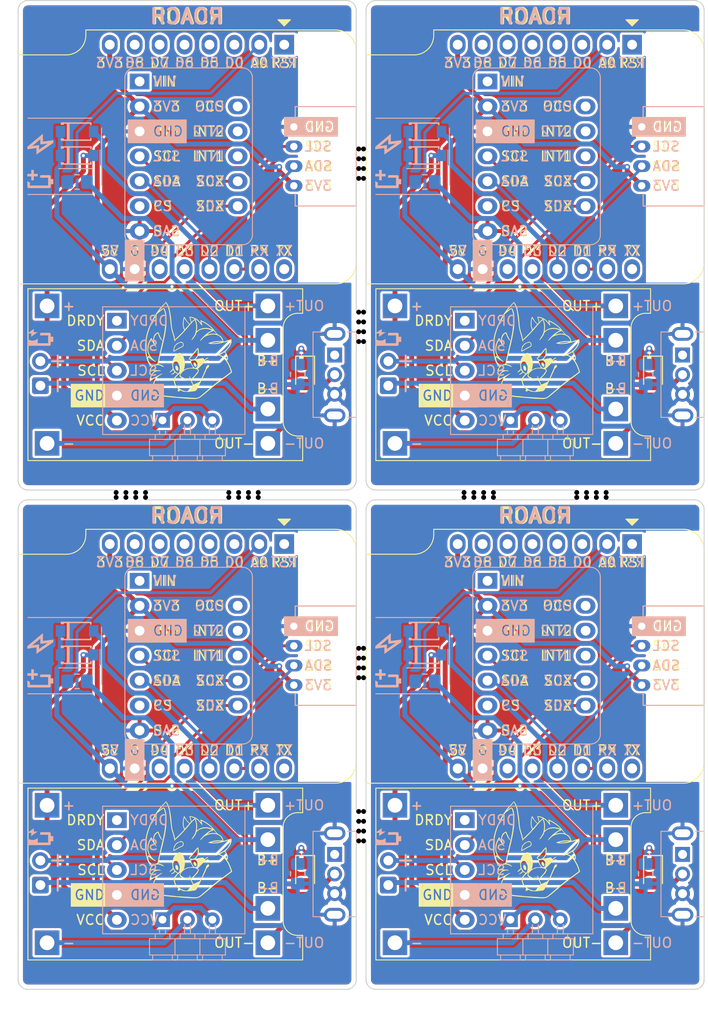
<source format=kicad_pcb>
(kicad_pcb (version 20240108) (generator "pcbnew") (generator_version "8.0")
  (layers (0 "F.Cu" signal) (31 "B.Cu" signal) (34 "B.Paste" user) (35 "F.Paste" user) (36 "B.SilkS" user "B.Silkscreen") (37 "F.SilkS" user "F.Silkscreen") (38 "B.Mask" user) (39 "F.Mask" user) (44 "Edge.Cuts" user))
  (net 0 "")
  (net 1 "Board_0-+3V3")
  (net 2 "Board_0-+5V")
  (net 3 "Board_0-/Batt+")
  (net 4 "Board_0-/Batt-")
  (net 5 "Board_0-/GIN")
  (net 6 "Board_0-/LED_PWR")
  (net 7 "Board_0-/OUT+")
  (net 8 "Board_0-/OUT-")
  (net 9 "Board_0-/SCL")
  (net 10 "Board_0-/SCX")
  (net 11 "Board_0-/SDA")
  (net 12 "Board_0-/SDX")
  (net 13 "Board_0-/Sense")
  (net 14 "Board_0-/VIN")
  (net 15 "Board_0-GND")
  (net 16 "Board_0-unconnected-(SW1-Pad1)")
  (net 17 "Board_0-unconnected-(U1-CS{slash}D8-Pad7)")
  (net 18 "Board_0-unconnected-(U1-D0-Pad3)")
  (net 19 "Board_0-unconnected-(U1-D3-Pad12)")
  (net 20 "Board_0-unconnected-(U1-D4-Pad11)")
  (net 21 "Board_0-unconnected-(U1-MISO{slash}D6-Pad5)")
  (net 22 "Board_0-unconnected-(U1-MOSI{slash}D7-Pad6)")
  (net 23 "Board_0-unconnected-(U1-RX-Pad15)")
  (net 24 "Board_0-unconnected-(U1-SCK{slash}D5-Pad4)")
  (net 25 "Board_0-unconnected-(U1-TX-Pad16)")
  (net 26 "Board_0-unconnected-(U1-~{RST}-Pad1)")
  (net 27 "Board_0-unconnected-(U3-CS-Pad6)")
  (net 28 "Board_0-unconnected-(U3-INT1-Pad10)")
  (net 29 "Board_0-unconnected-(U3-INT2-Pad9)")
  (net 30 "Board_0-unconnected-(U3-OCS-Pad8)")
  (net 31 "Board_0-unconnected-(U3-VIN-Pad1)")
  (net 32 "Board_0-unconnected-(U4-DRDY-Pad1)")
  (net 33 "Board_1-+3V3")
  (net 34 "Board_1-+5V")
  (net 35 "Board_1-/Batt+")
  (net 36 "Board_1-/Batt-")
  (net 37 "Board_1-/GIN")
  (net 38 "Board_1-/LED_PWR")
  (net 39 "Board_1-/OUT+")
  (net 40 "Board_1-/OUT-")
  (net 41 "Board_1-/SCL")
  (net 42 "Board_1-/SCX")
  (net 43 "Board_1-/SDA")
  (net 44 "Board_1-/SDX")
  (net 45 "Board_1-/Sense")
  (net 46 "Board_1-/VIN")
  (net 47 "Board_1-GND")
  (net 48 "Board_1-unconnected-(SW1-Pad1)")
  (net 49 "Board_1-unconnected-(U1-CS{slash}D8-Pad7)")
  (net 50 "Board_1-unconnected-(U1-D0-Pad3)")
  (net 51 "Board_1-unconnected-(U1-D3-Pad12)")
  (net 52 "Board_1-unconnected-(U1-D4-Pad11)")
  (net 53 "Board_1-unconnected-(U1-MISO{slash}D6-Pad5)")
  (net 54 "Board_1-unconnected-(U1-MOSI{slash}D7-Pad6)")
  (net 55 "Board_1-unconnected-(U1-RX-Pad15)")
  (net 56 "Board_1-unconnected-(U1-SCK{slash}D5-Pad4)")
  (net 57 "Board_1-unconnected-(U1-TX-Pad16)")
  (net 58 "Board_1-unconnected-(U1-~{RST}-Pad1)")
  (net 59 "Board_1-unconnected-(U3-CS-Pad6)")
  (net 60 "Board_1-unconnected-(U3-INT1-Pad10)")
  (net 61 "Board_1-unconnected-(U3-INT2-Pad9)")
  (net 62 "Board_1-unconnected-(U3-OCS-Pad8)")
  (net 63 "Board_1-unconnected-(U3-VIN-Pad1)")
  (net 64 "Board_1-unconnected-(U4-DRDY-Pad1)")
  (net 65 "Board_2-+3V3")
  (net 66 "Board_2-+5V")
  (net 67 "Board_2-/Batt+")
  (net 68 "Board_2-/Batt-")
  (net 69 "Board_2-/GIN")
  (net 70 "Board_2-/LED_PWR")
  (net 71 "Board_2-/OUT+")
  (net 72 "Board_2-/OUT-")
  (net 73 "Board_2-/SCL")
  (net 74 "Board_2-/SCX")
  (net 75 "Board_2-/SDA")
  (net 76 "Board_2-/SDX")
  (net 77 "Board_2-/Sense")
  (net 78 "Board_2-/VIN")
  (net 79 "Board_2-GND")
  (net 80 "Board_2-unconnected-(SW1-Pad1)")
  (net 81 "Board_2-unconnected-(U1-CS{slash}D8-Pad7)")
  (net 82 "Board_2-unconnected-(U1-D0-Pad3)")
  (net 83 "Board_2-unconnected-(U1-D3-Pad12)")
  (net 84 "Board_2-unconnected-(U1-D4-Pad11)")
  (net 85 "Board_2-unconnected-(U1-MISO{slash}D6-Pad5)")
  (net 86 "Board_2-unconnected-(U1-MOSI{slash}D7-Pad6)")
  (net 87 "Board_2-unconnected-(U1-RX-Pad15)")
  (net 88 "Board_2-unconnected-(U1-SCK{slash}D5-Pad4)")
  (net 89 "Board_2-unconnected-(U1-TX-Pad16)")
  (net 90 "Board_2-unconnected-(U1-~{RST}-Pad1)")
  (net 91 "Board_2-unconnected-(U3-CS-Pad6)")
  (net 92 "Board_2-unconnected-(U3-INT1-Pad10)")
  (net 93 "Board_2-unconnected-(U3-INT2-Pad9)")
  (net 94 "Board_2-unconnected-(U3-OCS-Pad8)")
  (net 95 "Board_2-unconnected-(U3-VIN-Pad1)")
  (net 96 "Board_2-unconnected-(U4-DRDY-Pad1)")
  (net 97 "Board_3-+3V3")
  (net 98 "Board_3-+5V")
  (net 99 "Board_3-/Batt+")
  (net 100 "Board_3-/Batt-")
  (net 101 "Board_3-/GIN")
  (net 102 "Board_3-/LED_PWR")
  (net 103 "Board_3-/OUT+")
  (net 104 "Board_3-/OUT-")
  (net 105 "Board_3-/SCL")
  (net 106 "Board_3-/SCX")
  (net 107 "Board_3-/SDA")
  (net 108 "Board_3-/SDX")
  (net 109 "Board_3-/Sense")
  (net 110 "Board_3-/VIN")
  (net 111 "Board_3-GND")
  (net 112 "Board_3-unconnected-(SW1-Pad1)")
  (net 113 "Board_3-unconnected-(U1-CS{slash}D8-Pad7)")
  (net 114 "Board_3-unconnected-(U1-D0-Pad3)")
  (net 115 "Board_3-unconnected-(U1-D3-Pad12)")
  (net 116 "Board_3-unconnected-(U1-D4-Pad11)")
  (net 117 "Board_3-unconnected-(U1-MISO{slash}D6-Pad5)")
  (net 118 "Board_3-unconnected-(U1-MOSI{slash}D7-Pad6)")
  (net 119 "Board_3-unconnected-(U1-RX-Pad15)")
  (net 120 "Board_3-unconnected-(U1-SCK{slash}D5-Pad4)")
  (net 121 "Board_3-unconnected-(U1-TX-Pad16)")
  (net 122 "Board_3-unconnected-(U1-~{RST}-Pad1)")
  (net 123 "Board_3-unconnected-(U3-CS-Pad6)")
  (net 124 "Board_3-unconnected-(U3-INT1-Pad10)")
  (net 125 "Board_3-unconnected-(U3-INT2-Pad9)")
  (net 126 "Board_3-unconnected-(U3-OCS-Pad8)")
  (net 127 "Board_3-unconnected-(U3-VIN-Pad1)")
  (net 128 "Board_3-unconnected-(U4-DRDY-Pad1)")
  (footprint "NPTH" (layer "F.Cu") (at 138.013333 70.11)
    (property "Reference" "KiKit_MB_4_1" (hide yes))
    (property "Value" "NPTH" (hide yes))
  )
  (footprint "NPTH" (layer "F.Cu") (at 159.986666 70.11)
    (property "Reference" "KiKit_MB_7_3" (hide yes))
    (property "Value" "NPTH" (hide yes))
  )
  (footprint "NPTH" (layer "F.Cu") (at 124.526667 70.11)
    (property "Reference" "KiKit_MB_3_3" (hide yes))
    (property "Value" "NPTH" (hide yes))
  )
  (footprint "NPTH" (layer "F.Cu") (at 148.75 103.6)
    (property "Reference" "KiKit_MB_14_3" (hide yes))
    (property "Value" "NPTH" (hide yes))
  )
  (footprint "NPTH" (layer "F.Cu") (at 158.986666 70.11)
    (property "Reference" "KiKit_MB_7_4" (hide yes))
    (property "Value" "NPTH" (hide yes))
  )
  (footprint "LED_SMD:LED_0805_2012Metric_Pad1.15x1.40mm_HandSolder" (layer "F.Cu") (at 142.79 108.9475 -90)
    (property "Reference" "D3" (hide yes))
    (property "Value" "D" (hide yes))
  )
  (footprint "NPTH" (layer "F.Cu") (at 136.013333 70.61)
    (property "Reference" "KiKit_MB_12_2" (hide yes))
    (property "Value" "NPTH" (hide yes))
  )
  (footprint "NPTH" (layer "F.Cu") (at 148.25 54.74)
    (property "Reference" "KiKit_MB_2_4" (hide yes))
    (property "Value" "NPTH" (hide yes))
  )
  (footprint "NPTH" (layer "F.Cu") (at 148.75 54.74)
    (property "Reference" "KiKit_MB_6_1" (hide yes))
    (property "Value" "NPTH" (hide yes))
  )
  (footprint "NPTH" (layer "F.Cu") (at 148.25 53.74)
    (property "Reference" "KiKit_MB_2_3" (hide yes))
    (property "Value" "NPTH" (hide yes))
  )
  (footprint "NPTH" (layer "F.Cu") (at 148.25 38.12)
    (property "Reference" "KiKit_MB_1_4" (hide yes))
    (property "Value" "NPTH" (hide yes))
  )
  (footprint "NPTH" (layer "F.Cu") (at 148.75 52.74)
    (property "Reference" "KiKit_MB_6_3" (hide yes))
    (property "Value" "NPTH" (hide yes))
  )
  (footprint "custom:WEMOS_D1_mini_light_labeled_both_sides_1" (layer "F.Cu") (at 175.62 24.5 -90)
    (property "Reference" "U1" (hide yes))
    (property "Value" "WeMos_D1_mini")
  )
  (footprint "NPTH" (layer "F.Cu") (at 148.75 38.12)
    (property "Reference" "KiKit_MB_5_1" (hide yes))
    (property "Value" "NPTH" (hide yes))
  )
  (footprint "NPTH" (layer "F.Cu") (at 148.25 51.74)
    (property "Reference" "KiKit_MB_2_1" (hide yes))
    (property "Value" "NPTH" (hide yes))
  )
  (footprint "NPTH" (layer "F.Cu") (at 159.986666 70.61)
    (property "Reference" "KiKit_MB_15_2" (hide yes))
    (property "Value" "NPTH" (hide yes))
  )
  (footprint "NPTH" (layer "F.Cu") (at 148.25 52.74)
    (property "Reference" "KiKit_MB_2_2" (hide yes))
    (property "Value" "NPTH" (hide yes))
  )
  (footprint "NPTH" (layer "F.Cu") (at 171.473333 70.61)
    (property "Reference" "KiKit_MB_16_2" (hide yes))
    (property "Value" "NPTH" (hide yes))
  )
  (footprint "custom:TP4056_both_sides_1" (layer "F.Cu") (at 150 100.22)
    (property "Reference" "U2" (hide yes))
    (property "Value" "TP4056_Board")
  )
  (footprint "NPTH" (layer "F.Cu") (at 148.25 87.98)
    (property "Reference" "KiKit_MB_9_3" (hide yes))
    (property "Value" "NPTH" (hide yes))
  )
  (footprint "NPTH" (layer "F.Cu") (at 148.25 85.98)
    (property "Reference" "KiKit_MB_9_1" (hide yes))
    (property "Value" "NPTH" (hide yes))
  )
  (footprint "NPTH" (layer "F.Cu") (at 148.25 104.6)
    (property "Reference" "KiKit_MB_10_3" (hide yes))
    (property "Value" "NPTH" (hide yes))
  )
  (footprint "NPTH" (layer "F.Cu") (at 148.25 86.98)
    (property "Reference" "KiKit_MB_9_2" (hide yes))
    (property "Value" "NPTH" (hide yes))
  )
  (footprint "NPTH" (layer "F.Cu") (at 148.25 105.6)
    (property "Reference" "KiKit_MB_10_4" (hide yes))
    (property "Value" "NPTH" (hide yes))
  )
  (footprint "NPTH" (layer "F.Cu") (at 123.526667 70.61)
    (property "Reference" "KiKit_MB_11_1" (hide yes))
    (property "Value" "NPTH" (hide yes))
  )
  (footprint "NPTH" (layer "F.Cu") (at 148.75 53.74)
    (property "Reference" "KiKit_MB_6_2" (hide yes))
    (property "Value" "NPTH" (hide yes))
  )
  (footprint "LED_SMD:LED_0805_2012Metric_Pad1.15x1.40mm_HandSolder" (layer "F.Cu") (at 178.25 108.9475 -90)
    (property "Reference" "D3" (hide yes))
    (property "Value" "D" (hide yes))
  )
  (footprint "NPTH" (layer "F.Cu") (at 148.25 37.12)
    (property "Reference" "KiKit_MB_1_3" (hide yes))
    (property "Value" "NPTH" (hide yes))
  )
  (footprint "NPTH" (layer "F.Cu") (at 171.473333 70.11)
    (property "Reference" "KiKit_MB_8_3" (hide yes))
    (property "Value" "NPTH" (hide yes))
  )
  (footprint "custom:WEMOS_D1_mini_light_labeled_both_sides_1" (layer "F.Cu") (at 175.62 75.36 -90)
    (property "Reference" "U1" (hide yes))
    (property "Value" "WeMos_D1_mini")
  )
  (footprint "NPTH" (layer "F.Cu") (at 172.473333 70.11)
    (property "Reference" "KiKit_MB_8_2" (hide yes))
    (property "Value" "NPTH" (hide yes))
  )
  (footprint "NPTH" (layer "F.Cu") (at 172.473333 70.61)
    (property "Reference" "KiKit_MB_16_3" (hide yes))
    (property "Value" "NPTH" (hide yes))
  )
  (footprint "NPTH" (layer "F.Cu") (at 170.473333 70.61)
    (property "Reference" "KiKit_MB_16_1" (hide yes))
    (property "Value" "NPTH" (hide yes))
  )
  (footprint "NPTH" (layer "F.Cu") (at 148.75 37.12)
    (property "Reference" "KiKit_MB_5_2" (hide yes))
    (property "Value" "NPTH" (hide yes))
  )
  (footprint "NPTH" (layer "F.Cu") (at 148.75 86.98)
    (property "Reference" "KiKit_MB_13_3" (hide yes))
    (property "Value" "NPTH" (hide yes))
  )
  (footprint "NPTH" (layer "F.Cu") (at 148.75 102.6)
    (property "Reference" "KiKit_MB_14_4" (hide yes))
    (property "Value" "NPTH" (hide yes))
  )
  (footprint "NPTH" (layer "F.Cu") (at 137.013333 70.61)
    (property "Reference" "KiKit_MB_12_3" (hide yes))
    (property "Value" "NPTH" (hide yes))
  )
  (footprint "NPTH" (layer "F.Cu") (at 148.75 105.6)
    (property "Reference" "KiKit_MB_14_1" (hide yes))
    (property "Value" "NPTH" (hide yes))
  )
  (footprint "NPTH" (layer "F.Cu") (at 148.25 36.12)
    (property "Reference" "KiKit_MB_1_2" (hide yes))
    (property "Value" "NPTH" (hide yes))
  )
  (footprint "NPTH" (layer "F.Cu") (at 125.526667 70.11)
    (property "Reference" "KiKit_MB_3_2" (hide yes))
    (property "Value" "NPTH" (hide yes))
  )
  (footprint "NPTH" (layer "F.Cu") (at 148.25 102.6)
    (property "Reference" "KiKit_MB_10_1" (hide yes))
    (property "Value" "NPTH" (hide yes))
  )
  (footprint "NPTH" (layer "F.Cu") (at 161.986666 70.61)
    (property "Reference" "KiKit_MB_15_4" (hide yes))
    (property "Value" "NPTH" (hide yes))
  )
  (footprint "NPTH" (layer "F.Cu") (at 160.986666 70.11)
    (property "Reference" "KiKit_MB_7_2" (hide yes))
    (property "Value" "NPTH" (hide yes))
  )
  (footprint "NPTH" (layer "F.Cu") (at 148.75 104.6)
    (property "Reference" "KiKit_MB_14_2" (hide yes))
    (property "Value" "NPTH" (hide yes))
  )
  (footprint "custom:WEMOS_D1_mini_light_labeled_both_sides_1" (layer "F.Cu") (at 140.16 75.36 -90)
    (property "Reference" "U1" (hide yes))
    (property "Value" "WeMos_D1_mini")
  )
  (footprint "NPTH" (layer "F.Cu") (at 148.25 103.6)
    (property "Reference" "KiKit_MB_10_2" (hide yes))
    (property "Value" "NPTH" (hide yes))
  )
  (footprint "NPTH" (layer "F.Cu") (at 173.473333 70.61)
    (property "Reference" "KiKit_MB_16_4" (hide yes))
    (property "Value" "NPTH" (hide yes))
  )
  (footprint "custom:WEMOS_D1_mini_light_labeled_both_sides_1" (layer "F.Cu") (at 140.16 24.5 -90)
    (property "Reference" "U1" (hide yes))
    (property "Value" "WeMos_D1_mini")
  )
  (footprint "NPTH" (layer "F.Cu") (at 148.75 88.98)
    (property "Reference" "KiKit_MB_13_1" (hide yes))
    (property "Value" "NPTH" (hide yes))
  )
  (footprint "custom:TP4056_both_sides_1" (layer "F.Cu") (at 114.54 49.36)
    (property "Reference" "U2" (hide yes))
    (property "Value" "TP4056_Board")
  )
  (footprint "NPTH" (layer "F.Cu") (at 136.013333 70.11)
    (property "Reference" "KiKit_MB_4_3" (hide yes))
    (property "Value" "NPTH" (hide yes))
  )
  (footprint "NPTH" (layer "F.Cu") (at 126.526667 70.61)
    (property "Reference" "KiKit_MB_11_4" (hide yes))
    (property "Value" "NPTH" (hide yes))
  )
  (footprint "NPTH" (layer "F.Cu") (at 138.013333 70.61)
    (property "Reference" "KiKit_MB_12_4" (hide yes))
    (property "Value" "NPTH" (hide yes))
  )
  (footprint "LED_SMD:LED_0805_2012Metric_Pad1.15x1.40mm_HandSolder" (layer "F.Cu") (at 142.79 58.0875 -90)
    (property "Reference" "D3" (hide yes))
    (property "Value" "D" (hide yes))
  )
  (footprint "NPTH" (layer "F.Cu") (at 148.75 85.98)
    (property "Reference" "KiKit_MB_13_4" (hide yes))
    (property "Value" "NPTH" (hide yes))
  )
  (footprint "NPTH" (layer "F.Cu") (at 135.013333 70.11)
    (property "Reference" "KiKit_MB_4_4" (hide yes))
    (property "Value" "NPTH" (hide yes))
  )
  (footprint "NPTH" (layer "F.Cu") (at 148.25 35.12)
    (property "Reference" "KiKit_MB_1_1" (hide yes))
    (property "Value" "NPTH" (hide yes))
  )
  (footprint "NPTH" (layer "F.Cu") (at 148.25 88.98)
    (property "Reference" "KiKit_MB_9_4" (hide yes))
    (property "Value" "NPTH" (hide yes))
  )
  (footprint "custom:TP4056_both_sides_1" (layer "F.Cu") (at 114.54 100.22)
    (property "Reference" "U2" (hide yes))
    (property "Value" "TP4056_Board")
  )
  (footprint "NPTH" (layer "F.Cu") (at 148.75 87.98)
    (property "Reference" "KiKit_MB_13_2" (hide yes))
    (property "Value" "NPTH" (hide yes))
  )
  (footprint "NPTH" (layer "F.Cu") (at 158.986666 70.61)
    (property "Reference" "KiKit_MB_15_1" (hide yes))
    (property "Value" "NPTH" (hide yes))
  )
  (footprint "NPTH" (layer "F.Cu") (at 126.526667 70.11)
    (property "Reference" "KiKit_MB_3_1" (hide yes))
    (property "Value" "NPTH" (hide yes))
  )
  (footprint "NPTH" (layer "F.Cu") (at 173.473333 70.11)
    (property "Reference" "KiKit_MB_8_1" (hide yes))
    (property "Value" "NPTH" (hide yes))
  )
  (footprint "NPTH" (layer "F.Cu") (at 124.526667 70.61)
    (property "Reference" "KiKit_MB_11_2" (hide yes))
    (property "Value" "NPTH" (hide yes))
  )
  (footprint "NPTH" (layer "F.Cu") (at 148.75 35.12)
    (property "Reference" "KiKit_MB_5_4" (hide yes))
    (property "Value" "NPTH" (hide yes))
  )
  (footprint "NPTH" (layer "F.Cu") (at 161.986666 70.11)
    (property "Reference" "KiKit_MB_7_1" (hide yes))
    (property "Value" "NPTH" (hide yes))
  )
  (footprint "NPTH" (layer "F.Cu") (at 135.013333 70.61)
    (property "Reference" "KiKit_MB_12_1" (hide yes))
    (property "Value" "NPTH" (hide yes))
  )
  (footprint "NPTH" (layer "F.Cu") (at 137.013333 70.11)
    (property "Reference" "KiKit_MB_4_2" (hide yes))
    (property "Value" "NPTH" (hide yes))
  )
  (footprint "NPTH" (layer "F.Cu") (at 148.75 51.74)
    (property "Reference" "KiKit_MB_6_4" (hide yes))
    (property "Value" "NPTH" (hide yes))
  )
  (footprint "NPTH" (layer "F.Cu") (at 148.75 36.12)
    (property "Reference" "KiKit_MB_5_3" (hide yes))
    (property "Value" "NPTH" (hide yes))
  )
  (footprint "NPTH" (layer "F.Cu") (at 170.473333 70.11)
    (property "Reference" "KiKit_MB_8_4" (hide yes))
    (property "Value" "NPTH" (hide yes))
  )
  (footprint "NPTH" (layer "F.Cu") (at 123.526667 70.11)
    (property "Reference" "KiKit_MB_3_4" (hide yes))
    (property "Value" "NPTH" (hide yes))
  )
  (footprint "LED_SMD:LED_0805_2012Metric_Pad1.15x1.40mm_HandSolder" (layer "F.Cu") (at 178.25 58.0875 -90)
    (property "Reference" "D3" (hide yes))
    (property "Value" "D" (hide yes))
  )
  (footprint "NPTH" (layer "F.Cu") (at 160.986666 70.61)
    (property "Reference" "KiKit_MB_15_3" (hide yes))
    (property "Value" "NPTH" (hide yes))
  )
  (footprint "custom:TP4056_both_sides_1" (layer "F.Cu") (at 150 49.36)
    (property "Reference" "U2" (hide yes))
    (property "Value" "TP4056_Board")
  )
  (footprint "NPTH" (layer "F.Cu") (at 125.526667 70.61)
    (property "Reference" "KiKit_MB_11_3" (hide yes))
    (property "Value" "NPTH" (hide yes))
  )
  (footprint "custom:SW-TH_SK12D07VG4_custom" (layer "B.Cu") (at 145.8 58.11 -90)
    (property "Reference" "SW1" (hide yes))
    (property "Value" "SK12D07VG4")
  )
  (footprint "Resistor_SMD:R_0805_2012Metric_Pad1.20x1.40mm_HandSolder" (layer "B.Cu") (at 155 38.485)
    (property "Reference" "R1" (hide yes))
    (property "Value" "R" (hide yes))
  )
  (footprint "custom:SW-TH_SK12D07VG4_custom" (layer "B.Cu") (at 181.26 108.97 -90)
    (property "Reference" "SW1" (hide yes))
    (property "Value" "SK12D07VG4")
  )
  (footprint "custom:SOD-123_L2.8-W1.8-LS3.7-RD_custom" (layer "B.Cu") (at 119.54 86.645)
    (property "Reference" "D1" (hide yes))
    (property "Value" "B5817W_C8597" (hide yes))
  )
  (footprint "Resistor_SMD:R_0805_2012Metric_Pad1.20x1.40mm_HandSolder" (layer "B.Cu") (at 155 89.345)
    (property "Reference" "R1" (hide yes))
    (property "Value" "R" (hide yes))
  )
  (footprint "custom:SOD-123_L2.8-W1.8-LS3.7-RD_custom" (layer "B.Cu") (at 155 33.355)
    (property "Reference" "D2" (hide yes))
    (property "Value" "B5817W_C8597" (hide yes))
  )
  (footprint "custom:battery_header_2.54mm" (layer "B.Cu") (at 115.81 107.5958 180)
    (property "Reference" "J2" (hide yes))
    (property "Value" "Conn_01x02_Pin")
  )
  (footprint "custom:JST_PH_S4B-PH-K_1x04_P2.00mm_Horizontal_labelled_1" (layer "B.Cu") (at 141.64 32.87 -90)
    (property "Reference" "J1" (hide yes))
    (property "Value" "Conn_01x04_Pin")
  )
  (footprint "custom:BMI160_Board_both_sides_backward" (layer "B.Cu") (at 172.88 26.87 180)
    (property "Reference" "U3" (hide yes))
    (property "Value" "BMI160_Board")
  )
  (footprint "custom:SOD-123_L2.8-W1.8-LS3.7-RD_custom" (layer "B.Cu") (at 119.54 33.355)
    (property "Reference" "D2" (hide yes))
    (property "Value" "B5817W_C8597" (hide yes))
  )
  (footprint "custom:battery_header_2.54mm" (layer "B.Cu") (at 151.27 107.5958 180)
    (property "Reference" "J2" (hide yes))
    (property "Value" "Conn_01x02_Pin")
  )
  (footprint "custom:JST_PH_S4B-PH-K_1x04_P2.00mm_Horizontal_labelled_1" (layer "B.Cu") (at 177.1 83.73 -90)
    (property "Reference" "J1" (hide yes))
    (property "Value" "Conn_01x04_Pin")
  )
  (footprint "custom:SOD-123_L2.8-W1.8-LS3.7-RD_custom" (layer "B.Cu") (at 155 35.785)
    (property "Reference" "D1" (hide yes))
    (property "Value" "B5817W_C8597" (hide yes))
  )
  (footprint "custom:SOD-123_L2.8-W1.8-LS3.7-RD_custom" (layer "B.Cu") (at 119.54 35.785)
    (property "Reference" "D1" (hide yes))
    (property "Value" "B5817W_C8597" (hide yes))
  )
  (footprint "Resistor_SMD:R_0805_2012Metric_Pad1.20x1.40mm_HandSolder" (layer "B.Cu") (at 177.5 108.95 90)
    (property "Reference" "R3" (hide yes))
    (property "Value" "R" (hide yes))
  )
  (footprint "custom:GY-271_both_sides_backward" (layer "B.Cu") (at 136.655 51.2 180)
    (property "Reference" "U4" (hide yes))
    (property "Value" "GY-271")
  )
  (footprint "custom:SW-TH_SK12D07VG4_custom" (layer "B.Cu") (at 181.26 58.11 -90)
    (property "Reference" "SW1" (hide yes))
    (property "Value" "SK12D07VG4")
  )
  (footprint "Resistor_SMD:R_0805_2012Metric_Pad1.20x1.40mm_HandSolder" (layer "B.Cu") (at 119.54 38.485)
    (property "Reference" "R1" (hide yes))
    (property "Value" "R" (hide yes))
  )
  (footprint "custom:SOD-123_L2.8-W1.8-LS3.7-RD_custom" (layer "B.Cu") (at 119.54 84.215)
    (property "Reference" "D2" (hide yes))
    (property "Value" "B5817W_C8597" (hide yes))
  )
  (footprint "custom:BMI160_Board_both_sides_backward" (layer "B.Cu") (at 137.42 26.87 180)
    (property "Reference" "U3" (hide yes))
    (property "Value" "BMI160_Board")
  )
  (footprint "custom:SOD-123_L2.8-W1.8-LS3.7-RD_custom" (layer "B.Cu") (at 155 86.645)
    (property "Reference" "D1" (hide yes))
    (property "Value" "B5817W_C8597" (hide yes))
  )
  (footprint "custom:pogo_3_pin_right_angle" (layer "B.Cu") (at 163.7175 113.62 -90)
    (property "Reference" "J3" (hide yes))
    (property "Value" "Conn_01x03_Pin")
  )
  (footprint "Resistor_SMD:R_0805_2012Metric_Pad1.20x1.40mm_HandSolder" (layer "B.Cu") (at 142.04 108.95 90)
    (property "Reference" "R3" (hide yes))
    (property "Value" "R" (hide yes))
  )
  (footprint "Resistor_SMD:R_0805_2012Metric_Pad1.20x1.40mm_HandSolder" (layer "B.Cu") (at 119.54 89.345)
    (property "Reference" "R1" (hide yes))
    (property "Value" "R" (hide yes))
  )
  (footprint "custom:GY-271_both_sides_backward" (layer "B.Cu") (at 136.655 102.06 180)
    (property "Reference" "U4" (hide yes))
    (property "Value" "GY-271")
  )
  (footprint "custom:SW-TH_SK12D07VG4_custom" (layer "B.Cu") (at 145.8 108.97 -90)
    (property "Reference" "SW1" (hide yes))
    (property "Value" "SK12D07VG4")
  )
  (footprint "Resistor_SMD:R_0805_2012Metric_Pad1.20x1.40mm_HandSolder" (layer "B.Cu") (at 177.5 58.09 90)
    (property "Reference" "R3" (hide yes))
    (property "Value" "R" (hide yes))
  )
  (footprint "custom:GY-271_both_sides_backward" (layer "B.Cu") (at 172.115 51.2 180)
    (property "Reference" "U4" (hide yes))
    (property "Value" "GY-271")
  )
  (footprint "custom:battery_header_2.54mm" (layer "B.Cu") (at 115.81 56.7358 180)
    (property "Reference" "J2" (hide yes))
    (property "Value" "Conn_01x02_Pin")
  )
  (footprint "custom:battery_header_2.54mm" (layer "B.Cu") (at 151.27 56.7358 180)
    (property "Reference" "J2" (hide yes))
    (property "Value" "Conn_01x02_Pin")
  )
  (footprint "custom:pogo_3_pin_right_angle" (layer "B.Cu") (at 128.2575 113.62 -90)
    (property "Reference" "J3" (hide yes))
    (property "Value" "Conn_01x03_Pin")
  )
  (footprint "custom:SOD-123_L2.8-W1.8-LS3.7-RD_custom" (layer "B.Cu") (at 155 84.215)
    (property "Reference" "D2" (hide yes))
    (property "Value" "B5817W_C8597" (hide yes))
  )
  (footprint "custom:BMI160_Board_both_sides_backward" (layer "B.Cu") (at 137.42 77.73 180)
    (property "Reference" "U3" (hide yes))
    (property "Value" "BMI160_Board")
  )
  (footprint "custom:BMI160_Board_both_sides_backward" (layer "B.Cu") (at 172.88 77.73 180)
    (property "Reference" "U3" (hide yes))
    (property "Value" "BMI160_Board")
  )
  (footprint "custom:JST_PH_S4B-PH-K_1x04_P2.00mm_Horizontal_labelled_1" (layer "B.Cu") (at 177.1 32.87 -90)
    (property "Reference" "J1" (hide yes))
    (property "Value" "Conn_01x04_Pin")
  )
  (footprint "custom:pogo_3_pin_right_angle" (layer "B.Cu") (at 163.7175 62.76 -90)
    (property "Reference" "J3" (hide yes))
    (property "Value" "Conn_01x03_Pin")
  )
  (footprint "Resistor_SMD:R_0805_2012Metric_Pad1.20x1.40mm_HandSolder" (layer "B.Cu") (at 142.04 58.09 90)
    (property "Reference" "R3" (hide yes))
    (property "Value" "R" (hide yes))
  )
  (footprint "custom:pogo_3_pin_right_angle" (layer "B.Cu") (at 128.2575 62.76 -90)
    (property "Reference" "J3" (hide yes))
    (property "Value" "Conn_01x03_Pin")
  )
  (footprint "custom:JST_PH_S4B-PH-K_1x04_P2.00mm_Horizontal_labelled_1" (layer "B.Cu") (at 141.64 83.73 -90)
    (property "Reference" "J1" (hide yes))
    (property "Value" "Conn_01x04_Pin")
  )
  (footprint "custom:GY-271_both_sides_backward" (layer "B.Cu") (at 172.115 102.06 180)
    (property "Reference" "U4" (hide yes))
    (property "Value" "GY-271")
  )
  (gr_poly (pts (xy 131.959405 58.966657) (xy 131.963072 58.96697) (xy 131.966538 58.967536) (xy 131.969801 58.968349) (xy 131.972862 58.969401) (xy 131.975723 58.970684) (xy 131.978382 58.972192) (xy 131.980841 58.973917) (xy 131.983099 58.975851) (xy 131.985158 58.977988) (xy 131.987017 58.98032) (xy 131.988676 58.982839) (xy 131.990137 58.985538) (xy 131.9914 58.98841) (xy 131.992464 58.991447) (xy 131.993331 58.994643) (xy 131.994 58.997989) (xy 131.994472 59.001479) (xy 131.994747 59.005105) (xy 131.994827 59.008859) (xy 131.99471 59.012734) (xy 131.994397 59.016724) (xy 131.993889 59.02082) (xy 131.993187 59.025015) (xy 131.992289 59.029303) (xy 131.989912 59.038123) (xy 131.98815 59.043462) (xy 131.986187 59.04874) (xy 131.984044 59.053963) (xy 131.981742 59.059136) (xy 131.979299 59.064265) (xy 131.976736 59.069358) (xy 131.97133 59.079457) (xy 131.959948 59.09948) (xy 131.954292 59.109502) (xy 131.948871 59.119596) (xy 131.932676 59.147756) (xy 131.917411 59.173536) (xy 131.901919 59.199104) (xy 131.885048 59.226628) (xy 131.742456 59.054088) (xy 131.768626 59.042051) (xy 131.793704 59.030126) (xy 131.841431 59.007298) (xy 131.864506 58.996737) (xy 131.887339 58.986973) (xy 131.898731 58.982444) (xy 131.910142 58.978178) (xy 131.921599 58.974197) (xy 131.933128 58.970522) (xy 131.938018 58.969158) (xy 131.942703 58.968091) (xy 131.947184 58.967315) (xy 131.951461 58.966822) (xy 131.955534 58.966606)) (stroke (width -0.000001)) (fill solid) (layer "F.Cu"))
  (gr_poly (pts (xy 128.344828 51.433799) (xy 128.349664 51.43425) (xy 128.354382 51.435075) (xy 128.358978 51.436271) (xy 128.36345 51.437835) (xy 128.367794 51.439763) (xy 128.372008 51.442054) (xy 128.376089 51.444705) (xy 128.380033 51.447711) (xy 128.383839 51.45107) (xy 128.387502 51.45478) (xy 128.391019 51.458837) (xy 128.394389 51.463238) (xy 128.397608 51.467981) (xy 128.400672 51.473062) (xy 128.403579 51.478479) (xy 128.406326 51.484228) (xy 128.40891 51.490307) (xy 128.411328 51.496712) (xy 128.413577 51.503441) (xy 128.428295 51.551539) (xy 128.442377 51.599842) (xy 128.468971 51.696937) (xy 128.494033 51.794477) (xy 128.518238 51.892212) (xy 128.520295 51.901107) (xy 128.522126 51.910057) (xy 128.525199 51.928102) (xy 128.52764 51.946301) (xy 128.529629 51.96461) (xy 128.532975 52.001382) (xy 128.534694 52.019756) (xy 128.536685 52.038063) (xy 128.543232 52.471131) (xy 128.551002 52.892781) (xy 128.522983 53.118889) (xy 128.496872 53.341127) (xy 128.447841 53.779151) (xy 128.27869 54.664632) (xy 128.245617 54.621919) (xy 128.214423 54.57882) (xy 128.184968 54.535369) (xy 128.15711 54.491601) (xy 128.130709 54.447549) (xy 128.105624 54.403249) (xy 128.081714 54.358733) (xy 128.058838 54.314038) (xy 128.015626 54.224241) (xy 127.97486 54.134134) (xy 127.896161 53.954081) (xy 127.895318 53.95015) (xy 127.894485 53.946513) (xy 127.893665 53.943148) (xy 127.892859 53.940036) (xy 127.89207 53.937157) (xy 127.891298 53.934489) (xy 127.88982 53.929709) (xy 127.887173 53.921803) (xy 127.886037 53.918352) (xy 127.885048 53.91502) (xy 127.878025 53.890125) (xy 127.871298 53.868292) (xy 127.864666 53.849432) (xy 127.861323 53.841091) (xy 127.85793 53.83346) (xy 127.854461 53.826529) (xy 127.850891 53.820286) (xy 127.847195 53.814722) (xy 127.843348 53.809825) (xy 127.839326 53.805584) (xy 127.835103 53.801988) (xy 127.830654 53.799026) (xy 127.825955 53.796688) (xy 127.820981 53.794962) (xy 127.815706 53.793838) (xy 127.810105 53.793304) (xy 127.804155 53.79335) (xy 127.797829 53.793965) (xy 127.791103 53.795138) (xy 127.783951 53.796857) (xy 127.77635 53.799112) (xy 127.768273 53.801893) (xy 127.759697 53.805187) (xy 127.740944 53.813275) (xy 127.719891 53.823288) (xy 127.696339 53.83514) (xy 127.652303 53.859524) (xy 127.611396 53.885891) (xy 127.573529 53.914182) (xy 127.538613 53.944342) (xy 127.50656 53.976314) (xy 127.477279 54.01004) (xy 127.450682 54.045464) (xy 127.426681 54.082529) (xy 127.405185 54.121179) (xy 127.386106 54.161356) (xy 127.369356 54.203003) (xy 127.354844 54.246064) (xy 127.342481 54.290481) (xy 127.33218 54.336199) (xy 127.32385 54.38316) (xy 127.317403 54.431307) (xy 127.31095 54.492414) (xy 127.307651 54.523204) (xy 127.303932 54.554241) (xy 127.299512 54.585592) (xy 127.294111 54.617322) (xy 127.287451 54.649499) (xy 127.283561 54.665776) (xy 127.27925 54.68219) (xy 127.229605 54.566979) (xy 127.204408 54.509551) (xy 127.178349 54.452532) (xy 127.173549 54.442501) (xy 127.170924 54.437226) (xy 127.168162 54.431872) (xy 127.165275 54.426508) (xy 127.162273 54.421207) (xy 127.159165 54.416037) (xy 127.155962 54.411071) (xy 127.152674 54.406377) (xy 127.149312 54.402028) (xy 127.147607 54.400004) (xy 127.145886 54.398092) (xy 127.144153 54.396302) (xy 127.142407 54.394642) (xy 127.14065 54.39312) (xy 127.138884 54.391746) (xy 127.137109 54.390529) (xy 127.135328 54.389477) (xy 127.13354 54.388599) (xy 127.131749 54.387904) (xy 127.129954 54.3874) (xy 127.128157 54.387098) (xy 127.126072 54.386951) (xy 127.12393 54.386966) (xy 127.121738 54.387136) (xy 127.119499 54.387456) (xy 127.117218 54.387919) (xy 127.114901 54.38852) (xy 127.112551 54.389253) (xy 127.110175 54.390111) (xy 127.107777 54.391089) (xy 127.105361 54.392181) (xy 127.100496 54.394682) (xy 127.09562 54.397566) (xy 127.090771 54.400787) (xy 127.085987 54.404296) (xy 127.081309 54.408046) (xy 127.076773 54.411989) (xy 127.072419 54.416078) (xy 127.068285 54.420265) (xy 127.06441 54.424502) (xy 127.060833 54.428742) (xy 127.057593 54.432937) (xy 127.029442 54.472588) (xy 127.002852 54.512912) (xy 126.977765 54.553883) (xy 126.954125 54.595473) (xy 126.931872 54.637659) (xy 126.910949 54.680414) (xy 126.891297 54.723712) (xy 126.872859 54.767527) (xy 126.855577 54.811834) (xy 126.839393 54.856607) (xy 126.824248 54.901819) (xy 126.810085 54.947446) (xy 126.784474 55.039839) (xy 126.762093 55.13358) (xy 126.757239 55.156169) (xy 126.752594 55.178801) (xy 126.743443 55.224091) (xy 126.732413 55.522272) (xy 126.731548 55.594527) (xy 126.73303 55.665938) (xy 126.7349 55.701337) (xy 126.737656 55.736539) (xy 126.741396 55.771548) (xy 126.746221 55.806367) (xy 126.751123 55.833169) (xy 126.757371 55.859761) (xy 126.764832 55.886165) (xy 126.773372 55.912401) (xy 126.782857 55.93849) (xy 126.793154 55.964452) (xy 126.815648 56.016081) (xy 126.839786 56.067454) (xy 126.864499 56.118737) (xy 126.888716 56.170097) (xy 126.911371 56.221698) (xy 126.9133 56.225318) (xy 126.915159 56.228662) (xy 126.916953 56.231749) (xy 126.918686 56.234597) (xy 126.920363 56.237224) (xy 126.921988 56.239648) (xy 126.923567 56.241889) (xy 126.925104 56.243964) (xy 126.926604 56.245892) (xy 126.928071 56.247691) (xy 126.92951 56.24938) (xy 126.930926 56.250977) (xy 126.933706 56.253969) (xy 126.936448 56.256813) (xy 126.942371 56.265485) (xy 126.94465 56.268858) (xy 126.946549 56.271738) (xy 126.948124 56.27424) (xy 126.948808 56.275383) (xy 126.949432 56.276474) (xy 126.950003 56.277527) (xy 126.950528 56.278555) (xy 126.951014 56.279572) (xy 126.951469 56.280593) (xy 126.953029 56.285953) (xy 126.954483 56.290599) (xy 126.955846 56.294632) (xy 126.957134 56.298156) (xy 126.958362 56.301271) (xy 126.959545 56.304081) (xy 126.9607 56.306686) (xy 126.96184 56.30919) (xy 126.94732 56.308337) (xy 126.945658 56.305906) (xy 126.944077 56.303706) (xy 126.942573 56.301722) (xy 126.94114 56.299939) (xy 126.939772 56.298341) (xy 126.938465 56.296912) (xy 126.937212 56.295638) (xy 126.936008 56.294502) (xy 126.934849 56.29349) (xy 126.933727 56.292586) (xy 126.932639 56.291774) (xy 126.931578 56.291038) (xy 126.93054 56.290365) (xy 126.929518 56.289737) (xy 126.927503 56.288557) (xy 126.925639 56.28586) (xy 126.923829 56.28337) (xy 126.92207 56.281073) (xy 126.920359 56.278957) (xy 126.918691 56.277006) (xy 126.917063 56.275208) (xy 126.915472 56.273547) (xy 126.913913 56.272011) (xy 126.912383 56.270586) (xy 126.910879 56.269257) (xy 126.909397 56.268011) (xy 126.907933 56.266833) (xy 126.905044 56.26463) (xy 126.902185 56.262535) (xy 126.883999 56.244571) (xy 126.867625 56.229152) (xy 126.852901 56.216309) (xy 126.846109 56.210862) (xy 126.839669 56.20607) (xy 126.833561 56.201936) (xy 126.827767 56.198464) (xy 126.822264 56.195657) (xy 126.817035 56.19352) (xy 126.812057 56.192055) (xy 126.807313 56.191266) (xy 126.80278 56.191158) (xy 126.79844 56.191733) (xy 126.794273 56.192995) (xy 126.790257 56.194948) (xy 126.786374 56.197596) (xy 126.782603 56.200941) (xy 126.778924 56.204989) (xy 126.775318 56.209741) (xy 126.771763 56.215203) (xy 126.768241 56.221377) (xy 126.764731 56.228267) (xy 126.761212 56.235877) (xy 126.754071 56.253271) (xy 126.746658 56.273587) (xy 126.738812 56.296854) (xy 126.736276 56.304434) (xy 126.734921 56.308232) (xy 126.733466 56.31204) (xy 126.731878 56.315863) (xy 126.730124 56.319703) (xy 126.728172 56.323565) (xy 126.725989 56.327454) (xy 126.723544 56.331371) (xy 126.720803 56.335323) (xy 126.717735 56.339312) (xy 126.714307 56.343342) (xy 126.710486 56.347418) (xy 126.70624 56.351543) (xy 126.701537 56.355721) (xy 126.696344 56.359956) (xy 126.669479 56.193094) (xy 126.64171 56.026316) (xy 126.628573 55.942861) (xy 126.616514 55.859309) (xy 126.605968 55.775622) (xy 126.597369 55.691761) (xy 126.584509 55.507325) (xy 126.57881 55.32428) (xy 126.580104 55.142597) (xy 126.588223 54.962246) (xy 126.603 54.783198) (xy 126.624268 54.605423) (xy 126.65186 54.428894) (xy 126.685609 54.253579) (xy 126.725347 54.079449) (xy 126.770907 53.906477) (xy 126.822121 53.734631) (xy 126.878823 53.563883) (xy 126.940846 53.394203) (xy 127.008021 53.225563) (xy 127.080182 53.057932) (xy 127.157161 52.891281) (xy 127.269022 52.688361) (xy 127.378017 52.487798) (xy 127.591234 52.090607) (xy 127.591975 52.089836) (xy 127.592676 52.089101) (xy 127.593337 52.088399) (xy 127.593959 52.087731) (xy 127.594544 52.087095) (xy 127.595092 52.086492) (xy 127.595605 52.08592) (xy 127.596085 52.085378) (xy 127.596531 52.084867) (xy 127.596946 52.084385) (xy 127.597684 52.083507) (xy 127.598309 52.082738) (xy 127.59883 52.082073) (xy 127.599255 52.081507) (xy 127.599594 52.081034) (xy 127.599856 52.080648) (xy 127.60005 52.080345) (xy 127.600185 52.080119) (xy 127.60027 52.079964) (xy 127.600327 52.079846) (xy 127.604239 52.07216) (xy 127.607868 52.065122) (xy 127.614644 52.052121) (xy 127.615316 52.051545) (xy 127.615978 52.051007) (xy 127.616628 52.050506) (xy 127.617265 52.05004) (xy 127.617891 52.049609) (xy 127.618502 52.049211) (xy 127.6191 52.048845) (xy 127.619682 52.048509) (xy 127.620249 52.048202) (xy 127.6208 52.047923) (xy 127.621334 52.04767) (xy 127.62185 52.047442) (xy 127.622348 52.047238) (xy 127.622827 52.047057) (xy 127.623285 52.046897) (xy 127.623724 52.046757) (xy 127.624537 52.046531) (xy 127.625259 52.046369) (xy 127.625886 52.046261) (xy 127.626411 52.046195) (xy 127.626829 52.046163) (xy 127.627135 52.046153) (xy 127.627386 52.046157) (xy 127.627484 52.044169) (xy 127.627701 52.042166) (xy 127.628031 52.040149) (xy 127.628465 52.038118) (xy 127.628995 52.036075) (xy 127.629613 52.03402) (xy 127.630311 52.031954) (xy 127.631081 52.029879) (xy 127.631916 52.027796) (xy 127.632807 52.025705) (xy 127.634726 52.021505) (xy 127.636774 52.017288) (xy 127.638888 52.01306) (xy 127.65512 51.994116) (xy 127.670505 51.975771) (xy 127.685163 51.957942) (xy 127.699217 51.940542) (xy 127.725995 51.906688) (xy 127.751809 51.873524) (xy 127.885711 51.769392) (xy 128.016412 51.666596) (xy 128.272541 51.463306) (xy 128.278645 51.458628) (xy 128.28467 51.454361) (xy 128.290612 51.450504) (xy 128.296468 51.447053) (xy 128.302236 51.444006) (xy 128.307912 51.441359) (xy 128.313493 51.43911) (xy 128.318977 51.437256) (xy 128.32436 51.435793) (xy 128.32964 51.434719) (xy 128.334813 51.43403) (xy 128.339877 51.433725)) (stroke (width -0.000001)) (fill solid) (layer "F.Cu"))
  (gr_poly (pts (xy 165.635385 54.851001) (xy 165.653139 54.852205) (xy 165.661469 54.853159) (xy 165.669448 54.854355) (xy 165.677085 54.855801) (xy 165.684391 54.857503) (xy 165.691375 54.859467) (xy 165.698047 54.8617) (xy 165.704416 54.864209) (xy 165.710494 54.866999) (xy 165.716289 54.870077) (xy 165.721812 54.873449) (xy 165.727072 54.877123) (xy 165.732079 54.881104) (xy 165.736843 54.885399) (xy 165.741374 54.890014) (xy 165.745681 54.894955) (xy 165.749775 54.90023) (xy 165.753665 54.905845) (xy 165.757362 54.911805) (xy 165.760874 54.918118) (xy 165.764213 54.92479) (xy 165.767387 54.931828) (xy 165.770407 54.939237) (xy 165.776022 54.955196) (xy 165.781138 54.972719) (xy 165.785833 54.991858) (xy 165.788189 55.002835) (xy 165.790239 55.013569) (xy 165.79198 55.024061) (xy 165.793413 55.034314) (xy 165.794535 55.044328) (xy 165.795345 55.054106) (xy 165.795841 55.063647) (xy 165.796024 55.072955) (xy 165.79589 55.08203) (xy 165.795439 55.090874) (xy 165.79467 55.099489) (xy 165.793581 55.107875) (xy 165.792171 55.116035) (xy 165.790438 55.123969) (xy 165.788381 55.13168) (xy 165.786 55.139168) (xy 165.783292 55.146436) (xy 165.780256 55.153484) (xy 165.776891 55.160314) (xy 165.773196 55.166928) (xy 165.769169 55.173327) (xy 165.764809 55.179512) (xy 165.760115 55.185485) (xy 165.755084 55.191248) (xy 165.749717 55.196801) (xy 165.744012 55.202147) (xy 165.737967 55.207287) (xy 165.731581 55.212222) (xy 165.724853 55.216953) (xy 165.717781 55.221483) (xy 165.710364 55.225813) (xy 165.702601 55.229944) (xy 165.622384 55.270104) (xy 165.541807 55.30956) (xy 165.380375 55.387926) (xy 165.264597 55.45349) (xy 165.152502 55.518417) (xy 164.934449 55.6472) (xy 164.929993 55.647549) (xy 164.925612 55.647773) (xy 164.921336 55.647884) (xy 164.917193 55.647895) (xy 164.913213 55.647816) (xy 164.909426 55.647662) (xy 164.905862 55.647445) (xy 164.902549 55.647176) (xy 164.899518 55.646869) (xy 164.896798 55.646536) (xy 164.894419 55.646189) (xy 164.89241 55.64584) (xy 164.8908 55.645503) (xy 164.88962 55.645189) (xy 164.888899 55.644911) (xy 164.888719 55.644789) (xy 164.888665 55.644681) (xy 164.894377 55.600319) (xy 164.90112 55.556446) (xy 164.909038 55.513133) (xy 164.918276 55.470449) (xy 164.928976 55.428466) (xy 164.941283 55.387255) (xy 164.95534 55.346886) (xy 164.971292 55.30743) (xy 164.989281 55.268959) (xy 165.009452 55.231542) (xy 165.031949 55.195251) (xy 165.056916 55.160157) (xy 165.084495 55.126329) (xy 165.09931 55.109913) (xy 165.114832 55.09384) (xy 165.131079 55.07812) (xy 165.148069 55.06276) (xy 165.16582 55.047771) (xy 165.184351 55.03316) (xy 165.195841 55.025212) (xy 165.206361 55.01768) (xy 165.216048 55.010502) (xy 165.225041 55.003622) (xy 165.233478 54.996978) (xy 165.241498 54.990511) (xy 165.256841 54.977875) (xy 165.278053 54.962492) (xy 165.299374 54.948115) (xy 165.320815 54.934742) (xy 165.342389 54.922368) (xy 165.364108 54.910991) (xy 165.385984 54.900608) (xy 165.408031 54.891214) (xy 165.430259 54.882808) (xy 165.452681 54.875385) (xy 165.47531 54.868942) (xy 165.498157 54.863477) (xy 165.521236 54.858985) (xy 165.544558 54.855464) (xy 165.568136 54.852911) (xy 165.591982 54.851321) (xy 165.616108 54.850693)) (stroke (width -0.000001)) (fill solid) (layer "F.Cu"))
  (gr_poly (pts (xy 171.195974 54.346309) (xy 171.177221 54.538624) (xy 171.165839 54.764175) (xy 171.160699 55.538384) (xy 171.189491 57.843062) (xy 171.210533 60.134801) (xy 171.195703 60.892836) (xy 171.178024 61.107873) (xy 171.152005 61.188058) (xy 161.773537 60.749022) (xy 161.673044 55.209345) (xy 161.938475 55.209345) (xy 161.941276 55.402484) (xy 161.952401 55.596551) (xy 161.972058 55.79156) (xy 162.000459 55.987522) (xy 162.037811 56.184452) (xy 162.072728 56.341622) (xy 162.091747 56.419642) (xy 162.112213 56.497072) (xy 162.134433 56.573752) (xy 162.158713 56.649522) (xy 162.185358 56.724221) (xy 162.214673 56.797691) (xy 162.246966 56.86977) (xy 162.28254 56.940298) (xy 162.321703 57.009116) (xy 162.364761 57.076063) (xy 162.412018 57.14098) (xy 162.46378 57.203706) (xy 162.520354 57.264081) (xy 162.582046 57.321945) (xy 162.548676 57.36594) (xy 162.516741 57.410869) (xy 162.501454 57.433783) (xy 162.486698 57.457047) (xy 162.472529 57.480701) (xy 162.459005 57.504783) (xy 162.446182 57.529334) (xy 162.434118 57.554392) (xy 162.42287 57.579996) (xy 162.412496 57.606184) (xy 162.403051 57.632997) (xy 162.394595 57.660473) (xy 162.387182 57.688651) (xy 162.380872 57.71757) (xy 162.920495 57.745258) (xy 162.865728 57.784205) (xy 162.814913 57.825005) (xy 162.767867 57.86758) (xy 162.724405 57.911852) (xy 162.684341 57.957743) (xy 162.647491 58.005174) (xy 162.613669 58.054068) (xy 162.582691 58.104347) (xy 162.554373 58.155932) (xy 162.528528 58.208745) (xy 162.504973 58.262708) (xy 162.483521 58.317743) (xy 162.46399 58.373773) (xy 162.446192 58.430718) (xy 162.429945 58.488501) (xy 162.415062 58.547043) (xy 162.412806 58.55697) (xy 162.410817 58.566984) (xy 162.409081 58.577076) (xy 162.407587 58.587236) (xy 162.405272 58.607725) (xy 162.403771 58.628375) (xy 162.402985 58.649111) (xy 162.402813 58.669858) (xy 162.403155 58.690541) (xy 162.403912 58.711083) (xy 162.404064 58.713177) (xy 162.404326 58.715304) (xy 162.404695 58.71746) (xy 162.405166 58.71964) (xy 162.405737 58.721839) (xy 162.406403 58.724054) (xy 162.407161 58.726281) (xy 162.408008 58.728513) (xy 162.409949 58.732982) (xy 162.4122 58.737426) (xy 162.414728 58.74181) (xy 162.417506 58.746101) (xy 162.420504 58.750262) (xy 162.423692 58.754259) (xy 162.42704 58.758059) (xy 162.43052 58.761625) (xy 162.434101 58.764924) (xy 162.437754 58.76792) (xy 162.441449 58.77058) (xy 162.443304 58.771773) (xy 162.445158 58.772868) (xy 162.4462 58.77334) (xy 162.447343 58.773646) (xy 162.448583 58.773794) (xy 162.449914 58.773791) (xy 162.45133 58.773644) (xy 162.452828 58.773362) (xy 162.454401 58.772951) (xy 162.456046 58.772419) (xy 162.459527 58.771022) (xy 162.463231 58.769231) (xy 162.467116 58.767105) (xy 162.471143 58.764705) (xy 162.47527 58.76209) (xy 162.479458 58.759319) (xy 162.487851 58.753553) (xy 162.495997 58.747884) (xy 162.503573 58.74279) (xy 162.71866 58.602895) (xy 162.826373 58.533225) (xy 162.934552 58.464292) (xy 162.935973 58.463466) (xy 162.937456 58.462737) (xy 162.938998 58.462101) (xy 162.940597 58.461553) (xy 162.943955 58.460703) (xy 162.947508 58.46015) (xy 162.951238 58.459856) (xy 162.955122 58.459783) (xy 162.959141 58.459896) (xy 162.963274 58.460155) (xy 162.971799 58.460965) (xy 162.980532 58.461914) (xy 162.98931 58.462703) (xy 162.993664 58.462944) (xy 162.997968 58.463033) (xy 162.991021 58.475937) (xy 162.984065 58.488528) (xy 162.97042 58.513076) (xy 162.96388 58.525182) (xy 162.957627 58.537276) (xy 162.951734 58.549434) (xy 162.946276 58.56173) (xy 162.902187 58.667804) (xy 162.859566 58.774375) (xy 162.819161 58.881646) (xy 162.781719 58.989825) (xy 162.747985 59.099117) (xy 162.732742 59.154245) (xy 162.718706 59.209728) (xy 162.705971 59.265592) (xy 162.69463 59.321863) (xy 162.684775 59.378566) (xy 162.676502 59.435728) (xy 162.657313 59.595881) (xy 162.640673 59.75637) (xy 162.611568 60.077791) (xy 162.610844 60.090055) (xy 162.610899 60.101641) (xy 162.61123 60.107173) (xy 162.611769 60.112529) (xy 162.612521 60.117706) (xy 162.613491 60.122702) (xy 162.614682 60.127515) (xy 162.616101 60.132143) (xy 162.61775 60.136583) (xy 162.619634 60.140834) (xy 162.621759 60.144892) (xy 162.624129 60.148757) (xy 162.626748 60.152425) (xy 162.629621 60.155895) (xy 162.632752 60.159164) (xy 162.636146 60.16223) (xy 162.639808 60.165091) (xy 162.643741 60.167745) (xy 162.647952 60.170189) (xy 162.652443 60.172421) (xy 162.65722 60.17444) (xy 162.662288 60.176243) (xy 162.66765 60.177827) (xy 162.673311 60.17919) (xy 162.679277 60.180331) (xy 162.68555 60.181248) (xy 162.692137 60.181937) (xy 162.699042 60.182396) (xy 162.706268 60.182624) (xy 162.713821 60.182619) (xy 162.729748 60.182613) (xy 162.745682 60.18308) (xy 162.761625 60.183973) (xy 162.777573 60.185246) (xy 162.809486 60.188751) (xy 162.841414 60.193225) (xy 162.905285 60.203615) (xy 162.937215 60.208794) (xy 162.969131 60.213473) (xy 163.612142 60.302461) (xy 163.933798 60.345693) (xy 164.255847 60.385587) (xy 164.372626 60.39834) (xy 164.489573 60.409623) (xy 164.723815 60.429186) (xy 165.192575 60.466172) (xy 165.674233 60.51152) (xy 165.915087 60.533701) (xy 166.15614 60.553146) (xy 166.342957 60.564796) (xy 166.530008 60.573327) (xy 166.717181 60.579693) (xy 166.904363 60.584853) (xy 166.951906 60.585525) (xy 166.999166 60.584986) (xy 167.046108 60.583128) (xy 167.092696 60.579846) (xy 167.138895 60.575034) (xy 167.184669 60.568586) (xy 167.229982 60.560395) (xy 167.274801 60.550356) (xy 167.319088 60.538362) (xy 167.362808 60.524308) (xy 167.405927 60.508087) (xy 167.448408 60.489594) (xy 167.490216 60.468722) (xy 167.531315 60.445366) (xy 167.571671 60.419418) (xy 167.611247 60.390774) (xy 167.708388 60.316172) (xy 167.805156 60.241062) (xy 167.901154 60.164998) (xy 167.948739 60.126468) (xy 167.995981 60.087532) (xy 168.305227 59.827176) (xy 168.613429 59.56552) (xy 168.923394 59.306124) (xy 169.079916 59.178387) (xy 169.237932 59.052551) (xy 169.610705 58.76534) (xy 169.987491 58.483246) (xy 170.745287 57.924539) (xy 170.75521 57.916857) (xy 170.764087 57.909249) (xy 170.77194 57.901664) (xy 170.778789 57.894051) (xy 170.781844 57.890218) (xy 170.784657 57.886359) (xy 170.787229 57.882467) (xy 170.789564 57.878536) (xy 170.791664 57.87456) (xy 170.793531 57.870531) (xy 170.79517 57.866445) (xy 170.796581 57.862293) (xy 170.797768 57.858071) (xy 170.798734 57.853771) (xy 170.79948 57.849387) (xy 170.800011 57.844913) (xy 170.800328 57.840341) (xy 170.800434 57.835667) (xy 170.800023 57.825983) (xy 170.798801 57.815809) (xy 170.796789 57.805095) (xy 170.794008 57.793788) (xy 170.790478 57.781837) (xy 170.742747 57.635464) (xy 170.692156 57.490451) (xy 170.637778 57.347209) (xy 170.578683 57.206151) (xy 170.547078 57.13657) (xy 170.513946 57.06769) (xy 170.479171 56.999562) (xy 170.442638 56.932238) (xy 170.40423 56.86577) (xy 170.363832 56.800208) (xy 170.321327 56.735605) (xy 170.276599 56.672013) (xy 170.295908 56.661614) (xy 170.313158 56.648575) (xy 170.328395 56.633054) (xy 170.341666 56.615209) (xy 170.353016 56.595198) (xy 170.362491 56.573179) (xy 170.370138 56.549311) (xy 170.376001 56.523751) (xy 170.380129 56.496659) (xy 170.382565 56.468192) (xy 170.383357 56.438508) (xy 170.38255 56.407766) (xy 170.376325 56.34374) (xy 170.364256 56.27738) (xy 170.346713 56.209951) (xy 170.324062 56.142719) (xy 170.296673 56.07695) (xy 170.264913 56.01391) (xy 170.22915 55.954864) (xy 170.209882 55.927234) (xy 170.189751 55.901078) (xy 170.168804 55.876553) (xy 170.147086 55.853818) (xy 170.124643 55.833031) (xy 170.101522 55.81435) (xy 170.270712 55.62059) (xy 170.356025 55.521319) (xy 170.398128 55.470871) (xy 170.439583 55.4198) (xy 170.473773 55.375765) (xy 170.506428 55.33108) (xy 170.537457 55.285715) (xy 170.566773 55.239642) (xy 170.594285 55.19283) (xy 170.619904 55.145249) (xy 170.64354 55.09687) (xy 170.665104 55.047664) (xy 170.684506 54.9976) (xy 170.701658 54.946649) (xy 170.716469 54.89478) (xy 170.72885 54.841965) (xy 170.738712 54.788174) (xy 170.745966 54.733377) (xy 170.750521 54.677544) (xy 170.752288 54.620645) (xy 170.752252 54.599992) (xy 170.751796 54.581806) (xy 170.750798 54.565986) (xy 170.750056 54.558932) (xy 170.749133 54.552433) (xy 170.748012 54.546475) (xy 170.746678 54.541046) (xy 170.745116 54.536134) (xy 170.74331 54.531726) (xy 170.741244 54.52781) (xy 170.738904 54.524373) (xy 170.736273 54.521403) (xy 170.733337 54.518887) (xy 170.73008 54.516813) (xy 170.726486 54.515169) (xy 170.72254 54.513941) (xy 170.718227 54.513117) (xy 170.713531 54.512685) (xy 170.708436 54.512633) (xy 170.702928 54.512948) (xy 170.69699 54.513617) (xy 170.690608 54.514627) (xy 170.683765 54.515967) (xy 170.668637 54.519586) (xy 170.651484 54.524373) (xy 170.632181 54.530227) (xy 169.941613 54.742068) (xy 169.940266 54.740009) (xy 169.938982 54.738098) (xy 169.936607 54.73467) (xy 169.932644 54.729087) (xy 169.93182 54.727891) (xy 169.931064 54.726753) (xy 169.930376 54.725661) (xy 169.929757 54.724605) (xy 169.929208 54.723573) (xy 169.928728 54.722553) (xy 169.928319 54.721536) (xy 169.927981 54.720509) (xy 169.922984 54.702809) (xy 169.918216 54.685042) (xy 169.908868 54.649464) (xy 169.896582 54.606282) (xy 169.882934 54.563871) (xy 169.867858 54.522332) (xy 169.851291 54.481766) (xy 169.833168 54.442275) (xy 169.813422 54.40396) (xy 169.791991 54.366922) (xy 169.768809 54.331262) (xy 169.743811 54.297082) (xy 169.716932 54.264483) (xy 169.688108 54.233567) (xy 169.672946 54.218771) (xy 169.657274 54.204434) (xy 169.641083 54.190568) (xy 169.624365 54.177186) (xy 169.607112 54.164301) (xy 169.589316 54.151925) (xy 169.570969 54.140071) (xy 169.552063 54.128751) (xy 169.53259 54.117979) (xy 169.512541 54.107766) (xy 169.47862 54.090392) (xy 169.446157 54.072127) (xy 169.415058 54.05297) (xy 169.385231 54.03292) (xy 169.35658 54.011976) (xy 169.329013 53.990137) (xy 169.302436 53.967403) (xy 169.276755 53.943771) (xy 169.251876 53.919242) (xy 169.227706 53.893814) (xy 169.20415 53.867486) (xy 169.181117 53.840257) (xy 169.158511 53.812125) (xy 169.136239 53.783092) (xy 169.114207 53.753154) (xy 169.092322 53.722311) (xy 169.022218 53.625892) (xy 168.949055 53.533044) (xy 168.872904 53.443709) (xy 168.793835 53.357827) (xy 168.711919 53.275338) (xy 168.627228 53.196185) (xy 168.539831 53.120308) (xy 168.449799 53.047648) (xy 168.357205 52.978146) (xy 168.262117 52.911742) (xy 168.164608 52.848379) (xy 168.064748 52.787996) (xy 167.962608 52.730535) (xy 167.858258 52.675937) (xy 167.75177 52.624143) (xy 167.643215 52.575093) (xy 167.639895 52.5738) (xy 167.636472 52.572744) (xy 167.632957 52.571901) (xy 167.629359 52.571247) (xy 167.625688 52.570759) (xy 167.621957 52.570413) (xy 167.618174 52.570184) (xy 167.61435 52.570049) (xy 167.606622 52.569964) (xy 167.598855 52.569965) (xy 167.591134 52.569862) (xy 167.587316 52.569712) (xy 167.583541 52.569463) (xy 167.583405 52.577873) (xy 167.583052 52.58633) (xy 167.582272 52.603259) (xy 167.582132 52.611669) (xy 167.582189 52.615846) (xy 167.582353 52.620001) (xy 167.582643 52.624127) (xy 167.583076 52.628223) (xy 167.583672 52.632283) (xy 167.584448 52.636305) (xy 167.595664 52.685358) (xy 167.607671 52.734234) (xy 167.63238 52.831829) (xy 167.625851 52.830129) (xy 167.619725 52.828275) (xy 167.61398 52.826272) (xy 167.608596 52.824127) (xy 167.603554 52.821844) (xy 167.598832 52.81943) (xy 167.59441 52.816889) (xy 167.590268 52.814228) (xy 167.586385 52.811451) (xy 167.582741 52.808564) (xy 167.579315 52.805574) (xy 167.576086 52.802484) (xy 167.573035 52.799302) (xy 167.570141 52.796032) (xy 167.567383 52.792679) (xy 167.564742 52.78925) (xy 167.515928 52.727088) (xy 167.465112 52.668479) (xy 167.412302 52.61341) (xy 167.357504 52.561867) (xy 167.300722 52.513837) (xy 167.241965 52.469307) (xy 167.181237 52.428264) (xy 167.118545 52.390695) (xy 167.053895 52.356588) (xy 166.987293 52.325928) (xy 166.918746 52.298703) (xy 166.848259 52.274899) (xy 166.775839 52.254504) (xy 166.701492 52.237505) (xy 166.625223 52.223888) (xy 166.54704 52.213641) (xy 166.531916 52.212194) (xy 166.518436 52.211357) (xy 166.50655 52.211201) (xy 166.501188 52.211401) (xy 166.496206 52.211797) (xy 166.491595 52.212398) (xy 166.487352 52.213212) (xy 166.483468 52.21425) (xy 166.479937 52.215519) (xy 166.476754 52.217028) (xy 166.473911 52.218786) (xy 166.471402 52.220802) (xy 166.469221 52.223084) (xy 166.467361 52.225641) (xy 166.465816 52.228483) (xy 166.46458 52.231617) (xy 166.463646 52.235052) (xy 166.463007 52.238797) (xy 166.462658 52.242861) (xy 166.462591 52.247253) (xy 166.462801 52.251982) (xy 166.463281 52.257055) (xy 166.464024 52.262482) (xy 166.466277 52.274433) (xy 166.469506 52.287905) (xy 166.473661 52.302967) (xy 166.486023 52.347088) (xy 166.497884 52.39143) (xy 166.521603 52.480133) (xy 166.534212 52.524171) (xy 166.547822 52.567786) (xy 166.562807 52.610818) (xy 166.570934 52.632064) (xy 166.579545 52.653103) (xy 166.584181 52.664556) (xy 166.58828 52.675753) (xy 166.591846 52.6867) (xy 166.594885 52.697404) (xy 166.597402 52.707872) (xy 166.599403 52.718111) (xy 166.600894 52.728126) (xy 166.601878 52.737925) (xy 166.602362 52.747514) (xy 166.602351 52.7569) (xy 166.601851 52.766089) (xy 166.600866 52.775089) (xy 166.599402 52.783905) (xy 166.597465 52.792544) (xy 166.595059 52.801014) (xy 166.59219 52.809319) (xy 166.588864 52.817468) (xy 166.585085 52.825467) (xy 166.580859 52.833322) (xy 166.576192 52.84104) (xy 166.571088 52.848628) (xy 166.565554 52.856092) (xy 166.559594 52.863438) (xy 166.553214 52.870675) (xy 166.546418 52.877807) (xy 166.539213 52.884842) (xy 166.531604 52.891786) (xy 166.523596 52.898646) (xy 166.506405 52.91214) (xy 166.487682 52.925378) (xy 166.45633 52.901551) (xy 166.440285 52.889191) (xy 166.432284 52.882871) (xy 166.42434 52.876446) (xy 166.388673 52.84583) (xy 166.354686 52.813976) (xy 166.32226 52.780972) (xy 166.291278 52.746904) (xy 166.261622 52.711859) (xy 166.233175 52.675922) (xy 166.205817 52.639181) (xy 166.179432 52.601722) (xy 166.153902 52.563631) (xy 166.129108 52.524995) (xy 166.081258 52.446434) (xy 165.989212 52.286576) (xy 165.986499 52.28201) (xy 165.983636 52.277531) (xy 165.980637 52.273129) (xy 165.977518 52.268797) (xy 165.974294 52.264524) (xy 165.970979 52.260303) (xy 165.964142 52.251981) (xy 165.950053 52.235572) (xy 165.943046 52.227346) (xy 165.936224 52.219012) (xy 165.932185 52.223491) (xy 165.927918 52.227914) (xy 165.92348 52.232296) (xy 165.918927 52.236649) (xy 165.909701 52.245326) (xy 165.900692 52.254053) (xy 165.896409 52.25847) (xy 165.892349 52.262941) (xy 165.888569 52.267478) (xy 165.885124 52.272097) (xy 165.883545 52.27444) (xy 165.882071 52.27681) (xy 165.880709 52.279206) (xy 165.879466 52.28163) (xy 165.87835 52.284086) (xy 165.877366 52.286573) (xy 165.876523 52.289094) (xy 165.875827 52.291651) (xy 165.855264 52.378733) (xy 165.845453 52.422425) (xy 165.836128 52.466219) (xy 165.827417 52.510117) (xy 165.81945 52.554121) (xy 165.812356 52.598233) (xy 165.806263 52.642454) (xy 165.794205 52.753249) (xy 165.789792 52.808514) (xy 165.786667 52.86366) (xy 165.784987 52.918661) (xy 165.784912 52.973495) (xy 165.786598 53.028136) (xy 165.790203 53.082562) (xy 165.795886 53.136748) (xy 165.803804 53.19067) (xy 165.814115 53.244304) (xy 165.826977 53.297627) (xy 165.842547 53.350614) (xy 165.860985 53.403241) (xy 165.882446 53.455485) (xy 165.907091 53.507321) (xy 165.91141 53.516353) (xy 165.915 53.52507) (xy 165.916521 53.529319) (xy 165.91786 53.5335) (xy 165.919016 53.537615) (xy 165.91999 53.541669) (xy 165.92078 53.545665) (xy 165.921389 53.549607) (xy 165.921814 53.553497) (xy 165.922057 53.55734) (xy 165.922117 53.561139) (xy 165.921995 53.564896) (xy 165.921689 53.568617) (xy 165.921201 53.572304) (xy 165.92053 53.57596) (xy 165.919677 53.57959) (xy 165.91864 53.583196) (xy 165.91742 53.586782) (xy 165.916018 53.590352) (xy 165.914433 53.593909) (xy 165.912665 53.597456) (xy 165.910713 53.600997) (xy 165.908579 53.604535) (xy 165.906262 53.608075) (xy 165.901078 53.61517) (xy 165.895162 53.622309) (xy 165.888514 53.629522) (xy 165.861481 53.658086) (xy 165.834921 53.687112) (xy 165.782505 53.745844) (xy 165.756291 53.775195) (xy 165.729833 53.804301) (xy 165.702952 53.832985) (xy 165.675469 53.861069) (xy 165.339286 54.192742) (xy 164.99431 54.530652) (xy 164.975726 54.437458) (xy 164.958916 54.35067) (xy 164.950523 54.309139) (xy 164.941788 54.268565) (xy 164.932449 54.228732) (xy 164.922245 54.189425) (xy 164.892639 54.085918) (xy 164.861348 53.982749) (xy 164.797588 53.776704) (xy 164.767056 53.673468) (xy 164.738715 53.56985) (xy 164.713531 53.465669) (xy 164.702427 53.413312) (xy 164.692476 53.360747) (xy 164.67341 53.239247) (xy 164.65839 53.117053) (xy 164.6463 52.994345) (xy 164.636024 52.871306) (xy 164.616451 52.624963) (xy 164.604921 52.502021) (xy 164.590741 52.379476) (xy 164.557863 52.143114) (xy 164.520633 51.907267) (xy 164.478974 51.672167) (xy 164.432814 51.438044) (xy 164.421409 51.387914) (xy 164.408204 51.338487) (xy 164.393295 51.289727) (xy 164.376777 51.241601) (xy 164.358745 51.194075) (xy 164.339294 51.147113) (xy 164.318519 51.100683) (xy 164.296517 51.054748) (xy 164.273381 51.009276) (xy 164.249207 50.964232) (xy 164.198126 50.875289) (xy 164.144035 50.787645) (xy 164.087697 50.701026) (xy 164.085767 50.701038) (xy 164.084684 50.701066) (xy 164.083546 50.70112) (xy 164.082371 50.70121) (xy 164.081176 50.701344) (xy 164.07998 50.701532) (xy 164.0788 50.701781) (xy 164.077654 50.702101) (xy 164.077099 50.70229) (xy 164.07656 50.7025) (xy 164.076038 50.702732) (xy 164.075535 50.702988) (xy 164.075055 50.703268) (xy 164.074599 50.703573) (xy 164.074169 50.703905) (xy 164.073767 50.704265) (xy 164.073397 50.704653) (xy 164.073059 50.705071) (xy 164.072757 50.70552) (xy 164.072492 50.706001) (xy 164.072267 50.706515) (xy 164.072083 50.707064) (xy 163.990238 50.792744) (xy 163.907712 50.877252) (xy 163.742737 51.044847) (xy 163.661344 51.128981) (xy 163.581387 51.214039) (xy 163.503393 51.300543) (xy 163.427892 51.389019) (xy 163.34733 51.488829) (xy 163.269257 51.590196) (xy 163.1936 51.693067) (xy 163.120288 51.797387) (xy 163.049248 51.903103) (xy 162.980409 52.010159) (xy 162.849044 52.228078) (xy 162.725619 52.450709) (xy 162.609558 52.677618) (xy 162.500285 52.908371) (xy 162.397226 53.142535) (xy 162.322269 53.326286) (xy 162.253335 53.510827) (xy 162.190633 53.696171) (xy 162.134372 53.882331) (xy 162.084762 54.069319) (xy 162.042011 54.257148) (xy 162.00633 54.44583) (xy 161.977926 54.635379) (xy 161.95701 54.825806) (xy 161.94379 55.017124) (xy 161.938475 55.209345) (xy 161.673044 55.209345) (xy 162.940846 49.866309)) (stroke (width -0.000001)) (fill solid) (layer "F.Cu") (net 47))
  (gr_poly (pts (xy 163.804828 102.293799) (xy 163.809664 102.29425) (xy 163.814382 102.295075) (xy 163.818978 102.296271) (xy 163.82345 102.297835) (xy 163.827794 102.299763) (xy 163.832008 102.302054) (xy 163.836089 102.304705) (xy 163.840033 102.307711) (xy 163.843839 102.31107) (xy 163.847502 102.31478) (xy 163.851019 102.318837) (xy 163.854389 102.323238) (xy 163.857608 102.327981) (xy 163.860672 102.333062) (xy 163.863579 102.338479) (xy 163.866326 102.344228) (xy 163.86891 102.350307) (xy 163.871328 102.356712) (xy 163.873577 102.363441) (xy 163.888295 102.411539) (xy 163.902377 102.459842) (xy 163.928971 102.556937) (xy 163.954033 102.654477) (xy 163.978238 102.752212) (xy 163.980295 102.761107) (xy 163.982126 102.770057) (xy 163.985199 102.788102) (xy 163.98764 102.806301) (xy 163.989629 102.82461) (xy 163.992975 102.861382) (xy 163.994694 102.879756) (xy 163.996685 102.898063) (xy 164.003232 103.331131) (xy 164.011002 103.752781) (xy 163.982983 103.978889) (xy 163.956872 104.201127) (xy 163.907841 104.639151) (xy 163.73869 105.524632) (xy 163.705617 105.481919) (xy 163.674423 105.43882) (xy 163.644968 105.395369) (xy 163.61711 105.351601) (xy 163.590709 105.307549) (xy 163.565624 105.263249) (xy 163.541714 105.218733) (xy 163.518838 105.174038) (xy 163.475626 105.084241) (xy 163.43486 104.994134) (xy 163.356161 104.814081) (xy 163.355318 104.81015) (xy 163.354485 104.806513) (xy 163.353665 104.803148) (xy 163.352859 104.800036) (xy 163.35207 104.797157) (xy 163.351298 104.794489) (xy 163.34982 104.789709) (xy 163.347173 104.781803) (xy 163.346037 104.778352) (xy 163.345048 104.77502) (xy 163.338025 104.750125) (xy 163.331298 104.728292) (xy 163.324666 104.709432) (xy 163.321323 104.701091) (xy 163.31793 104.69346) (xy 163.314461 104.686529) (xy 163.310891 104.680286) (xy 163.307195 104.674722) (xy 163.303348 104.669825) (xy 163.299326 104.665584) (xy 163.295103 104.661988) (xy 163.290654 104.659026) (xy 163.285955 104.656688) (xy 163.280981 104.654962) (xy 163.275706 104.653838) (xy 163.270105 104.653304) (xy 163.264155 104.65335) (xy 163.257829 104.653965) (xy 163.251103 104.655138) (xy 163.243951 104.656857) (xy 163.23635 104.659112) (xy 163.228273 104.661893) (xy 163.219697 104.665187) (xy 163.200944 104.673275) (xy 163.179891 104.683288) (xy 163.156339 104.69514) (xy 163.112303 104.719524) (xy 163.071396 104.745891) (xy 163.033529 104.774182) (xy 162.998613 104.804342) (xy 162.96656 104.836314) (xy 162.937279 104.87004) (xy 162.910682 104.905464) (xy 162.886681 104.942529) (xy 162.865185 104.981179) (xy 162.846106 105.021356) (xy 162.829356 105.063003) (xy 162.814844 105.106064) (xy 162.802481 105.150481) (xy 162.79218 105.196199) (xy 162.78385 105.24316) (xy 162.777403 105.291307) (xy 162.77095 105.352414) (xy 162.767651 105.383204) (xy 162.763932 105.414241) (xy 162.759512 105.445592) (xy 162.754111 105.477322) (xy 162.747451 105.509499) (xy 162.743561 105.525776) (xy 162.73925 105.54219) (xy 162.689605 105.426979) (xy 162.664408 105.369551) (xy 162.638349 105.312532) (xy 162.633549 105.302501) (xy 162.630924 105.297226) (xy 162.628162 105.291872) (xy 162.625275 105.286508) (xy 162.622273 105.281207) (xy 162.619165 105.276037) (xy 162.615962 105.271071) (xy 162.612674 105.266377) (xy 162.609312 105.262028) (xy 162.607607 105.260004) (xy 162.605886 105.258092) (xy 162.604153 105.256302) (xy 162.602407 105.254642) (xy 162.60065 105.25312) (xy 162.598884 105.251746) (xy 162.597109 105.250529) (xy 162.595328 105.249477) (xy 162.59354 105.248599) (xy 162.591749 105.247904) (xy 162.589954 105.2474) (xy 162.588157 105.247098) (xy 162.586072 105.246951) (xy 162.58393 105.246966) (xy 162.581738 105.247136) (xy 162.579499 105.247456) (xy 162.577218 105.247919) (xy 162.574901 105.24852) (xy 162.572551 105.249253) (xy 162.570175 105.250111) (xy 162.567777 105.251089) (xy 162.565361 105.252181) (xy 162.560496 105.254682) (xy 162.55562 105.257566) (xy 162.550771 105.260787) (xy 162.545987 105.264296) (xy 162.541309 105.268046) (xy 162.536773 105.271989) (xy 162.532419 105.276078) (xy 162.528285 105.280265) (xy 162.52441 105.284502) (xy 162.520833 105.288742) (xy 162.517593 105.292937) (xy 162.489442 105.332588) (xy 162.462852 105.372912) (xy 162.437765 105.413883) (xy 162.414125 105.455473) (xy 162.391872 105.497659) (xy 162.370949 105.540414) (xy 162.351297 105.583712) (xy 162.332859 105.627527) (xy 162.315577 105.671834) (xy 162.299393 105.716607) (xy 162.284248 105.761819) (xy 162.270085 105.807446) (xy 162.244474 105.899839) (xy 162.222093 105.99358) (xy 162.217239 106.016169) (xy 162.212594 106.038801) (xy 162.203443 106.084091) (xy 162.192413 106.382272) (xy 162.191548 106.454527) (xy 162.19303 106.525938) (xy 162.1949 106.561337) (xy 162.197656 106.596539) (xy 162.201396 106.631548) (xy 162.206221 106.666367) (xy 162.211123 106.693169) (xy 162.217371 106.719761) (xy 162.224832 106.746165) (xy 162.233372 106.772401) (xy 162.242857 106.79849) (xy 162.253154 106.824452) (xy 162.275648 106.876081) (xy 162.299786 106.927454) (xy 162.324499 106.978737) (xy 162.348716 107.030097) (xy 162.371371 107.081698) (xy 162.3733 107.085318) (xy 162.375159 107.088662) (xy 162.376953 107.091749) (xy 162.378686 107.094597) (xy 162.380363 107.097224) (xy 162.381988 107.099648) (xy 162.383567 107.101889) (xy 162.385104 107.103964) (xy 162.386604 107.105892) (xy 162.388071 107.107691) (xy 162.38951 107.10938) (xy 162.390926 107.110977) (xy 162.393706 107.113969) (xy 162.396448 107.116813) (xy 162.402371 107.125485) (xy 162.40465 107.128858) (xy 162.406549 107.131738) (xy 162.408124 107.13424) (xy 162.408808 107.135383) (xy 162.409432 107.136474) (xy 162.410003 107.137527) (xy 162.410528 107.138555) (xy 162.411014 107.139572) (xy 162.411469 107.140593) (xy 162.413029 107.145953) (xy 162.414483 107.150599) (xy 162.415846 107.154632) (xy 162.417134 107.158156) (xy 162.418362 107.161271) (xy 162.419545 107.164081) (xy 162.4207 107.166686) (xy 162.42184 107.16919) (xy 162.40732 107.168337) (xy 162.405658 107.165906) (xy 162.404077 107.163706) (xy 162.402573 107.161722) (xy 162.40114 107.159939) (xy 162.399772 107.158341) (xy 162.398465 107.156912) (xy 162.397212 107.155638) (xy 162.396008 107.154502) (xy 162.394849 107.15349) (xy 162.393727 107.152586) (xy 162.392639 107.151774) (xy 162.391578 107.151038) (xy 162.39054 107.150365) (xy 162.389518 107.149737) (xy 162.387503 107.148557) (xy 162.385639 107.14586) (xy 162.383829 107.14337) (xy 162.38207 107.141073) (xy 162.380359 107.138957) (xy 162.378691 107.137006) (xy 162.377063 107.135208) (xy 162.375472 107.133547) (xy 162.373913 107.132011) (xy 162.372383 107.130586) (xy 162.370879 107.129257) (xy 162.369397 107.128011) (xy 162.367933 107.126833) (xy 162.365044 107.12463) (xy 162.362185 107.122535) (xy 162.343999 107.104571) (xy 162.327625 107.089152) (xy 162.312901 107.076309) (xy 162.306109 107.070862) (xy 162.299669 107.06607) (xy 162.293561 107.061936) (xy 162.287767 107.058464) (xy 162.282264 107.055657) (xy 162.277035 107.05352) (xy 162.272057 107.052055) (xy 162.267313 107.051266) (xy 162.26278 107.051158) (xy 162.25844 107.051733) (xy 162.254273 107.052995) (xy 162.250257 107.054948) (xy 162.246374 107.057596) (xy 162.242603 107.060941) (xy 162.238924 107.064989) (xy 162.235318 107.069741) (xy 162.231763 107.075203) (xy 162.228241 107.081377) (xy 162.224731 107.088267) (xy 162.221212 107.095877) (xy 162.214071 107.113271) (xy 162.206658 107.133587) (xy 162.198812 107.156854) (xy 162.196276 107.164434) (xy 162.194921 107.168232) (xy 162.193466 107.17204) (xy 162.191878 107.175863) (xy 162.190124 107.179703) (xy 162.188172 107.183565) (xy 162.185989 107.187454) (xy 162.183544 107.191371) (xy 162.180803 107.195323) (xy 162.177735 107.199312) (xy 162.174307 107.203342) (xy 162.170486 107.207418) (xy 162.16624 107.211543) (xy 162.161537 107.215721) (xy 162.156344 107.219956) (xy 162.129479 107.053094) (xy 162.10171 106.886316) (xy 162.088573 106.802861) (xy 162.076514 106.719309) (xy 162.065968 106.635622) (xy 162.057369 106.551761) (xy 162.044509 106.367325) (xy 162.03881 106.18428) (xy 162.040104 106.002597) (xy 162.048223 105.822246) (xy 162.063 105.643198) (xy 162.084268 105.465423) (xy 162.11186 105.288894) (xy 162.145609 105.113579) (xy 162.185347 104.939449) (xy 162.230907 104.766477) (xy 162.282121 104.594631) (xy 162.338823 104.423883) (xy 162.400846 104.254203) (xy 162.468021 104.085563) (xy 162.540182 103.917932) (xy 162.617161 103.751281) (xy 162.729022 103.548361) (xy 162.838017 103.347798) (xy 163.051234 102.950607) (xy 163.051975 102.949836) (xy 163.052676 102.949101) (xy 163.053337 102.948399) (xy 163.053959 102.947731) (xy 163.054544 102.947095) (xy 163.055092 102.946492) (xy 163.055605 102.94592) (xy 163.056085 102.945378) (xy 163.056531 102.944867) (xy 163.056946 102.944385) (xy 163.057684 102.943507) (xy 163.058309 102.942738) (xy 163.05883 102.942073) (xy 163.059255 102.941507) (xy 163.059594 102.941034) (xy 163.059856 102.940648) (xy 163.06005 102.940345) (xy 163.060185 102.940119) (xy 163.06027 102.939964) (xy 163.060327 102.939846) (xy 163.064239 102.93216) (xy 163.067868 102.925122) (xy 163.074644 102.912121) (xy 163.075316 102.911545) (xy 163.075978 102.911007) (xy 163.076628 102.910506) (xy 163.077265 102.91004) (xy 163.077891 102.909609) (xy 163.078502 102.909211) (xy 163.0791 102.908845) (xy 163.079682 102.908509) (xy 163.080249 102.908202) (xy 163.0808 102.907923) (xy 163.081334 102.90767) (xy 163.08185 102.907442) (xy 163.082348 102.907238) (xy 163.082827 102.907057) (xy 163.083285 102.906897) (xy 163.083724 102.906757) (xy 163.084537 102.906531) (xy 163.085259 102.906369) (xy 163.085886 102.906261) (xy 163.086411 102.906195) (xy 163.086829 102.906163) (xy 163.087135 102.906153) (xy 163.087386 102.906157) (xy 163.087484 102.904169) (xy 163.087701 102.902166) (xy 163.088031 102.900149) (xy 163.088465 102.898118) (xy 163.088995 102.896075) (xy 163.089613 102.89402) (xy 163.090311 102.891954) (xy 163.091081 102.889879) (xy 163.091916 102.887796) (xy 163.092807 102.885705) (xy 163.094726 102.881505) (xy 163.096774 102.877288) (xy 163.098888 102.87306) (xy 163.11512 102.854116) (xy 163.130505 102.835771) (xy 163.145163 102.817942) (xy 163.159217 102.800542) (xy 163.185995 102.766688) (xy 163.211809 102.733524) (xy 163.345711 102.629392) (xy 163.476412 102.526596) (xy 163.732541 102.323306) (xy 163.738645 102.318628) (xy 163.74467 102.314361) (xy 163.750612 102.310504) (xy 163.756468 102.307053) (xy 163.762236 102.304006) (xy 163.767912 102.301359) (xy 163.773493 102.29911) (xy 163.778977 102.297256) (xy 163.78436 102.295793) (xy 163.78964 102.294719) (xy 163.794813 102.29403) (xy 163.799877 102.293725)) (stroke (width -0.000001)) (fill solid) (layer "F.Cu"))
  (gr_poly (pts (xy 131.84984 110.155119) (xy 131.734714 110.353662) (xy 131.725389 110.371301) (xy 131.716595 110.389083) (xy 131.699783 110.424415) (xy 131.691358 110.441635) (xy 131.68265 110.458339) (xy 131.673454 110.47436) (xy 131.663568 110.489535) (xy 131.658303 110.496753) (xy 131.652789 110.503698) (xy 131.647 110.510348) (xy 131.640911 110.516684) (xy 131.634497 110.522684) (xy 131.627733 110.528328) (xy 131.620592 110.533596) (xy 131.61305 110.538466) (xy 131.605081 110.542918) (xy 131.59666 110.546932) (xy 131.587761 110.550487) (xy 131.578358 110.553562) (xy 131.568427 110.556136) (xy 131.557942 110.55819) (xy 131.546877 110.559701) (xy 131.535208 110.560651) (xy 131.513501 110.56546) (xy 131.493016 110.570347) (xy 131.473673 110.575271) (xy 131.455397 110.58019) (xy 131.438108 110.585064) (xy 131.42173 110.589852) (xy 131.391393 110.599007) (xy 131.247024 110.372682) (xy 131.238462 110.365814) (xy 131.230818 110.359118) (xy 131.227346 110.355826) (xy 131.224111 110.352567) (xy 131.221114 110.349339) (xy 131.218358 110.346136) (xy 131.215846 110.342957) (xy 131.213579 110.339798) (xy 131.211561 110.336656) (xy 131.209792 110.333528) (xy 131.208276 110.33041) (xy 131.207015 110.327298) (xy 131.206011 110.324191) (xy 131.205266 110.321083) (xy 131.204783 110.317973) (xy 131.204564 110.314857) (xy 131.204611 110.311732) (xy 131.204927 110.308594) (xy 131.205514 110.30544) (xy 131.206374 110.302267) (xy 131.207509 110.299071) (xy 131.208923 110.29585) (xy 131.210616 110.2926) (xy 131.212592 110.289317) (xy 131.214852 110.285999) (xy 131.217399 110.282642) (xy 131.220235 110.279243) (xy 131.223363 110.275799) (xy 131.226785 110.272306) (xy 131.230503 110.268762) (xy 131.24475 110.255379) (xy 131.258806 110.241794) (xy 131.272714 110.228049) (xy 131.286515 110.21419) (xy 131.341499 110.158507) (xy 131.425204 110.100271) (xy 131.505773 110.043718) (xy 131.661353 109.933665)) (stroke (width -0.000001)) (fill solid) (layer "F.Cu"))
  (gr_poly (pts (xy 128.344828 102.293799) (xy 128.349664 102.29425) (xy 128.354382 102.295075) (xy 128.358978 102.296271) (xy 128.36345 102.297835) (xy 128.367794 102.299763) (xy 128.372008 102.302054) (xy 128.376089 102.304705) (xy 128.380033 102.307711) (xy 128.383839 102.31107) (xy 128.387502 102.31478) (xy 128.391019 102.318837) (xy 128.394389 102.323238) (xy 128.397608 102.327981) (xy 128.400672 102.333062) (xy 128.403579 102.338479) (xy 128.406326 102.344228) (xy 128.40891 102.350307) (xy 128.411328 102.356712) (xy 128.413577 102.363441) (xy 128.428295 102.411539) (xy 128.442377 102.459842) (xy 128.468971 102.556937) (xy 128.494033 102.654477) (xy 128.518238 102.752212) (xy 128.520295 102.761107) (xy 128.522126 102.770057) (xy 128.525199 102.788102) (xy 128.52764 102.806301) (xy 128.529629 102.82461) (xy 128.532975 102.861382) (xy 128.534694 102.879756) (xy 128.536685 102.898063) (xy 128.543232 103.331131) (xy 128.551002 103.752781) (xy 128.522983 103.978889) (xy 128.496872 104.201127) (xy 128.447841 104.639151) (xy 128.27869 105.524632) (xy 128.245617 105.481919) (xy 128.214423 105.43882) (xy 128.184968 105.395369) (xy 128.15711 105.351601) (xy 128.130709 105.307549) (xy 128.105624 105.263249) (xy 128.081714 105.218733) (xy 128.058838 105.174038) (xy 128.015626 105.084241) (xy 127.97486 104.994134) (xy 127.896161 104.814081) (xy 127.895318 104.81015) (xy 127.894485 104.806513) (xy 127.893665 104.803148) (xy 127.892859 104.800036) (xy 127.89207 104.797157) (xy 127.891298 104.794489) (xy 127.88982 104.789709) (xy 127.887173 104.781803) (xy 127.886037 104.778352) (xy 127.885048 104.77502) (xy 127.878025 104.750125) (xy 127.871298 104.728292) (xy 127.864666 104.709432) (xy 127.861323 104.701091) (xy 127.85793 104.69346) (xy 127.854461 104.686529) (xy 127.850891 104.680286) (xy 127.847195 104.674722) (xy 127.843348 104.669825) (xy 127.839326 104.665584) (xy 127.835103 104.661988) (xy 127.830654 104.659026) (xy 127.825955 104.656688) (xy 127.820981 104.654962) (xy 127.815706 104.653838) (xy 127.810105 104.653304) (xy 127.804155 104.65335) (xy 127.797829 104.653965) (xy 127.791103 104.655138) (xy 127.783951 104.656857) (xy 127.77635 104.659112) (xy 127.768273 104.661893) (xy 127.759697 104.665187) (xy 127.740944 104.673275) (xy 127.719891 104.683288) (xy 127.696339 104.69514) (xy 127.652303 104.719524) (xy 127.611396 104.745891) (xy 127.573529 104.774182) (xy 127.538613 104.804342) (xy 127.50656 104.836314) (xy 127.477279 104.87004) (xy 127.450682 104.905464) (xy 127.426681 104.942529) (xy 127.405185 104.981179) (xy 127.386106 105.021356) (xy 127.369356 105.063003) (xy 127.354844 105.106064) (xy 127.342481 105.150481) (xy 127.33218 105.196199) (xy 127.32385 105.24316) (xy 127.317403 105.291307) (xy 127.31095 105.352414) (xy 127.307651 105.383204) (xy 127.303932 105.414241) (xy 127.299512 105.445592) (xy 127.294111 105.477322) (xy 127.287451 105.509499) (xy 127.283561 105.525776) (xy 127.27925 105.54219) (xy 127.229605 105.426979) (xy 127.204408 105.369551) (xy 127.178349 105.312532) (xy 127.173549 105.302501) (xy 127.170924 105.297226) (xy 127.168162 105.291872) (xy 127.165275 105.286508) (xy 127.162273 105.281207) (xy 127.159165 105.276037) (xy 127.155962 105.271071) (xy 127.152674 105.266377) (xy 127.149312 105.262028) (xy 127.147607 105.260004) (xy 127.145886 105.258092) (xy 127.144153 105.256302) (xy 127.142407 105.254642) (xy 127.14065 105.25312) (xy 127.138884 105.251746) (xy 127.137109 105.250529) (xy 127.135328 105.249477) (xy 127.13354 105.248599) (xy 127.131749 105.247904) (xy 127.129954 105.2474) (xy 127.128157 105.247098) (xy 127.126072 105.246951) (xy 127.12393 105.246966) (xy 127.121738 105.247136) (xy 127.119499 105.247456) (xy 127.117218 105.247919) (xy 127.114901 105.24852) (xy 127.112551 105.249253) (xy 127.110175 105.250111) (xy 127.107777 105.251089) (xy 127.105361 105.252181) (xy 127.100496 105.254682) (xy 127.09562 105.257566) (xy 127.090771 105.260787) (xy 127.085987 105.264296) (xy 127.081309 105.268046) (xy 127.076773 105.271989) (xy 127.072419 105.276078) (xy 127.068285 105.280265) (xy 127.06441 105.284502) (xy 127.060833 105.288742) (xy 127.057593 105.292937) (xy 127.029442 105.332588) (xy 127.002852 105.372912) (xy 126.977765 105.413883) (xy 126.954125 105.455473) (xy 126.931872 105.497659) (xy 126.910949 105.540414) (xy 126.891297 105.583712) (xy 126.872859 105.627527) (xy 126.855577 105.671834) (xy 126.839393 105.716607) (xy 126.824248 105.761819) (xy 126.810085 105.807446) (xy 126.784474 105.899839) (xy 126.762093 105.99358) (xy 126.757239 106.016169) (xy 126.752594 106.038801) (xy 126.743443 106.084091) (xy 126.732413 106.382272) (xy 126.731548 106.454527) (xy 126.73303 106.525938) (xy 126.7349 106.561337) (xy 126.737656 106.596539) (xy 126.741396 106.631548) (xy 126.746221 106.666367) (xy 126.751123 106.693169) (xy 126.757371 106.719761) (xy 126.764832 106.746165) (xy 126.773372 106.772401) (xy 126.782857 106.79849) (xy 126.793154 106.824452) (xy 126.815648 106.876081) (xy 126.839786 106.927454) (xy 126.864499 106.978737) (xy 126.888716 107.030097) (xy 126.911371 107.081698) (xy 126.9133 107.085318) (xy 126.915159 107.088662) (xy 126.916953 107.091749) (xy 126.918686 107.094597) (xy 126.920363 107.097224) (xy 126.921988 107.099648) (xy 126.923567 107.101889) (xy 126.925104 107.103964) (xy 126.926604 107.105892) (xy 126.928071 107.107691) (xy 126.92951 107.10938) (xy 126.930926 107.110977) (xy 126.933706 107.113969) (xy 126.936448 107.116813) (xy 126.942371 107.125485) (xy 126.94465 107.128858) (xy 126.946549 107.131738) (xy 126.948124 107.13424) (xy 126.948808 107.135383) (xy 126.949432 107.136474) (xy 126.950003 107.137527) (xy 126.950528 107.138555) (xy 126.951014 107.139572) (xy 126.951469 107.140593) (xy 126.953029 107.145953) (xy 126.954483 107.150599) (xy 126.955846 107.154632) (xy 126.957134 107.158156) (xy 126.958362 107.161271) (xy 126.959545 107.164081) (xy 126.9607 107.166686) (xy 126.96184 107.16919) (xy 126.94732 107.168337) (xy 126.945658 107.165906) (xy 126.944077 107.163706) (xy 126.942573 107.161722) (xy 126.94114 107.159939) (xy 126.939772 107.158341) (xy 126.938465 107.156912) (xy 126.937212 107.155638) (xy 126.936008 107.154502) (xy 126.934849 107.15349) (xy 126.933727 107.152586) (xy 126.932639 107.151774) (xy 126.931578 107.151038) (xy 126.93054 107.150365) (xy 126.929518 107.149737) (xy 126.927503 107.148557) (xy 126.925639 107.14586) (xy 126.923829 107.14337) (xy 126.92207 107.141073) (xy 126.920359 107.138957) (xy 126.918691 107.137006) (xy 126.917063 107.135208) (xy 126.915472 107.133547) (xy 126.913913 107.132011) (xy 126.912383 107.130586) (xy 126.910879 107.129257) (xy 126.909397 107.128011) (xy 126.907933 107.126833) (xy 126.905044 107.12463) (xy 126.902185 107.122535) (xy 126.883999 107.104571) (xy 126.867625 107.089152) (xy 126.852901 107.076309) (xy 126.846109 107.070862) (xy 126.839669 107.06607) (xy 126.833561 107.061936) (xy 126.827767 107.058464) (xy 126.822264 107.055657) (xy 126.817035 107.05352) (xy 126.812057 107.052055) (xy 126.807313 107.051266) (xy 126.80278 107.051158) (xy 126.79844 107.051733) (xy 126.794273 107.052995) (xy 126.790257 107.054948) (xy 126.786374 107.057596) (xy 126.782603 107.060941) (xy 126.778924 107.064989) (xy 126.775318 107.069741) (xy 126.771763 107.075203) (xy 126.768241 107.081377) (xy 126.764731 107.088267) (xy 126.761212 107.095877) (xy 126.754071 107.113271) (xy 126.746658 107.133587) (xy 126.738812 107.156854) (xy 126.736276 107.164434) (xy 126.734921 107.168232) (xy 126.733466 107.17204) (xy 126.731878 107.175863) (xy 126.730124 107.179703) (xy 126.728172 107.183565) (xy 126.725989 107.187454) (xy 126.723544 107.191371) (xy 126.720803 107.195323) (xy 126.717735 107.199312) (xy 126.714307 107.203342) (xy 126.710486 107.207418) (xy 126.70624 107.211543) (xy 126.701537 107.215721) (xy 126.696344 107.219956) (xy 126.669479 107.053094) (xy 126.64171 106.886316) (xy 126.628573 106.802861) (xy 126.616514 106.719309) (xy 126.605968 106.635622) (xy 126.597369 106.551761) (xy 126.584509 106.367325) (xy 126.57881 106.18428) (xy 126.580104 106.002597) (xy 126.588223 105.822246) (xy 126.603 105.643198) (xy 126.624268 105.465423) (xy 126.65186 105.288894) (xy 126.685609 105.113579) (xy 126.725347 104.939449) (xy 126.770907 104.766477) (xy 126.822121 104.594631) (xy 126.878823 104.423883) (xy 126.940846 104.254203) (xy 127.008021 104.085563) (xy 127.080182 103.917932) (xy 127.157161 103.751281) (xy 127.269022 103.548361) (xy 127.378017 103.347798) (xy 127.591234 102.950607) (xy 127.591975 102.949836) (xy 127.592676 102.949101) (xy 127.593337 102.948399) (xy 127.593959 102.947731) (xy 127.594544 102.947095) (xy 127.595092 102.946492) (xy 127.595605 102.94592) (xy 127.596085 102.945378) (xy 127.596531 102.944867) (xy 127.596946 102.944385) (xy 127.597684 102.943507) (xy 127.598309 102.942738) (xy 127.59883 102.942073) (xy 127.599255 102.941507) (xy 127.599594 102.941034) (xy 127.599856 102.940648) (xy 127.60005 102.940345) (xy 127.600185 102.940119) (xy 127.60027 102.939964) (xy 127.600327 102.939846) (xy 127.604239 102.93216) (xy 127.607868 102.925122) (xy 127.614644 102.912121) (xy 127.615316 102.911545) (xy 127.615978 102.911007) (xy 127.616628 102.910506) (xy 127.617265 102.91004) (xy 127.617891 102.909609) (xy 127.618502 102.909211) (xy 127.6191 102.908845) (xy 127.619682 102.908509) (xy 127.620249 102.908202) (xy 127.6208 102.907923) (xy 127.621334 102.90767) (xy 127.62185 102.907442) (xy 127.622348 102.907238) (xy 127.622827 102.907057) (xy 127.623285 102.906897) (xy 127.623724 102.906757) (xy 127.624537 102.906531) (xy 127.625259 102.906369) (xy 127.625886 102.906261) (xy 127.626411 102.906195) (xy 127.626829 102.906163) (xy 127.627135 102.906153) (xy 127.627386 102.906157) (xy 127.627484 102.904169) (xy 127.627701 102.902166) (xy 127.628031 102.900149) (xy 127.628465 102.898118) (xy 127.628995 102.896075) (xy 127.629613 102.89402) (xy 127.630311 102.891954) (xy 127.631081 102.889879) (xy 127.631916 102.887796) (xy 127.632807 102.885705) (xy 127.634726 102.881505) (xy 127.636774 102.877288) (xy 127.638888 102.87306) (xy 127.65512 102.854116) (xy 127.670505 102.835771) (xy 127.685163 102.817942) (xy 127.699217 102.800542) (xy 127.725995 102.766688) (xy 127.751809 102.733524) (xy 127.885711 102.629392) (xy 128.016412 102.526596) (xy 128.272541 102.323306) (xy 128.278645 102.318628) (xy 128.28467 102.314361) (xy 128.290612 102.310504) (xy 128.296468 102.307053) (xy 128.302236 102.304006) (xy 128.307912 102.301359) (xy 128.313493 102.29911) (xy 128.318977 102.297256) (xy 128.32436 102.295793) (xy 128.32964 102.294719) (xy 128.334813 102.29403) (xy 128.339877 102.293725)) (stroke (width -0.000001)) (fill solid) (layer "F.Cu"))
  (gr_poly (pts (xy 167.30984 110.155119) (xy 167.194714 110.353662) (xy 167.185389 110.371301) (xy 167.176595 110.389083) (xy 167.159783 110.424415) (xy 167.151358 110.441635) (xy 167.14265 110.458339) (xy 167.133454 110.47436) (xy 167.123568 110.489535) (xy 167.118303 110.496753) (xy 167.112789 110.503698) (xy 167.107 110.510348) (xy 167.100911 110.516684) (xy 167.094497 110.522684) (xy 167.087733 110.528328) (xy 167.080592 110.533596) (xy 167.07305 110.538466) (xy 167.065081 110.542918) (xy 167.05666 110.546932) (xy 167.047761 110.550487) (xy 167.038358 110.553562) (xy 167.028427 110.556136) (xy 167.017942 110.55819) (xy 167.006877 110.559701) (xy 166.995208 110.560651) (xy 166.973501 110.56546) (xy 166.953016 110.570347) (xy 166.933673 110.575271) (xy 166.915397 110.58019) (xy 166.898108 110.585064) (xy 166.88173 110.589852) (xy 166.851393 110.599007) (xy 166.707024 110.372682) (xy 166.698462 110.365814) (xy 166.690818 110.359118) (xy 166.687346 110.355826) (xy 166.684111 110.352567) (xy 166.681114 110.349339) (xy 166.678358 110.346136) (xy 166.675846 110.342957) (xy 166.673579 110.339798) (xy 166.671561 110.336656) (xy 166.669792 110.333528) (xy 166.668276 110.33041) (xy 166.667015 110.327298) (xy 166.666011 110.324191) (xy 166.665266 110.321083) (xy 166.664783 110.317973) (xy 166.664564 110.314857) (xy 166.664611 110.311732) (xy 166.664927 110.308594) (xy 166.665514 110.30544) (xy 166.666374 110.302267) (xy 166.667509 110.299071) (xy 166.668923 110.29585) (xy 166.670616 110.2926) (xy 166.672592 110.289317) (xy 166.674852 110.285999) (xy 166.677399 110.282642) (xy 166.680235 110.279243) (xy 166.683363 110.275799) (xy 166.686785 110.272306) (xy 166.690503 110.268762) (xy 166.70475 110.255379) (xy 166.718806 110.241794) (xy 166.732714 110.228049) (xy 166.746515 110.21419) (xy 166.801499 110.158507) (xy 166.885204 110.100271) (xy 166.965773 110.043718) (xy 167.121353 109.933665)) (stroke (width -0.000001)) (fill solid) (layer "F.Cu"))
  (gr_poly (pts (xy 168.851187 104.383779) (xy 168.853137 104.385984) (xy 168.854947 104.387988) (xy 168.856628 104.389806) (xy 168.85819 104.391452) (xy 168.859641 104.39294) (xy 168.860993 104.394286) (xy 168.862256 104.395503) (xy 168.863438 104.396605) (xy 168.86455 104.397608) (xy 168.865603 104.398524) (xy 168.866605 104.39937) (xy 168.868499 104.400904) (xy 168.870312 104.402325) (xy 168.87168 104.404594) (xy 168.872995 104.406664) (xy 168.874259 104.408549) (xy 168.875476 104.410263) (xy 168.876651 104.411818) (xy 168.877786 104.413228) (xy 168.878886 104.414506) (xy 168.879953 104.415665) (xy 168.880991 104.416719) (xy 168.882005 104.41768) (xy 168.882996 104.418563) (xy 168.88397 104.41938) (xy 168.88493 104.420144) (xy 168.885879 104.420869) (xy 168.887759 104.422254) (xy 168.88902 104.424517) (xy 168.890247 104.426572) (xy 168.891444 104.428434) (xy 168.892613 104.430115) (xy 168.893755 104.43163) (xy 168.894873 104.432992) (xy 168.895969 104.434216) (xy 168.897045 104.435316) (xy 168.898103 104.436304) (xy 168.899147 104.437196) (xy 168.900177 104.438005) (xy 168.901196 104.438745) (xy 168.902206 104.43943) (xy 168.90321 104.440074) (xy 168.905206 104.441293) (xy 168.977704 104.532953) (xy 169.049594 104.621945) (xy 169.192371 104.795486) (xy 169.180703 104.819433) (xy 169.122018 104.81047) (xy 169.063543 104.803566) (xy 169.005268 104.798683) (xy 168.947188 104.795781) (xy 168.889295 104.794824) (xy 168.831581 104.795774) (xy 168.774039 104.798591) (xy 168.716662 104.803239) (xy 168.659441 104.809679) (xy 168.60237 104.817873) (xy 168.54544 104.827783) (xy 168.488645 104.839371) (xy 168.431978 104.852598) (xy 168.37543 104.867428) (xy 168.318994 104.883821) (xy 168.262663 104.90174) (xy 168.326833 104.84478) (xy 168.392115 104.790004) (xy 168.425333 104.763691) (xy 168.459023 104.738231) (xy 168.493248 104.713728) (xy 168.528073 104.690283) (xy 168.563561 104.667999) (xy 168.599778 104.646979) (xy 168.636788 104.627325) (xy 168.674654 104.609141) (xy 168.713442 104.592527) (xy 168.753215 104.577588) (xy 168.794038 104.564425) (xy 168.835975 104.553141) (xy 168.854451 104.548464) (xy 168.863122 104.545971) (xy 168.871319 104.543268) (xy 168.878967 104.540274) (xy 168.882563 104.538642) (xy 168.885995 104.536908) (xy 168.889253 104.53506) (xy 168.892328 104.533089) (xy 168.895212 104.530985) (xy 168.897894 104.528737) (xy 168.900367 104.526336) (xy 168.902621 104.523771) (xy 168.904646 104.521033) (xy 168.906434 104.51811) (xy 168.907976 104.514994) (xy 168.909262 104.511674) (xy 168.910283 104.50814) (xy 168.911031 104.504382) (xy 168.911495 104.500389) (xy 168.911668 104.496153) (xy 168.911539 104.491662) (xy 168.9111 104.486906) (xy 168.910341 104.481876) (xy 168.909254 104.476561) (xy 168.907829 104.470951) (xy 168.906057 104.465037) (xy 168.905673 104.463429) (xy 168.905276 104.46191) (xy 168.904864 104.460476) (xy 168.90444 104.459125) (xy 168.904002 104.457853) (xy 168.903553 104.456659) (xy 168.903092 104.455539) (xy 168.90262 104.45449) (xy 168.902137 104.453509) (xy 168.901643 104.452594) (xy 168.90114 104.451742) (xy 168.900627 104.45095) (xy 168.900105 104.450214) (xy 168.899575 104.449533) (xy 168.899036 104.448903) (xy 168.89849 104.448322) (xy 168.897936 104.447786) (xy 168.897376 104.447293) (xy 168.896809 104.446839) (xy 168.896237 104.446423) (xy 168.895659 104.446041) (xy 168.895076 104.44569) (xy 168.893897 104.445071) (xy 168.892704 104.444543) (xy 168.8915 104.444082) (xy 168.889074 104.443275) (xy 168.888474 104.442136) (xy 168.887873 104.441061) (xy 168.887272 104.440048) (xy 168.886672 104.439095) (xy 168.886072 104.438201) (xy 168.885471 104.437362) (xy 168.884871 104.436577) (xy 168.884271 104.435844) (xy 168.883671 104.43516) (xy 168.883071 104.434525) (xy 168.882471 104.433935) (xy 168.881872 104.433388) (xy 168.881272 104.432883) (xy 168.880672 104.432417) (xy 168.880073 104.431989) (xy 168.879473 104.431595) (xy 168.878874 104.431235) (xy 168.878274 104.430906) (xy 168.877076 104.430333) (xy 168.875877 104.429859) (xy 168.874679 104.429469) (xy 168.873481 104.429144) (xy 168.872282 104.428869) (xy 168.869886 104.428403) (xy 168.86767 104.426648) (xy 168.865613 104.425042) (xy 168.86194 104.422228) (xy 168.8561 104.417841) (xy 168.853786 104.41607) (xy 168.852748 104.415247) (xy 168.851777 104.414448) (xy 168.850865 104.413662) (xy 168.850001 104.412875) (xy 168.849177 104.412076) (xy 168.848384 104.411253) (xy 168.844726 104.4067) (xy 168.841542 104.402687) (xy 168.838764 104.399135) (xy 168.836324 104.395968) (xy 168.832186 104.390479) (xy 168.828585 104.385601) (xy 168.849088 104.38136)) (stroke (width -0.000001)) (fill solid) (layer "F.Cu"))
  (gr_poly (pts (xy 130.175385 105.711001) (xy 130.193139 105.712205) (xy 130.201469 105.713159) (xy 130.209448 105.714355) (xy 130.217085 105.715801) (xy 130.224391 105.717503) (xy 130.231375 105.719467) (xy 130.238047 105.7217) (xy 130.244416 105.724209) (xy 130.250494 105.726999) (xy 130.256289 105.730077) (xy 130.261812 105.733449) (xy 130.267072 105.737123) (xy 130.272079 105.741104) (xy 130.276843 105.745399) (xy 130.281374 105.750014) (xy 130.285681 105.754955) (xy 130.289775 105.76023) (xy 130.293665 105.765845) (xy 130.297362 105.771805) (xy 130.300874 105.778118) (xy 130.304213 105.78479) (xy 130.307387 105.791828) (xy 130.310407 105.799237) (xy 130.316022 105.815196) (xy 130.321138 105.832719) (xy 130.325833 105.851858) (xy 130.328189 105.862835) (xy 130.330239 105.873569) (xy 130.33198 105.884061) (xy 130.333413 105.894314) (xy 130.334535 105.904328) (xy 130.335345 105.914106) (xy 130.335841 105.923647) (xy 130.336024 105.932955) (xy 130.33589 105.94203) (xy 130.335439 105.950874) (xy 130.33467 105.959489) (xy 130.333581 105.967875) (xy 130.332171 105.976035) (xy 130.330438 105.983969) (xy 130.328381 105.99168) (xy 130.326 105.999168) (xy 130.323292 106.006436) (xy 130.320256 106.013484) (xy 130.316891 106.020314) (xy 130.313196 106.026928) (xy 130.309169 106.033327) (xy 130.304809 106.039512) (xy 130.300115 106.045485) (xy 130.295084 106.051248) (xy 130.289717 106.056801) (xy 130.284012 106.062147) (xy 130.277967 106.067287) (xy 130.271581 106.072222) (xy 130.264853 106.076953) (xy 130.257781 106.081483) (xy 130.250364 106.085813) (xy 130.242601 106.089944) (xy 130.162384 106.130104) (xy 130.081807 106.16956) (xy 129.920375 106.247926) (xy 129.804597 106.31349) (xy 129.692502 106.378417) (xy 129.474449 106.5072) (xy 129.469993 106.507549) (xy 129.465612 106.507773) (xy 129.461336 106.507884) (xy 129.457193 106.507895) (xy 129.453213 106.507816) (xy 129.449426 106.507662) (xy 129.445862 106.507445) (xy 129.442549 106.507176) (xy 129.439518 106.506869) (xy 129.436798 106.506536) (xy 129.434419 106.506189) (xy 129.43241 106.50584) (xy 129.4308 106.505503) (xy 129.42962 106.505189) (xy 129.428899 106.504911) (xy 129.428719 106.504789) (xy 129.428665 106.504681) (xy 129.434377 106.460319) (xy 129.44112 106.416446) (xy 129.449038 106.373133) (xy 129.458276 106.330449) (xy 129.468976 106.288466) (xy 129.481283 106.247255) (xy 129.49534 106.206886) (xy 129.511292 106.16743) (xy 129.529281 106.128959) (xy 129.549452 106.091542) (xy 129.571949 106.055251) (xy 129.596916 106.020157) (xy 129.624495 105.986329) (xy 129.63931 105.969913) (xy 129.654832 105.95384) (xy 129.671079 105.93812) (xy 129.688069 105.92276) (xy 129.70582 105.907771) (xy 129.724351 105.89316) (xy 129.735841 105.885212) (xy 129.746361 105.87768) (xy 129.756048 105.870502) (xy 129.765041 105.863622) (xy 129.773478 105.856978) (xy 129.781498 105.850511) (xy 129.796841 105.837875) (xy 129.818053 105.822492) (xy 129.839374 105.808115) (xy 129.860815 105.794742) (xy 129.882389 105.782368) (xy 129.904108 105.770991) (xy 129.925984 105.760608) (xy 129.948031 105.751214) (xy 129.970259 105.742808) (xy 129.992681 105.735385) (xy 130.01531 105.728942) (xy 130.038157 105.723477) (xy 130.061236 105.718985) (xy 130.084558 105.715464) (xy 130.108136 105.712911) (xy 130.131982 105.711321) (xy 130.156108 105.710693)) (stroke (width -0.000001)) (fill solid) (layer "F.Cu"))
  (gr_poly (pts (xy 131.959405 109.826657) (xy 131.963072 109.82697) (xy 131.966538 109.827536) (xy 131.969801 109.828349) (xy 131.972862 109.829401) (xy 131.975723 109.830684) (xy 131.978382 109.832192) (xy 131.980841 109.833917) (xy 131.983099 109.835851) (xy 131.985158 109.837988) (xy 131.987017 109.84032) (xy 131.988676 109.842839) (xy 131.990137 109.845538) (xy 131.9914 109.84841) (xy 131.992464 109.851447) (xy 131.993331 109.854643) (xy 131.994 109.857989) (xy 131.994472 109.861479) (xy 131.994747 109.865105) (xy 131.994827 109.868859) (xy 131.99471 109.872734) (xy 131.994397 109.876724) (xy 131.993889 109.88082) (xy 131.993187 109.885015) (xy 131.992289 109.889303) (xy 131.989912 109.898123) (xy 131.98815 109.903462) (xy 131.986187 109.90874) (xy 131.984044 109.913963) (xy 131.981742 109.919136) (xy 131.979299 109.924265) (xy 131.976736 109.929358) (xy 131.97133 109.939457) (xy 131.959948 109.95948) (xy 131.954292 109.969502) (xy 131.948871 109.979596) (xy 131.932676 110.007756) (xy 131.917411 110.033536) (xy 131.901919 110.059104) (xy 131.885048 110.086628) (xy 131.742456 109.914088) (xy 131.768626 109.902051) (xy 131.793704 109.890126) (xy 131.841431 109.867298) (xy 131.864506 109.856737) (xy 131.887339 109.846973) (xy 131.898731 109.842444) (xy 131.910142 109.838178) (xy 131.921599 109.834197) (xy 131.933128 109.830522) (xy 131.938018 109.829158) (xy 131.942703 109.828091) (xy 131.947184 109.827315) (xy 131.951461 109.826822) (xy 131.955534 109.826606)) (stroke (width -0.000001)) (fill solid) (layer "F.Cu"))
  (gr_poly (pts (xy 166.975229 107.511469) (xy 166.982475 107.512061) (xy 166.989757 107.512944) (xy 166.997044 107.514113) (xy 167.004306 107.515559) (xy 167.011512 107.517276) (xy 167.018629 107.519255) (xy 167.025626 107.52149) (xy 167.032474 107.523973) (xy 167.039139 107.526696) (xy 167.045592 107.529653) (xy 167.051801 107.532835) (xy 167.057734 107.536236) (xy 167.079391 107.550181) (xy 167.099904 107.565028) (xy 167.119303 107.580746) (xy 167.137617 107.597305) (xy 167.154876 107.614674) (xy 167.171108 107.632821) (xy 167.186344 107.651717) (xy 167.200613 107.671331) (xy 167.213944 107.691632) (xy 167.226367 107.71259) (xy 167.237912 107.734173) (xy 167.248607 107.756352) (xy 167.258482 107.779095) (xy 167.267567 107.802372) (xy 167.275892 107.826152) (xy 167.283485 107.850405) (xy 167.283903 107.851986) (xy 167.284235 107.853593) (xy 167.284483 107.855224) (xy 167.284653 107.856878) (xy 167.284774 107.860252) (xy 167.284629 107.863704) (xy 167.284253 107.867224) (xy 167.283679 107.870802) (xy 167.28294 107.87443) (xy 167.28207 107.878095) (xy 167.280069 107.885504) (xy 167.277945 107.892949) (xy 167.275963 107.900352) (xy 167.275109 107.904013) (xy 167.274391 107.907634) (xy 167.27075 107.920071) (xy 167.267712 107.932031) (xy 167.266435 107.937844) (xy 167.265329 107.943551) (xy 167.264398 107.949158) (xy 167.263651 107.95467) (xy 167.263093 107.96009) (xy 167.262731 107.965424) (xy 167.262572 107.970677) (xy 167.262621 107.975853) (xy 167.262886 107.980957) (xy 167.263373 107.985994) (xy 167.264088 107.990968) (xy 167.265038 107.995885) (xy 167.267378 108.007656) (xy 167.269226 108.019293) (xy 167.270583 108.030789) (xy 167.271455 108.042135) (xy 167.271844 108.053324) (xy 167.271755 108.064347) (xy 167.271192 108.075196) (xy 167.270159 108.085864) (xy 167.268659 108.096342) (xy 167.266696 108.106622) (xy 167.264274 108.116696) (xy 167.261398 108.126556) (xy 167.25807 108.136195) (xy 167.254294 108.145603) (xy 167.250076 108.154774) (xy 167.245417 108.163698) (xy 167.240323 108.172369) (xy 167.234797 108.180777) (xy 167.228843 108.188915) (xy 167.222465 108.196776) (xy 167.215666 108.204349) (xy 167.208451 108.211629) (xy 167.200823 108.218607) (xy 167.192787 108.225274) (xy 167.184345 108.231622) (xy 167.175503 108.237645) (xy 167.166263 108.243333) (xy 167.15663 108.248678) (xy 167.146607 108.253673) (xy 167.136199 108.25831) (xy 167.125409 108.26258) (xy 167.114241 108.266475) (xy 167.105208 108.269188) (xy 167.096173 108.271434) (xy 167.087139 108.273217) (xy 167.078113 108.274537) (xy 167.069096 108.275397) (xy 167.060095 108.275799) (xy 167.051112 108.275746) (xy 167.042153 108.275239) (xy 167.033221 108.274281) (xy 167.024322 108.272873) (xy 167.015458 108.271018) (xy 167.006634 108.268717) (xy 166.997855 108.265974) (xy 166.989125 108.262789) (xy 166.980448 108.259166) (xy 166.971827 108.255106) (xy 166.963269 108.250611) (xy 166.954776 108.245683) (xy 166.946353 108.240325) (xy 166.938004 108.234539) (xy 166.921546 108.22169) (xy 166.905436 108.207153) (xy 166.889708 108.190944) (xy 166.874395 108.173081) (xy 166.859532 108.15358) (xy 166.845152 108.132458) (xy 166.833668 108.115946) (xy 166.822458 108.100533) (xy 166.811483 108.086061) (xy 166.800702 108.072374) (xy 166.790078 108.059315) (xy 166.779571 108.046726) (xy 166.758752 108.022333) (xy 166.757647 108.01931) (xy 166.756586 108.016554) (xy 166.755566 108.014048) (xy 166.754585 108.011774) (xy 166.753639 108.009714) (xy 166.752725 108.00785) (xy 166.751841 108.006165) (xy 166.750983 108.004641) (xy 166.750149 108.00326) (xy 166.749335 108.002003) (xy 166.747756 107.999794) (xy 166.746224 107.99787) (xy 166.744713 107.996089) (xy 166.741961 107.989805) (xy 166.739358 107.984271) (xy 166.736883 107.979382) (xy 166.734513 107.975029) (xy 166.732229 107.971105) (xy 166.730009 107.967505) (xy 166.725674 107.960844) (xy 166.696874 107.877464) (xy 166.69188 107.863499) (xy 166.884155 107.863499) (xy 166.885415 107.884511) (xy 166.887901 107.905055) (xy 166.891583 107.925135) (xy 166.896427 107.944756) (xy 166.9024 107.963922) (xy 166.909469 107.982637) (xy 166.917603 108.000905) (xy 166.926768 108.01873) (xy 166.936931 108.036116) (xy 166.94806 108.053068) (xy 166.960122 108.06959) (xy 166.973084 108.085685) (xy 166.986914 108.101359) (xy 167.001578 108.116615) (xy 167.017044 108.131458) (xy 167.036714 108.143619) (xy 167.045942 108.148842) (xy 167.054779 108.153481) (xy 167.063234 108.157528) (xy 167.071317 108.160972) (xy 167.079039 108.163806) (xy 167.086409 108.16602) (xy 167.093437 108.167604) (xy 167.100134 108.168551) (xy 167.106508 108.16885) (xy 167.11257 108.168493) (xy 167.11833 108.167471) (xy 167.123798 108.165775) (xy 167.128983 108.163395) (xy 167.133896 108.160323) (xy 167.138547 108.156549) (xy 167.142945 108.152065) (xy 167.1471 108.146861) (xy 167.151023 108.140929) (xy 167.154722 108.134259) (xy 167.158209 108.126842) (xy 167.161493 108.118669) (xy 167.164583 108.109731) (xy 167.167491 108.10002) (xy 167.170225 108.089525) (xy 167.172796 108.078239) (xy 167.175213 108.066151) (xy 167.179627 108.039537) (xy 167.183546 108.009609) (xy 167.151244 107.942199) (xy 167.135398 107.9099) (xy 167.119401 107.878572) (xy 167.102989 107.848244) (xy 167.085896 107.818943) (xy 167.077011 107.804685) (xy 167.067856 107.790693) (xy 167.058398 107.776972) (xy 167.048603 107.763523) (xy 167.046716 107.761218) (xy 167.044571 107.758984) (xy 167.042183 107.756822) (xy 167.039568 107.754736) (xy 167.036741 107.752728) (xy 167.033716 107.750802) (xy 167.027135 107.747205) (xy 167.019945 107.743966) (xy 167.012267 107.741109) (xy 167.004221 107.738656) (xy 166.995928 107.736628) (xy 166.987508 107.73505) (xy 166.979081 107.733942) (xy 166.970768 107.733328) (xy 166.962689 107.73323) (xy 166.954965 107.733671) (xy 166.947716 107.734672) (xy 166.944308 107.735389) (xy 166.941063 107.736256) (xy 166.937998 107.737274) (xy 166.935126 107.738446) (xy 166.932544 107.73974) (xy 166.929997 107.741269) (xy 166.927488 107.743022) (xy 166.925021 107.744987) (xy 166.922597 107.747153) (xy 166.920221 107.74951) (xy 166.917894 107.752047) (xy 166.915619 107.754753) (xy 166.9134 107.757617) (xy 166.911239 107.760628) (xy 166.907103 107.767048) (xy 166.903234 107.773926) (xy 166.899654 107.781173) (xy 166.896387 107.788704) (xy 166.893454 107.796431) (xy 166.890878 107.804266) (xy 166.888683 107.812122) (xy 166.886891 107.819912) (xy 166.885524 107.827549) (xy 166.884605 107.834946) (xy 166.884157 107.842015) (xy 166.884155 107.863499) (xy 166.69188 107.863499) (xy 166.668151 107.797132) (xy 166.640307 107.718566) (xy 166.626965 107.679547) (xy 166.614142 107.640489) (xy 166.612856 107.636175) (xy 166.611799 107.631984) (xy 166.610968 107.627916) (xy 166.610362 107.623969) (xy 166.609979 107.620144) (xy 166.609815 107.616439) (xy 166.609868 107.612855) (xy 166.610138 107.60939) (xy 166.61062 107.606045) (xy 166.611314 107.602818) (xy 166.612216 107.599709) (xy 166.613324 107.596718) (xy 166.614637 107.593844) (xy 166.616152 107.591086) (xy 166.617867 107.588444) (xy 166.619779 107.585918) (xy 166.621887 107.583506) (xy 166.624187 107.581208) (xy 166.626678 107.579025) (xy 166.629358 107.576954) (xy 166.632225 107.574996) (xy 166.635275 107.57315) (xy 166.638507 107.571416) (xy 166.641919 107.569793) (xy 166.645508 107.56828) (xy 166.649272 107.566877) (xy 166.653209 107.565584) (xy 166.657317 107.564399) (xy 166.666035 107.562355) (xy 166.675409 107.560739) (xy 166.709494 107.555327) (xy 166.743474 107.549158) (xy 166.811268 107.535687) (xy 166.845157 107.528954) (xy 166.87909 107.522601) (xy 166.913105 107.516914) (xy 166.947239 107.512177) (xy 166.954025 107.511524) (xy 166.960973 107.511194) (xy 166.968052 107.511178)) (stroke (width -0.000001)) (fill solid) (layer "F.Cu"))
  (gr_line (start 147.38 61.9) (end 147.38 62.65) (stroke (width 0.25)) (layer "F.Cu") (net 15))
  (gr_line (start 182.84 112.76) (end 182.84 113.51) (stroke (width 0.25)) (layer "F.Cu") (net 111))
  (gr_poly (pts (xy 129.636519 56.775325) (xy 129.651109 56.777011) (xy 129.665625 56.779724) (xy 129.680037 56.783468) (xy 129.694314 56.788251) (xy 129.708427 56.794077) (xy 129.722345 56.800955) (xy 129.736038 56.808889) (xy 129.749475 56.817887) (xy 129.762626 56.827953) (xy 129.77546 56.839095) (xy 129.787949 56.851318) (xy 129.80006 56.86463) (xy 129.811764 56.879035) (xy 129.823031 56.89454) (xy 129.836943 56.915597) (xy 129.850139 56.937145) (xy 129.862691 56.959135) (xy 129.874669 56.981519) (xy 129.886145 57.004249) (xy 129.897191 57.027274) (xy 129.918275 57.074017) (xy 129.958407 57.168903) (xy 129.978597 57.216264) (xy 129.999627 57.26305) (xy 129.999993 57.270811) (xy 130.000366 57.2774) (xy 130.000745 57.282984) (xy 130.00113 57.287731) (xy 130.001911 57.295384) (xy 130.002702 57.301703) (xy 130.005576 57.341576) (xy 130.008837 57.378006) (xy 130.012354 57.412141) (xy 130.016 57.445127) (xy 130.008807 57.500557) (xy 130.002365 57.554987) (xy 129.989867 57.661041) (xy 129.982877 57.712762) (xy 129.974771 57.763675) (xy 129.965082 57.81383) (xy 129.959498 57.838637) (xy 129.953344 57.863273) (xy 129.950315 57.874168) (xy 129.947111 57.88447) (xy 129.94373 57.894184) (xy 129.940169 57.903313) (xy 129.936425 57.911861) (xy 129.932497 57.919832) (xy 129.928381 57.92723) (xy 129.924074 57.934058) (xy 129.919574 57.940321) (xy 129.914878 57.946021) (xy 129.909984 57.951164) (xy 129.904888 57.955752) (xy 129.899589 57.959789) (xy 129.894083 57.96328) (xy 129.888368 57.966228) (xy 129.882441 57.968638) (xy 129.8763 57.970512) (xy 129.869941 57.971854) (xy 129.863363 57.972669) (xy 129.856561 57.97296) (xy 129.849535 57.972731) (xy 129.842281 57.971986) (xy 129.834796 57.970729) (xy 129.827078 57.968963) (xy 129.819124 57.966692) (xy 129.810931 57.963921) (xy 129.802497 57.960652) (xy 129.793819 57.95689) (xy 129.784895 57.952639) (xy 129.775721 57.947901) (xy 129.766296 57.942682) (xy 129.756615 57.936985) (xy 129.743639 57.928909) (xy 129.730846 57.920528) (xy 129.718218 57.911873) (xy 129.705737 57.902975) (xy 129.681144 57.884567) (xy 129.65692 57.865549) (xy 129.608995 57.826646) (xy 129.585003 57.807248) (xy 129.560795 57.788208) (xy 129.516494 57.716256) (xy 129.47339 57.647651) (xy 129.389181 57.516025) (xy 129.363492 57.362305) (xy 129.358492 57.331814) (xy 129.559352 57.331814) (xy 129.559659 57.34252) (xy 129.560305 57.353317) (xy 129.561247 57.364205) (xy 129.562438 57.375182) (xy 129.565396 57.3974) (xy 129.568823 57.419963) (xy 129.572365 57.442864) (xy 129.575667 57.466094) (xy 129.580914 57.477614) (xy 129.585898 57.489167) (xy 129.595282 57.512246) (xy 129.613188 57.557443) (xy 129.622545 57.579072) (xy 129.627507 57.589538) (xy 129.632729 57.59973) (xy 129.638262 57.609618) (xy 129.644158 57.619171) (xy 129.650471 57.628359) (xy 129.657251 57.637152) (xy 129.663341 57.644163) (xy 129.669979 57.651023) (xy 129.677111 57.657695) (xy 129.684688 57.66414) (xy 129.692655 57.67032) (xy 129.700962 57.676197) (xy 129.709558 57.681732) (xy 129.718389 57.686887) (xy 129.727404 57.691625) (xy 129.736551 57.695906) (xy 129.745778 57.699694) (xy 129.755034 57.702949) (xy 129.764267 57.705634) (xy 129.773424 57.70771) (xy 129.782454 57.709139) (xy 129.791305 57.709883) (xy 129.793601 57.709785) (xy 129.795976 57.709301) (xy 129.798422 57.708449) (xy 129.800932 57.707244) (xy 129.803497 57.705706) (xy 129.80611 57.703851) (xy 129.808764 57.701696) (xy 129.811449 57.699259) (xy 129.814159 57.696558) (xy 129.816885 57.693608) (xy 129.81962 57.690428) (xy 129.822356 57.687035) (xy 129.827799 57.679678) (xy 129.833153 57.671677) (xy 129.838353 57.663169) (xy 129.843338 57.654292) (xy 129.848045 57.645185) (xy 129.852411 57.635986) (xy 129.856375 57.626833) (xy 129.859873 57.617865) (xy 129.862842 57.60922) (xy 129.865221 57.601036) (xy 129.867183 57.592468) (xy 129.868668 57.583756) (xy 129.869715 57.574914) (xy 129.870362 57.565959) (xy 129.870647 57.556905) (xy 129.870609 57.547769) (xy 129.870286 57.538564) (xy 129.869715 57.529307) (xy 129.867985 57.510697) (xy 129.865724 57.492061) (xy 129.860832 57.455203) (xy 129.859908 57.448602) (xy 129.85879 57.442016) (xy 129.857492 57.435435) (xy 129.856028 57.428848) (xy 129.852655 57.415615) (xy 129.848779 57.402231) (xy 129.84451 57.388614) (xy 129.839954 57.37468) (xy 129.830421 57.345523) (xy 129.82583 57.337604) (xy 129.821456 57.329632) (xy 129.813192 57.313675) (xy 129.805303 57.297949) (xy 129.797463 57.282751) (xy 129.793459 57.275443) (xy 129.789345 57.268378) (xy 129.78508 57.261593) (xy 129.780623 57.255126) (xy 129.775933 57.249013) (xy 129.77097 57.243293) (xy 129.765693 57.238001) (xy 129.76006 57.233175) (xy 129.753402 57.228134) (xy 129.746334 57.223165) (xy 129.738908 57.218316) (xy 129.731179 57.213638) (xy 129.7232 57.209178) (xy 129.715025 57.204988) (xy 129.706706 57.201117) (xy 129.698298 57.197613) (xy 129.689854 57.194527) (xy 129.681427 57.191907) (xy 129.673071 57.189804) (xy 129.66484 57.188266) (xy 129.656787 57.187344) (xy 129.648965 57.187086) (xy 129.645158 57.187222) (xy 129.641428 57.187543) (xy 129.637783 57.188054) (xy 129.63423 57.188763) (xy 129.6313 57.189577) (xy 129.628359 57.190662) (xy 129.625412 57.192006) (xy 129.622465 57.193596) (xy 129.619524 57.195421) (xy 129.616593 57.197469) (xy 129.613679 57.199728) (xy 129.610787 57.202186) (xy 129.607922 57.204831) (xy 129.605091 57.207651) (xy 129.602298 57.210634) (xy 129.599549 57.213769) (xy 129.594207 57.220446) (xy 129.589108 57.227585) (xy 129.584297 57.235091) (xy 129.579818 57.24287) (xy 129.575716 57.250825) (xy 129.572035 57.258862) (xy 129.568818 57.266886) (xy 129.566112 57.274801) (xy 129.56396 57.282512) (xy 129.563105 57.286261) (xy 129.562406 57.289923) (xy 129.560912 57.300254) (xy 129.559934 57.31068) (xy 129.559429 57.3212) (xy 129.559352 57.331814) (xy 129.358492 57.331814) (xy 129.339915 57.218544) (xy 129.337217 57.196565) (xy 129.335236 57.175095) (xy 129.333995 57.154108) (xy 129.333518 57.133577) (xy 129.333828 57.113478) (xy 129.334948 57.093782) (xy 129.336902 57.074465) (xy 129.339714 57.0555) (xy 129.343406 57.036862) (xy 129.348001 57.018523) (xy 129.353525 57.000457) (xy 129.359998 56.982639) (xy 129.367446 56.965043) (xy 129.375891 56.947642) (xy 129.385357 56.93041) (xy 129.395867 56.91332) (xy 129.406598 56.897602) (xy 129.417802 56.882797) (xy 129.429448 56.868913) (xy 129.441505 56.855956) (xy 129.453943 56.843931) (xy 129.466731 56.832846) (xy 129.479841 56.822706) (xy 129.49324 56.813517) (xy 129.506899 56.805286) (xy 129.520788 56.798019) (xy 129.534875 56.791722) (xy 129.549132 56.786401) (xy 129.563527 56.782063) (xy 129.57803 56.778713) (xy 129.592612 56.776358) (xy 129.60724 56.775005) (xy 129.621886 56.774658)) (stroke (width -0.000001)) (fill solid) (layer "F.Cu"))
  (gr_poly (pts (xy 135.735974 54.346309) (xy 135.717221 54.538624) (xy 135.705839 54.764175) (xy 135.700699 55.538384) (xy 135.729491 57.843062) (xy 135.750533 60.134801) (xy 135.735703 60.892836) (xy 135.718024 61.107873) (xy 135.692005 61.188058) (xy 126.313537 60.749022) (xy 126.213044 55.209345) (xy 126.478475 55.209345) (xy 126.481276 55.402484) (xy 126.492401 55.596551) (xy 126.512058 55.79156) (xy 126.540459 55.987522) (xy 126.577811 56.184452) (xy 126.612728 56.341622) (xy 126.631747 56.419642) (xy 126.652213 56.497072) (xy 126.674433 56.573752) (xy 126.698713 56.649522) (xy 126.725358 56.724221) (xy 126.754673 56.797691) (xy 126.786966 56.86977) (xy 126.82254 56.940298) (xy 126.861703 57.009116) (xy 126.904761 57.076063) (xy 126.952018 57.14098) (xy 127.00378 57.203706) (xy 127.060354 57.264081) (xy 127.122046 57.321945) (xy 127.088676 57.36594) (xy 127.056741 57.410869) (xy 127.041454 57.433783) (xy 127.026698 57.457047) (xy 127.012529 57.480701) (xy 126.999005 57.504783) (xy 126.986182 57.529334) (xy 126.974118 57.554392) (xy 126.96287 57.579996) (xy 126.952496 57.606184) (xy 126.943051 57.632997) (xy 126.934595 57.660473) (xy 126.927182 57.688651) (xy 126.920872 57.71757) (xy 127.460495 57.745258) (xy 127.405728 57.784205) (xy 127.354913 57.825005) (xy 127.307867 57.86758) (xy 127.264405 57.911852) (xy 127.224341 57.957743) (xy 127.187491 58.005174) (xy 127.153669 58.054068) (xy 127.122691 58.104347) (xy 127.094373 58.155932) (xy 127.068528 58.208745) (xy 127.044973 58.262708) (xy 127.023521 58.317743) (xy 127.00399 58.373773) (xy 126.986192 58.430718) (xy 126.969945 58.488501) (xy 126.955062 58.547043) (xy 126.952806 58.55697) (xy 126.950817 58.566984) (xy 126.949081 58.577076) (xy 126.947587 58.587236) (xy 126.945272 58.607725) (xy 126.943771 58.628375) (xy 126.942985 58.649111) (xy 126.942813 58.669858) (xy 126.943155 58.690541) (xy 126.943912 58.711083) (xy 126.944064 58.713177) (xy 126.944326 58.715304) (xy 126.944695 58.71746) (xy 126.945166 58.71964) (xy 126.945737 58.721839) (xy 126.946403 58.724054) (xy 126.947161 58.726281) (xy 126.948008 58.728513) (xy 126.949949 58.732982) (xy 126.9522 58.737426) (xy 126.954728 58.74181) (xy 126.957506 58.746101) (xy 126.960504 58.750262) (xy 126.963692 58.754259) (xy 126.96704 58.758059) (xy 126.97052 58.761625) (xy 126.974101 58.764924) (xy 126.977754 58.76792) (xy 126.981449 58.77058) (xy 126.983304 58.771773) (xy 126.985158 58.772868) (xy 126.9862 58.77334) (xy 126.987343 58.773646) (xy 126.988583 58.773794) (xy 126.989914 58.773791) (xy 126.99133 58.773644) (xy 126.992828 58.773362) (xy 126.994401 58.772951) (xy 126.996046 58.772419) (xy 126.999527 58.771022) (xy 127.003231 58.769231) (xy 127.007116 58.767105) (xy 127.011143 58.764705) (xy 127.01527 58.76209) (xy 127.019458 58.759319) (xy 127.027851 58.753553) (xy 127.035997 58.747884) (xy 127.043573 58.74279) (xy 127.25866 58.602895) (xy 127.366373 58.533225) (xy 127.474552 58.464292) (xy 127.475973 58.463466) (xy 127.477456 58.462737) (xy 127.478998 58.462101) (xy 127.480597 58.461553) (xy 127.483955 58.460703) (xy 127.487508 58.46015) (xy 127.491238 58.459856) (xy 127.495122 58.459783) (xy 127.499141 58.459896) (xy 127.503274 58.460155) (xy 127.511799 58.460965) (xy 127.520532 58.461914) (xy 127.52931 58.462703) (xy 127.533664 58.462944) (xy 127.537968 58.463033) (xy 127.531021 58.475937) (xy 127.524065 58.488528) (xy 127.51042 58.513076) (xy 127.50388 58.525182) (xy 127.497627 58.537276) (xy 127.491734 58.549434) (xy 127.486276 58.56173) (xy 127.442187 58.667804) (xy 127.399566 58.774375) (xy 127.359161 58.881646) (xy 127.321719 58.989825) (xy 127.287985 59.099117) (xy 127.272742 59.154245) (xy 127.258706 59.209728) (xy 127.245971 59.265592) (xy 127.23463 59.321863) (xy 127.224775 59.378566) (xy 127.216502 59.435728) (xy 127.197313 59.595881) (xy 127.180673 59.75637) (xy 127.151568 60.077791) (xy 127.150844 60.090055) (xy 127.150899 60.101641) (xy 127.15123 60.107173) (xy 127.151769 60.112529) (xy 127.152521 60.117706) (xy 127.153491 60.122702) (xy 127.154682 60.127515) (xy 127.156101 60.132143) (xy 127.15775 60.136583) (xy 127.159634 60.140834) (xy 127.161759 60.144892) (xy 127.164129 60.148757) (xy 127.166748 60.152425) (xy 127.169621 60.155895) (xy 127.172752 60.159164) (xy 127.176146 60.16223) (xy 127.179808 60.165091) (xy 127.183741 60.167745) (xy 127.187952 60.170189) (xy 127.192443 60.172421) (xy 127.19722 60.17444) (xy 127.202288 60.176243) (xy 127.20765 60.177827) (xy 127.213311 60.17919) (xy 127.219277 60.180331) (xy 127.22555 60.181248) (xy 127.232137 60.181937) (xy 127.239042 60.182396) (xy 127.246268 60.182624) (xy 127.253821 60.182619) (xy 127.269748 60.182613) (xy 127.285682 60.18308) (xy 127.301625 60.183973) (xy 127.317573 60.185246) (xy 127.349486 60.188751) (xy 127.381414 60.193225) (xy 127.445285 60.203615) (xy 127.477215 60.208794) (xy 127.509131 60.213473) (xy 128.152142 60.302461) (xy 128.473798 60.345693) (xy 128.795847 60.385587) (xy 128.912626 60.39834) (xy 129.029573 60.409623) (xy 129.263815 60.429186) (xy 129.732575 60.466172) (xy 130.214233 60.51152) (xy 130.455087 60.533701) (xy 130.69614 60.553146) (xy 130.882957 60.564796) (xy 131.070008 60.573327) (xy 131.257181 60.579693) (xy 131.444363 60.584853) (xy 131.491906 60.585525) (xy 131.539166 60.584986) (xy 131.586108 60.583128) (xy 131.632696 60.579846) (xy 131.678895 60.575034) (xy 131.724669 60.568586) (xy 131.769982 60.560395) (xy 131.814801 60.550356) (xy 131.859088 60.538362) (xy 131.902808 60.524308) (xy 131.945927 60.508087) (xy 131.988408 60.489594) (xy 132.030216 60.468722) (xy 132.071315 60.445366) (xy 132.111671 60.419418) (xy 132.151247 60.390774) (xy 132.248388 60.316172) (xy 132.345156 60.241062) (xy 132.441154 60.164998) (xy 132.488739 60.126468) (xy 132.535981 60.087532) (xy 132.845227 59.827176) (xy 133.153429 59.56552) (xy 133.463394 59.306124) (xy 133.619916 59.178387) (xy 133.777932 59.052551) (xy 134.150705 58.76534) (xy 134.527491 58.483246) (xy 135.285287 57.924539) (xy 135.29521 57.916857) (xy 135.304087 57.909249) (xy 135.31194 57.901664) (xy 135.318789 57.894051) (xy 135.321844 57.890218) (xy 135.324657 57.886359) (xy 135.327229 57.882467) (xy 135.329564 57.878536) (xy 135.331664 57.87456) (xy 135.333531 57.870531) (xy 135.33517 57.866445) (xy 135.336581 57.862293) (xy 135.337768 57.858071) (xy 135.338734 57.853771) (xy 135.33948 57.849387) (xy 135.340011 57.844913) (xy 135.340328 57.840341) (xy 135.340434 57.835667) (xy 135.340023 57.825983) (xy 135.338801 57.815809) (xy 135.336789 57.805095) (xy 135.334008 57.793788) (xy 135.330478 57.781837) (xy 135.282747 57.635464) (xy 135.232156 57.490451) (xy 135.177778 57.347209) (xy 135.118683 57.206151) (xy 135.087078 57.13657) (xy 135.053946 57.06769) (xy 135.019171 56.999562) (xy 134.982638 56.932238) (xy 134.94423 56.86577) (xy 134.903832 56.800208) (xy 134.861327 56.735605) (xy 134.816599 56.672013) (xy 134.835908 56.661614) (xy 134.853158 56.648575) (xy 134.868395 56.633054) (xy 134.881666 56.615209) (xy 134.893016 56.595198) (xy 134.902491 56.573179) (xy 134.910138 56.549311) (xy 134.916001 56.523751) (xy 134.920129 56.496659) (xy 134.922565 56.468192) (xy 134.923357 56.438508) (xy 134.92255 56.407766) (xy 134.916325 56.34374) (xy 134.904256 56.27738) (xy 134.886713 56.209951) (xy 134.864062 56.142719) (xy 134.836673 56.07695) (xy 134.804913 56.01391) (xy 134.76915 55.954864) (xy 134.749882 55.927234) (xy 134.729751 55.901078) (xy 134.708804 55.876553) (xy 134.687086 55.853818) (xy 134.664643 55.833031) (xy 134.641522 55.81435) (xy 134.810712 55.62059) (xy 134.896025 55.521319) (xy 134.938128 55.470871) (xy 134.979583 55.4198) (xy 135.013773 55.375765) (xy 135.046428 55.33108) (xy 135.077457 55.285715) (xy 135.106773 55.239642) (xy 135.134285 55.19283) (xy 135.159904 55.145249) (xy 135.18354 55.09687) (xy 135.205104 55.047664) (xy 135.224506 54.9976) (xy 135.241658 54.946649) (xy 135.256469 54.89478) (xy 135.26885 54.841965) (xy 135.278712 54.788174) (xy 135.285966 54.733377) (xy 135.290521 54.677544) (xy 135.292288 54.620645) (xy 135.292252 54.599992) (xy 135.291796 54.581806) (xy 135.290798 54.565986) (xy 135.290056 54.558932) (xy 135.289133 54.552433) (xy 135.288012 54.546475) (xy 135.286678 54.541046) (xy 135.285116 54.536134) (xy 135.28331 54.531726) (xy 135.281244 54.52781) (xy 135.278904 54.524373) (xy 135.276273 54.521403) (xy 135.273337 54.518887) (xy 135.27008 54.516813) (xy 135.266486 54.515169) (xy 135.26254 54.513941) (xy 135.258227 54.513117) (xy 135.253531 54.512685) (xy 135.248436 54.512633) (xy 135.242928 54.512948) (xy 135.23699 54.513617) (xy 135.230608 54.514627) (xy 135.223765 54.515967) (xy 135.208637 54.519586) (xy 135.191484 54.524373) (xy 135.172181 54.530227) (xy 134.481613 54.742068) (xy 134.480266 54.740009) (xy 134.478982 54.738098) (xy 134.476607 54.73467) (xy 134.472644 54.729087) (xy 134.47182 54.727891) (xy 134.471064 54.726753) (xy 134.470376 54.725661) (xy 134.469757 54.724605) (xy 134.469208 54.723573) (xy 134.468728 54.722553) (xy 134.468319 54.721536) (xy 134.467981 54.720509) (xy 134.462984 54.702809) (xy 134.458216 54.685042) (xy 134.448868 54.649464) (xy 134.436582 54.606282) (xy 134.422934 54.563871) (xy 134.407858 54.522332) (xy 134.391291 54.481766) (xy 134.373168 54.442275) (xy 134.353422 54.40396) (xy 134.331991 54.366922) (xy 134.308809 54.331262) (xy 134.283811 54.297082) (xy 134.256932 54.264483) (xy 134.228108 54.233567) (xy 134.212946 54.218771) (xy 134.197274 54.204434) (xy 134.181083 54.190568) (xy 134.164365 54.177186) (xy 134.147112 54.164301) (xy 134.129316 54.151925) (xy 134.110969 54.140071) (xy 134.092063 54.128751) (xy 134.07259 54.117979) (xy 134.052541 54.107766) (xy 134.01862 54.090392) (xy 133.986157 54.072127) (xy 133.955058 54.05297) (xy 133.925231 54.03292) (xy 133.89658 54.011976) (xy 133.869013 53.990137) (xy 133.842436 53.967403) (xy 133.816755 53.943771) (xy 133.791876 53.919242) (xy 133.767706 53.893814) (xy 133.74415 53.867486) (xy 133.721117 53.840257) (xy 133.698511 53.812125) (xy 133.676239 53.783092) (xy 133.654207 53.753154) (xy 133.632322 53.722311) (xy 133.562218 53.625892) (xy 133.489055 53.533044) (xy 133.412904 53.443709) (xy 133.333835 53.357827) (xy 133.251919 53.275338) (xy 133.167228 53.196185) (xy 133.079831 53.120308) (xy 132.989799 53.047648) (xy 132.897205 52.978146) (xy 132.802117 52.911742) (xy 132.704608 52.848379) (xy 132.604748 52.787996) (xy 132.502608 52.730535) (xy 132.398258 52.675937) (xy 132.29177 52.624143) (xy 132.183215 52.575093) (xy 132.179895 52.5738) (xy 132.176472 52.572744) (xy 132.172957 52.571901) (xy 132.169359 52.571247) (xy 132.165688 52.570759) (xy 132.161957 52.570413) (xy 132.158174 52.570184) (xy 132.15435 52.570049) (xy 132.146622 52.569964) (xy 132.138855 52.569965) (xy 132.131134 52.569862) (xy 132.127316 52.569712) (xy 132.123541 52.569463) (xy 132.123405 52.577873) (xy 132.123052 52.58633) (xy 132.122272 52.603259) (xy 132.122132 52.611669) (xy 132.122189 52.615846) (xy 132.122353 52.620001) (xy 132.122643 52.624127) (xy 132.123076 52.628223) (xy 132.123672 52.632283) (xy 132.124448 52.636305) (xy 132.135664 52.685358) (xy 132.147671 52.734234) (xy 132.17238 52.831829) (xy 132.165851 52.830129) (xy 132.159725 52.828275) (xy 132.15398 52.826272) (xy 132.148596 52.824127) (xy 132.143554 52.821844) (xy 132.138832 52.81943) (xy 132.13441 52.816889) (xy 132.130268 52.814228) (xy 132.126385 52.811451) (xy 132.122741 52.808564) (xy 132.119315 52.805574) (xy 132.116086 52.802484) (xy 132.113035 52.799302) (xy 132.110141 52.796032) (xy 132.107383 52.792679) (xy 132.104742 52.78925) (xy 132.055928 52.727088) (xy 132.005112 52.668479) (xy 131.952302 52.61341) (xy 131.897504 52.561867) (xy 131.840722 52.513837) (xy 131.781965 52.469307) (xy 131.721237 52.428264) (xy 131.658545 52.390695) (xy 131.593895 52.356588) (xy 131.527293 52.325928) (xy 131.458746 52.298703) (xy 131.388259 52.274899) (xy 131.315839 52.254504) (xy 131.241492 52.237505) (xy 131.165223 52.223888) (xy 131.08704 52.213641) (xy 131.071916 52.212194) (xy 131.058436 52.211357) (xy 131.04655 52.211201) (xy 131.041188 52.211401) (xy 131.036206 52.211797) (xy 131.031595 52.212398) (xy 131.027352 52.213212) (xy 131.023468 52.21425) (xy 131.019937 52.215519) (xy 131.016754 52.217028) (xy 131.013911 52.218786) (xy 131.011402 52.220802) (xy 131.009221 52.223084) (xy 131.007361 52.225641) (xy 131.005816 52.228483) (xy 131.00458 52.231617) (xy 131.003646 52.235052) (xy 131.003007 52.238797) (xy 131.002658 52.242861) (xy 131.002591 52.247253) (xy 131.002801 52.251982) (xy 131.003281 52.257055) (xy 131.004024 52.262482) (xy 131.006277 52.274433) (xy 131.009506 52.287905) (xy 131.013661 52.302967) (xy 131.026023 52.347088) (xy 131.037884 52.39143) (xy 131.061603 52.480133) (xy 131.074212 52.524171) (xy 131.087822 52.567786) (xy 131.102807 52.610818) (xy 131.110934 52.632064) (xy 131.119545 52.653103) (xy 131.124181 52.664556) (xy 131.12828 52.675753) (xy 131.131846 52.6867) (xy 131.134885 52.697404) (xy 131.137402 52.707872) (xy 131.139403 52.718111) (xy 131.140894 52.728126) (xy 131.141878 52.737925) (xy 131.142362 52.747514) (xy 131.142351 52.7569) (xy 131.141851 52.766089) (xy 131.140866 52.775089) (xy 131.139402 52.783905) (xy 131.137465 52.792544) (xy 131.135059 52.801014) (xy 131.13219 52.809319) (xy 131.128864 52.817468) (xy 131.125085 52.825467) (xy 131.120859 52.833322) (xy 131.116192 52.84104) (xy 131.111088 52.848628) (xy 131.105554 52.856092) (xy 131.099594 52.863438) (xy 131.093214 52.870675) (xy 131.086418 52.877807) (xy 131.079213 52.884842) (xy 131.071604 52.891786) (xy 131.063596 52.898646) (xy 131.046405 52.91214) (xy 131.027682 52.925378) (xy 130.99633 52.901551) (xy 130.980285 52.889191) (xy 130.972284 52.882871) (xy 130.96434 52.876446) (xy 130.928673 52.84583) (xy 130.894686 52.813976) (xy 130.86226 52.780972) (xy 130.831278 52.746904) (xy 130.801622 52.711859) (xy 130.773175 52.675922) (xy 130.745817 52.639181) (xy 130.719432 52.601722) (xy 130.693902 52.563631) (xy 130.669108 52.524995) (xy 130.621258 52.446434) (xy 130.529212 52.286576) (xy 130.526499 52.28201) (xy 130.523636 52.277531) (xy 130.520637 52.273129) (xy 130.517518 52.268797) (xy 130.514294 52.264524) (xy 130.510979 52.260303) (xy 130.504142 52.251981) (xy 130.490053 52.235572) (xy 130.483046 52.227346) (xy 130.476224 52.219012) (xy 130.472185 52.223491) (xy 130.467918 52.227914) (xy 130.46348 52.232296) (xy 130.458927 52.236649) (xy 130.449701 52.245326) (xy 130.440692 52.254053) (xy 130.436409 52.25847) (xy 130.432349 52.262941) (xy 130.428569 52.267478) (xy 130.425124 52.272097) (xy 130.423545 52.27444) (xy 130.422071 52.27681) (xy 130.420709 52.279206) (xy 130.419466 52.28163) (xy 130.41835 52.284086) (xy 130.417366 52.286573) (xy 130.416523 52.289094) (xy 130.415827 52.291651) (xy 130.395264 52.378733) (xy 130.385453 52.422425) (xy 130.376128 52.466219) (xy 130.367417 52.510117) (xy 130.35945 52.554121) (xy 130.352356 52.598233) (xy 130.346263 52.642454) (xy 130.334205 52.753249) (xy 130.329792 52.808514) (xy 130.326667 52.86366) (xy 130.324987 52.918661) (xy 130.324912 52.973495) (xy 130.326598 53.028136) (xy 130.330203 53.082562) (xy 130.335886 53.136748) (xy 130.343804 53.19067) (xy 130.354115 53.244304) (xy 130.366977 53.297627) (xy 130.382547 53.350614) (xy 130.400985 53.403241) (xy 130.422446 53.455485) (xy 130.447091 53.507321) (xy 130.45141 53.516353) (xy 130.455 53.52507) (xy 130.456521 53.529319) (xy 130.45786 53.5335) (xy 130.459016 53.537615) (xy 130.45999 53.541669) (xy 130.46078 53.545665) (xy 130.461389 53.549607) (xy 130.461814 53.553497) (xy 130.462057 53.55734) (xy 130.462117 53.561139) (xy 130.461995 53.564896) (xy 130.461689 53.568617) (xy 130.461201 53.572304) (xy 130.46053 53.57596) (xy 130.459677 53.57959) (xy 130.45864 53.583196) (xy 130.45742 53.586782) (xy 130.456018 53.590352) (xy 130.454433 53.593909) (xy 130.452665 53.597456) (xy 130.450713 53.600997) (xy 130.448579 53.604535) (xy 130.446262 53.608075) (xy 130.441078 53.61517) (xy 130.435162 53.622309) (xy 130.428514 53.629522) (xy 130.401481 53.658086) (xy 130.374921 53.687112) (xy 130.322505 53.745844) (xy 130.296291 53.775195) (xy 130.269833 53.804301) (xy 130.242952 53.832985) (xy 130.215469 53.861069) (xy 129.879286 54.192742) (xy 129.53431 54.530652) (xy 129.515726 54.437458) (xy 129.498916 54.35067) (xy 129.490523 54.309139) (xy 129.481788 54.268565) (xy 129.472449 54.228732) (xy 129.462245 54.189425) (xy 129.432639 54.085918) (xy 129.401348 53.982749) (xy 129.337588 53.776704) (xy 129.307056 53.673468) (xy 129.278715 53.56985) (xy 129.253531 53.465669) (xy 129.242427 53.413312) (xy 129.232476 53.360747) (xy 129.21341 53.239247) (xy 129.19839 53.117053) (xy 129.1863 52.994345) (xy 129.176024 52.871306) (xy 129.156451 52.624963) (xy 129.144921 52.502021) (xy 129.130741 52.379476) (xy 129.097863 52.143114) (xy 129.060633 51.907267) (xy 129.018974 51.672167) (xy 128.972814 51.438044) (xy 128.961409 51.387914) (xy 128.948204 51.338487) (xy 128.933295 51.289727) (xy 128.916777 51.241601) (xy 128.898745 51.194075) (xy 128.879294 51.147113) (xy 128.858519 51.100683) (xy 128.836517 51.054748) (xy 128.813381 51.009276) (xy 128.789207 50.964232) (xy 128.738126 50.875289) (xy 128.684035 50.787645) (xy 128.627697 50.701026) (xy 128.625767 50.701038) (xy 128.624684 50.701066) (xy 128.623546 50.70112) (xy 128.622371 50.70121) (xy 128.621176 50.701344) (xy 128.61998 50.701532) (xy 128.6188 50.701781) (xy 128.617654 50.702101) (xy 128.617099 50.70229) (xy 128.61656 50.7025) (xy 128.616038 50.702732) (xy 128.615535 50.702988) (xy 128.615055 50.703268) (xy 128.614599 50.703573) (xy 128.614169 50.703905) (xy 128.613767 50.704265) (xy 128.613397 50.704653) (xy 128.613059 50.705071) (xy 128.612757 50.70552) (xy 128.612492 50.706001) (xy 128.612267 50.706515) (xy 128.612083 50.707064) (xy 128.530238 50.792744) (xy 128.447712 50.877252) (xy 128.282737 51.044847) (xy 128.201344 51.128981) (xy 128.121387 51.214039) (xy 128.043393 51.300543) (xy 127.967892 51.389019) (xy 127.88733 51.488829) (xy 127.809257 51.590196) (xy 127.7336 51.693067) (xy 127.660288 51.797387) (xy 127.589248 51.903103) (xy 127.520409 52.010159) (xy 127.389044 52.228078) (xy 127.265619 52.450709) (xy 127.149558 52.677618) (xy 127.040285 52.908371) (xy 126.937226 53.142535) (xy 126.862269 53.326286) (xy 126.793335 53.510827) (xy 126.730633 53.696171) (xy 126.674372 53.882331) (xy 126.624762 54.069319) (xy 126.582011 54.257148) (xy 126.54633 54.44583) (xy 126.517926 54.635379) (xy 126.49701 54.825806) (xy 126.48379 55.017124) (xy 126.478475 55.209345) (xy 126.213044 55.209345) (xy 127.480846 49.866309)) (stroke (width -0.000001)) (fill solid) (layer "F.Cu") (net 15))
  (gr_poly (pts (xy 127.960984 54.33711) (xy 128.00174 54.400343) (xy 128.021763 54.430643) (xy 128.041781 54.460095) (xy 128.061965 54.488724) (xy 128.082488 54.516552) (xy 128.103524 54.543602) (xy 128.125245 54.569898) (xy 128.131917 54.57739) (xy 128.13892 54.584635) (xy 128.146243 54.591676) (xy 128.153877 54.598557) (xy 128.161812 54.605321) (xy 128.17004 54.61201) (xy 128.187334 54.62534) (xy 128.22501 54.653013) (xy 128.245241 54.668046) (xy 128.2663 54.684339) (xy 128.120207 55.300452) (xy 127.998762 55.813878) (xy 127.940867 56.066673) (xy 127.884844 56.318579) (xy 127.847691 56.493837) (xy 127.812618 56.66723) (xy 127.746809 56.998739) (xy 127.53481 57.072977) (xy 127.432712 57.107812) (xy 127.381996 57.124447) (xy 127.331257 57.140479) (xy 127.325909 57.141882) (xy 127.320272 57.142892) (xy 127.314391 57.143523) (xy 127.308314 57.143789) (xy 127.302086 57.143704) (xy 127.295752 57.143283) (xy 127.28936 57.142539) (xy 127.282954 57.141486) (xy 127.276582 57.140139) (xy 127.270289 57.138511) (xy 127.26412 57.136617) (xy 127.258123 57.13447) (xy 127.252342 57.132086) (xy 127.246825 57.129477) (xy 127.241617 57.126658) (xy 127.236763 57.123643) (xy 127.207396 57.103569) (xy 127.178416 57.082918) (xy 127.14974 57.06181) (xy 127.121288 57.040367) (xy 127.008105 56.953659) (xy 126.999608 56.942577) (xy 126.991536 56.932413) (xy 126.983829 56.923035) (xy 126.976425 56.914314) (xy 126.969265 56.906118) (xy 126.962287 56.898316) (xy 126.948635 56.883373) (xy 126.926883 56.855893) (xy 126.906875 56.828134) (xy 126.888594 56.800084) (xy 126.872018 56.771731) (xy 126.857129 56.743063) (xy 126.843907 56.714069) (xy 126.832332 56.684738) (xy 126.822385 56.655057) (xy 126.814047 56.625015) (xy 126.807298 56.5946) (xy 126.802118 56.5638) (xy 126.798489 56.532605) (xy 126.796389 56.501001) (xy 126.795801 56.468978) (xy 126.796704 56.436524) (xy 126.799079 56.403628) (xy 126.804793 56.376417) (xy 126.809511 56.353089) (xy 126.818082 56.30869) (xy 126.959377 56.450763) (xy 127.07156 56.52878) (xy 127.182046 56.603912) (xy 127.237093 56.640247) (xy 127.292244 56.675682) (xy 127.347675 56.710157) (xy 127.403562 56.743615) (xy 127.414518 56.749629) (xy 127.425814 56.755063) (xy 127.437429 56.759951) (xy 127.449344 56.764328) (xy 127.461538 56.768228) (xy 127.473991 56.771686) (xy 127.486681 56.774737) (xy 127.49959 56.777415) (xy 127.512697 56.779756) (xy 127.525981 56.781793) (xy 127.553 56.785099) (xy 127.580485 56.787609) (xy 127.608273 56.789602) (xy 127.563641 56.762711) (xy 127.520422 56.734484) (xy 127.478555 56.704979) (xy 127.437978 56.674249) (xy 127.398628 56.642352) (xy 127.360443 56.609344) (xy 127.323361 56.575279) (xy 127.287321 56.540214) (xy 127.252259 56.504205) (xy 127.218114 56.467308) (xy 127.184823 56.429579) (xy 127.152325 56.391073) (xy 127.120558 56.351846) (xy 127.089458 56.311955) (xy 127.029015 56.230402) (xy 127.01614 56.207474) (xy 127.003432 56.185532) (xy 126.990867 56.164435) (xy 126.978421 56.144042) (xy 126.953792 56.104805) (xy 126.929355 56.066696) (xy 126.927948 56.062808) (xy 126.926574 56.059201) (xy 126.92523 56.055856) (xy 126.923915 56.052755) (xy 126.922625 56.049879) (xy 126.92136 56.04721) (xy 126.920117 56.044728) (xy 126.918893 56.042415) (xy 126.917687 56.040253) (xy 126.916496 56.038222) (xy 126.915319 56.036303) (xy 126.914152 56.034479) (xy 126.911845 56.031037) (xy 126.909556 56.027747) (xy 126.90952 56.026743) (xy 126.909491 56.025801) (xy 126.909469 56.024921) (xy 126.909454 56.024099) (xy 126.909445 56.023334) (xy 126.909442 56.022624) (xy 126.909444 56.021967) (xy 126.909451 56.021361) (xy 126.909463 56.020803) (xy 126.909479 56.020292) (xy 126.909498 56.019825) (xy 126.909521 56.019401) (xy 126.909547 56.019018) (xy 126.909575 56.018673) (xy 126.909605 56.018365) (xy 126.909637 56.018091) (xy 126.90967 56.017849) (xy 126.909704 56.017638) (xy 126.909738 56.017455) (xy 126.909773 56.017298) (xy 126.909807 56.017166) (xy 126.90984 56.017056) (xy 126.909872 56.016966) (xy 126.909902 56.016894) (xy 126.909931 56.016838) (xy 126.909957 56.016796) (xy 126.90998 56.016767) (xy 126.909999 56.016747) (xy 126.910015 56.016735) (xy 126.910027 56.016729) (xy 126.910038 56.016727) (xy 126.890674 55.979612) (xy 126.873613 55.942134) (xy 126.858743 55.904312) (xy 126.845956 55.866164) (xy 126.83514 55.827707) (xy 126.826186 55.788961) (xy 126.818983 55.749942) (xy 126.813421 55.710668) (xy 126.809391 55.671158) (xy 126.806782 55.63143) (xy 126.805484 55.591501) (xy 126.805386 55.55139) (xy 126.80638 55.511115) (xy 126.808354 55.470693) (xy 126.814803 55.389482) (xy 126.821061 55.332584) (xy 126.828759 55.276148) (xy 126.837919 55.220167) (xy 126.848565 55.164634) (xy 126.86072 55.109541) (xy 126.874408 55.054881) (xy 126.889651 55.000645) (xy 126.906472 54.946827) (xy 126.924896 54.893419) (xy 126.944944 54.840414) (xy 126.96664 54.787803) (xy 126.990008 54.73558) (xy 127.01507 54.683737) (xy 127.041849 54.632266) (xy 127.07037 54.58116) (xy 127.100654 54.530412) (xy 127.129195 54.577677) (xy 127.194355 54.701436) (xy 127.259308 54.821724) (xy 127.324906 54.93923) (xy 127.358215 54.997155) (xy 127.392005 55.054644) (xy 127.398833 55.065766) (xy 127.405961 55.07671) (xy 127.413359 55.087493) (xy 127.420997 55.098134) (xy 127.436874 55.119061) (xy 127.453351 55.139632) (xy 127.487142 55.180274) (xy 127.503976 55.200631) (xy 127.520447 55.221202) (xy 127.538385 55.237944) (xy 127.555862 55.253793) (xy 127.572945 55.268877) (xy 127.589699 55.283323) (xy 127.622483 55.310814) (xy 127.654742 55.33729) (xy 127.669855 55.323233) (xy 127.580658 55.194939) (xy 127.572517 55.181075) (xy 127.564637 55.168211) (xy 127.556983 55.156203) (xy 127.549516 55.14491) (xy 127.542198 55.134188) (xy 127.534991 55.123894) (xy 127.520762 55.10402) (xy 127.504921 55.060869) (xy 127.488516 55.018846) (xy 127.456029 54.937215) (xy 127.440955 54.897121) (xy 127.427331 54.857185) (xy 127.421221 54.8372) (xy 127.415662 54.817163) (xy 127.410718 54.797044) (xy 127.406451 54.776813) (xy 127.400354 54.741665) (xy 127.395576 54.706471) (xy 127.392109 54.671257) (xy 127.389951 54.63605) (xy 127.389093 54.600878) (xy 127.389533 54.565768) (xy 127.391263 54.530748) (xy 127.394279 54.495843) (xy 127.398574 54.461081) (xy 127.404145 54.42649) (xy 127.410985 54.392096) (xy 127.419088 54.357927) (xy 127.42845 54.32401) (xy 127.439065 54.290372) (xy 127.450928 54.257039) (xy 127.464033 54.22404) (xy 127.471722 54.20698) (xy 127.480304 54.190294) (xy 127.48969 54.173943) (xy 127.499791 54.157891) (xy 127.510519 54.142101) (xy 127.521782 54.126535) (xy 127.533494 54.111156) (xy 127.545564 54.095927) (xy 127.570422 54.065768) (xy 127.595645 54.035761) (xy 127.62052 54.005608) (xy 127.632604 53.990383) (xy 127.644333 53.975009) (xy 127.645272 53.974488) (xy 127.646166 53.973984) (xy 127.647015 53.973496) (xy 127.647822 53.973026) (xy 127.648586 53.972572) (xy 127.649309 53.972136) (xy 127.649992 53.971715) (xy 127.650635 53.971312) (xy 127.651241 53.970926) (xy 127.651809 53.970556) (xy 127.652341 53.970203) (xy 127.652839 53.969866) (xy 127.653732 53.969243) (xy 127.654496 53.968687) (xy 127.655141 53.968196) (xy 127.655673 53.967772) (xy 127.656101 53.967413) (xy 127.656433 53.96712) (xy 127.656678 53.966893) (xy 127.656842 53.96673) (xy 127.656964 53.966601) (xy 127.660417 53.964028) (xy 127.663594 53.961566) (xy 127.666534 53.959197) (xy 127.669276 53.956907) (xy 127.67186 53.954681) (xy 127.674326 53.952503) (xy 127.679059 53.948228) (xy 127.692362 53.941728) (xy 127.70501 53.935278) (xy 127.717139 53.928846) (xy 127.728883 53.922401) (xy 127.740378 53.91591) (xy 127.751759 53.909343) (xy 127.77472 53.895851)) (stroke (width -0.000001)) (fill solid) (layer "F.Cu"))
  (gr_poly (pts (xy 127.141363 57.16576) (xy 127.22428 57.210672) (xy 127.218205 57.216281) (xy 127.212112 57.221283) (xy 127.206001 57.225676) (xy 127.199874 57.229462) (xy 127.193729 57.23264) (xy 127.187569 57.235208) (xy 127.181392 57.237168) (xy 127.175199 57.238518) (xy 127.168991 57.239257) (xy 127.162768 57.239387) (xy 127.15653 57.238906) (xy 127.150277 57.237813) (xy 127.14401 57.23611) (xy 127.13773 57.233794) (xy 127.131435 57.230866) (xy 127.125127 57.227325) (xy 127.118806 57.223171) (xy 127.112472 57.218404) (xy 127.106126 57.213023) (xy 127.099767 57.207027) (xy 127.093397 57.200417) (xy 127.087015 57.193192) (xy 127.074217 57.176895) (xy 127.061377 57.158133) (xy 127.048497 57.136903) (xy 127.035579 57.113202) (xy 127.022626 57.087027)) (stroke (width -0.000001)) (fill solid) (layer "F.Cu"))
  (gr_poly (pts (xy 167.419405 58.966657) (xy 167.423072 58.96697) (xy 167.426538 58.967536) (xy 167.429801 58.968349) (xy 167.432862 58.969401) (xy 167.435723 58.970684) (xy 167.438382 58.972192) (xy 167.440841 58.973917) (xy 167.443099 58.975851) (xy 167.445158 58.977988) (xy 167.447017 58.98032) (xy 167.448676 58.982839) (xy 167.450137 58.985538) (xy 167.4514 58.98841) (xy 167.452464 58.991447) (xy 167.453331 58.994643) (xy 167.454 58.997989) (xy 167.454472 59.001479) (xy 167.454747 59.005105) (xy 167.454827 59.008859) (xy 167.45471 59.012734) (xy 167.454397 59.016724) (xy 167.453889 59.02082) (xy 167.453187 59.025015) (xy 167.452289 59.029303) (xy 167.449912 59.038123) (xy 167.44815 59.043462) (xy 167.446187 59.04874) (xy 167.444044 59.053963) (xy 167.441742 59.059136) (xy 167.439299 59.064265) (xy 167.436736 59.069358) (xy 167.43133 59.079457) (xy 167.419948 59.09948) (xy 167.414292 59.109502) (xy 167.408871 59.119596) (xy 167.392676 59.147756) (xy 167.377411 59.173536) (xy 167.361919 59.199104) (xy 167.345048 59.226628) (xy 167.202456 59.054088) (xy 167.228626 59.042051) (xy 167.253704 59.030126) (xy 167.301431 59.007298) (xy 167.324506 58.996737) (xy 167.347339 58.986973) (xy 167.358731 58.982444) (xy 167.370142 58.978178) (xy 167.381599 58.974197) (xy 167.393128 58.970522) (xy 167.398018 58.969158) (xy 167.402703 58.968091) (xy 167.407184 58.967315) (xy 167.411461 58.966822) (xy 167.415534 58.966606)) (stroke (width -0.000001)) (fill solid) (layer "F.Cu"))
  (gr_poly (pts (xy 167.30984 59.295119) (xy 167.194714 59.493662) (xy 167.185389 59.511301) (xy 167.176595 59.529083) (xy 167.159783 59.564415) (xy 167.151358 59.581635) (xy 167.14265 59.598339) (xy 167.133454 59.61436) (xy 167.123568 59.629535) (xy 167.118303 59.636753) (xy 167.112789 59.643698) (xy 167.107 59.650348) (xy 167.100911 59.656684) (xy 167.094497 59.662684) (xy 167.087733 59.668328) (xy 167.080592 59.673596) (xy 167.07305 59.678466) (xy 167.065081 59.682918) (xy 167.05666 59.686932) (xy 167.047761 59.690487) (xy 167.038358 59.693562) (xy 167.028427 59.696136) (xy 167.017942 59.69819) (xy 167.006877 59.699701) (xy 166.995208 59.700651) (xy 166.973501 59.70546) (xy 166.953016 59.710347) (xy 166.933673 59.715271) (xy 166.915397 59.72019) (xy 166.898108 59.725064) (xy 166.88173 59.729852) (xy 166.851393 59.739007) (xy 166.707024 59.512682) (xy 166.698462 59.505814) (xy 166.690818 59.499118) (xy 166.687346 59.495826) (xy 166.684111 59.492567) (xy 166.681114 59.489339) (xy 166.678358 59.486136) (xy 166.675846 59.482957) (xy 166.673579 59.479798) (xy 166.671561 59.476656) (xy 166.669792 59.473528) (xy 166.668276 59.47041) (xy 166.667015 59.467298) (xy 166.666011 59.464191) (xy 166.665266 59.461083) (xy 166.664783 59.457973) (xy 166.664564 59.454857) (xy 166.664611 59.451732) (xy 166.664927 59.448594) (xy 166.665514 59.44544) (xy 166.666374 59.442267) (xy 166.667509 59.439071) (xy 166.668923 59.43585) (xy 166.670616 59.4326) (xy 166.672592 59.429317) (xy 166.674852 59.425999) (xy 166.677399 59.422642) (xy 166.680235 59.419243) (xy 166.683363 59.415799) (xy 166.686785 59.412306) (xy 166.690503 59.408762) (xy 166.70475 59.395379) (xy 166.718806 59.381794) (xy 166.732714 59.368049) (xy 166.746515 59.35419) (xy 166.801499 59.298507) (xy 166.885204 59.240271) (xy 166.965773 59.183718) (xy 167.121353 59.073665)) (stroke (width -0.000001)) (fill solid) (layer "F.Cu"))
  (gr_poly (pts (xy 131.84984 59.295119) (xy 131.734714 59.493662) (xy 131.725389 59.511301) (xy 131.716595 59.529083) (xy 131.699783 59.564415) (xy 131.691358 59.581635) (xy 131.68265 59.598339) (xy 131.673454 59.61436) (xy 131.663568 59.629535) (xy 131.658303 59.636753) (xy 131.652789 59.643698) (xy 131.647 59.650348) (xy 131.640911 59.656684) (xy 131.634497 59.662684) (xy 131.627733 59.668328) (xy 131.620592 59.673596) (xy 131.61305 59.678466) (xy 131.605081 59.682918) (xy 131.59666 59.686932) (xy 131.587761 59.690487) (xy 131.578358 59.693562) (xy 131.568427 59.696136) (xy 131.557942 59.69819) (xy 131.546877 59.699701) (xy 131.535208 59.700651) (xy 131.513501 59.70546) (xy 131.493016 59.710347) (xy 131.473673 59.715271) (xy 131.455397 59.72019) (xy 131.438108 59.725064) (xy 131.42173 59.729852) (xy 131.391393 59.739007) (xy 131.247024 59.512682) (xy 131.238462 59.505814) (xy 131.230818 59.499118) (xy 131.227346 59.495826) (xy 131.224111 59.492567) (xy 131.221114 59.489339) (xy 131.218358 59.486136) (xy 131.215846 59.482957) (xy 131.213579 59.479798) (xy 131.211561 59.476656) (xy 131.209792 59.473528) (xy 131.208276 59.47041) (xy 131.207015 59.467298) (xy 131.206011 59.464191) (xy 131.205266 59.461083) (xy 131.204783 59.457973) (xy 131.204564 59.454857) (xy 131.204611 59.451732) (xy 131.204927 59.448594) (xy 131.205514 59.44544) (xy 131.206374 59.442267) (xy 131.207509 59.439071) (xy 131.208923 59.43585) (xy 131.210616 59.4326) (xy 131.212592 59.429317) (xy 131.214852 59.425999) (xy 131.217399 59.422642) (xy 131.220235 59.419243) (xy 131.223363 59.415799) (xy 131.226785 59.412306) (xy 131.230503 59.408762) (xy 131.24475 59.395379) (xy 131.258806 59.381794) (xy 131.272714 59.368049) (xy 131.286515 59.35419) (xy 131.341499 59.298507) (xy 131.425204 59.240271) (xy 131.505773 59.183718) (xy 131.661353 59.073665)) (stroke (width -0.000001)) (fill solid) (layer "F.Cu"))
  (gr_poly (pts (xy 163.804828 51.433799) (xy 163.809664 51.43425) (xy 163.814382 51.435075) (xy 163.818978 51.436271) (xy 163.82345 51.437835) (xy 163.827794 51.439763) (xy 163.832008 51.442054) (xy 163.836089 51.444705) (xy 163.840033 51.447711) (xy 163.843839 51.45107) (xy 163.847502 51.45478) (xy 163.851019 51.458837) (xy 163.854389 51.463238) (xy 163.857608 51.467981) (xy 163.860672 51.473062) (xy 163.863579 51.478479) (xy 163.866326 51.484228) (xy 163.86891 51.490307) (xy 163.871328 51.496712) (xy 163.873577 51.503441) (xy 163.888295 51.551539) (xy 163.902377 51.599842) (xy 163.928971 51.696937) (xy 163.954033 51.794477) (xy 163.978238 51.892212) (xy 163.980295 51.901107) (xy 163.982126 51.910057) (xy 163.985199 51.928102) (xy 163.98764 51.946301) (xy 163.989629 51.96461) (xy 163.992975 52.001382) (xy 163.994694 52.019756) (xy 163.996685 52.038063) (xy 164.003232 52.471131) (xy 164.011002 52.892781) (xy 163.982983 53.118889) (xy 163.956872 53.341127) (xy 163.907841 53.779151) (xy 163.73869 54.664632) (xy 163.705617 54.621919) (xy 163.674423 54.57882) (xy 163.644968 54.535369) (xy 163.61711 54.491601) (xy 163.590709 54.447549) (xy 163.565624 54.403249) (xy 163.541714 54.358733) (xy 163.518838 54.314038) (xy 163.475626 54.224241) (xy 163.43486 54.134134) (xy 163.356161 53.954081) (xy 163.355318 53.95015) (xy 163.354485 53.946513) (xy 163.353665 53.943148) (xy 163.352859 53.940036) (xy 163.35207 53.937157) (xy 163.351298 53.934489) (xy 163.34982 53.929709) (xy 163.347173 53.921803) (xy 163.346037 53.918352) (xy 163.345048 53.91502) (xy 163.338025 53.890125) (xy 163.331298 53.868292) (xy 163.324666 53.849432) (xy 163.321323 53.841091) (xy 163.31793 53.83346) (xy 163.314461 53.826529) (xy 163.310891 53.820286) (xy 163.307195 53.814722) (xy 163.303348 53.809825) (xy 163.299326 53.805584) (xy 163.295103 53.801988) (xy 163.290654 53.799026) (xy 163.285955 53.796688) (xy 163.280981 53.794962) (xy 163.275706 53.793838) (xy 163.270105 53.793304) (xy 163.264155 53.79335) (xy 163.257829 53.793965) (xy 163.251103 53.795138) (xy 163.243951 53.796857) (xy 163.23635 53.799112) (xy 163.228273 53.801893) (xy 163.219697 53.805187) (xy 163.200944 53.813275) (xy 163.179891 53.823288) (xy 163.156339 53.83514) (xy 163.112303 53.859524) (xy 163.071396 53.885891) (xy 163.033529 53.914182) (xy 162.998613 53.944342) (xy 162.96656 53.976314) (xy 162.937279 54.01004) (xy 162.910682 54.045464) (xy 162.886681 54.082529) (xy 162.865185 54.121179) (xy 162.846106 54.161356) (xy 162.829356 54.203003) (xy 162.814844 54.246064) (xy 162.802481 54.290481) (xy 162.79218 54.336199) (xy 162.78385 54.38316) (xy 162.777403 54.431307) (xy 162.77095 54.492414) (xy 162.767651 54.523204) (xy 162.763932 54.554241) (xy 162.759512 54.585592) (xy 162.754111 54.617322) (xy 162.747451 54.649499) (xy 162.743561 54.665776) (xy 162.73925 54.68219) (xy 162.689605 54.566979) (xy 162.664408 54.509551) (xy 162.638349 54.452532) (xy 162.633549 54.442501) (xy 162.630924 54.437226) (xy 162.628162 54.431872) (xy 162.625275 54.426508) (xy 162.622273 54.421207) (xy 162.619165 54.416037) (xy 162.615962 54.411071) (xy 162.612674 54.406377) (xy 162.609312 54.402028) (xy 162.607607 54.400004) (xy 162.605886 54.398092) (xy 162.604153 54.396302) (xy 162.602407 54.394642) (xy 162.60065 54.39312) (xy 162.598884 54.391746) (xy 162.597109 54.390529) (xy 162.595328 54.389477) (xy 162.59354 54.388599) (xy 162.591749 54.387904) (xy 162.589954 54.3874) (xy 162.588157 54.387098) (xy 162.586072 54.386951) (xy 162.58393 54.386966) (xy 162.581738 54.387136) (xy 162.579499 54.387456) (xy 162.577218 54.387919) (xy 162.574901 54.38852) (xy 162.572551 54.389253) (xy 162.570175 54.390111) (xy 162.567777 54.391089) (xy 162.565361 54.392181) (xy 162.560496 54.394682) (xy 162.55562 54.397566) (xy 162.550771 54.400787) (xy 162.545987 54.404296) (xy 162.541309 54.408046) (xy 162.536773 54.411989) (xy 162.532419 54.416078) (xy 162.528285 54.420265) (xy 162.52441 54.424502) (xy 162.520833 54.428742) (xy 162.517593 54.432937) (xy 162.489442 54.472588) (xy 162.462852 54.512912) (xy 162.437765 54.553883) (xy 162.414125 54.595473) (xy 162.391872 54.637659) (xy 162.370949 54.680414) (xy 162.351297 54.723712) (xy 162.332859 54.767527) (xy 162.315577 54.811834) (xy 162.299393 54.856607) (xy 162.284248 54.901819) (xy 162.270085 54.947446) (xy 162.244474 55.039839) (xy 162.222093 55.13358) (xy 162.217239 55.156169) (xy 162.212594 55.178801) (xy 162.203443 55.224091) (xy 162.192413 55.522272) (xy 162.191548 55.594527) (xy 162.19303 55.665938) (xy 162.1949 55.701337) (xy 162.197656 55.736539) (xy 162.201396 55.771548) (xy 162.206221 55.806367) (xy 162.211123 55.833169) (xy 162.217371 55.859761) (xy 162.224832 55.886165) (xy 162.233372 55.912401) (xy 162.242857 55.93849) (xy 162.253154 55.964452) (xy 162.275648 56.016081) (xy 162.299786 56.067454) (xy 162.324499 56.118737) (xy 162.348716 56.170097) (xy 162.371371 56.221698) (xy 162.3733 56.225318) (xy 162.375159 56.228662) (xy 162.376953 56.231749) (xy 162.378686 56.234597) (xy 162.380363 56.237224) (xy 162.381988 56.239648) (xy 162.383567 56.241889) (xy 162.385104 56.243964) (xy 162.386604 56.245892) (xy 162.388071 56.247691) (xy 162.38951 56.24938) (xy 162.390926 56.250977) (xy 162.393706 56.253969) (xy 162.396448 56.256813) (xy 162.402371 56.265485) (xy 162.40465 56.268858) (xy 162.406549 56.271738) (xy 162.408124 56.27424) (xy 162.408808 56.275383) (xy 162.409432 56.276474) (xy 162.410003 56.277527) (xy 162.410528 56.278555) (xy 162.411014 56.279572) (xy 162.411469 56.280593) (xy 162.413029 56.285953) (xy 162.414483 56.290599) (xy 162.415846 56.294632) (xy 162.417134 56.298156) (xy 162.418362 56.301271) (xy 162.419545 56.304081) (xy 162.4207 56.306686) (xy 162.42184 56.30919) (xy 162.40732 56.308337) (xy 162.405658 56.305906) (xy 162.404077 56.303706) (xy 162.402573 56.301722) (xy 162.40114 56.299939) (xy 162.399772 56.298341) (xy 162.398465 56.296912) (xy 162.397212 56.295638) (xy 162.396008 56.294502) (xy 162.394849 56.29349) (xy 162.393727 56.292586) (xy 162.392639 56.291774) (xy 162.391578 56.291038) (xy 162.39054 56.290365) (xy 162.389518 56.289737) (xy 162.387503 56.288557) (xy 162.385639 56.28586) (xy 162.383829 56.28337) (xy 162.38207 56.281073) (xy 162.380359 56.278957) (xy 162.378691 56.277006) (xy 162.377063 56.275208) (xy 162.375472 56.273547) (xy 162.373913 56.272011) (xy 162.372383 56.270586) (xy 162.370879 56.269257) (xy 162.369397 56.268011) (xy 162.367933 56.266833) (xy 162.365044 56.26463) (xy 162.362185 56.262535) (xy 162.343999 56.244571) (xy 162.327625 56.229152) (xy 162.312901 56.216309) (xy 162.306109 56.210862) (xy 162.299669 56.20607) (xy 162.293561 56.201936) (xy 162.287767 56.198464) (xy 162.282264 56.195657) (xy 162.277035 56.19352) (xy 162.272057 56.192055) (xy 162.267313 56.191266) (xy 162.26278 56.191158) (xy 162.25844 56.191733) (xy 162.254273 56.192995) (xy 162.250257 56.194948) (xy 162.246374 56.197596) (xy 162.242603 56.200941) (xy 162.238924 56.204989) (xy 162.235318 56.209741) (xy 162.231763 56.215203) (xy 162.228241 56.221377) (xy 162.224731 56.228267) (xy 162.221212 56.235877) (xy 162.214071 56.253271) (xy 162.206658 56.273587) (xy 162.198812 56.296854) (xy 162.196276 56.304434) (xy 162.194921 56.308232) (xy 162.193466 56.31204) (xy 162.191878 56.315863) (xy 162.190124 56.319703) (xy 162.188172 56.323565) (xy 162.185989 56.327454) (xy 162.183544 56.331371) (xy 162.180803 56.335323) (xy 162.177735 56.339312) (xy 162.174307 56.343342) (xy 162.170486 56.347418) (xy 162.16624 56.351543) (xy 162.161537 56.355721) (xy 162.156344 56.359956) (xy 162.129479 56.193094) (xy 162.10171 56.026316) (xy 162.088573 55.942861) (xy 162.076514 55.859309) (xy 162.065968 55.775622) (xy 162.057369 55.691761) (xy 162.044509 55.507325) (xy 162.03881 55.32428) (xy 162.040104 55.142597) (xy 162.048223 54.962246) (xy 162.063 54.783198) (xy 162.084268 54.605423) (xy 162.11186 54.428894) (xy 162.145609 54.253579) (xy 162.185347 54.079449) (xy 162.230907 53.906477) (xy 162.282121 53.734631) (xy 162.338823 53.563883) (xy 162.400846 53.394203) (xy 162.468021 53.225563) (xy 162.540182 53.057932) (xy 162.617161 52.891281) (xy 162.729022 52.688361) (xy 162.838017 52.487798) (xy 163.051234 52.090607) (xy 163.051975 52.089836) (xy 163.052676 52.089101) (xy 163.053337 52.088399) (xy 163.053959 52.087731) (xy 163.054544 52.087095) (xy 163.055092 52.086492) (xy 163.055605 52.08592) (xy 163.056085 52.085378) (xy 163.056531 52.084867) (xy 163.056946 52.084385) (xy 163.057684 52.083507) (xy 163.058309 52.082738) (xy 163.05883 52.082073) (xy 163.059255 52.081507) (xy 163.059594 52.081034) (xy 163.059856 52.080648) (xy 163.06005 52.080345) (xy 163.060185 52.080119) (xy 163.06027 52.079964) (xy 163.060327 52.079846) (xy 163.064239 52.07216) (xy 163.067868 52.065122) (xy 163.074644 52.052121) (xy 163.075316 52.051545) (xy 163.075978 52.051007) (xy 163.076628 52.050506) (xy 163.077265 52.05004) (xy 163.077891 52.049609) (xy 163.078502 52.049211) (xy 163.0791 52.048845) (xy 163.079682 52.048509) (xy 163.080249 52.048202) (xy 163.0808 52.047923) (xy 163.081334 52.04767) (xy 163.08185 52.047442) (xy 163.082348 52.047238) (xy 163.082827 52.047057) (xy 163.083285 52.046897) (xy 163.083724 52.046757) (xy 163.084537 52.046531) (xy 163.085259 52.046369) (xy 163.085886 52.046261) (xy 163.086411 52.046195) (xy 163.086829 52.046163) (xy 163.087135 52.046153) (xy 163.087386 52.046157) (xy 163.087484 52.044169) (xy 163.087701 52.042166) (xy 163.088031 52.040149) (xy 163.088465 52.038118) (xy 163.088995 52.036075) (xy 163.089613 52.03402) (xy 163.090311 52.031954) (xy 163.091081 52.029879) (xy 163.091916 52.027796) (xy 163.092807 52.025705) (xy 163.094726 52.021505) (xy 163.096774 52.017288) (xy 163.098888 52.01306) (xy 163.11512 51.994116) (xy 163.130505 51.975771) (xy 163.145163 51.957942) (xy 163.159217 51.940542) (xy 163.185995 51.906688) (xy 163.211809 51.873524) (xy 163.345711 51.769392) (xy 163.476412 51.666596) (xy 163.732541 51.463306) (xy 163.738645 51.458628) (xy 163.74467 51.454361) (xy 163.750612 51.450504) (xy 163.756468 51.447053) (xy 163.762236 51.444006) (xy 163.767912 51.441359) (xy 163.773493 51.43911) (xy 163.778977 51.437256) (xy 163.78436 51.435793) (xy 163.78964 51.434719) (xy 163.794813 51.43403) (xy 163.799877 51.433725)) (stroke (width -0.000001)) (fill solid) (layer "F.Cu"))
  (gr_poly (pts (xy 127.960984 105.19711) (xy 128.00174 105.260343) (xy 128.021763 105.290643) (xy 128.041781 105.320095) (xy 128.061965 105.348724) (xy 128.082488 105.376552) (xy 128.103524 105.403602) (xy 128.125245 105.429898) (xy 128.131917 105.43739) (xy 128.13892 105.444635) (xy 128.146243 105.451676) (xy 128.153877 105.458557) (xy 128.161812 105.465321) (xy 128.17004 105.47201) (xy 128.187334 105.48534) (xy 128.22501 105.513013) (xy 128.245241 105.528046) (xy 128.2663 105.544339) (xy 128.120207 106.160452) (xy 127.998762 106.673878) (xy 127.940867 106.926673) (xy 127.884844 107.178579) (xy 127.847691 107.353837) (xy 127.812618 107.52723) (xy 127.746809 107.858739) (xy 127.53481 107.932977) (xy 127.432712 107.967812) (xy 127.381996 107.984447) (xy 127.331257 108.000479) (xy 127.325909 108.001882) (xy 127.320272 108.002892) (xy 127.314391 108.003523) (xy 127.308314 108.003789) (xy 127.302086 108.003704) (xy 127.295752 108.003283) (xy 127.28936 108.002539) (xy 127.282954 108.001486) (xy 127.276582 108.000139) (xy 127.270289 107.998511) (xy 127.26412 107.996617) (xy 127.258123 107.99447) (xy 127.252342 107.992086) (xy 127.246825 107.989477) (xy 127.241617 107.986658) (xy 127.236763 107.983643) (xy 127.207396 107.963569) (xy 127.178416 107.942918) (xy 127.14974 107.92181) (xy 127.121288 107.900367) (xy 127.008105 107.813659) (xy 126.999608 107.802577) (xy 126.991536 107.792413) (xy 126.983829 107.783035) (xy 126.976425 107.774314) (xy 126.969265 107.766118) (xy 126.962287 107.758316) (xy 126.948635 107.743373) (xy 126.926883 107.715893) (xy 126.906875 107.688134) (xy 126.888594 107.660084) (xy 126.872018 107.631731) (xy 126.857129 107.603063) (xy 126.843907 107.574069) (xy 126.832332 107.544738) (xy 126.822385 107.515057) (xy 126.814047 107.485015) (xy 126.807298 107.4546) (xy 126.802118 107.4238) (xy 126.798489 107.392605) (xy 126.796389 107.361001) (xy 126.795801 107.328978) (xy 126.796704 107.296524) (xy 126.799079 107.263628) (xy 126.804793 107.236417) (xy 126.809511 107.213089) (xy 126.818082 107.16869) (xy 126.959377 107.310763) (xy 127.07156 107.38878) (xy 127.182046 107.463912) (xy 127.237093 107.500247) (xy 127.292244 107.535682) (xy 127.347675 107.570157) (xy 127.403562 107.603615) (xy 127.414518 107.609629) (xy 127.425814 107.615063) (xy 127.437429 107.619951) (xy 127.449344 107.624328) (xy 127.461538 107.628228) (xy 127.473991 107.631686) (xy 127.486681 107.634737) (xy 127.49959 107.637415) (xy 127.512697 107.639756) (xy 127.525981 107.641793) (xy 127.553 107.645099) (xy 127.580485 107.647609) (xy 127.608273 107.649602) (xy 127.563641 107.622711) (xy 127.520422 107.594484) (xy 127.478555 107.564979) (xy 127.437978 107.534249) (xy 127.398628 107.502352) (xy 127.360443 107.469344) (xy 127.323361 107.435279) (xy 127.287321 107.400214) (xy 127.252259 107.364205) (xy 127.218114 107.327308) (xy 127.184823 107.289579) (xy 127.152325 107.251073) (xy 127.120558 107.211846) (xy 127.089458 107.171955) (xy 127.029015 107.090402) (xy 127.01614 107.067474) (xy 127.003432 107.045532) (xy 126.990867 107.024435) (xy 126.978421 107.004042) (xy 126.953792 106.964805) (xy 126.929355 106.926696) (xy 126.927948 106.922808) (xy 126.926574 106.919201) (xy 126.92523 106.915856) (xy 126.923915 106.912755) (xy 126.922625 106.909879) (xy 126.92136 106.90721) (xy 126.920117 106.904728) (xy 126.918893 106.902415) (xy 126.917687 106.900253) (xy 126.916496 106.898222) (xy 126.915319 106.896303) (xy 126.914152 106.894479) (xy 126.911845 106.891037) (xy 126.909556 106.887747) (xy 126.90952 106.886743) (xy 126.909491 106.885801) (xy 126.909469 106.884921) (xy 126.909454 106.884099) (xy 126.909445 106.883334) (xy 126.909442 106.882624) (xy 126.909444 106.881967) (xy 126.909451 106.881361) (xy 126.909463 106.880803) (xy 126.909479 106.880292) (xy 126.909498 106.879825) (xy 126.909521 106.879401) (xy 126.909547 106.879018) (xy 126.909575 106.878673) (xy 126.909605 106.878365) (xy 126.909637 106.878091) (xy 126.90967 106.877849) (xy 126.909704 106.877638) (xy 126.909738 106.877455) (xy 126.909773 106.877298) (xy 126.909807 106.877166) (xy 126.90984 106.877056) (xy 126.909872 106.876966) (xy 126.909902 106.876894) (xy 126.909931 106.876838) (xy 126.909957 106.876796) (xy 126.90998 106.876767) (xy 126.909999 106.876747) (xy 126.910015 106.876735) (xy 126.910027 106.876729) (xy 126.910038 106.876727) (xy 126.890674 106.839612) (xy 126.873613 106.802134) (xy 126.858743 106.764312) (xy 126.845956 106.726164) (xy 126.83514 106.687707) (xy 126.826186 106.648961) (xy 126.818983 106.609942) (xy 126.813421 106.570668) (xy 126.809391 106.531158) (xy 126.806782 106.49143) (xy 126.805484 106.451501) (xy 126.805386 106.41139) (xy 126.80638 106.371115) (xy 126.808354 106.330693) (xy 126.814803 106.249482) (xy 126.821061 106.192584) (xy 126.828759 106.136148) (xy 126.837919 106.080167) (xy 126.848565 106.024634) (xy 126.86072 105.969541) (xy 126.874408 105.914881) (xy 126.889651 105.860645) (xy 126.906472 105.806827) (xy 126.924896 105.753419) (xy 126.944944 105.700414) (xy 126.96664 105.647803) (xy 126.990008 105.59558) (xy 127.01507 105.543737) (xy 127.041849 105.492266) (xy 127.07037 105.44116) (xy 127.100654 105.390412) (xy 127.129195 105.437677) (xy 127.194355 105.561436) (xy 127.259308 105.681724) (xy 127.324906 105.79923) (xy 127.358215 105.857155) (xy 127.392005 105.914644) (xy 127.398833 105.925766) (xy 127.405961 105.93671) (xy 127.413359 105.947493) (xy 127.420997 105.958134) (xy 127.436874 105.979061) (xy 127.453351 105.999632) (xy 127.487142 106.040274) (xy 127.503976 106.060631) (xy 127.520447 106.081202) (xy 127.538385 106.097944) (xy 127.555862 106.113793) (xy 127.572945 106.128877) (xy 127.589699 106.143323) (xy 127.622483 106.170814) (xy 127.654742 106.19729) (xy 127.669855 106.183233) (xy 127.580658 106.054939) (xy 127.572517 106.041075) (xy 127.564637 106.028211) (xy 127.556983 106.016203) (xy 127.549516 106.00491) (xy 127.542198 105.994188) (xy 127.534991 105.983894) (xy 127.520762 105.96402) (xy 127.504921 105.920869) (xy 127.488516 105.878846) (xy 127.456029 105.797215) (xy 127.440955 105.757121) (xy 127.427331 105.717185) (xy 127.421221 105.6972) (xy 127.415662 105.677163) (xy 127.410718 105.657044) (xy 127.406451 105.636813) (xy 127.400354 105.601665) (xy 127.395576 105.566471) (xy 127.392109 105.531257) (xy 127.389951 105.49605) (xy 127.389093 105.460878) (xy 127.389533 105.425768) (xy 127.391263 105.390748) (xy 127.394279 105.355843) (xy 127.398574 105.321081) (xy 127.404145 105.28649) (xy 127.410985 105.252096) (xy 127.419088 105.217927) (xy 127.42845 105.18401) (xy 127.439065 105.150372) (xy 127.450928 105.117039) (xy 127.464033 105.08404) (xy 127.471722 105.06698) (xy 127.480304 105.050294) (xy 127.48969 105.033943) (xy 127.499791 105.017891) (xy 127.510519 105.002101) (xy 127.521782 104.986535) (xy 127.533494 104.971156) (xy 127.545564 104.955927) (xy 127.570422 104.925768) (xy 127.595645 104.895761) (xy 127.62052 104.865608) (xy 127.632604 104.850383) (xy 127.644333 104.835009) (xy 127.645272 104.834488) (xy 127.646166 104.833984) (xy 127.647015 104.833496) (xy 127.647822 104.833026) (xy 127.648586 104.832572) (xy 127.649309 104.832136) (xy 127.649992 104.831715) (xy 127.650635 104.831312) (xy 127.651241 104.830926) (xy 127.651809 104.830556) (xy 127.652341 104.830203) (xy 127.652839 104.829866) (xy 127.653732 104.829243) (xy 127.654496 104.828687) (xy 127.655141 104.828196) (xy 127.655673 104.827772) (xy 127.656101 104.827413) (xy 127.656433 104.82712) (xy 127.656678 104.826893) (xy 127.656842 104.82673) (xy 127.656964 104.826601) (xy 127.660417 104.824028) (xy 127.663594 104.821566) (xy 127.666534 104.819197) (xy 127.669276 104.816907) (xy 127.67186 104.814681) (xy 127.674326 104.812503) (xy 127.679059 104.808228) (xy 127.692362 104.801728) (xy 127.70501 104.795278) (xy 127.717139 104.788846) (xy 127.728883 104.782401) (xy 127.740378 104.77591) (xy 127.751759 104.769343) (xy 127.77472 104.755851)) (stroke (width -0.000001)) (fill solid) (layer "F.Cu"))
  (gr_poly (pts (xy 127.141363 108.02576) (xy 127.22428 108.070672) (xy 127.218205 108.076281) (xy 127.212112 108.081283) (xy 127.206001 108.085676) (xy 127.199874 108.089462) (xy 127.193729 108.09264) (xy 127.187569 108.095208) (xy 127.181392 108.097168) (xy 127.175199 108.098518) (xy 127.168991 108.099257) (xy 127.162768 108.099387) (xy 127.15653 108.098906) (xy 127.150277 108.097813) (xy 127.14401 108.09611) (xy 127.13773 108.093794) (xy 127.131435 108.090866) (xy 127.125127 108.087325) (xy 127.118806 108.083171) (xy 127.112472 108.078404) (xy 127.106126 108.073023) (xy 127.099767 108.067027) (xy 127.093397 108.060417) (xy 127.087015 108.053192) (xy 127.074217 108.036895) (xy 127.061377 108.018133) (xy 127.048497 107.996903) (xy 127.035579 107.973202) (xy 127.022626 107.947027)) (stroke (width -0.000001)) (fill solid) (layer "F.Cu"))
  (gr_poly (pts (xy 167.127037 52.501137) (xy 167.182948 52.536165) (xy 167.209905 52.554045) (xy 167.2362 52.572227) (xy 167.261837 52.590753) (xy 167.286819 52.609665) (xy 167.311151 52.629006) (xy 167.334836 52.648819) (xy 167.357876 52.669146) (xy 167.380276 52.690031) (xy 167.402039 52.711514) (xy 167.423169 52.73364) (xy 167.443669 52.756451) (xy 167.463543 52.779989) (xy 167.61565 52.968474) (xy 167.655143 53.015702) (xy 167.695978 53.062704) (xy 167.738529 53.109348) (xy 167.760567 53.132494) (xy 167.783175 53.155499) (xy 167.678903 52.687459) (xy 167.842621 52.768568) (xy 167.922474 52.810881) (xy 168.001007 52.854512) (xy 168.078232 52.89957) (xy 168.154162 52.946164) (xy 168.228808 52.994404) (xy 168.302185 53.044397) (xy 168.374303 53.096255) (xy 168.445176 53.150085) (xy 168.514815 53.205997) (xy 168.583235 53.264099) (xy 168.650446 53.324502) (xy 168.716461 53.387313) (xy 168.781294 53.452643) (xy 168.844956 53.520601) (xy 168.174873 53.420885) (xy 168.175383 53.419989) (xy 168.17313 53.419456) (xy 168.161057 53.419388) (xy 168.111684 53.422633) (xy 167.952373 53.437748) (xy 167.71426 53.463279) (xy 167.214475 53.677342) (xy 167.210734 53.66397) (xy 167.22559 53.546802) (xy 167.236049 53.430263) (xy 167.239409 53.372226) (xy 167.241405 53.314343) (xy 167.241951 53.256611) (xy 167.240957 53.19903) (xy 167.238336 53.141598) (xy 167.234 53.084314) (xy 167.227861 53.027176) (xy 167.219831 52.970183) (xy 167.209822 52.913334) (xy 167.197746 52.856626) (xy 167.183515 52.80006) (xy 167.167042 52.743633) (xy 167.156795 52.711855) (xy 167.145947 52.679933) (xy 167.122463 52.61433) (xy 167.068438 52.466802)) (stroke (width -0.000001)) (fill solid) (layer "F.Cu"))
  (gr_poly (pts (xy 130.175385 54.851001) (xy 130.193139 54.852205) (xy 130.201469 54.853159) (xy 130.209448 54.854355) (xy 130.217085 54.855801) (xy 130.224391 54.857503) (xy 130.231375 54.859467) (xy 130.238047 54.8617) (xy 130.244416 54.864209) (xy 130.250494 54.866999) (xy 130.256289 54.870077) (xy 130.261812 54.873449) (xy 130.267072 54.877123) (xy 130.272079 54.881104) (xy 130.276843 54.885399) (xy 130.281374 54.890014) (xy 130.285681 54.894955) (xy 130.289775 54.90023) (xy 130.293665 54.905845) (xy 130.297362 54.911805) (xy 130.300874 54.918118) (xy 130.304213 54.92479) (xy 130.307387 54.931828) (xy 130.310407 54.939237) (xy 130.316022 54.955196) (xy 130.321138 54.972719) (xy 130.325833 54.991858) (xy 130.328189 55.002835) (xy 130.330239 55.013569) (xy 130.33198 55.024061) (xy 130.333413 55.034314) (xy 130.334535 55.044328) (xy 130.335345 55.054106) (xy 130.335841 55.063647) (xy 130.336024 55.072955) (xy 130.33589 55.08203) (xy 130.335439 55.090874) (xy 130.33467 55.099489) (xy 130.333581 55.107875) (xy 130.332171 55.116035) (xy 130.330438 55.123969) (xy 130.328381 55.13168) (xy 130.326 55.139168) (xy 130.323292 55.146436) (xy 130.320256 55.153484) (xy 130.316891 55.160314) (xy 130.313196 55.166928) (xy 130.309169 55.173327) (xy 130.304809 55.179512) (xy 130.300115 55.185485) (xy 130.295084 55.191248) (xy 130.289717 55.196801) (xy 130.284012 55.202147) (xy 130.277967 55.207287) (xy 130.271581 55.212222) (xy 130.264853 55.216953) (xy 130.257781 55.221483) (xy 130.250364 55.225813) (xy 130.242601 55.229944) (xy 130.162384 55.270104) (xy 130.081807 55.30956) (xy 129.920375 55.387926) (xy 129.804597 55.45349) (xy 129.692502 55.518417) (xy 129.474449 55.6472) (xy 129.469993 55.647549) (xy 129.465612 55.647773) (xy 129.461336 55.647884) (xy 129.457193 55.647895) (xy 129.453213 55.647816) (xy 129.449426 55.647662) (xy 129.445862 55.647445) (xy 129.442549 55.647176) (xy 129.439518 55.646869) (xy 129.436798 55.646536) (xy 129.434419 55.646189) (xy 129.43241 55.64584) (xy 129.4308 55.645503) (xy 129.42962 55.645189) (xy 129.428899 55.644911) (xy 129.428719 55.644789) (xy 129.428665 55.644681) (xy 129.434377 55.600319) (xy 129.44112 55.556446) (xy 129.449038 55.513133) (xy 129.458276 55.470449) (xy 129.468976 55.428466) (xy 129.481283 55.387255) (xy 129.49534 55.346886) (xy 129.511292 55.30743) (xy 129.529281 55.268959) (xy 129.549452 55.231542) (xy 129.571949 55.195251) (xy 129.596916 55.160157) (xy 129.624495 55.126329) (xy 129.63931 55.109913) (xy 129.654832 55.09384) (xy 129.671079 55.07812) (xy 129.688069 55.06276) (xy 129.70582 55.047771) (xy 129.724351 55.03316) (xy 129.735841 55.025212) (xy 129.746361 55.01768) (xy 129.756048 55.010502) (xy 129.765041 55.003622) (xy 129.773478 54.996978) (xy 129.781498 54.990511) (xy 129.796841 54.977875) (xy 129.818053 54.962492) (xy 129.839374 54.948115) (xy 129.860815 54.934742) (xy 129.882389 54.922368) (xy 129.904108 54.910991) (xy 129.925984 54.900608) (xy 129.948031 54.891214) (xy 129.970259 54.882808) (xy 129.992681 54.875385) (xy 130.01531 54.868942) (xy 130.038157 54.863477) (xy 130.061236 54.858985) (xy 130.084558 54.855464) (xy 130.108136 54.852911) (xy 130.131982 54.851321) (xy 130.156108 54.850693)) (stroke (width -0.000001)) (fill solid) (layer "F.Cu"))
  (gr_poly (pts (xy 167.304539 106.439549) (xy 167.310975 106.512981) (xy 167.313819 106.586172) (xy 167.313041 106.658725) (xy 167.308611 106.730243) (xy 167.300499 106.800329) (xy 167.288675 106.868586) (xy 167.27311 106.934616) (xy 167.253774 106.998023) (xy 167.242682 107.028619) (xy 167.230636 107.05841) (xy 167.217632 107.087347) (xy 167.203667 107.115379) (xy 167.188736 107.142458) (xy 167.172836 107.168533) (xy 167.155963 107.193556) (xy 167.138114 107.217476) (xy 167.119285 107.240244) (xy 167.099471 107.26181) (xy 167.07867 107.282124) (xy 167.056877 107.301137) (xy 167.034089 107.3188) (xy 167.010302 107.335062) (xy 167.004456 107.337702) (xy 166.998886 107.340342) (xy 166.993575 107.342984) (xy 166.988502 107.345626) (xy 166.983651 107.348269) (xy 166.979003 107.350912) (xy 166.974539 107.353557) (xy 166.970242 107.356202) (xy 166.96207 107.361493) (xy 166.954342 107.366788) (xy 166.94691 107.372084) (xy 166.939627 107.377382) (xy 166.907774 107.39301) (xy 166.876402 107.406081) (xy 166.845477 107.416623) (xy 166.814964 107.424664) (xy 166.784829 107.430234) (xy 166.755038 107.433359) (xy 166.725556 107.434068) (xy 166.696349 107.432389) (xy 166.667383 107.428351) (xy 166.638623 107.421981) (xy 166.610035 107.413308) (xy 166.581585 107.402359) (xy 166.553238 107.389164) (xy 166.524961 107.373749) (xy 166.496718 107.356144) (xy 166.468476 107.336377) (xy 166.544207 107.270332) (xy 166.585706 107.227887) (xy 166.626279 107.185728) (xy 166.705179 107.102107) (xy 166.781963 107.019139) (xy 166.857691 106.936494) (xy 166.967136 106.796469) (xy 167.074852 106.656302) (xy 167.294542 106.366274)) (stroke (width -0.000001)) (fill solid) (layer "F.Cu"))
  (gr_poly (pts (xy 131.515229 107.511469) (xy 131.522475 107.512061) (xy 131.529757 107.512944) (xy 131.537044 107.514113) (xy 131.544306 107.515559) (xy 131.551512 107.517276) (xy 131.558629 107.519255) (xy 131.565626 107.52149) (xy 131.572474 107.523973) (xy 131.579139 107.526696) (xy 131.585592 107.529653) (xy 131.591801 107.532835) (xy 131.597734 107.536236) (xy 131.619391 107.550181) (xy 131.639904 107.565028) (xy 131.659303 107.580746) (xy 131.677617 107.597305) (xy 131.694876 107.614674) (xy 131.711108 107.632821) (xy 131.726344 107.651717) (xy 131.740613 107.671331) (xy 131.753944 107.691632) (xy 131.766367 107.71259) (xy 131.777912 107.734173) (xy 131.788607 107.756352) (xy 131.798482 107.779095) (xy 131.807567 107.802372) (xy 131.815892 107.826152) (xy 131.823485 107.850405) (xy 131.823903 107.851986) (xy 131.824235 107.853593) (xy 131.824483 107.855224) (xy 131.824653 107.856878) (xy 131.824774 107.860252) (xy 131.824629 107.863704) (xy 131.824253 107.867224) (xy 131.823679 107.870802) (xy 131.82294 107.87443) (xy 131.82207 107.878095) (xy 131.820069 107.885504) (xy 131.817945 107.892949) (xy 131.815963 107.900352) (xy 131.815109 107.904013) (xy 131.814391 107.907634) (xy 131.81075 107.920071) (xy 131.807712 107.932031) (xy 131.806435 107.937844) (xy 131.805329 107.943551) (xy 131.804398 107.949158) (xy 131.803651 107.95467) (xy 131.803093 107.96009) (xy 131.802731 107.965424) (xy 131.802572 107.970677) (xy 131.802621 107.975853) (xy 131.802886 107.980957) (xy 131.803373 107.985994) (xy 131.804088 107.990968) (xy 131.805038 107.995885) (xy 131.807378 108.007656) (xy 131.809226 108.019293) (xy 131.810583 108.030789) (xy 131.811455 108.042135) (xy 131.811844 108.053324) (xy 131.811755 108.064347) (xy 131.811192 108.075196) (xy 131.810159 108.085864) (xy 131.808659 108.096342) (xy 131.806696 108.106622) (xy 131.804274 108.116696) (xy 131.801398 108.126556) (xy 131.79807 108.136195) (xy 131.794294 108.145603) (xy 131.790076 108.154774) (xy 131.785417 108.163698) (xy 131.780323 108.172369) (xy 131.774797 108.180777) (xy 131.768843 108.188915) (xy 131.762465 108.196776) (xy 131.755666 108.204349) (xy 131.748451 108.211629) (xy 131.740823 108.218607) (xy 131.732787 108.225274) (xy 131.724345 108.231622) (xy 131.715503 108.237645) (xy 131.706263 108.243333) (xy 131.69663 108.248678) (xy 131.686607 108.253673) (xy 131.676199 108.25831) (xy 131.665409 108.26258) (xy 131.654241 108.266475) (xy 131.645208 108.269188) (xy 131.636173 108.271434) (xy 131.627139 108.273217) (xy 131.618113 108.274537) (xy 131.609096 108.275397) (xy 131.600095 108.275799) (xy 131.591112 108.275746) (xy 131.582153 108.275239) (xy 131.573221 108.274281) (xy 131.564322 108.272873) (xy 131.555458 108.271018) (xy 131.546634 108.268717) (xy 131.537855 108.265974) (xy 131.529125 108.262789) (xy 131.520448 108.259166) (xy 131.511827 108.255106) (xy 131.503269 108.250611) (xy 131.494776 108.245683) (xy 131.486353 108.240325) (xy 131.478004 108.234539) (xy 131.461546 108.22169) (xy 131.445436 108.207153) (xy 131.429708 108.190944) (xy 131.414395 108.173081) (xy 131.399532 108.15358) (xy 131.385152 108.132458) (xy 131.373668 108.115946) (xy 131.362458 108.100533) (xy 131.351483 108.086061) (xy 131.340702 108.072374) (xy 131.330078 108.059315) (xy 131.319571 108.046726) (xy 131.298752 108.022333) (xy 131.297647 108.01931) (xy 131.296586 108.016554) (xy 131.295566 108.014048) (xy 131.294585 108.011774) (xy 131.293639 108.009714) (xy 131.292725 108.00785) (xy 131.291841 108.006165) (xy 131.290983 108.004641) (xy 131.290149 108.00326) (xy 131.289335 108.002003) (xy 131.287756 107.999794) (xy 131.286224 107.99787) (xy 131.284713 107.996089) (xy 131.281961 107.989805) (xy 131.279358 107.984271) (xy 131.276883 107.979382) (xy 131.274513 107.975029) (xy 131.272229 107.971105) (xy 131.270009 107.967505) (xy 131.265674 107.960844) (xy 131.236874 107.877464) (xy 131.23188 107.863499) (xy 131.424155 107.863499) (xy 131.425415 107.884511) (xy 131.427901 107.905055) (xy 131.431583 107.925135) (xy 131.436427 107.944756) (xy 131.4424 107.963922) (xy 131.449469 107.982637) (xy 131.457603 108.000905) (xy 131.466768 108.01873) (xy 131.476931 108.036116) (xy 131.48806 108.053068) (xy 131.500122 108.06959) (xy 131.513084 108.085685) (xy 131.526914 108.101359) (xy 131.541578 108.116615) (xy 131.557044 108.131458) (xy 131.576714 108.143619) (xy 131.585942 108.148842) (xy 131.594779 108.153481) (xy 131.603234 108.157528) (xy 131.611317 108.160972) (xy 131.619039 108.163806) (xy 131.626409 108.16602) (xy 131.633437 108.167604) (xy 131.640134 108.168551) (xy 131.646508 108.16885) (xy 131.65257 108.168493) (xy 131.65833 108.167471) (xy 131.663798 108.165775) (xy 131.668983 108.163395) (xy 131.673896 108.160323) (xy 131.678547 108.156549) (xy 131.682945 108.152065) (xy 131.6871 108.146861) (xy 131.691023 108.140929) (xy 131.694722 108.134259) (xy 131.698209 108.126842) (xy 131.701493 108.118669) (xy 131.704583 108.109731) (xy 131.707491 108.10002) (xy 131.710225 108.089525) (xy 131.712796 108.078239) (xy 131.715213 108.066151) (xy 131.719627 108.039537) (xy 131.723546 108.009609) (xy 131.691244 107.942199) (xy 131.675398 107.9099) (xy 131.659401 107.878572) (xy 131.642989 107.848244) (xy 131.625896 107.818943) (xy 131.617011 107.804685) (xy 131.607856 107.790693) (xy 131.598398 107.776972) (xy 131.588603 107.763523) (xy 131.586716 107.761218) (xy 131.584571 107.758984) (xy 131.582183 107.756822) (xy 131.579568 107.754736) (xy 131.576741 107.752728) (xy 131.573716 107.750802) (xy 131.567135 107.747205) (xy 131.559945 107.743966) (xy 131.552267 107.741109) (xy 131.544221 107.738656) (xy 131.535928 107.736628) (xy 131.527508 107.73505) (xy 131.519081 107.733942) (xy 131.510768 107.733328) (xy 131.502689 107.73323) (xy 131.494965 107.733671) (xy 131.487716 107.734672) (xy 131.484308 107.735389) (xy 131.481063 107.736256) (xy 131.477998 107.737274) (xy 131.475126 107.738446) (xy 131.472544 107.73974) (xy 131.469997 107.741269) (xy 131.467488 107.743022) (xy 131.465021 107.744987) (xy 131.462597 107.747153) (xy 131.460221 107.74951) (xy 131.457894 107.752047) (xy 131.455619 107.754753) (xy 131.4534 107.757617) (xy 131.451239 107.760628) (xy 131.447103 107.767048) (xy 131.443234 107.773926) (xy 131.439654 107.781173) (xy 131.436387 107.788704) (xy 131.433454 107.796431) (xy 131.430878 107.804266) (xy 131.428683 107.812122) (xy 131.426891 107.819912) (xy 131.425524 107.827549) (xy 131.424605 107.834946) (xy 131.424157 107.842015) (xy 131.424155 107.863499) (xy 131.23188 107.863499) (xy 131.208151 107.797132) (xy 131.180307 107.718566) (xy 131.166965 107.679547) (xy 131.154142 107.640489) (xy 131.152856 107.636175) (xy 131.151799 107.631984) (xy 131.150968 107.627916) (xy 131.150362 107.623969) (xy 131.149979 107.620144) (xy 131.149815 107.616439) (xy 131.149868 107.612855) (xy 131.150138 107.60939) (xy 131.15062 107.606045) (xy 131.151314 107.602818) (xy 131.152216 107.599709) (xy 131.153324 107.596718) (xy 131.154637 107.593844) (xy 131.156152 107.591086) (xy 131.157867 107.588444) (xy 131.159779 107.585918) (xy 131.161887 107.583506) (xy 131.164187 107.581208) (xy 131.166678 107.579025) (xy 131.169358 107.576954) (xy 131.172225 107.574996) (xy 131.175275 107.57315) (xy 131.178507 107.571416) (xy 131.181919 107.569793) (xy 131.185508 107.56828) (xy 131.189272 107.566877) (xy 131.193209 107.565584) (xy 131.197317 107.564399) (xy 131.206035 107.562355) (xy 131.215409 107.560739) (xy 131.249494 107.555327) (xy 131.283474 107.549158) (xy 131.351268 107.535687) (xy 131.385157 107.528954) (xy 131.41909 107.522601) (xy 131.453105 107.516914) (xy 131.487239 107.512177) (xy 131.494025 107.511524) (xy 131.500973 107.511194) (xy 131.508052 107.511178)) (stroke (width -0.000001)) (fill solid) (layer "F.Cu"))
  (gr_poly (pts (xy 163.420984 105.19711) (xy 163.46174 105.260343) (xy 163.481763 105.290643) (xy 163.501781 105.320095) (xy 163.521965 105.348724) (xy 163.542488 105.376552) (xy 163.563524 105.403602) (xy 163.585245 105.429898) (xy 163.591917 105.43739) (xy 163.59892 105.444635) (xy 163.606243 105.451676) (xy 163.613877 105.458557) (xy 163.621812 105.465321) (xy 163.63004 105.47201) (xy 163.647334 105.48534) (xy 163.68501 105.513013) (xy 163.705241 105.528046) (xy 163.7263 105.544339) (xy 163.580207 106.160452) (xy 163.458762 106.673878) (xy 163.400867 106.926673) (xy 163.344844 107.178579) (xy 163.307691 107.353837) (xy 163.272618 107.52723) (xy 163.206809 107.858739) (xy 162.99481 107.932977) (xy 162.892712 107.967812) (xy 162.841996 107.984447) (xy 162.791257 108.000479) (xy 162.785909 108.001882) (xy 162.780272 108.002892) (xy 162.774391 108.003523) (xy 162.768314 108.003789) (xy 162.762086 108.003704) (xy 162.755752 108.003283) (xy 162.74936 108.002539) (xy 162.742954 108.001486) (xy 162.736582 108.000139) (xy 162.730289 107.998511) (xy 162.72412 107.996617) (xy 162.718123 107.99447) (xy 162.712342 107.992086) (xy 162.706825 107.989477) (xy 162.701617 107.986658) (xy 162.696763 107.983643) (xy 162.667396 107.963569) (xy 162.638416 107.942918) (xy 162.60974 107.92181) (xy 162.581288 107.900367) (xy 162.468105 107.813659) (xy 162.459608 107.802577) (xy 162.451536 107.792413) (xy 162.443829 107.783035) (xy 162.436425 107.774314) (xy 162.429265 107.766118) (xy 162.422287 107.758316) (xy 162.408635 107.743373) (xy 162.386883 107.715893) (xy 162.366875 107.688134) (xy 162.348594 107.660084) (xy 162.332018 107.631731) (xy 162.317129 107.603063) (xy 162.303907 107.574069) (xy 162.292332 107.544738) (xy 162.282385 107.515057) (xy 162.274047 107.485015) (xy 162.267298 107.4546) (xy 162.262118 107.4238) (xy 162.258489 107.392605) (xy 162.256389 107.361001) (xy 162.255801 107.328978) (xy 162.256704 107.296524) (xy 162.259079 107.263628) (xy 162.264793 107.236417) (xy 162.269511 107.213089) (xy 162.278082 107.16869) (xy 162.419377 107.310763) (xy 162.53156 107.38878) (xy 162.642046 107.463912) (xy 162.697093 107.500247) (xy 162.752244 107.535682) (xy 162.807675 107.570157) (xy 162.863562 107.603615) (xy 162.874518 107.609629) (xy 162.885814 107.615063) (xy 162.897429 107.619951) (xy 162.909344 107.624328) (xy 162.921538 107.628228) (xy 162.933991 107.631686) (xy 162.946681 107.634737) (xy 162.95959 107.637415) (xy 162.972697 107.639756) (xy 162.985981 107.641793) (xy 163.013 107.645099) (xy 163.040485 107.647609) (xy 163.068273 107.649602) (xy 163.023641 107.622711) (xy 162.980422 107.594484) (xy 162.938555 107.564979) (xy 162.897978 107.534249) (xy 162.858628 107.502352) (xy 162.820443 107.469344) (xy 162.783361 107.435279) (xy 162.747321 107.400214) (xy 162.712259 107.364205) (xy 162.678114 107.327308) (xy 162.644823 107.289579) (xy 162.612325 107.251073) (xy 162.580558 107.211846) (xy 162.549458 107.171955) (xy 162.489015 107.090402) (xy 162.47614 107.067474) (xy 162.463432 107.045532) (xy 162.450867 107.024435) (xy 162.438421 107.004042) (xy 162.413792 106.964805) (xy 162.389355 106.926696) (xy 162.387948 106.922808) (xy 162.386574 106.919201) (xy 162.38523 106.915856) (xy 162.383915 106.912755) (xy 162.382625 106.909879) (xy 162.38136 106.90721) (xy 162.380117 106.904728) (xy 162.378893 106.902415) (xy 162.377687 106.900253) (xy 162.376496 106.898222) (xy 162.375319 106.896303) (xy 162.374152 106.894479) (xy 162.371845 106.891037) (xy 162.369556 106.887747) (xy 162.36952 106.886743) (xy 162.369491 106.885801) (xy 162.369469 106.884921) (xy 162.369454 106.884099) (xy 162.369445 106.883334) (xy 162.369442 106.882624) (xy 162.369444 106.881967) (xy 162.369451 106.881361) (xy 162.369463 106.880803) (xy 162.369479 106.880292) (xy 162.369498 106.879825) (xy 162.369521 106.879401) (xy 162.369547 106.879018) (xy 162.369575 106.878673) (xy 162.369605 106.878365) (xy 162.369637 106.878091) (xy 162.36967 106.877849) (xy 162.369704 106.877638) (xy 162.369738 106.877455) (xy 162.369773 106.877298) (xy 162.369807 106.877166) (xy 162.36984 106.877056) (xy 162.369872 106.876966) (xy 162.369902 106.876894) (xy 162.369931 106.876838) (xy 162.369957 106.876796) (xy 162.36998 106.876767) (xy 162.369999 106.876747) (xy 162.370015 106.876735) (xy 162.370027 106.876729) (xy 162.370038 106.876727) (xy 162.350674 106.839612) (xy 162.333613 106.802134) (xy 162.318743 106.764312) (xy 162.305956 106.726164) (xy 162.29514 106.687707) (xy 162.286186 106.648961) (xy 162.278983 106.609942) (xy 162.273421 106.570668) (xy 162.269391 106.531158) (xy 162.266782 106.49143) (xy 162.265484 106.451501) (xy 162.265386 106.41139) (xy 162.26638 106.371115) (xy 162.268354 106.330693) (xy 162.274803 106.249482) (xy 162.281061 106.192584) (xy 162.288759 106.136148) (xy 162.297919 106.080167) (xy 162.308565 106.024634) (xy 162.32072 105.969541) (xy 162.334408 105.914881) (xy 162.349651 105.860645) (xy 162.366472 105.806827) (xy 162.384896 105.753419) (xy 162.404944 105.700414) (xy 162.42664 105.647803) (xy 162.450008 105.59558) (xy 162.47507 105.543737) (xy 162.501849 105.492266) (xy 162.53037 105.44116) (xy 162.560654 105.390412) (xy 162.589195 105.437677) (xy 162.654355 105.561436) (xy 162.719308 105.681724) (xy 162.784906 105.79923) (xy 162.818215 105.857155) (xy 162.852005 105.914644) (xy 162.858833 105.925766) (xy 162.865961 105.93671) (xy 162.873359 105.947493) (xy 162.880997 105.958134) (xy 162.896874 105.979061) (xy 162.913351 105.999632) (xy 162.947142 106.040274) (xy 162.963976 106.060631) (xy 162.980447 106.081202) (xy 162.998385 106.097944) (xy 163.015862 106.113793) (xy 163.032945 106.128877) (xy 163.049699 106.143323) (xy 163.082483 106.170814) (xy 163.114742 106.19729) (xy 163.129855 106.183233) (xy 163.040658 106.054939) (xy 163.032517 106.041075) (xy 163.024637 106.028211) (xy 163.016983 106.016203) (xy 163.009516 106.00491) (xy 163.002198 105.994188) (xy 162.994991 105.983894) (xy 162.980762 105.96402) (xy 162.964921 105.920869) (xy 162.948516 105.878846) (xy 162.916029 105.797215) (xy 162.900955 105.757121) (xy 162.887331 105.717185) (xy 162.881221 105.6972) (xy 162.875662 105.677163) (xy 162.870718 105.657044) (xy 162.866451 105.636813) (xy 162.860354 105.601665) (xy 162.855576 105.566471) (xy 162.852109 105.531257) (xy 162.849951 105.49605) (xy 162.849093 105.460878) (xy 162.849533 105.425768) (xy 162.851263 105.390748) (xy 162.854279 105.355843) (xy 162.858574 105.321081) (xy 162.864145 105.28649) (xy 162.870985 105.252096) (xy 162.879088 105.217927) (xy 162.88845 105.18401) (xy 162.899065 105.150372) (xy 162.910928 105.117039) (xy 162.924033 105.08404) (xy 162.931722 105.06698) (xy 162.940304 105.050294) (xy 162.94969 105.033943) (xy 162.959791 105.017891) (xy 162.970519 105.002101) (xy 162.981782 104.986535) (xy 162.993494 104.971156) (xy 163.005564 104.955927) (xy 163.030422 104.925768) (xy 163.055645 104.895761) (xy 163.08052 104.865608) (xy 163.092604 104.850383) (xy 163.104333 104.835009) (xy 163.105272 104.834488) (xy 163.106166 104.833984) (xy 163.107015 104.833496) (xy 163.107822 104.833026) (xy 163.108586 104.832572) (xy 163.109309 104.832136) (xy 163.109992 104.831715) (xy 163.110635 104.831312) (xy 163.111241 104.830926) (xy 163.111809 104.830556) (xy 163.112341 104.830203) (xy 163.112839 104.829866) (xy 163.113732 104.829243) (xy 163.114496 104.828687) (xy 163.115141 104.828196) (xy 163.115673 104.827772) (xy 163.116101 104.827413) (xy 163.116433 104.82712) (xy 163.116678 104.826893) (xy 163.116842 104.82673) (xy 163.116964 104.826601) (xy 163.120417 104.824028) (xy 163.123594 104.821566) (xy 163.126534 104.819197) (xy 163.129276 104.816907) (xy 163.13186 104.814681) (xy 163.134326 104.812503) (xy 163.139059 104.808228) (xy 163.152362 104.801728) (xy 163.16501 104.795278) (xy 163.177139 104.788846) (xy 163.188883 104.782401) (xy 163.200378 104.77591) (xy 163.211759 104.769343) (xy 163.23472 104.755851)) (stroke (width -0.000001)) (fill solid) (layer "F.Cu"))
  (gr_poly (pts (xy 131.554896 52.420537) (xy 131.324108 52.624211) (xy 131.295657 52.657891) (xy 131.26883 52.690376) (xy 131.241652 52.723848) (xy 131.212149 52.760487) (xy 131.08517 52.276204)) (stroke (width -0.000001)) (fill solid) (layer "F.Cu"))
  (gr_poly (pts (xy 167.127037 103.361137) (xy 167.182948 103.396165) (xy 167.209905 103.414045) (xy 167.2362 103.432227) (xy 167.261837 103.450753) (xy 167.286819 103.469665) (xy 167.311151 103.489006) (xy 167.334836 103.508819) (xy 167.357876 103.529146) (xy 167.380276 103.550031) (xy 167.402039 103.571514) (xy 167.423169 103.59364) (xy 167.443669 103.616451) (xy 167.463543 103.639989) (xy 167.61565 103.828474) (xy 167.655143 103.875702) (xy 167.695978 103.922704) (xy 167.738529 103.969348) (xy 167.760567 103.992494) (xy 167.783175 104.015499) (xy 167.678903 103.547459) (xy 167.842621 103.628568) (xy 167.922474 103.670881) (xy 168.001007 103.714512) (xy 168.078232 103.75957) (xy 168.154162 103.806164) (xy 168.228808 103.854404) (xy 168.302185 103.904397) (xy 168.374303 103.956255) (xy 168.445176 104.010085) (xy 168.514815 104.065997) (xy 168.583235 104.124099) (xy 168.650446 104.184502) (xy 168.716461 104.247313) (xy 168.781294 104.312643) (xy 168.844956 104.380601) (xy 168.174873 104.280885) (xy 168.175383 104.279989) (xy 168.17313 104.279456) (xy 168.161057 104.279388) (xy 168.111684 104.282633) (xy 167.952373 104.297748) (xy 167.71426 104.323279) (xy 167.214475 104.537342) (xy 167.210734 104.52397) (xy 167.22559 104.406802) (xy 167.236049 104.290263) (xy 167.239409 104.232226) (xy 167.241405 104.174343) (xy 167.241951 104.116611) (xy 167.240957 104.05903) (xy 167.238336 104.001598) (xy 167.234 103.944314) (xy 167.227861 103.887176) (xy 167.219831 103.830183) (xy 167.209822 103.773334) (xy 167.197746 103.716626) (xy 167.183515 103.66006) (xy 167.167042 103.603633) (xy 167.156795 103.571855) (xy 167.145947 103.539933) (xy 167.122463 103.47433) (xy 167.068438 103.326802)) (stroke (width -0.000001)) (fill solid) (layer "F.Cu"))
  (gr_poly (pts (xy 131.667037 103.361137) (xy 131.722948 103.396165) (xy 131.749905 103.414045) (xy 131.7762 103.432227) (xy 131.801837 103.450753) (xy 131.826819 103.469665) (xy 131.851151 103.489006) (xy 131.874836 103.508819) (xy 131.897876 103.529146) (xy 131.920276 103.550031) (xy 131.942039 103.571514) (xy 131.963169 103.59364) (xy 131.983669 103.616451) (xy 132.003543 103.639989) (xy 132.15565 103.828474) (xy 132.195143 103.875702) (xy 132.235978 103.922704) (xy 132.278529 103.969348) (xy 132.300567 103.992494) (xy 132.323175 104.015499) (xy 132.218903 103.547459) (xy 132.382621 103.628568) (xy 132.462474 103.670881) (xy 132.541007 103.714512) (xy 132.618232 103.75957) (xy 132.694162 103.806164) (xy 132.768808 103.854404) (xy 132.842185 103.904397) (xy 132.914303 103.956255) (xy 132.985176 104.010085) (xy 133.054815 104.065997) (xy 133.123235 104.124099) (xy 133.190446 104.184502) (xy 133.256461 104.247313) (xy 133.321294 104.312643) (xy 133.384956 104.380601) (xy 132.714873 104.280885) (xy 132.715383 104.279989) (xy 132.71313 104.279456) (xy 132.701057 104.279388) (xy 132.651684 104.282633) (xy 132.492373 104.297748) (xy 132.25426 104.323279) (xy 131.754475 104.537342) (xy 131.750734 104.52397) (xy 131.76559 104.406802) (xy 131.776049 104.290263) (xy 131.779409 104.232226) (xy 131.781405 104.174343) (xy 131.781951 104.116611) (xy 131.780957 104.05903) (xy 131.778336 104.001598) (xy 131.774 103.944314) (xy 131.767861 103.887176) (xy 131.759831 103.830183) (xy 131.749822 103.773334) (xy 131.737746 103.716626) (xy 131.723515 103.66006) (xy 131.707042 103.603633) (xy 131.696795 103.571855) (xy 131.685947 103.539933) (xy 131.662463 103.47433) (xy 131.608438 103.326802)) (stroke (width -0.000001)) (fill solid) (layer "F.Cu"))
  (gr_poly (pts (xy 133.391187 53.523779) (xy 133.393137 53.525984) (xy 133.394947 53.527988) (xy 133.396628 53.529806) (xy 133.39819 53.531452) (xy 133.399641 53.53294) (xy 133.400993 53.534286) (xy 133.402256 53.535503) (xy 133.403438 53.536605) (xy 133.40455 53.537608) (xy 133.405603 53.538524) (xy 133.406605 53.53937) (xy 133.408499 53.540904) (xy 133.410312 53.542325) (xy 133.41168 53.544594) (xy 133.412995 53.546664) (xy 133.414259 53.548549) (xy 133.415476 53.550263) (xy 133.416651 53.551818) (xy 133.417786 53.553228) (xy 133.418886 53.554506) (xy 133.419953 53.555665) (xy 133.420991 53.556719) (xy 133.422005 53.55768) (xy 133.422996 53.558563) (xy 133.42397 53.55938) (xy 133.42493 53.560144) (xy 133.425879 53.560869) (xy 133.427759 53.562254) (xy 133.42902 53.564517) (xy 133.430247 53.566572) (xy 133.431444 53.568434) (xy 133.432613 53.570115) (xy 133.433755 53.57163) (xy 133.434873 53.572992) (xy 133.435969 53.574216) (xy 133.437045 53.575316) (xy 133.438103 53.576304) (xy 133.439147 53.577196) (xy 133.440177 53.578005) (xy 133.441196 53.578745) (xy 133.442206 53.57943) (xy 133.44321 53.580074) (xy 133.445206 53.581293) (xy 133.517704 53.672953) (xy 133.589594 53.761945) (xy 133.732371 53.935486) (xy 133.720703 53.959433) (xy 133.662018 53.95047) (xy 133.603543 53.943566) (xy 133.545268 53.938683) (xy 133.487188 53.935781) (xy 133.429295 53.934824) (xy 133.371581 53.935774) (xy 133.314039 53.938591) (xy 133.256662 53.943239) (xy 133.199441 53.949679) (xy 133.14237 53.957873) (xy 133.08544 53.967783) (xy 133.028645 53.979371) (xy 132.971978 53.992598) (xy 132.91543 54.007428) (xy 132.858994 54.023821) (xy 132.802663 54.04174) (xy 132.866833 53.98478) (xy 132.932115 53.930004) (xy 132.965333 53.903691) (xy 132.999023 53.878231) (xy 133.033248 53.853728) (xy 133.068073 53.830283) (xy 133.103561 53.807999) (xy 133.139778 53.786979) (xy 133.176788 53.767325) (xy 133.214654 53.749141) (xy 133.253442 53.732527) (xy 133.293215 53.717588) (xy 133.334038 53.704425) (xy 133.375975 53.693141) (xy 133.394451 53.688464) (xy 133.403122 53.685971) (xy 133.411319 53.683268) (xy 133.418967 53.680274) (xy 133.422563 53.678642) (xy 133.425995 53.676908) (xy 133.429253 53.67506) (xy 133.432328 53.673089) (xy 133.435212 53.670985) (xy 133.437894 53.668737) (xy 133.440367 53.666336) (xy 133.442621 53.663771) (xy 133.444646 53.661033) (xy 133.446434 53.65811) (xy 133.447976 53.654994) (xy 133.449262 53.651674) (xy 133.450283 53.64814) (xy 133.451031 53.644382) (xy 133.451495 53.640389) (xy 133.451668 53.636153) (xy 133.451539 53.631662) (xy 133.4511 53.626906) (xy 133.450341 53.621876) (xy 133.449254 53.616561) (xy 133.447829 53.610951) (xy 133.446057 53.605037) (xy 133.445673 53.603429) (xy 133.445276 53.60191) (xy 133.444864 53.600476) (xy 133.44444 53.599125) (xy 133.444002 53.597853) (xy 133.443553 53.596659) (xy 133.443092 53.595539) (xy 133.44262 53.59449) (xy 133.442137 53.593509) (xy 133.441643 53.592594) (xy 133.44114 53.591742) (xy 133.440627 53.59095) (xy 133.440105 53.590214) (xy 133.439575 53.589533) (xy 133.439036 53.588903) (xy 133.43849 53.588322) (xy 133.437936 53.587786) (xy 133.437376 53.587293) (xy 133.436809 53.586839) (xy 133.436237 53.586423) (xy 133.435659 53.586041) (xy 133.435076 53.58569) (xy 133.433897 53.585071) (xy 133.432704 53.584543) (xy 133.4315 53.584082) (xy 133.429074 53.583275) (xy 133.428474 53.582136) (xy 133.427873 53.581061) (xy 133.427272 53.580048) (xy 133.426672 53.579095) (xy 133.426072 53.578201) (xy 133.425471 53.577362) (xy 133.424871 53.576577) (xy 133.424271 53.575844) (xy 133.423671 53.57516) (xy 133.423071 53.574525) (xy 133.422471 53.573935) (xy 133.421872 53.573388) (xy 133.421272 53.572883) (xy 133.420672 53.572417) (xy 133.420073 53.571989) (xy 133.419473 53.571595) (xy 133.418874 53.571235) (xy 133.418274 53.570906) (xy 133.417076 53.570333) (xy 133.415877 53.569859) (xy 133.414679 53.569469) (xy 133.413481 53.569144) (xy 133.412282 53.568869) (xy 133.409886 53.568403) (xy 133.40767 53.566648) (xy 133.405613 53.565042) (xy 133.40194 53.562228) (xy 133.3961 53.557841) (xy 133.393786 53.55607) (xy 133.392748 53.555247) (xy 133.391777 53.554448) (xy 133.390865 53.553662) (xy 133.390001 53.552875) (xy 133.389177 53.552076) (xy 133.388384 53.551253) (xy 133.384726 53.5467) (xy 133.381542 53.542687) (xy 133.378764 53.539135) (xy 133.376324 53.535968) (xy 133.372186 53.530479) (xy 133.368585 53.525601) (xy 133.389088 53.52136)) (stroke (width -0.000001)) (fill solid) (layer "F.Cu"))
  (gr_poly (pts (xy 163.420984 54.33711) (xy 163.46174 54.400343) (xy 163.481763 54.430643) (xy 163.501781 54.460095) (xy 163.521965 54.488724) (xy 163.542488 54.516552) (xy 163.563524 54.543602) (xy 163.585245 54.569898) (xy 163.591917 54.57739) (xy 163.59892 54.584635) (xy 163.606243 54.591676) (xy 163.613877 54.598557) (xy 163.621812 54.605321) (xy 163.63004 54.61201) (xy 163.647334 54.62534) (xy 163.68501 54.653013) (xy 163.705241 54.668046) (xy 163.7263 54.684339) (xy 163.580207 55.300452) (xy 163.458762 55.813878) (xy 163.400867 56.066673) (xy 163.344844 56.318579) (xy 163.307691 56.493837) (xy 163.272618 56.66723) (xy 163.206809 56.998739) (xy 162.99481 57.072977) (xy 162.892712 57.107812) (xy 162.841996 57.124447) (xy 162.791257 57.140479) (xy 162.785909 57.141882) (xy 162.780272 57.142892) (xy 162.774391 57.143523) (xy 162.768314 57.143789) (xy 162.762086 57.143704) (xy 162.755752 57.143283) (xy 162.74936 57.142539) (xy 162.742954 57.141486) (xy 162.736582 57.140139) (xy 162.730289 57.138511) (xy 162.72412 57.136617) (xy 162.718123 57.13447) (xy 162.712342 57.132086) (xy 162.706825 57.129477) (xy 162.701617 57.126658) (xy 162.696763 57.123643) (xy 162.667396 57.103569) (xy 162.638416 57.082918) (xy 162.60974 57.06181) (xy 162.581288 57.040367) (xy 162.468105 56.953659) (xy 162.459608 56.942577) (xy 162.451536 56.932413) (xy 162.443829 56.923035) (xy 162.436425 56.914314) (xy 162.429265 56.906118) (xy 162.422287 56.898316) (xy 162.408635 56.883373) (xy 162.386883 56.855893) (xy 162.366875 56.828134) (xy 162.348594 56.800084) (xy 162.332018 56.771731) (xy 162.317129 56.743063) (xy 162.303907 56.714069) (xy 162.292332 56.684738) (xy 162.282385 56.655057) (xy 162.274047 56.625015) (xy 162.267298 56.5946) (xy 162.262118 56.5638) (xy 162.258489 56.532605) (xy 162.256389 56.501001) (xy 162.255801 56.468978) (xy 162.256704 56.436524) (xy 162.259079 56.403628) (xy 162.264793 56.376417) (xy 162.269511 56.353089) (xy 162.278082 56.30869) (xy 162.419377 56.450763) (xy 162.53156 56.52878) (xy 162.642046 56.603912) (xy 162.697093 56.640247) (xy 162.752244 56.675682) (xy 162.807675 56.710157) (xy 162.863562 56.743615) (xy 162.874518 56.749629) (xy 162.885814 56.755063) (xy 162.897429 56.759951) (xy 162.909344 56.764328) (xy 162.921538 56.768228) (xy 162.933991 56.771686) (xy 162.946681 56.774737) (xy 162.95959 56.777415) (xy 162.972697 56.779756) (xy 162.985981 56.781793) (xy 163.013 56.785099) (xy 163.040485 56.787609) (xy 163.068273 56.789602) (xy 163.023641 56.762711) (xy 162.980422 56.734484) (xy 162.938555 56.704979) (xy 162.897978 56.674249) (xy 162.858628 56.642352) (xy 162.820443 56.609344) (xy 162.783361 56.575279) (xy 162.747321 56.540214) (xy 162.712259 56.504205) (xy 162.678114 56.467308) (xy 162.644823 56.429579) (xy 162.612325 56.391073) (xy 162.580558 56.351846) (xy 162.549458 56.311955) (xy 162.489015 56.230402) (xy 162.47614 56.207474) (xy 162.463432 56.185532) (xy 162.450867 56.164435) (xy 162.438421 56.144042) (xy 162.413792 56.104805) (xy 162.389355 56.066696) (xy 162.387948 56.062808) (xy 162.386574 56.059201) (xy 162.38523 56.055856) (xy 162.383915 56.052755) (xy 162.382625 56.049879) (xy 162.38136 56.04721) (xy 162.380117 56.044728) (xy 162.378893 56.042415) (xy 162.377687 56.040253) (xy 162.376496 56.038222) (xy 162.375319 56.036303) (xy 162.374152 56.034479) (xy 162.371845 56.031037) (xy 162.369556 56.027747) (xy 162.36952 56.026743) (xy 162.369491 56.025801) (xy 162.369469 56.024921) (xy 162.369454 56.024099) (xy 162.369445 56.023334) (xy 162.369442 56.022624) (xy 162.369444 56.021967) (xy 162.369451 56.021361) (xy 162.369463 56.020803) (xy 162.369479 56.020292) (xy 162.369498 56.019825) (xy 162.369521 56.019401) (xy 162.369547 56.019018) (xy 162.369575 56.018673) (xy 162.369605 56.018365) (xy 162.369637 56.018091) (xy 162.36967 56.017849) (xy 162.369704 56.017638) (xy 162.369738 56.017455) (xy 162.369773 56.017298) (xy 162.369807 56.017166) (xy 162.36984 56.017056) (xy 162.369872 56.016966) (xy 162.369902 56.016894) (xy 162.369931 56.016838) (xy 162.369957 56.016796) (xy 162.36998 56.016767) (xy 162.369999 56.016747) (xy 162.370015 56.016735) (xy 162.370027 56.016729) (xy 162.370038 56.016727) (xy 162.350674 55.979612) (xy 162.333613 55.942134) (xy 162.318743 55.904312) (xy 162.305956 55.866164) (xy 162.29514 55.827707) (xy 162.286186 55.788961) (xy 162.278983 55.749942) (xy 162.273421 55.710668) (xy 162.269391 55.671158) (xy 162.266782 55.63143) (xy 162.265484 55.591501) (xy 162.265386 55.55139) (xy 162.26638 55.511115) (xy 162.268354 55.470693) (xy 162.274803 55.389482) (xy 162.281061 55.332584) (xy 162.288759 55.276148) (xy 162.297919 55.220167) (xy 162.308565 55.164634) (xy 162.32072 55.109541) (xy 162.334408 55.054881) (xy 162.349651 55.000645) (xy 162.366472 54.946827) (xy 162.384896 54.893419) (xy 162.404944 54.840414) (xy 162.42664 54.787803) (xy 162.450008 54.73558) (xy 162.47507 54.683737) (xy 162.501849 54.632266) (xy 162.53037 54.58116) (xy 162.560654 54.530412) (xy 162.589195 54.577677) (xy 162.654355 54.701436) (xy 162.719308 54.821724) (xy 162.784906 54.93923) (xy 162.818215 54.997155) (xy 162.852005 55.054644) (xy 162.858833 55.065766) (xy 162.865961 55.07671) (xy 162.873359 55.087493) (xy 162.880997 55.098134) (xy 162.896874 55.119061) (xy 162.913351 55.139632) (xy 162.947142 55.180274) (xy 162.963976 55.200631) (xy 162.980447 55.221202) (xy 162.998385 55.237944) (xy 163.015862 55.253793) (xy 163.032945 55.268877) (xy 163.049699 55.283323) (xy 163.082483 55.310814) (xy 163.114742 55.33729) (xy 163.129855 55.323233) (xy 163.040658 55.194939) (xy 163.032517 55.181075) (xy 163.024637 55.168211) (xy 163.016983 55.156203) (xy 163.009516 55.14491) (xy 163.002198 55.134188) (xy 162.994991 55.123894) (xy 162.980762 55.10402) (xy 162.964921 55.060869) (xy 162.948516 55.018846) (xy 162.916029 54.937215) (xy 162.900955 54.897121) (xy 162.887331 54.857185) (xy 162.881221 54.8372) (xy 162.875662 54.817163) (xy 162.870718 54.797044) (xy 162.866451 54.776813) (xy 162.860354 54.741665) (xy 162.855576 54.706471) (xy 162.852109 54.671257) (xy 162.849951 54.63605) (xy 162.849093 54.600878) (xy 162.849533 54.565768) (xy 162.851263 54.530748) (xy 162.854279 54.495843) (xy 162.858574 54.461081) (xy 162.864145 54.42649) (xy 162.870985 54.392096) (xy 162.879088 54.357927) (xy 162.88845 54.32401) (xy 162.899065 54.290372) (xy 162.910928 54.257039) (xy 162.924033 54.22404) (xy 162.931722 54.20698) (xy 162.940304 54.190294) (xy 162.94969 54.173943) (xy 162.959791 54.157891) (xy 162.970519 54.142101) (xy 162.981782 54.126535) (xy 162.993494 54.111156) (xy 163.005564 54.095927) (xy 163.030422 54.065768) (xy 163.055645 54.035761) (xy 163.08052 54.005608) (xy 163.092604 53.990383) (xy 163.104333 53.975009) (xy 163.105272 53.974488) (xy 163.106166 53.973984) (xy 163.107015 53.973496) (xy 163.107822 53.973026) (xy 163.108586 53.972572) (xy 163.109309 53.972136) (xy 163.109992 53.971715) (xy 163.110635 53.971312) (xy 163.111241 53.970926) (xy 163.111809 53.970556) (xy 163.112341 53.970203) (xy 163.112839 53.969866) (xy 163.113732 53.969243) (xy 163.114496 53.968687) (xy 163.115141 53.968196) (xy 163.115673 53.967772) (xy 163.116101 53.967413) (xy 163.116433 53.96712) (xy 163.116678 53.966893) (xy 163.116842 53.96673) (xy 163.116964 53.966601) (xy 163.120417 53.964028) (xy 163.123594 53.961566) (xy 163.126534 53.959197) (xy 163.129276 53.956907) (xy 163.13186 53.954681) (xy 163.134326 53.952503) (xy 163.139059 53.948228) (xy 163.152362 53.941728) (xy 163.16501 53.935278) (xy 163.177139 53.928846) (xy 163.188883 53.922401) (xy 163.200378 53.91591) (xy 163.211759 53.909343) (xy 163.23472 53.895851)) (stroke (width -0.000001)) (fill solid) (layer "F.Cu"))
  (gr_line (start 147.38 53.55) (end 147.38 54.3) (stroke (width 0.25)) (layer "F.Cu") (net 15))
  (gr_poly (pts (xy 166.611901 59.52416) (xy 166.612449 59.524399) (xy 166.613139 59.524758) (xy 166.614877 59.525781) (xy 166.616971 59.527105) (xy 166.621643 59.530168) (xy 166.623931 59.53166) (xy 166.625995 59.532963) (xy 166.702514 59.641763) (xy 166.783533 59.757899) (xy 166.618357 59.778181) (xy 166.541412 59.786764) (xy 166.503611 59.790429) (xy 166.465975 59.793588) (xy 166.464987 59.793521) (xy 166.463907 59.793189) (xy 166.462744 59.792609) (xy 166.461508 59.791795) (xy 166.460207 59.790766) (xy 166.45885 59.789536) (xy 166.456007 59.786541) (xy 166.453049 59.782941) (xy 166.450051 59.778864) (xy 166.447084 59.774441) (xy 166.44422 59.769803) (xy 166.441532 59.765077) (xy 166.439093 59.760396) (xy 166.436975 59.755887) (xy 166.43525 59.751682) (xy 166.433991 59.747909) (xy 166.433269 59.7447) (xy 166.433133 59.743347) (xy 166.433158 59.742183) (xy 166.433355 59.741225) (xy 166.43373 59.740488) (xy 166.45504 59.712762) (xy 166.476729 59.685322) (xy 166.498733 59.658123) (xy 166.520991 59.631118) (xy 166.566018 59.577505) (xy 166.611308 59.52411) (xy 166.611388 59.524064) (xy 166.611515 59.524059)) (stroke (width -0.000001)) (fill solid) (layer "F.Cu"))
  (gr_poly (pts (xy 129.636519 107.635325) (xy 129.651109 107.637011) (xy 129.665625 107.639724) (xy 129.680037 107.643468) (xy 129.694314 107.648251) (xy 129.708427 107.654077) (xy 129.722345 107.660955) (xy 129.736038 107.668889) (xy 129.749475 107.677887) (xy 129.762626 107.687953) (xy 129.77546 107.699095) (xy 129.787949 107.711318) (xy 129.80006 107.72463) (xy 129.811764 107.739035) (xy 129.823031 107.75454) (xy 129.836943 107.775597) (xy 129.850139 107.797145) (xy 129.862691 107.819135) (xy 129.874669 107.841519) (xy 129.886145 107.864249) (xy 129.897191 107.887274) (xy 129.918275 107.934017) (xy 129.958407 108.028903) (xy 129.978597 108.076264) (xy 129.999627 108.12305) (xy 129.999993 108.130811) (xy 130.000366 108.1374) (xy 130.000745 108.142984) (xy 130.00113 108.147731) (xy 130.001911 108.155384) (xy 130.002702 108.161703) (xy 130.005576 108.201576) (xy 130.008837 108.238006) (xy 130.012354 108.272141) (xy 130.016 108.305127) (xy 130.008807 108.360557) (xy 130.002365 108.414987) (xy 129.989867 108.521041) (xy 129.982877 108.572762) (xy 129.974771 108.623675) (xy 129.965082 108.67383) (xy 129.959498 108.698637) (xy 129.953344 108.723273) (xy 129.950315 108.734168) (xy 129.947111 108.74447) (xy 129.94373 108.754184) (xy 129.940169 108.763313) (xy 129.936425 108.771861) (xy 129.932497 108.779832) (xy 129.928381 108.78723) (xy 129.924074 108.794058) (xy 129.919574 108.800321) (xy 129.914878 108.806021) (xy 129.909984 108.811164) (xy 129.904888 108.815752) (xy 129.899589 108.819789) (xy 129.894083 108.82328) (xy 129.888368 108.826228) (xy 129.882441 108.828638) (xy 129.8763 108.830512) (xy 129.869941 108.831854) (xy 129.863363 108.832669) (xy 129.856561 108.83296) (xy 129.849535 108.832731) (xy 129.842281 108.831986) (xy 129.834796 108.830729) (xy 129.827078 108.828963) (xy 129.819124 108.826692) (xy 129.810931 108.823921) (xy 129.802497 108.820652) (xy 129.793819 108.81689) (xy 129.784895 108.812639) (xy 129.775721 108.807901) (xy 129.766296 108.802682) (xy 129.756615 108.796985) (xy 129.743639 108.788909) (xy 129.730846 108.780528) (xy 129.718218 108.771873) (xy 129.705737 108.762975) (xy 129.681144 108.744567) (xy 129.65692 108.725549) (xy 129.608995 108.686646) (xy 129.585003 108.667248) (xy 129.560795 108.648208) (xy 129.516494 108.576256) (xy 129.47339 108.507651) (xy 129.389181 108.376025) (xy 129.363492 108.222305) (xy 129.358492 108.191814) (xy 129.559352 108.191814) (xy 129.559659 108.20252) (xy 129.560305 108.213317) (xy 129.561247 108.224205) (xy 129.562438 108.235182) (xy 129.565396 108.2574) (xy 129.568823 108.279963) (xy 129.572365 108.302864) (xy 129.575667 108.326094) (xy 129.580914 108.337614) (xy 129.585898 108.349167) (xy 129.595282 108.372246) (xy 129.613188 108.417443) (xy 129.622545 108.439072) (xy 129.627507 108.449538) (xy 129.632729 108.45973) (xy 129.638262 108.469618) (xy 129.644158 108.479171) (xy 129.650471 108.488359) (xy 129.657251 108.497152) (xy 129.663341 108.504163) (xy 129.669979 108.511023) (xy 129.677111 108.517695) (xy 129.684688 108.52414) (xy 129.692655 108.53032) (xy 129.700962 108.536197) (xy 129.709558 108.541732) (xy 129.718389 108.546887) (xy 129.727404 108.551625) (xy 129.736551 108.555906) (xy 129.745778 108.559694) (xy 129.755034 108.562949) (xy 129.764267 108.565634) (xy 129.773424 108.56771) (xy 129.782454 108.569139) (xy 129.791305 108.569883) (xy 129.793601 108.569785) (xy 129.795976 108.569301) (xy 129.798422 108.568449) (xy 129.800932 108.567244) (xy 129.803497 108.565706) (xy 129.80611 108.563851) (xy 129.808764 108.561696) (xy 129.811449 108.559259) (xy 129.814159 108.556558) (xy 129.816885 108.553608) (xy 129.81962 108.550428) (xy 129.822356 108.547035) (xy 129.827799 108.539678) (xy 129.833153 108.531677) (xy 129.838353 108.523169) (xy 129.843338 108.514292) (xy 129.848045 108.505185) (xy 129.852411 108.495986) (xy 129.856375 108.486833) (xy 129.859873 108.477865) (xy 129.862842 108.46922) (xy 129.865221 108.461036) (xy 129.867183 108.452468) (xy 129.868668 108.443756) (xy 129.869715 108.434914) (xy 129.870362 108.425959) (xy 129.870647 108.416905) (xy 129.870609 108.407769) (xy 129.870286 108.398564) (xy 129.869715 108.389307) (xy 129.867985 108.370697) (xy 129.865724 108.352061) (xy 129.860832 108.315203) (xy 129.859908 108.308602) (xy 129.85879 108.302016) (xy 129.857492 108.295435) (xy 129.856028 108.288848) (xy 129.852655 108.275615) (xy 129.848779 108.262231) (xy 129.84451 108.248614) (xy 129.839954 108.23468) (xy 129.830421 108.205523) (xy 129.82583 108.197604) (xy 129.821456 108.189632) (xy 129.813192 108.173675) (xy 129.805303 108.157949) (xy 129.797463 108.142751) (xy 129.793459 108.135443) (xy 129.789345 108.128378) (xy 129.78508 108.121593) (xy 129.780623 108.115126) (xy 129.775933 108.109013) (xy 129.77097 108.103293) (xy 129.765693 108.098001) (xy 129.76006 108.093175) (xy 129.753402 108.088134) (xy 129.746334 108.083165) (xy 129.738908 108.078316) (xy 129.731179 108.073638) (xy 129.7232 108.069178) (xy 129.715025 108.064988) (xy 129.706706 108.061117) (xy 129.698298 108.057613) (xy 129.689854 108.054527) (xy 129.681427 108.051907) (xy 129.673071 108.049804) (xy 129.66484 108.048266) (xy 129.656787 108.047344) (xy 129.648965 108.047086) (xy 129.645158 108.047222) (xy 129.641428 108.047543) (xy 129.637783 108.048054) (xy 129.63423 108.048763) (xy 129.6313 108.049577) (xy 129.628359 108.050662) (xy 129.625412 108.052006) (xy 129.622465 108.053596) (xy 129.619524 108.055421) (xy 129.616593 108.057469) (xy 129.613679 108.059728) (xy 129.610787 108.062186) (xy 129.607922 108.064831) (xy 129.605091 108.067651) (xy 129.602298 108.070634) (xy 129.599549 108.073769) (xy 129.594207 108.080446) (xy 129.589108 108.087585) (xy 129.584297 108.095091) (xy 129.579818 108.10287) (xy 129.575716 108.110825) (xy 129.572035 108.118862) (xy 129.568818 108.126886) (xy 129.566112 108.134801) (xy 129.56396 108.142512) (xy 129.563105 108.146261) (xy 129.562406 108.149923) (xy 129.560912 108.160254) (xy 129.559934 108.17068) (xy 129.559429 108.1812) (xy 129.559352 108.191814) (xy 129.358492 108.191814) (xy 129.339915 108.078544) (xy 129.337217 108.056565) (xy 129.335236 108.035095) (xy 129.333995 108.014108) (xy 129.333518 107.993577) (xy 129.333828 107.973478) (xy 129.334948 107.953782) (xy 129.336902 107.934465) (xy 129.339714 107.9155) (xy 129.343406 107.896862) (xy 129.348001 107.878523) (xy 129.353525 107.860457) (xy 129.359998 107.842639) (xy 129.367446 107.825043) (xy 129.375891 107.807642) (xy 129.385357 107.79041) (xy 129.395867 107.77332) (xy 129.406598 107.757602) (xy 129.417802 107.742797) (xy 129.429448 107.728913) (xy 129.441505 107.715956) (xy 129.453943 107.703931) (xy 129.466731 107.692846) (xy 129.479841 107.682706) (xy 129.49324 107.673517) (xy 129.506899 107.665286) (xy 129.520788 107.658019) (xy 129.534875 107.651722) (xy 129.549132 107.646401) (xy 129.563527 107.642063) (xy 129.57803 107.638713) (xy 129.592612 107.636358) (xy 129.60724 107.635005) (xy 129.621886 107.634658)) (stroke (width -0.000001)) (fill solid) (layer "F.Cu"))
  (gr_poly (pts (xy 131.667037 52.501137) (xy 131.722948 52.536165) (xy 131.749905 52.554045) (xy 131.7762 52.572227) (xy 131.801837 52.590753) (xy 131.826819 52.609665) (xy 131.851151 52.629006) (xy 131.874836 52.648819) (xy 131.897876 52.669146) (xy 131.920276 52.690031) (xy 131.942039 52.711514) (xy 131.963169 52.73364) (xy 131.983669 52.756451) (xy 132.003543 52.779989) (xy 132.15565 52.968474) (xy 132.195143 53.015702) (xy 132.235978 53.062704) (xy 132.278529 53.109348) (xy 132.300567 53.132494) (xy 132.323175 53.155499) (xy 132.218903 52.687459) (xy 132.382621 52.768568) (xy 132.462474 52.810881) (xy 132.541007 52.854512) (xy 132.618232 52.89957) (xy 132.694162 52.946164) (xy 132.768808 52.994404) (xy 132.842185 53.044397) (xy 132.914303 53.096255) (xy 132.985176 53.150085) (xy 133.054815 53.205997) (xy 133.123235 53.264099) (xy 133.190446 53.324502) (xy 133.256461 53.387313) (xy 133.321294 53.452643) (xy 133.384956 53.520601) (xy 132.714873 53.420885) (xy 132.715383 53.419989) (xy 132.71313 53.419456) (xy 132.701057 53.419388) (xy 132.651684 53.422633) (xy 132.492373 53.437748) (xy 132.25426 53.463279) (xy 131.754475 53.677342) (xy 131.750734 53.66397) (xy 131.76559 53.546802) (xy 131.776049 53.430263) (xy 131.779409 53.372226) (xy 131.781405 53.314343) (xy 131.781951 53.256611) (xy 131.780957 53.19903) (xy 131.778336 53.141598) (xy 131.774 53.084314) (xy 131.767861 53.027176) (xy 131.759831 52.970183) (xy 131.749822 52.913334) (xy 131.737746 52.856626) (xy 131.723515 52.80006) (xy 131.707042 52.743633) (xy 131.696795 52.711855) (xy 131.685947 52.679933) (xy 131.662463 52.61433) (xy 131.608438 52.466802)) (stroke (width -0.000001)) (fill solid) (layer "F.Cu"))
  (gr_poly (pts (xy 168.851187 53.523779) (xy 168.853137 53.525984) (xy 168.854947 53.527988) (xy 168.856628 53.529806) (xy 168.85819 53.531452) (xy 168.859641 53.53294) (xy 168.860993 53.534286) (xy 168.862256 53.535503) (xy 168.863438 53.536605) (xy 168.86455 53.537608) (xy 168.865603 53.538524) (xy 168.866605 53.53937) (xy 168.868499 53.540904) (xy 168.870312 53.542325) (xy 168.87168 53.544594) (xy 168.872995 53.546664) (xy 168.874259 53.548549) (xy 168.875476 53.550263) (xy 168.876651 53.551818) (xy 168.877786 53.553228) (xy 168.878886 53.554506) (xy 168.879953 53.555665) (xy 168.880991 53.556719) (xy 168.882005 53.55768) (xy 168.882996 53.558563) (xy 168.88397 53.55938) (xy 168.88493 53.560144) (xy 168.885879 53.560869) (xy 168.887759 53.562254) (xy 168.88902 53.564517) (xy 168.890247 53.566572) (xy 168.891444 53.568434) (xy 168.892613 53.570115) (xy 168.893755 53.57163) (xy 168.894873 53.572992) (xy 168.895969 53.574216) (xy 168.897045 53.575316) (xy 168.898103 53.576304) (xy 168.899147 53.577196) (xy 168.900177 53.578005) (xy 168.901196 53.578745) (xy 168.902206 53.57943) (xy 168.90321 53.580074) (xy 168.905206 53.581293) (xy 168.977704 53.672953) (xy 169.049594 53.761945) (xy 169.192371 53.935486) (xy 169.180703 53.959433) (xy 169.122018 53.95047) (xy 169.063543 53.943566) (xy 169.005268 53.938683) (xy 168.947188 53.935781) (xy 168.889295 53.934824) (xy 168.831581 53.935774) (xy 168.774039 53.938591) (xy 168.716662 53.943239) (xy 168.659441 53.949679) (xy 168.60237 53.957873) (xy 168.54544 53.967783) (xy 168.488645 53.979371) (xy 168.431978 53.992598) (xy 168.37543 54.007428) (xy 168.318994 54.023821) (xy 168.262663 54.04174) (xy 168.326833 53.98478) (xy 168.392115 53.930004) (xy 168.425333 53.903691) (xy 168.459023 53.878231) (xy 168.493248 53.853728) (xy 168.528073 53.830283) (xy 168.563561 53.807999) (xy 168.599778 53.786979) (xy 168.636788 53.767325) (xy 168.674654 53.749141) (xy 168.713442 53.732527) (xy 168.753215 53.717588) (xy 168.794038 53.704425) (xy 168.835975 53.693141) (xy 168.854451 53.688464) (xy 168.863122 53.685971) (xy 168.871319 53.683268) (xy 168.878967 53.680274) (xy 168.882563 53.678642) (xy 168.885995 53.676908) (xy 168.889253 53.67506) (xy 168.892328 53.673089) (xy 168.895212 53.670985) (xy 168.897894 53.668737) (xy 168.900367 53.666336) (xy 168.902621 53.663771) (xy 168.904646 53.661033) (xy 168.906434 53.65811) (xy 168.907976 53.654994) (xy 168.909262 53.651674) (xy 168.910283 53.64814) (xy 168.911031 53.644382) (xy 168.911495 53.640389) (xy 168.911668 53.636153) (xy 168.911539 53.631662) (xy 168.9111 53.626906) (xy 168.910341 53.621876) (xy 168.909254 53.616561) (xy 168.907829 53.610951) (xy 168.906057 53.605037) (xy 168.905673 53.603429) (xy 168.905276 53.60191) (xy 168.904864 53.600476) (xy 168.90444 53.599125) (xy 168.904002 53.597853) (xy 168.903553 53.596659) (xy 168.903092 53.595539) (xy 168.90262 53.59449) (xy 168.902137 53.593509) (xy 168.901643 53.592594) (xy 168.90114 53.591742) (xy 168.900627 53.59095) (xy 168.900105 53.590214) (xy 168.899575 53.589533) (xy 168.899036 53.588903) (xy 168.89849 53.588322) (xy 168.897936 53.587786) (xy 168.897376 53.587293) (xy 168.896809 53.586839) (xy 168.896237 53.586423) (xy 168.895659 53.586041) (xy 168.895076 53.58569) (xy 168.893897 53.585071) (xy 168.892704 53.584543) (xy 168.8915 53.584082) (xy 168.889074 53.583275) (xy 168.888474 53.582136) (xy 168.887873 53.581061) (xy 168.887272 53.580048) (xy 168.886672 53.579095) (xy 168.886072 53.578201) (xy 168.885471 53.577362) (xy 168.884871 53.576577) (xy 168.884271 53.575844) (xy 168.883671 53.57516) (xy 168.883071 53.574525) (xy 168.882471 53.573935) (xy 168.881872 53.573388) (xy 168.881272 53.572883) (xy 168.880672 53.572417) (xy 168.880073 53.571989) (xy 168.879473 53.571595) (xy 168.878874 53.571235) (xy 168.878274 53.570906) (xy 168.877076 53.570333) (xy 168.875877 53.569859) (xy 168.874679 53.569469) (xy 168.873481 53.569144) (xy 168.872282 53.568869) (xy 168.869886 53.568403) (xy 168.86767 53.566648) (xy 168.865613 53.565042) (xy 168.86194 53.562228) (xy 168.8561 53.557841) (xy 168.853786 53.55607) (xy 168.852748 53.555247) (xy 168.851777 53.554448) (xy 168.850865 53.553662) (xy 168.850001 53.552875) (xy 168.849177 53.552076) (xy 168.848384 53.551253) (xy 168.844726 53.5467) (xy 168.841542 53.542687) (xy 168.838764 53.539135) (xy 168.836324 53.535968) (xy 168.832186 53.530479) (xy 168.828585 53.525601) (xy 168.849088 53.52136)) (stroke (width -0.000001)) (fill solid) (layer "F.Cu"))
  (gr_line (start 182.84 61.9) (end 182.84 62.65) (stroke (width 0.25)) (layer "F.Cu") (net 47))
  (gr_poly (pts (xy 166.975229 56.651469) (xy 166.982475 56.652061) (xy 166.989757 56.652944) (xy 166.997044 56.654113) (xy 167.004306 56.655559) (xy 167.011512 56.657276) (xy 167.018629 56.659255) (xy 167.025626 56.66149) (xy 167.032474 56.663973) (xy 167.039139 56.666696) (xy 167.045592 56.669653) (xy 167.051801 56.672835) (xy 167.057734 56.676236) (xy 167.079391 56.690181) (xy 167.099904 56.705028) (xy 167.119303 56.720746) (xy 167.137617 56.737305) (xy 167.154876 56.754674) (xy 167.171108 56.772821) (xy 167.186344 56.791717) (xy 167.200613 56.811331) (xy 167.213944 56.831632) (xy 167.226367 56.85259) (xy 167.237912 56.874173) (xy 167.248607 56.896352) (xy 167.258482 56.919095) (xy 167.267567 56.942372) (xy 167.275892 56.966152) (xy 167.283485 56.990405) (xy 167.283903 56.991986) (xy 167.284235 56.993593) (xy 167.284483 56.995224) (xy 167.284653 56.996878) (xy 167.284774 57.000252) (xy 167.284629 57.003704) (xy 167.284253 57.007224) (xy 167.283679 57.010802) (xy 167.28294 57.01443) (xy 167.28207 57.018095) (xy 167.280069 57.025504) (xy 167.277945 57.032949) (xy 167.275963 57.040352) (xy 167.275109 57.044013) (xy 167.274391 57.047634) (xy 167.27075 57.060071) (xy 167.267712 57.072031) (xy 167.266435 57.077844) (xy 167.265329 57.083551) (xy 167.264398 57.089158) (xy 167.263651 57.09467) (xy 167.263093 57.10009) (xy 167.262731 57.105424) (xy 167.262572 57.110677) (xy 167.262621 57.115853) (xy 167.262886 57.120957) (xy 167.263373 57.125994) (xy 167.264088 57.130968) (xy 167.265038 57.135885) (xy 167.267378 57.147656) (xy 167.269226 57.159293) (xy 167.270583 57.170789) (xy 167.271455 57.182135) (xy 167.271844 57.193324) (xy 167.271755 57.204347) (xy 167.271192 57.215196) (xy 167.270159 57.225864) (xy 167.268659 57.236342) (xy 167.266696 57.246622) (xy 167.264274 57.256696) (xy 167.261398 57.266556) (xy 167.25807 57.276195) (xy 167.254294 57.285603) (xy 167.250076 57.294774) (xy 167.245417 57.303698) (xy 167.240323 57.312369) (xy 167.234797 57.320777) (xy 167.228843 57.328915) (xy 167.222465 57.336776) (xy 167.215666 57.344349) (xy 167.208451 57.351629) (xy 167.200823 57.358607) (xy 167.192787 57.365274) (xy 167.184345 57.371622) (xy 167.175503 57.377645) (xy 167.166263 57.383333) (xy 167.15663 57.388678) (xy 167.146607 57.393673) (xy 167.136199 57.39831) (xy 167.125409 57.40258) (xy 167.114241 57.406475) (xy 167.105208 57.409188) (xy 167.096173 57.411434) (xy 167.087139 57.413217) (xy 167.078113 57.414537) (xy 167.069096 57.415397) (xy 167.060095 57.415799) (xy 167.051112 57.415746) (xy 167.042153 57.415239) (xy 167.033221 57.414281) (xy 167.024322 57.412873) (xy 167.015458 57.411018) (xy 167.006634 57.408717) (xy 166.997855 57.405974) (xy 166.989125 57.402789) (xy 166.980448 57.399166) (xy 166.971827 57.395106) (xy 166.963269 57.390611) (xy 166.954776 57.385683) (xy 166.946353 57.380325) (xy 166.938004 57.374539) (xy 166.921546 57.36169) (xy 166.905436 57.347153) (xy 166.889708 57.330944) (xy 166.874395 57.313081) (xy 166.859532 57.29358) (xy 166.845152 57.272458) (xy 166.833668 57.255946) (xy 166.822458 57.240533) (xy 166.811483 57.226061) (xy 166.800702 57.212374) (xy 166.790078 57.199315) (xy 166.779571 57.186726) (xy 166.758752 57.162333) (xy 166.757647 57.15931) (xy 166.756586 57.156554) (xy 166.755566 57.154048) (xy 166.754585 57.151774) (xy 166.753639 57.149714) (xy 166.752725 57.14785) (xy 166.751841 57.146165) (xy 166.750983 57.144641) (xy 166.750149 57.14326) (xy 166.749335 57.142003) (xy 166.747756 57.139794) (xy 166.746224 57.13787) (xy 166.744713 57.136089) (xy 166.741961 57.129805) (xy 166.739358 57.124271) (xy 166.736883 57.119382) (xy 166.734513 57.115029) (xy 166.732229 57.111105) (xy 166.730009 57.107505) (xy 166.725674 57.100844) (xy 166.696874 57.017464) (xy 166.69188 57.003499) (xy 166.884155 57.003499) (xy 166.885415 57.024511) (xy 166.887901 57.045055) (xy 166.891583 57.065135) (xy 166.896427 57.084756) (xy 166.9024 57.103922) (xy 166.909469 57.122637) (xy 166.917603 57.140905) (xy 166.926768 57.15873) (xy 166.936931 57.176116) (xy 166.94806 57.193068) (xy 166.960122 57.20959) (xy 166.973084 57.225685) (xy 166.986914 57.241359) (xy 167.001578 57.256615) (xy 167.017044 57.271458) (xy 167.036714 57.283619) (xy 167.045942 57.288842) (xy 167.054779 57.293481) (xy 167.063234 57.297528) (xy 167.071317 57.300972) (xy 167.079039 57.303806) (xy 167.086409 57.30602) (xy 167.093437 57.307604) (xy 167.100134 57.308551) (xy 167.106508 57.30885) (xy 167.11257 57.308493) (xy 167.11833 57.307471) (xy 167.123798 57.305775) (xy 167.128983 57.303395) (xy 167.133896 57.300323) (xy 167.138547 57.296549) (xy 167.142945 57.292065) (xy 167.1471 57.286861) (xy 167.151023 57.280929) (xy 167.154722 57.274259) (xy 167.158209 57.266842) (xy 167.161493 57.258669) (xy 167.164583 57.249731) (xy 167.167491 57.24002) (xy 167.170225 57.229525) (xy 167.172796 57.218239) (xy 167.175213 57.206151) (xy 167.179627 57.179537) (xy 167.183546 57.149609) (xy 167.151244 57.082199) (xy 167.135398 57.0499) (xy 167.119401 57.018572) (xy 167.102989 56.988244) (xy 167.085896 56.958943) (xy 167.077011 56.944685) (xy 167.067856 56.930693) (xy 167.058398 56.916972) (xy 167.048603 56.903523) (xy 167.046716 56.901218) (xy 167.044571 56.898984) (xy 167.042183 56.896822) (xy 167.039568 56.894736) (xy 167.036741 56.892728) (xy 167.033716 56.890802) (xy 167.027135 56.887205) (xy 167.019945 56.883966) (xy 167.012267 56.881109) (xy 167.004221 56.878656) (xy 166.995928 56.876628) (xy 166.987508 56.87505) (xy 166.979081 56.873942) (xy 166.970768 56.873328) (xy 166.962689 56.87323) (xy 166.954965 56.873671) (xy 166.947716 56.874672) (xy 166.944308 56.875389) (xy 166.941063 56.876256) (xy 166.937998 56.877274) (xy 166.935126 56.878446) (xy 166.932544 56.87974) (xy 166.929997 56.881269) (xy 166.927488 56.883022) (xy 166.925021 56.884987) (xy 166.922597 56.887153) (xy 166.920221 56.88951) (xy 166.917894 56.892047) (xy 166.915619 56.894753) (xy 166.9134 56.897617) (xy 166.911239 56.900628) (xy 166.907103 56.907048) (xy 166.903234 56.913926) (xy 166.899654 56.921173) (xy 166.896387 56.928704) (xy 166.893454 56.936431) (xy 166.890878 56.944266) (xy 166.888683 56.952122) (xy 166.886891 56.959912) (xy 166.885524 56.967549) (xy 166.884605 56.974946) (xy 166.884157 56.982015) (xy 166.884155 57.003499) (xy 166.69188 57.003499) (xy 166.668151 56.937132) (xy 166.640307 56.858566) (xy 166.626965 56.819547) (xy 166.614142 56.780489) (xy 166.612856 56.776175) (xy 166.611799 56.771984) (xy 166.610968 56.767916) (xy 166.610362 56.763969) (xy 166.609979 56.760144) (xy 166.609815 56.756439) (xy 166.609868 56.752855) (xy 166.610138 56.74939) (xy 166.61062 56.746045) (xy 166.611314 56.742818) (xy 166.612216 56.739709) (xy 166.613324 56.736718) (xy 166.614637 56.733844) (xy 166.616152 56.731086) (xy 166.617867 56.728444) (xy 166.619779 56.725918) (xy 166.621887 56.723506) (xy 166.624187 56.721208) (xy 166.626678 56.719025) (xy 166.629358 56.716954) (xy 166.632225 56.714996) (xy 166.635275 56.71315) (xy 166.638507 56.711416) (xy 166.641919 56.709793) (xy 166.645508 56.70828) (xy 166.649272 56.706877) (xy 166.653209 56.705584) (xy 166.657317 56.704399) (xy 166.666035 56.702355) (xy 166.675409 56.700739) (xy 166.709494 56.695327) (xy 166.743474 56.689158) (xy 166.811268 56.675687) (xy 166.845157 56.668954) (xy 166.87909 56.662601) (xy 166.913105 56.656914) (xy 166.947239 56.652177) (xy 166.954025 56.651524) (xy 166.960973 56.651194) (xy 166.968052 56.651178)) (stroke (width -0.000001)) (fill solid) (layer "F.Cu"))
  (gr_poly (pts (xy 133.391187 104.383779) (xy 133.393137 104.385984) (xy 133.394947 104.387988) (xy 133.396628 104.389806) (xy 133.39819 104.391452) (xy 133.399641 104.39294) (xy 133.400993 104.394286) (xy 133.402256 104.395503) (xy 133.403438 104.396605) (xy 133.40455 104.397608) (xy 133.405603 104.398524) (xy 133.406605 104.39937) (xy 133.408499 104.400904) (xy 133.410312 104.402325) (xy 133.41168 104.404594) (xy 133.412995 104.406664) (xy 133.414259 104.408549) (xy 133.415476 104.410263) (xy 133.416651 104.411818) (xy 133.417786 104.413228) (xy 133.418886 104.414506) (xy 133.419953 104.415665) (xy 133.420991 104.416719) (xy 133.422005 104.41768) (xy 133.422996 104.418563) (xy 133.42397 104.41938) (xy 133.42493 104.420144) (xy 133.425879 104.420869) (xy 133.427759 104.422254) (xy 133.42902 104.424517) (xy 133.430247 104.426572) (xy 133.431444 104.428434) (xy 133.432613 104.430115) (xy 133.433755 104.43163) (xy 133.434873 104.432992) (xy 133.435969 104.434216) (xy 133.437045 104.435316) (xy 133.438103 104.436304) (xy 133.439147 104.437196) (xy 133.440177 104.438005) (xy 133.441196 104.438745) (xy 133.442206 104.43943) (xy 133.44321 104.440074) (xy 133.445206 104.441293) (xy 133.517704 104.532953) (xy 133.589594 104.621945) (xy 133.732371 104.795486) (xy 133.720703 104.819433) (xy 133.662018 104.81047) (xy 133.603543 104.803566) (xy 133.545268 104.798683) (xy 133.487188 104.795781) (xy 133.429295 104.794824) (xy 133.371581 104.795774) (xy 133.314039 104.798591) (xy 133.256662 104.803239) (xy 133.199441 104.809679) (xy 133.14237 104.817873) (xy 133.08544 104.827783) (xy 133.028645 104.839371) (xy 132.971978 104.852598) (xy 132.91543 104.867428) (xy 132.858994 104.883821) (xy 132.802663 104.90174) (xy 132.866833 104.84478) (xy 132.932115 104.790004) (xy 132.965333 104.763691) (xy 132.999023 104.738231) (xy 133.033248 104.713728) (xy 133.068073 104.690283) (xy 133.103561 104.667999) (xy 133.139778 104.646979) (xy 133.176788 104.627325) (xy 133.214654 104.609141) (xy 133.253442 104.592527) (xy 133.293215 104.577588) (xy 133.334038 104.564425) (xy 133.375975 104.553141) (xy 133.394451 104.548464) (xy 133.403122 104.545971) (xy 133.411319 104.543268) (xy 133.418967 104.540274) (xy 133.422563 104.538642) (xy 133.425995 104.536908) (xy 133.429253 104.53506) (xy 133.432328 104.533089) (xy 133.435212 104.530985) (xy 133.437894 104.528737) (xy 133.440367 104.526336) (xy 133.442621 104.523771) (xy 133.444646 104.521033) (xy 133.446434 104.51811) (xy 133.447976 104.514994) (xy 133.449262 104.511674) (xy 133.450283 104.50814) (xy 133.451031 104.504382) (xy 133.451495 104.500389) (xy 133.451668 104.496153) (xy 133.451539 104.491662) (xy 133.4511 104.486906) (xy 133.450341 104.481876) (xy 133.449254 104.476561) (xy 133.447829 104.470951) (xy 133.446057 104.465037) (xy 133.445673 104.463429) (xy 133.445276 104.46191) (xy 133.444864 104.460476) (xy 133.44444 104.459125) (xy 133.444002 104.457853) (xy 133.443553 104.456659) (xy 133.443092 104.455539) (xy 133.44262 104.45449) (xy 133.442137 104.453509) (xy 133.441643 104.452594) (xy 133.44114 104.451742) (xy 133.440627 104.45095) (xy 133.440105 104.450214) (xy 133.439575 104.449533) (xy 133.439036 104.448903) (xy 133.43849 104.448322) (xy 133.437936 104.447786) (xy 133.437376 104.447293) (xy 133.436809 104.446839) (xy 133.436237 104.446423) (xy 133.435659 104.446041) (xy 133.435076 104.44569) (xy 133.433897 104.445071) (xy 133.432704 104.444543) (xy 133.4315 104.444082) (xy 133.429074 104.443275) (xy 133.428474 104.442136) (xy 133.427873 104.441061) (xy 133.427272 104.440048) (xy 133.426672 104.439095) (xy 133.426072 104.438201) (xy 133.425471 104.437362) (xy 133.424871 104.436577) (xy 133.424271 104.435844) (xy 133.423671 104.43516) (xy 133.423071 104.434525) (xy 133.422471 104.433935) (xy 133.421872 104.433388) (xy 133.421272 104.432883) (xy 133.420672 104.432417) (xy 133.420073 104.431989) (xy 133.419473 104.431595) (xy 133.418874 104.431235) (xy 133.418274 104.430906) (xy 133.417076 104.430333) (xy 133.415877 104.429859) (xy 133.414679 104.429469) (xy 133.413481 104.429144) (xy 133.412282 104.428869) (xy 133.409886 104.428403) (xy 133.40767 104.426648) (xy 133.405613 104.425042) (xy 133.40194 104.422228) (xy 133.3961 104.417841) (xy 133.393786 104.41607) (xy 133.392748 104.415247) (xy 133.391777 104.414448) (xy 133.390865 104.413662) (xy 133.390001 104.412875) (xy 133.389177 104.412076) (xy 133.388384 104.411253) (xy 133.384726 104.4067) (xy 133.381542 104.402687) (xy 133.378764 104.399135) (xy 133.376324 104.395968) (xy 133.372186 104.390479) (xy 133.368585 104.385601) (xy 133.389088 104.38136)) (stroke (width -0.000001)) (fill solid) (layer "F.Cu"))
  (gr_poly (pts (xy 167.014896 103.280537) (xy 166.784108 103.484211) (xy 166.755657 103.517891) (xy 166.72883 103.550376) (xy 166.701652 103.583848) (xy 166.672149 103.620487) (xy 166.54517 103.136204)) (stroke (width -0.000001)) (fill solid) (layer "F.Cu"))
  (gr_poly (pts (xy 167.304539 55.579549) (xy 167.310975 55.652981) (xy 167.313819 55.726172) (xy 167.313041 55.798725) (xy 167.308611 55.870243) (xy 167.300499 55.940329) (xy 167.288675 56.008586) (xy 167.27311 56.074616) (xy 167.253774 56.138023) (xy 167.242682 56.168619) (xy 167.230636 56.19841) (xy 167.217632 56.227347) (xy 167.203667 56.255379) (xy 167.188736 56.282458) (xy 167.172836 56.308533) (xy 167.155963 56.333556) (xy 167.138114 56.357476) (xy 167.119285 56.380244) (xy 167.099471 56.40181) (xy 167.07867 56.422124) (xy 167.056877 56.441137) (xy 167.034089 56.4588) (xy 167.010302 56.475062) (xy 167.004456 56.477702) (xy 166.998886 56.480342) (xy 166.993575 56.482984) (xy 166.988502 56.485626) (xy 166.983651 56.488269) (xy 166.979003 56.490912) (xy 166.974539 56.493557) (xy 166.970242 56.496202) (xy 166.96207 56.501493) (xy 166.954342 56.506788) (xy 166.94691 56.512084) (xy 166.939627 56.517382) (xy 166.907774 56.53301) (xy 166.876402 56.546081) (xy 166.845477 56.556623) (xy 166.814964 56.564664) (xy 166.784829 56.570234) (xy 166.755038 56.573359) (xy 166.725556 56.574068) (xy 166.696349 56.572389) (xy 166.667383 56.568351) (xy 166.638623 56.561981) (xy 166.610035 56.553308) (xy 166.581585 56.542359) (xy 166.553238 56.529164) (xy 166.524961 56.513749) (xy 166.496718 56.496144) (xy 166.468476 56.476377) (xy 166.544207 56.410332) (xy 166.585706 56.367887) (xy 166.626279 56.325728) (xy 166.705179 56.242107) (xy 166.781963 56.159139) (xy 166.857691 56.076494) (xy 166.967136 55.936469) (xy 167.074852 55.796302) (xy 167.294542 55.506274)) (stroke (width -0.000001)) (fill solid) (layer "F.Cu"))
  (gr_poly (pts (xy 167.014896 52.420537) (xy 166.784108 52.624211) (xy 166.755657 52.657891) (xy 166.72883 52.690376) (xy 166.701652 52.723848) (xy 166.672149 52.760487) (xy 166.54517 52.276204)) (stroke (width -0.000001)) (fill solid) (layer "F.Cu"))
  (gr_poly (pts (xy 131.844539 55.579549) (xy 131.850975 55.652981) (xy 131.853819 55.726172) (xy 131.853041 55.798725) (xy 131.848611 55.870243) (xy 131.840499 55.940329) (xy 131.828675 56.008586) (xy 131.81311 56.074616) (xy 131.793774 56.138023) (xy 131.782682 56.168619) (xy 131.770636 56.19841) (xy 131.757632 56.227347) (xy 131.743667 56.255379) (xy 131.728736 56.282458) (xy 131.712836 56.308533) (xy 131.695963 56.333556) (xy 131.678114 56.357476) (xy 131.659285 56.380244) (xy 131.639471 56.40181) (xy 131.61867 56.422124) (xy 131.596877 56.441137) (xy 131.574089 56.4588) (xy 131.550302 56.475062) (xy 131.544456 56.477702) (xy 131.538886 56.480342) (xy 131.533575 56.482984) (xy 131.528502 56.485626) (xy 131.523651 56.488269) (xy 131.519003 56.490912) (xy 131.514539 56.493557) (xy 131.510242 56.496202) (xy 131.50207 56.501493) (xy 131.494342 56.506788) (xy 131.48691 56.512084) (xy 131.479627 56.517382) (xy 131.447774 56.53301) (xy 131.416402 56.546081) (xy 131.385477 56.556623) (xy 131.354964 56.564664) (xy 131.324829 56.570234) (xy 131.295038 56.573359) (xy 131.265556 56.574068) (xy 131.236349 56.572389) (xy 131.207383 56.568351) (xy 131.178623 56.561981) (xy 131.150035 56.553308) (xy 131.121585 56.542359) (xy 131.093238 56.529164) (xy 131.064961 56.513749) (xy 131.036718 56.496144) (xy 131.008476 56.476377) (xy 131.084207 56.410332) (xy 131.125706 56.367887) (xy 131.166279 56.325728) (xy 131.245179 56.242107) (xy 131.321963 56.159139) (xy 131.397691 56.076494) (xy 131.507136 55.936469) (xy 131.614852 55.796302) (xy 131.834542 55.506274)) (stroke (width -0.000001)) (fill solid) (layer "F.Cu"))
  (gr_poly (pts (xy 165.096519 56.775325) (xy 165.111109 56.777011) (xy 165.125625 56.779724) (xy 165.140037 56.783468) (xy 165.154314 56.788251) (xy 165.168427 56.794077) (xy 165.182345 56.800955) (xy 165.196038 56.808889) (xy 165.209475 56.817887) (xy 165.222626 56.827953) (xy 165.23546 56.839095) (xy 165.247949 56.851318) (xy 165.26006 56.86463) (xy 165.271764 56.879035) (xy 165.283031 56.89454) (xy 165.296943 56.915597) (xy 165.310139 56.937145) (xy 165.322691 56.959135) (xy 165.334669 56.981519) (xy 165.346145 57.004249) (xy 165.357191 57.027274) (xy 165.378275 57.074017) (xy 165.418407 57.168903) (xy 165.438597 57.216264) (xy 165.459627 57.26305) (xy 165.459993 57.270811) (xy 165.460366 57.2774) (xy 165.460745 57.282984) (xy 165.46113 57.287731) (xy 165.461911 57.295384) (xy 165.462702 57.301703) (xy 165.465576 57.341576) (xy 165.468837 57.378006) (xy 165.472354 57.412141) (xy 165.476 57.445127) (xy 165.468807 57.500557) (xy 165.462365 57.554987) (xy 165.449867 57.661041) (xy 165.442877 57.712762) (xy 165.434771 57.763675) (xy 165.425082 57.81383) (xy 165.419498 57.838637) (xy 165.413344 57.863273) (xy 165.410315 57.874168) (xy 165.407111 57.88447) (xy 165.40373 57.894184) (xy 165.400169 57.903313) (xy 165.396425 57.911861) (xy 165.392497 57.919832) (xy 165.388381 57.92723) (xy 165.384074 57.934058) (xy 165.379574 57.940321) (xy 165.374878 57.946021) (xy 165.369984 57.951164) (xy 165.364888 57.955752) (xy 165.359589 57.959789) (xy 165.354083 57.96328) (xy 165.348368 57.966228) (xy 165.342441 57.968638) (xy 165.3363 57.970512) (xy 165.329941 57.971854) (xy 165.323363 57.972669) (xy 165.316561 57.97296) (xy 165.309535 57.972731) (xy 165.302281 57.971986) (xy 165.294796 57.970729) (xy 165.287078 57.968963) (xy 165.279124 57.966692) (xy 165.270931 57.963921) (xy 165.262497 57.960652) (xy 165.253819 57.95689) (xy 165.244895 57.952639) (xy 165.235721 57.947901) (xy 165.226296 57.942682) (xy 165.216615 57.936985) (xy 165.203639 57.928909) (xy 165.190846 57.920528) (xy 165.178218 57.911873) (xy 165.165737 57.902975) (xy 165.141144 57.884567) (xy 165.11692 57.865549) (xy 165.068995 57.826646) (xy 165.045003 57.807248) (xy 165.020795 57.788208) (xy 164.976494 57.716256) (xy 164.93339 57.647651) (xy 164.849181 57.516025) (xy 164.823492 57.362305) (xy 164.818492 57.331814) (xy 165.019352 57.331814) (xy 165.019659 57.34252) (xy 165.020305 57.353317) (xy 165.021247 57.364205) (xy 165.022438 57.375182) (xy 165.025396 57.3974) (xy 165.028823 57.419963) (xy 165.032365 57.442864) (xy 165.035667 57.466094) (xy 165.040914 57.477614) (xy 165.045898 57.489167) (xy 165.055282 57.512246) (xy 165.073188 57.557443) (xy 165.082545 57.579072) (xy 165.087507 57.589538) (xy 165.092729 57.59973) (xy 165.098262 57.609618) (xy 165.104158 57.619171) (xy 165.110471 57.628359) (xy 165.117251 57.637152) (xy 165.123341 57.644163) (xy 165.129979 57.651023) (xy 165.137111 57.657695) (xy 165.144688 57.66414) (xy 165.152655 57.67032) (xy 165.160962 57.676197) (xy 165.169558 57.681732) (xy 165.178389 57.686887) (xy 165.187404 57.691625) (xy 165.196551 57.695906) (xy 165.205778 57.699694) (xy 165.215034 57.702949) (xy 165.224267 57.705634) (xy 165.233424 57.70771) (xy 165.242454 57.709139) (xy 165.251305 57.709883) (xy 165.253601 57.709785) (xy 165.255976 57.709301) (xy 165.258422 57.708449) (xy 165.260932 57.707244) (xy 165.263497 57.705706) (xy 165.26611 57.703851) (xy 165.268764 57.701696) (xy 165.271449 57.699259) (xy 165.274159 57.696558) (xy 165.276885 57.693608) (xy 165.27962 57.690428) (xy 165.282356 57.687035) (xy 165.287799 57.679678) (xy 165.293153 57.671677) (xy 165.298353 57.663169) (xy 165.303338 57.654292) (xy 165.308045 57.645185) (xy 165.312411 57.635986) (xy 165.316375 57.626833) (xy 165.319873 57.617865) (xy 165.322842 57.60922) (xy 165.325221 57.601036) (xy 165.327183 57.592468) (xy 165.328668 57.583756) (xy 165.329715 57.574914) (xy 165.330362 57.565959) (xy 165.330647 57.556905) (xy 165.330609 57.547769) (xy 165.330286 57.538564) (xy 165.329715 57.529307) (xy 165.327985 57.510697) (xy 165.325724 57.492061) (xy 165.320832 57.455203) (xy 165.319908 57.448602) (xy 165.31879 57.442016) (xy 165.317492 57.435435) (xy 165.316028 57.428848) (xy 165.312655 57.415615) (xy 165.308779 57.402231) (xy 165.30451 57.388614) (xy 165.299954 57.37468) (xy 165.290421 57.345523) (xy 165.28583 57.337604) (xy 165.281456 57.329632) (xy 165.273192 57.313675) (xy 165.265303 57.297949) (xy 165.257463 57.282751) (xy 165.253459 57.275443) (xy 165.249345 57.268378) (xy 165.24508 57.261593) (xy 165.240623 57.255126) (xy 165.235933 57.249013) (xy 165.23097 57.243293) (xy 165.225693 57.238001) (xy 165.22006 57.233175) (xy 165.213402 57.228134) (xy 165.206334 57.223165) (xy 165.198908 57.218316) (xy 165.191179 57.213638) (xy 165.1832 57.209178) (xy 165.175025 57.204988) (xy 165.166706 57.201117) (xy 165.158298 57.197613) (xy 165.149854 57.194527) (xy 165.141427 57.191907) (xy 165.133071 57.189804) (xy 165.12484 57.188266) (xy 165.116787 57.187344) (xy 165.108965 57.187086) (xy 165.105158 57.187222) (xy 165.101428 57.187543) (xy 165.097783 57.188054) (xy 165.09423 57.188763) (xy 165.0913 57.189577) (xy 165.088359 57.190662) (xy 165.085412 57.192006) (xy 165.082465 57.193596) (xy 165.079524 57.195421) (xy 165.076593 57.197469) (xy 165.073679 57.199728) (xy 165.070787 57.202186) (xy 165.067922 57.204831) (xy 165.065091 57.207651) (xy 165.062298 57.210634) (xy 165.059549 57.213769) (xy 165.054207 57.220446) (xy 165.049108 57.227585) (xy 165.044297 57.235091) (xy 165.039818 57.24287) (xy 165.035716 57.250825) (xy 165.032035 57.258862) (xy 165.028818 57.266886) (xy 165.026112 57.274801) (xy 165.02396 57.282512) (xy 165.023105 57.286261) (xy 165.022406 57.289923) (xy 165.020912 57.300254) (xy 165.019934 57.31068) (xy 165.019429 57.3212) (xy 165.019352 57.331814) (xy 164.818492 57.331814) (xy 164.799915 57.218544) (xy 164.797217 57.196565) (xy 164.795236 57.175095) (xy 164.793995 57.154108) (xy 164.793518 57.133577) (xy 164.793828 57.113478) (xy 164.794948 57.093782) (xy 164.796902 57.074465) (xy 164.799714 57.0555) (xy 164.803406 57.036862) (xy 164.808001 57.018523) (xy 164.813525 57.000457) (xy 164.819998 56.982639) (xy 164.827446 56.965043) (xy 164.835891 56.947642) (xy 164.845357 56.93041) (xy 164.855867 56.91332) (xy 164.866598 56.897602) (xy 164.877802 56.882797) (xy 164.889448 56.868913) (xy 164.901505 56.855956) (xy 164.913943 56.843931) (xy 164.926731 56.832846) (xy 164.939841 56.822706) (xy 164.95324 56.813517) (xy 164.966899 56.805286) (xy 164.980788 56.798019) (xy 164.994875 56.791722) (xy 165.009132 56.786401) (xy 165.023527 56.782063) (xy 165.03803 56.778713) (xy 165.052612 56.776358) (xy 165.06724 56.775005) (xy 165.081886 56.774658)) (stroke (width -0.000001)) (fill solid) (layer "F.Cu"))
  (gr_line (start 182.84 104.41) (end 182.84 105.16) (stroke (width 0.25)) (layer "F.Cu") (net 111))
  (gr_poly (pts (xy 165.635385 105.711001) (xy 165.653139 105.712205) (xy 165.661469 105.713159) (xy 165.669448 105.714355) (xy 165.677085 105.715801) (xy 165.684391 105.717503) (xy 165.691375 105.719467) (xy 165.698047 105.7217) (xy 165.704416 105.724209) (xy 165.710494 105.726999) (xy 165.716289 105.730077) (xy 165.721812 105.733449) (xy 165.727072 105.737123) (xy 165.732079 105.741104) (xy 165.736843 105.745399) (xy 165.741374 105.750014) (xy 165.745681 105.754955) (xy 165.749775 105.76023) (xy 165.753665 105.765845) (xy 165.757362 105.771805) (xy 165.760874 105.778118) (xy 165.764213 105.78479) (xy 165.767387 105.791828) (xy 165.770407 105.799237) (xy 165.776022 105.815196) (xy 165.781138 105.832719) (xy 165.785833 105.851858) (xy 165.788189 105.862835) (xy 165.790239 105.873569) (xy 165.79198 105.884061) (xy 165.793413 105.894314) (xy 165.794535 105.904328) (xy 165.795345 105.914106) (xy 165.795841 105.923647) (xy 165.796024 105.932955) (xy 165.79589 105.94203) (xy 165.795439 105.950874) (xy 165.79467 105.959489) (xy 165.793581 105.967875) (xy 165.792171 105.976035) (xy 165.790438 105.983969) (xy 165.788381 105.99168) (xy 165.786 105.999168) (xy 165.783292 106.006436) (xy 165.780256 106.013484) (xy 165.776891 106.020314) (xy 165.773196 106.026928) (xy 165.769169 106.033327) (xy 165.764809 106.039512) (xy 165.760115 106.045485) (xy 165.755084 106.051248) (xy 165.749717 106.056801) (xy 165.744012 106.062147) (xy 165.737967 106.067287) (xy 165.731581 106.072222) (xy 165.724853 106.076953) (xy 165.717781 106.081483) (xy 165.710364 106.085813) (xy 165.702601 106.089944) (xy 165.622384 106.130104) (xy 165.541807 106.16956) (xy 165.380375 106.247926) (xy 165.264597 106.31349) (xy 165.152502 106.378417) (xy 164.934449 106.5072) (xy 164.929993 106.507549) (xy 164.925612 106.507773) (xy 164.921336 106.507884) (xy 164.917193 106.507895) (xy 164.913213 106.507816) (xy 164.909426 106.507662) (xy 164.905862 106.507445) (xy 164.902549 106.507176) (xy 164.899518 106.506869) (xy 164.896798 106.506536) (xy 164.894419 106.506189) (xy 164.89241 106.50584) (xy 164.8908 106.505503) (xy 164.88962 106.505189) (xy 164.888899 106.504911) (xy 164.888719 106.504789) (xy 164.888665 106.504681) (xy 164.894377 106.460319) (xy 164.90112 106.416446) (xy 164.909038 106.373133) (xy 164.918276 106.330449) (xy 164.928976 106.288466) (xy 164.941283 106.247255) (xy 164.95534 106.206886) (xy 164.971292 106.16743) (xy 164.989281 106.128959) (xy 165.009452 106.091542) (xy 165.031949 106.055251) (xy 165.056916 106.020157) (xy 165.084495 105.986329) (xy 165.09931 105.969913) (xy 165.114832 105.95384) (xy 165.131079 105.93812) (xy 165.148069 105.92276) (xy 165.16582 105.907771) (xy 165.184351 105.89316) (xy 165.195841 105.885212) (xy 165.206361 105.87768) (xy 165.216048 105.870502) (xy 165.225041 105.863622) (xy 165.233478 105.856978) (xy 165.241498 105.850511) (xy 165.256841 105.837875) (xy 165.278053 105.822492) (xy 165.299374 105.808115) (xy 165.320815 105.794742) (xy 165.342389 105.782368) (xy 165.364108 105.770991) (xy 165.385984 105.760608) (xy 165.408031 105.751214) (xy 165.430259 105.742808) (xy 165.452681 105.735385) (xy 165.47531 105.728942) (xy 165.498157 105.723477) (xy 165.521236 105.718985) (xy 165.544558 105.715464) (xy 165.568136 105.712911) (xy 165.591982 105.711321) (xy 165.616108 105.710693)) (stroke (width -0.000001)) (fill solid) (layer "F.Cu"))
  (gr_poly (pts (xy 166.611901 110.38416) (xy 166.612449 110.384399) (xy 166.613139 110.384758) (xy 166.614877 110.385781) (xy 166.616971 110.387105) (xy 166.621643 110.390168) (xy 166.623931 110.39166) (xy 166.625995 110.392963) (xy 166.702514 110.501763) (xy 166.783533 110.617899) (xy 166.618357 110.638181) (xy 166.541412 110.646764) (xy 166.503611 110.650429) (xy 166.465975 110.653588) (xy 166.464987 110.653521) (xy 166.463907 110.653189) (xy 166.462744 110.652609) (xy 166.461508 110.651795) (xy 166.460207 110.650766) (xy 166.45885 110.649536) (xy 166.456007 110.646541) (xy 166.453049 110.642941) (xy 166.450051 110.638864) (xy 166.447084 110.634441) (xy 166.44422 110.629803) (xy 166.441532 110.625077) (xy 166.439093 110.620396) (xy 166.436975 110.615887) (xy 166.43525 110.611682) (xy 166.433991 110.607909) (xy 166.433269 110.6047) (xy 166.433133 110.603347) (xy 166.433158 110.602183) (xy 166.433355 110.601225) (xy 166.43373 110.600488) (xy 166.45504 110.572762) (xy 166.476729 110.545322) (xy 166.498733 110.518123) (xy 166.520991 110.491118) (xy 166.566018 110.437505) (xy 166.611308 110.38411) (xy 166.611388 110.384064) (xy 166.611515 110.384059)) (stroke (width -0.000001)) (fill solid) (layer "F.Cu"))
  (gr_line (start 147.38 112.76) (end 147.38 113.51) (stroke (width 0.25)) (layer "F.Cu") (net 79))
  (gr_poly (pts (xy 131.844539 106.439549) (xy 131.850975 106.512981) (xy 131.853819 106.586172) (xy 131.853041 106.658725) (xy 131.848611 106.730243) (xy 131.840499 106.800329) (xy 131.828675 106.868586) (xy 131.81311 106.934616) (xy 131.793774 106.998023) (xy 131.782682 107.028619) (xy 131.770636 107.05841) (xy 131.757632 107.087347) (xy 131.743667 107.115379) (xy 131.728736 107.142458) (xy 131.712836 107.168533) (xy 131.695963 107.193556) (xy 131.678114 107.217476) (xy 131.659285 107.240244) (xy 131.639471 107.26181) (xy 131.61867 107.282124) (xy 131.596877 107.301137) (xy 131.574089 107.3188) (xy 131.550302 107.335062) (xy 131.544456 107.337702) (xy 131.538886 107.340342) (xy 131.533575 107.342984) (xy 131.528502 107.345626) (xy 131.523651 107.348269) (xy 131.519003 107.350912) (xy 131.514539 107.353557) (xy 131.510242 107.356202) (xy 131.50207 107.361493) (xy 131.494342 107.366788) (xy 131.48691 107.372084) (xy 131.479627 107.377382) (xy 131.447774 107.39301) (xy 131.416402 107.406081) (xy 131.385477 107.416623) (xy 131.354964 107.424664) (xy 131.324829 107.430234) (xy 131.295038 107.433359) (xy 131.265556 107.434068) (xy 131.236349 107.432389) (xy 131.207383 107.428351) (xy 131.178623 107.421981) (xy 131.150035 107.413308) (xy 131.121585 107.402359) (xy 131.093238 107.389164) (xy 131.064961 107.373749) (xy 131.036718 107.356144) (xy 131.008476 107.336377) (xy 131.084207 107.270332) (xy 131.125706 107.227887) (xy 131.166279 107.185728) (xy 131.245179 107.102107) (xy 131.321963 107.019139) (xy 131.397691 106.936494) (xy 131.507136 106.796469) (xy 131.614852 106.656302) (xy 131.834542 106.366274)) (stroke (width -0.000001)) (fill solid) (layer "F.Cu"))
  (gr_poly (pts (xy 162.601363 108.02576) (xy 162.68428 108.070672) (xy 162.678205 108.076281) (xy 162.672112 108.081283) (xy 162.666001 108.085676) (xy 162.659874 108.089462) (xy 162.653729 108.09264) (xy 162.647569 108.095208) (xy 162.641392 108.097168) (xy 162.635199 108.098518) (xy 162.628991 108.099257) (xy 162.622768 108.099387) (xy 162.61653 108.098906) (xy 162.610277 108.097813) (xy 162.60401 108.09611) (xy 162.59773 108.093794) (xy 162.591435 108.090866) (xy 162.585127 108.087325) (xy 162.578806 108.083171) (xy 162.572472 108.078404) (xy 162.566126 108.073023) (xy 162.559767 108.067027) (xy 162.553397 108.060417) (xy 162.547015 108.053192) (xy 162.534217 108.036895) (xy 162.521377 108.018133) (xy 162.508497 107.996903) (xy 162.495579 107.973202) (xy 162.482626 107.947027)) (stroke (width -0.000001)) (fill solid) (layer "F.Cu"))
  (gr_poly (pts (xy 131.554896 103.280537) (xy 131.324108 103.484211) (xy 131.295657 103.517891) (xy 131.26883 103.550376) (xy 131.241652 103.583848) (xy 131.212149 103.620487) (xy 131.08517 103.136204)) (stroke (width -0.000001)) (fill solid) (layer "F.Cu"))
  (gr_poly (pts (xy 131.515229 56.651469) (xy 131.522475 56.652061) (xy 131.529757 56.652944) (xy 131.537044 56.654113) (xy 131.544306 56.655559) (xy 131.551512 56.657276) (xy 131.558629 56.659255) (xy 131.565626 56.66149) (xy 131.572474 56.663973) (xy 131.579139 56.666696) (xy 131.585592 56.669653) (xy 131.591801 56.672835) (xy 131.597734 56.676236) (xy 131.619391 56.690181) (xy 131.639904 56.705028) (xy 131.659303 56.720746) (xy 131.677617 56.737305) (xy 131.694876 56.754674) (xy 131.711108 56.772821) (xy 131.726344 56.791717) (xy 131.740613 56.811331) (xy 131.753944 56.831632) (xy 131.766367 56.85259) (xy 131.777912 56.874173) (xy 131.788607 56.896352) (xy 131.798482 56.919095) (xy 131.807567 56.942372) (xy 131.815892 56.966152) (xy 131.823485 56.990405) (xy 131.823903 56.991986) (xy 131.824235 56.993593) (xy 131.824483 56.995224) (xy 131.824653 56.996878) (xy 131.824774 57.000252) (xy 131.824629 57.003704) (xy 131.824253 57.007224) (xy 131.823679 57.010802) (xy 131.82294 57.01443) (xy 131.82207 57.018095) (xy 131.820069 57.025504) (xy 131.817945 57.032949) (xy 131.815963 57.040352) (xy 131.815109 57.044013) (xy 131.814391 57.047634) (xy 131.81075 57.060071) (xy 131.807712 57.072031) (xy 131.806435 57.077844) (xy 131.805329 57.083551) (xy 131.804398 57.089158) (xy 131.803651 57.09467) (xy 131.803093 57.10009) (xy 131.802731 57.105424) (xy 131.802572 57.110677) (xy 131.802621 57.115853) (xy 131.802886 57.120957) (xy 131.803373 57.125994) (xy 131.804088 57.130968) (xy 131.805038 57.135885) (xy 131.807378 57.147656) (xy 131.809226 57.159293) (xy 131.810583 57.170789) (xy 131.811455 57.182135) (xy 131.811844 57.193324) (xy 131.811755 57.204347) (xy 131.811192 57.215196) (xy 131.810159 57.225864) (xy 131.808659 57.236342) (xy 131.806696 57.246622) (xy 131.804274 57.256696) (xy 131.801398 57.266556) (xy 131.79807 57.276195) (xy 131.794294 57.285603) (xy 131.790076 57.294774) (xy 131.785417 57.303698) (xy 131.780323 57.312369) (xy 131.774797 57.320777) (xy 131.768843 57.328915) (xy 131.762465 57.336776) (xy 131.755666 57.344349) (xy 131.748451 57.351629) (xy 131.740823 57.358607) (xy 131.732787 57.365274) (xy 131.724345 57.371622) (xy 131.715503 57.377645) (xy 131.706263 57.383333) (xy 131.69663 57.388678) (xy 131.686607 57.393673) (xy 131.676199 57.39831) (xy 131.665409 57.40258) (xy 131.654241 57.406475) (xy 131.645208 57.409188) (xy 131.636173 57.411434) (xy 131.627139 57.413217) (xy 131.618113 57.414537) (xy 131.609096 57.415397) (xy 131.600095 57.415799) (xy 131.591112 57.415746) (xy 131.582153 57.415239) (xy 131.573221 57.414281) (xy 131.564322 57.412873) (xy 131.555458 57.411018) (xy 131.546634 57.408717) (xy 131.537855 57.405974) (xy 131.529125 57.402789) (xy 131.520448 57.399166) (xy 131.511827 57.395106) (xy 131.503269 57.390611) (xy 131.494776 57.385683) (xy 131.486353 57.380325) (xy 131.478004 57.374539) (xy 131.461546 57.36169) (xy 131.445436 57.347153) (xy 131.429708 57.330944) (xy 131.414395 57.313081) (xy 131.399532 57.29358) (xy 131.385152 57.272458) (xy 131.373668 57.255946) (xy 131.362458 57.240533) (xy 131.351483 57.226061) (xy 131.340702 57.212374) (xy 131.330078 57.199315) (xy 131.319571 57.186726) (xy 131.298752 57.162333) (xy 131.297647 57.15931) (xy 131.296586 57.156554) (xy 131.295566 57.154048) (xy 131.294585 57.151774) (xy 131.293639 57.149714) (xy 131.292725 57.14785) (xy 131.291841 57.146165) (xy 131.290983 57.144641) (xy 131.290149 57.14326) (xy 131.289335 57.142003) (xy 131.287756 57.139794) (xy 131.286224 57.13787) (xy 131.284713 57.136089) (xy 131.281961 57.129805) (xy 131.279358 57.124271) (xy 131.276883 57.119382) (xy 131.274513 57.115029) (xy 131.272229 57.111105) (xy 131.270009 57.107505) (xy 131.265674 57.100844) (xy 131.236874 57.017464) (xy 131.23188 57.003499) (xy 131.424155 57.003499) (xy 131.425415 57.024511) (xy 131.427901 57.045055) (xy 131.431583 57.065135) (xy 131.436427 57.084756) (xy 131.4424 57.103922) (xy 131.449469 57.122637) (xy 131.457603 57.140905) (xy 131.466768 57.15873) (xy 131.476931 57.176116) (xy 131.48806 57.193068) (xy 131.500122 57.20959) (xy 131.513084 57.225685) (xy 131.526914 57.241359) (xy 131.541578 57.256615) (xy 131.557044 57.271458) (xy 131.576714 57.283619) (xy 131.585942 57.288842) (xy 131.594779 57.293481) (xy 131.603234 57.297528) (xy 131.611317 57.300972) (xy 131.619039 57.303806) (xy 131.626409 57.30602) (xy 131.633437 57.307604) (xy 131.640134 57.308551) (xy 131.646508 57.30885) (xy 131.65257 57.308493) (xy 131.65833 57.307471) (xy 131.663798 57.305775) (xy 131.668983 57.303395) (xy 131.673896 57.300323) (xy 131.678547 57.296549) (xy 131.682945 57.292065) (xy 131.6871 57.286861) (xy 131.691023 57.280929) (xy 131.694722 57.274259) (xy 131.698209 57.266842) (xy 131.701493 57.258669) (xy 131.704583 57.249731) (xy 131.707491 57.24002) (xy 131.710225 57.229525) (xy 131.712796 57.218239) (xy 131.715213 57.206151) (xy 131.719627 57.179537) (xy 131.723546 57.149609) (xy 131.691244 57.082199) (xy 131.675398 57.0499) (xy 131.659401 57.018572) (xy 131.642989 56.988244) (xy 131.625896 56.958943) (xy 131.617011 56.944685) (xy 131.607856 56.930693) (xy 131.598398 56.916972) (xy 131.588603 56.903523) (xy 131.586716 56.901218) (xy 131.584571 56.898984) (xy 131.582183 56.896822) (xy 131.579568 56.894736) (xy 131.576741 56.892728) (xy 131.573716 56.890802) (xy 131.567135 56.887205) (xy 131.559945 56.883966) (xy 131.552267 56.881109) (xy 131.544221 56.878656) (xy 131.535928 56.876628) (xy 131.527508 56.87505) (xy 131.519081 56.873942) (xy 131.510768 56.873328) (xy 131.502689 56.87323) (xy 131.494965 56.873671) (xy 131.487716 56.874672) (xy 131.484308 56.875389) (xy 131.481063 56.876256) (xy 131.477998 56.877274) (xy 131.475126 56.878446) (xy 131.472544 56.87974) (xy 131.469997 56.881269) (xy 131.467488 56.883022) (xy 131.465021 56.884987) (xy 131.462597 56.887153) (xy 131.460221 56.88951) (xy 131.457894 56.892047) (xy 131.455619 56.894753) (xy 131.4534 56.897617) (xy 131.451239 56.900628) (xy 131.447103 56.907048) (xy 131.443234 56.913926) (xy 131.439654 56.921173) (xy 131.436387 56.928704) (xy 131.433454 56.936431) (xy 131.430878 56.944266) (xy 131.428683 56.952122) (xy 131.426891 56.959912) (xy 131.425524 56.967549) (xy 131.424605 56.974946) (xy 131.424157 56.982015) (xy 131.424155 57.003499) (xy 131.23188 57.003499) (xy 131.208151 56.937132) (xy 131.180307 56.858566) (xy 131.166965 56.819547) (xy 131.154142 56.780489) (xy 131.152856 56.776175) (xy 131.151799 56.771984) (xy 131.150968 56.767916) (xy 131.150362 56.763969) (xy 131.149979 56.760144) (xy 131.149815 56.756439) (xy 131.149868 56.752855) (xy 131.150138 56.74939) (xy 131.15062 56.746045) (xy 131.151314 56.742818) (xy 131.152216 56.739709) (xy 131.153324 56.736718) (xy 131.154637 56.733844) (xy 131.156152 56.731086) (xy 131.157867 56.728444) (xy 131.159779 56.725918) (xy 131.161887 56.723506) (xy 131.164187 56.721208) (xy 131.166678 56.719025) (xy 131.169358 56.716954) (xy 131.172225 56.714996) (xy 131.175275 56.71315) (xy 131.178507 56.711416) (xy 131.181919 56.709793) (xy 131.185508 56.70828) (xy 131.189272 56.706877) (xy 131.193209 56.705584) (xy 131.197317 56.704399) (xy 131.206035 56.702355) (xy 131.215409 56.700739) (xy 131.249494 56.695327) (xy 131.283474 56.689158) (xy 131.351268 56.675687) (xy 131.385157 56.668954) (xy 131.41909 56.662601) (xy 131.453105 56.656914) (xy 131.487239 56.652177) (xy 131.494025 56.651524) (xy 131.500973 56.651194) (xy 131.508052 56.651178)) (stroke (width -0.000001)) (fill solid) (layer "F.Cu"))
  (gr_poly (pts (xy 135.735974 105.206309) (xy 135.717221 105.398624) (xy 135.705839 105.624175) (xy 135.700699 106.398384) (xy 135.729491 108.703062) (xy 135.750533 110.994801) (xy 135.735703 111.752836) (xy 135.718024 111.967873) (xy 135.692005 112.048058) (xy 126.313537 111.609022) (xy 126.213044 106.069345) (xy 126.478475 106.069345) (xy 126.481276 106.262484) (xy 126.492401 106.456551) (xy 126.512058 106.65156) (xy 126.540459 106.847522) (xy 126.577811 107.044452) (xy 126.612728 107.201622) (xy 126.631747 107.279642) (xy 126.652213 107.357072) (xy 126.674433 107.433752) (xy 126.698713 107.509522) (xy 126.725358 107.584221) (xy 126.754673 107.657691) (xy 126.786966 107.72977) (xy 126.82254 107.800298) (xy 126.861703 107.869116) (xy 126.904761 107.936063) (xy 126.952018 108.00098) (xy 127.00378 108.063706) (xy 127.060354 108.124081) (xy 127.122046 108.181945) (xy 127.088676 108.22594) (xy 127.056741 108.270869) (xy 127.041454 108.293783) (xy 127.026698 108.317047) (xy 127.012529 108.340701) (xy 126.999005 108.364783) (xy 126.986182 108.389334) (xy 126.974118 108.414392) (xy 126.96287 108.439996) (xy 126.952496 108.466184) (xy 126.943051 108.492997) (xy 126.934595 108.520473) (xy 126.927182 108.548651) (xy 126.920872 108.57757) (xy 127.460495 108.605258) (xy 127.405728 108.644205) (xy 127.354913 108.685005) (xy 127.307867 108.72758) (xy 127.264405 108.771852) (xy 127.224341 108.817743) (xy 127.187491 108.865174) (xy 127.153669 108.914068) (xy 127.122691 108.964347) (xy 127.094373 109.015932) (xy 127.068528 109.068745) (xy 127.044973 109.122708) (xy 127.023521 109.177743) (xy 127.00399 109.233773) (xy 126.986192 109.290718) (xy 126.969945 109.348501) (xy 126.955062 109.407043) (xy 126.952806 109.41697) (xy 126.950817 109.426984) (xy 126.949081 109.437076) (xy 126.947587 109.447236) (xy 126.945272 109.467725) (xy 126.943771 109.488375) (xy 126.942985 109.509111) (xy 126.942813 109.529858) (xy 126.943155 109.550541) (xy 126.943912 109.571083) (xy 126.944064 109.573177) (xy 126.944326 109.575304) (xy 126.944695 109.57746) (xy 126.945166 109.57964) (xy 126.945737 109.581839) (xy 126.946403 109.584054) (xy 126.947161 109.586281) (xy 126.948008 109.588513) (xy 126.949949 109.592982) (xy 126.9522 109.597426) (xy 126.954728 109.60181) (xy 126.957506 109.606101) (xy 126.960504 109.610262) (xy 126.963692 109.614259) (xy 126.96704 109.618059) (xy 126.97052 109.621625) (xy 126.974101 109.624924) (xy 126.977754 109.62792) (xy 126.981449 109.63058) (xy 126.983304 109.631773) (xy 126.985158 109.632868) (xy 126.9862 109.63334) (xy 126.987343 109.633646) (xy 126.988583 109.633794) (xy 126.989914 109.633791) (xy 126.99133 109.633644) (xy 126.992828 109.633362) (xy 126.994401 109.632951) (xy 126.996046 109.632419) (xy 126.999527 109.631022) (xy 127.003231 109.629231) (xy 127.007116 109.627105) (xy 127.011143 109.624705) (xy 127.01527 109.62209) (xy 127.019458 109.619319) (xy 127.027851 109.613553) (xy 127.035997 109.607884) (xy 127.043573 109.60279) (xy 127.25866 109.462895) (xy 127.366373 109.393225) (xy 127.474552 109.324292) (xy 127.475973 109.323466) (xy 127.477456 109.322737) (xy 127.478998 109.322101) (xy 127.480597 109.321553) (xy 127.483955 109.320703) (xy 127.487508 109.32015) (xy 127.491238 109.319856) (xy 127.495122 109.319783) (xy 127.499141 109.319896) (xy 127.503274 109.320155) (xy 127.511799 109.320965) (xy 127.520532 109.321914) (xy 127.52931 109.322703) (xy 127.533664 109.322944) (xy 127.537968 109.323033) (xy 127.531021 109.335937) (xy 127.524065 109.348528) (xy 127.51042 109.373076) (xy 127.50388 109.385182) (xy 127.497627 109.397276) (xy 127.491734 109.409434) (xy 127.486276 109.42173) (xy 127.442187 109.527804) (xy 127.399566 109.634375) (xy 127.359161 109.741646) (xy 127.321719 109.849825) (xy 127.287985 109.959117) (xy 127.272742 110.014245) (xy 127.258706 110.069728) (xy 127.245971 110.125592) (xy 127.23463 110.181863) (xy 127.224775 110.238566) (xy 127.216502 110.295728) (xy 127.197313 110.455881) (xy 127.180673 110.61637) (xy 127.151568 110.937791) (xy 127.150844 110.950055) (xy 127.150899 110.961641) (xy 127.15123 110.967173) (xy 127.151769 110.972529) (xy 127.152521 110.977706) (xy 127.153491 110.982702) (xy 127.154682 110.987515) (xy 127.156101 110.992143) (xy 127.15775 110.996583) (xy 127.159634 111.000834) (xy 127.161759 111.004892) (xy 127.164129 111.008757) (xy 127.166748 111.012425) (xy 127.169621 111.015895) (xy 127.172752 111.019164) (xy 127.176146 111.02223) (xy 127.179808 111.025091) (xy 127.183741 111.027745) (xy 127.187952 111.030189) (xy 127.192443 111.032421) (xy 127.19722 111.03444) (xy 127.202288 111.036243) (xy 127.20765 111.037827) (xy 127.213311 111.03919) (xy 127.219277 111.040331) (xy 127.22555 111.041248) (xy 127.232137 111.041937) (xy 127.239042 111.042396) (xy 127.246268 111.042624) (xy 127.253821 111.042619) (xy 127.269748 111.042613) (xy 127.285682 111.04308) (xy 127.301625 111.043973) (xy 127.317573 111.045246) (xy 127.349486 111.048751) (xy 127.381414 111.053225) (xy 127.445285 111.063615) (xy 127.477215 111.068794) (xy 127.509131 111.073473) (xy 128.152142 111.162461) (xy 128.473798 111.205693) (xy 128.795847 111.245587) (xy 128.912626 111.25834) (xy 129.029573 111.269623) (xy 129.263815 111.289186) (xy 129.732575 111.326172) (xy 130.214233 111.37152) (xy 130.455087 111.393701) (xy 130.69614 111.413146) (xy 130.882957 111.424796) (xy 131.070008 111.433327) (xy 131.257181 111.439693) (xy 131.444363 111.444853) (xy 131.491906 111.445525) (xy 131.539166 111.444986) (xy 131.586108 111.443128) (xy 131.632696 111.439846) (xy 131.678895 111.435034) (xy 131.724669 111.428586) (xy 131.769982 111.420395) (xy 131.814801 111.410356) (xy 131.859088 111.398362) (xy 131.902808 111.384308) (xy 131.945927 111.368087) (xy 131.988408 111.349594) (xy 132.030216 111.328722) (xy 132.071315 111.305366) (xy 132.111671 111.279418) (xy 132.151247 111.250774) (xy 132.248388 111.176172) (xy 132.345156 111.101062) (xy 132.441154 111.024998) (xy 132.488739 110.986468) (xy 132.535981 110.947532) (xy 132.845227 110.687176) (xy 133.153429 110.42552) (xy 133.463394 110.166124) (xy 133.619916 110.038387) (xy 133.777932 109.912551) (xy 134.150705 109.62534) (xy 134.527491 109.343246) (xy 135.285287 108.784539) (xy 135.29521 108.776857) (xy 135.304087 108.769249) (xy 135.31194 108.761664) (xy 135.318789 108.754051) (xy 135.321844 108.750218) (xy 135.324657 108.746359) (xy 135.327229 108.742467) (xy 135.329564 108.738536) (xy 135.331664 108.73456) (xy 135.333531 108.730531) (xy 135.33517 108.726445) (xy 135.336581 108.722293) (xy 135.337768 108.718071) (xy 135.338734 108.713771) (xy 135.33948 108.709387) (xy 135.340011 108.704913) (xy 135.340328 108.700341) (xy 135.340434 108.695667) (xy 135.340023 108.685983) (xy 135.338801 108.675809) (xy 135.336789 108.665095) (xy 135.334008 108.653788) (xy 135.330478 108.641837) (xy 135.282747 108.495464) (xy 135.232156 108.350451) (xy 135.177778 108.207209) (xy 135.118683 108.066151) (xy 135.087078 107.99657) (xy 135.053946 107.92769) (xy 135.019171 107.859562) (xy 134.982638 107.792238) (xy 134.94423 107.72577) (xy 134.903832 107.660208) (xy 134.861327 107.595605) (xy 134.816599 107.532013) (xy 134.835908 107.521614) (xy 134.853158 107.508575) (xy 134.868395 107.493054) (xy 134.881666 107.475209) (xy 134.893016 107.455198) (xy 134.902491 107.433179) (xy 134.910138 107.409311) (xy 134.916001 107.383751) (xy 134.920129 107.356659) (xy 134.922565 107.328192) (xy 134.923357 107.298508) (xy 134.92255 107.267766) (xy 134.916325 107.20374) (xy 134.904256 107.13738) (xy 134.886713 107.069951) (xy 134.864062 107.002719) (xy 134.836673 106.93695) (xy 134.804913 106.87391) (xy 134.76915 106.814864) (xy 134.749882 106.787234) (xy 134.729751 106.761078) (xy 134.708804 106.736553) (xy 134.687086 106.713818) (xy 134.664643 106.693031) (xy 134.641522 106.67435) (xy 134.810712 106.48059) (xy 134.896025 106.381319) (xy 134.938128 106.330871) (xy 134.979583 106.2798) (xy 135.013773 106.235765) (xy 135.046428 106.19108) (xy 135.077457 106.145715) (xy 135.106773 106.099642) (xy 135.134285 106.05283) (xy 135.159904 106.005249) (xy 135.18354 105.95687) (xy 135.205104 105.907664) (xy 135.224506 105.8576) (xy 135.241658 105.806649) (xy 135.256469 105.75478) (xy 135.26885 105.701965) (xy 135.278712 105.648174) (xy 135.285966 105.593377) (xy 135.290521 105.537544) (xy 135.292288 105.480645) (xy 135.292252 105.459992) (xy 135.291796 105.441806) (xy 135.290798 105.425986) (xy 135.290056 105.418932) (xy 135.289133 105.412433) (xy 135.288012 105.406475) (xy 135.286678 105.401046) (xy 135.285116 105.396134) (xy 135.28331 105.391726) (xy 135.281244 105.38781) (xy 135.278904 105.384373) (xy 135.276273 105.381403) (xy 135.273337 105.378887) (xy 135.27008 105.376813) (xy 135.266486 105.375169) (xy 135.26254 105.373941) (xy 135.258227 105.373117) (xy 135.253531 105.372685) (xy 135.248436 105.372633) (xy 135.242928 105.372948) (xy 135.23699 105.373617) (xy 135.230608 105.374627) (xy 135.223765 105.375967) (xy 135.208637 105.379586) (xy 135.191484 105.384373) (xy 135.172181 105.390227) (xy 134.481613 105.602068) (xy 134.480266 105.600009) (xy 134.478982 105.598098) (xy 134.476607 105.59467) (xy 134.472644 105.589087) (xy 134.47182 105.587891) (xy 134.471064 105.586753) (xy 134.470376 105.585661) (xy 134.469757 105.584605) (xy 134.469208 105.583573) (xy 134.468728 105.582553) (xy 134.468319 105.581536) (xy 134.467981 105.580509) (xy 134.462984 105.562809) (xy 134.458216 105.545042) (xy 134.448868 105.509464) (xy 134.436582 105.466282) (xy 134.422934 105.423871) (xy 134.407858 105.382332) (xy 134.391291 105.341766) (xy 134.373168 105.302275) (xy 134.353422 105.26396) (xy 134.331991 105.226922) (xy 134.308809 105.191262) (xy 134.283811 105.157082) (xy 134.256932 105.124483) (xy 134.228108 105.093567) (xy 134.212946 105.078771) (xy 134.197274 105.064434) (xy 134.181083 105.050568) (xy 134.164365 105.037186) (xy 134.147112 105.024301) (xy 134.129316 105.011925) (xy 134.110969 105.000071) (xy 134.092063 104.988751) (xy 134.07259 104.977979) (xy 134.052541 104.967766) (xy 134.01862 104.950392) (xy 133.986157 104.932127) (xy 133.955058 104.91297) (xy 133.925231 104.89292) (xy 133.89658 104.871976) (xy 133.869013 104.850137) (xy 133.842436 104.827403) (xy 133.816755 104.803771) (xy 133.791876 104.779242) (xy 133.767706 104.753814) (xy 133.74415 104.727486) (xy 133.721117 104.700257) (xy 133.698511 104.672125) (xy 133.676239 104.643092) (xy 133.654207 104.613154) (xy 133.632322 104.582311) (xy 133.562218 104.485892) (xy 133.489055 104.393044) (xy 133.412904 104.303709) (xy 133.333835 104.217827) (xy 133.251919 104.135338) (xy 133.167228 104.056185) (xy 133.079831 103.980308) (xy 132.989799 103.907648) (xy 132.897205 103.838146) (xy 132.802117 103.771742) (xy 132.704608 103.708379) (xy 132.604748 103.647996) (xy 132.502608 103.590535) (xy 132.398258 103.535937) (xy 132.29177 103.484143) (xy 132.183215 103.435093) (xy 132.179895 103.4338) (xy 132.176472 103.432744) (xy 132.172957 103.431901) (xy 132.169359 103.431247) (xy 132.165688 103.430759) (xy 132.161957 103.430413) (xy 132.158174 103.430184) (xy 132.15435 103.430049) (xy 132.146622 103.429964) (xy 132.138855 103.429965) (xy 132.131134 103.429862) (xy 132.127316 103.429712) (xy 132.123541 103.429463) (xy 132.123405 103.437873) (xy 132.123052 103.44633) (xy 132.122272 103.463259) (xy 132.122132 103.471669) (xy 132.122189 103.475846) (xy 132.122353 103.480001) (xy 132.122643 103.484127) (xy 132.123076 103.488223) (xy 132.123672 103.492283) (xy 132.124448 103.496305) (xy 132.135664 103.545358) (xy 132.147671 103.594234) (xy 132.17238 103.691829) (xy 132.165851 103.690129) (xy 132.159725 103.688275) (xy 132.15398 103.686272) (xy 132.148596 103.684127) (xy 132.143554 103.681844) (xy 132.138832 103.67943) (xy 132.13441 103.676889) (xy 132.130268 103.674228) (xy 132.126385 103.671451) (xy 132.122741 103.668564) (xy 132.119315 103.665574) (xy 132.116086 103.662484) (xy 132.113035 103.659302) (xy 132.110141 103.656032) (xy 132.107383 103.652679) (xy 132.104742 103.64925) (xy 132.055928 103.587088) (xy 132.005112 103.528479) (xy 131.952302 103.47341) (xy 131.897504 103.421867) (xy 131.840722 103.373837) (xy 131.781965 103.329307) (xy 131.721237 103.288264) (xy 131.658545 103.250695) (xy 131.593895 103.216588) (xy 131.527293 103.185928) (xy 131.458746 103.158703) (xy 131.388259 103.134899) (xy 131.315839 103.114504) (xy 131.241492 103.097505) (xy 131.165223 103.083888) (xy 131.08704 103.073641) (xy 131.071916 103.072194) (xy 131.058436 103.071357) (xy 131.04655 103.071201) (xy 131.041188 103.071401) (xy 131.036206 103.071797) (xy 131.031595 103.072398) (xy 131.027352 103.073212) (xy 131.023468 103.07425) (xy 131.019937 103.075519) (xy 131.016754 103.077028) (xy 131.013911 103.078786) (xy 131.011402 103.080802) (xy 131.009221 103.083084) (xy 131.007361 103.085641) (xy 131.005816 103.088483) (xy 131.00458 103.091617) (xy 131.003646 103.095052) (xy 131.003007 103.098797) (xy 131.002658 103.102861) (xy 131.002591 103.107253) (xy 131.002801 103.111982) (xy 131.003281 103.117055) (xy 131.004024 103.122482) (xy 131.006277 103.134433) (xy 131.009506 103.147905) (xy 131.013661 103.162967) (xy 131.026023 103.207088) (xy 131.037884 103.25143) (xy 131.061603 103.340133) (xy 131.074212 103.384171) (xy 131.087822 103.427786) (xy 131.102807 103.470818) (xy 131.110934 103.492064) (xy 131.119545 103.513103) (xy 131.124181 103.524556) (xy 131.12828 103.535753) (xy 131.131846 103.5467) (xy 131.134885 103.557404) (xy 131.137402 103.567872) (xy 131.139403 103.578111) (xy 131.140894 103.588126) (xy 131.141878 103.597925) (xy 131.142362 103.607514) (xy 131.142351 103.6169) (xy 131.141851 103.626089) (xy 131.140866 103.635089) (xy 131.139402 103.643905) (xy 131.137465 103.652544) (xy 131.135059 103.661014) (xy 131.13219 103.669319) (xy 131.128864 103.677468) (xy 131.125085 103.685467) (xy 131.120859 103.693322) (xy 131.116192 103.70104) (xy 131.111088 103.708628) (xy 131.105554 103.716092) (xy 131.099594 103.723438) (xy 131.093214 103.730675) (xy 131.086418 103.737807) (xy 131.079213 103.744842) (xy 131.071604 103.751786) (xy 131.063596 103.758646) (xy 131.046405 103.77214) (xy 131.027682 103.785378) (xy 130.99633 103.761551) (xy 130.980285 103.749191) (xy 130.972284 103.742871) (xy 130.96434 103.736446) (xy 130.928673 103.70583) (xy 130.894686 103.673976) (xy 130.86226 103.640972) (xy 130.831278 103.606904) (xy 130.801622 103.571859) (xy 130.773175 103.535922) (xy 130.745817 103.499181) (xy 130.719432 103.461722) (xy 130.693902 103.423631) (xy 130.669108 103.384995) (xy 130.621258 103.306434) (xy 130.529212 103.146576) (xy 130.526499 103.14201) (xy 130.523636 103.137531) (xy 130.520637 103.133129) (xy 130.517518 103.128797) (xy 130.514294 103.124524) (xy 130.510979 103.120303) (xy 130.504142 103.111981) (xy 130.490053 103.095572) (xy 130.483046 103.087346) (xy 130.476224 103.079012) (xy 130.472185 103.083491) (xy 130.467918 103.087914) (xy 130.46348 103.092296) (xy 130.458927 103.096649) (xy 130.449701 103.105326) (xy 130.440692 103.114053) (xy 130.436409 103.11847) (xy 130.432349 103.122941) (xy 130.428569 103.127478) (xy 130.425124 103.132097) (xy 130.423545 103.13444) (xy 130.422071 103.13681) (xy 130.420709 103.139206) (xy 130.419466 103.14163) (xy 130.41835 103.144086) (xy 130.417366 103.146573) (xy 130.416523 103.149094) (xy 130.415827 103.151651) (xy 130.395264 103.238733) (xy 130.385453 103.282425) (xy 130.376128 103.326219) (xy 130.367417 103.370117) (xy 130.35945 103.414121) (xy 130.352356 103.458233) (xy 130.346263 103.502454) (xy 130.334205 103.613249) (xy 130.329792 103.668514) (xy 130.326667 103.72366) (xy 130.324987 103.778661) (xy 130.324912 103.833495) (xy 130.326598 103.888136) (xy 130.330203 103.942562) (xy 130.335886 103.996748) (xy 130.343804 104.05067) (xy 130.354115 104.104304) (xy 130.366977 104.157627) (xy 130.382547 104.210614) (xy 130.400985 104.263241) (xy 130.422446 104.315485) (xy 130.447091 104.367321) (xy 130.45141 104.376353) (xy 130.455 104.38507) (xy 130.456521 104.389319) (xy 130.45786 104.3935) (xy 130.459016 104.397615) (xy 130.45999 104.401669) (xy 130.46078 104.405665) (xy 130.461389 104.409607) (xy 130.461814 104.413497) (xy 130.462057 104.41734) (xy 130.462117 104.421139) (xy 130.461995 104.424896) (xy 130.461689 104.428617) (xy 130.461201 104.432304) (xy 130.46053 104.43596) (xy 130.459677 104.43959) (xy 130.45864 104.443196) (xy 130.45742 104.446782) (xy 130.456018 104.450352) (xy 130.454433 104.453909) (xy 130.452665 104.457456) (xy 130.450713 104.460997) (xy 130.448579 104.464535) (xy 130.446262 104.468075) (xy 130.441078 104.47517) (xy 130.435162 104.482309) (xy 130.428514 104.489522) (xy 130.401481 104.518086) (xy 130.374921 104.547112) (xy 130.322505 104.605844) (xy 130.296291 104.635195) (xy 130.269833 104.664301) (xy 130.242952 104.692985) (xy 130.215469 104.721069) (xy 129.879286 105.052742) (xy 129.53431 105.390652) (xy 129.515726 105.297458) (xy 129.498916 105.21067) (xy 129.490523 105.169139) (xy 129.481788 105.128565) (xy 129.472449 105.088732) (xy 129.462245 105.049425) (xy 129.432639 104.945918) (xy 129.401348 104.842749) (xy 129.337588 104.636704) (xy 129.307056 104.533468) (xy 129.278715 104.42985) (xy 129.253531 104.325669) (xy 129.242427 104.273312) (xy 129.232476 104.220747) (xy 129.21341 104.099247) (xy 129.19839 103.977053) (xy 129.1863 103.854345) (xy 129.176024 103.731306) (xy 129.156451 103.484963) (xy 129.144921 103.362021) (xy 129.130741 103.239476) (xy 129.097863 103.003114) (xy 129.060633 102.767267) (xy 129.018974 102.532167) (xy 128.972814 102.298044) (xy 128.961409 102.247914) (xy 128.948204 102.198487) (xy 128.933295 102.149727) (xy 128.916777 102.101601) (xy 128.898745 102.054075) (xy 128.879294 102.007113) (xy 128.858519 101.960683) (xy 128.836517 101.914748) (xy 128.813381 101.869276) (xy 128.789207 101.824232) (xy 128.738126 101.735289) (xy 128.684035 101.647645) (xy 128.627697 101.561026) (xy 128.625767 101.561038) (xy 128.624684 101.561066) (xy 128.623546 101.56112) (xy 128.622371 101.56121) (xy 128.621176 101.561344) (xy 128.61998 101.561532) (xy 128.6188 101.561781) (xy 128.617654 101.562101) (xy 128.617099 101.56229) (xy 128.61656 101.5625) (xy 128.616038 101.562732) (xy 128.615535 101.562988) (xy 128.615055 101.563268) (xy 128.614599 101.563573) (xy 128.614169 101.563905) (xy 128.613767 101.564265) (xy 128.613397 101.564653) (xy 128.613059 101.565071) (xy 128.612757 101.56552) (xy 128.612492 101.566001) (xy 128.612267 101.566515) (xy 128.612083 101.567064) (xy 128.530238 101.652744) (xy 128.447712 101.737252) (xy 128.282737 101.904847) (xy 128.201344 101.988981) (xy 128.121387 102.074039) (xy 128.043393 102.160543) (xy 127.967892 102.249019) (xy 127.88733 102.348829) (xy 127.809257 102.450196) (xy 127.7336 102.553067) (xy 127.660288 102.657387) (xy 127.589248 102.763103) (xy 127.520409 102.870159) (xy 127.389044 103.088078) (xy 127.265619 103.310709) (xy 127.149558 103.537618) (xy 127.040285 103.768371) (xy 126.937226 104.002535) (xy 126.862269 104.186286) (xy 126.793335 104.370827) (xy 126.730633 104.556171) (xy 126.674372 104.742331) (xy 126.624762 104.929319) (xy 126.582011 105.117148) (xy 126.54633 105.30583) (xy 126.517926 105.495379) (xy 126.49701 105.685806) (xy 126.48379 105.877124) (xy 126.478475 106.069345) (xy 126.213044 106.069345) (xy 127.480846 100.726309)) (stroke (width -0.000001)) (fill solid) (layer "F.Cu") (net 79))
  (gr_line (start 147.38 104.41) (end 147.38 105.16) (stroke (width 0.25)) (layer "F.Cu") (net 79))
  (gr_poly (pts (xy 171.195974 105.206309) (xy 171.177221 105.398624) (xy 171.165839 105.624175) (xy 171.160699 106.398384) (xy 171.189491 108.703062) (xy 171.210533 110.994801) (xy 171.195703 111.752836) (xy 171.178024 111.967873) (xy 171.152005 112.048058) (xy 161.773537 111.609022) (xy 161.673044 106.069345) (xy 161.938475 106.069345) (xy 161.941276 106.262484) (xy 161.952401 106.456551) (xy 161.972058 106.65156) (xy 162.000459 106.847522) (xy 162.037811 107.044452) (xy 162.072728 107.201622) (xy 162.091747 107.279642) (xy 162.112213 107.357072) (xy 162.134433 107.433752) (xy 162.158713 107.509522) (xy 162.185358 107.584221) (xy 162.214673 107.657691) (xy 162.246966 107.72977) (xy 162.28254 107.800298) (xy 162.321703 107.869116) (xy 162.364761 107.936063) (xy 162.412018 108.00098) (xy 162.46378 108.063706) (xy 162.520354 108.124081) (xy 162.582046 108.181945) (xy 162.548676 108.22594) (xy 162.516741 108.270869) (xy 162.501454 108.293783) (xy 162.486698 108.317047) (xy 162.472529 108.340701) (xy 162.459005 108.364783) (xy 162.446182 108.389334) (xy 162.434118 108.414392) (xy 162.42287 108.439996) (xy 162.412496 108.466184) (xy 162.403051 108.492997) (xy 162.394595 108.520473) (xy 162.387182 108.548651) (xy 162.380872 108.57757) (xy 162.920495 108.605258) (xy 162.865728 108.644205) (xy 162.814913 108.685005) (xy 162.767867 108.72758) (xy 162.724405 108.771852) (xy 162.684341 108.817743) (xy 162.647491 108.865174) (xy 162.613669 108.914068) (xy 162.582691 108.964347) (xy 162.554373 109.015932) (xy 162.528528 109.068745) (xy 162.504973 109.122708) (xy 162.483521 109.177743) (xy 162.46399 109.233773) (xy 162.446192 109.290718) (xy 162.429945 109.348501) (xy 162.415062 109.407043) (xy 162.412806 109.41697) (xy 162.410817 109.426984) (xy 162.409081 109.437076) (xy 162.407587 109.447236) (xy 162.405272 109.467725) (xy 162.403771 109.488375) (xy 162.402985 109.509111) (xy 162.402813 109.529858) (xy 162.403155 109.550541) (xy 162.403912 109.571083) (xy 162.404064 109.573177) (xy 162.404326 109.575304) (xy 162.404695 109.57746) (xy 162.405166 109.57964) (xy 162.405737 109.581839) (xy 162.406403 109.584054) (xy 162.407161 109.586281) (xy 162.408008 109.588513) (xy 162.409949 109.592982) (xy 162.4122 109.597426) (xy 162.414728 109.60181) (xy 162.417506 109.606101) (xy 162.420504 109.610262) (xy 162.423692 109.614259) (xy 162.42704 109.618059) (xy 162.43052 109.621625) (xy 162.434101 109.624924) (xy 162.437754 109.62792) (xy 162.441449 109.63058) (xy 162.443304 109.631773) (xy 162.445158 109.632868) (xy 162.4462 109.63334) (xy 162.447343 109.633646) (xy 162.448583 109.633794) (xy 162.449914 109.633791) (xy 162.45133 109.633644) (xy 162.452828 109.633362) (xy 162.454401 109.632951) (xy 162.456046 109.632419) (xy 162.459527 109.631022) (xy 162.463231 109.629231) (xy 162.467116 109.627105) (xy 162.471143 109.624705) (xy 162.47527 109.62209) (xy 162.479458 109.619319) (xy 162.487851 109.613553) (xy 162.495997 109.607884) (xy 162.503573 109.60279) (xy 162.71866 109.462895) (xy 162.826373 109.393225) (xy 162.934552 109.324292) (xy 162.935973 109.323466) (xy 162.937456 109.322737) (xy 162.938998 109.322101) (xy 162.940597 109.321553) (xy 162.943955 109.320703) (xy 162.947508 109.32015) (xy 162.951238 109.319856) (xy 162.955122 109.319783) (xy 162.959141 109.319896) (xy 162.963274 109.320155) (xy 162.971799 109.320965) (xy 162.980532 109.321914) (xy 162.98931 109.322703) (xy 162.993664 109.322944) (xy 162.997968 109.323033) (xy 162.991021 109.335937) (xy 162.984065 109.348528) (xy 162.97042 109.373076) (xy 162.96388 109.385182) (xy 162.957627 109.397276) (xy 162.951734 109.409434) (xy 162.946276 109.42173) (xy 162.902187 109.527804) (xy 162.859566 109.634375) (xy 162.819161 109.741646) (xy 162.781719 109.849825) (xy 162.747985 109.959117) (xy 162.732742 110.014245) (xy 162.718706 110.069728) (xy 162.705971 110.125592) (xy 162.69463 110.181863) (xy 162.684775 110.238566) (xy 162.676502 110.295728) (xy 162.657313 110.455881) (xy 162.640673 110.61637) (xy 162.611568 110.937791) (xy 162.610844 110.950055) (xy 162.610899 110.961641) (xy 162.61123 110.967173) (xy 162.611769 110.972529) (xy 162.612521 110.977706) (xy 162.613491 110.982702) (xy 162.614682 110.987515) (xy 162.616101 110.992143) (xy 162.61775 110.996583) (xy 162.619634 111.000834) (xy 162.621759 111.004892) (xy 162.624129 111.008757) (xy 162.626748 111.012425) (xy 162.629621 111.015895) (xy 162.632752 111.019164) (xy 162.636146 111.02223) (xy 162.639808 111.025091) (xy 162.643741 111.027745) (xy 162.647952 111.030189) (xy 162.652443 111.032421) (xy 162.65722 111.03444) (xy 162.662288 111.036243) (xy 162.66765 111.037827) (xy 162.673311 111.03919) (xy 162.679277 111.040331) (xy 162.68555 111.041248) (xy 162.692137 111.041937) (xy 162.699042 111.042396) (xy 162.706268 111.042624) (xy 162.713821 111.042619) (xy 162.729748 111.042613) (xy 162.745682 111.04308) (xy 162.761625 111.043973) (xy 162.777573 111.045246) (xy 162.809486 111.048751) (xy 162.841414 111.053225) (xy 162.905285 111.063615) (xy 162.937215 111.068794) (xy 162.969131 111.073473) (xy 163.612142 111.162461) (xy 163.933798 111.205693) (xy 164.255847 111.245587) (xy 164.372626 111.25834) (xy 164.489573 111.269623) (xy 164.723815 111.289186) (xy 165.192575 111.326172) (xy 165.674233 111.37152) (xy 165.915087 111.393701) (xy 166.15614 111.413146) (xy 166.342957 111.424796) (xy 166.530008 111.433327) (xy 166.717181 111.439693) (xy 166.904363 111.444853) (xy 166.951906 111.445525) (xy 166.999166 111.444986) (xy 167.046108 111.443128) (xy 167.092696 111.439846) (xy 167.138895 111.435034) (xy 167.184669 111.428586) (xy 167.229982 111.420395) (xy 167.274801 111.410356) (xy 167.319088 111.398362) (xy 167.362808 111.384308) (xy 167.405927 111.368087) (xy 167.448408 111.349594) (xy 167.490216 111.328722) (xy 167.531315 111.305366) (xy 167.571671 111.279418) (xy 167.611247 111.250774) (xy 167.708388 111.176172) (xy 167.805156 111.101062) (xy 167.901154 111.024998) (xy 167.948739 110.986468) (xy 167.995981 110.947532) (xy 168.305227 110.687176) (xy 168.613429 110.42552) (xy 168.923394 110.166124) (xy 169.079916 110.038387) (xy 169.237932 109.912551) (xy 169.610705 109.62534) (xy 169.987491 109.343246) (xy 170.745287 108.784539) (xy 170.75521 108.776857) (xy 170.764087 108.769249) (xy 170.77194 108.761664) (xy 170.778789 108.754051) (xy 170.781844 108.750218) (xy 170.784657 108.746359) (xy 170.787229 108.742467) (xy 170.789564 108.738536) (xy 170.791664 108.73456) (xy 170.793531 108.730531) (xy 170.79517 108.726445) (xy 170.796581 108.722293) (xy 170.797768 108.718071) (xy 170.798734 108.713771) (xy 170.79948 108.709387) (xy 170.800011 108.704913) (xy 170.800328 108.700341) (xy 170.800434 108.695667) (xy 170.800023 108.685983) (xy 170.798801 108.675809) (xy 170.796789 108.665095) (xy 170.794008 108.653788) (xy 170.790478 108.641837) (xy 170.742747 108.495464) (xy 170.692156 108.350451) (xy 170.637778 108.207209) (xy 170.578683 108.066151) (xy 170.547078 107.99657) (xy 170.513946 107.92769) (xy 170.479171 107.859562) (xy 170.442638 107.792238) (xy 170.40423 107.72577) (xy 170.363832 107.660208) (xy 170.321327 107.595605) (xy 170.276599 107.532013) (xy 170.295908 107.521614) (xy 170.313158 107.508575) (xy 170.328395 107.493054) (xy 170.341666 107.475209) (xy 170.353016 107.455198) (xy 170.362491 107.433179) (xy 170.370138 107.409311) (xy 170.376001 107.383751) (xy 170.380129 107.356659) (xy 170.382565 107.328192) (xy 170.383357 107.298508) (xy 170.38255 107.267766) (xy 170.376325 107.20374) (xy 170.364256 107.13738) (xy 170.346713 107.069951) (xy 170.324062 107.002719) (xy 170.296673 106.93695) (xy 170.264913 106.87391) (xy 170.22915 106.814864) (xy 170.209882 106.787234) (xy 170.189751 106.761078) (xy 170.168804 106.736553) (xy 170.147086 106.713818) (xy 170.124643 106.693031) (xy 170.101522 106.67435) (xy 170.270712 106.48059) (xy 170.356025 106.381319) (xy 170.398128 106.330871) (xy 170.439583 106.2798) (xy 170.473773 106.235765) (xy 170.506428 106.19108) (xy 170.537457 106.145715) (xy 170.566773 106.099642) (xy 170.594285 106.05283) (xy 170.619904 106.005249) (xy 170.64354 105.95687) (xy 170.665104 105.907664) (xy 170.684506 105.8576) (xy 170.701658 105.806649) (xy 170.716469 105.75478) (xy 170.72885 105.701965) (xy 170.738712 105.648174) (xy 170.745966 105.593377) (xy 170.750521 105.537544) (xy 170.752288 105.480645) (xy 170.752252 105.459992) (xy 170.751796 105.441806) (xy 170.750798 105.425986) (xy 170.750056 105.418932) (xy 170.749133 105.412433) (xy 170.748012 105.406475) (xy 170.746678 105.401046) (xy 170.745116 105.396134) (xy 170.74331 105.391726) (xy 170.741244 105.38781) (xy 170.738904 105.384373) (xy 170.736273 105.381403) (xy 170.733337 105.378887) (xy 170.73008 105.376813) (xy 170.726486 105.375169) (xy 170.72254 105.373941) (xy 170.718227 105.373117) (xy 170.713531 105.372685) (xy 170.708436 105.372633) (xy 170.702928 105.372948) (xy 170.69699 105.373617) (xy 170.690608 105.374627) (xy 170.683765 105.375967) (xy 170.668637 105.379586) (xy 170.651484 105.384373) (xy 170.632181 105.390227) (xy 169.941613 105.602068) (xy 169.940266 105.600009) (xy 169.938982 105.598098) (xy 169.936607 105.59467) (xy 169.932644 105.589087) (xy 169.93182 105.587891) (xy 169.931064 105.586753) (xy 169.930376 105.585661) (xy 169.929757 105.584605) (xy 169.929208 105.583573) (xy 169.928728 105.582553) (xy 169.928319 105.581536) (xy 169.927981 105.580509) (xy 169.922984 105.562809) (xy 169.918216 105.545042) (xy 169.908868 105.509464) (xy 169.896582 105.466282) (xy 169.882934 105.423871) (xy 169.867858 105.382332) (xy 169.851291 105.341766) (xy 169.833168 105.302275) (xy 169.813422 105.26396) (xy 169.791991 105.226922) (xy 169.768809 105.191262) (xy 169.743811 105.157082) (xy 169.716932 105.124483) (xy 169.688108 105.093567) (xy 169.672946 105.078771) (xy 169.657274 105.064434) (xy 169.641083 105.050568) (xy 169.624365 105.037186) (xy 169.607112 105.024301) (xy 169.589316 105.011925) (xy 169.570969 105.000071) (xy 169.552063 104.988751) (xy 169.53259 104.977979) (xy 169.512541 104.967766) (xy 169.47862 104.950392) (xy 169.446157 104.932127) (xy 169.415058 104.91297) (xy 169.385231 104.89292) (xy 169.35658 104.871976) (xy 169.329013 104.850137) (xy 169.302436 104.827403) (xy 169.276755 104.803771) (xy 169.251876 104.779242) (xy 169.227706 104.753814) (xy 169.20415 104.727486) (xy 169.181117 104.700257) (xy 169.158511 104.672125) (xy 169.136239 104.643092) (xy 169.114207 104.613154) (xy 169.092322 104.582311) (xy 169.022218 104.485892) (xy 168.949055 104.393044) (xy 168.872904 104.303709) (xy 168.793835 104.217827) (xy 168.711919 104.135338) (xy 168.627228 104.056185) (xy 168.539831 103.980308) (xy 168.449799 103.907648) (xy 168.357205 103.838146) (xy 168.262117 103.771742) (xy 168.164608 103.708379) (xy 168.064748 103.647996) (xy 167.962608 103.590535) (xy 167.858258 103.535937) (xy 167.75177 103.484143) (xy 167.643215 103.435093) (xy 167.639895 103.4338) (xy 167.636472 103.432744) (xy 167.632957 103.431901) (xy 167.629359 103.431247) (xy 167.625688 103.430759) (xy 167.621957 103.430413) (xy 167.618174 103.430184) (xy 167.61435 103.430049) (xy 167.606622 103.429964) (xy 167.598855 103.429965) (xy 167.591134 103.429862) (xy 167.587316 103.429712) (xy 167.583541 103.429463) (xy 167.583405 103.437873) (xy 167.583052 103.44633) (xy 167.582272 103.463259) (xy 167.582132 103.471669) (xy 167.582189 103.475846) (xy 167.582353 103.480001) (xy 167.582643 103.484127) (xy 167.583076 103.488223) (xy 167.583672 103.492283) (xy 167.584448 103.496305) (xy 167.595664 103.545358) (xy 167.607671 103.594234) (xy 167.63238 103.691829) (xy 167.625851 103.690129) (xy 167.619725 103.688275) (xy 167.61398 103.686272) (xy 167.608596 103.684127) (xy 167.603554 103.681844) (xy 167.598832 103.67943) (xy 167.59441 103.676889) (xy 167.590268 103.674228) (xy 167.586385 103.671451) (xy 167.582741 103.668564) (xy 167.579315 103.665574) (xy 167.576086 103.662484) (xy 167.573035 103.659302) (xy 167.570141 103.656032) (xy 167.567383 103.652679) (xy 167.564742 103.64925) (xy 167.515928 103.587088) (xy 167.465112 103.528479) (xy 167.412302 103.47341) (xy 167.357504 103.421867) (xy 167.300722 103.373837) (xy 167.241965 103.329307) (xy 167.181237 103.288264) (xy 167.118545 103.250695) (xy 167.053895 103.216588) (xy 166.987293 103.185928) (xy 166.918746 103.158703) (xy 166.848259 103.134899) (xy 166.775839 103.114504) (xy 166.701492 103.097505) (xy 166.625223 103.083888) (xy 166.54704 103.073641) (xy 166.531916 103.072194) (xy 166.518436 103.071357) (xy 166.50655 103.071201) (xy 166.501188 103.071401) (xy 166.496206 103.071797) (xy 166.491595 103.072398) (xy 166.487352 103.073212) (xy 166.483468 103.07425) (xy 166.479937 103.075519) (xy 166.476754 103.077028) (xy 166.473911 103.078786) (xy 166.471402 103.080802) (xy 166.469221 103.083084) (xy 166.467361 103.085641) (xy 166.465816 103.088483) (xy 166.46458 103.091617) (xy 166.463646 103.095052) (xy 166.463007 103.098797) (xy 166.462658 103.102861) (xy 166.462591 103.107253) (xy 166.462801 103.111982) (xy 166.463281 103.117055) (xy 166.464024 103.122482) (xy 166.466277 103.134433) (xy 166.469506 103.147905) (xy 166.473661 103.162967) (xy 166.486023 103.207088) (xy 166.497884 103.25143) (xy 166.521603 103.340133) (xy 166.534212 103.384171) (xy 166.547822 103.427786) (xy 166.562807 103.470818) (xy 166.570934 103.492064) (xy 166.579545 103.513103) (xy 166.584181 103.524556) (xy 166.58828 103.535753) (xy 166.591846 103.5467) (xy 166.594885 103.557404) (xy 166.597402 103.567872) (xy 166.599403 103.578111) (xy 166.600894 103.588126) (xy 166.601878 103.597925) (xy 166.602362 103.607514) (xy 166.602351 103.6169) (xy 166.601851 103.626089) (xy 166.600866 103.635089) (xy 166.599402 103.643905) (xy 166.597465 103.652544) (xy 166.595059 103.661014) (xy 166.59219 103.669319) (xy 166.588864 103.677468) (xy 166.585085 103.685467) (xy 166.580859 103.693322) (xy 166.576192 103.70104) (xy 166.571088 103.708628) (xy 166.565554 103.716092) (xy 166.559594 103.723438) (xy 166.553214 103.730675) (xy 166.546418 103.737807) (xy 166.539213 103.744842) (xy 166.531604 103.751786) (xy 166.523596 103.758646) (xy 166.506405 103.77214) (xy 166.487682 103.785378) (xy 166.45633 103.761551) (xy 166.440285 103.749191) (xy 166.432284 103.742871) (xy 166.42434 103.736446) (xy 166.388673 103.70583) (xy 166.354686 103.673976) (xy 166.32226 103.640972) (xy 166.291278 103.606904) (xy 166.261622 103.571859) (xy 166.233175 103.535922) (xy 166.205817 103.499181) (xy 166.179432 103.461722) (xy 166.153902 103.423631) (xy 166.129108 103.384995) (xy 166.081258 103.306434) (xy 165.989212 103.146576) (xy 165.986499 103.14201) (xy 165.983636 103.137531) (xy 165.980637 103.133129) (xy 165.977518 103.128797) (xy 165.974294 103.124524) (xy 165.970979 103.120303) (xy 165.964142 103.111981) (xy 165.950053 103.095572) (xy 165.943046 103.087346) (xy 165.936224 103.079012) (xy 165.932185 103.083491) (xy 165.927918 103.087914) (xy 165.92348 103.092296) (xy 165.918927 103.096649) (xy 165.909701 103.105326) (xy 165.900692 103.114053) (xy 165.896409 103.11847) (xy 165.892349 103.122941) (xy 165.888569 103.127478) (xy 165.885124 103.132097) (xy 165.883545 103.13444) (xy 165.882071 103.13681) (xy 165.880709 103.139206) (xy 165.879466 103.14163) (xy 165.87835 103.144086) (xy 165.877366 103.146573) (xy 165.876523 103.149094) (xy 165.875827 103.151651) (xy 165.855264 103.238733) (xy 165.845453 103.282425) (xy 165.836128 103.326219) (xy 165.827417 103.370117) (xy 165.81945 103.414121) (xy 165.812356 103.458233) (xy 165.806263 103.502454) (xy 165.794205 103.613249) (xy 165.789792 103.668514) (xy 165.786667 103.72366) (xy 165.784987 103.778661) (xy 165.784912 103.833495) (xy 165.786598 103.888136) (xy 165.790203 103.942562) (xy 165.795886 103.996748) (xy 165.803804 104.05067) (xy 165.814115 104.104304) (xy 165.826977 104.157627) (xy 165.842547 104.210614) (xy 165.860985 104.263241) (xy 165.882446 104.315485) (xy 165.907091 104.367321) (xy 165.91141 104.376353) (xy 165.915 104.38507) (xy 165.916521 104.389319) (xy 165.91786 104.3935) (xy 165.919016 104.397615) (xy 165.91999 104.401669) (xy 165.92078 104.405665) (xy 165.921389 104.409607) (xy 165.921814 104.413497) (xy 165.922057 104.41734) (xy 165.922117 104.421139) (xy 165.921995 104.424896) (xy 165.921689 104.428617) (xy 165.921201 104.432304) (xy 165.92053 104.43596) (xy 165.919677 104.43959) (xy 165.91864 104.443196) (xy 165.91742 104.446782) (xy 165.916018 104.450352) (xy 165.914433 104.453909) (xy 165.912665 104.457456) (xy 165.910713 104.460997) (xy 165.908579 104.464535) (xy 165.906262 104.468075) (xy 165.901078 104.47517) (xy 165.895162 104.482309) (xy 165.888514 104.489522) (xy 165.861481 104.518086) (xy 165.834921 104.547112) (xy 165.782505 104.605844) (xy 165.756291 104.635195) (xy 165.729833 104.664301) (xy 165.702952 104.692985) (xy 165.675469 104.721069) (xy 165.339286 105.052742) (xy 164.99431 105.390652) (xy 164.975726 105.297458) (xy 164.958916 105.21067) (xy 164.950523 105.169139) (xy 164.941788 105.128565) (xy 164.932449 105.088732) (xy 164.922245 105.049425) (xy 164.892639 104.945918) (xy 164.861348 104.842749) (xy 164.797588 104.636704) (xy 164.767056 104.533468) (xy 164.738715 104.42985) (xy 164.713531 104.325669) (xy 164.702427 104.273312) (xy 164.692476 104.220747) (xy 164.67341 104.099247) (xy 164.65839 103.977053) (xy 164.6463 103.854345) (xy 164.636024 103.731306) (xy 164.616451 103.484963) (xy 164.604921 103.362021) (xy 164.590741 103.239476) (xy 164.557863 103.003114) (xy 164.520633 102.767267) (xy 164.478974 102.532167) (xy 164.432814 102.298044) (xy 164.421409 102.247914) (xy 164.408204 102.198487) (xy 164.393295 102.149727) (xy 164.376777 102.101601) (xy 164.358745 102.054075) (xy 164.339294 102.007113) (xy 164.318519 101.960683) (xy 164.296517 101.914748) (xy 164.273381 101.869276) (xy 164.249207 101.824232) (xy 164.198126 101.735289) (xy 164.144035 101.647645) (xy 164.087697 101.561026) (xy 164.085767 101.561038) (xy 164.084684 101.561066) (xy 164.083546 101.56112) (xy 164.082371 101.56121) (xy 164.081176 101.561344) (xy 164.07998 101.561532) (xy 164.0788 101.561781) (xy 164.077654 101.562101) (xy 164.077099 101.56229) (xy 164.07656 101.5625) (xy 164.076038 101.562732) (xy 164.075535 101.562988) (xy 164.075055 101.563268) (xy 164.074599 101.563573) (xy 164.074169 101.563905) (xy 164.073767 101.564265) (xy 164.073397 101.564653) (xy 164.073059 101.565071) (xy 164.072757 101.56552) (xy 164.072492 101.566001) (xy 164.072267 101.566515) (xy 164.072083 101.567064) (xy 163.990238 101.652744) (xy 163.907712 101.737252) (xy 163.742737 101.904847) (xy 163.661344 101.988981) (xy 163.581387 102.074039) (xy 163.503393 102.160543) (xy 163.427892 102.249019) (xy 163.34733 102.348829) (xy 163.269257 102.450196) (xy 163.1936 102.553067) (xy 163.120288 102.657387) (xy 163.049248 102.763103) (xy 162.980409 102.870159) (xy 162.849044 103.088078) (xy 162.725619 103.310709) (xy 162.609558 103.537618) (xy 162.500285 103.768371) (xy 162.397226 104.002535) (xy 162.322269 104.186286) (xy 162.253335 104.370827) (xy 162.190633 104.556171) (xy 162.134372 104.742331) (xy 162.084762 104.929319) (xy 162.042011 105.117148) (xy 162.00633 105.30583) (xy 161.977926 105.495379) (xy 161.95701 105.685806) (xy 161.94379 105.877124) (xy 161.938475 106.069345) (xy 161.673044 106.069345) (xy 162.940846 100.726309)) (stroke (width -0.000001)) (fill solid) (layer "F.Cu") (net 111))
  (gr_poly (pts (xy 165.096519 107.635325) (xy 165.111109 107.637011) (xy 165.125625 107.639724) (xy 165.140037 107.643468) (xy 165.154314 107.648251) (xy 165.168427 107.654077) (xy 165.182345 107.660955) (xy 165.196038 107.668889) (xy 165.209475 107.677887) (xy 165.222626 107.687953) (xy 165.23546 107.699095) (xy 165.247949 107.711318) (xy 165.26006 107.72463) (xy 165.271764 107.739035) (xy 165.283031 107.75454) (xy 165.296943 107.775597) (xy 165.310139 107.797145) (xy 165.322691 107.819135) (xy 165.334669 107.841519) (xy 165.346145 107.864249) (xy 165.357191 107.887274) (xy 165.378275 107.934017) (xy 165.418407 108.028903) (xy 165.438597 108.076264) (xy 165.459627 108.12305) (xy 165.459993 108.130811) (xy 165.460366 108.1374) (xy 165.460745 108.142984) (xy 165.46113 108.147731) (xy 165.461911 108.155384) (xy 165.462702 108.161703) (xy 165.465576 108.201576) (xy 165.468837 108.238006) (xy 165.472354 108.272141) (xy 165.476 108.305127) (xy 165.468807 108.360557) (xy 165.462365 108.414987) (xy 165.449867 108.521041) (xy 165.442877 108.572762) (xy 165.434771 108.623675) (xy 165.425082 108.67383) (xy 165.419498 108.698637) (xy 165.413344 108.723273) (xy 165.410315 108.734168) (xy 165.407111 108.74447) (xy 165.40373 108.754184) (xy 165.400169 108.763313) (xy 165.396425 108.771861) (xy 165.392497 108.779832) (xy 165.388381 108.78723) (xy 165.384074 108.794058) (xy 165.379574 108.800321) (xy 165.374878 108.806021) (xy 165.369984 108.811164) (xy 165.364888 108.815752) (xy 165.359589 108.819789) (xy 165.354083 108.82328) (xy 165.348368 108.826228) (xy 165.342441 108.828638) (xy 165.3363 108.830512) (xy 165.329941 108.831854) (xy 165.323363 108.832669) (xy 165.316561 108.83296) (xy 165.309535 108.832731) (xy 165.302281 108.831986) (xy 165.294796 108.830729) (xy 165.287078 108.828963) (xy 165.279124 108.826692) (xy 165.270931 108.823921) (xy 165.262497 108.820652) (xy 165.253819 108.81689) (xy 165.244895 108.812639) (xy 165.235721 108.807901) (xy 165.226296 108.802682) (xy 165.216615 108.796985) (xy 165.203639 108.788909) (xy 165.190846 108.780528) (xy 165.178218 108.771873) (xy 165.165737 108.762975) (xy 165.141144 108.744567) (xy 165.11692 108.725549) (xy 165.068995 108.686646) (xy 165.045003 108.667248) (xy 165.020795 108.648208) (xy 164.976494 108.576256) (xy 164.93339 108.507651) (xy 164.849181 108.376025) (xy 164.823492 108.222305) (xy 164.818492 108.191814) (xy 165.019352 108.191814) (xy 165.019659 108.20252) (xy 165.020305 108.213317) (xy 165.021247 108.224205) (xy 165.022438 108.235182) (xy 165.025396 108.2574) (xy 165.028823 108.279963) (xy 165.032365 108.302864) (xy 165.035667 108.326094) (xy 165.040914 108.337614) (xy 165.045898 108.349167) (xy 165.055282 108.372246) (xy 165.073188 108.417443) (xy 165.082545 108.439072) (xy 165.087507 108.449538) (xy 165.092729 108.45973) (xy 165.098262 108.469618) (xy 165.104158 108.479171) (xy 165.110471 108.488359) (xy 165.117251 108.497152) (xy 165.123341 108.504163) (xy 165.129979 108.511023) (xy 165.137111 108.517695) (xy 165.144688 108.52414) (xy 165.152655 108.53032) (xy 165.160962 108.536197) (xy 165.169558 108.541732) (xy 165.178389 108.546887) (xy 165.187404 108.551625) (xy 165.196551 108.555906) (xy 165.205778 108.559694) (xy 165.215034 108.562949) (xy 165.224267 108.565634) (xy 165.233424 108.56771) (xy 165.242454 108.569139) (xy 165.251305 108.569883) (xy 165.253601 108.569785) (xy 165.255976 108.569301) (xy 165.258422 108.568449) (xy 165.260932 108.567244) (xy 165.263497 108.565706) (xy 165.26611 108.563851) (xy 165.268764 108.561696) (xy 165.271449 108.559259) (xy 165.274159 108.556558) (xy 165.276885 108.553608) (xy 165.27962 108.550428) (xy 165.282356 108.547035) (xy 165.287799 108.539678) (xy 165.293153 108.531677) (xy 165.298353 108.523169) (xy 165.303338 108.514292) (xy 165.308045 108.505185) (xy 165.312411 108.495986) (xy 165.316375 108.486833) (xy 165.319873 108.477865) (xy 165.322842 108.46922) (xy 165.325221 108.461036) (xy 165.327183 108.452468) (xy 165.328668 108.443756) (xy 165.329715 108.434914) (xy 165.330362 108.425959) (xy 165.330647 108.416905) (xy 165.330609 108.407769) (xy 165.330286 108.398564) (xy 165.329715 108.389307) (xy 165.327985 108.370697) (xy 165.325724 108.352061) (xy 165.320832 108.315203) (xy 165.319908 108.308602) (xy 165.31879 108.302016) (xy 165.317492 108.295435) (xy 165.316028 108.288848) (xy 165.312655 108.275615) (xy 165.308779 108.262231) (xy 165.30451 108.248614) (xy 165.299954 108.23468) (xy 165.290421 108.205523) (xy 165.28583 108.197604) (xy 165.281456 108.189632) (xy 165.273192 108.173675) (xy 165.265303 108.157949) (xy 165.257463 108.142751) (xy 165.253459 108.135443) (xy 165.249345 108.128378) (xy 165.24508 108.121593) (xy 165.240623 108.115126) (xy 165.235933 108.109013) (xy 165.23097 108.103293) (xy 165.225693 108.098001) (xy 165.22006 108.093175) (xy 165.213402 108.088134) (xy 165.206334 108.083165) (xy 165.198908 108.078316) (xy 165.191179 108.073638) (xy 165.1832 108.069178) (xy 165.175025 108.064988) (xy 165.166706 108.061117) (xy 165.158298 108.057613) (xy 165.149854 108.054527) (xy 165.141427 108.051907) (xy 165.133071 108.049804) (xy 165.12484 108.048266) (xy 165.116787 108.047344) (xy 165.108965 108.047086) (xy 165.105158 108.047222) (xy 165.101428 108.047543) (xy 165.097783 108.048054) (xy 165.09423 108.048763) (xy 165.0913 108.049577) (xy 165.088359 108.050662) (xy 165.085412 108.052006) (xy 165.082465 108.053596) (xy 165.079524 108.055421) (xy 165.076593 108.057469) (xy 165.073679 108.059728) (xy 165.070787 108.062186) (xy 165.067922 108.064831) (xy 165.065091 108.067651) (xy 165.062298 108.070634) (xy 165.059549 108.073769) (xy 165.054207 108.080446) (xy 165.049108 108.087585) (xy 165.044297 108.095091) (xy 165.039818 108.10287) (xy 165.035716 108.110825) (xy 165.032035 108.118862) (xy 165.028818 108.126886) (xy 165.026112 108.134801) (xy 165.02396 108.142512) (xy 165.023105 108.146261) (xy 165.022406 108.149923) (xy 165.020912 108.160254) (xy 165.019934 108.17068) (xy 165.019429 108.1812) (xy 165.019352 108.191814) (xy 164.818492 108.191814) (xy 164.799915 108.078544) (xy 164.797217 108.056565) (xy 164.795236 108.035095) (xy 164.793995 108.014108) (xy 164.793518 107.993577) (xy 164.793828 107.973478) (xy 164.794948 107.953782) (xy 164.796902 107.934465) (xy 164.799714 107.9155) (xy 164.803406 107.896862) (xy 164.808001 107.878523) (xy 164.813525 107.860457) (xy 164.819998 107.842639) (xy 164.827446 107.825043) (xy 164.835891 107.807642) (xy 164.845357 107.79041) (xy 164.855867 107.77332) (xy 164.866598 107.757602) (xy 164.877802 107.742797) (xy 164.889448 107.728913) (xy 164.901505 107.715956) (xy 164.913943 107.703931) (xy 164.926731 107.692846) (xy 164.939841 107.682706) (xy 164.95324 107.673517) (xy 164.966899 107.665286) (xy 164.980788 107.658019) (xy 164.994875 107.651722) (xy 165.009132 107.646401) (xy 165.023527 107.642063) (xy 165.03803 107.638713) (xy 165.052612 107.636358) (xy 165.06724 107.635005) (xy 165.081886 107.634658)) (stroke (width -0.000001)) (fill solid) (layer "F.Cu"))
  (gr_poly (pts (xy 131.151901 110.38416) (xy 131.152449 110.384399) (xy 131.153139 110.384758) (xy 131.154877 110.385781) (xy 131.156971 110.387105) (xy 131.161643 110.390168) (xy 131.163931 110.39166) (xy 131.165995 110.392963) (xy 131.242514 110.501763) (xy 131.323533 110.617899) (xy 131.158357 110.638181) (xy 131.081412 110.646764) (xy 131.043611 110.650429) (xy 131.005975 110.653588) (xy 131.004987 110.653521) (xy 131.003907 110.653189) (xy 131.002744 110.652609) (xy 131.001508 110.651795) (xy 131.000207 110.650766) (xy 130.99885 110.649536) (xy 130.996007 110.646541) (xy 130.993049 110.642941) (xy 130.990051 110.638864) (xy 130.987084 110.634441) (xy 130.98422 110.629803) (xy 130.981532 110.625077) (xy 130.979093 110.620396) (xy 130.976975 110.615887) (xy 130.97525 110.611682) (xy 130.973991 110.607909) (xy 130.973269 110.6047) (xy 130.973133 110.603347) (xy 130.973158 110.602183) (xy 130.973355 110.601225) (xy 130.97373 110.600488) (xy 130.99504 110.572762) (xy 131.016729 110.545322) (xy 131.038733 110.518123) (xy 131.060991 110.491118) (xy 131.106018 110.437505) (xy 131.151308 110.38411) (xy 131.151388 110.384064) (xy 131.151515 110.384059)) (stroke (width -0.000001)) (fill solid) (layer "F.Cu"))
  (gr_line (start 182.84 53.55) (end 182.84 54.3) (stroke (width 0.25)) (layer "F.Cu") (net 47))
  (gr_poly (pts (xy 162.601363 57.16576) (xy 162.68428 57.210672) (xy 162.678205 57.216281) (xy 162.672112 57.221283) (xy 162.666001 57.225676) (xy 162.659874 57.229462) (xy 162.653729 57.23264) (xy 162.647569 57.235208) (xy 162.641392 57.237168) (xy 162.635199 57.238518) (xy 162.628991 57.239257) (xy 162.622768 57.239387) (xy 162.61653 57.238906) (xy 162.610277 57.237813) (xy 162.60401 57.23611) (xy 162.59773 57.233794) (xy 162.591435 57.230866) (xy 162.585127 57.227325) (xy 162.578806 57.223171) (xy 162.572472 57.218404) (xy 162.566126 57.213023) (xy 162.559767 57.207027) (xy 162.553397 57.200417) (xy 162.547015 57.193192) (xy 162.534217 57.176895) (xy 162.521377 57.158133) (xy 162.508497 57.136903) (xy 162.495579 57.113202) (xy 162.482626 57.087027)) (stroke (width -0.000001)) (fill solid) (layer "F.Cu"))
  (gr_poly (pts (xy 131.151901 59.52416) (xy 131.152449 59.524399) (xy 131.153139 59.524758) (xy 131.154877 59.525781) (xy 131.156971 59.527105) (xy 131.161643 59.530168) (xy 131.163931 59.53166) (xy 131.165995 59.532963) (xy 131.242514 59.641763) (xy 131.323533 59.757899) (xy 131.158357 59.778181) (xy 131.081412 59.786764) (xy 131.043611 59.790429) (xy 131.005975 59.793588) (xy 131.004987 59.793521) (xy 131.003907 59.793189) (xy 131.002744 59.792609) (xy 131.001508 59.791795) (xy 131.000207 59.790766) (xy 130.99885 59.789536) (xy 130.996007 59.786541) (xy 130.993049 59.782941) (xy 130.990051 59.778864) (xy 130.987084 59.774441) (xy 130.98422 59.769803) (xy 130.981532 59.765077) (xy 130.979093 59.760396) (xy 130.976975 59.755887) (xy 130.97525 59.751682) (xy 130.973991 59.747909) (xy 130.973269 59.7447) (xy 130.973133 59.743347) (xy 130.973158 59.742183) (xy 130.973355 59.741225) (xy 130.97373 59.740488) (xy 130.99504 59.712762) (xy 131.016729 59.685322) (xy 131.038733 59.658123) (xy 131.060991 59.631118) (xy 131.106018 59.577505) (xy 131.151308 59.52411) (xy 131.151388 59.524064) (xy 131.151515 59.524059)) (stroke (width -0.000001)) (fill solid) (layer "F.Cu"))
  (gr_poly (pts (xy 167.419405 109.826657) (xy 167.423072 109.82697) (xy 167.426538 109.827536) (xy 167.429801 109.828349) (xy 167.432862 109.829401) (xy 167.435723 109.830684) (xy 167.438382 109.832192) (xy 167.440841 109.833917) (xy 167.443099 109.835851) (xy 167.445158 109.837988) (xy 167.447017 109.84032) (xy 167.448676 109.842839) (xy 167.450137 109.845538) (xy 167.4514 109.84841) (xy 167.452464 109.851447) (xy 167.453331 109.854643) (xy 167.454 109.857989) (xy 167.454472 109.861479) (xy 167.454747 109.865105) (xy 167.454827 109.868859) (xy 167.45471 109.872734) (xy 167.454397 109.876724) (xy 167.453889 109.88082) (xy 167.453187 109.885015) (xy 167.452289 109.889303) (xy 167.449912 109.898123) (xy 167.44815 109.903462) (xy 167.446187 109.90874) (xy 167.444044 109.913963) (xy 167.441742 109.919136) (xy 167.439299 109.924265) (xy 167.436736 109.929358) (xy 167.43133 109.939457) (xy 167.419948 109.95948) (xy 167.414292 109.969502) (xy 167.408871 109.979596) (xy 167.392676 110.007756) (xy 167.377411 110.033536) (xy 167.361919 110.059104) (xy 167.345048 110.086628) (xy 167.202456 109.914088) (xy 167.228626 109.902051) (xy 167.253704 109.890126) (xy 167.301431 109.867298) (xy 167.324506 109.856737) (xy 167.347339 109.846973) (xy 167.358731 109.842444) (xy 167.370142 109.838178) (xy 167.381599 109.834197) (xy 167.393128 109.830522) (xy 167.398018 109.829158) (xy 167.402703 109.828091) (xy 167.407184 109.827315) (xy 167.411461 109.826822) (xy 167.415534 109.826606)) (stroke (width -0.000001)) (fill solid) (layer "F.Cu"))
  (gr_line (start 147.38 62.65) (end 147.38 61.9) (stroke (width 0.25)) (layer "B.Cu") (net 15))
  (gr_line (start 147.38 105.16) (end 147.38 104.41) (stroke (width 0.25)) (layer "B.Cu") (net 79))
  (gr_line (start 182.84 105.16) (end 182.84 104.41) (stroke (width 0.25)) (layer "B.Cu") (net 111))
  (gr_line (start 147.38 113.51) (end 147.38 112.76) (stroke (width 0.25)) (layer "B.Cu") (net 79))
  (gr_line (start 182.84 62.65) (end 182.84 61.9) (stroke (width 0.25)) (layer "B.Cu") (net 47))
  (gr_line (start 147.38 54.3) (end 147.38 53.55) (stroke (width 0.25)) (layer "B.Cu") (net 15))
  (gr_line (start 182.84 113.51) (end 182.84 112.76) (stroke (width 0.25)) (layer "B.Cu") (net 111))
  (gr_line (start 182.84 54.3) (end 182.84 53.55) (stroke (width 0.25)) (layer "B.Cu") (net 47))
  (gr_poly (pts (xy 116.861354 89.044115) (xy 116.861354 88.779531) (xy 116.861206 88.772575) (xy 116.86076 88.76576) (xy 116.860017 88.759087) (xy 116.858977 88.752556) (xy 116.85764 88.746168) (xy 116.856006 88.739922) (xy 116.854074 88.733817) (xy 116.851846 88.727855) (xy 116.84932 88.722035) (xy 116.846497 88.716357) (xy 116.843377 88.710821) (xy 116.83996 88.705428) (xy 116.836246 88.700176) (xy 116.832235 88.695066) (xy 116.827926 88.690099) (xy 116.823321 88.685274) (xy 116.818495 88.680668) (xy 116.813528 88.676359) (xy 116.808418 88.672348) (xy 116.803167 88.668634) (xy 116.797773 88.665217) (xy 116.792237 88.662097) (xy 116.786559 88.659274) (xy 116.780739 88.656748) (xy 116.774777 88.65452) (xy 116.768673 88.652588) (xy 116.762426 88.650954) (xy 116.756038 88.649617) (xy 116.749507 88.648577) (xy 116.742834 88.647834) (xy 116.73602 88.647388) (xy 116.729063 88.64724) (xy 115.803021 88.64724) (xy 115.80284 88.664551) (xy 115.802298 88.68176) (xy 115.801393 88.698864) (xy 115.800127 88.715866) (xy 115.798499 88.732764) (xy 115.79651 88.749559) (xy 115.794159 88.766251) (xy 115.791446 88.782839) (xy 115.788371 88.799324) (xy 115.784934 88.815705) (xy 115.781136 88.831983) (xy 115.776976 88.848158) (xy 115.772454 88.864229) (xy 115.767571 88.880197) (xy 115.762326 88.896062) (xy 115.756719 88.911823) (xy 116.596771 88.911823) (xy 116.596771 89.705573) (xy 114.744688 89.705573) (xy 114.744688 89.394688) (xy 114.725826 89.387892) (xy 114.707274 89.380735) (xy 114.689032 89.373216) (xy 114.671101 89.365335) (xy 114.653479 89.357093) (xy 114.636167 89.348489) (xy 114.619166 89.339523) (xy 114.602474 89.330196) (xy 114.586093 89.320454) (xy 114.570021 89.310248) (xy 114.55426 89.299577) (xy 114.538809 89.288441) (xy 114.523668 89.27684) (xy 114.508836 89.264773) (xy 114.494315 89.252242) (xy 114.480104 89.239245) (xy 114.480104 89.837865) (xy 114.480253 89.844822) (xy 114.480699 89.851636) (xy 114.481442 89.858309) (xy 114.482482 89.86484) (xy 114.483819 89.871228) (xy 114.485453 89.877475) (xy 114.487384 89.883579) (xy 114.489613 89.889541) (xy 114.492139 89.895361) (xy 114.494961 89.901039) (xy 114.498081 89.906575) (xy 114.501498 89.911969) (xy 114.505213 89.91722) (xy 114.509224 89.92233) (xy 114.513533 89.927297) (xy 114.518138 89.932122) (xy 114.522964 89.936728) (xy 114.527931 89.941037) (xy 114.533041 89.945048) (xy 114.538292 89.948762) (xy 114.543686 89.952179) (xy 114.549222 89.955299) (xy 114.5549 89.958122) (xy 114.56072 89.960648) (xy 114.566682 89.962876) (xy 114.572786 89.964808) (xy 114.579033 89.966442) (xy 114.585421 89.967779) (xy 114.591952 89.968819) (xy 114.598624 89.969562) (xy 114.605439 89.970008) (xy 114.612396 89.970156) (xy 116.729063 89.970156) (xy 116.73602 89.970008) (xy 116.742834 89.969562) (xy 116.749507 89.968819) (xy 116.756038 89.967779) (xy 116.762426 89.966442) (xy 116.768673 89.964808) (xy 116.774777 89.962876) (xy 116.780739 89.960648) (xy 116.786559 89.958122) (xy 116.792237 89.955299) (xy 116.797773 89.952179) (xy 116.803167 89.948762) (xy 116.808418 89.945048) (xy 116.813528 89.941037) (xy 116.818495 89.936728) (xy 116.823321 89.932122) (xy 116.827926 89.927297) (xy 116.832235 89.92233) (xy 116.836246 89.91722) (xy 116.83996 89.911969) (xy 116.843377 89.906575) (xy 116.846497 89.901039) (xy 116.84932 89.895361) (xy 116.851846 89.889541) (xy 116.854074 89.883579) (xy 116.856006 89.877475) (xy 116.85764 89.871228) (xy 116.858977 89.86484) (xy 116.860017 89.858309) (xy 116.86076 89.851636) (xy 116.861206 89.844822) (xy 116.861354 89.837865) (xy 116.861354 89.573281) (xy 117.125938 89.573281) (xy 117.125938 89.044115)) (stroke (width -0.000001)) (fill solid) (layer "B.SilkS"))
  (gr_line (start 121.04 87.98) (end 117.69 87.98) (stroke (width 0.1)) (layer "B.SilkS"))
  (gr_poly (pts (xy 150.601563 53.780885) (xy 150.601563 53.450156) (xy 149.940104 53.913177) (xy 150.33698 53.913177) (xy 150.33698 54.243906) (xy 150.998438 53.780885)) (stroke (width -0.000001)) (fill solid) (layer "B.SilkS"))
  (gr_line (start 157.5 38.785) (end 157.5 32.985) (stroke (width 0.1)) (layer "B.SilkS"))
  (gr_line (start 156.5 31.985) (end 150 31.985) (stroke (width 0.1)) (layer "B.SilkS"))
  (gr_poly (pts (xy 116.861354 105.103906) (xy 116.861354 104.839322) (xy 116.861206 104.832366) (xy 116.86076 104.825551) (xy 116.860017 104.818878) (xy 116.858977 104.812347) (xy 116.85764 104.805959) (xy 116.856006 104.799713) (xy 116.854074 104.793608) (xy 116.851846 104.787646) (xy 116.84932 104.781826) (xy 116.846497 104.776148) (xy 116.843377 104.770612) (xy 116.83996 104.765219) (xy 116.836246 104.759967) (xy 116.832235 104.754857) (xy 116.827926 104.74989) (xy 116.823321 104.745065) (xy 116.818495 104.740459) (xy 116.813528 104.73615) (xy 116.808418 104.732139) (xy 116.803167 104.728425) (xy 116.797773 104.725008) (xy 116.792237 104.721888) (xy 116.786559 104.719065) (xy 116.780739 104.716539) (xy 116.774777 104.714311) (xy 116.768673 104.712379) (xy 116.762426 104.710745) (xy 116.756038 104.709408) (xy 116.749507 104.708368) (xy 116.742834 104.707625) (xy 116.73602 104.707179) (xy 116.729063 104.707031) (xy 115.803021 104.707031) (xy 115.80284 104.724342) (xy 115.802298 104.741551) (xy 115.801393 104.758655) (xy 115.800127 104.775657) (xy 115.798499 104.792555) (xy 115.79651 104.80935) (xy 115.794159 104.826042) (xy 115.791446 104.84263) (xy 115.788371 104.859115) (xy 115.784934 104.875496) (xy 115.781136 104.891774) (xy 115.776976 104.907949) (xy 115.772454 104.92402) (xy 115.767571 104.939988) (xy 115.762326 104.955853) (xy 115.756719 104.971614) (xy 116.596771 104.971614) (xy 116.596771 105.765364) (xy 115.538438 105.765364) (xy 115.538438 105.295729) (xy 115.525099 105.307556) (xy 115.51154 105.319061) (xy 115.497762 105.330242) (xy 115.483764 105.341101) (xy 115.469547 105.351636) (xy 115.455109 105.361849) (xy 115.440453 105.371738) (xy 115.425576 105.381305) (xy 115.41048 105.390548) (xy 115.395165 105.399469) (xy 115.37963 105.408067) (xy 115.363875 105.416341) (xy 115.3479 105.424293) (xy 115.331706 105.431922) (xy 115.315292 105.439228) (xy 115.298659 105.44621) (xy 115.281832 105.452819) (xy 115.264837 105.459) (xy 115.247674 105.464756) (xy 115.230343 105.470085) (xy 115.212844 105.474988) (xy 115.195177 105.479464) (xy 115.177342 105.483514) (xy 115.159339 105.487138) (xy 115.141169 105.490336) (xy 115.12283 105.493107) (xy 115.104323 105.495452) (xy 115.085649 105.49737) (xy 115.066806 105.498862) (xy 115.047796 105.499928) (xy 115.028617 105.500568) (xy 115.009271 105.500781) (xy 114.990319 105.500574) (xy 114.971496 105.499954) (xy 114.952802 105.49892) (xy 114.934237 105.497473) (xy 114.915801 105.495613) (xy 114.897495 105.493339) (xy 114.879318 105.490652) (xy 114.86127 105.487552) (xy 114.843351 105.484038) (xy 114.825561 105.48011) (xy 114.807901 105.475769) (xy 114.79037 105.471015) (xy 114.772968 105.465847) (xy 114.755695 105.460266) (xy 114.738551 105.454272) (xy 114.721537 105.447864) (xy 114.704703 105.441082) (xy 114.688102 105.433963) (xy 114.671734 105.426509) (xy 114.655598 105.418719) (xy 114.639694 105.410592) (xy 114.624023 105.40213) (xy 114.608585 105.393333) (xy 114.593379 105.384199) (xy 114.578406 105.374729) (xy 114.563665 105.364923) (xy 114.549157 105.354782) (xy 114.534881 105.344304) (xy 114.520838 105.333491) (xy 114.507028 105.322342) (xy 114.49345 105.310857) (xy 114.480104 105.299036) (xy 114.480104 105.897656) (xy 114.480253 105.904613) (xy 114.480699 105.911427) (xy 114.481442 105.9181) (xy 114.482482 105.924631) (xy 114.483819 105.931019) (xy 114.485453 105.937266) (xy 114.487384 105.94337) (xy 114.489613 105.949332) (xy 114.492139 105.955152) (xy 114.494961 105.96083) (xy 114.498081 105.966366) (xy 114.501498 105.97176) (xy 114.505213 105.977011) (xy 114.509224 105.982121) (xy 114.513533 105.987088) (xy 114.518138 105.991913) (xy 114.522964 105.996519) (xy 114.527931 106.000828) (xy 114.533041 106.004839) (xy 114.538292 106.008553) (xy 114.543686 106.01197) (xy 114.549222 106.01509) (xy 114.5549 106.017913) (xy 114.56072 106.020439) (xy 114.566682 106.022667) (xy 114.572786 106.024599) (xy 114.579033 106.026233) (xy 114.585421 106.02757) (xy 114.591952 106.02861) (xy 114.598624 106.029353) (xy 114.605439 106.029799) (xy 114.612396 106.029947) (xy 116.729063 106.029947) (xy 116.73602 106.029799) (xy 116.742834 106.029353) (xy 116.749507 106.02861) (xy 116.756038 106.02757) (xy 116.762426 106.026233) (xy 116.768673 106.024599) (xy 116.774777 106.022667) (xy 116.780739 106.020439) (xy 116.786559 106.017913) (xy 116.792237 106.01509) (xy 116.797773 106.01197) (xy 116.803167 106.008553) (xy 116.808418 106.004839) (xy 116.813528 106.000828) (xy 116.818495 105.996519) (xy 116.823321 105.991913) (xy 116.827926 105.987088) (xy 116.832235 105.982121) (xy 116.836246 105.977011) (xy 116.83996 105.97176) (xy 116.843377 105.966366) (xy 116.846497 105.96083) (xy 116.84932 105.955152) (xy 116.851846 105.949332) (xy 116.854074 105.94337) (xy 116.856006 105.937266) (xy 116.85764 105.931019) (xy 116.858977 105.924631) (xy 116.860017 105.9181) (xy 116.86076 105.911427) (xy 116.861206 105.904613) (xy 116.861354 105.897656) (xy 116.861354 105.633072) (xy 117.125938 105.633072) (xy 117.125938 105.103906)) (stroke (width -0.000001)) (fill solid) (layer "B.SilkS"))
  (gr_poly (pts (xy 115.140521 37.654948) (xy 115.140521 37.258073) (xy 114.875938 37.258073) (xy 114.875938 37.654948) (xy 114.479062 37.654948) (xy 114.479062 37.919531) (xy 114.875938 37.919531) (xy 114.875938 38.316406) (xy 115.140521 38.316406) (xy 115.140521 37.919531) (xy 115.537396 37.919531) (xy 115.537396 37.654948)) (stroke (width -0.000001)) (fill solid) (layer "B.SilkS"))
  (gr_line (start 121.04 39.755) (end 114.54 39.755) (stroke (width 0.1)) (layer "B.SilkS"))
  (gr_line (start 156.5 82.845) (end 150 82.845) (stroke (width 0.1)) (layer "B.SilkS"))
  (gr_line (start 156.5 87.98) (end 153.15 87.98) (stroke (width 0.1)) (layer "B.SilkS"))
  (gr_line (start 121.04 37.12) (end 117.69 37.12) (stroke (width 0.1)) (layer "B.SilkS"))
  (gr_poly (pts (xy 115.141563 104.640885) (xy 115.141563 104.310156) (xy 114.480104 104.773177) (xy 114.87698 104.773177) (xy 114.87698 105.103906) (xy 115.538438 104.640885)) (stroke (width -0.000001)) (fill solid) (layer "B.SilkS"))
  (gr_line (start 122.04 38.785) (end 122.04 32.985) (stroke (width 0.1)) (layer "B.SilkS"))
  (gr_poly (pts (xy 116.067083 34.36599) (xy 116.067083 33.57224) (xy 114.479583 34.895156) (xy 114.479583 35.15974) (xy 115.405625 35.027448) (xy 115.405625 35.688906) (xy 115.670208 35.505733) (xy 115.670208 35.182891) (xy 115.670208 34.723177) (xy 114.982292 34.822396) (xy 115.8025 34.137787) (xy 115.8025 34.666953) (xy 116.553255 34.571042) (xy 115.670208 35.182891) (xy 115.670208 35.505733) (xy 117.125417 34.498281) (xy 117.125417 34.233698)) (stroke (width -0.000001)) (fill solid) (layer "B.SilkS"))
  (gr_poly (pts (xy 152.321354 105.103906) (xy 152.321354 104.839322) (xy 152.321206 104.832366) (xy 152.32076 104.825551) (xy 152.320017 104.818878) (xy 152.318977 104.812347) (xy 152.31764 104.805959) (xy 152.316006 104.799713) (xy 152.314074 104.793608) (xy 152.311846 104.787646) (xy 152.30932 104.781826) (xy 152.306497 104.776148) (xy 152.303377 104.770612) (xy 152.29996 104.765219) (xy 152.296246 104.759967) (xy 152.292235 104.754857) (xy 152.287926 104.74989) (xy 152.283321 104.745065) (xy 152.278495 104.740459) (xy 152.273528 104.73615) (xy 152.268418 104.732139) (xy 152.263167 104.728425) (xy 152.257773 104.725008) (xy 152.252237 104.721888) (xy 152.246559 104.719065) (xy 152.240739 104.716539) (xy 152.234777 104.714311) (xy 152.228673 104.712379) (xy 152.222426 104.710745) (xy 152.216038 104.709408) (xy 152.209507 104.708368) (xy 152.202834 104.707625) (xy 152.19602 104.707179) (xy 152.189063 104.707031) (xy 151.263021 104.707031) (xy 151.26284 104.724342) (xy 151.262298 104.741551) (xy 151.261393 104.758655) (xy 151.260127 104.775657) (xy 151.258499 104.792555) (xy 151.25651 104.80935) (xy 151.254159 104.826042) (xy 151.251446 104.84263) (xy 151.248371 104.859115) (xy 151.244934 104.875496) (xy 151.241136 104.891774) (xy 151.236976 104.907949) (xy 151.232454 104.92402) (xy 151.227571 104.939988) (xy 151.222326 104.955853) (xy 151.216719 104.971614) (xy 152.056771 104.971614) (xy 152.056771 105.765364) (xy 150.998438 105.765364) (xy 150.998438 105.295729) (xy 150.985099 105.307556) (xy 150.97154 105.319061) (xy 150.957762 105.330242) (xy 150.943764 105.341101) (xy 150.929547 105.351636) (xy 150.915109 105.361849) (xy 150.900453 105.371738) (xy 150.885576 105.381305) (xy 150.87048 105.390548) (xy 150.855165 105.399469) (xy 150.83963 105.408067) (xy 150.823875 105.416341) (xy 150.8079 105.424293) (xy 150.791706 105.431922) (xy 150.775292 105.439228) (xy 150.758659 105.44621) (xy 150.741832 105.452819) (xy 150.724837 105.459) (xy 150.707674 105.464756) (xy 150.690343 105.470085) (xy 150.672844 105.474988) (xy 150.655177 105.479464) (xy 150.637342 105.483514) (xy 150.619339 105.487138) (xy 150.601169 105.490336) (xy 150.58283 105.493107) (xy 150.564323 105.495452) (xy 150.545649 105.49737) (xy 150.526806 105.498862) (xy 150.507796 105.499928) (xy 150.488617 105.500568) (xy 150.469271 105.500781) (xy 150.450319 105.500574) (xy 150.431496 105.499954) (xy 150.412802 105.49892) (xy 150.394237 105.497473) (xy 150.375801 105.495613) (xy 150.357495 105.493339) (xy 150.339318 105.490652) (xy 150.32127 105.487552) (xy 150.303351 105.484038) (xy 150.285561 105.48011) (xy 150.267901 105.475769) (xy 150.25037 105.471015) (xy 150.232968 105.465847) (xy 150.215695 105.460266) (xy 150.198551 105.454272) (xy 150.181537 105.447864) (xy 150.164703 105.441082) (xy 150.148102 105.433963) (xy 150.131734 105.426509) (xy 150.115598 105.418719) (xy 150.099694 105.410592) (xy 150.084023 105.40213) (xy 150.068585 105.393333) (xy 150.053379 105.384199) (xy 150.038406 105.374729) (xy 150.023665 105.364923) (xy 150.009157 105.354782) (xy 149.994881 105.344304) (xy 149.980838 105.333491) (xy 149.967028 105.322342) (xy 149.95345 105.310857) (xy 149.940104 105.299036) (xy 149.940104 105.897656) (xy 149.940253 105.904613) (xy 149.940699 105.911427) (xy 149.941442 105.9181) (xy 149.942482 105.924631) (xy 149.943819 105.931019) (xy 149.945453 105.937266) (xy 149.947384 105.94337) (xy 149.949613 105.949332) (xy 149.952139 105.955152) (xy 149.954961 105.96083) (xy 149.958081 105.966366) (xy 149.961498 105.97176) (xy 149.965213 105.977011) (xy 149.969224 105.982121) (xy 149.973533 105.987088) (xy 149.978138 105.991913) (xy 149.982964 105.996519) (xy 149.987931 106.000828) (xy 149.993041 106.004839) (xy 149.998292 106.008553) (xy 150.003686 106.01197) (xy 150.009222 106.01509) (xy 150.0149 106.017913) (xy 150.02072 106.020439) (xy 150.026682 106.022667) (xy 150.032786 106.024599) (xy 150.039033 106.026233) (xy 150.045421 106.02757) (xy 150.051952 106.02861) (xy 150.058624 106.029353) (xy 150.065439 106.029799) (xy 150.072396 106.029947) (xy 152.189063 106.029947) (xy 152.19602 106.029799) (xy 152.202834 106.029353) (xy 152.209507 106.02861) (xy 152.216038 106.02757) (xy 152.222426 106.026233) (xy 152.228673 106.024599) (xy 152.234777 106.022667) (xy 152.240739 106.020439) (xy 152.246559 106.017913) (xy 152.252237 106.01509) (xy 152.257773 106.01197) (xy 152.263167 106.008553) (xy 152.268418 106.004839) (xy 152.273528 106.000828) (xy 152.278495 105.996519) (xy 152.283321 105.991913) (xy 152.287926 105.987088) (xy 152.292235 105.982121) (xy 152.296246 105.977011) (xy 152.29996 105.97176) (xy 152.303377 105.966366) (xy 152.306497 105.96083) (xy 152.30932 105.955152) (xy 152.311846 105.949332) (xy 152.314074 105.94337) (xy 152.316006 105.937266) (xy 152.31764 105.931019) (xy 152.318977 105.924631) (xy 152.320017 105.9181) (xy 152.32076 105.911427) (xy 152.321206 105.904613) (xy 152.321354 105.897656) (xy 152.321354 105.633072) (xy 152.585938 105.633072) (xy 152.585938 105.103906)) (stroke (width -0.000001)) (fill solid) (layer "B.SilkS"))
  (gr_line (start 122.04 89.645) (end 122.04 83.845) (stroke (width 0.1)) (layer "B.SilkS"))
  (gr_line (start 121.04 90.615) (end 114.54 90.615) (stroke (width 0.1)) (layer "B.SilkS"))
  (gr_poly (pts (xy 115.141563 53.780885) (xy 115.141563 53.450156) (xy 114.480104 53.913177) (xy 114.87698 53.913177) (xy 114.87698 54.243906) (xy 115.538438 53.780885)) (stroke (width -0.000001)) (fill solid) (layer "B.SilkS"))
  (gr_poly (pts (xy 116.861354 38.184115) (xy 116.861354 37.919531) (xy 116.861206 37.912575) (xy 116.86076 37.90576) (xy 116.860017 37.899087) (xy 116.858977 37.892556) (xy 116.85764 37.886168) (xy 116.856006 37.879922) (xy 116.854074 37.873817) (xy 116.851846 37.867855) (xy 116.84932 37.862035) (xy 116.846497 37.856357) (xy 116.843377 37.850821) (xy 116.83996 37.845428) (xy 116.836246 37.840176) (xy 116.832235 37.835066) (xy 116.827926 37.830099) (xy 116.823321 37.825274) (xy 116.818495 37.820668) (xy 116.813528 37.816359) (xy 116.808418 37.812348) (xy 116.803167 37.808634) (xy 116.797773 37.805217) (xy 116.792237 37.802097) (xy 116.786559 37.799274) (xy 116.780739 37.796748) (xy 116.774777 37.79452) (xy 116.768673 37.792588) (xy 116.762426 37.790954) (xy 116.756038 37.789617) (xy 116.749507 37.788577) (xy 116.742834 37.787834) (xy 116.73602 37.787388) (xy 116.729063 37.78724) (xy 115.803021 37.78724) (xy 115.80284 37.804551) (xy 115.802298 37.82176) (xy 115.801393 37.838864) (xy 115.800127 37.855866) (xy 115.798499 37.872764) (xy 115.79651 37.889559) (xy 115.794159 37.906251) (xy 115.791446 37.922839) (xy 115.788371 37.939324) (xy 115.784934 37.955705) (xy 115.781136 37.971983) (xy 115.776976 37.988158) (xy 115.772454 38.004229) (xy 115.767571 38.020197) (xy 115.762326 38.036062) (xy 115.756719 38.051823) (xy 116.596771 38.051823) (xy 116.596771 38.845573) (xy 114.744688 38.845573) (xy 114.744688 38.534688) (xy 114.725826 38.527892) (xy 114.707274 38.520735) (xy 114.689032 38.513216) (xy 114.671101 38.505335) (xy 114.653479 38.497093) (xy 114.636167 38.488489) (xy 114.619166 38.479523) (xy 114.602474 38.470196) (xy 114.586093 38.460454) (xy 114.570021 38.450248) (xy 114.55426 38.439577) (xy 114.538809 38.428441) (xy 114.523668 38.41684) (xy 114.508836 38.404773) (xy 114.494315 38.392242) (xy 114.480104 38.379245) (xy 114.480104 38.977865) (xy 114.480253 38.984822) (xy 114.480699 38.991636) (xy 114.481442 38.998309) (xy 114.482482 39.00484) (xy 114.483819 39.011228) (xy 114.485453 39.017475) (xy 114.487384 39.023579) (xy 114.489613 39.029541) (xy 114.492139 39.035361) (xy 114.494961 39.041039) (xy 114.498081 39.046575) (xy 114.501498 39.051969) (xy 114.505213 39.05722) (xy 114.509224 39.06233) (xy 114.513533 39.067297) (xy 114.518138 39.072122) (xy 114.522964 39.076728) (xy 114.527931 39.081037) (xy 114.533041 39.085048) (xy 114.538292 39.088762) (xy 114.543686 39.092179) (xy 114.549222 39.095299) (xy 114.5549 39.098122) (xy 114.56072 39.100648) (xy 114.566682 39.102876) (xy 114.572786 39.104808) (xy 114.579033 39.106442) (xy 114.585421 39.107779) (xy 114.591952 39.108819) (xy 114.598624 39.109562) (xy 114.605439 39.110008) (xy 114.612396 39.110156) (xy 116.729063 39.110156) (xy 116.73602 39.110008) (xy 116.742834 39.109562) (xy 116.749507 39.108819) (xy 116.756038 39.107779) (xy 116.762426 39.106442) (xy 116.768673 39.104808) (xy 116.774777 39.102876) (xy 116.780739 39.100648) (xy 116.786559 39.098122) (xy 116.792237 39.095299) (xy 116.797773 39.092179) (xy 116.803167 39.088762) (xy 116.808418 39.085048) (xy 116.813528 39.081037) (xy 116.818495 39.076728) (xy 116.823321 39.072122) (xy 116.827926 39.067297) (xy 116.832235 39.06233) (xy 116.836246 39.05722) (xy 116.83996 39.051969) (xy 116.843377 39.046575) (xy 116.846497 39.041039) (xy 116.84932 39.035361) (xy 116.851846 39.029541) (xy 116.854074 39.023579) (xy 116.856006 39.017475) (xy 116.85764 39.011228) (xy 116.858977 39.00484) (xy 116.860017 38.998309) (xy 116.86076 38.991636) (xy 116.861206 38.984822) (xy 116.861354 38.977865) (xy 116.861354 38.713281) (xy 117.125938 38.713281) (xy 117.125938 38.184115)) (stroke (width -0.000001)) (fill solid) (layer "B.SilkS"))
  (gr_poly (pts (xy 150.600521 88.514948) (xy 150.600521 88.118073) (xy 150.335938 88.118073) (xy 150.335938 88.514948) (xy 149.939062 88.514948) (xy 149.939062 88.779531) (xy 150.335938 88.779531) (xy 150.335938 89.176406) (xy 150.600521 89.176406) (xy 150.600521 88.779531) (xy 150.997396 88.779531) (xy 150.997396 88.514948)) (stroke (width -0.000001)) (fill solid) (layer "B.SilkS"))
  (gr_poly (pts (xy 152.321354 54.243906) (xy 152.321354 53.979322) (xy 152.321206 53.972366) (xy 152.32076 53.965551) (xy 152.320017 53.958878) (xy 152.318977 53.952347) (xy 152.31764 53.945959) (xy 152.316006 53.939713) (xy 152.314074 53.933608) (xy 152.311846 53.927646) (xy 152.30932 53.921826) (xy 152.306497 53.916148) (xy 152.303377 53.910612) (xy 152.29996 53.905219) (xy 152.296246 53.899967) (xy 152.292235 53.894857) (xy 152.287926 53.88989) (xy 152.283321 53.885065) (xy 152.278495 53.880459) (xy 152.273528 53.87615) (xy 152.268418 53.872139) (xy 152.263167 53.868425) (xy 152.257773 53.865008) (xy 152.252237 53.861888) (xy 152.246559 53.859065) (xy 152.240739 53.856539) (xy 152.234777 53.854311) (xy 152.228673 53.852379) (xy 152.222426 53.850745) (xy 152.216038 53.849408) (xy 152.209507 53.848368) (xy 152.202834 53.847625) (xy 152.19602 53.847179) (xy 152.189063 53.847031) (xy 151.263021 53.847031) (xy 151.26284 53.864342) (xy 151.262298 53.881551) (xy 151.261393 53.898655) (xy 151.260127 53.915657) (xy 151.258499 53.932555) (xy 151.25651 53.94935) (xy 151.254159 53.966042) (xy 151.251446 53.98263) (xy 151.248371 53.999115) (xy 151.244934 54.015496) (xy 151.241136 54.031774) (xy 151.236976 54.047949) (xy 151.232454 54.06402) (xy 151.227571 54.079988) (xy 151.222326 54.095853) (xy 151.216719 54.111614) (xy 152.056771 54.111614) (xy 152.056771 54.905364) (xy 150.998438 54.905364) (xy 150.998438 54.435729) (xy 150.985099 54.447556) (xy 150.97154 54.459061) (xy 150.957762 54.470242) (xy 150.943764 54.481101) (xy 150.929547 54.491636) (xy 150.915109 54.501849) (xy 150.900453 54.511738) (xy 150.885576 54.521305) (xy 150.87048 54.530548) (xy 150.855165 54.539469) (xy 150.83963 54.548067) (xy 150.823875 54.556341) (xy 150.8079 54.564293) (xy 150.791706 54.571922) (xy 150.775292 54.579228) (xy 150.758659 54.58621) (xy 150.741832 54.592819) (xy 150.724837 54.599) (xy 150.707674 54.604756) (xy 150.690343 54.610085) (xy 150.672844 54.614988) (xy 150.655177 54.619464) (xy 150.637342 54.623514) (xy 150.619339 54.627138) (xy 150.601169 54.630336) (xy 150.58283 54.633107) (xy 150.564323 54.635452) (xy 150.545649 54.63737) (xy 150.526806 54.638862) (xy 150.507796 54.639928) (xy 150.488617 54.640568) (xy 150.469271 54.640781) (xy 150.450319 54.640574) (xy 150.431496 54.639954) (xy 150.412802 54.63892) (xy 150.394237 54.637473) (xy 150.375801 54.635613) (xy 150.357495 54.633339) (xy 150.339318 54.630652) (xy 150.32127 54.627552) (xy 150.303351 54.624038) (xy 150.285561 54.62011) (xy 150.267901 54.615769) (xy 150.25037 54.611015) (xy 150.232968 54.605847) (xy 150.215695 54.600266) (xy 150.198551 54.594272) (xy 150.181537 54.587864) (xy 150.164703 54.581082) (xy 150.148102 54.573963) (xy 150.131734 54.566509) (xy 150.115598 54.558719) (xy 150.099694 54.550592) (xy 150.084023 54.54213) (xy 150.068585 54.533333) (xy 150.053379 54.524199) (xy 150.038406 54.514729) (xy 150.023665 54.504923) (xy 150.009157 54.494782) (xy 149.994881 54.484304) (xy 149.980838 54.473491) (xy 149.967028 54.462342) (xy 149.95345 54.450857) (xy 149.940104 54.439036) (xy 149.940104 55.037656) (xy 149.940253 55.044613) (xy 149.940699 55.051427) (xy 149.941442 55.0581) (xy 149.942482 55.064631) (xy 149.943819 55.071019) (xy 149.945453 55.077266) (xy 149.947384 55.08337) (xy 149.949613 55.089332) (xy 149.952139 55.095152) (xy 149.954961 55.10083) (xy 149.958081 55.106366) (xy 149.961498 55.11176) (xy 149.965213 55.117011) (xy 149.969224 55.122121) (xy 149.973533 55.127088) (xy 149.978138 55.131913) (xy 149.982964 55.136519) (xy 149.987931 55.140828) (xy 149.993041 55.144839) (xy 149.998292 55.148553) (xy 150.003686 55.15197) (xy 150.009222 55.15509) (xy 150.0149 55.157913) (xy 150.02072 55.160439) (xy 150.026682 55.162667) (xy 150.032786 55.164599) (xy 150.039033 55.166233) (xy 150.045421 55.16757) (xy 150.051952 55.16861) (xy 150.058624 55.169353) (xy 150.065439 55.169799) (xy 150.072396 55.169947) (xy 152.189063 55.169947) (xy 152.19602 55.169799) (xy 152.202834 55.169353) (xy 152.209507 55.16861) (xy 152.216038 55.16757) (xy 152.222426 55.166233) (xy 152.228673 55.164599) (xy 152.234777 55.162667) (xy 152.240739 55.160439) (xy 152.246559 55.157913) (xy 152.252237 55.15509) (xy 152.257773 55.15197) (xy 152.263167 55.148553) (xy 152.268418 55.144839) (xy 152.273528 55.140828) (xy 152.278495 55.136519) (xy 152.283321 55.131913) (xy 152.287926 55.127088) (xy 152.292235 55.122121) (xy 152.296246 55.117011) (xy 152.29996 55.11176) (xy 152.303377 55.106366) (xy 152.306497 55.10083) (xy 152.30932 55.095152) (xy 152.311846 55.089332) (xy 152.314074 55.08337) (xy 152.316006 55.077266) (xy 152.31764 55.071019) (xy 152.318977 55.064631) (xy 152.320017 55.0581) (xy 152.32076 55.051427) (xy 152.321206 55.044613) (xy 152.321354 55.037656) (xy 152.321354 54.773072) (xy 152.585938 54.773072) (xy 152.585938 54.243906)) (stroke (width -0.000001)) (fill solid) (layer "B.SilkS"))
  (gr_line (start 121.04 31.985) (end 114.54 31.985) (stroke (width 0.1)) (layer "B.SilkS"))
  (gr_poly (pts (xy 116.067083 85.22599) (xy 116.067083 84.43224) (xy 114.479583 85.755156) (xy 114.479583 86.01974) (xy 115.405625 85.887448) (xy 115.405625 86.548906) (xy 115.670208 86.365733) (xy 115.670208 86.042891) (xy 115.670208 85.583177) (xy 114.982292 85.682396) (xy 115.8025 84.997787) (xy 115.8025 85.526953) (xy 116.553255 85.431042) (xy 115.670208 86.042891) (xy 115.670208 86.365733) (xy 117.125417 85.358281) (xy 117.125417 85.093698)) (stroke (width -0.000001)) (fill solid) (layer "B.SilkS"))
  (gr_poly (pts (xy 152.321354 38.184115) (xy 152.321354 37.919531) (xy 152.321206 37.912575) (xy 152.32076 37.90576) (xy 152.320017 37.899087) (xy 152.318977 37.892556) (xy 152.31764 37.886168) (xy 152.316006 37.879922) (xy 152.314074 37.873817) (xy 152.311846 37.867855) (xy 152.30932 37.862035) (xy 152.306497 37.856357) (xy 152.303377 37.850821) (xy 152.29996 37.845428) (xy 152.296246 37.840176) (xy 152.292235 37.835066) (xy 152.287926 37.830099) (xy 152.283321 37.825274) (xy 152.278495 37.820668) (xy 152.273528 37.816359) (xy 152.268418 37.812348) (xy 152.263167 37.808634) (xy 152.257773 37.805217) (xy 152.252237 37.802097) (xy 152.246559 37.799274) (xy 152.240739 37.796748) (xy 152.234777 37.79452) (xy 152.228673 37.792588) (xy 152.222426 37.790954) (xy 152.216038 37.789617) (xy 152.209507 37.788577) (xy 152.202834 37.787834) (xy 152.19602 37.787388) (xy 152.189063 37.78724) (xy 151.263021 37.78724) (xy 151.26284 37.804551) (xy 151.262298 37.82176) (xy 151.261393 37.838864) (xy 151.260127 37.855866) (xy 151.258499 37.872764) (xy 151.25651 37.889559) (xy 151.254159 37.906251) (xy 151.251446 37.922839) (xy 151.248371 37.939324) (xy 151.244934 37.955705) (xy 151.241136 37.971983) (xy 151.236976 37.988158) (xy 151.232454 38.004229) (xy 151.227571 38.020197) (xy 151.222326 38.036062) (xy 151.216719 38.051823) (xy 152.056771 38.051823) (xy 152.056771 38.845573) (xy 150.204688 38.845573) (xy 150.204688 38.534688) (xy 150.185826 38.527892) (xy 150.167274 38.520735) (xy 150.149032 38.513216) (xy 150.131101 38.505335) (xy 150.113479 38.497093) (xy 150.096167 38.488489) (xy 150.079166 38.479523) (xy 150.062474 38.470196) (xy 150.046093 38.460454) (xy 150.030021 38.450248) (xy 150.01426 38.439577) (xy 149.998809 38.428441) (xy 149.983668 38.41684) (xy 149.968836 38.404773) (xy 149.954315 38.392242) (xy 149.940104 38.379245) (xy 149.940104 38.977865) (xy 149.940253 38.984822) (xy 149.940699 38.991636) (xy 149.941442 38.998309) (xy 149.942482 39.00484) (xy 149.943819 39.011228) (xy 149.945453 39.017475) (xy 149.947384 39.023579) (xy 149.949613 39.029541) (xy 149.952139 39.035361) (xy 149.954961 39.041039) (xy 149.958081 39.046575) (xy 149.961498 39.051969) (xy 149.965213 39.05722) (xy 149.969224 39.06233) (xy 149.973533 39.067297) (xy 149.978138 39.072122) (xy 149.982964 39.076728) (xy 149.987931 39.081037) (xy 149.993041 39.085048) (xy 149.998292 39.088762) (xy 150.003686 39.092179) (xy 150.009222 39.095299) (xy 150.0149 39.098122) (xy 150.02072 39.100648) (xy 150.026682 39.102876) (xy 150.032786 39.104808) (xy 150.039033 39.106442) (xy 150.045421 39.107779) (xy 150.051952 39.108819) (xy 150.058624 39.109562) (xy 150.065439 39.110008) (xy 150.072396 39.110156) (xy 152.189063 39.110156) (xy 152.19602 39.110008) (xy 152.202834 39.109562) (xy 152.209507 39.108819) (xy 152.216038 39.107779) (xy 152.222426 39.106442) (xy 152.228673 39.104808) (xy 152.234777 39.102876) (xy 152.240739 39.100648) (xy 152.246559 39.098122) (xy 152.252237 39.095299) (xy 152.257773 39.092179) (xy 152.263167 39.088762) (xy 152.268418 39.085048) (xy 152.273528 39.081037) (xy 152.278495 39.076728) (xy 152.283321 39.072122) (xy 152.287926 39.067297) (xy 152.292235 39.06233) (xy 152.296246 39.05722) (xy 152.29996 39.051969) (xy 152.303377 39.046575) (xy 152.306497 39.041039) (xy 152.30932 39.035361) (xy 152.311846 39.029541) (xy 152.314074 39.023579) (xy 152.316006 39.017475) (xy 152.31764 39.011228) (xy 152.318977 39.00484) (xy 152.320017 38.998309) (xy 152.32076 38.991636) (xy 152.321206 38.984822) (xy 152.321354 38.977865) (xy 152.321354 38.713281) (xy 152.585938 38.713281) (xy 152.585938 38.184115)) (stroke (width -0.000001)) (fill solid) (layer "B.SilkS"))
  (gr_poly (pts (xy 152.321354 89.044115) (xy 152.321354 88.779531) (xy 152.321206 88.772575) (xy 152.32076 88.76576) (xy 152.320017 88.759087) (xy 152.318977 88.752556) (xy 152.31764 88.746168) (xy 152.316006 88.739922) (xy 152.314074 88.733817) (xy 152.311846 88.727855) (xy 152.30932 88.722035) (xy 152.306497 88.716357) (xy 152.303377 88.710821) (xy 152.29996 88.705428) (xy 152.296246 88.700176) (xy 152.292235 88.695066) (xy 152.287926 88.690099) (xy 152.283321 88.685274) (xy 152.278495 88.680668) (xy 152.273528 88.676359) (xy 152.268418 88.672348) (xy 152.263167 88.668634) (xy 152.257773 88.665217) (xy 152.252237 88.662097) (xy 152.246559 88.659274) (xy 152.240739 88.656748) (xy 152.234777 88.65452) (xy 152.228673 88.652588) (xy 152.222426 88.650954) (xy 152.216038 88.649617) (xy 152.209507 88.648577) (xy 152.202834 88.647834) (xy 152.19602 88.647388) (xy 152.189063 88.64724) (xy 151.263021 88.64724) (xy 151.26284 88.664551) (xy 151.262298 88.68176) (xy 151.261393 88.698864) (xy 151.260127 88.715866) (xy 151.258499 88.732764) (xy 151.25651 88.749559) (xy 151.254159 88.766251) (xy 151.251446 88.782839) (xy 151.248371 88.799324) (xy 151.244934 88.815705) (xy 151.241136 88.831983) (xy 151.236976 88.848158) (xy 151.232454 88.864229) (xy 151.227571 88.880197) (xy 151.222326 88.896062) (xy 151.216719 88.911823) (xy 152.056771 88.911823) (xy 152.056771 89.705573) (xy 150.204688 89.705573) (xy 150.204688 89.394688) (xy 150.185826 89.387892) (xy 150.167274 89.380735) (xy 150.149032 89.373216) (xy 150.131101 89.365335) (xy 150.113479 89.357093) (xy 150.096167 89.348489) (xy 150.079166 89.339523) (xy 150.062474 89.330196) (xy 150.046093 89.320454) (xy 150.030021 89.310248) (xy 150.01426 89.299577) (xy 149.998809 89.288441) (xy 149.983668 89.27684) (xy 149.968836 89.264773) (xy 149.954315 89.252242) (xy 149.940104 89.239245) (xy 149.940104 89.837865) (xy 149.940253 89.844822) (xy 149.940699 89.851636) (xy 149.941442 89.858309) (xy 149.942482 89.86484) (xy 149.943819 89.871228) (xy 149.945453 89.877475) (xy 149.947384 89.883579) (xy 149.949613 89.889541) (xy 149.952139 89.895361) (xy 149.954961 89.901039) (xy 149.958081 89.906575) (xy 149.961498 89.911969) (xy 149.965213 89.91722) (xy 149.969224 89.92233) (xy 149.973533 89.927297) (xy 149.978138 89.932122) (xy 149.982964 89.936728) (xy 149.987931 89.941037) (xy 149.993041 89.945048) (xy 149.998292 89.948762) (xy 150.003686 89.952179) (xy 150.009222 89.955299) (xy 150.0149 89.958122) (xy 150.02072 89.960648) (xy 150.026682 89.962876) (xy 150.032786 89.964808) (xy 150.039033 89.966442) (xy 150.045421 89.967779) (xy 150.051952 89.968819) (xy 150.058624 89.969562) (xy 150.065439 89.970008) (xy 150.072396 89.970156) (xy 152.189063 89.970156) (xy 152.19602 89.970008) (xy 152.202834 89.969562) (xy 152.209507 89.968819) (xy 152.216038 89.967779) (xy 152.222426 89.966442) (xy 152.228673 89.964808) (xy 152.234777 89.962876) (xy 152.240739 89.960648) (xy 152.246559 89.958122) (xy 152.252237 89.955299) (xy 152.257773 89.952179) (xy 152.263167 89.948762) (xy 152.268418 89.945048) (xy 152.273528 89.941037) (xy 152.278495 89.936728) (xy 152.283321 89.932122) (xy 152.287926 89.927297) (xy 152.292235 89.92233) (xy 152.296246 89.91722) (xy 152.29996 89.911969) (xy 152.303377 89.906575) (xy 152.306497 89.901039) (xy 152.30932 89.895361) (xy 152.311846 89.889541) (xy 152.314074 89.883579) (xy 152.316006 89.877475) (xy 152.31764 89.871228) (xy 152.318977 89.86484) (xy 152.320017 89.858309) (xy 152.32076 89.851636) (xy 152.321206 89.844822) (xy 152.321354 89.837865) (xy 152.321354 89.573281) (xy 152.585938 89.573281) (xy 152.585938 89.044115)) (stroke (width -0.000001)) (fill solid) (layer "B.SilkS"))
  (gr_line (start 156.5 90.615) (end 150 90.615) (stroke (width 0.1)) (layer "B.SilkS"))
  (gr_line (start 156.5 37.12) (end 153.15 37.12) (stroke (width 0.1)) (layer "B.SilkS"))
  (gr_poly (pts (xy 150.600521 37.654948) (xy 150.600521 37.258073) (xy 150.335938 37.258073) (xy 150.335938 37.654948) (xy 149.939062 37.654948) (xy 149.939062 37.919531) (xy 150.335938 37.919531) (xy 150.335938 38.316406) (xy 150.600521 38.316406) (xy 150.600521 37.919531) (xy 150.997396 37.919531) (xy 150.997396 37.654948)) (stroke (width -0.000001)) (fill solid) (layer "B.SilkS"))
  (gr_line (start 156.5 39.755) (end 150 39.755) (stroke (width 0.1)) (layer "B.SilkS"))
  (gr_line (start 157.5 89.645) (end 157.5 83.845) (stroke (width 0.1)) (layer "B.SilkS"))
  (gr_line (start 121.04 82.845) (end 114.54 82.845) (stroke (width 0.1)) (layer "B.SilkS"))
  (gr_poly (pts (xy 116.861354 54.243906) (xy 116.861354 53.979322) (xy 116.861206 53.972366) (xy 116.86076 53.965551) (xy 116.860017 53.958878) (xy 116.858977 53.952347) (xy 116.85764 53.945959) (xy 116.856006 53.939713) (xy 116.854074 53.933608) (xy 116.851846 53.927646) (xy 116.84932 53.921826) (xy 116.846497 53.916148) (xy 116.843377 53.910612) (xy 116.83996 53.905219) (xy 116.836246 53.899967) (xy 116.832235 53.894857) (xy 116.827926 53.88989) (xy 116.823321 53.885065) (xy 116.818495 53.880459) (xy 116.813528 53.87615) (xy 116.808418 53.872139) (xy 116.803167 53.868425) (xy 116.797773 53.865008) (xy 116.792237 53.861888) (xy 116.786559 53.859065) (xy 116.780739 53.856539) (xy 116.774777 53.854311) (xy 116.768673 53.852379) (xy 116.762426 53.850745) (xy 116.756038 53.849408) (xy 116.749507 53.848368) (xy 116.742834 53.847625) (xy 116.73602 53.847179) (xy 116.729063 53.847031) (xy 115.803021 53.847031) (xy 115.80284 53.864342) (xy 115.802298 53.881551) (xy 115.801393 53.898655) (xy 115.800127 53.915657) (xy 115.798499 53.932555) (xy 115.79651 53.94935) (xy 115.794159 53.966042) (xy 115.791446 53.98263) (xy 115.788371 53.999115) (xy 115.784934 54.015496) (xy 115.781136 54.031774) (xy 115.776976 54.047949) (xy 115.772454 54.06402) (xy 115.767571 54.079988) (xy 115.762326 54.095853) (xy 115.756719 54.111614) (xy 116.596771 54.111614) (xy 116.596771 54.905364) (xy 115.538438 54.905364) (xy 115.538438 54.435729) (xy 115.525099 54.447556) (xy 115.51154 54.459061) (xy 115.497762 54.470242) (xy 115.483764 54.481101) (xy 115.469547 54.491636) (xy 115.455109 54.501849) (xy 115.440453 54.511738) (xy 115.425576 54.521305) (xy 115.41048 54.530548) (xy 115.395165 54.539469) (xy 115.37963 54.548067) (xy 115.363875 54.556341) (xy 115.3479 54.564293) (xy 115.331706 54.571922) (xy 115.315292 54.579228) (xy 115.298659 54.58621) (xy 115.281832 54.592819) (xy 115.264837 54.599) (xy 115.247674 54.604756) (xy 115.230343 54.610085) (xy 115.212844 54.614988) (xy 115.195177 54.619464) (xy 115.177342 54.623514) (xy 115.159339 54.627138) (xy 115.141169 54.630336) (xy 115.12283 54.633107) (xy 115.104323 54.635452) (xy 115.085649 54.63737) (xy 115.066806 54.638862) (xy 115.047796 54.639928) (xy 115.028617 54.640568) (xy 115.009271 54.640781) (xy 114.990319 54.640574) (xy 114.971496 54.639954) (xy 114.952802 54.63892) (xy 114.934237 54.637473) (xy 114.915801 54.635613) (xy 114.897495 54.633339) (xy 114.879318 54.630652) (xy 114.86127 54.627552) (xy 114.843351 54.624038) (xy 114.825561 54.62011) (xy 114.807901 54.615769) (xy 114.79037 54.611015) (xy 114.772968 54.605847) (xy 114.755695 54.600266) (xy 114.738551 54.594272) (xy 114.721537 54.587864) (xy 114.704703 54.581082) (xy 114.688102 54.573963) (xy 114.671734 54.566509) (xy 114.655598 54.558719) (xy 114.639694 54.550592) (xy 114.624023 54.54213) (xy 114.608585 54.533333) (xy 114.593379 54.524199) (xy 114.578406 54.514729) (xy 114.563665 54.504923) (xy 114.549157 54.494782) (xy 114.534881 54.484304) (xy 114.520838 54.473491) (xy 114.507028 54.462342) (xy 114.49345 54.450857) (xy 114.480104 54.439036) (xy 114.480104 55.037656) (xy 114.480253 55.044613) (xy 114.480699 55.051427) (xy 114.481442 55.0581) (xy 114.482482 55.064631) (xy 114.483819 55.071019) (xy 114.485453 55.077266) (xy 114.487384 55.08337) (xy 114.489613 55.089332) (xy 114.492139 55.095152) (xy 114.494961 55.10083) (xy 114.498081 55.106366) (xy 114.501498 55.11176) (xy 114.505213 55.117011) (xy 114.509224 55.122121) (xy 114.513533 55.127088) (xy 114.518138 55.131913) (xy 114.522964 55.136519) (xy 114.527931 55.140828) (xy 114.533041 55.144839) (xy 114.538292 55.148553) (xy 114.543686 55.15197) (xy 114.549222 55.15509) (xy 114.5549 55.157913) (xy 114.56072 55.160439) (xy 114.566682 55.162667) (xy 114.572786 55.164599) (xy 114.579033 55.166233) (xy 114.585421 55.16757) (xy 114.591952 55.16861) (xy 114.598624 55.169353) (xy 114.605439 55.169799) (xy 114.612396 55.169947) (xy 116.729063 55.169947) (xy 116.73602 55.169799) (xy 116.742834 55.169353) (xy 116.749507 55.16861) (xy 116.756038 55.16757) (xy 116.762426 55.166233) (xy 116.768673 55.164599) (xy 116.774777 55.162667) (xy 116.780739 55.160439) (xy 116.786559 55.157913) (xy 116.792237 55.15509) (xy 116.797773 55.15197) (xy 116.803167 55.148553) (xy 116.808418 55.144839) (xy 116.813528 55.140828) (xy 116.818495 55.136519) (xy 116.823321 55.131913) (xy 116.827926 55.127088) (xy 116.832235 55.122121) (xy 116.836246 55.117011) (xy 116.83996 55.11176) (xy 116.843377 55.106366) (xy 116.846497 55.10083) (xy 116.84932 55.095152) (xy 116.851846 55.089332) (xy 116.854074 55.08337) (xy 116.856006 55.077266) (xy 116.85764 55.071019) (xy 116.858977 55.064631) (xy 116.860017 55.0581) (xy 116.86076 55.051427) (xy 116.861206 55.044613) (xy 116.861354 55.037656) (xy 116.861354 54.773072) (xy 117.125938 54.773072) (xy 117.125938 54.243906)) (stroke (width -0.000001)) (fill solid) (layer "B.SilkS"))
  (gr_poly (pts (xy 115.140521 88.514948) (xy 115.140521 88.118073) (xy 114.875938 88.118073) (xy 114.875938 88.514948) (xy 114.479062 88.514948) (xy 114.479062 88.779531) (xy 114.875938 88.779531) (xy 114.875938 89.176406) (xy 115.140521 89.176406) (xy 115.140521 88.779531) (xy 115.537396 88.779531) (xy 115.537396 88.514948)) (stroke (width -0.000001)) (fill solid) (layer "B.SilkS"))
  (gr_poly (pts (xy 151.527083 34.36599) (xy 151.527083 33.57224) (xy 149.939583 34.895156) (xy 149.939583 35.15974) (xy 150.865625 35.027448) (xy 150.865625 35.688906) (xy 151.130208 35.505733) (xy 151.130208 35.182891) (xy 151.130208 34.723177) (xy 150.442292 34.822396) (xy 151.2625 34.137787) (xy 151.2625 34.666953) (xy 152.013255 34.571042) (xy 151.130208 35.182891) (xy 151.130208 35.505733) (xy 152.585417 34.498281) (xy 152.585417 34.233698)) (stroke (width -0.000001)) (fill solid) (layer "B.SilkS"))
  (gr_poly (pts (xy 150.601563 104.640885) (xy 150.601563 104.310156) (xy 149.940104 104.773177) (xy 150.33698 104.773177) (xy 150.33698 105.103906) (xy 150.998438 104.640885)) (stroke (width -0.000001)) (fill solid) (layer "B.SilkS"))
  (gr_poly (pts (xy 151.527083 85.22599) (xy 151.527083 84.43224) (xy 149.939583 85.755156) (xy 149.939583 86.01974) (xy 150.865625 85.887448) (xy 150.865625 86.548906) (xy 151.130208 86.365733) (xy 151.130208 86.042891) (xy 151.130208 85.583177) (xy 150.442292 85.682396) (xy 151.2625 84.997787) (xy 151.2625 85.526953) (xy 152.013255 85.431042) (xy 151.130208 86.042891) (xy 151.130208 86.365733) (xy 152.585417 85.358281) (xy 152.585417 85.093698)) (stroke (width -0.000001)) (fill solid) (layer "B.SilkS"))
  (gr_poly (pts (xy 167.330215 55.401754) (xy 167.33461 55.402232) (xy 167.338888 55.403077) (xy 167.343041 55.404285) (xy 167.347061 55.405854) (xy 167.35094 55.40778) (xy 167.35467 55.410061) (xy 167.358243 55.412694) (xy 167.361651 55.415675) (xy 167.364885 55.419001) (xy 167.367939 55.42267) (xy 167.370804 55.426679) (xy 167.373472 55.431024) (xy 167.375935 55.435702) (xy 167.378185 55.440711) (xy 167.380214 55.446046) (xy 167.382014 55.451707) (xy 167.383578 55.457688) (xy 167.384896 55.463988) (xy 167.385961 55.470603) (xy 167.39896 55.578305) (xy 167.403757 55.631997) (xy 167.407191 55.685542) (xy 167.40909 55.738909) (xy 167.409281 55.792069) (xy 167.407594 55.844991) (xy 167.403856 55.897645) (xy 167.397897 55.95) (xy 167.389543 56.002025) (xy 167.378624 56.053691) (xy 167.364968 56.104966) (xy 167.348404 56.155822) (xy 167.328758 56.206226) (xy 167.305861 56.256149) (xy 167.27954 56.30556) (xy 167.270063 56.321608) (xy 167.260155 56.337412) (xy 167.24986 56.352997) (xy 167.239219 56.368389) (xy 167.217069 56.398694) (xy 167.194045 56.428533) (xy 167.146729 56.487629) (xy 167.123114 56.517295) (xy 167.09998 56.547312) (xy 167.580374 56.456597) (xy 167.761729 56.425112) (xy 167.775376 56.422923) (xy 167.788633 56.421569) (xy 167.801497 56.421064) (xy 167.813968 56.421424) (xy 167.826046 56.422662) (xy 167.837729 56.424794) (xy 167.849016 56.427834) (xy 167.859906 56.431797) (xy 167.870398 56.436698) (xy 167.880492 56.442551) (xy 167.890186 56.449371) (xy 167.899478 56.457173) (xy 167.908369 56.465971) (xy 167.916858 56.47578) (xy 167.924942 56.486615) (xy 167.932621 56.498491) (xy 167.939811 56.509987) (xy 167.947384 56.521333) (xy 167.955302 56.53263) (xy 167.96353 56.543978) (xy 167.98077 56.567234) (xy 167.98971 56.579344) (xy 167.998815 56.59191) (xy 168.022285 56.572287) (xy 168.045387 56.552177) (xy 168.091092 56.511652) (xy 168.113998 56.491815) (xy 168.137141 56.472645) (xy 168.160672 56.454432) (xy 168.184743 56.437465) (xy 168.209505 56.422031) (xy 168.222192 56.41498) (xy 168.235109 56.408421) (xy 168.248274 56.402389) (xy 168.261706 56.396921) (xy 168.275424 56.392054) (xy 168.289447 56.387822) (xy 168.303795 56.384263) (xy 168.318485 56.381412) (xy 168.333537 56.379305) (xy 168.34897 56.377978) (xy 168.364802 56.377468) (xy 168.381053 56.377811) (xy 168.397741 56.379043) (xy 168.414885 56.381199) (xy 168.390243 56.400001) (xy 168.364934 56.418059) (xy 168.312879 56.452852) (xy 168.25986 56.48739) (xy 168.233346 56.50513) (xy 168.207019 56.523485) (xy 168.181021 56.542682) (xy 168.155495 56.562948) (xy 168.130583 56.584509) (xy 168.106427 56.607591) (xy 168.083171 56.632422) (xy 168.060957 56.659227) (xy 168.050285 56.673441) (xy 168.039927 56.688233) (xy 168.029901 56.703632) (xy 168.020224 56.719667) (xy 168.050521 56.712286) (xy 168.07991 56.703606) (xy 168.108514 56.693979) (xy 168.136458 56.683754) (xy 168.19086 56.662911) (xy 168.217565 56.652993) (xy 168.244104 56.643878) (xy 168.270602 56.635915) (xy 168.297182 56.629455) (xy 168.323968 56.624848) (xy 168.337477 56.623349) (xy 168.351084 56.622444) (xy 168.364804 56.622178) (xy 168.378653 56.622593) (xy 168.392646 56.623735) (xy 168.406799 56.625646) (xy 168.421127 56.62837) (xy 168.435646 56.631952) (xy 168.450371 56.636434) (xy 168.465317 56.641861) (xy 168.453866 56.648939) (xy 168.442501 56.656229) (xy 168.419793 56.670864) (xy 168.408329 56.677921) (xy 168.39671 56.684611) (xy 168.390824 56.687773) (xy 168.384877 56.690789) (xy 168.378861 56.693642) (xy 168.372769 56.696312) (xy 168.357845 56.702216) (xy 168.342693 56.707583) (xy 168.327359 56.71252) (xy 168.311891 56.717136) (xy 168.249624 56.734557) (xy 168.223161 56.742826) (xy 168.19739 56.751979) (xy 168.17228 56.76198) (xy 168.147798 56.772793) (xy 168.123913 56.78438) (xy 168.100593 56.796704) (xy 168.055521 56.823415) (xy 168.01233 56.852632) (xy 167.970764 56.884059) (xy 167.930571 56.9174) (xy 167.891496 56.95236) (xy 167.588708 57.254826) (xy 167.302339 57.547863) (xy 167.30566 57.550799) (xy 167.3089 57.55375) (xy 167.315183 57.559654) (xy 167.327277 57.571143) (xy 167.333269 57.576543) (xy 167.33629 57.579117) (xy 167.339344 57.581591) (xy 167.342441 57.583953) (xy 167.345592 57.586193) (xy 167.34881 57.588298) (xy 167.352105 57.590257) (xy 167.35867 57.5941) (xy 167.364913 57.598036) (xy 167.370835 57.602065) (xy 167.376436 57.606187) (xy 167.381716 57.610402) (xy 167.386676 57.614709) (xy 167.391315 57.61911) (xy 167.395635 57.623604) (xy 167.399636 57.628191) (xy 167.403318 57.632872) (xy 167.406681 57.637646) (xy 167.409726 57.642514) (xy 167.412454 57.647476) (xy 167.414864 57.652532) (xy 167.416957 57.657682) (xy 167.418733 57.662926) (xy 167.420193 57.668264) (xy 167.421338 57.673697) (xy 167.422166 57.679224) (xy 167.42268 57.684845) (xy 167.422879 57.690561) (xy 167.422764 57.696373) (xy 167.422335 57.702279) (xy 167.421592 57.70828) (xy 167.420536 57.714376) (xy 167.419167 57.720567) (xy 167.417486 57.726854) (xy 167.415493 57.733236) (xy 167.413188 57.739714) (xy 167.410572 57.746288) (xy 167.407645 57.752957) (xy 167.404407 57.759723) (xy 167.382841 57.802516) (xy 167.361003 57.845173) (xy 167.317322 57.930485) (xy 167.302066 57.960685) (xy 167.286371 57.991094) (xy 167.278157 58.006407) (xy 167.26959 58.021809) (xy 167.260589 58.037311) (xy 167.251073 58.052926) (xy 167.240919 58.061209) (xy 167.231212 58.069324) (xy 167.221916 58.07732) (xy 167.212994 58.085247) (xy 167.204409 58.093154) (xy 167.196124 58.101091) (xy 167.188101 58.109106) (xy 167.180305 58.117249) (xy 167.0242 58.286562) (xy 166.945643 58.370708) (xy 166.905818 58.412233) (xy 166.865469 58.453235) (xy 166.837703 58.480195) (xy 166.809223 58.506415) (xy 166.780203 58.532046) (xy 166.750818 58.557234) (xy 166.691653 58.606879) (xy 166.662223 58.631633) (xy 166.633126 58.656538) (xy 166.732687 58.850912) (xy 166.780454 58.946249) (xy 166.803449 58.993975) (xy 166.825705 59.041938) (xy 166.828817 59.048571) (xy 166.831944 59.054789) (xy 166.835091 59.060602) (xy 166.838265 59.066015) (xy 166.84147 59.071036) (xy 166.844713 59.075671) (xy 166.847999 59.079927) (xy 166.851334 59.083811) (xy 166.854723 59.087331) (xy 166.858173 59.090492) (xy 166.861688 59.093302) (xy 166.865275 59.095769) (xy 166.868939 59.097898) (xy 166.872686 59.099696) (xy 166.876521 59.101171) (xy 166.88045 59.10233) (xy 166.88448 59.103179) (xy 166.888614 59.103726) (xy 166.89286 59.103976) (xy 166.897223 59.103938) (xy 166.901708 59.103618) (xy 166.906321 59.103022) (xy 166.911067 59.102159) (xy 166.915954 59.101034) (xy 166.920985 59.099655) (xy 166.926167 59.098029) (xy 166.931505 59.096162) (xy 166.937005 59.094061) (xy 166.948515 59.089187) (xy 166.960741 59.083462) (xy 167.019777 59.055323) (xy 167.079218 59.028016) (xy 167.198891 58.975018) (xy 167.31891 58.922708) (xy 167.43843 58.869324) (xy 167.451594 58.863129) (xy 167.465001 58.856353) (xy 167.471686 58.852736) (xy 167.478299 58.848959) (xy 167.484797 58.845019) (xy 167.491135 58.840911) (xy 167.49727 58.83663) (xy 167.503157 58.832171) (xy 167.508753 58.82753) (xy 167.514012 58.822701) (xy 167.518892 58.817682) (xy 167.523348 58.812466) (xy 167.527336 58.807049) (xy 167.530812 58.801427) (xy 167.553698 58.75962) (xy 167.575958 58.717383) (xy 167.619409 58.631748) (xy 167.662779 58.54478) (xy 167.707685 58.456736) (xy 167.91081 57.993634) (xy 168.110143 57.533547) (xy 168.117526 57.511415) (xy 168.124212 57.488991) (xy 168.1363 57.443607) (xy 168.148027 57.398076) (xy 168.154261 57.375466) (xy 168.161013 57.353075) (xy 168.168485 57.330986) (xy 168.176879 57.309284) (xy 168.186399 57.288055) (xy 168.197245 57.267383) (xy 168.209622 57.247353) (xy 168.223732 57.228051) (xy 168.231499 57.218698) (xy 168.239776 57.20956) (xy 168.248587 57.200646) (xy 168.257958 57.191967) (xy 168.278164 57.174367) (xy 168.288532 57.165781) (xy 168.299066 57.157551) (xy 168.309758 57.149836) (xy 168.320601 57.142798) (xy 168.331586 57.136596) (xy 168.337129 57.133858) (xy 168.342705 57.131389) (xy 168.348312 57.12921) (xy 168.35395 57.127339) (xy 168.359618 57.125797) (xy 168.365314 57.124604) (xy 168.371038 57.123781) (xy 168.376789 57.123346) (xy 168.382565 57.12332) (xy 168.388365 57.123724) (xy 168.394189 57.124576) (xy 168.400036 57.125897) (xy 168.405905 57.127707) (xy 168.411794 57.130027) (xy 168.417702 57.132875) (xy 168.42363 57.136273) (xy 168.429574 57.140239) (xy 168.435536 57.144794) (xy 168.44076 57.149325) (xy 168.445491 57.154002) (xy 168.449744 57.15882) (xy 168.453532 57.163768) (xy 168.45687 57.16884) (xy 168.459772 57.174026) (xy 168.462252 57.179319) (xy 168.464323 57.18471) (xy 168.466001 57.190191) (xy 168.467298 57.195754) (xy 168.46823 57.20139) (xy 168.46881 57.207092) (xy 168.469052 57.21285) (xy 168.46897 57.218658) (xy 168.468579 57.224505) (xy 168.467892 57.230386) (xy 168.466924 57.23629) (xy 168.465688 57.24221) (xy 168.46247 57.254064) (xy 168.458352 57.265883) (xy 168.453444 57.277599) (xy 168.447862 57.289149) (xy 168.441715 57.300464) (xy 168.435118 57.31148) (xy 168.428183 57.322131) (xy 168.404489 57.356971) (xy 168.391988 57.374367) (xy 168.385525 57.382879) (xy 168.378901 57.391198) (xy 168.372104 57.399272) (xy 168.365118 57.40705) (xy 168.357929 57.41448) (xy 168.350525 57.421511) (xy 168.34289 57.428091) (xy 168.335011 57.434168) (xy 168.326875 57.439692) (xy 168.318466 57.444609) (xy 168.309692 57.449571) (xy 168.301361 57.454769) (xy 168.293455 57.460192) (xy 168.285954 57.465833) (xy 168.278841 57.471682) (xy 168.272097 57.47773) (xy 168.265704 57.483968) (xy 168.259643 57.490385) (xy 168.253897 57.496974) (xy 168.248446 57.503725) (xy 168.243273 57.510629) (xy 168.238358 57.517676) (xy 168.229232 57.532165) (xy 168.220921 57.547117) (xy 168.213278 57.56246) (xy 168.206156 57.578119) (xy 168.192888 57.610093) (xy 168.179938 57.64245) (xy 168.173216 57.658588) (xy 168.166132 57.674601) (xy 167.902402 58.249589) (xy 167.768897 58.536302) (xy 167.632769 58.821744) (xy 167.584913 58.918911) (xy 167.535908 59.015521) (xy 167.435413 59.207533) (xy 167.231238 59.589988) (xy 167.221288 59.60819) (xy 167.21088 59.625894) (xy 167.19996 59.64305) (xy 167.188476 59.659607) (xy 167.176375 59.675514) (xy 167.163604 59.690718) (xy 167.150111 59.70517) (xy 167.135843 59.718817) (xy 167.120748 59.731609) (xy 167.104772 59.743494) (xy 167.087864 59.754422) (xy 167.06997 59.764341) (xy 167.060637 59.768906) (xy 167.051038 59.7732) (xy 167.041166 59.777215) (xy 167.031014 59.780947) (xy 167.020577 59.784388) (xy 167.009848 59.787532) (xy 166.998819 59.790372) (xy 166.987485 59.792903) (xy 166.665586 59.832741) (xy 166.341701 59.870801) (xy 166.100439 59.860427) (xy 165.859899 59.849261) (xy 165.774103 59.814734) (xy 165.690839 59.780443) (xy 165.530544 59.713097) (xy 165.462445 59.768587) (xy 165.428044 59.796969) (xy 165.392693 59.826537) (xy 165.380763 59.826703) (xy 165.369359 59.826474) (xy 165.358485 59.825852) (xy 165.348142 59.824838) (xy 165.338334 59.823434) (xy 165.329064 59.821641) (xy 165.320333 59.819463) (xy 165.312145 59.8169) (xy 165.304503 59.813954) (xy 165.297408 59.810627) (xy 165.290864 59.806921) (xy 165.284874 59.802837) (xy 165.27944 59.798378) (xy 165.274565 59.793545) (xy 165.270251 59.78834) (xy 165.266501 59.782765) (xy 165.263319 59.776821) (xy 165.260705 59.77051) (xy 165.258665 59.763835) (xy 165.257199 59.756797) (xy 165.256311 59.749397) (xy 165.256003 59.741637) (xy 165.256278 59.73352) (xy 165.25714 59.725047) (xy 165.258589 59.71622) (xy 165.26063 59.70704) (xy 165.263264 59.69751) (xy 165.266495 59.687631) (xy 165.270326 59.677405) (xy 165.274758 59.666833) (xy 165.279795 59.655918) (xy 165.285439 59.644662) (xy 165.291234 59.632917) (xy 165.295946 59.621994) (xy 165.297899 59.616816) (xy 165.299584 59.611812) (xy 165.301005 59.606974) (xy 165.302161 59.602292) (xy 165.303054 59.597755) (xy 165.303686 59.593353) (xy 165.304057 59.589076) (xy 165.30417 59.584915) (xy 165.304026 59.580859) (xy 165.303625 59.576898) (xy 165.30297 59.573022) (xy 165.302061 59.569222) (xy 165.300901 59.565487) (xy 165.299489 59.561807) (xy 165.297829 59.558172) (xy 165.29592 59.554572) (xy 165.293765 59.550998) (xy 165.291365 59.547439) (xy 165.288721 59.543885) (xy 165.285835 59.540326) (xy 165.279339 59.533153) (xy 165.271891 59.525841) (xy 165.263499 59.51831) (xy 165.254175 59.510478) (xy 165.213768 59.475686) (xy 165.175823 59.439482) (xy 165.14028 59.401906) (xy 165.107082 59.362999) (xy 165.076168 59.3228) (xy 165.047479 59.281349) (xy 165.020957 59.238685) (xy 164.996541 59.194849) (xy 164.974174 59.14988) (xy 164.953796 59.103818) (xy 164.935347 59.056703) (xy 164.918769 59.008575) (xy 164.904002 58.959473) (xy 164.890988 58.909437) (xy 164.879667 58.858508) (xy 164.869979 58.806724) (xy 164.861247 58.754193) (xy 164.85399 58.701664) (xy 164.852731 58.688885) (xy 164.963222 58.688885) (xy 164.963269 58.70425) (xy 164.964232 58.719528) (xy 164.970253 58.772116) (xy 164.978236 58.823886) (xy 164.98823 58.874789) (xy 165.000284 58.924779) (xy 165.014447 58.973806) (xy 165.030769 59.021825) (xy 165.049298 59.068787) (xy 165.070083 59.114644) (xy 165.093174 59.15935) (xy 165.118619 59.202856) (xy 165.146468 59.245115) (xy 165.176769 59.28608) (xy 165.209572 59.325703) (xy 165.244925 59.363936) (xy 165.282878 59.400732) (xy 165.323481 59.436043) (xy 165.380676 59.482576) (xy 165.438818 59.527847) (xy 165.468388 59.549717) (xy 165.498368 59.570923) (xy 165.528816 59.591347) (xy 165.559788 59.610873) (xy 165.591343 59.629384) (xy 165.623538 59.646764) (xy 165.65643 59.662896) (xy 165.690079 59.677664) (xy 165.72454 59.690952) (xy 165.759872 59.702642) (xy 165.796132 59.712618) (xy 165.833378 59.720764) (xy 165.833368 59.720771) (xy 165.833357 59.720783) (xy 165.833344 59.720802) (xy 165.833331 59.720832) (xy 165.833317 59.720873) (xy 165.833305 59.720928) (xy 165.833296 59.720999) (xy 165.83329 59.721086) (xy 165.83329 59.721193) (xy 165.833295 59.72132) (xy 165.833308 59.721471) (xy 165.83333 59.721646) (xy 165.833361 59.721848) (xy 165.833404 59.722078) (xy 165.833459 59.722338) (xy 165.833527 59.722631) (xy 165.833609 59.722957) (xy 165.833708 59.723319) (xy 165.833823 59.723719) (xy 165.833957 59.724159) (xy 165.83411 59.72464) (xy 165.834284 59.725164) (xy 165.834479 59.725733) (xy 165.834698 59.72635) (xy 165.83494 59.727015) (xy 165.835208 59.727731) (xy 165.835503 59.728499) (xy 165.835825 59.729322) (xy 165.836176 59.730201) (xy 165.836558 59.731138) (xy 165.836971 59.732136) (xy 165.841198 59.733578) (xy 165.845538 59.735125) (xy 165.850108 59.73688) (xy 165.855021 59.738947) (xy 165.857643 59.74013) (xy 165.860394 59.741429) (xy 165.863289 59.742858) (xy 165.866341 59.744429) (xy 165.869567 59.746156) (xy 165.872979 59.748051) (xy 165.876592 59.750127) (xy 165.880421 59.752398) (xy 165.910466 59.758319) (xy 165.941831 59.764846) (xy 165.958418 59.768526) (xy 165.975828 59.772585) (xy 165.994224 59.777098) (xy 166.01377 59.782142) (xy 166.049326 59.789381) (xy 166.082119 59.794895) (xy 166.112395 59.798593) (xy 166.140397 59.800383) (xy 166.166369 59.800173) (xy 166.178671 59.799289) (xy 166.190557 59.797871) (xy 166.202058 59.795907) (xy 166.213205 59.793385) (xy 166.224028 59.790295) (xy 166.234557 59.786624) (xy 166.244824 59.782361) (xy 166.254858 59.777495) (xy 166.26469 59.772014) (xy 166.274352 59.765907) (xy 166.283872 59.759162) (xy 166.293283 59.751767) (xy 166.311896 59.734985) (xy 166.330436 59.715468) (xy 166.349147 59.693123) (xy 166.368272 59.667861) (xy 166.388058 59.639587) (xy 166.39717 59.626359) (xy 166.406567 59.613159) (xy 166.416325 59.599874) (xy 166.426519 59.586391) (xy 166.437224 59.572597) (xy 166.448516 59.558379) (xy 166.46047 59.543625) (xy 166.473162 59.528221) (xy 166.615561 59.37225) (xy 166.686242 59.293814) (xy 166.721219 59.254281) (xy 166.755863 59.21446) (xy 166.758997 59.210538) (xy 166.762032 59.206184) (xy 166.764939 59.201456) (xy 166.767689 59.196416) (xy 166.770253 59.191125) (xy 166.772601 59.185643) (xy 166.774705 59.180031) (xy 166.776535 59.174348) (xy 166.778062 59.168657) (xy 166.779257 59.163017) (xy 166.780091 59.157489) (xy 166.780536 59.152134) (xy 166.78056 59.147012) (xy 166.780407 59.144558) (xy 166.780137 59.142185) (xy 166.779748 59.1399) (xy 166.779236 59.137711) (xy 166.778598 59.135627) (xy 166.777829 59.133653) (xy 166.73282 59.032835) (xy 166.686158 58.932742) (xy 166.638033 58.833332) (xy 166.588638 58.734566) (xy 166.587516 58.732468) (xy 166.586282 58.730372) (xy 166.583498 58.726196) (xy 166.580324 58.72207) (xy 166.576799 58.718021) (xy 166.572962 58.714079) (xy 166.568852 58.710273) (xy 166.564509 58.706632) (xy 166.559971 58.703185) (xy 166.555276 58.699962) (xy 166.550464 58.696991) (xy 166.545575 58.694302) (xy 166.540646 58.691923) (xy 166.535716 58.689885) (xy 166.530825 58.688215) (xy 166.528407 58.687527) (xy 166.526012 58.686943) (xy 166.523647 58.686465) (xy 166.521315 58.686098) (xy 166.428011 58.674598) (xy 166.333171 58.664479) (xy 166.134026 58.644334) (xy 166.017214 58.598053) (xy 165.899796 58.550791) (xy 165.781172 58.501568) (xy 165.660745 58.449401) (xy 165.602069 58.40538) (xy 165.572773 58.383313) (xy 165.543601 58.361095) (xy 165.526519 58.347532) (xy 165.511305 58.334425) (xy 165.504389 58.328) (xy 165.497927 58.321639) (xy 165.491916 58.315325) (xy 165.486351 58.309041) (xy 165.481229 58.30277) (xy 165.476544 58.296496) (xy 165.472295 58.290202) (xy 165.468475 58.283871) (xy 165.465081 58.277486) (xy 165.462109 58.271031) (xy 165.459555 58.264489) (xy 165.457414 58.257843) (xy 165.455683 58.251076) (xy 165.454357 58.244172) (xy 165.453433 58.237114) (xy 165.452906 58.229885) (xy 165.452772 58.222468) (xy 165.453028 58.214847) (xy 165.453668 58.207005) (xy 165.454689 58.198925) (xy 165.456086 58.190591) (xy 165.457857 58.181985) (xy 165.459995 58.173091) (xy 165.462499 58.163892) (xy 165.468582 58.144512) (xy 165.470083 58.140344) (xy 165.549305 58.140344) (xy 165.550311 58.147512) (xy 165.551077 58.154911) (xy 165.55213 58.170171) (xy 165.552947 58.18566) (xy 165.554012 58.20091) (xy 165.554788 58.2083) (xy 165.555806 58.215456) (xy 165.557128 58.222319) (xy 165.558814 58.228832) (xy 165.560924 58.234936) (xy 165.563518 58.240572) (xy 165.565015 58.243197) (xy 165.566656 58.245683) (xy 165.568449 58.248023) (xy 165.5704 58.25021) (xy 165.578368 58.258106) (xy 165.586692 58.265684) (xy 165.595349 58.272992) (xy 165.604316 58.280076) (xy 165.613571 58.286985) (xy 165.62309 58.293765) (xy 165.642831 58.307129) (xy 165.684477 58.334397) (xy 165.706017 58.349059) (xy 165.716886 58.356812) (xy 165.72779 58.364909) (xy 165.773208 58.390893) (xy 165.819248 58.41445) (xy 165.865879 58.435726) (xy 165.913071 58.45487) (xy 165.960793 58.472028) (xy 166.009014 58.487348) (xy 166.057702 58.500977) (xy 166.106828 58.513062) (xy 166.156361 58.523751) (xy 166.206268 58.533191) (xy 166.307087 58.548912) (xy 166.409036 58.561403) (xy 166.51187 58.571843) (xy 166.452233 58.258063) (xy 166.490812 58.247765) (xy 166.543253 58.400881) (xy 166.596473 58.559582) (xy 166.598457 58.558974) (xy 166.600556 58.5583) (xy 166.602884 58.557493) (xy 166.605555 58.556484) (xy 166.607055 58.555883) (xy 166.608683 58.555206) (xy 166.610455 58.554445) (xy 166.612384 58.553592) (xy 166.614484 58.552637) (xy 166.61677 58.551572) (xy 166.619257 58.55039) (xy 166.621958 58.549081) (xy 166.627649 58.542815) (xy 166.633479 58.536498) (xy 166.639586 58.530082) (xy 166.646106 58.523515) (xy 166.653178 58.516747) (xy 166.656964 58.513273) (xy 166.660939 58.509729) (xy 166.66512 58.506111) (xy 166.669526 58.502411) (xy 166.674171 58.498623) (xy 166.679075 58.494741) (xy 166.726551 58.455357) (xy 166.772825 58.414941) (xy 166.81793 58.373521) (xy 166.861898 58.331124) (xy 166.904758 58.287777) (xy 166.946543 58.243508) (xy 166.987285 58.198344) (xy 167.027013 58.152313) (xy 167.06576 58.105443) (xy 167.103556 58.057759) (xy 167.140434 58.009291) (xy 167.176424 57.960064) (xy 167.211558 57.910108) (xy 167.245868 57.859448) (xy 167.279383 57.808113) (xy 167.312136 57.75613) (xy 167.315552 57.750395) (xy 167.318636 57.74476) (xy 167.321391 57.739224) (xy 167.323818 57.733784) (xy 167.325921 57.72844) (xy 167.327702 57.723189) (xy 167.329163 57.718029) (xy 167.330306 57.71296) (xy 167.331133 57.707979) (xy 167.331647 57.703084) (xy 167.33185 57.698275) (xy 167.331745 57.693549) (xy 167.331333 57.688904) (xy 167.330617 57.68434) (xy 167.329599 57.679853) (xy 167.328282 57.675443) (xy 167.326667 57.671109) (xy 167.324758 57.666847) (xy 167.322556 57.662657) (xy 167.320063 57.658536) (xy 167.317282 57.654484) (xy 167.314216 57.650498) (xy 167.310866 57.646577) (xy 167.307235 57.642719) (xy 167.303324 57.638923) (xy 167.299138 57.635186) (xy 167.294676 57.631508) (xy 167.289943 57.627885) (xy 167.279669 57.620803) (xy 167.268334 57.613927) (xy 167.229619 57.592899) (xy 167.190512 57.573833) (xy 167.151 57.55667) (xy 167.111066 57.541355) (xy 167.070695 57.52783) (xy 167.029871 57.516038) (xy 166.988579 57.505923) (xy 166.946804 57.497426) (xy 166.904529 57.490492) (xy 166.861739 57.485063) (xy 166.81842 57.481082) (xy 166.774554 57.478493) (xy 166.730127 57.477238) (xy 166.685124 57.477261) (xy 166.639528 57.478504) (xy 166.593324 57.48091) (xy 166.54649 57.481894) (xy 166.500186 57.484635) (xy 166.454422 57.48913) (xy 166.40921 57.495375) (xy 166.364558 57.503367) (xy 166.320478 57.5131) (xy 166.27698 57.524573) (xy 166.234073 57.53778) (xy 166.191769 57.552719) (xy 166.150078 57.569386) (xy 166.109009 57.587776) (xy 166.068574 57.607887) (xy 166.028782 57.629714) (xy 165.989643 57.653254) (xy 165.951169 57.678502) (xy 165.913369 57.705457) (xy 165.857578 57.748001) (xy 165.830202 57.769967) (xy 165.803292 57.792512) (xy 165.776938 57.815725) (xy 165.751229 57.839693) (xy 165.726255 57.864506) (xy 165.702104 57.890251) (xy 165.678867 57.917016) (xy 165.656633 57.944889) (xy 165.635492 57.97396) (xy 165.615532 58.004314) (xy 165.596845 58.036042) (xy 165.579518 58.069231) (xy 165.563642 58.103969) (xy 165.549305 58.140344) (xy 165.470083 58.140344) (xy 165.476074 58.123712) (xy 165.484534 58.102244) (xy 165.493467 58.080956) (xy 165.502768 58.059809) (xy 165.512333 58.038762) (xy 165.55112 57.954784) (xy 165.477345 58.004798) (xy 165.441276 58.030513) (xy 165.405779 58.056769) (xy 165.370873 58.083619) (xy 165.336576 58.111113) (xy 165.302909 58.139304) (xy 165.26989 58.168244) (xy 165.237539 58.197983) (xy 165.205875 58.228575) (xy 165.174917 58.26007) (xy 165.144684 58.292521) (xy 165.115195 58.32598) (xy 165.08647 58.360498) (xy 165.058528 58.396126) (xy 165.031388 58.432918) (xy 165.029578 58.436352) (xy 165.027655 58.439894) (xy 165.025503 58.443653) (xy 165.023008 58.447737) (xy 165.021596 58.449935) (xy 165.020054 58.452256) (xy 165.01837 58.454713) (xy 165.016527 58.457319) (xy 165.014513 58.460089) (xy 165.012312 58.463036) (xy 165.00991 58.466173) (xy 165.007293 58.469515) (xy 165.004164 58.48518) (xy 165.000664 58.500881) (xy 164.992921 58.532356) (xy 164.977032 58.595348) (xy 164.973512 58.611053) (xy 164.970357 58.626724) (xy 164.967659 58.642351) (xy 164.965509 58.657926) (xy 164.963999 58.67344) (xy 164.963222 58.688885) (xy 164.852731 58.688885) (xy 164.851406 58.67543) (xy 164.84978 58.649232) (xy 164.849309 58.623082) (xy 164.85019 58.596992) (xy 164.852618 58.570973) (xy 164.856791 58.545039) (xy 164.862905 58.5192) (xy 164.871157 58.493468) (xy 164.876146 58.480647) (xy 164.881742 58.467857) (xy 164.887972 58.455099) (xy 164.894858 58.442376) (xy 164.902427 58.429689) (xy 164.910702 58.417039) (xy 164.919707 58.404428) (xy 164.929469 58.391857) (xy 165.245249 58.035609) (xy 164.999921 57.892109) (xy 164.81438 58.053611) (xy 164.609317 58.12049) (xy 164.591611 58.081652) (xy 164.654152 58.04436) (xy 164.724554 58.002679) (xy 164.772423 57.967524) (xy 164.817429 57.934103) (xy 164.838907 57.917591) (xy 164.859729 57.900971) (xy 164.879915 57.884061) (xy 164.899483 57.866681) (xy 164.900855 57.865325) (xy 164.90219 57.863819) (xy 164.903484 57.862174) (xy 164.904735 57.860398) (xy 164.907102 57.856494) (xy 164.909273 57.852182) (xy 164.911229 57.847538) (xy 164.912954 57.842639) (xy 164.914429 57.837561) (xy 164.915638 57.83238) (xy 164.916563 57.827172) (xy 164.917185 57.822013) (xy 164.917488 57.81698) (xy 164.917454 57.812148) (xy 164.917066 57.807593) (xy 164.916733 57.805444) (xy 164.916305 57.803393) (xy 164.915779 57.801449) (xy 164.915154 57.799622) (xy 164.914427 57.797921) (xy 164.913596 57.796357) (xy 164.900128 57.774494) (xy 164.885923 57.752954) (xy 164.871065 57.731576) (xy 164.855638 57.710196) (xy 164.789914 57.621409) (xy 164.667602 57.757945) (xy 164.595987 57.807963) (xy 164.559302 57.834087) (xy 164.521565 57.86155) (xy 164.510108 57.865363) (xy 164.498959 57.868782) (xy 164.488074 57.871864) (xy 164.47741 57.874665) (xy 164.466921 57.877241) (xy 164.456565 57.879649) (xy 164.436073 57.884183) (xy 164.423813 57.862643) (xy 164.477907 57.806168) (xy 164.505656 57.776674) (xy 164.534252 57.745666) (xy 164.665065 57.618353) (xy 164.677917 57.608439) (xy 164.689688 57.598447) (xy 164.69517 57.593404) (xy 164.700385 57.588321) (xy 164.705333 57.583191) (xy 164.710014 57.578007) (xy 164.714431 57.572763) (xy 164.718582 57.56745) (xy 164.72247 57.562063) (xy 164.726096 57.556595) (xy 164.729459 57.551038) (xy 164.732561 57.545386) (xy 164.735402 57.539632) (xy 164.737984 57.533769) (xy 164.740307 57.527789) (xy 164.742371 57.521688) (xy 164.744179 57.515456) (xy 164.74573 57.509088) (xy 164.747025 57.502576) (xy 164.748066 57.495914) (xy 164.748852 57.489095) (xy 164.749385 57.482112) (xy 164.749666 57.474958) (xy 164.749695 57.467626) (xy 164.749474 57.460109) (xy 164.749002 57.452401) (xy 164.748281 57.444494) (xy 164.747311 57.436382) (xy 164.74463 57.419514) (xy 164.73399 57.357016) (xy 164.725066 57.294581) (xy 164.71796 57.232208) (xy 164.712776 57.169899) (xy 164.710933 57.133577) (xy 164.793518 57.133577) (xy 164.793995 57.154108) (xy 164.795236 57.175095) (xy 164.797217 57.196565) (xy 164.799915 57.218544) (xy 164.823492 57.362305) (xy 164.849181 57.516025) (xy 164.93339 57.647651) (xy 164.976494 57.716256) (xy 165.020795 57.788208) (xy 165.045003 57.807248) (xy 165.068995 57.826646) (xy 165.11692 57.865549) (xy 165.141144 57.884567) (xy 165.165737 57.902975) (xy 165.178218 57.911873) (xy 165.190846 57.920528) (xy 165.203639 57.928909) (xy 165.216615 57.936985) (xy 165.235721 57.947901) (xy 165.253819 57.95689) (xy 165.262497 57.960652) (xy 165.270931 57.963921) (xy 165.279124 57.966692) (xy 165.287078 57.968963) (xy 165.294796 57.970729) (xy 165.302281 57.971986) (xy 165.309535 57.972731) (xy 165.316561 57.97296) (xy 165.323363 57.972669) (xy 165.329941 57.971854) (xy 165.3363 57.970512) (xy 165.342441 57.968638) (xy 165.348368 57.966228) (xy 165.354083 57.96328) (xy 165.359589 57.959789) (xy 165.364888 57.955752) (xy 165.369984 57.951164) (xy 165.374878 57.946021) (xy 165.379574 57.940321) (xy 165.384074 57.934058) (xy 165.388381 57.92723) (xy 165.392497 57.919832) (xy 165.396425 57.911861) (xy 165.400169 57.903313) (xy 165.40373 57.894184) (xy 165.407111 57.88447) (xy 165.410315 57.874168) (xy 165.413344 57.863273) (xy 165.419498 57.838637) (xy 165.425082 57.81383) (xy 165.434771 57.763675) (xy 165.442877 57.712762) (xy 165.449867 57.661041) (xy 165.462365 57.554987) (xy 165.468807 57.500557) (xy 165.476 57.445127) (xy 165.472354 57.412141) (xy 165.468837 57.378006) (xy 165.465576 57.341576) (xy 165.464083 57.322141) (xy 165.462702 57.301703) (xy 165.461911 57.295384) (xy 165.461519 57.291808) (xy 165.46113 57.287731) (xy 165.460745 57.282984) (xy 165.460366 57.2774) (xy 165.459993 57.270811) (xy 165.459627 57.26305) (xy 165.438597 57.216264) (xy 165.418407 57.168903) (xy 165.378275 57.074017) (xy 165.357191 57.027274) (xy 165.346145 57.004249) (xy 165.334669 56.981519) (xy 165.322691 56.959135) (xy 165.310139 56.937145) (xy 165.296943 56.915597) (xy 165.283031 56.89454) (xy 165.271764 56.879035) (xy 165.26006 56.86463) (xy 165.247949 56.851318) (xy 165.23546 56.839095) (xy 165.222626 56.827953) (xy 165.209475 56.817887) (xy 165.196038 56.808889) (xy 165.182345 56.800955) (xy 165.168427 56.794077) (xy 165.154314 56.788251) (xy 165.140037 56.783468) (xy 165.125625 56.779724) (xy 165.111109 56.777011) (xy 165.096519 56.775325) (xy 165.081886 56.774658) (xy 165.06724 56.775005) (xy 165.052612 56.776358) (xy 165.03803 56.778713) (xy 165.023527 56.782063) (xy 165.009132 56.786401) (xy 164.994875 56.791722) (xy 164.980788 56.798019) (xy 164.966899 56.805286) (xy 164.95324 56.813517) (xy 164.939841 56.822706) (xy 164.926731 56.832846) (xy 164.913943 56.843931) (xy 164.901505 56.855956) (xy 164.889448 56.868913) (xy 164.877802 56.882797) (xy 164.866598 56.897602) (xy 164.855867 56.91332) (xy 164.845357 56.93041) (xy 164.835891 56.947642) (xy 164.827446 56.965043) (xy 164.819998 56.982639) (xy 164.813525 57.000457) (xy 164.808001 57.018523) (xy 164.803406 57.036862) (xy 164.799714 57.0555) (xy 164.796902 57.074465) (xy 164.794948 57.093782) (xy 164.793828 57.113478) (xy 164.793518 57.133577) (xy 164.710933 57.133577) (xy 164.709618 57.107653) (xy 164.708587 57.04547) (xy 164.709789 56.983351) (xy 164.713326 56.921296) (xy 164.7193 56.859306) (xy 164.727817 56.79738) (xy 164.738978 56.73552) (xy 164.752887 56.673725) (xy 164.769647 56.611995) (xy 164.789362 56.550332) (xy 164.812134 56.488735) (xy 164.838068 56.427204) (xy 164.909756 56.321927) (xy 164.980368 56.219549) (xy 165.051001 56.118879) (xy 165.122752 56.018727) (xy 165.268113 55.951024) (xy 165.340711 55.917934) (xy 165.414973 55.885211) (xy 165.456929 55.891332) (xy 165.497 55.897719) (xy 165.516665 55.90118) (xy 165.536262 55.904909) (xy 165.555926 55.908972) (xy 165.57579 55.913436) (xy 165.58758 55.925798) (xy 165.599531 55.937901) (xy 165.623701 55.961507) (xy 165.67161 56.00755) (xy 165.694493 56.030688) (xy 165.70548 56.042439) (xy 165.716091 56.054371) (xy 165.726275 56.066526) (xy 165.735976 56.078949) (xy 165.745142 56.091684) (xy 165.753719 56.104775) (xy 165.802409 56.18783) (xy 165.84564 56.271591) (xy 165.883489 56.356042) (xy 165.916032 56.441169) (xy 165.943345 56.526956) (xy 165.965505 56.613389) (xy 165.982587 56.700453) (xy 165.994669 56.788134) (xy 166.001825 56.876415) (xy 166.004133 56.965283) (xy 166.001668 57.054722) (xy 165.994508 57.144718) (xy 165.982727 57.235255) (xy 165.966402 57.326319) (xy 165.94561 57.417896) (xy 165.920426 57.509969) (xy 165.917172 57.521241) (xy 165.914023 57.532661) (xy 165.907808 57.55635) (xy 165.894052 57.609926) (xy 166.259876 57.444572) (xy 166.832799 57.391936) (xy 166.807858 57.350921) (xy 166.781813 57.309256) (xy 166.728285 57.223769) (xy 166.70174 57.179844) (xy 166.675966 57.135063) (xy 166.651432 57.089374) (xy 166.639776 57.066173) (xy 166.628606 57.042726) (xy 166.607873 56.996063) (xy 166.598183 56.972372) (xy 166.589125 56.948431) (xy 166.580832 56.924236) (xy 166.573442 56.899781) (xy 166.567089 56.875059) (xy 166.561908 56.850065) (xy 166.558036 56.824792) (xy 166.555606 56.799235) (xy 166.554755 56.773387) (xy 166.555315 56.756439) (xy 166.609815 56.756439) (xy 166.609979 56.760144) (xy 166.610362 56.763969) (xy 166.610968 56.767916) (xy 166.611799 56.771984) (xy 166.612856 56.776175) (xy 166.614142 56.780489) (xy 166.626965 56.819547) (xy 166.640307 56.858566) (xy 166.668151 56.937132) (xy 166.696874 57.017464) (xy 166.725674 57.100844) (xy 166.727831 57.10412) (xy 166.730009 57.107505) (xy 166.732229 57.111105) (xy 166.734513 57.115029) (xy 166.735686 57.117145) (xy 166.736883 57.119382) (xy 166.738106 57.121753) (xy 166.739358 57.124271) (xy 166.740643 57.126951) (xy 166.741961 57.129805) (xy 166.743317 57.132847) (xy 166.744713 57.136089) (xy 166.746224 57.13787) (xy 166.746986 57.138805) (xy 166.747756 57.139794) (xy 166.748538 57.140854) (xy 166.749335 57.142003) (xy 166.750149 57.14326) (xy 166.750983 57.144641) (xy 166.751841 57.146165) (xy 166.752725 57.14785) (xy 166.753639 57.149714) (xy 166.754585 57.151774) (xy 166.755566 57.154048) (xy 166.756586 57.156554) (xy 166.757647 57.15931) (xy 166.758752 57.162333) (xy 166.779571 57.186726) (xy 166.790078 57.199315) (xy 166.800702 57.212374) (xy 166.811483 57.226061) (xy 166.822458 57.240533) (xy 166.833668 57.255946) (xy 166.845152 57.272458) (xy 166.859532 57.29358) (xy 166.874395 57.313081) (xy 166.881997 57.322218) (xy 166.889708 57.330944) (xy 166.897522 57.339256) (xy 166.905436 57.347153) (xy 166.913446 57.354631) (xy 166.921546 57.36169) (xy 166.929734 57.368327) (xy 166.938004 57.374539) (xy 166.946353 57.380325) (xy 166.954776 57.385683) (xy 166.963269 57.390611) (xy 166.971827 57.395106) (xy 166.980448 57.399166) (xy 166.989125 57.402789) (xy 166.997855 57.405974) (xy 167.006634 57.408717) (xy 167.015458 57.411018) (xy 167.024322 57.412873) (xy 167.033221 57.414281) (xy 167.042153 57.415239) (xy 167.051112 57.415746) (xy 167.060095 57.415799) (xy 167.069096 57.415397) (xy 167.078113 57.414537) (xy 167.087139 57.413217) (xy 167.096173 57.411434) (xy 167.105208 57.409188) (xy 167.114241 57.406475) (xy 167.125409 57.40258) (xy 167.136199 57.39831) (xy 167.146607 57.393673) (xy 167.15663 57.388678) (xy 167.166263 57.383333) (xy 167.175503 57.377645) (xy 167.184345 57.371622) (xy 167.192787 57.365274) (xy 167.200823 57.358607) (xy 167.208451 57.351629) (xy 167.215666 57.344349) (xy 167.222465 57.336776) (xy 167.228843 57.328915) (xy 167.234797 57.320777) (xy 167.240323 57.312369) (xy 167.245417 57.303698) (xy 167.250076 57.294774) (xy 167.254294 57.285603) (xy 167.25807 57.276195) (xy 167.261398 57.266556) (xy 167.264274 57.256696) (xy 167.266696 57.246622) (xy 167.268659 57.236342) (xy 167.270159 57.225864) (xy 167.271192 57.215196) (xy 167.271755 57.204347) (xy 167.271844 57.193324) (xy 167.271455 57.182135) (xy 167.270583 57.170789) (xy 167.269226 57.159293) (xy 167.267378 57.147656) (xy 167.265038 57.135885) (xy 167.264088 57.130968) (xy 167.263373 57.125994) (xy 167.262886 57.120957) (xy 167.262621 57.115853) (xy 167.262572 57.110677) (xy 167.262731 57.105424) (xy 167.263093 57.10009) (xy 167.263651 57.09467) (xy 167.264398 57.089158) (xy 167.265329 57.083551) (xy 167.266435 57.077844) (xy 167.267712 57.072031) (xy 167.269153 57.066109) (xy 167.27075 57.060071) (xy 167.274391 57.047634) (xy 167.275109 57.044013) (xy 167.275963 57.040352) (xy 167.277945 57.032949) (xy 167.280069 57.025504) (xy 167.28207 57.018095) (xy 167.28294 57.01443) (xy 167.283679 57.010802) (xy 167.284253 57.007224) (xy 167.284629 57.003704) (xy 167.284774 57.000252) (xy 167.284653 56.996878) (xy 167.284483 56.995224) (xy 167.284235 56.993593) (xy 167.283903 56.991986) (xy 167.283485 56.990405) (xy 167.275892 56.966152) (xy 167.267567 56.942372) (xy 167.258482 56.919095) (xy 167.248607 56.896352) (xy 167.237912 56.874173) (xy 167.226367 56.85259) (xy 167.213944 56.831632) (xy 167.200613 56.811331) (xy 167.186344 56.791717) (xy 167.171108 56.772821) (xy 167.154876 56.754674) (xy 167.137617 56.737305) (xy 167.119303 56.720746) (xy 167.099904 56.705028) (xy 167.079391 56.690181) (xy 167.057734 56.676236) (xy 167.051801 56.672835) (xy 167.045592 56.669653) (xy 167.039139 56.666696) (xy 167.032474 56.663973) (xy 167.025626 56.66149) (xy 167.018629 56.659255) (xy 167.011512 56.657276) (xy 167.004306 56.655559) (xy 166.997044 56.654113) (xy 166.989757 56.652944) (xy 166.982475 56.652061) (xy 166.975229 56.651469) (xy 166.968052 56.651178) (xy 166.960973 56.651194) (xy 166.954025 56.651524) (xy 166.947239 56.652177) (xy 166.913105 56.656914) (xy 166.87909 56.662601) (xy 166.845157 56.668954) (xy 166.811268 56.675687) (xy 166.743474 56.689158) (xy 166.709494 56.695327) (xy 166.675409 56.700739) (xy 166.666035 56.702355) (xy 166.657317 56.704399) (xy 166.653209 56.705584) (xy 166.649272 56.706877) (xy 166.645508 56.70828) (xy 166.641919 56.709793) (xy 166.638507 56.711416) (xy 166.635275 56.71315) (xy 166.632225 56.714996) (xy 166.629358 56.716954) (xy 166.626678 56.719025) (xy 166.624187 56.721208) (xy 166.621887 56.723506) (xy 166.619779 56.725918) (xy 166.617867 56.728444) (xy 166.616152 56.731086) (xy 166.614637 56.733844) (xy 166.613324 56.736718) (xy 166.612216 56.739709) (xy 166.611314 56.742818) (xy 166.61062 56.746045) (xy 166.610138 56.74939) (xy 166.609868 56.752855) (xy 166.609815 56.756439) (xy 166.555315 56.756439) (xy 166.555618 56.747243) (xy 166.55833 56.720797) (xy 166.563027 56.694042) (xy 166.569844 56.666973) (xy 166.574089 56.653318) (xy 166.578915 56.639583) (xy 166.562507 56.627524) (xy 166.544743 56.614815) (xy 166.506381 56.587324) (xy 166.4864 56.572478) (xy 166.466299 56.556856) (xy 166.4563 56.548745) (xy 166.446386 56.540427) (xy 166.436597 56.531901) (xy 166.42697 56.52316) (xy 166.423391 56.51974) (xy 166.420042 56.516335) (xy 166.416925 56.512942) (xy 166.414039 56.509555) (xy 166.411387 56.506172) (xy 166.408969 56.502789) (xy 166.406788 56.4994) (xy 166.404843 56.496003) (xy 166.403136 56.492593) (xy 166.401668 56.489166) (xy 166.400441 56.485719) (xy 166.399456 56.482247) (xy 166.398714 56.478746) (xy 166.398379 56.476377) (xy 166.468476 56.476377) (xy 166.496718 56.496144) (xy 166.524961 56.513749) (xy 166.553238 56.529164) (xy 166.581585 56.542359) (xy 166.610035 56.553308) (xy 166.638623 56.561981) (xy 166.667383 56.568351) (xy 166.696349 56.572389) (xy 166.725556 56.574068) (xy 166.755038 56.573359) (xy 166.784829 56.570234) (xy 166.814964 56.564664) (xy 166.845477 56.556623) (xy 166.876402 56.546081) (xy 166.907774 56.53301) (xy 166.939627 56.517382) (xy 166.94691 56.512084) (xy 166.954342 56.506788) (xy 166.96207 56.501493) (xy 166.970242 56.496202) (xy 166.974539 56.493557) (xy 166.979003 56.490912) (xy 166.983651 56.488269) (xy 166.988502 56.485626) (xy 166.993575 56.482984) (xy 166.998886 56.480342) (xy 167.004456 56.477702) (xy 167.010302 56.475062) (xy 167.034089 56.4588) (xy 167.056877 56.441137) (xy 167.07867 56.422124) (xy 167.099471 56.40181) (xy 167.119285 56.380244) (xy 167.138114 56.357476) (xy 167.155963 56.333556) (xy 167.172836 56.308533) (xy 167.188736 56.282458) (xy 167.203667 56.255379) (xy 167.217632 56.227347) (xy 167.230636 56.19841) (xy 167.242682 56.168619) (xy 167.253774 56.138023) (xy 167.27311 56.074616) (xy 167.288675 56.008586) (xy 167.300499 55.940329) (xy 167.308611 55.870243) (xy 167.313041 55.798725) (xy 167.313819 55.726172) (xy 167.310975 55.652981) (xy 167.304539 55.579549) (xy 167.294542 55.506274) (xy 167.074852 55.796302) (xy 166.967136 55.936469) (xy 166.857691 56.076494) (xy 166.781963 56.159139) (xy 166.705179 56.242107) (xy 166.626279 56.325728) (xy 166.585706 56.367887) (xy 166.544207 56.410332) (xy 166.468476 56.476377) (xy 166.398379 56.476377) (xy 166.398215 56.475213) (xy 166.397962 56.471642) (xy 166.397955 56.468031) (xy 166.398196 56.464375) (xy 166.398685 56.460671) (xy 166.399425 56.456913) (xy 166.400416 56.453099) (xy 166.401659 56.449224) (xy 166.403155 56.445284) (xy 166.404906 56.441276) (xy 166.406913 56.437194) (xy 166.409177 56.433036) (xy 166.4117 56.428797) (xy 166.414481 56.424473) (xy 166.417524 56.420061) (xy 166.420828 56.415555) (xy 166.424395 56.410953) (xy 166.432323 56.401442) (xy 166.598563 56.207004) (xy 166.76251 56.010569) (xy 167.089294 55.616696) (xy 167.11009 55.592243) (xy 167.131253 55.568053) (xy 167.152786 55.544159) (xy 167.174691 55.520593) (xy 167.19697 55.49739) (xy 167.219625 55.474581) (xy 167.242659 55.452202) (xy 167.266075 55.430284) (xy 167.271263 55.42572) (xy 167.276437 55.421562) (xy 167.281591 55.417807) (xy 167.286716 55.414451) (xy 167.291804 55.411493) (xy 167.296847 55.408929) (xy 167.301837 55.406756) (xy 167.306766 55.40497) (xy 167.311625 55.403569) (xy 167.316408 55.40255) (xy 167.321106 55.40191) (xy 167.325711 55.401646)) (stroke (width -0.000001)) (fill solid) (layer "F.SilkS"))
  (gr_poly (pts (xy 130.15016 54.761429) (xy 130.178877 54.766499) (xy 130.205904 54.77327) (xy 130.218783 54.77729) (xy 130.231241 54.781732) (xy 130.243276 54.786595) (xy 130.25489 54.791876) (xy 130.266082 54.797576) (xy 130.276852 54.803692) (xy 130.2872 54.810223) (xy 130.297127 54.817169) (xy 130.306632 54.824528) (xy 130.315716 54.832299) (xy 130.324379 54.84048) (xy 130.332621 54.849071) (xy 130.340442 54.85807) (xy 130.347842 54.867476) (xy 130.354822 54.877287) (xy 130.36138 54.887503) (xy 130.367519 54.898122) (xy 130.373237 54.909143) (xy 130.378534 54.920565) (xy 130.383412 54.932387) (xy 130.38787 54.944607) (xy 130.391907 54.957224) (xy 130.398723 54.983644) (xy 130.403861 55.011639) (xy 130.407458 55.040671) (xy 130.40928 55.068096) (xy 130.409271 55.093992) (xy 130.408563 55.106392) (xy 130.407376 55.118439) (xy 130.405703 55.130143) (xy 130.403538 55.141514) (xy 130.400874 55.152562) (xy 130.397703 55.163296) (xy 130.394019 55.173726) (xy 130.389814 55.183862) (xy 130.385083 55.193714) (xy 130.379817 55.203292) (xy 130.37401 55.212605) (xy 130.367654 55.221664) (xy 130.360744 55.230477) (xy 130.353271 55.239056) (xy 130.34523 55.247408) (xy 130.336612 55.255546) (xy 130.327412 55.263477) (xy 130.317621 55.271213) (xy 130.296243 55.286135) (xy 130.272422 55.30039) (xy 130.246102 55.314058) (xy 130.217227 55.327215) (xy 130.130188 55.369283) (xy 130.088815 55.388996) (xy 130.046761 55.408781) (xy 129.870186 55.509231) (xy 129.782366 55.558984) (xy 129.693291 55.608806) (xy 129.628261 55.646204) (xy 129.56506 55.683338) (xy 129.441704 55.757176) (xy 129.433026 55.756065) (xy 129.424937 55.754548) (xy 129.417417 55.752642) (xy 129.410448 55.750367) (xy 129.404011 55.747742) (xy 129.398087 55.744784) (xy 129.392658 55.741513) (xy 129.387704 55.737947) (xy 129.383208 55.734105) (xy 129.379149 55.730006) (xy 129.37551 55.725668) (xy 129.372271 55.72111) (xy 129.369414 55.716351) (xy 129.366919 55.711409) (xy 129.364769 55.706303) (xy 129.362944 55.701051) (xy 129.361426 55.695673) (xy 129.360195 55.690187) (xy 129.359233 55.684611) (xy 129.358521 55.678965) (xy 129.35804 55.673267) (xy 129.357772 55.667535) (xy 129.357798 55.656047) (xy 129.358446 55.644681) (xy 129.428665 55.644681) (xy 129.428719 55.644789) (xy 129.428899 55.644911) (xy 129.42962 55.645189) (xy 129.4308 55.645503) (xy 129.43241 55.64584) (xy 129.434419 55.646189) (xy 129.436798 55.646536) (xy 129.439518 55.646869) (xy 129.442549 55.647176) (xy 129.445862 55.647445) (xy 129.449426 55.647662) (xy 129.453213 55.647816) (xy 129.457193 55.647895) (xy 129.461336 55.647884) (xy 129.465612 55.647773) (xy 129.469993 55.647549) (xy 129.474449 55.6472) (xy 129.692502 55.518417) (xy 129.804597 55.45349) (xy 129.920375 55.387926) (xy 130.081807 55.30956) (xy 130.162384 55.270104) (xy 130.242601 55.229944) (xy 130.250364 55.225813) (xy 130.257781 55.221483) (xy 130.264853 55.216953) (xy 130.271581 55.212222) (xy 130.277967 55.207287) (xy 130.284012 55.202147) (xy 130.289717 55.196801) (xy 130.295084 55.191248) (xy 130.300115 55.185485) (xy 130.304809 55.179512) (xy 130.309169 55.173327) (xy 130.313196 55.166928) (xy 130.316891 55.160314) (xy 130.320256 55.153484) (xy 130.323292 55.146436) (xy 130.326 55.139168) (xy 130.328381 55.13168) (xy 130.330438 55.123969) (xy 130.332171 55.116035) (xy 130.333581 55.107875) (xy 130.33467 55.099489) (xy 130.335439 55.090874) (xy 130.33589 55.08203) (xy 130.336024 55.072955) (xy 130.335841 55.063647) (xy 130.335345 55.054106) (xy 130.334535 55.044328) (xy 130.333413 55.034314) (xy 130.33198 55.024061) (xy 130.330239 55.013569) (xy 130.328189 55.002835) (xy 130.325833 54.991858) (xy 130.321138 54.972719) (xy 130.316022 54.955196) (xy 130.310407 54.939237) (xy 130.307387 54.931828) (xy 130.304213 54.92479) (xy 130.300874 54.918118) (xy 130.297362 54.911805) (xy 130.293665 54.905845) (xy 130.289775 54.90023) (xy 130.285681 54.894955) (xy 130.281374 54.890014) (xy 130.276843 54.885399) (xy 130.272079 54.881104) (xy 130.267072 54.877123) (xy 130.261812 54.873449) (xy 130.256289 54.870077) (xy 130.250494 54.866999) (xy 130.244416 54.864209) (xy 130.238047 54.8617) (xy 130.231375 54.859467) (xy 130.224391 54.857503) (xy 130.217085 54.855801) (xy 130.209448 54.854355) (xy 130.201469 54.853159) (xy 130.193139 54.852205) (xy 130.175385 54.851001) (xy 130.156108 54.850693) (xy 130.131982 54.851321) (xy 130.108136 54.852911) (xy 130.084558 54.855464) (xy 130.061236 54.858985) (xy 130.038157 54.863477) (xy 130.01531 54.868942) (xy 129.992681 54.875385) (xy 129.970259 54.882808) (xy 129.948031 54.891214) (xy 129.925984 54.900608) (xy 129.904108 54.910991) (xy 129.882389 54.922368) (xy 129.860815 54.934742) (xy 129.839374 54.948115) (xy 129.818053 54.962492) (xy 129.796841 54.977875) (xy 129.781498 54.990511) (xy 129.773478 54.996978) (xy 129.765041 55.003622) (xy 129.756048 55.010502) (xy 129.746361 55.01768) (xy 129.735841 55.025212) (xy 129.724351 55.03316) (xy 129.70582 55.047771) (xy 129.688069 55.06276) (xy 129.671079 55.07812) (xy 129.654832 55.09384) (xy 129.63931 55.109913) (xy 129.624495 55.126329) (xy 129.596916 55.160157) (xy 129.571949 55.195251) (xy 129.549452 55.231542) (xy 129.529281 55.268959) (xy 129.511292 55.30743) (xy 129.49534 55.346886) (xy 129.481283 55.387255) (xy 129.468976 55.428466) (xy 129.458276 55.470449) (xy 129.449038 55.513133) (xy 129.44112 55.556446) (xy 129.434377 55.600319) (xy 129.428665 55.644681) (xy 129.358446 55.644681) (xy 129.358448 55.644649) (xy 129.359572 55.63349) (xy 129.361019 55.622722) (xy 129.362639 55.612492) (xy 129.371831 55.562553) (xy 129.382451 55.512775) (xy 129.394211 55.463032) (xy 129.406827 55.413196) (xy 129.460114 55.210386) (xy 129.523534 55.138806) (xy 129.586965 55.068592) (xy 129.715665 54.92798) (xy 129.816167 54.884002) (xy 129.916333 54.841372) (xy 130.017186 54.799568) (xy 130.119752 54.75807)) (stroke (width -0.000001)) (fill solid) (layer "F.SilkS"))
  (gr_poly (pts (xy 129.656785 108.047344) (xy 129.664839 108.048266) (xy 129.67307 108.049804) (xy 129.681426 108.051907) (xy 129.689852 108.054527) (xy 129.698296 108.057613) (xy 129.706705 108.061117) (xy 129.715023 108.064988) (xy 129.723199 108.069178) (xy 129.731178 108.073638) (xy 129.738907 108.078316) (xy 129.746332 108.083165) (xy 129.753401 108.088134) (xy 129.760059 108.093175) (xy 129.762922 108.095527) (xy 129.765691 108.098001) (xy 129.770969 108.103293) (xy 129.775932 108.109013) (xy 129.780621 108.115126) (xy 129.785078 108.121593) (xy 129.789344 108.128378) (xy 129.793458 108.135443) (xy 129.797462 108.142751) (xy 129.805302 108.157949) (xy 129.81319 108.173675) (xy 129.821454 108.189632) (xy 129.825829 108.197604) (xy 129.830419 108.205523) (xy 129.839956 108.23468) (xy 129.844513 108.248614) (xy 129.848785 108.262231) (xy 129.852662 108.275615) (xy 129.856035 108.288848) (xy 129.857498 108.295435) (xy 129.858794 108.302016) (xy 129.859909 108.308602) (xy 129.860831 108.315203) (xy 129.865725 108.352061) (xy 129.867988 108.370697) (xy 129.869721 108.389307) (xy 129.870292 108.398564) (xy 129.870616 108.407769) (xy 129.870654 108.416905) (xy 129.870368 108.425959) (xy 129.86972 108.434914) (xy 129.868672 108.443756) (xy 129.867185 108.452468) (xy 129.86522 108.461036) (xy 129.862841 108.46922) (xy 129.859871 108.477865) (xy 129.856374 108.486833) (xy 129.85241 108.495986) (xy 129.848044 108.505185) (xy 129.843336 108.514292) (xy 129.838352 108.523169) (xy 129.833151 108.531677) (xy 129.827798 108.539678) (xy 129.822355 108.547035) (xy 129.816884 108.553608) (xy 129.811448 108.559259) (xy 129.806109 108.563851) (xy 129.803496 108.565706) (xy 129.80093 108.567244) (xy 129.798421 108.568449) (xy 129.795974 108.569301) (xy 129.793599 108.569785) (xy 129.791303 108.569883) (xy 129.782452 108.569139) (xy 129.773422 108.56771) (xy 129.764265 108.565634) (xy 129.755033 108.562949) (xy 129.745777 108.559694) (xy 129.736549 108.555906) (xy 129.727402 108.551625) (xy 129.718387 108.546887) (xy 129.709556 108.541732) (xy 129.700961 108.536197) (xy 129.692653 108.53032) (xy 129.684686 108.52414) (xy 129.67711 108.517695) (xy 129.669977 108.511023) (xy 129.66334 108.504163) (xy 129.65725 108.497152) (xy 129.650469 108.488359) (xy 129.644157 108.479171) (xy 129.63826 108.469618) (xy 129.632727 108.45973) (xy 129.627506 108.449538) (xy 129.622543 108.439072) (xy 129.617788 108.428364) (xy 129.613186 108.417443) (xy 129.595281 108.372246) (xy 129.585896 108.349167) (xy 129.580913 108.337614) (xy 129.575665 108.326094) (xy 129.572364 108.302864) (xy 129.568822 108.279963) (xy 129.565395 108.2574) (xy 129.562437 108.235182) (xy 129.560304 108.213317) (xy 129.559658 108.20252) (xy 129.559351 108.191814) (xy 129.559428 108.1812) (xy 129.559933 108.17068) (xy 129.56091 108.160254) (xy 129.562404 108.149923) (xy 129.563958 108.142512) (xy 129.566111 108.134801) (xy 129.568817 108.126886) (xy 129.572033 108.118862) (xy 129.575714 108.110825) (xy 129.579817 108.10287) (xy 129.584296 108.095091) (xy 129.589107 108.087585) (xy 129.594206 108.080446) (xy 129.599548 108.073769) (xy 129.60509 108.067651) (xy 129.610786 108.062186) (xy 129.616592 108.057469) (xy 129.619522 108.055421) (xy 129.622464 108.053596) (xy 129.625411 108.052006) (xy 129.628358 108.050662) (xy 129.631299 108.049577) (xy 129.634228 108.048763) (xy 129.637782 108.048054) (xy 129.641427 108.047543) (xy 129.645156 108.047222) (xy 129.648963 108.047086)) (stroke (width -0.000001)) (fill solid) (layer "F.SilkS"))
  (gr_poly (pts (xy 166.970772 56.873328) (xy 166.979084 56.873942) (xy 166.987509 56.87505) (xy 166.995929 56.876628) (xy 167.004221 56.878656) (xy 167.012267 56.881109) (xy 167.019944 56.883966) (xy 167.027134 56.887205) (xy 167.033715 56.890802) (xy 167.039567 56.894736) (xy 167.042182 56.896822) (xy 167.04457 56.898984) (xy 167.046715 56.901218) (xy 167.048602 56.903523) (xy 167.058397 56.916972) (xy 167.067855 56.930693) (xy 167.07701 56.944685) (xy 167.085895 56.958943) (xy 167.102988 56.988244) (xy 167.1194 57.018572) (xy 167.135397 57.0499) (xy 167.151243 57.082199) (xy 167.183545 57.149609) (xy 167.179626 57.179537) (xy 167.175212 57.206151) (xy 167.170224 57.229525) (xy 167.164582 57.249731) (xy 167.161492 57.258669) (xy 167.158208 57.266842) (xy 167.154721 57.274259) (xy 167.151021 57.280929) (xy 167.147099 57.286861) (xy 167.142944 57.292065) (xy 167.138546 57.296549) (xy 167.133895 57.300323) (xy 167.128982 57.303395) (xy 167.123797 57.305775) (xy 167.118329 57.307471) (xy 167.112569 57.308493) (xy 167.106507 57.30885) (xy 167.100132 57.308551) (xy 167.093436 57.307604) (xy 167.086408 57.30602) (xy 167.079037 57.303806) (xy 167.071316 57.300972) (xy 167.063232 57.297528) (xy 167.054777 57.293481) (xy 167.036712 57.283619) (xy 167.017042 57.271458) (xy 167.001576 57.256615) (xy 166.986913 57.241359) (xy 166.973084 57.225685) (xy 166.960124 57.20959) (xy 166.948063 57.193068) (xy 166.936936 57.176116) (xy 166.926774 57.15873) (xy 166.917611 57.140905) (xy 166.909479 57.122637) (xy 166.902411 57.103922) (xy 166.89644 57.084756) (xy 166.891597 57.065135) (xy 166.887917 57.045055) (xy 166.885431 57.024511) (xy 166.884173 57.003499) (xy 166.884174 56.982015) (xy 166.884619 56.974946) (xy 166.885535 56.967549) (xy 166.886899 56.959912) (xy 166.88869 56.952122) (xy 166.890883 56.944266) (xy 166.893458 56.936431) (xy 166.89639 56.928704) (xy 166.899658 56.921173) (xy 166.903238 56.913926) (xy 166.907107 56.907048) (xy 166.911244 56.900628) (xy 166.915626 56.894753) (xy 166.920229 56.88951) (xy 166.925032 56.884987) (xy 166.927501 56.883022) (xy 166.930011 56.881269) (xy 166.932559 56.87974) (xy 166.935143 56.878446) (xy 166.938013 56.877274) (xy 166.941077 56.876256) (xy 166.947727 56.874672) (xy 166.954974 56.873671) (xy 166.962695 56.87323)) (stroke (width -0.000001)) (fill solid) (layer "F.SilkS"))
  (gr_poly (pts (xy 165.61016 105.621429) (xy 165.638877 105.626499) (xy 165.665904 105.63327) (xy 165.678783 105.63729) (xy 165.691241 105.641732) (xy 165.703276 105.646595) (xy 165.71489 105.651876) (xy 165.726082 105.657576) (xy 165.736852 105.663692) (xy 165.7472 105.670223) (xy 165.757127 105.677169) (xy 165.766632 105.684528) (xy 165.775716 105.692299) (xy 165.784379 105.70048) (xy 165.792621 105.709071) (xy 165.800442 105.71807) (xy 165.807842 105.727476) (xy 165.814822 105.737287) (xy 165.82138 105.747503) (xy 165.827519 105.758122) (xy 165.833237 105.769143) (xy 165.838534 105.780565) (xy 165.843412 105.792387) (xy 165.84787 105.804607) (xy 165.851907 105.817224) (xy 165.858723 105.843644) (xy 165.863861 105.871639) (xy 165.867458 105.900671) (xy 165.86928 105.928096) (xy 165.869271 105.953992) (xy 165.868563 105.966392) (xy 165.867376 105.978439) (xy 165.865703 105.990143) (xy 165.863538 106.001514) (xy 165.860874 106.012562) (xy 165.857703 106.023296) (xy 165.854019 106.033726) (xy 165.849814 106.043862) (xy 165.845083 106.053714) (xy 165.839817 106.063292) (xy 165.83401 106.072605) (xy 165.827654 106.081664) (xy 165.820744 106.090477) (xy 165.813271 106.099056) (xy 165.80523 106.107408) (xy 165.796612 106.115546) (xy 165.787412 106.123477) (xy 165.777621 106.131213) (xy 165.756243 106.146135) (xy 165.732422 106.16039) (xy 165.706102 106.174058) (xy 165.677227 106.187215) (xy 165.590188 106.229283) (xy 165.548815 106.248996) (xy 165.506761 106.268781) (xy 165.330186 106.369231) (xy 165.242366 106.418984) (xy 165.153291 106.468806) (xy 165.088261 106.506204) (xy 165.02506 106.543338) (xy 164.901704 106.617176) (xy 164.893026 106.616065) (xy 164.884937 106.614548) (xy 164.877417 106.612642) (xy 164.870448 106.610367) (xy 164.864011 106.607742) (xy 164.858087 106.604784) (xy 164.852658 106.601513) (xy 164.847704 106.597947) (xy 164.843208 106.594105) (xy 164.839149 106.590006) (xy 164.83551 106.585668) (xy 164.832271 106.58111) (xy 164.829414 106.576351) (xy 164.826919 106.571409) (xy 164.824769 106.566303) (xy 164.822944 106.561051) (xy 164.821426 106.555673) (xy 164.820195 106.550187) (xy 164.819233 106.544611) (xy 164.818521 106.538965) (xy 164.81804 106.533267) (xy 164.817772 106.527535) (xy 164.817798 106.516047) (xy 164.818446 106.504681) (xy 164.888665 106.504681) (xy 164.888719 106.504789) (xy 164.888899 106.504911) (xy 164.88962 106.505189) (xy 164.8908 106.505503) (xy 164.89241 106.50584) (xy 164.894419 106.506189) (xy 164.896798 106.506536) (xy 164.899518 106.506869) (xy 164.902549 106.507176) (xy 164.905862 106.507445) (xy 164.909426 106.507662) (xy 164.913213 106.507816) (xy 164.917193 106.507895) (xy 164.921336 106.507884) (xy 164.925612 106.507773) (xy 164.929993 106.507549) (xy 164.934449 106.5072) (xy 165.152502 106.378417) (xy 165.264597 106.31349) (xy 165.380375 106.247926) (xy 165.541807 106.16956) (xy 165.622384 106.130104) (xy 165.702601 106.089944) (xy 165.710364 106.085813) (xy 165.717781 106.081483) (xy 165.724853 106.076953) (xy 165.731581 106.072222) (xy 165.737967 106.067287) (xy 165.744012 106.062147) (xy 165.749717 106.056801) (xy 165.755084 106.051248) (xy 165.760115 106.045485) (xy 165.764809 106.039512) (xy 165.769169 106.033327) (xy 165.773196 106.026928) (xy 165.776891 106.020314) (xy 165.780256 106.013484) (xy 165.783292 106.006436) (xy 165.786 105.999168) (xy 165.788381 105.99168) (xy 165.790438 105.983969) (xy 165.792171 105.976035) (xy 165.793581 105.967875) (xy 165.79467 105.959489) (xy 165.795439 105.950874) (xy 165.79589 105.94203) (xy 165.796024 105.932955) (xy 165.795841 105.923647) (xy 165.795345 105.914106) (xy 165.794535 105.904328) (xy 165.793413 105.894314) (xy 165.79198 105.884061) (xy 165.790239 105.873569) (xy 165.788189 105.862835) (xy 165.785833 105.851858) (xy 165.781138 105.832719) (xy 165.776022 105.815196) (xy 165.770407 105.799237) (xy 165.767387 105.791828) (xy 165.764213 105.78479) (xy 165.760874 105.778118) (xy 165.757362 105.771805) (xy 165.753665 105.765845) (xy 165.749775 105.76023) (xy 165.745681 105.754955) (xy 165.741374 105.750014) (xy 165.736843 105.745399) (xy 165.732079 105.741104) (xy 165.727072 105.737123) (xy 165.721812 105.733449) (xy 165.716289 105.730077) (xy 165.710494 105.726999) (xy 165.704416 105.724209) (xy 165.698047 105.7217) (xy 165.691375 105.719467) (xy 165.684391 105.717503) (xy 165.677085 105.715801) (xy 165.669448 105.714355) (xy 165.661469 105.713159) (xy 165.653139 105.712205) (xy 165.635385 105.711001) (xy 165.616108 105.710693) (xy 165.591982 105.711321) (xy 165.568136 105.712911) (xy 165.544558 105.715464) (xy 165.521236 105.718985) (xy 165.498157 105.723477) (xy 165.47531 105.728942) (xy 165.452681 105.735385) (xy 165.430259 105.742808) (xy 165.408031 105.751214) (xy 165.385984 105.760608) (xy 165.364108 105.770991) (xy 165.342389 105.782368) (xy 165.320815 105.794742) (xy 165.299374 105.808115) (xy 165.278053 105.822492) (xy 165.256841 105.837875) (xy 165.241498 105.850511) (xy 165.233478 105.856978) (xy 165.225041 105.863622) (xy 165.216048 105.870502) (xy 165.206361 105.87768) (xy 165.195841 105.885212) (xy 165.184351 105.89316) (xy 165.16582 105.907771) (xy 165.148069 105.92276) (xy 165.131079 105.93812) (xy 165.114832 105.95384) (xy 165.09931 105.969913) (xy 165.084495 105.986329) (xy 165.056916 106.020157) (xy 165.031949 106.055251) (xy 165.009452 106.091542) (xy 164.989281 106.128959) (xy 164.971292 106.16743) (xy 164.95534 106.206886) (xy 164.941283 106.247255) (xy 164.928976 106.288466) (xy 164.918276 106.330449) (xy 164.909038 106.373133) (xy 164.90112 106.416446) (xy 164.894377 106.460319) (xy 164.888665 106.504681) (xy 164.818446 106.504681) (xy 164.818448 106.504649) (xy 164.819572 106.49349) (xy 164.821019 106.482722) (xy 164.822639 106.472492) (xy 164.831831 106.422553) (xy 164.842451 106.372775) (xy 164.854211 106.323032) (xy 164.866827 106.273196) (xy 164.920114 106.070386) (xy 164.983534 105.998806) (xy 165.046965 105.928592) (xy 165.175665 105.78798) (xy 165.276167 105.744002) (xy 165.376333 105.701372) (xy 165.477186 105.659568) (xy 165.579752 105.61807)) (stroke (width -0.000001)) (fill solid) (layer "F.SilkS"))
  (gr_poly (pts (xy 128.684035 101.647645) (xy 128.738126 101.735289) (xy 128.789207 101.824232) (xy 128.813381 101.869276) (xy 128.836517 101.914748) (xy 128.858519 101.960683) (xy 128.879294 102.007113) (xy 128.898745 102.054075) (xy 128.916777 102.101601) (xy 128.933295 102.149727) (xy 128.948204 102.198487) (xy 128.961409 102.247914) (xy 128.972814 102.298044) (xy 129.018974 102.532167) (xy 129.060633 102.767267) (xy 129.097863 103.003114) (xy 129.130741 103.239476) (xy 129.144921 103.362021) (xy 129.156451 103.484963) (xy 129.176024 103.731306) (xy 129.1863 103.854345) (xy 129.19839 103.977053) (xy 129.21341 104.099247) (xy 129.232476 104.220747) (xy 129.242427 104.273312) (xy 129.253532 104.325669) (xy 129.278715 104.42985) (xy 129.307056 104.533468) (xy 129.337588 104.636704) (xy 129.401348 104.842749) (xy 129.432639 104.945918) (xy 129.462245 105.049425) (xy 129.472449 105.088732) (xy 129.481788 105.128565) (xy 129.490523 105.169139) (xy 129.498916 105.21067) (xy 129.515726 105.297458) (xy 129.53431 105.390653) (xy 129.879286 105.052742) (xy 130.215469 104.721069) (xy 130.242952 104.692985) (xy 130.269833 104.664301) (xy 130.296291 104.635195) (xy 130.322505 104.605844) (xy 130.374921 104.547112) (xy 130.401481 104.518086) (xy 130.428514 104.489522) (xy 130.435162 104.482309) (xy 130.441078 104.47517) (xy 130.446262 104.468075) (xy 130.448579 104.464535) (xy 130.450713 104.460997) (xy 130.452665 104.457456) (xy 130.454433 104.453909) (xy 130.456018 104.450352) (xy 130.45742 104.446782) (xy 130.45864 104.443196) (xy 130.459677 104.43959) (xy 130.46053 104.43596) (xy 130.461201 104.432304) (xy 130.461689 104.428617) (xy 130.461995 104.424896) (xy 130.462117 104.421139) (xy 130.462057 104.41734) (xy 130.461814 104.413497) (xy 130.461389 104.409607) (xy 130.46078 104.405665) (xy 130.45999 104.401669) (xy 130.459016 104.397615) (xy 130.45786 104.3935) (xy 130.456521 104.389319) (xy 130.455 104.38507) (xy 130.45141 104.376353) (xy 130.447091 104.367321) (xy 130.422446 104.315485) (xy 130.400985 104.263241) (xy 130.382547 104.210614) (xy 130.366977 104.157627) (xy 130.354115 104.104304) (xy 130.343804 104.05067) (xy 130.335886 103.996748) (xy 130.330203 103.942562) (xy 130.326598 103.888136) (xy 130.325166 103.841729) (xy 130.406012 103.841729) (xy 130.40689 103.894152) (xy 130.409371 103.946399) (xy 130.411352 103.972442) (xy 130.413901 103.998423) (xy 130.416356 104.017054) (xy 130.419566 104.03562) (xy 130.423456 104.054149) (xy 130.427949 104.072665) (xy 130.43297 104.091197) (xy 130.438443 104.109771) (xy 130.450443 104.147152) (xy 130.476534 104.223594) (xy 130.489414 104.263083) (xy 130.501375 104.303702) (xy 130.521137 104.370673) (xy 130.566481 104.316994) (xy 130.609912 104.266213) (xy 130.653419 104.21661) (xy 130.675823 104.191712) (xy 130.698992 104.166462) (xy 130.984658 103.837607) (xy 130.95835 103.813644) (xy 130.93239 103.790579) (xy 130.882001 103.746035) (xy 130.857816 103.724003) (xy 130.834467 103.701762) (xy 130.823144 103.690476) (xy 130.812075 103.679035) (xy 130.801277 103.667403) (xy 130.790763 103.655547) (xy 130.758161 103.617079) (xy 130.726196 103.57789) (xy 130.694702 103.537952) (xy 130.663511 103.497238) (xy 130.632458 103.455721) (xy 130.601375 103.413373) (xy 130.538454 103.32608) (xy 130.480113 103.222956) (xy 130.461592 103.228642) (xy 130.436388 103.397607) (xy 130.410086 103.578686) (xy 130.409626 103.631256) (xy 130.408544 103.683894) (xy 130.406291 103.789179) (xy 130.406012 103.841729) (xy 130.325166 103.841729) (xy 130.324912 103.833495) (xy 130.324987 103.778661) (xy 130.326667 103.72366) (xy 130.329792 103.668514) (xy 130.334205 103.613249) (xy 130.346263 103.502454) (xy 130.352356 103.458233) (xy 130.35945 103.414121) (xy 130.367417 103.370117) (xy 130.376128 103.326219) (xy 130.385453 103.282425) (xy 130.395264 103.238733) (xy 130.415827 103.151651) (xy 130.416523 103.149094) (xy 130.417366 103.146573) (xy 130.41835 103.144086) (xy 130.419466 103.14163) (xy 130.420709 103.139206) (xy 130.422071 103.13681) (xy 130.423545 103.13444) (xy 130.425124 103.132097) (xy 130.428569 103.127478) (xy 130.432349 103.122941) (xy 130.436409 103.11847) (xy 130.440692 103.114053) (xy 130.449701 103.105326) (xy 130.458927 103.096649) (xy 130.46348 103.092296) (xy 130.467918 103.087914) (xy 130.472185 103.083491) (xy 130.476224 103.079012) (xy 130.483046 103.087346) (xy 130.490053 103.095572) (xy 130.504142 103.111981) (xy 130.510979 103.120303) (xy 130.514294 103.124524) (xy 130.517518 103.128797) (xy 130.520637 103.133129) (xy 130.523636 103.137531) (xy 130.526499 103.14201) (xy 130.529212 103.146576) (xy 130.621258 103.306434) (xy 130.669108 103.384995) (xy 130.693902 103.423631) (xy 130.719432 103.461722) (xy 130.745817 103.499181) (xy 130.773175 103.535922) (xy 130.801622 103.571859) (xy 130.831278 103.606904) (xy 130.86226 103.640972) (xy 130.894686 103.673976) (xy 130.928673 103.70583) (xy 130.96434 103.736446) (xy 130.972284 103.742871) (xy 130.980285 103.749191) (xy 130.99633 103.761551) (xy 131.027682 103.785378) (xy 131.046405 103.77214) (xy 131.063596 103.758646) (xy 131.071604 103.751786) (xy 131.079213 103.744842) (xy 131.086418 103.737807) (xy 131.093214 103.730675) (xy 131.099594 103.723438) (xy 131.105554 103.716092) (xy 131.111088 103.708628) (xy 131.116192 103.70104) (xy 131.120859 103.693322) (xy 131.125085 103.685467) (xy 131.128864 103.677468) (xy 131.13219 103.669319) (xy 131.135059 103.661014) (xy 131.137465 103.652544) (xy 131.139402 103.643905) (xy 131.140866 103.635089) (xy 131.141851 103.626089) (xy 131.142351 103.6169) (xy 131.142362 103.607514) (xy 131.141878 103.597925) (xy 131.140894 103.588126) (xy 131.139403 103.578111) (xy 131.137402 103.567872) (xy 131.134885 103.557404) (xy 131.131846 103.5467) (xy 131.12828 103.535753) (xy 131.124181 103.524556) (xy 131.119545 103.513103) (xy 131.110934 103.492064) (xy 131.102807 103.470818) (xy 131.087822 103.427786) (xy 131.074212 103.384171) (xy 131.061603 103.340133) (xy 131.037884 103.25143) (xy 131.026023 103.207088) (xy 131.013661 103.162967) (xy 131.009506 103.147905) (xy 131.006701 103.136204) (xy 131.08517 103.136204) (xy 131.212149 103.620487) (xy 131.241652 103.583848) (xy 131.26883 103.550376) (xy 131.295657 103.517891) (xy 131.324108 103.484211) (xy 131.502472 103.326802) (xy 131.608439 103.326802) (xy 131.662464 103.47433) (xy 131.685949 103.539933) (xy 131.696797 103.571855) (xy 131.707044 103.603633) (xy 131.723517 103.66006) (xy 131.737748 103.716626) (xy 131.749823 103.773334) (xy 131.759832 103.830183) (xy 131.767862 103.887176) (xy 131.774001 103.944314) (xy 131.778337 104.001598) (xy 131.780958 104.05903) (xy 131.781952 104.116611) (xy 131.781407 104.174343) (xy 131.77941 104.232226) (xy 131.77605 104.290263) (xy 131.765592 104.406802) (xy 131.750735 104.52397) (xy 131.754458 104.537342) (xy 131.75589 104.536154) (xy 131.756649 104.535544) (xy 131.75746 104.534914) (xy 131.758339 104.534259) (xy 131.759304 104.533572) (xy 131.760371 104.532845) (xy 131.761558 104.532073) (xy 131.762882 104.531249) (xy 131.76436 104.530366) (xy 131.76601 104.529418) (xy 131.767847 104.528398) (xy 131.76989 104.5273) (xy 131.772156 104.526117) (xy 131.774661 104.524843) (xy 131.777423 104.52347) (xy 131.870485 104.453614) (xy 131.964494 104.393038) (xy 132.011857 104.366153) (xy 132.05946 104.341495) (xy 132.107303 104.319033) (xy 132.155389 104.298736) (xy 132.203719 104.280573) (xy 132.252293 104.264514) (xy 132.350178 104.23858) (xy 132.449054 104.220688) (xy 132.548929 104.210588) (xy 132.649813 104.208034) (xy 132.751713 104.212777) (xy 132.854639 104.22457) (xy 132.958599 104.243164) (xy 133.063603 104.268312) (xy 133.169658 104.299766) (xy 133.276773 104.337278) (xy 133.384957 104.380601) (xy 133.321295 104.312643) (xy 133.256463 104.247313) (xy 133.190447 104.184502) (xy 133.123236 104.124099) (xy 133.054817 104.065997) (xy 132.985177 104.010085) (xy 132.914304 103.956255) (xy 132.842186 103.904397) (xy 132.76881 103.854404) (xy 132.694163 103.806164) (xy 132.618233 103.75957) (xy 132.541008 103.714512) (xy 132.462475 103.670881) (xy 132.382622 103.628568) (xy 132.301436 103.587464) (xy 132.218905 103.547459) (xy 132.323177 104.015499) (xy 132.300568 103.992494) (xy 132.278531 103.969348) (xy 132.235979 103.922704) (xy 132.195145 103.875702) (xy 132.155651 103.828474) (xy 132.003544 103.639989) (xy 131.983671 103.616451) (xy 131.963171 103.59364) (xy 131.942041 103.571514) (xy 131.920278 103.550031) (xy 131.897878 103.529146) (xy 131.874837 103.508819) (xy 131.851153 103.489006) (xy 131.826821 103.469665) (xy 131.801838 103.450753) (xy 131.776201 103.432227) (xy 131.749906 103.414045) (xy 131.722949 103.396165) (xy 131.695328 103.378543) (xy 131.667038 103.361137) (xy 131.608439 103.326802) (xy 131.502472 103.326802) (xy 131.554896 103.280537) (xy 131.08517 103.136204) (xy 131.006701 103.136204) (xy 131.006277 103.134433) (xy 131.004024 103.122482) (xy 131.003281 103.117055) (xy 131.002801 103.111982) (xy 131.002591 103.107253) (xy 131.002658 103.102861) (xy 131.003007 103.098797) (xy 131.003646 103.095052) (xy 131.00458 103.091617) (xy 131.005816 103.088483) (xy 131.007361 103.085641) (xy 131.009221 103.083084) (xy 131.011402 103.080802) (xy 131.013911 103.078786) (xy 131.016754 103.077028) (xy 131.019937 103.075519) (xy 131.023468 103.07425) (xy 131.027352 103.073212) (xy 131.031595 103.072398) (xy 131.036206 103.071797) (xy 131.041188 103.071401) (xy 131.04655 103.071201) (xy 131.058436 103.071357) (xy 131.071916 103.072194) (xy 131.08704 103.073641) (xy 131.165223 103.083888) (xy 131.241492 103.097505) (xy 131.315839 103.114504) (xy 131.388259 103.134899) (xy 131.458746 103.158703) (xy 131.527293 103.185928) (xy 131.593895 103.216588) (xy 131.658545 103.250695) (xy 131.721237 103.288264) (xy 131.781965 103.329307) (xy 131.840722 103.373837) (xy 131.897504 103.421867) (xy 131.952302 103.47341) (xy 132.005112 103.528479) (xy 132.055928 103.587088) (xy 132.104742 103.64925) (xy 132.107383 103.652679) (xy 132.110141 103.656032) (xy 132.113035 103.659302) (xy 132.116086 103.662484) (xy 132.119315 103.665574) (xy 132.122741 103.668564) (xy 132.126385 103.671451) (xy 132.130268 103.674228) (xy 132.13441 103.676889) (xy 132.138832 103.67943) (xy 132.143554 103.681844) (xy 132.148596 103.684127) (xy 132.15398 103.686272) (xy 132.159725 103.688275) (xy 132.165851 103.690129) (xy 132.17238 103.691829) (xy 132.147671 103.594234) (xy 132.135664 103.545358) (xy 132.124448 103.496305) (xy 132.123672 103.492283) (xy 132.123076 103.488223) (xy 132.122643 103.484127) (xy 132.122353 103.480001) (xy 132.122189 103.475846) (xy 132.122132 103.471669) (xy 132.122272 103.463259) (xy 132.123052 103.44633) (xy 132.123405 103.437873) (xy 132.123541 103.429463) (xy 132.127316 103.429712) (xy 132.131134 103.429862) (xy 132.138855 103.429965) (xy 132.146622 103.429964) (xy 132.15435 103.430049) (xy 132.158174 103.430184) (xy 132.161957 103.430413) (xy 132.165688 103.430759) (xy 132.169359 103.431247) (xy 132.172957 103.431901) (xy 132.176472 103.432744) (xy 132.179895 103.4338) (xy 132.183215 103.435093) (xy 132.29177 103.484143) (xy 132.398258 103.535937) (xy 132.502608 103.590535) (xy 132.604748 103.647996) (xy 132.704608 103.708379) (xy 132.802117 103.771742) (xy 132.897205 103.838146) (xy 132.989799 103.907648) (xy 133.079831 103.980308) (xy 133.167228 104.056185) (xy 133.251919 104.135338) (xy 133.333835 104.217827) (xy 133.412904 104.303709) (xy 133.489055 104.393044) (xy 133.562218 104.485892) (xy 133.632322 104.582311) (xy 133.654207 104.613154) (xy 133.676239 104.643092) (xy 133.698511 104.672125) (xy 133.721117 104.700257) (xy 133.74415 104.727486) (xy 133.767706 104.753814) (xy 133.791876 104.779242) (xy 133.816755 104.803771) (xy 133.842436 104.827403) (xy 133.869013 104.850137) (xy 133.89658 104.871976) (xy 133.925231 104.89292) (xy 133.955058 104.91297) (xy 133.986157 104.932127) (xy 134.01862 104.950392) (xy 134.052541 104.967766) (xy 134.07259 104.977979) (xy 134.092063 104.988751) (xy 134.110969 105.000071) (xy 134.129316 105.011925) (xy 134.147112 105.024301) (xy 134.164365 105.037186) (xy 134.181083 105.050568) (xy 134.197274 105.064434) (xy 134.212946 105.078771) (xy 134.228108 105.093567) (xy 134.256932 105.124483) (xy 134.283811 105.157082) (xy 134.308809 105.191262) (xy 134.331991 105.226922) (xy 134.353422 105.26396) (xy 134.373168 105.302275) (xy 134.391291 105.341766) (xy 134.407858 105.382332) (xy 134.422934 105.423871) (xy 134.436582 105.466282) (xy 134.448868 105.509464) (xy 134.458216 105.545042) (xy 134.462984 105.562809) (xy 134.467981 105.580509) (xy 134.468319 105.581536) (xy 134.468728 105.582553) (xy 134.469208 105.583572) (xy 134.469757 105.584605) (xy 134.470376 105.585661) (xy 134.471064 105.586753) (xy 134.47182 105.587891) (xy 134.472644 105.589087) (xy 134.476607 105.59467) (xy 134.478982 105.598098) (xy 134.480266 105.600009) (xy 134.481613 105.602068) (xy 135.172181 105.390227) (xy 135.191484 105.384373) (xy 135.208637 105.379586) (xy 135.223765 105.375967) (xy 135.230608 105.374627) (xy 135.23699 105.373617) (xy 135.242928 105.372948) (xy 135.248436 105.372633) (xy 135.253531 105.372685) (xy 135.258227 105.373117) (xy 135.26254 105.373941) (xy 135.266486 105.375169) (xy 135.27008 105.376813) (xy 135.273337 105.378887) (xy 135.276273 105.381403) (xy 135.278904 105.384373) (xy 135.281244 105.38781) (xy 135.28331 105.391726) (xy 135.285116 105.396134) (xy 135.286678 105.401046) (xy 135.288012 105.406475) (xy 135.289133 105.412433) (xy 135.290056 105.418932) (xy 135.290798 105.425986) (xy 135.291796 105.441806) (xy 135.292252 105.459992) (xy 135.292288 105.480645) (xy 135.290521 105.537544) (xy 135.285966 105.593377) (xy 135.278712 105.648174) (xy 135.26885 105.701965) (xy 135.256469 105.75478) (xy 135.241658 105.806649) (xy 135.224506 105.8576) (xy 135.205104 105.907664) (xy 135.18354 105.95687) (xy 135.159904 106.005249) (xy 135.134285 106.05283) (xy 135.106773 106.099642) (xy 135.077457 106.145715) (xy 135.046428 106.19108) (xy 135.013773 106.235765) (xy 134.979583 106.2798) (xy 134.938128 106.330871) (xy 134.896025 106.381319) (xy 134.810712 106.48059) (xy 134.641522 106.67435) (xy 134.664643 106.693031) (xy 134.687086 106.713818) (xy 134.708804 106.736553) (xy 134.729751 106.761078) (xy 134.749882 106.787234) (xy 134.76915 106.814864) (xy 134.804913 106.87391) (xy 134.836673 106.93695) (xy 134.864062 107.002719) (xy 134.886713 107.069951) (xy 134.904256 107.13738) (xy 134.916325 107.20374) (xy 134.92255 107.267766) (xy 134.923357 107.298508) (xy 134.922565 107.328192) (xy 134.920129 107.356659) (xy 134.916001 107.383751) (xy 134.910138 107.409311) (xy 134.902491 107.433179) (xy 134.893016 107.455198) (xy 134.881666 107.475209) (xy 134.868395 107.493054) (xy 134.853158 107.508575) (xy 134.835908 107.521614) (xy 134.816599 107.532013) (xy 134.861327 107.595605) (xy 134.903832 107.660208) (xy 134.94423 107.72577) (xy 134.982638 107.792238) (xy 135.019171 107.859562) (xy 135.053946 107.92769) (xy 135.087078 107.99657) (xy 135.118683 108.066151) (xy 135.177778 108.207209) (xy 135.232156 108.350451) (xy 135.282747 108.495464) (xy 135.330478 108.641837) (xy 135.334008 108.653788) (xy 135.336789 108.665095) (xy 135.338801 108.675809) (xy 135.340023 108.685983) (xy 135.340434 108.695667) (xy 135.340328 108.700341) (xy 135.340011 108.704913) (xy 135.33948 108.709387) (xy 135.338734 108.713771) (xy 135.337768 108.718071) (xy 135.336581 108.722293) (xy 135.33517 108.726445) (xy 135.333531 108.730531) (xy 135.331664 108.73456) (xy 135.329564 108.738536) (xy 135.327229 108.742467) (xy 135.324657 108.746359) (xy 135.321844 108.750218) (xy 135.318789 108.754051) (xy 135.31194 108.761664) (xy 135.304087 108.769249) (xy 135.29521 108.776857) (xy 135.285287 108.784539) (xy 134.527491 109.343246) (xy 134.150705 109.62534) (xy 133.777932 109.912551) (xy 133.619916 110.038387) (xy 133.463394 110.166124) (xy 133.153429 110.42552) (xy 132.845227 110.687176) (xy 132.535981 110.947532) (xy 132.488739 110.986468) (xy 132.441154 111.024998) (xy 132.345156 111.101062) (xy 132.248388 111.176172) (xy 132.151247 111.250774) (xy 132.111671 111.279418) (xy 132.071315 111.305366) (xy 132.030216 111.328722) (xy 131.988408 111.349594) (xy 131.945927 111.368087) (xy 131.902808 111.384308) (xy 131.859088 111.398362) (xy 131.814801 111.410356) (xy 131.769982 111.420395) (xy 131.724669 111.428586) (xy 131.678895 111.435034) (xy 131.632696 111.439846) (xy 131.586108 111.443128) (xy 131.539166 111.444986) (xy 131.491906 111.445525) (xy 131.444363 111.444853) (xy 131.257181 111.439693) (xy 131.070008 111.433327) (xy 130.882957 111.424796) (xy 130.69614 111.413146) (xy 130.455087 111.393701) (xy 130.214233 111.37152) (xy 129.732575 111.326172) (xy 129.263815 111.289186) (xy 129.029573 111.269623) (xy 128.912626 111.25834) (xy 128.795847 111.245587) (xy 128.473798 111.205693) (xy 128.152142 111.162461) (xy 127.509131 111.073473) (xy 127.477215 111.068794) (xy 127.445285 111.063615) (xy 127.381414 111.053225) (xy 127.349486 111.048751) (xy 127.317573 111.045246) (xy 127.301625 111.043973) (xy 127.285682 111.04308) (xy 127.269748 111.042613) (xy 127.253821 111.042619) (xy 127.246268 111.042624) (xy 127.239042 111.042396) (xy 127.232137 111.041937) (xy 127.22555 111.041248) (xy 127.219277 111.040331) (xy 127.213311 111.03919) (xy 127.20765 111.037827) (xy 127.202288 111.036243) (xy 127.19722 111.03444) (xy 127.192443 111.032421) (xy 127.187952 111.030189) (xy 127.183741 111.027745) (xy 127.179808 111.025091) (xy 127.176146 111.02223) (xy 127.172752 111.019164) (xy 127.169621 111.015895) (xy 127.166748 111.012425) (xy 127.164129 111.008757) (xy 127.161759 111.004892) (xy 127.159634 111.000834) (xy 127.15775 110.996583) (xy 127.156101 110.992143) (xy 127.154682 110.987515) (xy 127.153491 110.982702) (xy 127.152521 110.977706) (xy 127.151769 110.972529) (xy 127.15123 110.967173) (xy 127.150899 110.961641) (xy 127.150844 110.950055) (xy 127.151568 110.937791) (xy 127.180673 110.61637) (xy 127.197313 110.455881) (xy 127.216502 110.295728) (xy 127.224775 110.238566) (xy 127.23463 110.181863) (xy 127.245971 110.125592) (xy 127.258706 110.069728) (xy 127.272742 110.014245) (xy 127.287985 109.959117) (xy 127.321719 109.849825) (xy 127.359161 109.741646) (xy 127.399566 109.634375) (xy 127.442187 109.527804) (xy 127.486276 109.42173) (xy 127.491734 109.409434) (xy 127.497627 109.397276) (xy 127.50388 109.385182) (xy 127.51042 109.373076) (xy 127.524065 109.348528) (xy 127.531021 109.335937) (xy 127.537968 109.323033) (xy 127.533664 109.322944) (xy 127.52931 109.322703) (xy 127.520532 109.321914) (xy 127.511799 109.320965) (xy 127.503274 109.320155) (xy 127.499141 109.319896) (xy 127.495122 109.319783) (xy 127.491238 109.319856) (xy 127.487508 109.32015) (xy 127.483955 109.320703) (xy 127.480597 109.321553) (xy 127.478998 109.322101) (xy 127.477456 109.322737) (xy 127.475973 109.323466) (xy 127.474552 109.324292) (xy 127.366373 109.393225) (xy 127.25866 109.462895) (xy 127.043573 109.60279) (xy 127.035997 109.607884) (xy 127.027851 109.613553) (xy 127.019458 109.619319) (xy 127.01527 109.62209) (xy 127.011143 109.624705) (xy 127.007116 109.627105) (xy 127.003231 109.629231) (xy 126.999527 109.631022) (xy 126.996046 109.632419) (xy 126.994401 109.632951) (xy 126.992828 109.633362) (xy 126.99133 109.633644) (xy 126.989914 109.633791) (xy 126.988583 109.633794) (xy 126.987343 109.633646) (xy 126.9862 109.63334) (xy 126.985158 109.632868) (xy 126.983304 109.631773) (xy 126.981449 109.63058) (xy 126.977754 109.62792) (xy 126.974101 109.624924) (xy 126.97052 109.621625) (xy 126.96704 109.618059) (xy 126.963692 109.614259) (xy 126.960504 109.610262) (xy 126.957506 109.606101) (xy 126.954728 109.60181) (xy 126.9522 109.597426) (xy 126.949949 109.592982) (xy 126.948008 109.588513) (xy 126.947161 109.586281) (xy 126.946403 109.584054) (xy 126.945737 109.581839) (xy 126.945166 109.57964) (xy 126.944695 109.57746) (xy 126.944326 109.575304) (xy 126.944064 109.573177) (xy 126.943912 109.571083) (xy 126.943155 109.550541) (xy 126.942813 109.529858) (xy 126.942985 109.509111) (xy 126.943627 109.492165) (xy 127.034479 109.492165) (xy 127.060841 109.470431) (xy 127.07372 109.460037) (xy 127.086687 109.449838) (xy 127.099959 109.439744) (xy 127.113752 109.429665) (xy 127.128284 109.419511) (xy 127.14377 109.409191) (xy 127.639768 109.143214) (xy 127.890978 109.009928) (xy 128.146044 108.876292) (xy 128.232832 108.860809) (xy 128.236851 108.87907) (xy 128.205782 108.901235) (xy 128.17364 108.923793) (xy 128.156829 108.935342) (xy 128.139344 108.947136) (xy 128.121052 108.959224) (xy 128.101816 108.971655) (xy 128.050199 109.004296) (xy 128.021593 109.022019) (xy 127.989635 109.041423) (xy 127.952027 109.066289) (xy 127.915311 109.091872) (xy 127.879535 109.118236) (xy 127.844746 109.145444) (xy 127.810991 109.173559) (xy 127.778316 109.202643) (xy 127.746768 109.23276) (xy 127.716395 109.263972) (xy 127.687243 109.296343) (xy 127.65936 109.329934) (xy 127.632791 109.36481) (xy 127.607585 109.401033) (xy 127.583787 109.438666) (xy 127.561446 109.477772) (xy 127.540607 109.518414) (xy 127.521318 109.560655) (xy 127.495291 109.623044) (xy 127.47067 109.685735) (xy 127.447431 109.74873) (xy 127.425554 109.812026) (xy 127.385793 109.93952) (xy 127.351213 110.068212) (xy 127.321637 110.198095) (xy 127.296889 110.329165) (xy 127.276793 110.461416) (xy 127.261174 110.59484) (xy 127.257139 110.637822) (xy 127.253587 110.680875) (xy 127.247494 110.767232) (xy 127.2363 110.941234) (xy 127.36847 110.955218) (xy 127.431976 110.962394) (xy 127.497944 110.970368) (xy 128.131074 111.048683) (xy 128.773845 111.132) (xy 128.881038 111.142038) (xy 128.999984 111.153799) (xy 129.105198 111.162807) (xy 129.222512 111.173524) (xy 129.336713 111.18361) (xy 129.397187 111.189476) (xy 129.461708 111.196323) (xy 129.499544 111.201185) (xy 129.518822 111.203875) (xy 129.538533 111.206875) (xy 129.55882 111.210285) (xy 129.579827 111.21421) (xy 129.601699 111.218751) (xy 129.624581 111.224011) (xy 129.671919 111.226218) (xy 129.69598 111.227574) (xy 129.720514 111.229231) (xy 129.745678 111.231291) (xy 129.77163 111.233853) (xy 129.798529 111.237017) (xy 129.826531 111.240883) (xy 129.907944 111.243115) (xy 129.990677 111.245896) (xy 130.076042 111.249778) (xy 130.165352 111.255311) (xy 130.3824 111.268975) (xy 130.612019 111.284111) (xy 130.732857 111.289749) (xy 130.854885 111.296205) (xy 130.979291 111.304301) (xy 131.107266 111.314856) (xy 131.303769 111.328672) (xy 131.402044 111.334655) (xy 131.451199 111.33684) (xy 131.50037 111.338267) (xy 131.53549 111.338384) (xy 131.570797 111.337479) (xy 131.606453 111.335764) (xy 131.642622 111.333455) (xy 131.717145 111.32791) (xy 131.795667 111.32256) (xy 131.82582 111.315436) (xy 131.855191 111.306877) (xy 131.883821 111.29697) (xy 131.911754 111.285807) (xy 131.939032 111.273476) (xy 131.965698 111.260068) (xy 131.991794 111.245672) (xy 132.017363 111.230378) (xy 132.042448 111.214275) (xy 132.067091 111.197452) (xy 132.091336 111.180001) (xy 132.115224 111.162009) (xy 132.162103 111.124765) (xy 132.20807 111.086438) (xy 133.4583 110.019027) (xy 133.723991 109.805146) (xy 133.857579 109.699214) (xy 133.925076 109.647199) (xy 133.993237 109.596085) (xy 135.185905 108.727199) (xy 135.188051 108.72551) (xy 135.190165 108.723632) (xy 135.192242 108.721576) (xy 135.194279 108.719351) (xy 135.198215 108.714441) (xy 135.201942 108.708986) (xy 135.20543 108.703074) (xy 135.208649 108.696788) (xy 135.211566 108.690215) (xy 135.214151 108.683439) (xy 135.216374 108.676547) (xy 135.218203 108.669623) (xy 135.219608 108.662754) (xy 135.220557 108.656024) (xy 135.221021 108.649518) (xy 135.220967 108.643323) (xy 135.220737 108.640369) (xy 135.220366 108.637524) (xy 135.21985 108.634799) (xy 135.219186 108.632206) (xy 135.205873 108.588057) (xy 135.191899 108.544087) (xy 135.177332 108.500286) (xy 135.16224 108.456642) (xy 135.130754 108.369788) (xy 135.097986 108.28344) (xy 135.06197 108.192902) (xy 135.024143 108.103809) (xy 134.984288 108.016317) (xy 134.942183 107.930581) (xy 134.897609 107.846756) (xy 134.850348 107.764998) (xy 134.800178 107.685463) (xy 134.74688 107.608305) (xy 134.690235 107.53368) (xy 134.630022 107.461743) (xy 134.566023 107.392649) (xy 134.498018 107.326555) (xy 134.425786 107.263615) (xy 134.349109 107.203984) (xy 134.267766 107.147819) (xy 134.181538 107.095273) (xy 134.15536 107.080907) (xy 134.129539 107.06799) (xy 134.104002 107.056593) (xy 134.078676 107.046786) (xy 134.053488 107.038639) (xy 134.028366 107.032222) (xy 134.003235 107.027605) (xy 133.978022 107.024859) (xy 133.952655 107.024054) (xy 133.927061 107.025259) (xy 133.901165 107.028545) (xy 133.874896 107.033982) (xy 133.84818 107.04164) (xy 133.820943 107.051589) (xy 133.793113 107.063899) (xy 133.764616 107.078641) (xy 133.624395 107.078641) (xy 133.620265 107.051731) (xy 133.672121 107.028031) (xy 133.698001 107.016072) (xy 133.723741 107.003817) (xy 133.816639 106.958926) (xy 134.123144 106.958926) (xy 134.123146 106.961778) (xy 134.123679 106.964417) (xy 134.1247 106.966854) (xy 134.126169 106.969101) (xy 134.128044 106.971171) (xy 134.130283 106.973075) (xy 134.132845 106.974825) (xy 134.135688 106.976434) (xy 134.13877 106.977914) (xy 134.145486 106.980533) (xy 134.15266 106.982779) (xy 134.15996 106.98475) (xy 134.173606 106.988247) (xy 134.179286 106.989967) (xy 134.183761 106.991797) (xy 134.233152 107.016386) (xy 134.28293 107.040251) (xy 134.382929 107.08711) (xy 134.432792 107.110755) (xy 134.482324 107.134976) (xy 134.531347 107.1601) (xy 134.579681 107.186451) (xy 134.59519 107.195541) (xy 134.610448 107.205101) (xy 134.625488 107.215093) (xy 134.640347 107.225479) (xy 134.65506 107.236218) (xy 134.669662 107.247273) (xy 134.698677 107.270172) (xy 134.756937 107.318043) (xy 134.78675 107.342393) (xy 134.817396 107.366603) (xy 134.822091 107.323093) (xy 134.824686 107.280339) (xy 134.825166 107.238343) (xy 134.823517 107.197107) (xy 134.819724 107.156632) (xy 134.813772 107.116921) (xy 134.805647 107.077976) (xy 134.795333 107.039799) (xy 134.782816 107.002391) (xy 134.768082 106.965755) (xy 134.751115 106.929892) (xy 134.731901 106.894805) (xy 134.710425 106.860495) (xy 134.686673 106.826965) (xy 134.660629 106.794216) (xy 134.63228 106.76225) (xy 134.623077 106.753018) (xy 134.618365 106.74875) (xy 134.613578 106.744719) (xy 134.608719 106.740932) (xy 134.603786 106.737392) (xy 134.598781 106.734105) (xy 134.593704 106.731075) (xy 134.588555 106.728307) (xy 134.583336 106.725807) (xy 134.578045 106.723578) (xy 134.572685 106.721626) (xy 134.567254 106.719955) (xy 134.561754 106.718571) (xy 134.556185 106.717478) (xy 134.550548 106.716681) (xy 134.544842 106.716185) (xy 134.539068 106.715995) (xy 134.533228 106.716115) (xy 134.52732 106.716551) (xy 134.521346 106.717307) (xy 134.515306 106.718388) (xy 134.5092 106.719799) (xy 134.503029 106.721544) (xy 134.496794 106.723629) (xy 134.490494 106.726058) (xy 134.48413 106.728837) (xy 134.477703 106.73197) (xy 134.471213 106.735461) (xy 134.46466 106.739316) (xy 134.458045 106.74354) (xy 134.451368 106.748137) (xy 134.434457 106.759934) (xy 134.417295 106.771412) (xy 134.382238 106.793575) (xy 134.346245 106.814955) (xy 134.309362 106.835882) (xy 134.233115 106.877692) (xy 134.193843 106.899235) (xy 134.153868 106.921641) (xy 134.147223 106.92696) (xy 134.141482 106.931958) (xy 134.136605 106.936645) (xy 134.13255 106.941034) (xy 134.129275 106.945136) (xy 134.126738 106.948965) (xy 134.124899 106.952531) (xy 134.123715 106.955847) (xy 134.123144 106.958926) (xy 133.816639 106.958926) (xy 133.930651 106.903833) (xy 134.03729 106.853595) (xy 134.147812 106.803181) (xy 134.183445 106.784618) (xy 134.219293 106.766394) (xy 134.291066 106.730066) (xy 134.326704 106.711511) (xy 134.361985 106.692396) (xy 134.396766 106.672497) (xy 134.430903 106.651588) (xy 134.484381 106.616525) (xy 134.536515 106.580192) (xy 134.587249 106.542547) (xy 134.636529 106.503551) (xy 134.6843 106.463161) (xy 134.730506 106.421336) (xy 134.775093 106.378036) (xy 134.818005 106.333219) (xy 134.859187 106.286844) (xy 134.898585 106.238871) (xy 134.936143 106.189256) (xy 134.971806 106.137961) (xy 135.00552 106.084943) (xy 135.037229 106.030162) (xy 135.066878 105.973576) (xy 135.094412 105.915144) (xy 135.115849 105.865741) (xy 135.135828 105.815786) (xy 135.145046 105.790544) (xy 135.153629 105.765095) (xy 135.161488 105.739418) (xy 135.168532 105.713489) (xy 135.174671 105.687286) (xy 135.179816 105.660786) (xy 135.183876 105.633966) (xy 135.186762 105.606803) (xy 135.188382 105.579276) (xy 135.188648 105.551361) (xy 135.18747 105.523035) (xy 135.184756 105.494277) (xy 134.72323 105.626718) (xy 134.49263 105.69106) (xy 134.260854 105.749068) (xy 134.144224 105.774505) (xy 134.026939 105.796928) (xy 133.908878 105.815862) (xy 133.789921 105.830829) (xy 133.669948 105.841354) (xy 133.548837 105.846959) (xy 133.42647 105.847168) (xy 133.302725 105.841505) (xy 133.288728 105.843176) (xy 133.274677 105.844698) (xy 133.260517 105.845921) (xy 133.246195 105.846696) (xy 133.238955 105.846868) (xy 133.231655 105.846871) (xy 133.224287 105.846687) (xy 133.216844 105.846297) (xy 133.20932 105.845683) (xy 133.201708 105.844824) (xy 133.194001 105.843704) (xy 133.186192 105.842302) (xy 133.163125 105.837403) (xy 133.138677 105.832351) (xy 133.111464 105.826987) (xy 133.080104 105.821151) (xy 132.91488 105.78285) (xy 132.916121 105.762329) (xy 132.933611 105.753999) (xy 132.942771 105.749816) (xy 132.952429 105.745611) (xy 132.962749 105.741378) (xy 132.964046 105.740882) (xy 133.225178 105.740882) (xy 133.291809 105.751495) (xy 133.357621 105.758678) (xy 133.422672 105.762691) (xy 133.487024 105.763794) (xy 133.550735 105.762248) (xy 133.613864 105.758313) (xy 133.676473 105.752248) (xy 133.73862 105.744315) (xy 133.800364 105.734772) (xy 133.861766 105.723881) (xy 133.983781 105.699092) (xy 134.226322 105.644777) (xy 134.210936 105.638958) (xy 134.195484 105.63349) (xy 134.179999 105.628567) (xy 134.172255 105.62637) (xy 134.164515 105.624381) (xy 134.156784 105.622624) (xy 134.149066 105.621123) (xy 134.141364 105.619903) (xy 134.133683 105.618987) (xy 134.126027 105.6184) (xy 134.1184 105.618165) (xy 134.110807 105.618306) (xy 134.103251 105.618848) (xy 133.92918 105.636875) (xy 133.753828 105.656426) (xy 133.393514 105.699784) (xy 133.225178 105.740882) (xy 132.964046 105.740882) (xy 132.973897 105.737109) (xy 132.986037 105.732797) (xy 132.999335 105.728435) (xy 133.081726 105.696942) (xy 133.164616 105.668769) (xy 133.248 105.64378) (xy 133.331872 105.621839) (xy 133.416225 105.602811) (xy 133.501054 105.586558) (xy 133.586353 105.572945) (xy 133.672116 105.561836) (xy 133.758337 105.553095) (xy 133.845009 105.546586) (xy 133.932127 105.542173) (xy 134.019684 105.539719) (xy 134.196095 105.540148) (xy 134.374192 105.546783) (xy 134.358849 105.49398) (xy 134.341444 105.44358) (xy 134.321975 105.395541) (xy 134.300438 105.349825) (xy 134.276831 105.30639) (xy 134.251148 105.265197) (xy 134.223388 105.226206) (xy 134.193547 105.189377) (xy 134.161621 105.15467) (xy 134.127607 105.122045) (xy 134.091501 105.091461) (xy 134.0533 105.062879) (xy 134.013002 105.036258) (xy 133.970601 105.011559) (xy 133.926096 104.988742) (xy 133.879482 104.967766) (xy 133.8168 104.943484) (xy 133.754146 104.92332) (xy 133.691519 104.907099) (xy 133.628921 104.894648) (xy 133.566353 104.885793) (xy 133.503816 104.88036) (xy 133.44131 104.878175) (xy 133.378836 104.879063) (xy 133.316395 104.882852) (xy 133.253988 104.889366) (xy 133.191616 104.898432) (xy 133.129279 104.909876) (xy 133.066978 104.923524) (xy 133.004715 104.939202) (xy 132.942489 104.956736) (xy 132.880302 104.975952) (xy 132.8022 105.002683) (xy 132.763784 105.017225) (xy 132.725859 105.032689) (xy 132.688472 105.04918) (xy 132.651673 105.066802) (xy 132.615513 105.08566) (xy 132.58004 105.105858) (xy 132.545303 105.127499) (xy 132.511354 105.150688) (xy 132.478239 105.175529) (xy 132.446011 105.202127) (xy 132.414716 105.230585) (xy 132.384406 105.261007) (xy 132.35513 105.293499) (xy 132.326936 105.328163) (xy 132.10126 105.528188) (xy 132.075979 105.505241) (xy 132.086954 105.488513) (xy 132.097702 105.471589) (xy 132.119119 105.437672) (xy 132.130092 105.420943) (xy 132.141446 105.404541) (xy 132.147312 105.396504) (xy 132.15333 105.388597) (xy 132.159519 105.380838) (xy 132.165898 105.373243) (xy 132.200428 105.333604) (xy 132.235389 105.294166) (xy 132.306888 105.215448) (xy 132.380956 105.136206) (xy 132.458156 105.055555) (xy 132.55325 104.970969) (xy 132.632546 104.90174) (xy 132.802663 104.90174) (xy 132.858994 104.883821) (xy 132.91543 104.867428) (xy 132.971978 104.852598) (xy 133.028645 104.839371) (xy 133.08544 104.827783) (xy 133.14237 104.817873) (xy 133.199441 104.809679) (xy 133.256662 104.803239) (xy 133.314039 104.798591) (xy 133.371581 104.795774) (xy 133.429295 104.794824) (xy 133.487188 104.795781) (xy 133.545268 104.798683) (xy 133.603543 104.803566) (xy 133.662018 104.81047) (xy 133.720703 104.819433) (xy 133.732371 104.795486) (xy 133.589594 104.621945) (xy 133.517704 104.532953) (xy 133.450466 104.447944) (xy 133.450163 104.448383) (xy 133.449302 104.449743) (xy 133.448504 104.451139) (xy 133.44778 104.452569) (xy 133.447141 104.454031) (xy 133.446601 104.455524) (xy 133.446169 104.457046) (xy 133.445859 104.458596) (xy 133.44568 104.460172) (xy 133.445646 104.461772) (xy 133.445768 104.463394) (xy 133.446057 104.465037) (xy 133.447829 104.470951) (xy 133.449254 104.476561) (xy 133.450341 104.481876) (xy 133.4511 104.486906) (xy 133.451539 104.491662) (xy 133.451668 104.496153) (xy 133.451495 104.500389) (xy 133.451031 104.504382) (xy 133.450283 104.50814) (xy 133.449262 104.511674) (xy 133.447976 104.514994) (xy 133.446434 104.51811) (xy 133.444646 104.521033) (xy 133.442621 104.523771) (xy 133.440367 104.526336) (xy 133.437894 104.528737) (xy 133.435212 104.530985) (xy 133.432328 104.533089) (xy 133.429253 104.53506) (xy 133.425995 104.536908) (xy 133.422563 104.538642) (xy 133.418967 104.540274) (xy 133.411319 104.543268) (xy 133.403122 104.545971) (xy 133.394451 104.548464) (xy 133.375975 104.553141) (xy 133.334038 104.564425) (xy 133.293215 104.577588) (xy 133.253442 104.592527) (xy 133.214654 104.609141) (xy 133.176788 104.627325) (xy 133.139778 104.646979) (xy 133.103561 104.667999) (xy 133.068073 104.690283) (xy 133.033248 104.713728) (xy 132.999023 104.738231) (xy 132.965333 104.763691) (xy 132.932115 104.790004) (xy 132.866833 104.84478) (xy 132.802663 104.90174) (xy 132.632546 104.90174) (xy 132.6491 104.887287) (xy 132.746682 104.805721) (xy 132.796426 104.76611) (xy 132.846969 104.727482) (xy 132.898431 104.689988) (xy 132.950935 104.653779) (xy 133.004602 104.619008) (xy 133.059555 104.585825) (xy 133.115914 104.554381) (xy 133.173801 104.524828) (xy 133.23334 104.497318) (xy 133.29465 104.472001) (xy 133.28692 104.467116) (xy 133.27998 104.462621) (xy 133.26794 104.454737) (xy 133.262579 104.451317) (xy 133.257481 104.448224) (xy 133.252516 104.445444) (xy 133.250042 104.444166) (xy 133.247551 104.44296) (xy 133.203227 104.42311) (xy 133.158688 104.404821) (xy 133.113921 104.388097) (xy 133.068912 104.372947) (xy 133.023649 104.359376) (xy 132.978118 104.347392) (xy 132.932305 104.336999) (xy 132.886198 104.328205) (xy 132.839784 104.321016) (xy 132.793049 104.315439) (xy 132.74598 104.311481) (xy 132.698563 104.309147) (xy 132.650787 104.308443) (xy 132.602636 104.309378) (xy 132.554099 104.311956) (xy 132.505162 104.316185) (xy 132.464706 104.320746) (xy 132.424632 104.326119) (xy 132.384958 104.332371) (xy 132.345701 104.33957) (xy 132.306882 104.347785) (xy 132.268516 104.357083) (xy 132.230624 104.367531) (xy 132.193223 104.379198) (xy 132.156331 104.39215) (xy 132.119967 104.406457) (xy 132.084148 104.422186) (xy 132.048894 104.439404) (xy 132.014223 104.458179) (xy 131.980152 104.478579) (xy 131.9467 104.500672) (xy 131.913885 104.524526) (xy 131.87017 104.558457) (xy 131.848694 104.575928) (xy 131.827665 104.59388) (xy 131.807228 104.612425) (xy 131.787526 104.63167) (xy 131.768703 104.651725) (xy 131.750904 104.672699) (xy 131.734273 104.694703) (xy 131.718954 104.717843) (xy 131.711831 104.729875) (xy 131.705091 104.742231) (xy 131.698751 104.754927) (xy 131.692829 104.767976) (xy 131.687343 104.78139) (xy 131.682311 104.795185) (xy 131.677752 104.809374) (xy 131.673682 104.82397) (xy 131.670121 104.838987) (xy 131.667087 104.854439) (xy 131.664597 104.870339) (xy 131.662669 104.886701) (xy 131.651018 104.906564) (xy 131.639473 104.926497) (xy 131.633617 104.936405) (xy 131.62764 104.946229) (xy 131.621493 104.955935) (xy 131.615125 104.965488) (xy 131.481083 105.163221) (xy 131.447124 105.212311) (xy 131.412624 105.260978) (xy 131.377401 105.309083) (xy 131.341276 105.356482) (xy 131.338146 105.360317) (xy 131.334844 105.364022) (xy 131.331374 105.367604) (xy 131.327743 105.371072) (xy 131.320016 105.377695) (xy 131.311705 105.383954) (xy 131.302853 105.389914) (xy 131.293503 105.395638) (xy 131.283696 105.401189) (xy 131.273476 105.406631) (xy 131.251965 105.417442) (xy 131.229309 105.428579) (xy 131.205849 105.44055) (xy 131.193923 105.447008) (xy 131.181923 105.453864) (xy 131.340179 105.210966) (xy 131.416744 105.095249) (xy 131.494739 104.979472) (xy 131.541835 104.884339) (xy 131.581894 104.784364) (xy 131.615156 104.680484) (xy 131.641859 104.573633) (xy 131.662241 104.464747) (xy 131.676543 104.354761) (xy 131.685004 104.244611) (xy 131.687861 104.135232) (xy 131.685354 104.027559) (xy 131.677722 103.922528) (xy 131.665205 103.821074) (xy 131.64804 103.724133) (xy 131.626467 103.632639) (xy 131.600725 103.547529) (xy 131.571053 103.469738) (xy 131.537689 103.4002) (xy 131.482549 103.450863) (xy 131.428482 103.502432) (xy 131.375395 103.554853) (xy 131.323195 103.60807) (xy 131.221081 103.71667) (xy 131.121395 103.827786) (xy 131.023388 103.940973) (xy 130.926314 104.055787) (xy 130.731978 104.288515) (xy 130.702264 104.323375) (xy 130.671535 104.358883) (xy 130.655474 104.377084) (xy 130.638779 104.395692) (xy 130.621323 104.41479) (xy 130.60298 104.434459) (xy 130.368766 104.689662) (xy 130.251077 104.816699) (xy 130.131885 104.942282) (xy 130.086713 104.988376) (xy 130.040933 105.033877) (xy 129.948148 105.123659) (xy 129.854725 105.212735) (xy 129.761857 105.302216) (xy 129.761857 105.302203) (xy 129.761854 105.302189) (xy 129.761848 105.302172) (xy 129.761835 105.302152) (xy 129.761814 105.302131) (xy 129.761784 105.30211) (xy 129.761741 105.302089) (xy 129.761685 105.302071) (xy 129.761614 105.302055) (xy 129.761525 105.302044) (xy 129.761417 105.302039) (xy 129.761288 105.30204) (xy 129.761136 105.302048) (xy 129.760959 105.302066) (xy 129.760755 105.302093) (xy 129.760522 105.302131) (xy 129.760259 105.302181) (xy 129.759964 105.302245) (xy 129.759634 105.302323) (xy 129.759268 105.302417) (xy 129.758864 105.302527) (xy 129.75842 105.302655) (xy 129.757934 105.302802) (xy 129.757405 105.302968) (xy 129.75683 105.303156) (xy 129.756208 105.303366) (xy 129.755536 105.3036) (xy 129.754813 105.303858) (xy 129.754037 105.304141) (xy 129.753206 105.304452) (xy 129.752319 105.30479) (xy 129.75063 105.306787) (xy 129.748816 105.308848) (xy 129.747823 105.309922) (xy 129.746751 105.311036) (xy 129.745587 105.312198) (xy 129.744313 105.313416) (xy 129.742914 105.314698) (xy 129.741376 105.316051) (xy 129.739682 105.317484) (xy 129.737817 105.319005) (xy 129.735765 105.320622) (xy 129.733511 105.322342) (xy 129.731039 105.324174) (xy 129.728334 105.326126) (xy 129.694675 105.356233) (xy 129.677453 105.371407) (xy 129.659763 105.386726) (xy 129.641449 105.40224) (xy 129.622355 105.417997) (xy 129.602325 105.434047) (xy 129.581204 105.450438) (xy 129.502195 105.608754) (xy 129.499554 105.602166) (xy 129.496965 105.595983) (xy 129.492108 105.584552) (xy 129.489923 105.579165) (xy 129.487956 105.573906) (xy 129.487067 105.571302) (xy 129.486248 105.568703) (xy 129.485504 105.566102) (xy 129.484841 105.563489) (xy 129.422782 105.294303) (xy 129.391105 105.159887) (xy 129.357306 105.026033) (xy 129.331573 104.932734) (xy 129.304338 104.839755) (xy 129.248531 104.654132) (xy 129.221543 104.561174) (xy 129.196221 104.467909) (xy 129.173357 104.374179) (xy 129.153744 104.279829) (xy 129.133926 104.16553) (xy 129.116759 104.050556) (xy 129.10168 103.934835) (xy 129.088129 103.818292) (xy 129.037989 103.342434) (xy 129.029974 103.274073) (xy 129.02581 103.239916) (xy 129.021209 103.205824) (xy 128.974566 102.881622) (xy 128.927938 102.546223) (xy 128.919369 102.501042) (xy 128.914902 102.478496) (xy 128.912487 102.467268) (xy 128.909898 102.456082) (xy 128.888952 102.370998) (xy 128.866764 102.286194) (xy 128.842661 102.201754) (xy 128.815968 102.117758) (xy 128.786009 102.034288) (xy 128.769595 101.992776) (xy 128.752111 101.951425) (xy 128.733473 101.910248) (xy 128.713597 101.869253) (xy 128.692399 101.82845) (xy 128.669794 101.787851) (xy 128.61338 101.656445) (xy 128.462475 101.817276) (xy 128.426594 101.855848) (xy 128.391469 101.894293) (xy 128.357111 101.932874) (xy 128.323529 101.971855) (xy 128.226355 102.088814) (xy 128.130056 102.207565) (xy 127.93461 102.450026) (xy 127.936814 102.450677) (xy 127.937959 102.450986) (xy 127.939157 102.451277) (xy 127.940424 102.451542) (xy 127.941778 102.451777) (xy 127.943237 102.451974) (xy 127.944817 102.452128) (xy 127.946537 102.452233) (xy 127.948413 102.452281) (xy 127.950462 102.452268) (xy 127.952703 102.452188) (xy 127.955153 102.452033) (xy 127.957829 102.451798) (xy 127.960748 102.451477) (xy 127.963928 102.451063) (xy 128.029629 102.400154) (xy 128.096637 102.349076) (xy 128.131038 102.323421) (xy 128.166253 102.297661) (xy 128.202446 102.271775) (xy 128.239778 102.245741) (xy 128.257043 102.235431) (xy 128.265568 102.230943) (xy 128.27402 102.226903) (xy 128.282402 102.22331) (xy 128.290714 102.220165) (xy 128.298957 102.21747) (xy 128.307131 102.215226) (xy 128.315237 102.213433) (xy 128.323275 102.212093) (xy 128.331247 102.211206) (xy 128.339154 102.210773) (xy 128.346995 102.210796) (xy 128.354771 102.211275) (xy 128.362484 102.212211) (xy 128.370134 102.213605) (xy 128.377722 102.215459) (xy 128.385248 102.217773) (xy 128.392713 102.220548) (xy 128.400117 102.223785) (xy 128.407462 102.227485) (xy 128.414749 102.231649) (xy 128.421977 102.236278) (xy 128.429148 102.241373) (xy 128.436262 102.246936) (xy 128.44332 102.252966) (xy 128.450322 102.259464) (xy 128.45727 102.266433) (xy 128.464165 102.273873) (xy 128.471005 102.281784) (xy 128.48453 102.299026) (xy 128.498562 102.338773) (xy 128.513025 102.378415) (xy 128.542052 102.457675) (xy 128.556018 102.497441) (xy 128.569223 102.537394) (xy 128.581368 102.577609) (xy 128.592155 102.618158) (xy 128.601983 102.661359) (xy 128.610514 102.705083) (xy 128.618027 102.749462) (xy 128.624803 102.794629) (xy 128.650144 102.985852) (xy 128.65942 103.27549) (xy 128.667627 103.576796) (xy 128.648514 103.965567) (xy 128.632019 104.10809) (xy 128.613676 104.262086) (xy 128.585018 104.468919) (xy 128.569251 104.575414) (xy 128.551761 104.685601) (xy 128.50244 104.965488) (xy 128.461183 105.170567) (xy 128.438867 105.275827) (xy 128.414522 105.384356) (xy 128.353866 105.664606) (xy 128.321422 105.807463) (xy 128.286432 105.953593) (xy 128.162138 106.466771) (xy 128.100523 106.723484) (xy 128.04029 106.980518) (xy 127.993952 107.187215) (xy 127.949299 107.394304) (xy 127.86049 107.808603) (xy 127.858254 107.819462) (xy 127.856484 107.829788) (xy 127.85526 107.839583) (xy 127.85466 107.848851) (xy 127.854765 107.857594) (xy 127.855107 107.861769) (xy 127.855655 107.865814) (xy 127.856419 107.869729) (xy 127.857409 107.873515) (xy 127.858635 107.877171) (xy 127.860108 107.880698) (xy 127.861836 107.884096) (xy 127.86383 107.887366) (xy 127.866101 107.890508) (xy 127.868657 107.893523) (xy 127.87151 107.89641) (xy 127.874668 107.89917) (xy 127.878143 107.901803) (xy 127.881943 107.90431) (xy 127.886079 107.906691) (xy 127.890561 107.908947) (xy 127.895399 107.911077) (xy 127.900603 107.913082) (xy 127.906182 107.914962) (xy 127.912147 107.916718) (xy 127.918509 107.91835) (xy 127.925275 107.919858) (xy 127.943163 107.923778) (xy 127.960987 107.928083) (xy 127.99654 107.937745) (xy 128.032117 107.948634) (xy 128.067897 107.960541) (xy 128.104065 107.973258) (xy 128.1408 107.986577) (xy 128.216701 108.014184) (xy 128.411966 108.165388) (xy 128.394241 108.193077) (xy 128.370634 108.186645) (xy 128.358577 108.183173) (xy 128.346217 108.179394) (xy 128.33345 108.175208) (xy 128.320175 108.170511) (xy 128.306289 108.165204) (xy 128.291692 108.159184) (xy 128.243042 108.138624) (xy 128.193626 108.117053) (xy 128.168394 108.105573) (xy 128.142686 108.093462) (xy 128.116407 108.080592) (xy 128.089463 108.066838) (xy 128.048285 108.05013) (xy 128.006597 108.035779) (xy 127.964506 108.023741) (xy 127.922123 108.013971) (xy 127.879557 108.006427) (xy 127.836917 108.001063) (xy 127.794313 107.997835) (xy 127.751854 107.996699) (xy 127.70965 107.997612) (xy 127.667809 108.000529) (xy 127.626441 108.005405) (xy 127.585657 108.012197) (xy 127.545564 108.020861) (xy 127.506272 108.031353) (xy 127.467891 108.043627) (xy 127.430531 108.057641) (xy 127.3943 108.07335) (xy 127.359308 108.090709) (xy 127.325664 108.109676) (xy 127.293478 108.130205) (xy 127.262859 108.152252) (xy 127.233916 108.175774) (xy 127.206759 108.200726) (xy 127.181498 108.227065) (xy 127.158241 108.254745) (xy 127.137098 108.283723) (xy 127.118178 108.313954) (xy 127.101592 108.345395) (xy 127.087447 108.378002) (xy 127.075854 108.411729) (xy 127.066922 108.446534) (xy 127.06076 108.482372) (xy 127.061794 108.482823) (xy 127.062826 108.483303) (xy 127.064887 108.484322) (xy 127.066948 108.485368) (xy 127.069011 108.486384) (xy 127.070045 108.486862) (xy 127.071081 108.487311) (xy 127.07212 108.487722) (xy 127.073163 108.488089) (xy 127.074209 108.488404) (xy 127.075259 108.48866) (xy 127.076313 108.48885) (xy 127.077373 108.488966) (xy 127.081955 108.489226) (xy 127.086708 108.489432) (xy 127.091787 108.4897) (xy 127.09735 108.490144) (xy 127.100362 108.490469) (xy 127.103553 108.490881) (xy 127.106943 108.491395) (xy 127.110552 108.492026) (xy 127.114399 108.492788) (xy 127.118504 108.493695) (xy 127.122886 108.494762) (xy 127.127565 108.496003) (xy 127.15255 108.498536) (xy 127.177536 108.501205) (xy 127.190035 108.50243) (xy 127.20254 108.503496) (xy 127.215054 108.504339) (xy 127.227577 108.504893) (xy 127.622453 108.517958) (xy 127.821633 108.526743) (xy 128.022899 108.538454) (xy 128.03193 108.548043) (xy 128.04077 108.557619) (xy 128.04923 108.567164) (xy 128.053258 108.571921) (xy 128.057121 108.576664) (xy 128.060793 108.581392) (xy 128.064252 108.586102) (xy 128.067474 108.590793) (xy 128.070436 108.595463) (xy 128.073113 108.600109) (xy 128.075482 108.60473) (xy 128.07752 108.609324) (xy 128.079202 108.613889) (xy 127.973432 108.608518) (xy 127.856619 108.602146) (xy 127.805909 108.605741) (xy 127.757183 108.611651) (xy 127.710402 108.619801) (xy 127.665531 108.630116) (xy 127.622531 108.64252) (xy 127.581367 108.656939) (xy 127.542001 108.673297) (xy 127.504397 108.691518) (xy 127.468518 108.711528) (xy 127.434326 108.73325) (xy 127.401785 108.756611) (xy 127.370858 108.781534) (xy 127.341509 108.807944) (xy 127.313699 108.835766) (xy 127.287393 108.864925) (xy 127.262554 108.895345) (xy 127.239144 108.926951) (xy 127.217127 108.959668) (xy 127.196466 108.99342) (xy 127.177124 109.028132) (xy 127.142249 109.100136) (xy 127.112208 109.175077) (xy 127.086705 109.252353) (xy 127.065446 109.331361) (xy 127.048136 109.411499) (xy 127.034479 109.492165) (xy 126.943627 109.492165) (xy 126.943771 109.488375) (xy 126.945272 109.467725) (xy 126.947587 109.447236) (xy 126.949081 109.437076) (xy 126.950817 109.426984) (xy 126.952806 109.41697) (xy 126.955062 109.407043) (xy 126.969945 109.348501) (xy 126.986192 109.290718) (xy 127.00399 109.233773) (xy 127.023521 109.177743) (xy 127.044973 109.122708) (xy 127.068528 109.068745) (xy 127.094373 109.015932) (xy 127.122691 108.964347) (xy 127.153669 108.914068) (xy 127.187491 108.865174) (xy 127.224341 108.817743) (xy 127.264405 108.771852) (xy 127.307867 108.72758) (xy 127.354913 108.685005) (xy 127.405728 108.644205) (xy 127.460495 108.605258) (xy 126.920872 108.57757) (xy 126.927182 108.548651) (xy 126.934595 108.520473) (xy 126.943051 108.492997) (xy 126.952496 108.466184) (xy 126.96287 108.439996) (xy 126.974118 108.414392) (xy 126.986182 108.389334) (xy 126.999005 108.364783) (xy 127.012529 108.340701) (xy 127.026698 108.317047) (xy 127.041454 108.293783) (xy 127.056741 108.270869) (xy 127.088676 108.22594) (xy 127.122046 108.181945) (xy 127.060354 108.124081) (xy 127.00378 108.063706) (xy 126.952018 108.00098) (xy 126.912742 107.947027) (xy 127.022626 107.947027) (xy 127.035579 107.973202) (xy 127.048497 107.996903) (xy 127.061377 108.018133) (xy 127.074217 108.036895) (xy 127.087015 108.053192) (xy 127.093397 108.060417) (xy 127.099767 108.067027) (xy 127.106126 108.073023) (xy 127.112472 108.078404) (xy 127.118806 108.083171) (xy 127.125127 108.087325) (xy 127.131435 108.090866) (xy 127.13773 108.093794) (xy 127.14401 108.09611) (xy 127.150277 108.097813) (xy 127.15653 108.098906) (xy 127.162768 108.099387) (xy 127.168991 108.099257) (xy 127.175199 108.098518) (xy 127.181392 108.097168) (xy 127.187569 108.095208) (xy 127.193729 108.09264) (xy 127.199874 108.089462) (xy 127.206001 108.085676) (xy 127.212112 108.081283) (xy 127.218205 108.076281) (xy 127.22428 108.070672) (xy 127.141363 108.02576) (xy 127.022626 107.947027) (xy 126.912742 107.947027) (xy 126.904761 107.936063) (xy 126.861703 107.869116) (xy 126.82254 107.800298) (xy 126.786966 107.72977) (xy 126.754673 107.657691) (xy 126.725358 107.584221) (xy 126.698713 107.509522) (xy 126.674433 107.433752) (xy 126.652213 107.357072) (xy 126.644788 107.328978) (xy 126.795801 107.328978) (xy 126.796389 107.361001) (xy 126.798489 107.392605) (xy 126.802118 107.4238) (xy 126.807298 107.4546) (xy 126.814047 107.485015) (xy 126.822385 107.515057) (xy 126.832332 107.544738) (xy 126.843907 107.574069) (xy 126.857129 107.603063) (xy 126.872018 107.631731) (xy 126.888594 107.660084) (xy 126.906875 107.688134) (xy 126.926883 107.715893) (xy 126.948635 107.743373) (xy 126.962287 107.758316) (xy 126.969265 107.766118) (xy 126.976425 107.774314) (xy 126.983829 107.783035) (xy 126.991536 107.792413) (xy 126.999608 107.802577) (xy 127.008105 107.813659) (xy 127.121288 107.900367) (xy 127.14974 107.92181) (xy 127.178416 107.942918) (xy 127.207396 107.963569) (xy 127.236763 107.983643) (xy 127.241617 107.986658) (xy 127.246825 107.989477) (xy 127.252342 107.992086) (xy 127.258123 107.99447) (xy 127.26412 107.996617) (xy 127.270289 107.998511) (xy 127.276582 108.000139) (xy 127.282954 108.001486) (xy 127.28936 108.002539) (xy 127.295752 108.003283) (xy 127.302086 108.003704) (xy 127.308314 108.003789) (xy 127.314391 108.003523) (xy 127.320272 108.002892) (xy 127.325909 108.001882) (xy 127.331257 108.000479) (xy 127.381996 107.984447) (xy 127.432712 107.967812) (xy 127.53481 107.932977) (xy 127.746809 107.858739) (xy 127.812618 107.52723) (xy 127.847691 107.353837) (xy 127.884844 107.178579) (xy 127.940867 106.926673) (xy 127.998762 106.673878) (xy 128.120207 106.160452) (xy 128.2663 105.544339) (xy 128.245241 105.528046) (xy 128.22501 105.513013) (xy 128.187334 105.48534) (xy 128.17004 105.47201) (xy 128.161812 105.465321) (xy 128.153877 105.458557) (xy 128.146243 105.451676) (xy 128.13892 105.444635) (xy 128.131917 105.43739) (xy 128.125245 105.429898) (xy 128.103524 105.403602) (xy 128.082488 105.376552) (xy 128.061965 105.348724) (xy 128.041781 105.320095) (xy 128.021763 105.290643) (xy 128.00174 105.260343) (xy 127.960984 105.19711) (xy 127.77472 104.755851) (xy 127.751759 104.769343) (xy 127.740378 104.77591) (xy 127.728883 104.782401) (xy 127.717139 104.788846) (xy 127.70501 104.795278) (xy 127.692362 104.801728) (xy 127.679059 104.808228) (xy 127.674326 104.812503) (xy 127.67186 104.814681) (xy 127.669276 104.816907) (xy 127.666534 104.819197) (xy 127.663594 104.821566) (xy 127.660417 104.824028) (xy 127.656964 104.826601) (xy 127.656842 104.82673) (xy 127.656678 104.826893) (xy 127.656433 104.82712) (xy 127.656101 104.827413) (xy 127.655673 104.827772) (xy 127.655141 104.828196) (xy 127.654496 104.828687) (xy 127.653732 104.829243) (xy 127.652839 104.829866) (xy 127.652341 104.830203) (xy 127.651809 104.830556) (xy 127.651241 104.830926) (xy 127.650635 104.831312) (xy 127.649992 104.831715) (xy 127.649309 104.832136) (xy 127.648586 104.832572) (xy 127.647822 104.833026) (xy 127.647015 104.833496) (xy 127.646166 104.833984) (xy 127.645272 104.834488) (xy 127.644333 104.835009) (xy 127.632604 104.850383) (xy 127.62052 104.865608) (xy 127.595645 104.895761) (xy 127.570422 104.925768) (xy 127.545564 104.955927) (xy 127.533494 104.971156) (xy 127.521782 104.986535) (xy 127.510519 105.002101) (xy 127.499791 105.017891) (xy 127.48969 105.033943) (xy 127.480304 105.050294) (xy 127.471722 105.06698) (xy 127.464033 105.08404) (xy 127.450928 105.117039) (xy 127.439065 105.150372) (xy 127.42845 105.18401) (xy 127.419088 105.217927) (xy 127.410985 105.252096) (xy 127.404145 105.28649) (xy 127.398574 105.321081) (xy 127.394279 105.355843) (xy 127.391263 105.390748) (xy 127.389533 105.425768) (xy 127.389093 105.460878) (xy 127.38995 105.49605) (xy 127.392109 105.531257) (xy 127.395576 105.566471) (xy 127.400354 105.601665) (xy 127.406451 105.636813) (xy 127.410718 105.657044) (xy 127.415662 105.677163) (xy 127.421221 105.6972) (xy 127.427331 105.717185) (xy 127.440955 105.757121) (xy 127.456029 105.797215) (xy 127.488516 105.878846) (xy 127.504921 105.920869) (xy 127.520762 105.964021) (xy 127.534991 105.983894) (xy 127.542198 105.994188) (xy 127.549516 106.00491) (xy 127.556983 106.016203) (xy 127.564637 106.028211) (xy 127.572517 106.041075) (xy 127.580658 106.054939) (xy 127.669855 106.183233) (xy 127.654742 106.19729) (xy 127.622483 106.170814) (xy 127.589699 106.143323) (xy 127.572945 106.128877) (xy 127.555862 106.113793) (xy 127.538385 106.097944) (xy 127.520447 106.081202) (xy 127.503976 106.060631) (xy 127.487142 106.040274) (xy 127.453351 105.999632) (xy 127.436874 105.979061) (xy 127.420997 105.958134) (xy 127.413359 105.947493) (xy 127.405961 105.93671) (xy 127.398833 105.925766) (xy 127.392005 105.914644) (xy 127.358215 105.857155) (xy 127.324906 105.79923) (xy 127.259308 105.681724) (xy 127.194355 105.561436) (xy 127.129195 105.437677) (xy 127.100654 105.390412) (xy 127.07037 105.44116) (xy 127.041849 105.492266) (xy 127.01507 105.543737) (xy 126.990008 105.59558) (xy 126.96664 105.647803) (xy 126.944944 105.700414) (xy 126.924896 105.753419) (xy 126.906472 105.806827) (xy 126.889651 105.860645) (xy 126.874408 105.914881) (xy 126.86072 105.969541) (xy 126.848565 106.024634) (xy 126.837919 106.080167) (xy 126.828759 106.136148) (xy 126.821061 106.192584) (xy 126.814803 106.249482) (xy 126.808354 106.330693) (xy 126.80638 106.371115) (xy 126.805386 106.41139) (xy 126.805484 106.451501) (xy 126.806782 106.49143) (xy 126.809391 106.531158) (xy 126.813421 106.570668) (xy 126.818983 106.609942) (xy 126.826186 106.648961) (xy 126.83514 106.687707) (xy 126.845956 106.726164) (xy 126.858743 106.764312) (xy 126.873613 106.802134) (xy 126.890674 106.839612) (xy 126.910038 106.876727) (xy 126.910027 106.876729) (xy 126.910015 106.876735) (xy 126.909999 106.876747) (xy 126.90998 106.876767) (xy 126.909957 106.876796) (xy 126.909931 106.876838) (xy 126.909902 106.876894) (xy 126.909872 106.876966) (xy 126.90984 106.877056) (xy 126.909807 106.877166) (xy 126.909773 106.877298) (xy 126.909738 106.877455) (xy 126.909704 106.877638) (xy 126.90967 106.877849) (xy 126.909637 106.878091) (xy 126.909605 106.878365) (xy 126.909575 106.878673) (xy 126.909547 106.879018) (xy 126.909521 106.879401) (xy 126.909498 106.879825) (xy 126.909479 106.880292) (xy 126.909463 106.880803) (xy 126.909452 106.881361) (xy 126.909444 106.881967) (xy 126.909442 106.882624) (xy 126.909445 106.883334) (xy 126.909454 106.884099) (xy 126.909469 106.884921) (xy 126.909491 106.885801) (xy 126.90952 106.886743) (xy 126.909556 106.887747) (xy 126.911845 106.891037) (xy 126.914152 106.894479) (xy 126.915319 106.896303) (xy 126.916496 106.898222) (xy 126.917687 106.900253) (xy 126.918893 106.902415) (xy 126.920117 106.904728) (xy 126.92136 106.90721) (xy 126.922625 106.909879) (xy 126.923915 106.912755) (xy 126.92523 106.915856) (xy 126.926574 106.919201) (xy 126.927948 106.922808) (xy 126.929355 106.926696) (xy 126.953792 106.964805) (xy 126.978421 107.004042) (xy 126.990867 107.024435) (xy 127.003432 107.045532) (xy 127.01614 107.067474) (xy 127.029015 107.090402) (xy 127.089458 107.171955) (xy 127.120558 107.211846) (xy 127.152325 107.251073) (xy 127.184823 107.289579) (xy 127.218114 107.327308) (xy 127.252259 107.364205) (xy 127.287321 107.400214) (xy 127.323361 107.435279) (xy 127.360443 107.469344) (xy 127.398628 107.502352) (xy 127.437978 107.534249) (xy 127.478555 107.564979) (xy 127.520422 107.594484) (xy 127.563641 107.622711) (xy 127.608273 107.649602) (xy 127.580485 107.647609) (xy 127.553 107.645099) (xy 127.525981 107.641793) (xy 127.512697 107.639756) (xy 127.49959 107.637415) (xy 127.486681 107.634737) (xy 127.473991 107.631686) (xy 127.461538 107.628228) (xy 127.449344 107.624328) (xy 127.437429 107.619951) (xy 127.425814 107.615063) (xy 127.414518 107.609629) (xy 127.403562 107.603614) (xy 127.347675 107.570157) (xy 127.292244 107.535682) (xy 127.237093 107.500247) (xy 127.182046 107.463912) (xy 127.07156 107.38878) (xy 126.959377 107.310763) (xy 126.818082 107.16869) (xy 126.809511 107.213089) (xy 126.804793 107.236417) (xy 126.799079 107.263628) (xy 126.796704 107.296524) (xy 126.795801 107.328978) (xy 126.644788 107.328978) (xy 126.631747 107.279642) (xy 126.612728 107.201622) (xy 126.577811 107.044452) (xy 126.540459 106.847522) (xy 126.512058 106.65156) (xy 126.492401 106.456551) (xy 126.481276 106.262484) (xy 126.480142 106.18428) (xy 126.57881 106.18428) (xy 126.584509 106.367325) (xy 126.597369 106.551761) (xy 126.605968 106.635622) (xy 126.616514 106.719309) (xy 126.628573 106.802861) (xy 126.64171 106.886316) (xy 126.669479 107.053094) (xy 126.696344 107.219956) (xy 126.701537 107.215721) (xy 126.70624 107.211543) (xy 126.710486 107.207418) (xy 126.714307 107.203342) (xy 126.717735 107.199312) (xy 126.720803 107.195323) (xy 126.723544 107.191371) (xy 126.725989 107.187454) (xy 126.728172 107.183565) (xy 126.730124 107.179703) (xy 126.731878 107.175863) (xy 126.733466 107.17204) (xy 126.734921 107.168232) (xy 126.736276 107.164434) (xy 126.738812 107.156854) (xy 126.746658 107.133587) (xy 126.754071 107.113271) (xy 126.761212 107.095877) (xy 126.764731 107.088267) (xy 126.768241 107.081377) (xy 126.771763 107.075203) (xy 126.775318 107.069741) (xy 126.778924 107.064989) (xy 126.782603 107.060941) (xy 126.786374 107.057596) (xy 126.790257 107.054948) (xy 126.794273 107.052995) (xy 126.79844 107.051733) (xy 126.80278 107.051158) (xy 126.807313 107.051266) (xy 126.812057 107.052055) (xy 126.817035 107.05352) (xy 126.822264 107.055657) (xy 126.827767 107.058464) (xy 126.833561 107.061936) (xy 126.839669 107.06607) (xy 126.846109 107.070862) (xy 126.852901 107.076309) (xy 126.867625 107.089152) (xy 126.883999 107.104571) (xy 126.902185 107.122535) (xy 126.905044 107.12463) (xy 126.907933 107.126833) (xy 126.909397 107.128011) (xy 126.910879 107.129257) (xy 126.912383 107.130586) (xy 126.913913 107.132011) (xy 126.915472 107.133547) (xy 126.917063 107.135208) (xy 126.918691 107.137006) (xy 126.920359 107.138957) (xy 126.92207 107.141073) (xy 126.923829 107.14337) (xy 126.925639 107.14586) (xy 126.927503 107.148557) (xy 126.929518 107.149737) (xy 126.93054 107.150365) (xy 126.931578 107.151038) (xy 126.932639 107.151774) (xy 126.933727 107.152586) (xy 126.934849 107.15349) (xy 126.936008 107.154502) (xy 126.937212 107.155638) (xy 126.938465 107.156912) (xy 126.939772 107.158341) (xy 126.94114 107.159939) (xy 126.942573 107.161722) (xy 126.944077 107.163706) (xy 126.945658 107.165906) (xy 126.94732 107.168337) (xy 126.96184 107.16919) (xy 126.9607 107.166686) (xy 126.959545 107.164081) (xy 126.958362 107.161271) (xy 126.957134 107.158156) (xy 126.955846 107.154632) (xy 126.954483 107.150599) (xy 126.953029 107.145953) (xy 126.951469 107.140593) (xy 126.951014 107.139572) (xy 126.950528 107.138555) (xy 126.950003 107.137527) (xy 126.949432 107.136474) (xy 126.948808 107.135383) (xy 126.948124 107.13424) (xy 126.946549 107.131738) (xy 126.94465 107.128858) (xy 126.942371 107.125485) (xy 126.936448 107.116813) (xy 126.933706 107.113969) (xy 126.930926 107.110977) (xy 126.92951 107.10938) (xy 126.928071 107.107691) (xy 126.926604 107.105892) (xy 126.925104 107.103964) (xy 126.923567 107.101889) (xy 126.921988 107.099648) (xy 126.920363 107.097224) (xy 126.918686 107.094597) (xy 126.916953 107.091749) (xy 126.915159 107.088662) (xy 126.9133 107.085318) (xy 126.911371 107.081698) (xy 126.888716 107.030097) (xy 126.864499 106.978738) (xy 126.839786 106.927454) (xy 126.815648 106.876081) (xy 126.793154 106.824452) (xy 126.782857 106.79849) (xy 126.773372 106.772401) (xy 126.764832 106.746165) (xy 126.757371 106.719761) (xy 126.751123 106.693169) (xy 126.746221 106.666367) (xy 126.741396 106.631548) (xy 126.737656 106.596539) (xy 126.7349 106.561337) (xy 126.73303 106.525938) (xy 126.731548 106.454527) (xy 126.732413 106.382272) (xy 126.743443 106.084091) (xy 126.752594 106.038801) (xy 126.757239 106.016169) (xy 126.762093 105.99358) (xy 126.784474 105.899839) (xy 126.810085 105.807446) (xy 126.824248 105.761819) (xy 126.839393 105.716607) (xy 126.855577 105.671834) (xy 126.872859 105.627527) (xy 126.891297 105.583712) (xy 126.910949 105.540414) (xy 126.931872 105.497659) (xy 126.954125 105.455473) (xy 126.977765 105.413883) (xy 127.002852 105.372912) (xy 127.029442 105.332588) (xy 127.057593 105.292937) (xy 127.060833 105.288742) (xy 127.06441 105.284502) (xy 127.068285 105.280265) (xy 127.072419 105.276078) (xy 127.076773 105.271989) (xy 127.081308 105.268046) (xy 127.085987 105.264296) (xy 127.090771 105.260787) (xy 127.09562 105.257566) (xy 127.100496 105.254682) (xy 127.105361 105.252181) (xy 127.107777 105.251089) (xy 127.110175 105.250111) (xy 127.112551 105.249253) (xy 127.114901 105.24852) (xy 127.117218 105.247919) (xy 127.119499 105.247456) (xy 127.121738 105.247136) (xy 127.12393 105.246966) (xy 127.126072 105.246951) (xy 127.128157 105.247098) (xy 127.129954 105.2474) (xy 127.131749 105.247904) (xy 127.13354 105.248599) (xy 127.135328 105.249477) (xy 127.137109 105.250529) (xy 127.138884 105.251746) (xy 127.14065 105.25312) (xy 127.142407 105.254642) (xy 127.144153 105.256302) (xy 127.145886 105.258092) (xy 127.147607 105.260004) (xy 127.149312 105.262028) (xy 127.152674 105.266377) (xy 127.155962 105.271071) (xy 127.159165 105.276037) (xy 127.162273 105.281207) (xy 127.165275 105.286508) (xy 127.168162 105.291872) (xy 127.170924 105.297226) (xy 127.173549 105.302501) (xy 127.178349 105.312532) (xy 127.204408 105.369551) (xy 127.229605 105.426979) (xy 127.27925 105.54219) (xy 127.283561 105.525776) (xy 127.287451 105.509499) (xy 127.294111 105.477322) (xy 127.299512 105.445592) (xy 127.303932 105.414241) (xy 127.307651 105.383204) (xy 127.31095 105.352414) (xy 127.317403 105.291307) (xy 127.32385 105.24316) (xy 127.33218 105.196199) (xy 127.342481 105.150481) (xy 127.354844 105.106064) (xy 127.369356 105.063003) (xy 127.386106 105.021356) (xy 127.405185 104.981179) (xy 127.426681 104.942529) (xy 127.450682 104.905464) (xy 127.477279 104.87004) (xy 127.506559 104.836314) (xy 127.538613 104.804342) (xy 127.573529 104.774182) (xy 127.611396 104.745891) (xy 127.652303 104.719524) (xy 127.696339 104.69514) (xy 127.719891 104.683288) (xy 127.740944 104.673275) (xy 127.759697 104.665187) (xy 127.768273 104.661893) (xy 127.77635 104.659112) (xy 127.783951 104.656857) (xy 127.791103 104.655138) (xy 127.797829 104.653965) (xy 127.804155 104.65335) (xy 127.810105 104.653304) (xy 127.815706 104.653838) (xy 127.820981 104.654962) (xy 127.825955 104.656688) (xy 127.830654 104.659026) (xy 127.835103 104.661988) (xy 127.839326 104.665584) (xy 127.843348 104.669825) (xy 127.847195 104.674722) (xy 127.850891 104.680286) (xy 127.854461 104.686529) (xy 127.85793 104.69346) (xy 127.861323 104.701091) (xy 127.864666 104.709432) (xy 127.871298 104.728292) (xy 127.878025 104.750125) (xy 127.885048 104.77502) (xy 127.886037 104.778352) (xy 127.887173 104.781803) (xy 127.88982 104.789709) (xy 127.891298 104.794489) (xy 127.89207 104.797157) (xy 127.892859 104.800036) (xy 127.893665 104.803148) (xy 127.894485 104.806513) (xy 127.895318 104.81015) (xy 127.896161 104.814081) (xy 127.97486 104.994134) (xy 128.015626 105.084241) (xy 128.058838 105.174038) (xy 128.081714 105.218733) (xy 128.105624 105.263249) (xy 128.130709 105.307549) (xy 128.15711 105.351601) (xy 128.184968 105.395369) (xy 128.214423 105.43882) (xy 128.245617 105.481919) (xy 128.27869 105.524632) (xy 128.447841 104.639151) (xy 128.496872 104.201127) (xy 128.522983 103.978889) (xy 128.551002 103.752781) (xy 128.543232 103.331131) (xy 128.536685 102.898063) (xy 128.534694 102.879756) (xy 128.532975 102.861382) (xy 128.529629 102.82461) (xy 128.52764 102.806301) (xy 128.525199 102.788102) (xy 128.522126 102.770057) (xy 128.520295 102.761107) (xy 128.518238 102.752212) (xy 128.494033 102.654477) (xy 128.468971 102.556937) (xy 128.442377 102.459842) (xy 128.428295 102.411539) (xy 128.413577 102.363441) (xy 128.411328 102.356712) (xy 128.40891 102.350307) (xy 128.406326 102.344228) (xy 128.403579 102.338479) (xy 128.400672 102.333062) (xy 128.397608 102.327981) (xy 128.394389 102.323238) (xy 128.391019 102.318837) (xy 128.387502 102.31478) (xy 128.383839 102.31107) (xy 128.380033 102.307711) (xy 128.376089 102.304705) (xy 128.372008 102.302054) (xy 128.367794 102.299763) (xy 128.36345 102.297835) (xy 128.358978 102.296271) (xy 128.354382 102.295075) (xy 128.349664 102.29425) (xy 128.344828 102.293799) (xy 128.339877 102.293725) (xy 128.334813 102.29403) (xy 128.32964 102.294719) (xy 128.32436 102.295793) (xy 128.318977 102.297256) (xy 128.313493 102.29911) (xy 128.307912 102.301359) (xy 128.302236 102.304006) (xy 128.296468 102.307053) (xy 128.290612 102.310504) (xy 128.28467 102.314361) (xy 128.278645 102.318628) (xy 128.272541 102.323306) (xy 128.016412 102.526596) (xy 127.885711 102.629391) (xy 127.751809 102.733524) (xy 127.725995 102.766688) (xy 127.699217 102.800542) (xy 127.685163 102.817942) (xy 127.670505 102.835771) (xy 127.65512 102.854116) (xy 127.638888 102.87306) (xy 127.636774 102.877288) (xy 127.634726 102.881505) (xy 127.632807 102.885705) (xy 127.631916 102.887796) (xy 127.631081 102.889879) (xy 127.630311 102.891954) (xy 127.629613 102.89402) (xy 127.628995 102.896075) (xy 127.628465 102.898118) (xy 127.628031 102.900149) (xy 127.627701 102.902166) (xy 127.627484 102.904169) (xy 127.627386 102.906157) (xy 127.627135 102.906153) (xy 127.626829 102.906163) (xy 127.626411 102.906195) (xy 127.625886 102.906261) (xy 127.625259 102.906369) (xy 127.624537 102.906531) (xy 127.623724 102.906757) (xy 127.623285 102.906897) (xy 127.622827 102.907057) (xy 127.622348 102.907238) (xy 127.62185 102.907442) (xy 127.621334 102.90767) (xy 127.6208 102.907923) (xy 127.620249 102.908202) (xy 127.619682 102.908509) (xy 127.6191 102.908845) (xy 127.618502 102.909211) (xy 127.617891 102.909609) (xy 127.617265 102.91004) (xy 127.616628 102.910506) (xy 127.615978 102.911007) (xy 127.615316 102.911545) (xy 127.614644 102.912121) (xy 127.607868 102.925122) (xy 127.604239 102.93216) (xy 127.600327 102.939846) (xy 127.60027 102.939964) (xy 127.600185 102.940119) (xy 127.60005 102.940345) (xy 127.599856 102.940648) (xy 127.599594 102.941034) (xy 127.599255 102.941507) (xy 127.59883 102.942073) (xy 127.598309 102.942738) (xy 127.597684 102.943507) (xy 127.596946 102.944385) (xy 127.596531 102.944867) (xy 127.596085 102.945378) (xy 127.595605 102.94592) (xy 127.595092 102.946492) (xy 127.594544 102.947095) (xy 127.593959 102.947731) (xy 127.593337 102.948399) (xy 127.592676 102.949101) (xy 127.591975 102.949836) (xy 127.591234 102.950607) (xy 127.378017 103.347798) (xy 127.269022 103.548361) (xy 127.157161 103.751281) (xy 127.080182 103.917932) (xy 127.008021 104.085563) (xy 126.940846 104.254203) (xy 126.878823 104.423883) (xy 126.822121 104.594631) (xy 126.770907 104.766477) (xy 126.725347 104.939449) (xy 126.685609 105.113579) (xy 126.65186 105.288894) (xy 126.624268 105.465423) (xy 126.603 105.643198) (xy 126.588223 105.822246) (xy 126.580104 106.002597) (xy 126.57881 106.18428) (xy 126.480142 106.18428) (xy 126.478475 106.069345) (xy 126.48379 105.877124) (xy 126.49701 105.685806) (xy 126.517926 105.495379) (xy 126.54633 105.30583) (xy 126.582011 105.117148) (xy 126.624762 104.929319) (xy 126.674372 104.742331) (xy 126.730633 104.556171) (xy 126.793335 104.370827) (xy 126.862269 104.186286) (xy 126.937226 104.002535) (xy 127.040285 103.768371) (xy 127.149558 103.537618) (xy 127.265619 103.310709) (xy 127.389044 103.088078) (xy 127.520409 102.870159) (xy 127.589248 102.763103) (xy 127.660288 102.657387) (xy 127.7336 102.553067) (xy 127.809257 102.450196) (xy 127.88733 102.348829) (xy 127.967892 102.249019) (xy 128.043393 102.160543) (xy 128.121387 102.074039) (xy 128.201344 101.988981) (xy 128.282737 101.904847) (xy 128.447712 101.737252) (xy 128.530238 101.652744) (xy 128.612083 101.567064) (xy 128.612267 101.566515) (xy 128.612492 101.566001) (xy 128.612757 101.56552) (xy 128.613059 101.565071) (xy 128.613397 101.564653) (xy 128.613767 101.564265) (xy 128.614169 101.563905) (xy 128.614599 101.563573) (xy 128.615055 101.563268) (xy 128.615535 101.562988) (xy 128.616038 101.562732) (xy 128.61656 101.5625) (xy 128.617099 101.56229) (xy 128.617654 101.562101) (xy 128.6188 101.561781) (xy 128.61998 101.561532) (xy 128.621176 101.561344) (xy 128.622371 101.56121) (xy 128.623546 101.56112) (xy 128.624684 101.561066) (xy 128.625767 101.561038) (xy 128.627697 101.561026)) (stroke (width -0.000001)) (fill solid) (layer "F.SilkS"))
  (gr_poly (pts (xy 164.144035 50.787645) (xy 164.198126 50.875289) (xy 164.249207 50.964232) (xy 164.273381 51.009276) (xy 164.296517 51.054748) (xy 164.318519 51.100683) (xy 164.339294 51.147113) (xy 164.358745 51.194075) (xy 164.376777 51.241601) (xy 164.393295 51.289727) (xy 164.408204 51.338487) (xy 164.421409 51.387914) (xy 164.432814 51.438044) (xy 164.478974 51.672167) (xy 164.520633 51.907267) (xy 164.557863 52.143114) (xy 164.590741 52.379476) (xy 164.604921 52.502021) (xy 164.616451 52.624963) (xy 164.636024 52.871306) (xy 164.6463 52.994345) (xy 164.65839 53.117053) (xy 164.67341 53.239247) (xy 164.692476 53.360747) (xy 164.702427 53.413312) (xy 164.713532 53.465669) (xy 164.738715 53.56985) (xy 164.767056 53.673468) (xy 164.797588 53.776704) (xy 164.861348 53.982749) (xy 164.892639 54.085918) (xy 164.922245 54.189425) (xy 164.932449 54.228732) (xy 164.941788 54.268565) (xy 164.950523 54.309139) (xy 164.958916 54.35067) (xy 164.975726 54.437458) (xy 164.99431 54.530653) (xy 165.339286 54.192742) (xy 165.675469 53.861069) (xy 165.702952 53.832985) (xy 165.729833 53.804301) (xy 165.756291 53.775195) (xy 165.782505 53.745844) (xy 165.834921 53.687112) (xy 165.861481 53.658086) (xy 165.888514 53.629522) (xy 165.895162 53.622309) (xy 165.901078 53.61517) (xy 165.906262 53.608075) (xy 165.908579 53.604535) (xy 165.910713 53.600997) (xy 165.912665 53.597456) (xy 165.914433 53.593909) (xy 165.916018 53.590352) (xy 165.91742 53.586782) (xy 165.91864 53.583196) (xy 165.919677 53.57959) (xy 165.92053 53.57596) (xy 165.921201 53.572304) (xy 165.921689 53.568617) (xy 165.921995 53.564896) (xy 165.922117 53.561139) (xy 165.922057 53.55734) (xy 165.921814 53.553497) (xy 165.921389 53.549607) (xy 165.92078 53.545665) (xy 165.91999 53.541669) (xy 165.919016 53.537615) (xy 165.91786 53.5335) (xy 165.916521 53.529319) (xy 165.915 53.52507) (xy 165.91141 53.516353) (xy 165.907091 53.507321) (xy 165.882446 53.455485) (xy 165.860985 53.403241) (xy 165.842547 53.350614) (xy 165.826977 53.297627) (xy 165.814115 53.244304) (xy 165.803804 53.19067) (xy 165.795886 53.136748) (xy 165.790203 53.082562) (xy 165.786598 53.028136) (xy 165.785166 52.981729) (xy 165.866012 52.981729) (xy 165.86689 53.034152) (xy 165.869371 53.086399) (xy 165.871352 53.112442) (xy 165.873901 53.138423) (xy 165.876356 53.157054) (xy 165.879566 53.17562) (xy 165.883456 53.194149) (xy 165.887949 53.212665) (xy 165.89297 53.231197) (xy 165.898443 53.249771) (xy 165.910443 53.287152) (xy 165.936534 53.363594) (xy 165.949414 53.403083) (xy 165.961375 53.443702) (xy 165.981137 53.510673) (xy 166.026481 53.456994) (xy 166.069912 53.406213) (xy 166.113419 53.35661) (xy 166.135823 53.331712) (xy 166.158992 53.306462) (xy 166.444658 52.977607) (xy 166.41835 52.953644) (xy 166.39239 52.930579) (xy 166.342001 52.886035) (xy 166.317816 52.864003) (xy 166.294467 52.841762) (xy 166.283144 52.830476) (xy 166.272075 52.819035) (xy 166.261277 52.807403) (xy 166.250763 52.795547) (xy 166.218161 52.757079) (xy 166.186196 52.71789) (xy 166.154702 52.677952) (xy 166.123511 52.637238) (xy 166.092458 52.595721) (xy 166.061375 52.553373) (xy 165.998454 52.46608) (xy 165.940113 52.362956) (xy 165.921592 52.368642) (xy 165.896388 52.537607) (xy 165.870086 52.718686) (xy 165.869626 52.771256) (xy 165.868544 52.823894) (xy 165.866291 52.929179) (xy 165.866012 52.981729) (xy 165.785166 52.981729) (xy 165.784912 52.973495) (xy 165.784987 52.918661) (xy 165.786667 52.86366) (xy 165.789792 52.808514) (xy 165.794205 52.753249) (xy 165.806263 52.642454) (xy 165.812356 52.598233) (xy 165.81945 52.554121) (xy 165.827417 52.510117) (xy 165.836128 52.466219) (xy 165.845453 52.422425) (xy 165.855264 52.378733) (xy 165.875827 52.291651) (xy 165.876523 52.289094) (xy 165.877366 52.286573) (xy 165.87835 52.284086) (xy 165.879466 52.28163) (xy 165.880709 52.279206) (xy 165.882071 52.27681) (xy 165.883545 52.27444) (xy 165.885124 52.272097) (xy 165.888569 52.267478) (xy 165.892349 52.262941) (xy 165.896409 52.25847) (xy 165.900692 52.254053) (xy 165.909701 52.245326) (xy 165.918927 52.236649) (xy 165.92348 52.232296) (xy 165.927918 52.227914) (xy 165.932185 52.223491) (xy 165.936224 52.219012) (xy 165.943046 52.227346) (xy 165.950053 52.235572) (xy 165.964142 52.251981) (xy 165.970979 52.260303) (xy 165.974294 52.264524) (xy 165.977518 52.268797) (xy 165.980637 52.273129) (xy 165.983636 52.277531) (xy 165.986499 52.28201) (xy 165.989212 52.286576) (xy 166.081258 52.446434) (xy 166.129108 52.524995) (xy 166.153902 52.563631) (xy 166.179432 52.601722) (xy 166.205817 52.639181) (xy 166.233175 52.675922) (xy 166.261622 52.711859) (xy 166.291278 52.746904) (xy 166.32226 52.780972) (xy 166.354686 52.813976) (xy 166.388673 52.84583) (xy 166.42434 52.876446) (xy 166.432284 52.882871) (xy 166.440285 52.889191) (xy 166.45633 52.901551) (xy 166.487682 52.925378) (xy 166.506405 52.91214) (xy 166.523596 52.898646) (xy 166.531604 52.891786) (xy 166.539213 52.884842) (xy 166.546418 52.877807) (xy 166.553214 52.870675) (xy 166.559594 52.863438) (xy 166.565554 52.856092) (xy 166.571088 52.848628) (xy 166.576192 52.84104) (xy 166.580859 52.833322) (xy 166.585085 52.825467) (xy 166.588864 52.817468) (xy 166.59219 52.809319) (xy 166.595059 52.801014) (xy 166.597465 52.792544) (xy 166.599402 52.783905) (xy 166.600866 52.775089) (xy 166.601851 52.766089) (xy 166.602351 52.7569) (xy 166.602362 52.747514) (xy 166.601878 52.737925) (xy 166.600894 52.728126) (xy 166.599403 52.718111) (xy 166.597402 52.707872) (xy 166.594885 52.697404) (xy 166.591846 52.6867) (xy 166.58828 52.675753) (xy 166.584181 52.664556) (xy 166.579545 52.653103) (xy 166.570934 52.632064) (xy 166.562807 52.610818) (xy 166.547822 52.567786) (xy 166.534212 52.524171) (xy 166.521603 52.480133) (xy 166.497884 52.39143) (xy 166.486023 52.347088) (xy 166.473661 52.302967) (xy 166.469506 52.287905) (xy 166.466701 52.276204) (xy 166.54517 52.276204) (xy 166.672149 52.760487) (xy 166.701652 52.723848) (xy 166.72883 52.690376) (xy 166.755657 52.657891) (xy 166.784108 52.624211) (xy 166.962472 52.466802) (xy 167.068439 52.466802) (xy 167.122464 52.61433) (xy 167.145949 52.679933) (xy 167.156797 52.711855) (xy 167.167044 52.743633) (xy 167.183517 52.80006) (xy 167.197748 52.856626) (xy 167.209823 52.913334) (xy 167.219832 52.970183) (xy 167.227862 53.027176) (xy 167.234001 53.084314) (xy 167.238337 53.141598) (xy 167.240958 53.19903) (xy 167.241952 53.256611) (xy 167.241407 53.314343) (xy 167.23941 53.372226) (xy 167.23605 53.430263) (xy 167.225592 53.546802) (xy 167.210735 53.66397) (xy 167.214458 53.677342) (xy 167.21589 53.676154) (xy 167.216649 53.675544) (xy 167.21746 53.674914) (xy 167.218339 53.674259) (xy 167.219304 53.673572) (xy 167.220371 53.672845) (xy 167.221558 53.672073) (xy 167.222882 53.671249) (xy 167.22436 53.670366) (xy 167.22601 53.669418) (xy 167.227847 53.668398) (xy 167.22989 53.6673) (xy 167.232156 53.666117) (xy 167.234661 53.664843) (xy 167.237423 53.66347) (xy 167.330485 53.593614) (xy 167.424494 53.533038) (xy 167.471857 53.506153) (xy 167.51946 53.481495) (xy 167.567303 53.459033) (xy 167.615389 53.438736) (xy 167.663719 53.420573) (xy 167.712293 53.404514) (xy 167.810178 53.37858) (xy 167.909054 53.360688) (xy 168.008929 53.350588) (xy 168.109813 53.348034) (xy 168.211713 53.352777) (xy 168.314639 53.36457) (xy 168.418599 53.383164) (xy 168.523603 53.408312) (xy 168.629658 53.439766) (xy 168.736773 53.477278) (xy 168.844957 53.520601) (xy 168.781295 53.452643) (xy 168.716463 53.387313) (xy 168.650447 53.324502) (xy 168.583236 53.264099) (xy 168.514817 53.205997) (xy 168.445177 53.150085) (xy 168.374304 53.096255) (xy 168.302186 53.044397) (xy 168.22881 52.994404) (xy 168.154163 52.946164) (xy 168.078233 52.89957) (xy 168.001008 52.854512) (xy 167.922475 52.810881) (xy 167.842622 52.768568) (xy 167.761436 52.727464) (xy 167.678905 52.687459) (xy 167.783177 53.155499) (xy 167.760568 53.132494) (xy 167.738531 53.109348) (xy 167.695979 53.062704) (xy 167.655145 53.015702) (xy 167.615651 52.968474) (xy 167.463544 52.779989) (xy 167.443671 52.756451) (xy 167.423171 52.73364) (xy 167.402041 52.711514) (xy 167.380278 52.690031) (xy 167.357878 52.669146) (xy 167.334837 52.648819) (xy 167.311153 52.629006) (xy 167.286821 52.609665) (xy 167.261838 52.590753) (xy 167.236201 52.572227) (xy 167.209906 52.554045) (xy 167.182949 52.536165) (xy 167.155328 52.518543) (xy 167.127038 52.501137) (xy 167.068439 52.466802) (xy 166.962472 52.466802) (xy 167.014896 52.420537) (xy 166.54517 52.276204) (xy 166.466701 52.276204) (xy 166.466277 52.274433) (xy 166.464024 52.262482) (xy 166.463281 52.257055) (xy 166.462801 52.251982) (xy 166.462591 52.247253) (xy 166.462658 52.242861) (xy 166.463007 52.238797) (xy 166.463646 52.235052) (xy 166.46458 52.231617) (xy 166.465816 52.228483) (xy 166.467361 52.225641) (xy 166.469221 52.223084) (xy 166.471402 52.220802) (xy 166.473911 52.218786) (xy 166.476754 52.217028) (xy 166.479937 52.215519) (xy 166.483468 52.21425) (xy 166.487352 52.213212) (xy 166.491595 52.212398) (xy 166.496206 52.211797) (xy 166.501188 52.211401) (xy 166.50655 52.211201) (xy 166.518436 52.211357) (xy 166.531916 52.212194) (xy 166.54704 52.213641) (xy 166.625223 52.223888) (xy 166.701492 52.237505) (xy 166.775839 52.254504) (xy 166.848259 52.274899) (xy 166.918746 52.298703) (xy 166.987293 52.325928) (xy 167.053895 52.356588) (xy 167.118545 52.390695) (xy 167.181237 52.428264) (xy 167.241965 52.469307) (xy 167.300722 52.513837) (xy 167.357504 52.561867) (xy 167.412302 52.61341) (xy 167.465112 52.668479) (xy 167.515928 52.727088) (xy 167.564742 52.78925) (xy 167.567383 52.792679) (xy 167.570141 52.796032) (xy 167.573035 52.799302) (xy 167.576086 52.802484) (xy 167.579315 52.805574) (xy 167.582741 52.808564) (xy 167.586385 52.811451) (xy 167.590268 52.814228) (xy 167.59441 52.816889) (xy 167.598832 52.81943) (xy 167.603554 52.821844) (xy 167.608596 52.824127) (xy 167.61398 52.826272) (xy 167.619725 52.828275) (xy 167.625851 52.830129) (xy 167.63238 52.831829) (xy 167.607671 52.734234) (xy 167.595664 52.685358) (xy 167.584448 52.636305) (xy 167.583672 52.632283) (xy 167.583076 52.628223) (xy 167.582643 52.624127) (xy 167.582353 52.620001) (xy 167.582189 52.615846) (xy 167.582132 52.611669) (xy 167.582272 52.603259) (xy 167.583052 52.58633) (xy 167.583405 52.577873) (xy 167.583541 52.569463) (xy 167.587316 52.569712) (xy 167.591134 52.569862) (xy 167.598855 52.569965) (xy 167.606622 52.569964) (xy 167.61435 52.570049) (xy 167.618174 52.570184) (xy 167.621957 52.570413) (xy 167.625688 52.570759) (xy 167.629359 52.571247) (xy 167.632957 52.571901) (xy 167.636472 52.572744) (xy 167.639895 52.5738) (xy 167.643215 52.575093) (xy 167.75177 52.624143) (xy 167.858258 52.675937) (xy 167.962608 52.730535) (xy 168.064748 52.787996) (xy 168.164608 52.848379) (xy 168.262117 52.911742) (xy 168.357205 52.978146) (xy 168.449799 53.047648) (xy 168.539831 53.120308) (xy 168.627228 53.196185) (xy 168.711919 53.275338) (xy 168.793835 53.357827) (xy 168.872904 53.443709) (xy 168.949055 53.533044) (xy 169.022218 53.625892) (xy 169.092322 53.722311) (xy 169.114207 53.753154) (xy 169.136239 53.783092) (xy 169.158511 53.812125) (xy 169.181117 53.840257) (xy 169.20415 53.867486) (xy 169.227706 53.893814) (xy 169.251876 53.919242) (xy 169.276755 53.943771) (xy 169.302436 53.967403) (xy 169.329013 53.990137) (xy 169.35658 54.011976) (xy 169.385231 54.03292) (xy 169.415058 54.05297) (xy 169.446157 54.072127) (xy 169.47862 54.090392) (xy 169.512541 54.107766) (xy 169.53259 54.117979) (xy 169.552063 54.128751) (xy 169.570969 54.140071) (xy 169.589316 54.151925) (xy 169.607112 54.164301) (xy 169.624365 54.177186) (xy 169.641083 54.190568) (xy 169.657274 54.204434) (xy 169.672946 54.218771) (xy 169.688108 54.233567) (xy 169.716932 54.264483) (xy 169.743811 54.297082) (xy 169.768809 54.331262) (xy 169.791991 54.366922) (xy 169.813422 54.40396) (xy 169.833168 54.442275) (xy 169.851291 54.481766) (xy 169.867858 54.522332) (xy 169.882934 54.563871) (xy 169.896582 54.606282) (xy 169.908868 54.649464) (xy 169.918216 54.685042) (xy 169.922984 54.702809) (xy 169.927981 54.720509) (xy 169.928319 54.721536) (xy 169.928728 54.722553) (xy 169.929208 54.723572) (xy 169.929757 54.724605) (xy 169.930376 54.725661) (xy 169.931064 54.726753) (xy 169.93182 54.727891) (xy 169.932644 54.729087) (xy 169.936607 54.73467) (xy 169.938982 54.738098) (xy 169.940266 54.740009) (xy 169.941613 54.742068) (xy 170.632181 54.530227) (xy 170.651484 54.524373) (xy 170.668637 54.519586) (xy 170.683765 54.515967) (xy 170.690608 54.514627) (xy 170.69699 54.513617) (xy 170.702928 54.512948) (xy 170.708436 54.512633) (xy 170.713531 54.512685) (xy 170.718227 54.513117) (xy 170.72254 54.513941) (xy 170.726486 54.515169) (xy 170.73008 54.516813) (xy 170.733337 54.518887) (xy 170.736273 54.521403) (xy 170.738904 54.524373) (xy 170.741244 54.52781) (xy 170.74331 54.531726) (xy 170.745116 54.536134) (xy 170.746678 54.541046) (xy 170.748012 54.546475) (xy 170.749133 54.552433) (xy 170.750056 54.558932) (xy 170.750798 54.565986) (xy 170.751796 54.581806) (xy 170.752252 54.599992) (xy 170.752288 54.620645) (xy 170.750521 54.677544) (xy 170.745966 54.733377) (xy 170.738712 54.788174) (xy 170.72885 54.841965) (xy 170.716469 54.89478) (xy 170.701658 54.946649) (xy 170.684506 54.9976) (xy 170.665104 55.047664) (xy 170.64354 55.09687) (xy 170.619904 55.145249) (xy 170.594285 55.19283) (xy 170.566773 55.239642) (xy 170.537457 55.285715) (xy 170.506428 55.33108) (xy 170.473773 55.375765) (xy 170.439583 55.4198) (xy 170.398128 55.470871) (xy 170.356025 55.521319) (xy 170.270712 55.62059) (xy 170.101522 55.81435) (xy 170.124643 55.833031) (xy 170.147086 55.853818) (xy 170.168804 55.876553) (xy 170.189751 55.901078) (xy 170.209882 55.927234) (xy 170.22915 55.954864) (xy 170.264913 56.01391) (xy 170.296673 56.07695) (xy 170.324062 56.142719) (xy 170.346713 56.209951) (xy 170.364256 56.27738) (xy 170.376325 56.34374) (xy 170.38255 56.407766) (xy 170.383357 56.438508) (xy 170.382565 56.468192) (xy 170.380129 56.496659) (xy 170.376001 56.523751) (xy 170.370138 56.549311) (xy 170.362491 56.573179) (xy 170.353016 56.595198) (xy 170.341666 56.615209) (xy 170.328395 56.633054) (xy 170.313158 56.648575) (xy 170.295908 56.661614) (xy 170.276599 56.672013) (xy 170.321327 56.735605) (xy 170.363832 56.800208) (xy 170.40423 56.86577) (xy 170.442638 56.932238) (xy 170.479171 56.999562) (xy 170.513946 57.06769) (xy 170.547078 57.13657) (xy 170.578683 57.206151) (xy 170.637778 57.347209) (xy 170.692156 57.490451) (xy 170.742747 57.635464) (xy 170.790478 57.781837) (xy 170.794008 57.793788) (xy 170.796789 57.805095) (xy 170.798801 57.815809) (xy 170.800023 57.825983) (xy 170.800434 57.835667) (xy 170.800328 57.840341) (xy 170.800011 57.844913) (xy 170.79948 57.849387) (xy 170.798734 57.853771) (xy 170.797768 57.858071) (xy 170.796581 57.862293) (xy 170.79517 57.866445) (xy 170.793531 57.870531) (xy 170.791664 57.87456) (xy 170.789564 57.878536) (xy 170.787229 57.882467) (xy 170.784657 57.886359) (xy 170.781844 57.890218) (xy 170.778789 57.894051) (xy 170.77194 57.901664) (xy 170.764087 57.909249) (xy 170.75521 57.916857) (xy 170.745287 57.924539) (xy 169.987491 58.483246) (xy 169.610705 58.76534) (xy 169.237932 59.052551) (xy 169.079916 59.178387) (xy 168.923394 59.306124) (xy 168.613429 59.56552) (xy 168.305227 59.827176) (xy 167.995981 60.087532) (xy 167.948739 60.126468) (xy 167.901154 60.164998) (xy 167.805156 60.241062) (xy 167.708388 60.316172) (xy 167.611247 60.390774) (xy 167.571671 60.419418) (xy 167.531315 60.445366) (xy 167.490216 60.468722) (xy 167.448408 60.489594) (xy 167.405927 60.508087) (xy 167.362808 60.524308) (xy 167.319088 60.538362) (xy 167.274801 60.550356) (xy 167.229982 60.560395) (xy 167.184669 60.568586) (xy 167.138895 60.575034) (xy 167.092696 60.579846) (xy 167.046108 60.583128) (xy 166.999166 60.584986) (xy 166.951906 60.585525) (xy 166.904363 60.584853) (xy 166.717181 60.579693) (xy 166.530008 60.573327) (xy 166.342957 60.564796) (xy 166.15614 60.553146) (xy 165.915087 60.533701) (xy 165.674233 60.51152) (xy 165.192575 60.466172) (xy 164.723815 60.429186) (xy 164.489573 60.409623) (xy 164.372626 60.39834) (xy 164.255847 60.385587) (xy 163.933798 60.345693) (xy 163.612142 60.302461) (xy 162.969131 60.213473) (xy 162.937215 60.208794) (xy 162.905285 60.203615) (xy 162.841414 60.193225) (xy 162.809486 60.188751) (xy 162.777573 60.185246) (xy 162.761625 60.183973) (xy 162.745682 60.18308) (xy 162.729748 60.182613) (xy 162.713821 60.182619) (xy 162.706268 60.182624) (xy 162.699042 60.182396) (xy 162.692137 60.181937) (xy 162.68555 60.181248) (xy 162.679277 60.180331) (xy 162.673311 60.17919) (xy 162.66765 60.177827) (xy 162.662288 60.176243) (xy 162.65722 60.17444) (xy 162.652443 60.172421) (xy 162.647952 60.170189) (xy 162.643741 60.167745) (xy 162.639808 60.165091) (xy 162.636146 60.16223) (xy 162.632752 60.159164) (xy 162.629621 60.155895) (xy 162.626748 60.152425) (xy 162.624129 60.148757) (xy 162.621759 60.144892) (xy 162.619634 60.140834) (xy 162.61775 60.136583) (xy 162.616101 60.132143) (xy 162.614682 60.127515) (xy 162.613491 60.122702) (xy 162.612521 60.117706) (xy 162.611769 60.112529) (xy 162.61123 60.107173) (xy 162.610899 60.101641) (xy 162.610844 60.090055) (xy 162.611568 60.077791) (xy 162.640673 59.75637) (xy 162.657313 59.595881) (xy 162.676502 59.435728) (xy 162.684775 59.378566) (xy 162.69463 59.321863) (xy 162.705971 59.265592) (xy 162.718706 59.209728) (xy 162.732742 59.154245) (xy 162.747985 59.099117) (xy 162.781719 58.989825) (xy 162.819161 58.881646) (xy 162.859566 58.774375) (xy 162.902187 58.667804) (xy 162.946276 58.56173) (xy 162.951734 58.549434) (xy 162.957627 58.537276) (xy 162.96388 58.525182) (xy 162.97042 58.513076) (xy 162.984065 58.488528) (xy 162.991021 58.475937) (xy 162.997968 58.463033) (xy 162.993664 58.462944) (xy 162.98931 58.462703) (xy 162.980532 58.461914) (xy 162.971799 58.460965) (xy 162.963274 58.460155) (xy 162.959141 58.459896) (xy 162.955122 58.459783) (xy 162.951238 58.459856) (xy 162.947508 58.46015) (xy 162.943955 58.460703) (xy 162.940597 58.461553) (xy 162.938998 58.462101) (xy 162.937456 58.462737) (xy 162.935973 58.463466) (xy 162.934552 58.464292) (xy 162.826373 58.533225) (xy 162.71866 58.602895) (xy 162.503573 58.74279) (xy 162.495997 58.747884) (xy 162.487851 58.753553) (xy 162.479458 58.759319) (xy 162.47527 58.76209) (xy 162.471143 58.764705) (xy 162.467116 58.767105) (xy 162.463231 58.769231) (xy 162.459527 58.771022) (xy 162.456046 58.772419) (xy 162.454401 58.772951) (xy 162.452828 58.773362) (xy 162.45133 58.773644) (xy 162.449914 58.773791) (xy 162.448583 58.773794) (xy 162.447343 58.773646) (xy 162.4462 58.77334) (xy 162.445158 58.772868) (xy 162.443304 58.771773) (xy 162.441449 58.77058) (xy 162.437754 58.76792) (xy 162.434101 58.764924) (xy 162.43052 58.761625) (xy 162.42704 58.758059) (xy 162.423692 58.754259) (xy 162.420504 58.750262) (xy 162.417506 58.746101) (xy 162.414728 58.74181) (xy 162.4122 58.737426) (xy 162.409949 58.732982) (xy 162.408008 58.728513) (xy 162.407161 58.726281) (xy 162.406403 58.724054) (xy 162.405737 58.721839) (xy 162.405166 58.71964) (xy 162.404695 58.71746) (xy 162.404326 58.715304) (xy 162.404064 58.713177) (xy 162.403912 58.711083) (xy 162.403155 58.690541) (xy 162.402813 58.669858) (xy 162.402985 58.649111) (xy 162.403627 58.632165) (xy 162.494479 58.632165) (xy 162.520841 58.610431) (xy 162.53372 58.600037) (xy 162.546687 58.589838) (xy 162.559959 58.579744) (xy 162.573752 58.569665) (xy 162.588284 58.559511) (xy 162.60377 58.549191) (xy 163.099768 58.283214) (xy 163.350978 58.149928) (xy 163.606044 58.016292) (xy 163.692832 58.000809) (xy 163.696851 58.01907) (xy 163.665782 58.041235) (xy 163.63364 58.063793) (xy 163.616829 58.075342) (xy 163.599344 58.087136) (xy 163.581052 58.099224) (xy 163.561816 58.111655) (xy 163.510199 58.144296) (xy 163.481593 58.162019) (xy 163.449635 58.181423) (xy 163.412027 58.206289) (xy 163.375311 58.231872) (xy 163.339535 58.258236) (xy 163.304746 58.285444) (xy 163.270991 58.313559) (xy 163.238316 58.342643) (xy 163.206768 58.37276) (xy 163.176395 58.403972) (xy 163.147243 58.436343) (xy 163.11936 58.469934) (xy 163.092791 58.50481) (xy 163.067585 58.541033) (xy 163.043787 58.578666) (xy 163.021446 58.617772) (xy 163.000607 58.658414) (xy 162.981318 58.700655) (xy 162.955291 58.763044) (xy 162.93067 58.825735) (xy 162.907431 58.88873) (xy 162.885554 58.952026) (xy 162.845793 59.07952) (xy 162.811213 59.208212) (xy 162.781637 59.338095) (xy 162.756889 59.469165) (xy 162.736793 59.601416) (xy 162.721174 59.73484) (xy 162.717139 59.777822) (xy 162.713587 59.820875) (xy 162.707494 59.907232) (xy 162.6963 60.081234) (xy 162.82847 60.095218) (xy 162.891976 60.102394) (xy 162.957944 60.110368) (xy 163.591074 60.188683) (xy 164.233845 60.272) (xy 164.341038 60.282038) (xy 164.459984 60.293799) (xy 164.565198 60.302807) (xy 164.682512 60.313524) (xy 164.796713 60.32361) (xy 164.857187 60.329476) (xy 164.921708 60.336323) (xy 164.959544 60.341185) (xy 164.978822 60.343875) (xy 164.998533 60.346875) (xy 165.01882 60.350285) (xy 165.039827 60.35421) (xy 165.061699 60.358751) (xy 165.084581 60.364011) (xy 165.131919 60.366218) (xy 165.15598 60.367574) (xy 165.180514 60.369231) (xy 165.205678 60.371291) (xy 165.23163 60.373853) (xy 165.258529 60.377017) (xy 165.286531 60.380883) (xy 165.367944 60.383115) (xy 165.450677 60.385896) (xy 165.536042 60.389778) (xy 165.625352 60.395311) (xy 165.8424 60.408975) (xy 166.072019 60.424111) (xy 166.192857 60.429749) (xy 166.314885 60.436205) (xy 166.439291 60.444301) (xy 166.567266 60.454856) (xy 166.763769 60.468672) (xy 166.862044 60.474655) (xy 166.911199 60.47684) (xy 166.96037 60.478267) (xy 166.99549 60.478384) (xy 167.030797 60.477479) (xy 167.066453 60.475764) (xy 167.102622 60.473455) (xy 167.177145 60.46791) (xy 167.255667 60.46256) (xy 167.28582 60.455436) (xy 167.315191 60.446877) (xy 167.343821 60.43697) (xy 167.371754 60.425807) (xy 167.399032 60.413476) (xy 167.425698 60.400068) (xy 167.451794 60.385672) (xy 167.477363 60.370378) (xy 167.502448 60.354275) (xy 167.527091 60.337452) (xy 167.551336 60.320001) (xy 167.575224 60.302009) (xy 167.622103 60.264765) (xy 167.66807 60.226438) (xy 168.9183 59.159027) (xy 169.183991 58.945146) (xy 169.317579 58.839214) (xy 169.385076 58.787199) (xy 169.453237 58.736085) (xy 170.645905 57.867199) (xy 170.648051 57.86551) (xy 170.650165 57.863632) (xy 170.652242 57.861576) (xy 170.654279 57.859351) (xy 170.658215 57.854441) (xy 170.661942 57.848986) (xy 170.66543 57.843074) (xy 170.668649 57.836788) (xy 170.671566 57.830215) (xy 170.674151 57.823439) (xy 170.676374 57.816547) (xy 170.678203 57.809623) (xy 170.679608 57.802754) (xy 170.680557 57.796024) (xy 170.681021 57.789518) (xy 170.680967 57.783323) (xy 170.680737 57.780369) (xy 170.680366 57.777524) (xy 170.67985 57.774799) (xy 170.679186 57.772206) (xy 170.665873 57.728057) (xy 170.651899 57.684087) (xy 170.637332 57.640286) (xy 170.62224 57.596642) (xy 170.590754 57.509788) (xy 170.557986 57.42344) (xy 170.52197 57.332902) (xy 170.484143 57.243809) (xy 170.444288 57.156317) (xy 170.402183 57.070581) (xy 170.357609 56.986756) (xy 170.310348 56.904998) (xy 170.260178 56.825463) (xy 170.20688 56.748305) (xy 170.150235 56.67368) (xy 170.090022 56.601743) (xy 170.026023 56.532649) (xy 169.958018 56.466555) (xy 169.885786 56.403615) (xy 169.809109 56.343984) (xy 169.727766 56.287819) (xy 169.641538 56.235273) (xy 169.61536 56.220907) (xy 169.589539 56.20799) (xy 169.564002 56.196593) (xy 169.538676 56.186786) (xy 169.513488 56.178639) (xy 169.488366 56.172222) (xy 169.463235 56.167605) (xy 169.438022 56.164859) (xy 169.412655 56.164054) (xy 169.387061 56.165259) (xy 169.361165 56.168545) (xy 169.334896 56.173982) (xy 169.30818 56.18164) (xy 169.280943 56.191589) (xy 169.253113 56.203899) (xy 169.224616 56.218641) (xy 169.084395 56.218641) (xy 169.080265 56.191731) (xy 169.132121 56.168031) (xy 169.158001 56.156072) (xy 169.183741 56.143817) (xy 169.276639 56.098926) (xy 169.583144 56.098926) (xy 169.583146 56.101778) (xy 169.583679 56.104417) (xy 169.5847 56.106854) (xy 169.586169 56.109101) (xy 169.588044 56.111171) (xy 169.590283 56.113075) (xy 169.592845 56.114825) (xy 169.595688 56.116434) (xy 169.59877 56.117914) (xy 169.605486 56.120533) (xy 169.61266 56.122779) (xy 169.61996 56.12475) (xy 169.633606 56.128247) (xy 169.639286 56.129967) (xy 169.643761 56.131797) (xy 169.693152 56.156386) (xy 169.74293 56.180251) (xy 169.842929 56.22711) (xy 169.892792 56.250755) (xy 169.942324 56.274976) (xy 169.991347 56.3001) (xy 170.039681 56.326451) (xy 170.05519 56.335541) (xy 170.070448 56.345101) (xy 170.085488 56.355093) (xy 170.100347 56.365479) (xy 170.11506 56.376218) (xy 170.129662 56.387273) (xy 170.158677 56.410172) (xy 170.216937 56.458043) (xy 170.24675 56.482393) (xy 170.277396 56.506603) (xy 170.282091 56.463093) (xy 170.284686 56.420339) (xy 170.285166 56.378343) (xy 170.283517 56.337107) (xy 170.279724 56.296632) (xy 170.273772 56.256921) (xy 170.265647 56.217976) (xy 170.255333 56.179799) (xy 170.242816 56.142391) (xy 170.228082 56.105755) (xy 170.211115 56.069892) (xy 170.191901 56.034805) (xy 170.170425 56.000495) (xy 170.146673 55.966965) (xy 170.120629 55.934216) (xy 170.09228 55.90225) (xy 170.083077 55.893018) (xy 170.078365 55.88875) (xy 170.073578 55.884719) (xy 170.068719 55.880932) (xy 170.063786 55.877392) (xy 170.058781 55.874105) (xy 170.053704 55.871075) (xy 170.048555 55.868307) (xy 170.043336 55.865807) (xy 170.038045 55.863578) (xy 170.032685 55.861626) (xy 170.027254 55.859955) (xy 170.021754 55.858571) (xy 170.016185 55.857478) (xy 170.010548 55.856681) (xy 170.004842 55.856185) (xy 169.999068 55.855995) (xy 169.993228 55.856115) (xy 169.98732 55.856551) (xy 169.981346 55.857307) (xy 169.975306 55.858388) (xy 169.9692 55.859799) (xy 169.963029 55.861544) (xy 169.956794 55.863629) (xy 169.950494 55.866058) (xy 169.94413 55.868837) (xy 169.937703 55.87197) (xy 169.931213 55.875461) (xy 169.92466 55.879316) (xy 169.918045 55.88354) (xy 169.911368 55.888137) (xy 169.894457 55.899934) (xy 169.877295 55.911412) (xy 169.842238 55.933575) (xy 169.806245 55.954955) (xy 169.769362 55.975882) (xy 169.693115 56.017692) (xy 169.653843 56.039235) (xy 169.613868 56.061641) (xy 169.607223 56.06696) (xy 169.601482 56.071958) (xy 169.596605 56.076645) (xy 169.59255 56.081034) (xy 169.589275 56.085136) (xy 169.586738 56.088965) (xy 169.584899 56.092531) (xy 169.583715 56.095847) (xy 169.583144 56.098926) (xy 169.276639 56.098926) (xy 169.390651 56.043833) (xy 169.49729 55.993595) (xy 169.607812 55.943181) (xy 169.643445 55.924618) (xy 169.679293 55.906394) (xy 169.751066 55.870066) (xy 169.786704 55.851511) (xy 169.821985 55.832396) (xy 169.856766 55.812497) (xy 169.890903 55.791588) (xy 169.944381 55.756525) (xy 169.996515 55.720192) (xy 170.047249 55.682547) (xy 170.096529 55.643551) (xy 170.1443 55.603161) (xy 170.190506 55.561336) (xy 170.235093 55.518036) (xy 170.278005 55.473219) (xy 170.319187 55.426844) (xy 170.358585 55.378871) (xy 170.396143 55.329256) (xy 170.431806 55.277961) (xy 170.46552 55.224943) (xy 170.497229 55.170162) (xy 170.526878 55.113576) (xy 170.554412 55.055144) (xy 170.575849 55.005741) (xy 170.595828 54.955786) (xy 170.605046 54.930544) (xy 170.613629 54.905095) (xy 170.621488 54.879418) (xy 170.628532 54.853489) (xy 170.634671 54.827286) (xy 170.639816 54.800786) (xy 170.643876 54.773966) (xy 170.646762 54.746803) (xy 170.648382 54.719276) (xy 170.648648 54.691361) (xy 170.64747 54.663035) (xy 170.644756 54.634277) (xy 170.18323 54.766718) (xy 169.95263 54.83106) (xy 169.720854 54.889068) (xy 169.604224 54.914505) (xy 169.486939 54.936928) (xy 169.368878 54.955862) (xy 169.249921 54.970829) (xy 169.129948 54.981354) (xy 169.008837 54.986959) (xy 168.88647 54.987168) (xy 168.762725 54.981505) (xy 168.748728 54.983176) (xy 168.734677 54.984698) (xy 168.720517 54.985921) (xy 168.706195 54.986696) (xy 168.698955 54.986868) (xy 168.691655 54.986871) (xy 168.684287 54.986687) (xy 168.676844 54.986297) (xy 168.66932 54.985683) (xy 168.661708 54.984824) (xy 168.654001 54.983704) (xy 168.646192 54.982302) (xy 168.623125 54.977403) (xy 168.598677 54.972351) (xy 168.571464 54.966987) (xy 168.540104 54.961151) (xy 168.37488 54.92285) (xy 168.376121 54.902329) (xy 168.393611 54.893999) (xy 168.402771 54.889816) (xy 168.412429 54.885611) (xy 168.422749 54.881378) (xy 168.424046 54.880882) (xy 168.685178 54.880882) (xy 168.751809 54.891495) (xy 168.817621 54.898678) (xy 168.882672 54.902691) (xy 168.947024 54.903794) (xy 169.010735 54.902248) (xy 169.073864 54.898313) (xy 169.136473 54.892248) (xy 169.19862 54.884315) (xy 169.260364 54.874772) (xy 169.321766 54.863881) (xy 169.443781 54.839092) (xy 169.686322 54.784777) (xy 169.670936 54.778958) (xy 169.655484 54.77349) (xy 169.639999 54.768567) (xy 169.632255 54.76637) (xy 169.624515 54.764381) (xy 169.616784 54.762624) (xy 169.609066 54.761123) (xy 169.601364 54.759903) (xy 169.593683 54.758987) (xy 169.586027 54.7584) (xy 169.5784 54.758165) (xy 169.570807 54.758306) (xy 169.563251 54.758848) (xy 169.38918 54.776875) (xy 169.213828 54.796426) (xy 168.853514 54.839784) (xy 168.685178 54.880882) (xy 168.424046 54.880882) (xy 168.433897 54.877109) (xy 168.446037 54.872797) (xy 168.459335 54.868435) (xy 168.541726 54.836942) (xy 168.624616 54.808769) (xy 168.708 54.78378) (xy 168.791872 54.761839) (xy 168.876225 54.742811) (xy 168.961054 54.726558) (xy 169.046353 54.712945) (xy 169.132116 54.701836) (xy 169.218337 54.693095) (xy 169.305009 54.686586) (xy 169.392127 54.682173) (xy 169.479684 54.679719) (xy 169.656095 54.680148) (xy 169.834192 54.686783) (xy 169.818849 54.63398) (xy 169.801444 54.58358) (xy 169.781975 54.535541) (xy 169.760438 54.489825) (xy 169.736831 54.44639) (xy 169.711148 54.405197) (xy 169.683388 54.366206) (xy 169.653547 54.329377) (xy 169.621621 54.29467) (xy 169.587607 54.262045) (xy 169.551501 54.231461) (xy 169.5133 54.202879) (xy 169.473002 54.176258) (xy 169.430601 54.151559) (xy 169.386096 54.128742) (xy 169.339482 54.107766) (xy 169.2768 54.083484) (xy 169.214146 54.06332) (xy 169.151519 54.047099) (xy 169.088921 54.034648) (xy 169.026353 54.025793) (xy 168.963816 54.02036) (xy 168.90131 54.018175) (xy 168.838836 54.019063) (xy 168.776395 54.022852) (xy 168.713988 54.029366) (xy 168.651616 54.038432) (xy 168.589279 54.049876) (xy 168.526978 54.063524) (xy 168.464715 54.079202) (xy 168.402489 54.096736) (xy 168.340302 54.115952) (xy 168.2622 54.142683) (xy 168.223784 54.157225) (xy 168.185859 54.172689) (xy 168.148472 54.18918) (xy 168.111673 54.206802) (xy 168.075513 54.22566) (xy 168.04004 54.245858) (xy 168.005303 54.267499) (xy 167.971354 54.290688) (xy 167.938239 54.315529) (xy 167.906011 54.342127) (xy 167.874716 54.370585) (xy 167.844406 54.401007) (xy 167.81513 54.433499) (xy 167.786936 54.468163) (xy 167.56126 54.668188) (xy 167.535979 54.645241) (xy 167.546954 54.628513) (xy 167.557702 54.611589) (xy 167.579119 54.577672) (xy 167.590092 54.560943) (xy 167.601446 54.544541) (xy 167.607312 54.536504) (xy 167.61333 54.528597) (xy 167.619519 54.520838) (xy 167.625898 54.513243) (xy 167.660428 54.473604) (xy 167.695389 54.434166) (xy 167.766888 54.355448) (xy 167.840956 54.276206) (xy 167.918156 54.195555) (xy 168.01325 54.110969) (xy 168.092546 54.04174) (xy 168.262663 54.04174) (xy 168.318994 54.023821) (xy 168.37543 54.007428) (xy 168.431978 53.992598) (xy 168.488645 53.979371) (xy 168.54544 53.967783) (xy 168.60237 53.957873) (xy 168.659441 53.949679) (xy 168.716662 53.943239) (xy 168.774039 53.938591) (xy 168.831581 53.935774) (xy 168.889295 53.934824) (xy 168.947188 53.935781) (xy 169.005268 53.938683) (xy 169.063543 53.943566) (xy 169.122018 53.95047) (xy 169.180703 53.959433) (xy 169.192371 53.935486) (xy 169.049594 53.761945) (xy 168.977704 53.672953) (xy 168.910466 53.587944) (xy 168.910163 53.588383) (xy 168.909302 53.589743) (xy 168.908504 53.591139) (xy 168.90778 53.592569) (xy 168.907141 53.594031) (xy 168.906601 53.595524) (xy 168.906169 53.597046) (xy 168.905859 53.598596) (xy 168.90568 53.600172) (xy 168.905646 53.601772) (xy 168.905768 53.603394) (xy 168.906057 53.605037) (xy 168.907829 53.610951) (xy 168.909254 53.616561) (xy 168.910341 53.621876) (xy 168.9111 53.626906) (xy 168.911539 53.631662) (xy 168.911668 53.636153) (xy 168.911495 53.640389) (xy 168.911031 53.644382) (xy 168.910283 53.64814) (xy 168.909262 53.651674) (xy 168.907976 53.654994) (xy 168.906434 53.65811) (xy 168.904646 53.661033) (xy 168.902621 53.663771) (xy 168.900367 53.666336) (xy 168.897894 53.668737) (xy 168.895212 53.670985) (xy 168.892328 53.673089) (xy 168.889253 53.67506) (xy 168.885995 53.676908) (xy 168.882563 53.678642) (xy 168.878967 53.680274) (xy 168.871319 53.683268) (xy 168.863122 53.685971) (xy 168.854451 53.688464) (xy 168.835975 53.693141) (xy 168.794038 53.704425) (xy 168.753215 53.717588) (xy 168.713442 53.732527) (xy 168.674654 53.749141) (xy 168.636788 53.767325) (xy 168.599778 53.786979) (xy 168.563561 53.807999) (xy 168.528073 53.830283) (xy 168.493248 53.853728) (xy 168.459023 53.878231) (xy 168.425333 53.903691) (xy 168.392115 53.930004) (xy 168.326833 53.98478) (xy 168.262663 54.04174) (xy 168.092546 54.04174) (xy 168.1091 54.027287) (xy 168.206682 53.945721) (xy 168.256426 53.90611) (xy 168.306969 53.867482) (xy 168.358431 53.829988) (xy 168.410935 53.793779) (xy 168.464602 53.759008) (xy 168.519555 53.725825) (xy 168.575914 53.694381) (xy 168.633801 53.664828) (xy 168.69334 53.637318) (xy 168.75465 53.612001) (xy 168.74692 53.607116) (xy 168.73998 53.602621) (xy 168.72794 53.594737) (xy 168.722579 53.591317) (xy 168.717481 53.588224) (xy 168.712516 53.585444) (xy 168.710042 53.584166) (xy 168.707551 53.58296) (xy 168.663227 53.56311) (xy 168.618688 53.544821) (xy 168.573921 53.528097) (xy 168.528912 53.512947) (xy 168.483649 53.499376) (xy 168.438118 53.487392) (xy 168.392305 53.476999) (xy 168.346198 53.468205) (xy 168.299784 53.461016) (xy 168.253049 53.455439) (xy 168.20598 53.451481) (xy 168.158563 53.449147) (xy 168.110787 53.448443) (xy 168.062636 53.449378) (xy 168.014099 53.451956) (xy 167.965162 53.456185) (xy 167.924706 53.460746) (xy 167.884632 53.466119) (xy 167.844958 53.472371) (xy 167.805701 53.47957) (xy 167.766882 53.487785) (xy 167.728516 53.497083) (xy 167.690624 53.507531) (xy 167.653223 53.519198) (xy 167.616331 53.53215) (xy 167.579967 53.546457) (xy 167.544148 53.562186) (xy 167.508894 53.579404) (xy 167.474223 53.598179) (xy 167.440152 53.618579) (xy 167.4067 53.640672) (xy 167.373885 53.664526) (xy 167.33017 53.698457) (xy 167.308694 53.715928) (xy 167.287665 53.73388) (xy 167.267228 53.752425) (xy 167.247526 53.77167) (xy 167.228703 53.791725) (xy 167.210904 53.812699) (xy 167.194273 53.834703) (xy 167.178954 53.857843) (xy 167.171831 53.869875) (xy 167.165091 53.882231) (xy 167.158751 53.894927) (xy 167.152829 53.907976) (xy 167.147343 53.92139) (xy 167.142311 53.935185) (xy 167.137752 53.949374) (xy 167.133682 53.96397) (xy 167.130121 53.978987) (xy 167.127087 53.994439) (xy 167.124597 54.010339) (xy 167.122669 54.026701) (xy 167.111018 54.046564) (xy 167.099473 54.066497) (xy 167.093617 54.076405) (xy 167.08764 54.086229) (xy 167.081493 54.095935) (xy 167.075125 54.105488) (xy 166.941083 54.303221) (xy 166.907124 54.352311) (xy 166.872624 54.400978) (xy 166.837401 54.449083) (xy 166.801276 54.496482) (xy 166.798146 54.500317) (xy 166.794844 54.504022) (xy 166.791374 54.507604) (xy 166.787743 54.511072) (xy 166.780016 54.517695) (xy 166.771705 54.523954) (xy 166.762853 54.529914) (xy 166.753503 54.535638) (xy 166.743696 54.541189) (xy 166.733476 54.546631) (xy 166.711965 54.557442) (xy 166.689309 54.568579) (xy 166.665849 54.58055) (xy 166.653923 54.587008) (xy 166.641923 54.593864) (xy 166.800179 54.350966) (xy 166.876744 54.235249) (xy 166.954739 54.119472) (xy 167.001835 54.024339) (xy 167.041894 53.924364) (xy 167.075156 53.820484) (xy 167.101859 53.713633) (xy 167.122241 53.604747) (xy 167.136543 53.494761) (xy 167.145004 53.384611) (xy 167.147861 53.275232) (xy 167.145354 53.167559) (xy 167.137722 53.062528) (xy 167.125205 52.961074) (xy 167.10804 52.864133) (xy 167.086467 52.772639) (xy 167.060725 52.687529) (xy 167.031053 52.609738) (xy 166.997689 52.5402) (xy 166.942549 52.590863) (xy 166.888482 52.642432) (xy 166.835395 52.694853) (xy 166.783195 52.74807) (xy 166.681081 52.85667) (xy 166.581395 52.967786) (xy 166.483388 53.080973) (xy 166.386314 53.195787) (xy 166.191978 53.428515) (xy 166.162264 53.463375) (xy 166.131535 53.498883) (xy 166.115474 53.517084) (xy 166.098779 53.535692) (xy 166.081323 53.55479) (xy 166.06298 53.574459) (xy 165.828766 53.829662) (xy 165.711077 53.956699) (xy 165.591885 54.082282) (xy 165.546713 54.128376) (xy 165.500933 54.173877) (xy 165.408148 54.263659) (xy 165.314725 54.352735) (xy 165.221857 54.442216) (xy 165.221857 54.442203) (xy 165.221854 54.442189) (xy 165.221848 54.442172) (xy 165.221835 54.442152) (xy 165.221814 54.442131) (xy 165.221784 54.44211) (xy 165.221741 54.442089) (xy 165.221685 54.442071) (xy 165.221614 54.442055) (xy 165.221525 54.442044) (xy 165.221417 54.442039) (xy 165.221288 54.44204) (xy 165.221136 54.442048) (xy 165.220959 54.442066) (xy 165.220755 54.442093) (xy 165.220522 54.442131) (xy 165.220259 54.442181) (xy 165.219964 54.442245) (xy 165.219634 54.442323) (xy 165.219268 54.442417) (xy 165.218864 54.442527) (xy 165.21842 54.442655) (xy 165.217934 54.442802) (xy 165.217405 54.442968) (xy 165.21683 54.443156) (xy 165.216208 54.443366) (xy 165.215536 54.4436) (xy 165.214813 54.443858) (xy 165.214037 54.444141) (xy 165.213206 54.444452) (xy 165.212319 54.44479) (xy 165.21063 54.446787) (xy 165.208816 54.448848) (xy 165.207823 54.449922) (xy 165.206751 54.451036) (xy 165.205587 54.452198) (xy 165.204313 54.453416) (xy 165.202914 54.454698) (xy 165.201376 54.456051) (xy 165.199682 54.457484) (xy 165.197817 54.459005) (xy 165.195765 54.460622) (xy 165.193511 54.462342) (xy 165.191039 54.464174) (xy 165.188334 54.466126) (xy 165.154675 54.496233) (xy 165.137453 54.511407) (xy 165.119763 54.526726) (xy 165.101449 54.54224) (xy 165.082355 54.557997) (xy 165.062325 54.574047) (xy 165.041204 54.590438) (xy 164.962195 54.748754) (xy 164.959554 54.742166) (xy 164.956965 54.735983) (xy 164.952108 54.724552) (xy 164.949923 54.719165) (xy 164.947956 54.713906) (xy 164.947067 54.711302) (xy 164.946248 54.708703) (xy 164.945504 54.706102) (xy 164.944841 54.703489) (xy 164.882782 54.434303) (xy 164.851105 54.299887) (xy 164.817306 54.166033) (xy 164.791573 54.072734) (xy 164.764338 53.979755) (xy 164.708531 53.794132) (xy 164.681543 53.701174) (xy 164.656221 53.607909) (xy 164.633357 53.514179) (xy 164.613744 53.419829) (xy 164.593926 53.30553) (xy 164.576759 53.190556) (xy 164.56168 53.074835) (xy 164.548129 52.958292) (xy 164.497989 52.482434) (xy 164.489974 52.414073) (xy 164.48581 52.379916) (xy 164.481209 52.345824) (xy 164.434566 52.021622) (xy 164.387938 51.686223) (xy 164.379369 51.641042) (xy 164.374902 51.618496) (xy 164.372487 51.607268) (xy 164.369898 51.596082) (xy 164.348952 51.510998) (xy 164.326764 51.426194) (xy 164.302661 51.341754) (xy 164.275968 51.257758) (xy 164.246009 51.174288) (xy 164.229595 51.132776) (xy 164.212111 51.091425) (xy 164.193473 51.050248) (xy 164.173597 51.009253) (xy 164.152399 50.96845) (xy 164.129794 50.927851) (xy 164.07338 50.796445) (xy 163.922475 50.957276) (xy 163.886594 50.995848) (xy 163.851469 51.034293) (xy 163.817111 51.072874) (xy 163.783529 51.111855) (xy 163.686355 51.228814) (xy 163.590056 51.347565) (xy 163.39461 51.590026) (xy 163.396814 51.590677) (xy 163.397959 51.590986) (xy 163.399157 51.591277) (xy 163.400424 51.591542) (xy 163.401778 51.591777) (xy 163.403237 51.591974) (xy 163.404817 51.592128) (xy 163.406537 51.592233) (xy 163.408413 51.592281) (xy 163.410462 51.592268) (xy 163.412703 51.592188) (xy 163.415153 51.592033) (xy 163.417829 51.591798) (xy 163.420748 51.591477) (xy 163.423928 51.591063) (xy 163.489629 51.540154) (xy 163.556637 51.489076) (xy 163.591038 51.463421) (xy 163.626253 51.437661) (xy 163.662446 51.411775) (xy 163.699778 51.385741) (xy 163.717043 51.375431) (xy 163.725568 51.370943) (xy 163.73402 51.366903) (xy 163.742402 51.36331) (xy 163.750714 51.360165) (xy 163.758957 51.35747) (xy 163.767131 51.355226) (xy 163.775237 51.353433) (xy 163.783275 51.352093) (xy 163.791247 51.351206) (xy 163.799154 51.350773) (xy 163.806995 51.350796) (xy 163.814771 51.351275) (xy 163.822484 51.352211) (xy 163.830134 51.353605) (xy 163.837722 51.355459) (xy 163.845248 51.357773) (xy 163.852713 51.360548) (xy 163.860117 51.363785) (xy 163.867462 51.367485) (xy 163.874749 51.371649) (xy 163.881977 51.376278) (xy 163.889148 51.381373) (xy 163.896262 51.386936) (xy 163.90332 51.392966) (xy 163.910322 51.399464) (xy 163.91727 51.406433) (xy 163.924165 51.413873) (xy 163.931005 51.421784) (xy 163.94453 51.439026) (xy 163.958562 51.478773) (xy 163.973025 51.518415) (xy 164.002052 51.597675) (xy 164.016018 51.637441) (xy 164.029223 51.677394) (xy 164.041368 51.717609) (xy 164.052155 51.758158) (xy 164.061983 51.801359) (xy 164.070514 51.845083) (xy 164.078027 51.889462) (xy 164.084803 51.934629) (xy 164.110144 52.125852) (xy 164.11942 52.41549) (xy 164.127627 52.716796) (xy 164.108514 53.105567) (xy 164.092019 53.24809) (xy 164.073676 53.402086) (xy 164.045018 53.608919) (xy 164.029251 53.715414) (xy 164.011761 53.825601) (xy 163.96244 54.105488) (xy 163.921183 54.310567) (xy 163.898867 54.415827) (xy 163.874522 54.524356) (xy 163.813866 54.804606) (xy 163.781422 54.947463) (xy 163.746432 55.093593) (xy 163.622138 55.606771) (xy 163.560523 55.863484) (xy 163.50029 56.120518) (xy 163.453952 56.327215) (xy 163.409299 56.534304) (xy 163.32049 56.948603) (xy 163.318254 56.959462) (xy 163.316484 56.969788) (xy 163.31526 56.979583) (xy 163.31466 56.988851) (xy 163.314765 56.997594) (xy 163.315107 57.001769) (xy 163.315655 57.005814) (xy 163.316419 57.009729) (xy 163.317409 57.013515) (xy 163.318635 57.017171) (xy 163.320108 57.020698) (xy 163.321836 57.024096) (xy 163.32383 57.027366) (xy 163.326101 57.030508) (xy 163.328657 57.033523) (xy 163.33151 57.03641) (xy 163.334668 57.03917) (xy 163.338143 57.041803) (xy 163.341943 57.04431) (xy 163.346079 57.046691) (xy 163.350561 57.048947) (xy 163.355399 57.051077) (xy 163.360603 57.053082) (xy 163.366182 57.054962) (xy 163.372147 57.056718) (xy 163.378509 57.05835) (xy 163.385275 57.059858) (xy 163.403163 57.063778) (xy 163.420987 57.068083) (xy 163.45654 57.077745) (xy 163.492117 57.088634) (xy 163.527897 57.100541) (xy 163.564065 57.113258) (xy 163.6008 57.126577) (xy 163.676701 57.154184) (xy 163.871966 57.305388) (xy 163.854241 57.333077) (xy 163.830634 57.326645) (xy 163.818577 57.323173) (xy 163.806217 57.319394) (xy 163.79345 57.315208) (xy 163.780175 57.310511) (xy 163.766289 57.305204) (xy 163.751692 57.299184) (xy 163.703042 57.278624) (xy 163.653626 57.257053) (xy 163.628394 57.245573) (xy 163.602686 57.233462) (xy 163.576407 57.220592) (xy 163.549463 57.206838) (xy 163.508285 57.19013) (xy 163.466597 57.175779) (xy 163.424506 57.163741) (xy 163.382123 57.153971) (xy 163.339557 57.146427) (xy 163.296917 57.141063) (xy 163.254313 57.137835) (xy 163.211854 57.136699) (xy 163.16965 57.137612) (xy 163.127809 57.140529) (xy 163.086441 57.145405) (xy 163.045657 57.152197) (xy 163.005564 57.160861) (xy 162.966272 57.171353) (xy 162.927891 57.183627) (xy 162.890531 57.197641) (xy 162.8543 57.21335) (xy 162.819308 57.230709) (xy 162.785664 57.249676) (xy 162.753478 57.270205) (xy 162.722859 57.292252) (xy 162.693916 57.315774) (xy 162.666759 57.340726) (xy 162.641498 57.367065) (xy 162.618241 57.394745) (xy 162.597098 57.423723) (xy 162.578178 57.453954) (xy 162.561592 57.485395) (xy 162.547447 57.518002) (xy 162.535854 57.551729) (xy 162.526922 57.586534) (xy 162.52076 57.622372) (xy 162.521794 57.622823) (xy 162.522826 57.623303) (xy 162.524887 57.624322) (xy 162.526948 57.625368) (xy 162.529011 57.626384) (xy 162.530045 57.626862) (xy 162.531081 57.627311) (xy 162.53212 57.627722) (xy 162.533163 57.628089) (xy 162.534209 57.628404) (xy 162.535259 57.62866) (xy 162.536313 57.62885) (xy 162.537373 57.628966) (xy 162.541955 57.629226) (xy 162.546708 57.629432) (xy 162.551787 57.6297) (xy 162.55735 57.630144) (xy 162.560362 57.630469) (xy 162.563553 57.630881) (xy 162.566943 57.631395) (xy 162.570552 57.632026) (xy 162.574399 57.632788) (xy 162.578504 57.633695) (xy 162.582886 57.634762) (xy 162.587565 57.636003) (xy 162.61255 57.638536) (xy 162.637536 57.641205) (xy 162.650035 57.64243) (xy 162.66254 57.643496) (xy 162.675054 57.644339) (xy 162.687577 57.644893) (xy 163.082453 57.657958) (xy 163.281633 57.666743) (xy 163.482899 57.678454) (xy 163.49193 57.688043) (xy 163.50077 57.697619) (xy 163.50923 57.707164) (xy 163.513258 57.711921) (xy 163.517121 57.716664) (xy 163.520793 57.721392) (xy 163.524252 57.726102) (xy 163.527474 57.730793) (xy 163.530436 57.735463) (xy 163.533113 57.740109) (xy 163.535482 57.74473) (xy 163.53752 57.749324) (xy 163.539202 57.753889) (xy 163.433432 57.748518) (xy 163.316619 57.742146) (xy 163.265909 57.745741) (xy 163.217183 57.751651) (xy 163.170402 57.759801) (xy 163.125531 57.770116) (xy 163.082531 57.78252) (xy 163.041367 57.796939) (xy 163.002001 57.813297) (xy 162.964397 57.831518) (xy 162.928518 57.851528) (xy 162.894326 57.87325) (xy 162.861785 57.896611) (xy 162.830858 57.921534) (xy 162.801509 57.947944) (xy 162.773699 57.975766) (xy 162.747393 58.004925) (xy 162.722554 58.035345) (xy 162.699144 58.066951) (xy 162.677127 58.099668) (xy 162.656466 58.13342) (xy 162.637124 58.168132) (xy 162.602249 58.240136) (xy 162.572208 58.315077) (xy 162.546705 58.392353) (xy 162.525446 58.471361) (xy 162.508136 58.551499) (xy 162.494479 58.632165) (xy 162.403627 58.632165) (xy 162.403771 58.628375) (xy 162.405272 58.607725) (xy 162.407587 58.587236) (xy 162.409081 58.577076) (xy 162.410817 58.566984) (xy 162.412806 58.55697) (xy 162.415062 58.547043) (xy 162.429945 58.488501) (xy 162.446192 58.430718) (xy 162.46399 58.373773) (xy 162.483521 58.317743) (xy 162.504973 58.262708) (xy 162.528528 58.208745) (xy 162.554373 58.155932) (xy 162.582691 58.104347) (xy 162.613669 58.054068) (xy 162.647491 58.005174) (xy 162.684341 57.957743) (xy 162.724405 57.911852) (xy 162.767867 57.86758) (xy 162.814913 57.825005) (xy 162.865728 57.784205) (xy 162.920495 57.745258) (xy 162.380872 57.71757) (xy 162.387182 57.688651) (xy 162.394595 57.660473) (xy 162.403051 57.632997) (xy 162.412496 57.606184) (xy 162.42287 57.579996) (xy 162.434118 57.554392) (xy 162.446182 57.529334) (xy 162.459005 57.504783) (xy 162.472529 57.480701) (xy 162.486698 57.457047) (xy 162.501454 57.433783) (xy 162.516741 57.410869) (xy 162.548676 57.36594) (xy 162.582046 57.321945) (xy 162.520354 57.264081) (xy 162.46378 57.203706) (xy 162.412018 57.14098) (xy 162.372742 57.087027) (xy 162.482626 57.087027) (xy 162.495579 57.113202) (xy 162.508497 57.136903) (xy 162.521377 57.158133) (xy 162.534217 57.176895) (xy 162.547015 57.193192) (xy 162.553397 57.200417) (xy 162.559767 57.207027) (xy 162.566126 57.213023) (xy 162.572472 57.218404) (xy 162.578806 57.223171) (xy 162.585127 57.227325) (xy 162.591435 57.230866) (xy 162.59773 57.233794) (xy 162.60401 57.23611) (xy 162.610277 57.237813) (xy 162.61653 57.238906) (xy 162.622768 57.239387) (xy 162.628991 57.239257) (xy 162.635199 57.238518) (xy 162.641392 57.237168) (xy 162.647569 57.235208) (xy 162.653729 57.23264) (xy 162.659874 57.229462) (xy 162.666001 57.225676) (xy 162.672112 57.221283) (xy 162.678205 57.216281) (xy 162.68428 57.210672) (xy 162.601363 57.16576) (xy 162.482626 57.087027) (xy 162.372742 57.087027) (xy 162.364761 57.076063) (xy 162.321703 57.009116) (xy 162.28254 56.940298) (xy 162.246966 56.86977) (xy 162.214673 56.797691) (xy 162.185358 56.724221) (xy 162.158713 56.649522) (xy 162.134433 56.573752) (xy 162.112213 56.497072) (xy 162.104788 56.468978) (xy 162.255801 56.468978) (xy 162.256389 56.501001) (xy 162.258489 56.532605) (xy 162.262118 56.5638) (xy 162.267298 56.5946) (xy 162.274047 56.625015) (xy 162.282385 56.655057) (xy 162.292332 56.684738) (xy 162.303907 56.714069) (xy 162.317129 56.743063) (xy 162.332018 56.771731) (xy 162.348594 56.800084) (xy 162.366875 56.828134) (xy 162.386883 56.855893) (xy 162.408635 56.883373) (xy 162.422287 56.898316) (xy 162.429265 56.906118) (xy 162.436425 56.914314) (xy 162.443829 56.923035) (xy 162.451536 56.932413) (xy 162.459608 56.942577) (xy 162.468105 56.953659) (xy 162.581288 57.040367) (xy 162.60974 57.06181) (xy 162.638416 57.082918) (xy 162.667396 57.103569) (xy 162.696763 57.123643) (xy 162.701617 57.126658) (xy 162.706825 57.129477) (xy 162.712342 57.132086) (xy 162.718123 57.13447) (xy 162.72412 57.136617) (xy 162.730289 57.138511) (xy 162.736582 57.140139) (xy 162.742954 57.141486) (xy 162.74936 57.142539) (xy 162.755752 57.143283) (xy 162.762086 57.143704) (xy 162.768314 57.143789) (xy 162.774391 57.143523) (xy 162.780272 57.142892) (xy 162.785909 57.141882) (xy 162.791257 57.140479) (xy 162.841996 57.124447) (xy 162.892712 57.107812) (xy 162.99481 57.072977) (xy 163.206809 56.998739) (xy 163.272618 56.66723) (xy 163.307691 56.493837) (xy 163.344844 56.318579) (xy 163.400867 56.066673) (xy 163.458762 55.813878) (xy 163.580207 55.300452) (xy 163.7263 54.684339) (xy 163.705241 54.668046) (xy 163.68501 54.653013) (xy 163.647334 54.62534) (xy 163.63004 54.61201) (xy 163.621812 54.605321) (xy 163.613877 54.598557) (xy 163.606243 54.591676) (xy 163.59892 54.584635) (xy 163.591917 54.57739) (xy 163.585245 54.569898) (xy 163.563524 54.543602) (xy 163.542488 54.516552) (xy 163.521965 54.488724) (xy 163.501781 54.460095) (xy 163.481763 54.430643) (xy 163.46174 54.400343) (xy 163.420984 54.33711) (xy 163.23472 53.895851) (xy 163.211759 53.909343) (xy 163.200378 53.91591) (xy 163.188883 53.922401) (xy 163.177139 53.928846) (xy 163.16501 53.935278) (xy 163.152362 53.941728) (xy 163.139059 53.948228) (xy 163.134326 53.952503) (xy 163.13186 53.954681) (xy 163.129276 53.956907) (xy 163.126534 53.959197) (xy 163.123594 53.961566) (xy 163.120417 53.964028) (xy 163.116964 53.966601) (xy 163.116842 53.96673) (xy 163.116678 53.966893) (xy 163.116433 53.96712) (xy 163.116101 53.967413) (xy 163.115673 53.967772) (xy 163.115141 53.968196) (xy 163.114496 53.968687) (xy 163.113732 53.969243) (xy 163.112839 53.969866) (xy 163.112341 53.970203) (xy 163.111809 53.970556) (xy 163.111241 53.970926) (xy 163.110635 53.971312) (xy 163.109992 53.971715) (xy 163.109309 53.972136) (xy 163.108586 53.972572) (xy 163.107822 53.973026) (xy 163.107015 53.973496) (xy 163.106166 53.973984) (xy 163.105272 53.974488) (xy 163.104333 53.975009) (xy 163.092604 53.990383) (xy 163.08052 54.005608) (xy 163.055645 54.035761) (xy 163.030422 54.065768) (xy 163.005564 54.095927) (xy 162.993494 54.111156) (xy 162.981782 54.126535) (xy 162.970519 54.142101) (xy 162.959791 54.157891) (xy 162.94969 54.173943) (xy 162.940304 54.190294) (xy 162.931722 54.20698) (xy 162.924033 54.22404) (xy 162.910928 54.257039) (xy 162.899065 54.290372) (xy 162.88845 54.32401) (xy 162.879088 54.357927) (xy 162.870985 54.392096) (xy 162.864145 54.42649) (xy 162.858574 54.461081) (xy 162.854279 54.495843) (xy 162.851263 54.530748) (xy 162.849533 54.565768) (xy 162.849093 54.600878) (xy 162.84995 54.63605) (xy 162.852109 54.671257) (xy 162.855576 54.706471) (xy 162.860354 54.741665) (xy 162.866451 54.776813) (xy 162.870718 54.797044) (xy 162.875662 54.817163) (xy 162.881221 54.8372) (xy 162.887331 54.857185) (xy 162.900955 54.897121) (xy 162.916029 54.937215) (xy 162.948516 55.018846) (xy 162.964921 55.060869) (xy 162.980762 55.104021) (xy 162.994991 55.123894) (xy 163.002198 55.134188) (xy 163.009516 55.14491) (xy 163.016983 55.156203) (xy 163.024637 55.168211) (xy 163.032517 55.181075) (xy 163.040658 55.194939) (xy 163.129855 55.323233) (xy 163.114742 55.33729) (xy 163.082483 55.310814) (xy 163.049699 55.283323) (xy 163.032945 55.268877) (xy 163.015862 55.253793) (xy 162.998385 55.237944) (xy 162.980447 55.221202) (xy 162.963976 55.200631) (xy 162.947142 55.180274) (xy 162.913351 55.139632) (xy 162.896874 55.119061) (xy 162.880997 55.098134) (xy 162.873359 55.087493) (xy 162.865961 55.07671) (xy 162.858833 55.065766) (xy 162.852005 55.054644) (xy 162.818215 54.997155) (xy 162.784906 54.93923) (xy 162.719308 54.821724) (xy 162.654355 54.701436) (xy 162.589195 54.577677) (xy 162.560654 54.530412) (xy 162.53037 54.58116) (xy 162.501849 54.632266) (xy 162.47507 54.683737) (xy 162.450008 54.73558) (xy 162.42664 54.787803) (xy 162.404944 54.840414) (xy 162.384896 54.893419) (xy 162.366472 54.946827) (xy 162.349651 55.000645) (xy 162.334408 55.054881) (xy 162.32072 55.109541) (xy 162.308565 55.164634) (xy 162.297919 55.220167) (xy 162.288759 55.276148) (xy 162.281061 55.332584) (xy 162.274803 55.389482) (xy 162.268354 55.470693) (xy 162.26638 55.511115) (xy 162.265386 55.55139) (xy 162.265484 55.591501) (xy 162.266782 55.63143) (xy 162.269391 55.671158) (xy 162.273421 55.710668) (xy 162.278983 55.749942) (xy 162.286186 55.788961) (xy 162.29514 55.827707) (xy 162.305956 55.866164) (xy 162.318743 55.904312) (xy 162.333613 55.942134) (xy 162.350674 55.979612) (xy 162.370038 56.016727) (xy 162.370027 56.016729) (xy 162.370015 56.016735) (xy 162.369999 56.016747) (xy 162.36998 56.016767) (xy 162.369957 56.016796) (xy 162.369931 56.016838) (xy 162.369902 56.016894) (xy 162.369872 56.016966) (xy 162.36984 56.017056) (xy 162.369807 56.017166) (xy 162.369773 56.017298) (xy 162.369738 56.017455) (xy 162.369704 56.017638) (xy 162.36967 56.017849) (xy 162.369637 56.018091) (xy 162.369605 56.018365) (xy 162.369575 56.018673) (xy 162.369547 56.019018) (xy 162.369521 56.019401) (xy 162.369498 56.019825) (xy 162.369479 56.020292) (xy 162.369463 56.020803) (xy 162.369452 56.021361) (xy 162.369444 56.021967) (xy 162.369442 56.022624) (xy 162.369445 56.023334) (xy 162.369454 56.024099) (xy 162.369469 56.024921) (xy 162.369491 56.025801) (xy 162.36952 56.026743) (xy 162.369556 56.027747) (xy 162.371845 56.031037) (xy 162.374152 56.034479) (xy 162.375319 56.036303) (xy 162.376496 56.038222) (xy 162.377687 56.040253) (xy 162.378893 56.042415) (xy 162.380117 56.044728) (xy 162.38136 56.04721) (xy 162.382625 56.049879) (xy 162.383915 56.052755) (xy 162.38523 56.055856) (xy 162.386574 56.059201) (xy 162.387948 56.062808) (xy 162.389355 56.066696) (xy 162.413792 56.104805) (xy 162.438421 56.144042) (xy 162.450867 56.164435) (xy 162.463432 56.185532) (xy 162.47614 56.207474) (xy 162.489015 56.230402) (xy 162.549458 56.311955) (xy 162.580558 56.351846) (xy 162.612325 56.391073) (xy 162.644823 56.429579) (xy 162.678114 56.467308) (xy 162.712259 56.504205) (xy 162.747321 56.540214) (xy 162.783361 56.575279) (xy 162.820443 56.609344) (xy 162.858628 56.642352) (xy 162.897978 56.674249) (xy 162.938555 56.704979) (xy 162.980422 56.734484) (xy 163.023641 56.762711) (xy 163.068273 56.789602) (xy 163.040485 56.787609) (xy 163.013 56.785099) (xy 162.985981 56.781793) (xy 162.972697 56.779756) (xy 162.95959 56.777415) (xy 162.946681 56.774737) (xy 162.933991 56.771686) (xy 162.921538 56.768228) (xy 162.909344 56.764328) (xy 162.897429 56.759951) (xy 162.885814 56.755063) (xy 162.874518 56.749629) (xy 162.863562 56.743614) (xy 162.807675 56.710157) (xy 162.752244 56.675682) (xy 162.697093 56.640247) (xy 162.642046 56.603912) (xy 162.53156 56.52878) (xy 162.419377 56.450763) (xy 162.278082 56.30869) (xy 162.269511 56.353089) (xy 162.264793 56.376417) (xy 162.259079 56.403628) (xy 162.256704 56.436524) (xy 162.255801 56.468978) (xy 162.104788 56.468978) (xy 162.091747 56.419642) (xy 162.072728 56.341622) (xy 162.037811 56.184452) (xy 162.000459 55.987522) (xy 161.972058 55.79156) (xy 161.952401 55.596551) (xy 161.941276 55.402484) (xy 161.940142 55.32428) (xy 162.03881 55.32428) (xy 162.044509 55.507325) (xy 162.057369 55.691761) (xy 162.065968 55.775622) (xy 162.076514 55.859309) (xy 162.088573 55.942861) (xy 162.10171 56.026316) (xy 162.129479 56.193094) (xy 162.156344 56.359956) (xy 162.161537 56.355721) (xy 162.16624 56.351543) (xy 162.170486 56.347418) (xy 162.174307 56.343342) (xy 162.177735 56.339312) (xy 162.180803 56.335323) (xy 162.183544 56.331371) (xy 162.185989 56.327454) (xy 162.188172 56.323565) (xy 162.190124 56.319703) (xy 162.191878 56.315863) (xy 162.193466 56.31204) (xy 162.194921 56.308232) (xy 162.196276 56.304434) (xy 162.198812 56.296854) (xy 162.206658 56.273587) (xy 162.214071 56.253271) (xy 162.221212 56.235877) (xy 162.224731 56.228267) (xy 162.228241 56.221377) (xy 162.231763 56.215203) (xy 162.235318 56.209741) (xy 162.238924 56.204989) (xy 162.242603 56.200941) (xy 162.246374 56.197596) (xy 162.250257 56.194948) (xy 162.254273 56.192995) (xy 162.25844 56.191733) (xy 162.26278 56.191158) (xy 162.267313 56.191266) (xy 162.272057 56.192055) (xy 162.277035 56.19352) (xy 162.282264 56.195657) (xy 162.287767 56.198464) (xy 162.293561 56.201936) (xy 162.299669 56.20607) (xy 162.306109 56.210862) (xy 162.312901 56.216309) (xy 162.327625 56.229152) (xy 162.343999 56.244571) (xy 162.362185 56.262535) (xy 162.365044 56.26463) (xy 162.367933 56.266833) (xy 162.369397 56.268011) (xy 162.370879 56.269257) (xy 162.372383 56.270586) (xy 162.373913 56.272011) (xy 162.375472 56.273547) (xy 162.377063 56.275208) (xy 162.378691 56.277006) (xy 162.380359 56.278957) (xy 162.38207 56.281073) (xy 162.383829 56.28337) (xy 162.385639 56.28586) (xy 162.387503 56.288557) (xy 162.389518 56.289737) (xy 162.39054 56.290365) (xy 162.391578 56.291038) (xy 162.392639 56.291774) (xy 162.393727 56.292586) (xy 162.394849 56.29349) (xy 162.396008 56.294502) (xy 162.397212 56.295638) (xy 162.398465 56.296912) (xy 162.399772 56.298341) (xy 162.40114 56.299939) (xy 162.402573 56.301722) (xy 162.404077 56.303706) (xy 162.405658 56.305906) (xy 162.40732 56.308337) (xy 162.42184 56.30919) (xy 162.4207 56.306686) (xy 162.419545 56.304081) (xy 162.418362 56.301271) (xy 162.417134 56.298156) (xy 162.415846 56.294632) (xy 162.414483 56.290599) (xy 162.413029 56.285953) (xy 162.411469 56.280593) (xy 162.411014 56.279572) (xy 162.410528 56.278555) (xy 162.410003 56.277527) (xy 162.409432 56.276474) (xy 162.408808 56.275383) (xy 162.408124 56.27424) (xy 162.406549 56.271738) (xy 162.40465 56.268858) (xy 162.402371 56.265485) (xy 162.396448 56.256813) (xy 162.393706 56.253969) (xy 162.390926 56.250977) (xy 162.38951 56.24938) (xy 162.388071 56.247691) (xy 162.386604 56.245892) (xy 162.385104 56.243964) (xy 162.383567 56.241889) (xy 162.381988 56.239648) (xy 162.380363 56.237224) (xy 162.378686 56.234597) (xy 162.376953 56.231749) (xy 162.375159 56.228662) (xy 162.3733 56.225318) (xy 162.371371 56.221698) (xy 162.348716 56.170097) (xy 162.324499 56.118738) (xy 162.299786 56.067454) (xy 162.275648 56.016081) (xy 162.253154 55.964452) (xy 162.242857 55.93849) (xy 162.233372 55.912401) (xy 162.224832 55.886165) (xy 162.217371 55.859761) (xy 162.211123 55.833169) (xy 162.206221 55.806367) (xy 162.201396 55.771548) (xy 162.197656 55.736539) (xy 162.1949 55.701337) (xy 162.19303 55.665938) (xy 162.191548 55.594527) (xy 162.192413 55.522272) (xy 162.203443 55.224091) (xy 162.212594 55.178801) (xy 162.217239 55.156169) (xy 162.222093 55.13358) (xy 162.244474 55.039839) (xy 162.270085 54.947446) (xy 162.284248 54.901819) (xy 162.299393 54.856607) (xy 162.315577 54.811834) (xy 162.332859 54.767527) (xy 162.351297 54.723712) (xy 162.370949 54.680414) (xy 162.391872 54.637659) (xy 162.414125 54.595473) (xy 162.437765 54.553883) (xy 162.462852 54.512912) (xy 162.489442 54.472588) (xy 162.517593 54.432937) (xy 162.520833 54.428742) (xy 162.52441 54.424502) (xy 162.528285 54.420265) (xy 162.532419 54.416078) (xy 162.536773 54.411989) (xy 162.541308 54.408046) (xy 162.545987 54.404296) (xy 162.550771 54.400787) (xy 162.55562 54.397566) (xy 162.560496 54.394682) (xy 162.565361 54.392181) (xy 162.567777 54.391089) (xy 162.570175 54.390111) (xy 162.572551 54.389253) (xy 162.574901 54.38852) (xy 162.577218 54.387919) (xy 162.579499 54.387456) (xy 162.581738 54.387136) (xy 162.58393 54.386966) (xy 162.586072 54.386951) (xy 162.588157 54.387098) (xy 162.589954 54.3874) (xy 162.591749 54.387904) (xy 162.59354 54.388599) (xy 162.595328 54.389477) (xy 162.597109 54.390529) (xy 162.598884 54.391746) (xy 162.60065 54.39312) (xy 162.602407 54.394642) (xy 162.604153 54.396302) (xy 162.605886 54.398092) (xy 162.607607 54.400004) (xy 162.609312 54.402028) (xy 162.612674 54.406377) (xy 162.615962 54.411071) (xy 162.619165 54.416037) (xy 162.622273 54.421207) (xy 162.625275 54.426508) (xy 162.628162 54.431872) (xy 162.630924 54.437226) (xy 162.633549 54.442501) (xy 162.638349 54.452532) (xy 162.664408 54.509551) (xy 162.689605 54.566979) (xy 162.73925 54.68219) (xy 162.743561 54.665776) (xy 162.747451 54.649499) (xy 162.754111 54.617322) (xy 162.759512 54.585592) (xy 162.763932 54.554241) (xy 162.767651 54.523204) (xy 162.77095 54.492414) (xy 162.777403 54.431307) (xy 162.78385 54.38316) (xy 162.79218 54.336199) (xy 162.802481 54.290481) (xy 162.814844 54.246064) (xy 162.829356 54.203003) (xy 162.846106 54.161356) (xy 162.865185 54.121179) (xy 162.886681 54.082529) (xy 162.910682 54.045464) (xy 162.937279 54.01004) (xy 162.966559 53.976314) (xy 162.998613 53.944342) (xy 163.033529 53.914182) (xy 163.071396 53.885891) (xy 163.112303 53.859524) (xy 163.156339 53.83514) (xy 163.179891 53.823288) (xy 163.200944 53.813275) (xy 163.219697 53.805187) (xy 163.228273 53.801893) (xy 163.23635 53.799112) (xy 163.243951 53.796857) (xy 163.251103 53.795138) (xy 163.257829 53.793965) (xy 163.264155 53.79335) (xy 163.270105 53.793304) (xy 163.275706 53.793838) (xy 163.280981 53.794962) (xy 163.285955 53.796688) (xy 163.290654 53.799026) (xy 163.295103 53.801988) (xy 163.299326 53.805584) (xy 163.303348 53.809825) (xy 163.307195 53.814722) (xy 163.310891 53.820286) (xy 163.314461 53.826529) (xy 163.31793 53.83346) (xy 163.321323 53.841091) (xy 163.324666 53.849432) (xy 163.331298 53.868292) (xy 163.338025 53.890125) (xy 163.345048 53.91502) (xy 163.346037 53.918352) (xy 163.347173 53.921803) (xy 163.34982 53.929709) (xy 163.351298 53.934489) (xy 163.35207 53.937157) (xy 163.352859 53.940036) (xy 163.353665 53.943148) (xy 163.354485 53.946513) (xy 163.355318 53.95015) (xy 163.356161 53.954081) (xy 163.43486 54.134134) (xy 163.475626 54.224241) (xy 163.518838 54.314038) (xy 163.541714 54.358733) (xy 163.565624 54.403249) (xy 163.590709 54.447549) (xy 163.61711 54.491601) (xy 163.644968 54.535369) (xy 163.674423 54.57882) (xy 163.705617 54.621919) (xy 163.73869 54.664632) (xy 163.907841 53.779151) (xy 163.956872 53.341127) (xy 163.982983 53.118889) (xy 164.011002 52.892781) (xy 164.003232 52.471131) (xy 163.996685 52.038063) (xy 163.994694 52.019756) (xy 163.992975 52.001382) (xy 163.989629 51.96461) (xy 163.98764 51.946301) (xy 163.985199 51.928102) (xy 163.982126 51.910057) (xy 163.980295 51.901107) (xy 163.978238 51.892212) (xy 163.954033 51.794477) (xy 163.928971 51.696937) (xy 163.902377 51.599842) (xy 163.888295 51.551539) (xy 163.873577 51.503441) (xy 163.871328 51.496712) (xy 163.86891 51.490307) (xy 163.866326 51.484228) (xy 163.863579 51.478479) (xy 163.860672 51.473062) (xy 163.857608 51.467981) (xy 163.854389 51.463238) (xy 163.851019 51.458837) (xy 163.847502 51.45478) (xy 163.843839 51.45107) (xy 163.840033 51.447711) (xy 163.836089 51.444705) (xy 163.832008 51.442054) (xy 163.827794 51.439763) (xy 163.82345 51.437835) (xy 163.818978 51.436271) (xy 163.814382 51.435075) (xy 163.809664 51.43425) (xy 163.804828 51.433799) (xy 163.799877 51.433725) (xy 163.794813 51.43403) (xy 163.78964 51.434719) (xy 163.78436 51.435793) (xy 163.778977 51.437256) (xy 163.773493 51.43911) (xy 163.767912 51.441359) (xy 163.762236 51.444006) (xy 163.756468 51.447053) (xy 163.750612 51.450504) (xy 163.74467 51.454361) (xy 163.738645 51.458628) (xy 163.732541 51.463306) (xy 163.476412 51.666596) (xy 163.345711 51.769391) (xy 163.211809 51.873524) (xy 163.185995 51.906688) (xy 163.159217 51.940542) (xy 163.145163 51.957942) (xy 163.130505 51.975771) (xy 163.11512 51.994116) (xy 163.098888 52.01306) (xy 163.096774 52.017288) (xy 163.094726 52.021505) (xy 163.092807 52.025705) (xy 163.091916 52.027796) (xy 163.091081 52.029879) (xy 163.090311 52.031954) (xy 163.089613 52.03402) (xy 163.088995 52.036075) (xy 163.088465 52.038118) (xy 163.088031 52.040149) (xy 163.087701 52.042166) (xy 163.087484 52.044169) (xy 163.087386 52.046157) (xy 163.087135 52.046153) (xy 163.086829 52.046163) (xy 163.086411 52.046195) (xy 163.085886 52.046261) (xy 163.085259 52.046369) (xy 163.084537 52.046531) (xy 163.083724 52.046757) (xy 163.083285 52.046897) (xy 163.082827 52.047057) (xy 163.082348 52.047238) (xy 163.08185 52.047442) (xy 163.081334 52.04767) (xy 163.0808 52.047923) (xy 163.080249 52.048202) (xy 163.079682 52.048509) (xy 163.0791 52.048845) (xy 163.078502 52.049211) (xy 163.077891 52.049609) (xy 163.077265 52.05004) (xy 163.076628 52.050506) (xy 163.075978 52.051007) (xy 163.075316 52.051545) (xy 163.074644 52.052121) (xy 163.067868 52.065122) (xy 163.064239 52.07216) (xy 163.060327 52.079846) (xy 163.06027 52.079964) (xy 163.060185 52.080119) (xy 163.06005 52.080345) (xy 163.059856 52.080648) (xy 163.059594 52.081034) (xy 163.059255 52.081507) (xy 163.05883 52.082073) (xy 163.058309 52.082738) (xy 163.057684 52.083507) (xy 163.056946 52.084385) (xy 163.056531 52.084867) (xy 163.056085 52.085378) (xy 163.055605 52.08592) (xy 163.055092 52.086492) (xy 163.054544 52.087095) (xy 163.053959 52.087731) (xy 163.053337 52.088399) (xy 163.052676 52.089101) (xy 163.051975 52.089836) (xy 163.051234 52.090607) (xy 162.838017 52.487798) (xy 162.729022 52.688361) (xy 162.617161 52.891281) (xy 162.540182 53.057932) (xy 162.468021 53.225563) (xy 162.400846 53.394203) (xy 162.338823 53.563883) (xy 162.282121 53.734631) (xy 162.230907 53.906477) (xy 162.185347 54.079449) (xy 162.145609 54.253579) (xy 162.11186 54.428894) (xy 162.084268 54.605423) (xy 162.063 54.783198) (xy 162.048223 54.962246) (xy 162.040104 55.142597) (xy 162.03881 55.32428) (xy 161.940142 55.32428) (xy 161.938475 55.209345) (xy 161.94379 55.017124) (xy 161.95701 54.825806) (xy 161.977926 54.635379) (xy 162.00633 54.44583) (xy 162.042011 54.257148) (xy 162.084762 54.069319) (xy 162.134372 53.882331) (xy 162.190633 53.696171) (xy 162.253335 53.510827) (xy 162.322269 53.326286) (xy 162.397226 53.142535) (xy 162.500285 52.908371) (xy 162.609558 52.677618) (xy 162.725619 52.450709) (xy 162.849044 52.228078) (xy 162.980409 52.010159) (xy 163.049248 51.903103) (xy 163.120288 51.797387) (xy 163.1936 51.693067) (xy 163.269257 51.590196) (xy 163.34733 51.488829) (xy 163.427892 51.389019) (xy 163.503393 51.300543) (xy 163.581387 51.214039) (xy 163.661344 51.128981) (xy 163.742737 51.044847) (xy 163.907712 50.877252) (xy 163.990238 50.792744) (xy 164.072083 50.707064) (xy 164.072267 50.706515) (xy 164.072492 50.706001) (xy 164.072757 50.70552) (xy 164.073059 50.705071) (xy 164.073397 50.704653) (xy 164.073767 50.704265) (xy 164.074169 50.703905) (xy 164.074599 50.703573) (xy 164.075055 50.703268) (xy 164.075535 50.702988) (xy 164.076038 50.702732) (xy 164.07656 50.7025) (xy 164.077099 50.70229) (xy 164.077654 50.702101) (xy 164.0788 50.701781) (xy 164.07998 50.701532) (xy 164.081176 50.701344) (xy 164.082371 50.70121) (xy 164.083546 50.70112) (xy 164.084684 50.701066) (xy 164.085767 50.701038) (xy 164.087697 50.701026)) (stroke (width -0.000001)) (fill solid) (layer "F.SilkS"))
  (gr_poly (pts (xy 131.870215 55.401754) (xy 131.87461 55.402232) (xy 131.878888 55.403077) (xy 131.883041 55.404285) (xy 131.887061 55.405854) (xy 131.89094 55.40778) (xy 131.89467 55.410061) (xy 131.898243 55.412694) (xy 131.901651 55.415675) (xy 131.904885 55.419001) (xy 131.907939 55.42267) (xy 131.910804 55.426679) (xy 131.913472 55.431024) (xy 131.915935 55.435702) (xy 131.918185 55.440711) (xy 131.920214 55.446046) (xy 131.922014 55.451707) (xy 131.923578 55.457688) (xy 131.924896 55.463988) (xy 131.925961 55.470603) (xy 131.93896 55.578305) (xy 131.943757 55.631997) (xy 131.947191 55.685542) (xy 131.94909 55.738909) (xy 131.949281 55.792069) (xy 131.947594 55.844991) (xy 131.943856 55.897645) (xy 131.937897 55.95) (xy 131.929543 56.002025) (xy 131.918624 56.053691) (xy 131.904968 56.104966) (xy 131.888404 56.155822) (xy 131.868758 56.206226) (xy 131.845861 56.256149) (xy 131.81954 56.30556) (xy 131.810063 56.321608) (xy 131.800155 56.337412) (xy 131.78986 56.352997) (xy 131.779219 56.368389) (xy 131.757069 56.398694) (xy 131.734045 56.428533) (xy 131.686729 56.487629) (xy 131.663114 56.517295) (xy 131.63998 56.547312) (xy 132.120374 56.456597) (xy 132.301729 56.425112) (xy 132.315376 56.422923) (xy 132.328633 56.421569) (xy 132.341497 56.421064) (xy 132.353968 56.421424) (xy 132.366046 56.422662) (xy 132.377729 56.424794) (xy 132.389016 56.427834) (xy 132.399906 56.431797) (xy 132.410398 56.436698) (xy 132.420492 56.442551) (xy 132.430186 56.449371) (xy 132.439478 56.457173) (xy 132.448369 56.465971) (xy 132.456858 56.47578) (xy 132.464942 56.486615) (xy 132.472621 56.498491) (xy 132.479811 56.509987) (xy 132.487384 56.521333) (xy 132.495302 56.53263) (xy 132.50353 56.543978) (xy 132.52077 56.567234) (xy 132.52971 56.579344) (xy 132.538815 56.59191) (xy 132.562285 56.572287) (xy 132.585387 56.552177) (xy 132.631092 56.511652) (xy 132.653998 56.491815) (xy 132.677141 56.472645) (xy 132.700672 56.454432) (xy 132.724743 56.437465) (xy 132.749505 56.422031) (xy 132.762192 56.41498) (xy 132.775109 56.408421) (xy 132.788274 56.402389) (xy 132.801706 56.396921) (xy 132.815424 56.392054) (xy 132.829447 56.387822) (xy 132.843795 56.384263) (xy 132.858485 56.381412) (xy 132.873537 56.379305) (xy 132.88897 56.377978) (xy 132.904802 56.377468) (xy 132.921053 56.377811) (xy 132.937741 56.379043) (xy 132.954885 56.381199) (xy 132.930243 56.400001) (xy 132.904934 56.418059) (xy 132.852879 56.452852) (xy 132.79986 56.48739) (xy 132.773346 56.50513) (xy 132.747019 56.523485) (xy 132.721021 56.542682) (xy 132.695495 56.562948) (xy 132.670583 56.584509) (xy 132.646427 56.607591) (xy 132.623171 56.632422) (xy 132.600957 56.659227) (xy 132.590285 56.673441) (xy 132.579927 56.688233) (xy 132.569901 56.703632) (xy 132.560224 56.719667) (xy 132.590521 56.712286) (xy 132.61991 56.703606) (xy 132.648514 56.693979) (xy 132.676458 56.683754) (xy 132.73086 56.662911) (xy 132.757565 56.652993) (xy 132.784104 56.643878) (xy 132.810602 56.635915) (xy 132.837182 56.629455) (xy 132.863968 56.624848) (xy 132.877477 56.623349) (xy 132.891084 56.622444) (xy 132.904804 56.622178) (xy 132.918653 56.622593) (xy 132.932646 56.623735) (xy 132.946799 56.625646) (xy 132.961127 56.62837) (xy 132.975646 56.631952) (xy 132.990371 56.636434) (xy 133.005317 56.641861) (xy 132.993866 56.648939) (xy 132.982501 56.656229) (xy 132.959793 56.670864) (xy 132.948329 56.677921) (xy 132.93671 56.684611) (xy 132.930824 56.687773) (xy 132.924877 56.690789) (xy 132.918861 56.693642) (xy 132.912769 56.696312) (xy 132.897845 56.702216) (xy 132.882693 56.707583) (xy 132.867359 56.71252) (xy 132.851891 56.717136) (xy 132.789624 56.734557) (xy 132.763161 56.742826) (xy 132.73739 56.751979) (xy 132.71228 56.76198) (xy 132.687798 56.772793) (xy 132.663913 56.78438) (xy 132.640593 56.796704) (xy 132.595521 56.823415) (xy 132.55233 56.852632) (xy 132.510764 56.884059) (xy 132.470571 56.9174) (xy 132.431496 56.95236) (xy 132.128708 57.254826) (xy 131.842339 57.547863) (xy 131.84566 57.550799) (xy 131.8489 57.55375) (xy 131.855183 57.559654) (xy 131.867277 57.571143) (xy 131.873269 57.576543) (xy 131.87629 57.579117) (xy 131.879344 57.581591) (xy 131.882441 57.583953) (xy 131.885592 57.586193) (xy 131.88881 57.588298) (xy 131.892105 57.590257) (xy 131.89867 57.5941) (xy 131.904913 57.598036) (xy 131.910835 57.602065) (xy 131.916436 57.606187) (xy 131.921716 57.610402) (xy 131.926676 57.614709) (xy 131.931315 57.61911) (xy 131.935635 57.623604) (xy 131.939636 57.628191) (xy 131.943318 57.632872) (xy 131.946681 57.637646) (xy 131.949726 57.642514) (xy 131.952454 57.647476) (xy 131.954864 57.652532) (xy 131.956957 57.657682) (xy 131.958733 57.662926) (xy 131.960193 57.668264) (xy 131.961338 57.673697) (xy 131.962166 57.679224) (xy 131.96268 57.684845) (xy 131.962879 57.690561) (xy 131.962764 57.696373) (xy 131.962335 57.702279) (xy 131.961592 57.70828) (xy 131.960536 57.714376) (xy 131.959167 57.720567) (xy 131.957486 57.726854) (xy 131.955493 57.733236) (xy 131.953188 57.739714) (xy 131.950572 57.746288) (xy 131.947645 57.752957) (xy 131.944407 57.759723) (xy 131.922841 57.802516) (xy 131.901003 57.845173) (xy 131.857322 57.930485) (xy 131.842066 57.960685) (xy 131.826371 57.991094) (xy 131.818157 58.006407) (xy 131.80959 58.021809) (xy 131.800589 58.037311) (xy 131.791073 58.052926) (xy 131.780919 58.061209) (xy 131.771212 58.069324) (xy 131.761916 58.07732) (xy 131.752994 58.085247) (xy 131.744409 58.093154) (xy 131.736124 58.101091) (xy 131.728101 58.109106) (xy 131.720305 58.117249) (xy 131.5642 58.286562) (xy 131.485643 58.370708) (xy 131.445818 58.412233) (xy 131.405469 58.453235) (xy 131.377703 58.480195) (xy 131.349223 58.506415) (xy 131.320203 58.532046) (xy 131.290818 58.557234) (xy 131.231653 58.606879) (xy 131.202223 58.631633) (xy 131.173126 58.656538) (xy 131.272687 58.850912) (xy 131.320454 58.946249) (xy 131.343449 58.993975) (xy 131.365705 59.041938) (xy 131.368817 59.048571) (xy 131.371944 59.054789) (xy 131.375091 59.060602) (xy 131.378265 59.066015) (xy 131.38147 59.071036) (xy 131.384713 59.075671) (xy 131.387999 59.079927) (xy 131.391334 59.083811) (xy 131.394723 59.087331) (xy 131.398173 59.090492) (xy 131.401688 59.093302) (xy 131.405275 59.095769) (xy 131.408939 59.097898) (xy 131.412686 59.099696) (xy 131.416521 59.101171) (xy 131.42045 59.10233) (xy 131.42448 59.103179) (xy 131.428614 59.103726) (xy 131.43286 59.103976) (xy 131.437223 59.103938) (xy 131.441708 59.103618) (xy 131.446321 59.103022) (xy 131.451067 59.102159) (xy 131.455954 59.101034) (xy 131.460985 59.099655) (xy 131.466167 59.098029) (xy 131.471505 59.096162) (xy 131.477005 59.094061) (xy 131.488515 59.089187) (xy 131.500741 59.083462) (xy 131.559777 59.055323) (xy 131.619218 59.028016) (xy 131.738891 58.975018) (xy 131.85891 58.922708) (xy 131.97843 58.869324) (xy 131.991594 58.863129) (xy 132.005001 58.856353) (xy 132.011686 58.852736) (xy 132.018299 58.848959) (xy 132.024797 58.845019) (xy 132.031135 58.840911) (xy 132.03727 58.83663) (xy 132.043157 58.832171) (xy 132.048753 58.82753) (xy 132.054012 58.822701) (xy 132.058892 58.817682) (xy 132.063348 58.812466) (xy 132.067336 58.807049) (xy 132.070812 58.801427) (xy 132.093698 58.75962) (xy 132.115958 58.717383) (xy 132.159409 58.631748) (xy 132.202779 58.54478) (xy 132.247685 58.456736) (xy 132.45081 57.993634) (xy 132.650143 57.533547) (xy 132.657526 57.511415) (xy 132.664212 57.488991) (xy 132.6763 57.443607) (xy 132.688027 57.398076) (xy 132.694261 57.375466) (xy 132.701013 57.353075) (xy 132.708485 57.330986) (xy 132.716879 57.309284) (xy 132.726399 57.288055) (xy 132.737245 57.267383) (xy 132.749622 57.247353) (xy 132.763732 57.228051) (xy 132.771499 57.218698) (xy 132.779776 57.20956) (xy 132.788587 57.200646) (xy 132.797958 57.191967) (xy 132.818164 57.174367) (xy 132.828532 57.165781) (xy 132.839066 57.157551) (xy 132.849758 57.149836) (xy 132.860601 57.142798) (xy 132.871586 57.136596) (xy 132.877129 57.133858) (xy 132.882705 57.131389) (xy 132.888312 57.12921) (xy 132.89395 57.127339) (xy 132.899618 57.125797) (xy 132.905314 57.124604) (xy 132.911038 57.123781) (xy 132.916789 57.123346) (xy 132.922565 57.12332) (xy 132.928365 57.123724) (xy 132.934189 57.124576) (xy 132.940036 57.125897) (xy 132.945905 57.127707) (xy 132.951794 57.130027) (xy 132.957702 57.132875) (xy 132.96363 57.136273) (xy 132.969574 57.140239) (xy 132.975536 57.144794) (xy 132.98076 57.149325) (xy 132.985491 57.154002) (xy 132.989744 57.15882) (xy 132.993532 57.163768) (xy 132.99687 57.16884) (xy 132.999772 57.174026) (xy 133.002252 57.179319) (xy 133.004323 57.18471) (xy 133.006001 57.190191) (xy 133.007298 57.195754) (xy 133.00823 57.20139) (xy 133.00881 57.207092) (xy 133.009052 57.21285) (xy 133.00897 57.218658) (xy 133.008579 57.224505) (xy 133.007892 57.230386) (xy 133.006924 57.23629) (xy 133.005688 57.24221) (xy 133.00247 57.254064) (xy 132.998352 57.265883) (xy 132.993444 57.277599) (xy 132.987862 57.289149) (xy 132.981715 57.300464) (xy 132.975118 57.31148) (xy 132.968183 57.322131) (xy 132.944489 57.356971) (xy 132.931988 57.374367) (xy 132.925525 57.382879) (xy 132.918901 57.391198) (xy 132.912104 57.399272) (xy 132.905118 57.40705) (xy 132.897929 57.41448) (xy 132.890525 57.421511) (xy 132.88289 57.428091) (xy 132.875011 57.434168) (xy 132.866875 57.439692) (xy 132.858466 57.444609) (xy 132.849692 57.449571) (xy 132.841361 57.454769) (xy 132.833455 57.460192) (xy 132.825954 57.465833) (xy 132.818841 57.471682) (xy 132.812097 57.47773) (xy 132.805704 57.483968) (xy 132.799643 57.490385) (xy 132.793897 57.496974) (xy 132.788446 57.503725) (xy 132.783273 57.510629) (xy 132.778358 57.517676) (xy 132.769232 57.532165) (xy 132.760921 57.547117) (xy 132.753278 57.56246) (xy 132.746156 57.578119) (xy 132.732888 57.610093) (xy 132.719938 57.64245) (xy 132.713216 57.658588) (xy 132.706132 57.674601) (xy 132.442402 58.249589) (xy 132.308897 58.536302) (xy 132.172769 58.821744) (xy 132.124913 58.918911) (xy 132.075908 59.015521) (xy 131.975413 59.207533) (xy 131.771238 59.589988) (xy 131.761288 59.60819) (xy 131.75088 59.625894) (xy 131.73996 59.64305) (xy 131.728476 59.659607) (xy 131.716375 59.675514) (xy 131.703604 59.690718) (xy 131.690111 59.70517) (xy 131.675843 59.718817) (xy 131.660748 59.731609) (xy 131.644772 59.743494) (xy 131.627864 59.754422) (xy 131.60997 59.764341) (xy 131.600637 59.768906) (xy 131.591038 59.7732) (xy 131.581166 59.777215) (xy 131.571014 59.780947) (xy 131.560577 59.784388) (xy 131.549848 59.787532) (xy 131.538819 59.790372) (xy 131.527485 59.792903) (xy 131.205586 59.832741) (xy 130.881701 59.870801) (xy 130.640439 59.860427) (xy 130.399899 59.849261) (xy 130.314103 59.814734) (xy 130.230839 59.780443) (xy 130.070544 59.713097) (xy 130.002445 59.768587) (xy 129.968044 59.796969) (xy 129.932693 59.826537) (xy 129.920763 59.826703) (xy 129.909359 59.826474) (xy 129.898485 59.825852) (xy 129.888142 59.824838) (xy 129.878334 59.823434) (xy 129.869064 59.821641) (xy 129.860333 59.819463) (xy 129.852145 59.8169) (xy 129.844503 59.813954) (xy 129.837408 59.810627) (xy 129.830864 59.806921) (xy 129.824874 59.802837) (xy 129.81944 59.798378) (xy 129.814565 59.793545) (xy 129.810251 59.78834) (xy 129.806501 59.782765) (xy 129.803319 59.776821) (xy 129.800705 59.77051) (xy 129.798665 59.763835) (xy 129.797199 59.756797) (xy 129.796311 59.749397) (xy 129.796003 59.741637) (xy 129.796278 59.73352) (xy 129.79714 59.725047) (xy 129.798589 59.71622) (xy 129.80063 59.70704) (xy 129.803264 59.69751) (xy 129.806495 59.687631) (xy 129.810326 59.677405) (xy 129.814758 59.666833) (xy 129.819795 59.655918) (xy 129.825439 59.644662) (xy 129.831234 59.632917) (xy 129.835946 59.621994) (xy 129.837899 59.616816) (xy 129.839584 59.611812) (xy 129.841005 59.606974) (xy 129.842161 59.602292) (xy 129.843054 59.597755) (xy 129.843686 59.593353) (xy 129.844057 59.589076) (xy 129.84417 59.584915) (xy 129.844026 59.580859) (xy 129.843625 59.576898) (xy 129.84297 59.573022) (xy 129.842061 59.569222) (xy 129.840901 59.565487) (xy 129.839489 59.561807) (xy 129.837829 59.558172) (xy 129.83592 59.554572) (xy 129.833765 59.550998) (xy 129.831365 59.547439) (xy 129.828721 59.543885) (xy 129.825835 59.540326) (xy 129.819339 59.533153) (xy 129.811891 59.525841) (xy 129.803499 59.51831) (xy 129.794175 59.510478) (xy 129.753768 59.475686) (xy 129.715823 59.439482) (xy 129.68028 59.401906) (xy 129.647082 59.362999) (xy 129.616168 59.3228) (xy 129.587479 59.281349) (xy 129.560957 59.238685) (xy 129.536541 59.194849) (xy 129.514174 59.14988) (xy 129.493796 59.103818) (xy 129.475347 59.056703) (xy 129.458769 59.008575) (xy 129.444002 58.959473) (xy 129.430988 58.909437) (xy 129.419667 58.858508) (xy 129.409979 58.806724) (xy 129.401247 58.754193) (xy 129.39399 58.701664) (xy 129.392731 58.688885) (xy 129.503222 58.688885) (xy 129.503269 58.70425) (xy 129.504232 58.719528) (xy 129.510253 58.772116) (xy 129.518236 58.823886) (xy 129.52823 58.874789) (xy 129.540284 58.924779) (xy 129.554447 58.973806) (xy 129.570769 59.021825) (xy 129.589298 59.068787) (xy 129.610083 59.114644) (xy 129.633174 59.15935) (xy 129.658619 59.202856) (xy 129.686468 59.245115) (xy 129.716769 59.28608) (xy 129.749572 59.325703) (xy 129.784925 59.363936) (xy 129.822878 59.400732) (xy 129.863481 59.436043) (xy 129.920676 59.482576) (xy 129.978818 59.527847) (xy 130.008388 59.549717) (xy 130.038368 59.570923) (xy 130.068816 59.591347) (xy 130.099788 59.610873) (xy 130.131343 59.629384) (xy 130.163538 59.646764) (xy 130.19643 59.662896) (xy 130.230079 59.677664) (xy 130.26454 59.690952) (xy 130.299872 59.702642) (xy 130.336132 59.712618) (xy 130.373378 59.720764) (xy 130.373368 59.720771) (xy 130.373357 59.720783) (xy 130.373344 59.720802) (xy 130.373331 59.720832) (xy 130.373317 59.720873) (xy 130.373305 59.720928) (xy 130.373296 59.720999) (xy 130.37329 59.721086) (xy 130.37329 59.721193) (xy 130.373295 59.72132) (xy 130.373308 59.721471) (xy 130.37333 59.721646) (xy 130.373361 59.721848) (xy 130.373404 59.722078) (xy 130.373459 59.722338) (xy 130.373527 59.722631) (xy 130.373609 59.722957) (xy 130.373708 59.723319) (xy 130.373823 59.723719) (xy 130.373957 59.724159) (xy 130.37411 59.72464) (xy 130.374284 59.725164) (xy 130.374479 59.725733) (xy 130.374698 59.72635) (xy 130.37494 59.727015) (xy 130.375208 59.727731) (xy 130.375503 59.728499) (xy 130.375825 59.729322) (xy 130.376176 59.730201) (xy 130.376558 59.731138) (xy 130.376971 59.732136) (xy 130.381198 59.733578) (xy 130.385538 59.735125) (xy 130.390108 59.73688) (xy 130.395021 59.738947) (xy 130.397643 59.74013) (xy 130.400394 59.741429) (xy 130.403289 59.742858) (xy 130.406341 59.744429) (xy 130.409567 59.746156) (xy 130.412979 59.748051) (xy 130.416592 59.750127) (xy 130.420421 59.752398) (xy 130.450466 59.758319) (xy 130.481831 59.764846) (xy 130.498418 59.768526) (xy 130.515828 59.772585) (xy 130.534224 59.777098) (xy 130.55377 59.782142) (xy 130.589326 59.789381) (xy 130.622119 59.794895) (xy 130.652395 59.798593) (xy 130.680397 59.800383) (xy 130.706369 59.800173) (xy 130.718671 59.799289) (xy 130.730557 59.797871) (xy 130.742058 59.795907) (xy 130.753205 59.793385) (xy 130.764028 59.790295) (xy 130.774557 59.786624) (xy 130.784824 59.782361) (xy 130.794858 59.777495) (xy 130.80469 59.772014) (xy 130.814352 59.765907) (xy 130.823872 59.759162) (xy 130.833283 59.751767) (xy 130.851896 59.734985) (xy 130.870436 59.715468) (xy 130.889147 59.693123) (xy 130.908272 59.667861) (xy 130.928058 59.639587) (xy 130.93717 59.626359) (xy 130.946567 59.613159) (xy 130.956325 59.599874) (xy 130.966519 59.586391) (xy 130.977224 59.572597) (xy 130.988516 59.558379) (xy 131.00047 59.543625) (xy 131.013162 59.528221) (xy 131.155561 59.37225) (xy 131.226242 59.293814) (xy 131.261219 59.254281) (xy 131.295863 59.21446) (xy 131.298997 59.210538) (xy 131.302032 59.206184) (xy 131.304939 59.201456) (xy 131.307689 59.196416) (xy 131.310253 59.191125) (xy 131.312601 59.185643) (xy 131.314705 59.180031) (xy 131.316535 59.174348) (xy 131.318062 59.168657) (xy 131.319257 59.163017) (xy 131.320091 59.157489) (xy 131.320536 59.152134) (xy 131.32056 59.147012) (xy 131.320407 59.144558) (xy 131.320137 59.142185) (xy 131.319748 59.1399) (xy 131.319236 59.137711) (xy 131.318598 59.135627) (xy 131.317829 59.133653) (xy 131.27282 59.032835) (xy 131.226158 58.932742) (xy 131.178033 58.833332) (xy 131.128638 58.734566) (xy 131.127516 58.732468) (xy 131.126282 58.730372) (xy 131.123498 58.726196) (xy 131.120324 58.72207) (xy 131.116799 58.718021) (xy 131.112962 58.714079) (xy 131.108852 58.710273) (xy 131.104509 58.706632) (xy 131.099971 58.703185) (xy 131.095276 58.699962) (xy 131.090464 58.696991) (xy 131.085575 58.694302) (xy 131.080646 58.691923) (xy 131.075716 58.689885) (xy 131.070825 58.688215) (xy 131.068407 58.687527) (xy 131.066012 58.686943) (xy 131.063647 58.686465) (xy 131.061315 58.686098) (xy 130.968011 58.674598) (xy 130.873171 58.664479) (xy 130.674026 58.644334) (xy 130.557214 58.598053) (xy 130.439796 58.550791) (xy 130.321172 58.501568) (xy 130.200745 58.449401) (xy 130.142069 58.40538) (xy 130.112773 58.383313) (xy 130.083601 58.361095) (xy 130.066519 58.347532) (xy 130.051305 58.334425) (xy 130.044389 58.328) (xy 130.037927 58.321639) (xy 130.031916 58.315325) (xy 130.026351 58.309041) (xy 130.021229 58.30277) (xy 130.016544 58.296496) (xy 130.012295 58.290202) (xy 130.008475 58.283871) (xy 130.005081 58.277486) (xy 130.002109 58.271031) (xy 129.999555 58.264489) (xy 129.997414 58.257843) (xy 129.995683 58.251076) (xy 129.994357 58.244172) (xy 129.993433 58.237114) (xy 129.992906 58.229885) (xy 129.992772 58.222468) (xy 129.993028 58.214847) (xy 129.993668 58.207005) (xy 129.994689 58.198925) (xy 129.996086 58.190591) (xy 129.997857 58.181985) (xy 129.999995 58.173091) (xy 130.002499 58.163892) (xy 130.008582 58.144512) (xy 130.010083 58.140344) (xy 130.089305 58.140344) (xy 130.090311 58.147512) (xy 130.091077 58.154911) (xy 130.09213 58.170171) (xy 130.092947 58.18566) (xy 130.094012 58.20091) (xy 130.094788 58.2083) (xy 130.095806 58.215456) (xy 130.097128 58.222319) (xy 130.098814 58.228832) (xy 130.100924 58.234936) (xy 130.103518 58.240572) (xy 130.105015 58.243197) (xy 130.106656 58.245683) (xy 130.108449 58.248023) (xy 130.1104 58.25021) (xy 130.118368 58.258106) (xy 130.126692 58.265684) (xy 130.135349 58.272992) (xy 130.144316 58.280076) (xy 130.153571 58.286985) (xy 130.16309 58.293765) (xy 130.182831 58.307129) (xy 130.224477 58.334397) (xy 130.246017 58.349059) (xy 130.256886 58.356812) (xy 130.26779 58.364909) (xy 130.313208 58.390893) (xy 130.359248 58.41445) (xy 130.405879 58.435726) (xy 130.453071 58.45487) (xy 130.500793 58.472028) (xy 130.549014 58.487348) (xy 130.597702 58.500977) (xy 130.646828 58.513062) (xy 130.696361 58.523751) (xy 130.746268 58.533191) (xy 130.847087 58.548912) (xy 130.949036 58.561403) (xy 131.05187 58.571843) (xy 130.992233 58.258063) (xy 131.030812 58.247765) (xy 131.083253 58.400881) (xy 131.136473 58.559582) (xy 131.138457 58.558974) (xy 131.140556 58.5583) (xy 131.142884 58.557493) (xy 131.145555 58.556484) (xy 131.147055 58.555883) (xy 131.148683 58.555206) (xy 131.150455 58.554445) (xy 131.152384 58.553592) (xy 131.154484 58.552637) (xy 131.15677 58.551572) (xy 131.159257 58.55039) (xy 131.161958 58.549081) (xy 131.167649 58.542815) (xy 131.173479 58.536498) (xy 131.179586 58.530082) (xy 131.186106 58.523515) (xy 131.193178 58.516747) (xy 131.196964 58.513273) (xy 131.200939 58.509729) (xy 131.20512 58.506111) (xy 131.209526 58.502411) (xy 131.214171 58.498623) (xy 131.219075 58.494741) (xy 131.266551 58.455357) (xy 131.312825 58.414941) (xy 131.35793 58.373521) (xy 131.401898 58.331124) (xy 131.444758 58.287777) (xy 131.486543 58.243508) (xy 131.527285 58.198344) (xy 131.567013 58.152313) (xy 131.60576 58.105443) (xy 131.643556 58.057759) (xy 131.680434 58.009291) (xy 131.716424 57.960064) (xy 131.751558 57.910108) (xy 131.785868 57.859448) (xy 131.819383 57.808113) (xy 131.852136 57.75613) (xy 131.855552 57.750395) (xy 131.858636 57.74476) (xy 131.861391 57.739224) (xy 131.863818 57.733784) (xy 131.865921 57.72844) (xy 131.867702 57.723189) (xy 131.869163 57.718029) (xy 131.870306 57.71296) (xy 131.871133 57.707979) (xy 131.871647 57.703084) (xy 131.87185 57.698275) (xy 131.871745 57.693549) (xy 131.871333 57.688904) (xy 131.870617 57.68434) (xy 131.869599 57.679853) (xy 131.868282 57.675443) (xy 131.866667 57.671109) (xy 131.864758 57.666847) (xy 131.862556 57.662657) (xy 131.860063 57.658536) (xy 131.857282 57.654484) (xy 131.854216 57.650498) (xy 131.850866 57.646577) (xy 131.847235 57.642719) (xy 131.843324 57.638923) (xy 131.839138 57.635186) (xy 131.834676 57.631508) (xy 131.829943 57.627885) (xy 131.819669 57.620803) (xy 131.808334 57.613927) (xy 131.769619 57.592899) (xy 131.730512 57.573833) (xy 131.691 57.55667) (xy 131.651066 57.541355) (xy 131.610695 57.52783) (xy 131.569871 57.516038) (xy 131.528579 57.505923) (xy 131.486804 57.497426) (xy 131.444529 57.490492) (xy 131.401739 57.485063) (xy 131.35842 57.481082) (xy 131.314554 57.478493) (xy 131.270127 57.477238) (xy 131.225124 57.477261) (xy 131.179528 57.478504) (xy 131.133324 57.48091) (xy 131.08649 57.481894) (xy 131.040186 57.484635) (xy 130.994422 57.48913) (xy 130.94921 57.495375) (xy 130.904558 57.503367) (xy 130.860478 57.5131) (xy 130.81698 57.524573) (xy 130.774073 57.53778) (xy 130.731769 57.552719) (xy 130.690078 57.569386) (xy 130.649009 57.587776) (xy 130.608574 57.607887) (xy 130.568782 57.629714) (xy 130.529643 57.653254) (xy 130.491169 57.678502) (xy 130.453369 57.705457) (xy 130.397578 57.748001) (xy 130.370202 57.769967) (xy 130.343292 57.792512) (xy 130.316938 57.815725) (xy 130.291229 57.839693) (xy 130.266255 57.864506) (xy 130.242104 57.890251) (xy 130.218867 57.917016) (xy 130.196633 57.944889) (xy 130.175492 57.97396) (xy 130.155532 58.004314) (xy 130.136845 58.036042) (xy 130.119518 58.069231) (xy 130.103642 58.103969) (xy 130.089305 58.140344) (xy 130.010083 58.140344) (xy 130.016074 58.123712) (xy 130.024534 58.102244) (xy 130.033467 58.080956) (xy 130.042768 58.059809) (xy 130.052333 58.038762) (xy 130.09112 57.954784) (xy 130.017345 58.004798) (xy 129.981276 58.030513) (xy 129.945779 58.056769) (xy 129.910873 58.083619) (xy 129.876576 58.111113) (xy 129.842909 58.139304) (xy 129.80989 58.168244) (xy 129.777539 58.197983) (xy 129.745875 58.228575) (xy 129.714917 58.26007) (xy 129.684684 58.292521) (xy 129.655195 58.32598) (xy 129.62647 58.360498) (xy 129.598528 58.396126) (xy 129.571388 58.432918) (xy 129.569578 58.436352) (xy 129.567655 58.439894) (xy 129.565503 58.443653) (xy 129.563008 58.447737) (xy 129.561596 58.449935) (xy 129.560054 58.452256) (xy 129.55837 58.454713) (xy 129.556527 58.457319) (xy 129.554513 58.460089) (xy 129.552312 58.463036) (xy 129.54991 58.466173) (xy 129.547293 58.469515) (xy 129.544164 58.48518) (xy 129.540664 58.500881) (xy 129.532921 58.532356) (xy 129.517032 58.595348) (xy 129.513512 58.611053) (xy 129.510357 58.626724) (xy 129.507659 58.642351) (xy 129.505509 58.657926) (xy 129.503999 58.67344) (xy 129.503222 58.688885) (xy 129.392731 58.688885) (xy 129.391406 58.67543) (xy 129.38978 58.649232) (xy 129.389309 58.623082) (xy 129.39019 58.596992) (xy 129.392618 58.570973) (xy 129.396791 58.545039) (xy 129.402905 58.5192) (xy 129.411157 58.493468) (xy 129.416146 58.480647) (xy 129.421742 58.467857) (xy 129.427972 58.455099) (xy 129.434858 58.442376) (xy 129.442427 58.429689) (xy 129.450702 58.417039) (xy 129.459707 58.404428) (xy 129.469469 58.391857) (xy 129.785249 58.035609) (xy 129.539921 57.892109) (xy 129.35438 58.053611) (xy 129.149317 58.12049) (xy 129.131611 58.081652) (xy 129.194152 58.04436) (xy 129.264554 58.002679) (xy 129.312423 57.967524) (xy 129.357429 57.934103) (xy 129.378907 57.917591) (xy 129.399729 57.900971) (xy 129.419915 57.884061) (xy 129.439483 57.866681) (xy 129.440855 57.865325) (xy 129.44219 57.863819) (xy 129.443484 57.862174) (xy 129.444735 57.860398) (xy 129.447102 57.856494) (xy 129.449273 57.852182) (xy 129.451229 57.847538) (xy 129.452954 57.842639) (xy 129.454429 57.837561) (xy 129.455638 57.83238) (xy 129.456563 57.827172) (xy 129.457185 57.822013) (xy 129.457488 57.81698) (xy 129.457454 57.812148) (xy 129.457066 57.807593) (xy 129.456733 57.805444) (xy 129.456305 57.803393) (xy 129.455779 57.801449) (xy 129.455154 57.799622) (xy 129.454427 57.797921) (xy 129.453596 57.796357) (xy 129.440128 57.774494) (xy 129.425923 57.752954) (xy 129.411065 57.731576) (xy 129.395638 57.710196) (xy 129.329914 57.621409) (xy 129.207602 57.757945) (xy 129.135987 57.807963) (xy 129.099302 57.834087) (xy 129.061565 57.86155) (xy 129.050108 57.865363) (xy 129.038959 57.868782) (xy 129.028074 57.871864) (xy 129.01741 57.874665) (xy 129.006921 57.877241) (xy 128.996565 57.879649) (xy 128.976073 57.884183) (xy 128.963813 57.862643) (xy 129.017907 57.806168) (xy 129.045656 57.776674) (xy 129.074252 57.745666) (xy 129.205065 57.618353) (xy 129.217917 57.608439) (xy 129.229688 57.598447) (xy 129.23517 57.593404) (xy 129.240385 57.588321) (xy 129.245333 57.583191) (xy 129.250014 57.578007) (xy 129.254431 57.572763) (xy 129.258582 57.56745) (xy 129.26247 57.562063) (xy 129.266096 57.556595) (xy 129.269459 57.551038) (xy 129.272561 57.545386) (xy 129.275402 57.539632) (xy 129.277984 57.533769) (xy 129.280307 57.527789) (xy 129.282371 57.521688) (xy 129.284179 57.515456) (xy 129.28573 57.509088) (xy 129.287025 57.502576) (xy 129.288066 57.495914) (xy 129.288852 57.489095) (xy 129.289385 57.482112) (xy 129.289666 57.474958) (xy 129.289695 57.467626) (xy 129.289474 57.460109) (xy 129.289002 57.452401) (xy 129.288281 57.444494) (xy 129.287311 57.436382) (xy 129.28463 57.419514) (xy 129.27399 57.357016) (xy 129.265066 57.294581) (xy 129.25796 57.232208) (xy 129.252776 57.169899) (xy 129.250933 57.133577) (xy 129.333518 57.133577) (xy 129.333995 57.154108) (xy 129.335236 57.175095) (xy 129.337217 57.196565) (xy 129.339915 57.218544) (xy 129.363492 57.362305) (xy 129.389181 57.516025) (xy 129.47339 57.647651) (xy 129.516494 57.716256) (xy 129.560795 57.788208) (xy 129.585003 57.807248) (xy 129.608995 57.826646) (xy 129.65692 57.865549) (xy 129.681144 57.884567) (xy 129.705737 57.902975) (xy 129.718218 57.911873) (xy 129.730846 57.920528) (xy 129.743639 57.928909) (xy 129.756615 57.936985) (xy 129.775721 57.947901) (xy 129.793819 57.95689) (xy 129.802497 57.960652) (xy 129.810931 57.963921) (xy 129.819124 57.966692) (xy 129.827078 57.968963) (xy 129.834796 57.970729) (xy 129.842281 57.971986) (xy 129.849535 57.972731) (xy 129.856561 57.97296) (xy 129.863363 57.972669) (xy 129.869941 57.971854) (xy 129.8763 57.970512) (xy 129.882441 57.968638) (xy 129.888368 57.966228) (xy 129.894083 57.96328) (xy 129.899589 57.959789) (xy 129.904888 57.955752) (xy 129.909984 57.951164) (xy 129.914878 57.946021) (xy 129.919574 57.940321) (xy 129.924074 57.934058) (xy 129.928381 57.92723) (xy 129.932497 57.919832) (xy 129.936425 57.911861) (xy 129.940169 57.903313) (xy 129.94373 57.894184) (xy 129.947111 57.88447) (xy 129.950315 57.874168) (xy 129.953344 57.863273) (xy 129.959498 57.838637) (xy 129.965082 57.81383) (xy 129.974771 57.763675) (xy 129.982877 57.712762) (xy 129.989867 57.661041) (xy 130.002365 57.554987) (xy 130.008807 57.500557) (xy 130.016 57.445127) (xy 130.012354 57.412141) (xy 130.008837 57.378006) (xy 130.005576 57.341576) (xy 130.004083 57.322141) (xy 130.002702 57.301703) (xy 130.001911 57.295384) (xy 130.001519 57.291808) (xy 130.00113 57.287731) (xy 130.000745 57.282984) (xy 130.000366 57.2774) (xy 129.999993 57.270811) (xy 129.999627 57.26305) (xy 129.978597 57.216264) (xy 129.958407 57.168903) (xy 129.918275 57.074017) (xy 129.897191 57.027274) (xy 129.886145 57.004249) (xy 129.874669 56.981519) (xy 129.862691 56.959135) (xy 129.850139 56.937145) (xy 129.836943 56.915597) (xy 129.823031 56.89454) (xy 129.811764 56.879035) (xy 129.80006 56.86463) (xy 129.787949 56.851318) (xy 129.77546 56.839095) (xy 129.762626 56.827953) (xy 129.749475 56.817887) (xy 129.736038 56.808889) (xy 129.722345 56.800955) (xy 129.708427 56.794077) (xy 129.694314 56.788251) (xy 129.680037 56.783468) (xy 129.665625 56.779724) (xy 129.651109 56.777011) (xy 129.636519 56.775325) (xy 129.621886 56.774658) (xy 129.60724 56.775005) (xy 129.592612 56.776358) (xy 129.57803 56.778713) (xy 129.563527 56.782063) (xy 129.549132 56.786401) (xy 129.534875 56.791722) (xy 129.520788 56.798019) (xy 129.506899 56.805286) (xy 129.49324 56.813517) (xy 129.479841 56.822706) (xy 129.466731 56.832846) (xy 129.453943 56.843931) (xy 129.441505 56.855956) (xy 129.429448 56.868913) (xy 129.417802 56.882797) (xy 129.406598 56.897602) (xy 129.395867 56.91332) (xy 129.385357 56.93041) (xy 129.375891 56.947642) (xy 129.367446 56.965043) (xy 129.359998 56.982639) (xy 129.353525 57.000457) (xy 129.348001 57.018523) (xy 129.343406 57.036862) (xy 129.339714 57.0555) (xy 129.336902 57.074465) (xy 129.334948 57.093782) (xy 129.333828 57.113478) (xy 129.333518 57.133577) (xy 129.250933 57.133577) (xy 129.249618 57.107653) (xy 129.248587 57.04547) (xy 129.249789 56.983351) (xy 129.253326 56.921296) (xy 129.2593 56.859306) (xy 129.267817 56.79738) (xy 129.278978 56.73552) (xy 129.292887 56.673725) (xy 129.309647 56.611995) (xy 129.329362 56.550332) (xy 129.352134 56.488735) (xy 129.378068 56.427204) (xy 129.449756 56.321927) (xy 129.520368 56.219549) (xy 129.591001 56.118879) (xy 129.662752 56.018727) (xy 129.808113 55.951024) (xy 129.880711 55.917934) (xy 129.954973 55.885211) (xy 129.996929 55.891332) (xy 130.037 55.897719) (xy 130.056665 55.90118) (xy 130.076262 55.904909) (xy 130.095926 55.908972) (xy 130.11579 55.913436) (xy 130.12758 55.925798) (xy 130.139531 55.937901) (xy 130.163701 55.961507) (xy 130.21161 56.00755) (xy 130.234493 56.030688) (xy 130.24548 56.042439) (xy 130.256091 56.054371) (xy 130.266275 56.066526) (xy 130.275976 56.078949) (xy 130.285142 56.091684) (xy 130.293719 56.104775) (xy 130.342409 56.18783) (xy 130.38564 56.271591) (xy 130.423489 56.356042) (xy 130.456032 56.441169) (xy 130.483345 56.526956) (xy 130.505505 56.613389) (xy 130.522587 56.700453) (xy 130.534669 56.788134) (xy 130.541825 56.876415) (xy 130.544133 56.965283) (xy 130.541668 57.054722) (xy 130.534508 57.144718) (xy 130.522727 57.235255) (xy 130.506402 57.326319) (xy 130.48561 57.417896) (xy 130.460426 57.509969) (xy 130.457172 57.521241) (xy 130.454023 57.532661) (xy 130.447808 57.55635) (xy 130.434052 57.609926) (xy 130.799876 57.444572) (xy 131.372799 57.391936) (xy 131.347858 57.350921) (xy 131.321813 57.309256) (xy 131.268285 57.223769) (xy 131.24174 57.179844) (xy 131.215966 57.135063) (xy 131.191432 57.089374) (xy 131.179776 57.066173) (xy 131.168606 57.042726) (xy 131.147873 56.996063) (xy 131.138183 56.972372) (xy 131.129125 56.948431) (xy 131.120832 56.924236) (xy 131.113442 56.899781) (xy 131.107089 56.875059) (xy 131.101908 56.850065) (xy 131.098036 56.824792) (xy 131.095606 56.799235) (xy 131.094755 56.773387) (xy 131.095315 56.756439) (xy 131.149815 56.756439) (xy 131.149979 56.760144) (xy 131.150362 56.763969) (xy 131.150968 56.767916) (xy 131.151799 56.771984) (xy 131.152856 56.776175) (xy 131.154142 56.780489) (xy 131.166965 56.819547) (xy 131.180307 56.858566) (xy 131.208151 56.937132) (xy 131.236874 57.017464) (xy 131.265674 57.100844) (xy 131.267831 57.10412) (xy 131.270009 57.107505) (xy 131.272229 57.111105) (xy 131.274513 57.115029) (xy 131.275686 57.117145) (xy 131.276883 57.119382) (xy 131.278106 57.121753) (xy 131.279358 57.124271) (xy 131.280643 57.126951) (xy 131.281961 57.129805) (xy 131.283317 57.132847) (xy 131.284713 57.136089) (xy 131.286224 57.13787) (xy 131.286986 57.138805) (xy 131.287756 57.139794) (xy 131.288538 57.140854) (xy 131.289335 57.142003) (xy 131.290149 57.14326) (xy 131.290983 57.144641) (xy 131.291841 57.146165) (xy 131.292725 57.14785) (xy 131.293639 57.149714) (xy 131.294585 57.151774) (xy 131.295566 57.154048) (xy 131.296586 57.156554) (xy 131.297647 57.15931) (xy 131.298752 57.162333) (xy 131.319571 57.186726) (xy 131.330078 57.199315) (xy 131.340702 57.212374) (xy 131.351483 57.226061) (xy 131.362458 57.240533) (xy 131.373668 57.255946) (xy 131.385152 57.272458) (xy 131.399532 57.29358) (xy 131.414395 57.313081) (xy 131.421997 57.322218) (xy 131.429708 57.330944) (xy 131.437522 57.339256) (xy 131.445436 57.347153) (xy 131.453446 57.354631) (xy 131.461546 57.36169) (xy 131.469734 57.368327) (xy 131.478004 57.374539) (xy 131.486353 57.380325) (xy 131.494776 57.385683) (xy 131.503269 57.390611) (xy 131.511827 57.395106) (xy 131.520448 57.399166) (xy 131.529125 57.402789) (xy 131.537855 57.405974) (xy 131.546634 57.408717) (xy 131.555458 57.411018) (xy 131.564322 57.412873) (xy 131.573221 57.414281) (xy 131.582153 57.415239) (xy 131.591112 57.415746) (xy 131.600095 57.415799) (xy 131.609096 57.415397) (xy 131.618113 57.414537) (xy 131.627139 57.413217) (xy 131.636173 57.411434) (xy 131.645208 57.409188) (xy 131.654241 57.406475) (xy 131.665409 57.40258) (xy 131.676199 57.39831) (xy 131.686607 57.393673) (xy 131.69663 57.388678) (xy 131.706263 57.383333) (xy 131.715503 57.377645) (xy 131.724345 57.371622) (xy 131.732787 57.365274) (xy 131.740823 57.358607) (xy 131.748451 57.351629) (xy 131.755666 57.344349) (xy 131.762465 57.336776) (xy 131.768843 57.328915) (xy 131.774797 57.320777) (xy 131.780323 57.312369) (xy 131.785417 57.303698) (xy 131.790076 57.294774) (xy 131.794294 57.285603) (xy 131.79807 57.276195) (xy 131.801398 57.266556) (xy 131.804274 57.256696) (xy 131.806696 57.246622) (xy 131.808659 57.236342) (xy 131.810159 57.225864) (xy 131.811192 57.215196) (xy 131.811755 57.204347) (xy 131.811844 57.193324) (xy 131.811455 57.182135) (xy 131.810583 57.170789) (xy 131.809226 57.159293) (xy 131.807378 57.147656) (xy 131.805038 57.135885) (xy 131.804088 57.130968) (xy 131.803373 57.125994) (xy 131.802886 57.120957) (xy 131.802621 57.115853) (xy 131.802572 57.110677) (xy 131.802731 57.105424) (xy 131.803093 57.10009) (xy 131.803651 57.09467) (xy 131.804398 57.089158) (xy 131.805329 57.083551) (xy 131.806435 57.077844) (xy 131.807712 57.072031) (xy 131.809153 57.066109) (xy 131.81075 57.060071) (xy 131.814391 57.047634) (xy 131.815109 57.044013) (xy 131.815963 57.040352) (xy 131.817945 57.032949) (xy 131.820069 57.025504) (xy 131.82207 57.018095) (xy 131.82294 57.01443) (xy 131.823679 57.010802) (xy 131.824253 57.007224) (xy 131.824629 57.003704) (xy 131.824774 57.000252) (xy 131.824653 56.996878) (xy 131.824483 56.995224) (xy 131.824235 56.993593) (xy 131.823903 56.991986) (xy 131.823485 56.990405) (xy 131.815892 56.966152) (xy 131.807567 56.942372) (xy 131.798482 56.919095) (xy 131.788607 56.896352) (xy 131.777912 56.874173) (xy 131.766367 56.85259) (xy 131.753944 56.831632) (xy 131.740613 56.811331) (xy 131.726344 56.791717) (xy 131.711108 56.772821) (xy 131.694876 56.754674) (xy 131.677617 56.737305) (xy 131.659303 56.720746) (xy 131.639904 56.705028) (xy 131.619391 56.690181) (xy 131.597734 56.676236) (xy 131.591801 56.672835) (xy 131.585592 56.669653) (xy 131.579139 56.666696) (xy 131.572474 56.663973) (xy 131.565626 56.66149) (xy 131.558629 56.659255) (xy 131.551512 56.657276) (xy 131.544306 56.655559) (xy 131.537044 56.654113) (xy 131.529757 56.652944) (xy 131.522475 56.652061) (xy 131.515229 56.651469) (xy 131.508052 56.651178) (xy 131.500973 56.651194) (xy 131.494025 56.651524) (xy 131.487239 56.652177) (xy 131.453105 56.656914) (xy 131.41909 56.662601) (xy 131.385157 56.668954) (xy 131.351268 56.675687) (xy 131.283474 56.689158) (xy 131.249494 56.695327) (xy 131.215409 56.700739) (xy 131.206035 56.702355) (xy 131.197317 56.704399) (xy 131.193209 56.705584) (xy 131.189272 56.706877) (xy 131.185508 56.70828) (xy 131.181919 56.709793) (xy 131.178507 56.711416) (xy 131.175275 56.71315) (xy 131.172225 56.714996) (xy 131.169358 56.716954) (xy 131.166678 56.719025) (xy 131.164187 56.721208) (xy 131.161887 56.723506) (xy 131.159779 56.725918) (xy 131.157867 56.728444) (xy 131.156152 56.731086) (xy 131.154637 56.733844) (xy 131.153324 56.736718) (xy 131.152216 56.739709) (xy 131.151314 56.742818) (xy 131.15062 56.746045) (xy 131.150138 56.74939) (xy 131.149868 56.752855) (xy 131.149815 56.756439) (xy 131.095315 56.756439) (xy 131.095618 56.747243) (xy 131.09833 56.720797) (xy 131.103027 56.694042) (xy 131.109844 56.666973) (xy 131.114089 56.653318) (xy 131.118915 56.639583) (xy 131.102507 56.627524) (xy 131.084743 56.614815) (xy 131.046381 56.587324) (xy 131.0264 56.572478) (xy 131.006299 56.556856) (xy 130.9963 56.548745) (xy 130.986386 56.540427) (xy 130.976597 56.531901) (xy 130.96697 56.52316) (xy 130.963391 56.51974) (xy 130.960042 56.516335) (xy 130.956925 56.512942) (xy 130.954039 56.509555) (xy 130.951387 56.506172) (xy 130.948969 56.502789) (xy 130.946788 56.4994) (xy 130.944843 56.496003) (xy 130.943136 56.492593) (xy 130.941668 56.489166) (xy 130.940441 56.485719) (xy 130.939456 56.482247) (xy 130.938714 56.478746) (xy 130.938379 56.476377) (xy 131.008476 56.476377) (xy 131.036718 56.496144) (xy 131.064961 56.513749) (xy 131.093238 56.529164) (xy 131.121585 56.542359) (xy 131.150035 56.553308) (xy 131.178623 56.561981) (xy 131.207383 56.568351) (xy 131.236349 56.572389) (xy 131.265556 56.574068) (xy 131.295038 56.573359) (xy 131.324829 56.570234) (xy 131.354964 56.564664) (xy 131.385477 56.556623) (xy 131.416402 56.546081) (xy 131.447774 56.53301) (xy 131.479627 56.517382) (xy 131.48691 56.512084) (xy 131.494342 56.506788) (xy 131.50207 56.501493) (xy 131.510242 56.496202) (xy 131.514539 56.493557) (xy 131.519003 56.490912) (xy 131.523651 56.488269) (xy 131.528502 56.485626) (xy 131.533575 56.482984) (xy 131.538886 56.480342) (xy 131.544456 56.477702) (xy 131.550302 56.475062) (xy 131.574089 56.4588) (xy 131.596877 56.441137) (xy 131.61867 56.422124) (xy 131.639471 56.40181) (xy 131.659285 56.380244) (xy 131.678114 56.357476) (xy 131.695963 56.333556) (xy 131.712836 56.308533) (xy 131.728736 56.282458) (xy 131.743667 56.255379) (xy 131.757632 56.227347) (xy 131.770636 56.19841) (xy 131.782682 56.168619) (xy 131.793774 56.138023) (xy 131.81311 56.074616) (xy 131.828675 56.008586) (xy 131.840499 55.940329) (xy 131.848611 55.870243) (xy 131.853041 55.798725) (xy 131.853819 55.726172) (xy 131.850975 55.652981) (xy 131.844539 55.579549) (xy 131.834542 55.506274) (xy 131.614852 55.796302) (xy 131.507136 55.936469) (xy 131.397691 56.076494) (xy 131.321963 56.159139) (xy 131.245179 56.242107) (xy 131.166279 56.325728) (xy 131.125706 56.367887) (xy 131.084207 56.410332) (xy 131.008476 56.476377) (xy 130.938379 56.476377) (xy 130.938215 56.475213) (xy 130.937962 56.471642) (xy 130.937955 56.468031) (xy 130.938196 56.464375) (xy 130.938685 56.460671) (xy 130.939425 56.456913) (xy 130.940416 56.453099) (xy 130.941659 56.449224) (xy 130.943155 56.445284) (xy 130.944906 56.441276) (xy 130.946913 56.437194) (xy 130.949177 56.433036) (xy 130.9517 56.428797) (xy 130.954481 56.424473) (xy 130.957524 56.420061) (xy 130.960828 56.415555) (xy 130.964395 56.410953) (xy 130.972323 56.401442) (xy 131.138563 56.207004) (xy 131.30251 56.010569) (xy 131.629294 55.616696) (xy 131.65009 55.592243) (xy 131.671253 55.568053) (xy 131.692786 55.544159) (xy 131.714691 55.520593) (xy 131.73697 55.49739) (xy 131.759625 55.474581) (xy 131.782659 55.452202) (xy 131.806075 55.430284) (xy 131.811263 55.42572) (xy 131.816437 55.421562) (xy 131.821591 55.417807) (xy 131.826716 55.414451) (xy 131.831804 55.411493) (xy 131.836847 55.408929) (xy 131.841837 55.406756) (xy 131.846766 55.40497) (xy 131.851625 55.403569) (xy 131.856408 55.40255) (xy 131.861106 55.40191) (xy 131.865711 55.401646)) (stroke (width -0.000001)) (fill solid) (layer "F.SilkS"))
  (gr_poly (pts (xy 167.330215 106.261754) (xy 167.33461 106.262232) (xy 167.338888 106.263077) (xy 167.343041 106.264285) (xy 167.347061 106.265854) (xy 167.35094 106.26778) (xy 167.35467 106.270061) (xy 167.358243 106.272694) (xy 167.361651 106.275675) (xy 167.364885 106.279001) (xy 167.367939 106.28267) (xy 167.370804 106.286679) (xy 167.373472 106.291024) (xy 167.375935 106.295702) (xy 167.378185 106.300711) (xy 167.380214 106.306046) (xy 167.382014 106.311707) (xy 167.383578 106.317688) (xy 167.384896 106.323988) (xy 167.385961 106.330603) (xy 167.39896 106.438305) (xy 167.403757 106.491997) (xy 167.407191 106.545542) (xy 167.40909 106.598909) (xy 167.409281 106.652069) (xy 167.407594 106.704991) (xy 167.403856 106.757645) (xy 167.397897 106.81) (xy 167.389543 106.862025) (xy 167.378624 106.913691) (xy 167.364968 106.964966) (xy 167.348404 107.015822) (xy 167.328758 107.066226) (xy 167.305861 107.116149) (xy 167.27954 107.16556) (xy 167.270063 107.181608) (xy 167.260155 107.197412) (xy 167.24986 107.212997) (xy 167.239219 107.228389) (xy 167.217069 107.258694) (xy 167.194045 107.288533) (xy 167.146729 107.347629) (xy 167.123114 107.377295) (xy 167.09998 107.407312) (xy 167.580374 107.316597) (xy 167.761729 107.285112) (xy 167.775376 107.282923) (xy 167.788633 107.281569) (xy 167.801497 107.281064) (xy 167.813968 107.281424) (xy 167.826046 107.282662) (xy 167.837729 107.284794) (xy 167.849016 107.287834) (xy 167.859906 107.291797) (xy 167.870398 107.296698) (xy 167.880492 107.302551) (xy 167.890186 107.309371) (xy 167.899478 107.317173) (xy 167.908369 107.325971) (xy 167.916858 107.33578) (xy 167.924942 107.346615) (xy 167.932621 107.358491) (xy 167.939811 107.369987) (xy 167.947384 107.381333) (xy 167.955302 107.39263) (xy 167.96353 107.403978) (xy 167.98077 107.427234) (xy 167.98971 107.439344) (xy 167.998815 107.45191) (xy 168.022285 107.432287) (xy 168.045387 107.412177) (xy 168.091092 107.371652) (xy 168.113998 107.351815) (xy 168.137141 107.332645) (xy 168.160672 107.314432) (xy 168.184743 107.297465) (xy 168.209505 107.282031) (xy 168.222192 107.27498) (xy 168.235109 107.268421) (xy 168.248274 107.262389) (xy 168.261706 107.256921) (xy 168.275424 107.252054) (xy 168.289447 107.247822) (xy 168.303795 107.244263) (xy 168.318485 107.241412) (xy 168.333537 107.239305) (xy 168.34897 107.237978) (xy 168.364802 107.237468) (xy 168.381053 107.237811) (xy 168.397741 107.239043) (xy 168.414885 107.241199) (xy 168.390243 107.260001) (xy 168.364934 107.278059) (xy 168.312879 107.312852) (xy 168.25986 107.34739) (xy 168.233346 107.36513) (xy 168.207019 107.383485) (xy 168.181021 107.402682) (xy 168.155495 107.422948) (xy 168.130583 107.444509) (xy 168.106427 107.467591) (xy 168.083171 107.492422) (xy 168.060957 107.519227) (xy 168.050285 107.533441) (xy 168.039927 107.548233) (xy 168.029901 107.563632) (xy 168.020224 107.579667) (xy 168.050521 107.572286) (xy 168.07991 107.563606) (xy 168.108514 107.553979) (xy 168.136458 107.543754) (xy 168.19086 107.522911) (xy 168.217565 107.512993) (xy 168.244104 107.503878) (xy 168.270602 107.495915) (xy 168.297182 107.489455) (xy 168.323968 107.484848) (xy 168.337477 107.483349) (xy 168.351084 107.482444) (xy 168.364804 107.482178) (xy 168.378653 107.482593) (xy 168.392646 107.483735) (xy 168.406799 107.485646) (xy 168.421127 107.48837) (xy 168.435646 107.491952) (xy 168.450371 107.496434) (xy 168.465317 107.501861) (xy 168.453866 107.508939) (xy 168.442501 107.516229) (xy 168.419793 107.530864) (xy 168.408329 107.537921) (xy 168.39671 107.544611) (xy 168.390824 107.547773) (xy 168.384877 107.550789) (xy 168.378861 107.553642) (xy 168.372769 107.556312) (xy 168.357845 107.562216) (xy 168.342693 107.567583) (xy 168.327359 107.57252) (xy 168.311891 107.577136) (xy 168.249624 107.594557) (xy 168.223161 107.602826) (xy 168.19739 107.611979) (xy 168.17228 107.62198) (xy 168.147798 107.632793) (xy 168.123913 107.64438) (xy 168.100593 107.656704) (xy 168.055521 107.683415) (xy 168.01233 107.712632) (xy 167.970764 107.744059) (xy 167.930571 107.7774) (xy 167.891496 107.81236) (xy 167.588708 108.114826) (xy 167.302339 108.407863) (xy 167.30566 108.410799) (xy 167.3089 108.41375) (xy 167.315183 108.419654) (xy 167.327277 108.431143) (xy 167.333269 108.436543) (xy 167.33629 108.439117) (xy 167.339344 108.441591) (xy 167.342441 108.443953) (xy 167.345592 108.446193) (xy 167.34881 108.448298) (xy 167.352105 108.450257) (xy 167.35867 108.4541) (xy 167.364913 108.458036) (xy 167.370835 108.462065) (xy 167.376436 108.466187) (xy 167.381716 108.470402) (xy 167.386676 108.474709) (xy 167.391315 108.47911) (xy 167.395635 108.483604) (xy 167.399636 108.488191) (xy 167.403318 108.492872) (xy 167.406681 108.497646) (xy 167.409726 108.502514) (xy 167.412454 108.507476) (xy 167.414864 108.512532) (xy 167.416957 108.517682) (xy 167.418733 108.522926) (xy 167.420193 108.528264) (xy 167.421338 108.533697) (xy 167.422166 108.539224) (xy 167.42268 108.544845) (xy 167.422879 108.550561) (xy 167.422764 108.556373) (xy 167.422335 108.562279) (xy 167.421592 108.56828) (xy 167.420536 108.574376) (xy 167.419167 108.580567) (xy 167.417486 108.586854) (xy 167.415493 108.593236) (xy 167.413188 108.599714) (xy 167.410572 108.606288) (xy 167.407645 108.612957) (xy 167.404407 108.619723) (xy 167.382841 108.662516) (xy 167.361003 108.705173) (xy 167.317322 108.790485) (xy 167.302066 108.820685) (xy 167.286371 108.851094) (xy 167.278157 108.866407) (xy 167.26959 108.881809) (xy 167.260589 108.897311) (xy 167.251073 108.912926) (xy 167.240919 108.921209) (xy 167.231212 108.929324) (xy 167.221916 108.93732) (xy 167.212994 108.945247) (xy 167.204409 108.953154) (xy 167.196124 108.961091) (xy 167.188101 108.969106) (xy 167.180305 108.977249) (xy 167.0242 109.146562) (xy 166.945643 109.230708) (xy 166.905818 109.272233) (xy 166.865469 109.313235) (xy 166.837703 109.340195) (xy 166.809223 109.366415) (xy 166.780203 109.392046) (xy 166.750818 109.417234) (xy 166.691653 109.466879) (xy 166.662223 109.491633) (xy 166.633126 109.516538) (xy 166.732687 109.710912) (xy 166.780454 109.806249) (xy 166.803449 109.853975) (xy 166.825705 109.901938) (xy 166.828817 109.908571) (xy 166.831944 109.914789) (xy 166.835091 109.920602) (xy 166.838265 109.926015) (xy 166.84147 109.931036) (xy 166.844713 109.935671) (xy 166.847999 109.939927) (xy 166.851334 109.943811) (xy 166.854723 109.947331) (xy 166.858173 109.950492) (xy 166.861688 109.953302) (xy 166.865275 109.955769) (xy 166.868939 109.957898) (xy 166.872686 109.959696) (xy 166.876521 109.961171) (xy 166.88045 109.96233) (xy 166.88448 109.963179) (xy 166.888614 109.963726) (xy 166.89286 109.963976) (xy 166.897223 109.963938) (xy 166.901708 109.963618) (xy 166.906321 109.963022) (xy 166.911067 109.962159) (xy 166.915954 109.961034) (xy 166.920985 109.959655) (xy 166.926167 109.958029) (xy 166.931505 109.956162) (xy 166.937005 109.954061) (xy 166.948515 109.949187) (xy 166.960741 109.943462) (xy 167.019777 109.915323) (xy 167.079218 109.888016) (xy 167.198891 109.835018) (xy 167.31891 109.782708) (xy 167.43843 109.729324) (xy 167.451594 109.723129) (xy 167.465001 109.716353) (xy 167.471686 109.712736) (xy 167.478299 109.708959) (xy 167.484797 109.705019) (xy 167.491135 109.700911) (xy 167.49727 109.69663) (xy 167.503157 109.692171) (xy 167.508753 109.68753) (xy 167.514012 109.682701) (xy 167.518892 109.677682) (xy 167.523348 109.672466) (xy 167.527336 109.667049) (xy 167.530812 109.661427) (xy 167.553698 109.61962) (xy 167.575958 109.577383) (xy 167.619409 109.491748) (xy 167.662779 109.40478) (xy 167.707685 109.316736) (xy 167.91081 108.853634) (xy 168.110143 108.393547) (xy 168.117526 108.371415) (xy 168.124212 108.348991) (xy 168.1363 108.303607) (xy 168.148027 108.258076) (xy 168.154261 108.235466) (xy 168.161013 108.213075) (xy 168.168485 108.190986) (xy 168.176879 108.169284) (xy 168.186399 108.148055) (xy 168.197245 108.127383) (xy 168.209622 108.107353) (xy 168.223732 108.088051) (xy 168.231499 108.078698) (xy 168.239776 108.06956) (xy 168.248587 108.060646) (xy 168.257958 108.051967) (xy 168.278164 108.034367) (xy 168.288532 108.025781) (xy 168.299066 108.017551) (xy 168.309758 108.009836) (xy 168.320601 108.002798) (xy 168.331586 107.996596) (xy 168.337129 107.993858) (xy 168.342705 107.991389) (xy 168.348312 107.98921) (xy 168.35395 107.987339) (xy 168.359618 107.985797) (xy 168.365314 107.984604) (xy 168.371038 107.983781) (xy 168.376789 107.983346) (xy 168.382565 107.98332) (xy 168.388365 107.983724) (xy 168.394189 107.984576) (xy 168.400036 107.985897) (xy 168.405905 107.987707) (xy 168.411794 107.990027) (xy 168.417702 107.992875) (xy 168.42363 107.996273) (xy 168.429574 108.000239) (xy 168.435536 108.004794) (xy 168.44076 108.009325) (xy 168.445491 108.014002) (xy 168.449744 108.01882) (xy 168.453532 108.023768) (xy 168.45687 108.02884) (xy 168.459772 108.034026) (xy 168.462252 108.039319) (xy 168.464323 108.04471) (xy 168.466001 108.050191) (xy 168.467298 108.055754) (xy 168.46823 108.06139) (xy 168.46881 108.067092) (xy 168.469052 108.07285) (xy 168.46897 108.078658) (xy 168.468579 108.084505) (xy 168.467892 108.090386) (xy 168.466924 108.09629) (xy 168.465688 108.10221) (xy 168.46247 108.114064) (xy 168.458352 108.125883) (xy 168.453444 108.137599) (xy 168.447862 108.149149) (xy 168.441715 108.160464) (xy 168.435118 108.17148) (xy 168.428183 108.182131) (xy 168.404489 108.216971) (xy 168.391988 108.234367) (xy 168.385525 108.242879) (xy 168.378901 108.251198) (xy 168.372104 108.259272) (xy 168.365118 108.26705) (xy 168.357929 108.27448) (xy 168.350525 108.281511) (xy 168.34289 108.288091) (xy 168.335011 108.294168) (xy 168.326875 108.299692) (xy 168.318466 108.304609) (xy 168.309692 108.309571) (xy 168.301361 108.314769) (xy 168.293455 108.320192) (xy 168.285954 108.325833) (xy 168.278841 108.331682) (xy 168.272097 108.33773) (xy 168.265704 108.343968) (xy 168.259643 108.350385) (xy 168.253897 108.356974) (xy 168.248446 108.363725) (xy 168.243273 108.370629) (xy 168.238358 108.377676) (xy 168.229232 108.392165) (xy 168.220921 108.407117) (xy 168.213278 108.42246) (xy 168.206156 108.438119) (xy 168.192888 108.470093) (xy 168.179938 108.50245) (xy 168.173216 108.518588) (xy 168.166132 108.534601) (xy 167.902402 109.109589) (xy 167.768897 109.396302) (xy 167.632769 109.681744) (xy 167.584913 109.778911) (xy 167.535908 109.875521) (xy 167.435413 110.067533) (xy 167.231238 110.449988) (xy 167.221288 110.46819) (xy 167.21088 110.485894) (xy 167.19996 110.50305) (xy 167.188476 110.519607) (xy 167.176375 110.535514) (xy 167.163604 110.550718) (xy 167.150111 110.56517) (xy 167.135843 110.578817) (xy 167.120748 110.591609) (xy 167.104772 110.603494) (xy 167.087864 110.614422) (xy 167.06997 110.624341) (xy 167.060637 110.628906) (xy 167.051038 110.6332) (xy 167.041166 110.637215) (xy 167.031014 110.640947) (xy 167.020577 110.644388) (xy 167.009848 110.647532) (xy 166.998819 110.650372) (xy 166.987485 110.652903) (xy 166.665586 110.692741) (xy 166.341701 110.730801) (xy 166.100439 110.720427) (xy 165.859899 110.709261) (xy 165.774103 110.674734) (xy 165.690839 110.640443) (xy 165.530544 110.573097) (xy 165.462445 110.628587) (xy 165.428044 110.656969) (xy 165.392693 110.686537) (xy 165.380763 110.686703) (xy 165.369359 110.686474) (xy 165.358485 110.685852) (xy 165.348142 110.684838) (xy 165.338334 110.683434) (xy 165.329064 110.681641) (xy 165.320333 110.679463) (xy 165.312145 110.6769) (xy 165.304503 110.673954) (xy 165.297408 110.670627) (xy 165.290864 110.666921) (xy 165.284874 110.662837) (xy 165.27944 110.658378) (xy 165.274565 110.653545) (xy 165.270251 110.64834) (xy 165.266501 110.642765) (xy 165.263319 110.636821) (xy 165.260705 110.63051) (xy 165.258665 110.623835) (xy 165.257199 110.616797) (xy 165.256311 110.609397) (xy 165.256003 110.601637) (xy 165.256278 110.59352) (xy 165.25714 110.585047) (xy 165.258589 110.57622) (xy 165.26063 110.56704) (xy 165.263264 110.55751) (xy 165.266495 110.547631) (xy 165.270326 110.537405) (xy 165.274758 110.526833) (xy 165.279795 110.515918) (xy 165.285439 110.504662) (xy 165.291234 110.492917) (xy 165.295946 110.481994) (xy 165.297899 110.476816) (xy 165.299584 110.471812) (xy 165.301005 110.466974) (xy 165.302161 110.462292) (xy 165.303054 110.457755) (xy 165.303686 110.453353) (xy 165.304057 110.449076) (xy 165.30417 110.444915) (xy 165.304026 110.440859) (xy 165.303625 110.436898) (xy 165.30297 110.433022) (xy 165.302061 110.429222) (xy 165.300901 110.425487) (xy 165.299489 110.421807) (xy 165.297829 110.418172) (xy 165.29592 110.414572) (xy 165.293765 110.410998) (xy 165.291365 110.407439) (xy 165.288721 110.403885) (xy 165.285835 110.400326) (xy 165.279339 110.393153) (xy 165.271891 110.385841) (xy 165.263499 110.37831) (xy 165.254175 110.370478) (xy 165.213768 110.335686) (xy 165.175823 110.299482) (xy 165.14028 110.261906) (xy 165.107082 110.222999) (xy 165.076168 110.1828) (xy 165.047479 110.141349) (xy 165.020957 110.098685) (xy 164.996541 110.054849) (xy 164.974174 110.00988) (xy 164.953796 109.963818) (xy 164.935347 109.916703) (xy 164.918769 109.868575) (xy 164.904002 109.819473) (xy 164.890988 109.769437) (xy 164.879667 109.718508) (xy 164.869979 109.666724) (xy 164.861247 109.614193) (xy 164.85399 109.561664) (xy 164.852731 109.548885) (xy 164.963222 109.548885) (xy 164.963269 109.56425) (xy 164.964232 109.579528) (xy 164.970253 109.632116) (xy 164.978236 109.683886) (xy 164.98823 109.734789) (xy 165.000284 109.784779) (xy 165.014447 109.833806) (xy 165.030769 109.881825) (xy 165.049298 109.928787) (xy 165.070083 109.974644) (xy 165.093174 110.01935) (xy 165.118619 110.062856) (xy 165.146468 110.105115) (xy 165.176769 110.14608) (xy 165.209572 110.185703) (xy 165.244925 110.223936) (xy 165.282878 110.260732) (xy 165.323481 110.296043) (xy 165.380676 110.342576) (xy 165.438818 110.387847) (xy 165.468388 110.409717) (xy 165.498368 110.430923) (xy 165.528816 110.451347) (xy 165.559788 110.470873) (xy 165.591343 110.489384) (xy 165.623538 110.506764) (xy 165.65643 110.522896) (xy 165.690079 110.537664) (xy 165.72454 110.550952) (xy 165.759872 110.562642) (xy 165.796132 110.572618) (xy 165.833378 110.580764) (xy 165.833368 110.580771) (xy 165.833357 110.580783) (xy 165.833344 110.580802) (xy 165.833331 110.580832) (xy 165.833317 110.580873) (xy 165.833305 110.580928) (xy 165.833296 110.580999) (xy 165.83329 110.581086) (xy 165.83329 110.581193) (xy 165.833295 110.58132) (xy 165.833308 110.581471) (xy 165.83333 110.581646) (xy 165.833361 110.581848) (xy 165.833404 110.582078) (xy 165.833459 110.582338) (xy 165.833527 110.582631) (xy 165.833609 110.582957) (xy 165.833708 110.583319) (xy 165.833823 110.583719) (xy 165.833957 110.584159) (xy 165.83411 110.58464) (xy 165.834284 110.585164) (xy 165.834479 110.585733) (xy 165.834698 110.58635) (xy 165.83494 110.587015) (xy 165.835208 110.587731) (xy 165.835503 110.588499) (xy 165.835825 110.589322) (xy 165.836176 110.590201) (xy 165.836558 110.591138) (xy 165.836971 110.592136) (xy 165.841198 110.593578) (xy 165.845538 110.595125) (xy 165.850108 110.59688) (xy 165.855021 110.598947) (xy 165.857643 110.60013) (xy 165.860394 110.601429) (xy 165.863289 110.602858) (xy 165.866341 110.604429) (xy 165.869567 110.606156) (xy 165.872979 110.608051) (xy 165.876592 110.610127) (xy 165.880421 110.612398) (xy 165.910466 110.618319) (xy 165.941831 110.624846) (xy 165.958418 110.628526) (xy 165.975828 110.632585) (xy 165.994224 110.637098) (xy 166.01377 110.642142) (xy 166.049326 110.649381) (xy 166.082119 110.654895) (xy 166.112395 110.658593) (xy 166.140397 110.660383) (xy 166.166369 110.660173) (xy 166.178671 110.659289) (xy 166.190557 110.657871) (xy 166.202058 110.655907) (xy 166.213205 110.653385) (xy 166.224028 110.650295) (xy 166.234557 110.646624) (xy 166.244824 110.642361) (xy 166.254858 110.637495) (xy 166.26469 110.632014) (xy 166.274352 110.625907) (xy 166.283872 110.619162) (xy 166.293283 110.611767) (xy 166.311896 110.594985) (xy 166.330436 110.575468) (xy 166.349147 110.553123) (xy 166.368272 110.527861) (xy 166.388058 110.499587) (xy 166.39717 110.486359) (xy 166.406567 110.473159) (xy 166.416325 110.459874) (xy 166.426519 110.446391) (xy 166.437224 110.432597) (xy 166.448516 110.418379) (xy 166.46047 110.403625) (xy 166.473162 110.388221) (xy 166.615561 110.23225) (xy 166.686242 110.153814) (xy 166.721219 110.114281) (xy 166.755863 110.07446) (xy 166.758997 110.070538) (xy 166.762032 110.066184) (xy 166.764939 110.061456) (xy 166.767689 110.056416) (xy 166.770253 110.051125) (xy 166.772601 110.045643) (xy 166.774705 110.040031) (xy 166.776535 110.034348) (xy 166.778062 110.028657) (xy 166.779257 110.023017) (xy 166.780091 110.017489) (xy 166.780536 110.012134) (xy 166.78056 110.007012) (xy 166.780407 110.004558) (xy 166.780137 110.002185) (xy 166.779748 109.9999) (xy 166.779236 109.997711) (xy 166.778598 109.995627) (xy 166.777829 109.993653) (xy 166.73282 109.892835) (xy 166.686158 109.792742) (xy 166.638033 109.693332) (xy 166.588638 109.594566) (xy 166.587516 109.592468) (xy 166.586282 109.590372) (xy 166.583498 109.586196) (xy 166.580324 109.58207) (xy 166.576799 109.578021) (xy 166.572962 109.574079) (xy 166.568852 109.570273) (xy 166.564509 109.566632) (xy 166.559971 109.563185) (xy 166.555276 109.559962) (xy 166.550464 109.556991) (xy 166.545575 109.554302) (xy 166.540646 109.551923) (xy 166.535716 109.549885) (xy 166.530825 109.548215) (xy 166.528407 109.547527) (xy 166.526012 109.546943) (xy 166.523647 109.546465) (xy 166.521315 109.546098) (xy 166.428011 109.534598) (xy 166.333171 109.524479) (xy 166.134026 109.504334) (xy 166.017214 109.458053) (xy 165.899796 109.410791) (xy 165.781172 109.361568) (xy 165.660745 109.309401) (xy 165.602069 109.26538) (xy 165.572773 109.243313) (xy 165.543601 109.221095) (xy 165.526519 109.207532) (xy 165.511305 109.194425) (xy 165.504389 109.188) (xy 165.497927 109.181639) (xy 165.491916 109.175325) (xy 165.486351 109.169041) (xy 165.481229 109.16277) (xy 165.476544 109.156496) (xy 165.472295 109.150202) (xy 165.468475 109.143871) (xy 165.465081 109.137486) (xy 165.462109 109.131031) (xy 165.459555 109.124489) (xy 165.457414 109.117843) (xy 165.455683 109.111076) (xy 165.454357 109.104172) (xy 165.453433 109.097114) (xy 165.452906 109.089885) (xy 165.452772 109.082468) (xy 165.453028 109.074847) (xy 165.453668 109.067005) (xy 165.454689 109.058925) (xy 165.456086 109.050591) (xy 165.457857 109.041985) (xy 165.459995 109.033091) (xy 165.462499 109.023892) (xy 165.468582 109.004512) (xy 165.470083 109.000344) (xy 165.549305 109.000344) (xy 165.550311 109.007512) (xy 165.551077 109.014911) (xy 165.55213 109.030171) (xy 165.552947 109.04566) (xy 165.554012 109.06091) (xy 165.554788 109.0683) (xy 165.555806 109.075456) (xy 165.557128 109.082319) (xy 165.558814 109.088832) (xy 165.560924 109.094936) (xy 165.563518 109.100572) (xy 165.565015 109.103197) (xy 165.566656 109.105683) (xy 165.568449 109.108023) (xy 165.5704 109.11021) (xy 165.578368 109.118106) (xy 165.586692 109.125684) (xy 165.595349 109.132992) (xy 165.604316 109.140076) (xy 165.613571 109.146985) (xy 165.62309 109.153765) (xy 165.642831 109.167129) (xy 165.684477 109.194397) (xy 165.706017 109.209059) (xy 165.716886 109.216812) (xy 165.72779 109.224909) (xy 165.773208 109.250893) (xy 165.819248 109.27445) (xy 165.865879 109.295726) (xy 165.913071 109.31487) (xy 165.960793 109.332028) (xy 166.009014 109.347348) (xy 166.057702 109.360977) (xy 166.106828 109.373062) (xy 166.156361 109.383751) (xy 166.206268 109.393191) (xy 166.307087 109.408912) (xy 166.409036 109.421403) (xy 166.51187 109.431843) (xy 166.452233 109.118063) (xy 166.490812 109.107765) (xy 166.543253 109.260881) (xy 166.596473 109.419582) (xy 166.598457 109.418974) (xy 166.600556 109.4183) (xy 166.602884 109.417493) (xy 166.605555 109.416484) (xy 166.607055 109.415883) (xy 166.608683 109.415206) (xy 166.610455 109.414445) (xy 166.612384 109.413592) (xy 166.614484 109.412637) (xy 166.61677 109.411572) (xy 166.619257 109.41039) (xy 166.621958 109.409081) (xy 166.627649 109.402815) (xy 166.633479 109.396498) (xy 166.639586 109.390082) (xy 166.646106 109.383515) (xy 166.653178 109.376747) (xy 166.656964 109.373273) (xy 166.660939 109.369729) (xy 166.66512 109.366111) (xy 166.669526 109.362411) (xy 166.674171 109.358623) (xy 166.679075 109.354741) (xy 166.726551 109.315357) (xy 166.772825 109.274941) (xy 166.81793 109.233521) (xy 166.861898 109.191124) (xy 166.904758 109.147777) (xy 166.946543 109.103508) (xy 166.987285 109.058344) (xy 167.027013 109.012313) (xy 167.06576 108.965443) (xy 167.103556 108.917759) (xy 167.140434 108.869291) (xy 167.176424 108.820064) (xy 167.211558 108.770108) (xy 167.245868 108.719448) (xy 167.279383 108.668113) (xy 167.312136 108.61613) (xy 167.315552 108.610395) (xy 167.318636 108.60476) (xy 167.321391 108.599224) (xy 167.323818 108.593784) (xy 167.325921 108.58844) (xy 167.327702 108.583189) (xy 167.329163 108.578029) (xy 167.330306 108.57296) (xy 167.331133 108.567979) (xy 167.331647 108.563084) (xy 167.33185 108.558275) (xy 167.331745 108.553549) (xy 167.331333 108.548904) (xy 167.330617 108.54434) (xy 167.329599 108.539853) (xy 167.328282 108.535443) (xy 167.326667 108.531109) (xy 167.324758 108.526847) (xy 167.322556 108.522657) (xy 167.320063 108.518536) (xy 167.317282 108.514484) (xy 167.314216 108.510498) (xy 167.310866 108.506577) (xy 167.307235 108.502719) (xy 167.303324 108.498923) (xy 167.299138 108.495186) (xy 167.294676 108.491508) (xy 167.289943 108.487885) (xy 167.279669 108.480803) (xy 167.268334 108.473927) (xy 167.229619 108.452899) (xy 167.190512 108.433833) (xy 167.151 108.41667) (xy 167.111066 108.401355) (xy 167.070695 108.38783) (xy 167.029871 108.376038) (xy 166.988579 108.365923) (xy 166.946804 108.357426) (xy 166.904529 108.350492) (xy 166.861739 108.345063) (xy 166.81842 108.341082) (xy 166.774554 108.338493) (xy 166.730127 108.337238) (xy 166.685124 108.337261) (xy 166.639528 108.338504) (xy 166.593324 108.34091) (xy 166.54649 108.341894) (xy 166.500186 108.344635) (xy 166.454422 108.34913) (xy 166.40921 108.355375) (xy 166.364558 108.363367) (xy 166.320478 108.3731) (xy 166.27698 108.384573) (xy 166.234073 108.39778) (xy 166.191769 108.412719) (xy 166.150078 108.429386) (xy 166.109009 108.447776) (xy 166.068574 108.467887) (xy 166.028782 108.489714) (xy 165.989643 108.513254) (xy 165.951169 108.538502) (xy 165.913369 108.565457) (xy 165.857578 108.608001) (xy 165.830202 108.629967) (xy 165.803292 108.652512) (xy 165.776938 108.675725) (xy 165.751229 108.699693) (xy 165.726255 108.724506) (xy 165.702104 108.750251) (xy 165.678867 108.777016) (xy 165.656633 108.804889) (xy 165.635492 108.83396) (xy 165.615532 108.864314) (xy 165.596845 108.896042) (xy 165.579518 108.929231) (xy 165.563642 108.963969) (xy 165.549305 109.000344) (xy 165.470083 109.000344) (xy 165.476074 108.983712) (xy 165.484534 108.962244) (xy 165.493467 108.940956) (xy 165.502768 108.919809) (xy 165.512333 108.898762) (xy 165.55112 108.814784) (xy 165.477345 108.864798) (xy 165.441276 108.890513) (xy 165.405779 108.916769) (xy 165.370873 108.943619) (xy 165.336576 108.971113) (xy 165.302909 108.999304) (xy 165.26989 109.028244) (xy 165.237539 109.057983) (xy 165.205875 109.088575) (xy 165.174917 109.12007) (xy 165.144684 109.152521) (xy 165.115195 109.18598) (xy 165.08647 109.220498) (xy 165.058528 109.256126) (xy 165.031388 109.292918) (xy 165.029578 109.296352) (xy 165.027655 109.299894) (xy 165.025503 109.303653) (xy 165.023008 109.307737) (xy 165.021596 109.309935) (xy 165.020054 109.312256) (xy 165.01837 109.314713) (xy 165.016527 109.317319) (xy 165.014513 109.320089) (xy 165.012312 109.323036) (xy 165.00991 109.326173) (xy 165.007293 109.329515) (xy 165.004164 109.34518) (xy 165.000664 109.360881) (xy 164.992921 109.392356) (xy 164.977032 109.455348) (xy 164.973512 109.471053) (xy 164.970357 109.486724) (xy 164.967659 109.502351) (xy 164.965509 109.517926) (xy 164.963999 109.53344) (xy 164.963222 109.548885) (xy 164.852731 109.548885) (xy 164.851406 109.53543) (xy 164.84978 109.509232) (xy 164.849309 109.483082) (xy 164.85019 109.456992) (xy 164.852618 109.430973) (xy 164.856791 109.405039) (xy 164.862905 109.3792) (xy 164.871157 109.353468) (xy 164.876146 109.340647) (xy 164.881742 109.327857) (xy 164.887972 109.315099) (xy 164.894858 109.302376) (xy 164.902427 109.289689) (xy 164.910702 109.277039) (xy 164.919707 109.264428) (xy 164.929469 109.251857) (xy 165.245249 108.895609) (xy 164.999921 108.752109) (xy 164.81438 108.913611) (xy 164.609317 108.98049) (xy 164.591611 108.941652) (xy 164.654152 108.90436) (xy 164.724554 108.862679) (xy 164.772423 108.827524) (xy 164.817429 108.794103) (xy 164.838907 108.777591) (xy 164.859729 108.760971) (xy 164.879915 108.744061) (xy 164.899483 108.726681) (xy 164.900855 108.725325) (xy 164.90219 108.723819) (xy 164.903484 108.722174) (xy 164.904735 108.720398) (xy 164.907102 108.716494) (xy 164.909273 108.712182) (xy 164.911229 108.707538) (xy 164.912954 108.702639) (xy 164.914429 108.697561) (xy 164.915638 108.69238) (xy 164.916563 108.687172) (xy 164.917185 108.682013) (xy 164.917488 108.67698) (xy 164.917454 108.672148) (xy 164.917066 108.667593) (xy 164.916733 108.665444) (xy 164.916305 108.663393) (xy 164.915779 108.661449) (xy 164.915154 108.659622) (xy 164.914427 108.657921) (xy 164.913596 108.656357) (xy 164.900128 108.634494) (xy 164.885923 108.612954) (xy 164.871065 108.591576) (xy 164.855638 108.570196) (xy 164.789914 108.481409) (xy 164.667602 108.617945) (xy 164.595987 108.667963) (xy 164.559302 108.694087) (xy 164.521565 108.72155) (xy 164.510108 108.725363) (xy 164.498959 108.728782) (xy 164.488074 108.731864) (xy 164.47741 108.734665) (xy 164.466921 108.737241) (xy 164.456565 108.739649) (xy 164.436073 108.744183) (xy 164.423813 108.722643) (xy 164.477907 108.666168) (xy 164.505656 108.636674) (xy 164.534252 108.605666) (xy 164.665065 108.478353) (xy 164.677917 108.468439) (xy 164.689688 108.458447) (xy 164.69517 108.453404) (xy 164.700385 108.448321) (xy 164.705333 108.443191) (xy 164.710014 108.438007) (xy 164.714431 108.432763) (xy 164.718582 108.42745) (xy 164.72247 108.422063) (xy 164.726096 108.416595) (xy 164.729459 108.411038) (xy 164.732561 108.405386) (xy 164.735402 108.399632) (xy 164.737984 108.393769) (xy 164.740307 108.387789) (xy 164.742371 108.381688) (xy 164.744179 108.375456) (xy 164.74573 108.369088) (xy 164.747025 108.362576) (xy 164.748066 108.355914) (xy 164.748852 108.349095) (xy 164.749385 108.342112) (xy 164.749666 108.334958) (xy 164.749695 108.327626) (xy 164.749474 108.320109) (xy 164.749002 108.312401) (xy 164.748281 108.304494) (xy 164.747311 108.296382) (xy 164.74463 108.279514) (xy 164.73399 108.217016) (xy 164.725066 108.154581) (xy 164.71796 108.092208) (xy 164.712776 108.029899) (xy 164.710933 107.993577) (xy 164.793518 107.993577) (xy 164.793995 108.014108) (xy 164.795236 108.035095) (xy 164.797217 108.056565) (xy 164.799915 108.078544) (xy 164.823492 108.222305) (xy 164.849181 108.376025) (xy 164.93339 108.507651) (xy 164.976494 108.576256) (xy 165.020795 108.648208) (xy 165.045003 108.667248) (xy 165.068995 108.686646) (xy 165.11692 108.725549) (xy 165.141144 108.744567) (xy 165.165737 108.762975) (xy 165.178218 108.771873) (xy 165.190846 108.780528) (xy 165.203639 108.788909) (xy 165.216615 108.796985) (xy 165.235721 108.807901) (xy 165.253819 108.81689) (xy 165.262497 108.820652) (xy 165.270931 108.823921) (xy 165.279124 108.826692) (xy 165.287078 108.828963) (xy 165.294796 108.830729) (xy 165.302281 108.831986) (xy 165.309535 108.832731) (xy 165.316561 108.83296) (xy 165.323363 108.832669) (xy 165.329941 108.831854) (xy 165.3363 108.830512) (xy 165.342441 108.828638) (xy 165.348368 108.826228) (xy 165.354083 108.82328) (xy 165.359589 108.819789) (xy 165.364888 108.815752) (xy 165.369984 108.811164) (xy 165.374878 108.806021) (xy 165.379574 108.800321) (xy 165.384074 108.794058) (xy 165.388381 108.78723) (xy 165.392497 108.779832) (xy 165.396425 108.771861) (xy 165.400169 108.763313) (xy 165.40373 108.754184) (xy 165.407111 108.74447) (xy 165.410315 108.734168) (xy 165.413344 108.723273) (xy 165.419498 108.698637) (xy 165.425082 108.67383) (xy 165.434771 108.623675) (xy 165.442877 108.572762) (xy 165.449867 108.521041) (xy 165.462365 108.414987) (xy 165.468807 108.360557) (xy 165.476 108.305127) (xy 165.472354 108.272141) (xy 165.468837 108.238006) (xy 165.465576 108.201576) (xy 165.464083 108.182141) (xy 165.462702 108.161703) (xy 165.461911 108.155384) (xy 165.461519 108.151808) (xy 165.46113 108.147731) (xy 165.460745 108.142984) (xy 165.460366 108.1374) (xy 165.459993 108.130811) (xy 165.459627 108.12305) (xy 165.438597 108.076264) (xy 165.418407 108.028903) (xy 165.378275 107.934017) (xy 165.357191 107.887274) (xy 165.346145 107.864249) (xy 165.334669 107.841519) (xy 165.322691 107.819135) (xy 165.310139 107.797145) (xy 165.296943 107.775597) (xy 165.283031 107.75454) (xy 165.271764 107.739035) (xy 165.26006 107.72463) (xy 165.247949 107.711318) (xy 165.23546 107.699095) (xy 165.222626 107.687953) (xy 165.209475 107.677887) (xy 165.196038 107.668889) (xy 165.182345 107.660955) (xy 165.168427 107.654077) (xy 165.154314 107.648251) (xy 165.140037 107.643468) (xy 165.125625 107.639724) (xy 165.111109 107.637011) (xy 165.096519 107.635325) (xy 165.081886 107.634658) (xy 165.06724 107.635005) (xy 165.052612 107.636358) (xy 165.03803 107.638713) (xy 165.023527 107.642063) (xy 165.009132 107.646401) (xy 164.994875 107.651722) (xy 164.980788 107.658019) (xy 164.966899 107.665286) (xy 164.95324 107.673517) (xy 164.939841 107.682706) (xy 164.926731 107.692846) (xy 164.913943 107.703931) (xy 164.901505 107.715956) (xy 164.889448 107.728913) (xy 164.877802 107.742797) (xy 164.866598 107.757602) (xy 164.855867 107.77332) (xy 164.845357 107.79041) (xy 164.835891 107.807642) (xy 164.827446 107.825043) (xy 164.819998 107.842639) (xy 164.813525 107.860457) (xy 164.808001 107.878523) (xy 164.803406 107.896862) (xy 164.799714 107.9155) (xy 164.796902 107.934465) (xy 164.794948 107.953782) (xy 164.793828 107.973478) (xy 164.793518 107.993577) (xy 164.710933 107.993577) (xy 164.709618 107.967653) (xy 164.708587 107.90547) (xy 164.709789 107.843351) (xy 164.713326 107.781296) (xy 164.7193 107.719306) (xy 164.727817 107.65738) (xy 164.738978 107.59552) (xy 164.752887 107.533725) (xy 164.769647 107.471995) (xy 164.789362 107.410332) (xy 164.812134 107.348735) (xy 164.838068 107.287204) (xy 164.909756 107.181927) (xy 164.980368 107.079549) (xy 165.051001 106.978879) (xy 165.122752 106.878727) (xy 165.268113 106.811024) (xy 165.340711 106.777934) (xy 165.414973 106.745211) (xy 165.456929 106.751332) (xy 165.497 106.757719) (xy 165.516665 106.76118) (xy 165.536262 106.764909) (xy 165.555926 106.768972) (xy 165.57579 106.773436) (xy 165.58758 106.785798) (xy 165.599531 106.797901) (xy 165.623701 106.821507) (xy 165.67161 106.86755) (xy 165.694493 106.890688) (xy 165.70548 106.902439) (xy 165.716091 106.914371) (xy 165.726275 106.926526) (xy 165.735976 106.938949) (xy 165.745142 106.951684) (xy 165.753719 106.964775) (xy 165.802409 107.04783) (xy 165.84564 107.131591) (xy 165.883489 107.216042) (xy 165.916032 107.301169) (xy 165.943345 107.386956) (xy 165.965505 107.473389) (xy 165.982587 107.560453) (xy 165.994669 107.648134) (xy 166.001825 107.736415) (xy 166.004133 107.825283) (xy 166.001668 107.914722) (xy 165.994508 108.004718) (xy 165.982727 108.095255) (xy 165.966402 108.186319) (xy 165.94561 108.277896) (xy 165.920426 108.369969) (xy 165.917172 108.381241) (xy 165.914023 108.392661) (xy 165.907808 108.41635) (xy 165.894052 108.469926) (xy 166.259876 108.304572) (xy 166.832799 108.251936) (xy 166.807858 108.210921) (xy 166.781813 108.169256) (xy 166.728285 108.083769) (xy 166.70174 108.039844) (xy 166.675966 107.995063) (xy 166.651432 107.949374) (xy 166.639776 107.926173) (xy 166.628606 107.902726) (xy 166.607873 107.856063) (xy 166.598183 107.832372) (xy 166.589125 107.808431) (xy 166.580832 107.784236) (xy 166.573442 107.759781) (xy 166.567089 107.735059) (xy 166.561908 107.710065) (xy 166.558036 107.684792) (xy 166.555606 107.659235) (xy 166.554755 107.633387) (xy 166.555315 107.616439) (xy 166.609815 107.616439) (xy 166.609979 107.620144) (xy 166.610362 107.623969) (xy 166.610968 107.627916) (xy 166.611799 107.631984) (xy 166.612856 107.636175) (xy 166.614142 107.640489) (xy 166.626965 107.679547) (xy 166.640307 107.718566) (xy 166.668151 107.797132) (xy 166.696874 107.877464) (xy 166.725674 107.960844) (xy 166.727831 107.96412) (xy 166.730009 107.967505) (xy 166.732229 107.971105) (xy 166.734513 107.975029) (xy 166.735686 107.977145) (xy 166.736883 107.979382) (xy 166.738106 107.981753) (xy 166.739358 107.984271) (xy 166.740643 107.986951) (xy 166.741961 107.989805) (xy 166.743317 107.992847) (xy 166.744713 107.996089) (xy 166.746224 107.99787) (xy 166.746986 107.998805) (xy 166.747756 107.999794) (xy 166.748538 108.000854) (xy 166.749335 108.002003) (xy 166.750149 108.00326) (xy 166.750983 108.004641) (xy 166.751841 108.006165) (xy 166.752725 108.00785) (xy 166.753639 108.009714) (xy 166.754585 108.011774) (xy 166.755566 108.014048) (xy 166.756586 108.016554) (xy 166.757647 108.01931) (xy 166.758752 108.022333) (xy 166.779571 108.046726) (xy 166.790078 108.059315) (xy 166.800702 108.072374) (xy 166.811483 108.086061) (xy 166.822458 108.100533) (xy 166.833668 108.115946) (xy 166.845152 108.132458) (xy 166.859532 108.15358) (xy 166.874395 108.173081) (xy 166.881997 108.182218) (xy 166.889708 108.190944) (xy 166.897522 108.199256) (xy 166.905436 108.207153) (xy 166.913446 108.214631) (xy 166.921546 108.22169) (xy 166.929734 108.228327) (xy 166.938004 108.234539) (xy 166.946353 108.240325) (xy 166.954776 108.245683) (xy 166.963269 108.250611) (xy 166.971827 108.255106) (xy 166.980448 108.259166) (xy 166.989125 108.262789) (xy 166.997855 108.265974) (xy 167.006634 108.268717) (xy 167.015458 108.271018) (xy 167.024322 108.272873) (xy 167.033221 108.274281) (xy 167.042153 108.275239) (xy 167.051112 108.275746) (xy 167.060095 108.275799) (xy 167.069096 108.275397) (xy 167.078113 108.274537) (xy 167.087139 108.273217) (xy 167.096173 108.271434) (xy 167.105208 108.269188) (xy 167.114241 108.266475) (xy 167.125409 108.26258) (xy 167.136199 108.25831) (xy 167.146607 108.253673) (xy 167.15663 108.248678) (xy 167.166263 108.243333) (xy 167.175503 108.237645) (xy 167.184345 108.231622) (xy 167.192787 108.225274) (xy 167.200823 108.218607) (xy 167.208451 108.211629) (xy 167.215666 108.204349) (xy 167.222465 108.196776) (xy 167.228843 108.188915) (xy 167.234797 108.180777) (xy 167.240323 108.172369) (xy 167.245417 108.163698) (xy 167.250076 108.154774) (xy 167.254294 108.145603) (xy 167.25807 108.136195) (xy 167.261398 108.126556) (xy 167.264274 108.116696) (xy 167.266696 108.106622) (xy 167.268659 108.096342) (xy 167.270159 108.085864) (xy 167.271192 108.075196) (xy 167.271755 108.064347) (xy 167.271844 108.053324) (xy 167.271455 108.042135) (xy 167.270583 108.030789) (xy 167.269226 108.019293) (xy 167.267378 108.007656) (xy 167.265038 107.995885) (xy 167.264088 107.990968) (xy 167.263373 107.985994) (xy 167.262886 107.980957) (xy 167.262621 107.975853) (xy 167.262572 107.970677) (xy 167.262731 107.965424) (xy 167.263093 107.96009) (xy 167.263651 107.95467) (xy 167.264398 107.949158) (xy 167.265329 107.943551) (xy 167.266435 107.937844) (xy 167.267712 107.932031) (xy 167.269153 107.926109) (xy 167.27075 107.920071) (xy 167.274391 107.907634) (xy 167.275109 107.904013) (xy 167.275963 107.900352) (xy 167.277945 107.892949) (xy 167.280069 107.885504) (xy 167.28207 107.878095) (xy 167.28294 107.87443) (xy 167.283679 107.870802) (xy 167.284253 107.867224) (xy 167.284629 107.863704) (xy 167.284774 107.860252) (xy 167.284653 107.856878) (xy 167.284483 107.855224) (xy 167.284235 107.853593) (xy 167.283903 107.851986) (xy 167.283485 107.850405) (xy 167.275892 107.826152) (xy 167.267567 107.802372) (xy 167.258482 107.779095) (xy 167.248607 107.756352) (xy 167.237912 107.734173) (xy 167.226367 107.71259) (xy 167.213944 107.691632) (xy 167.200613 107.671331) (xy 167.186344 107.651717) (xy 167.171108 107.632821) (xy 167.154876 107.614674) (xy 167.137617 107.597305) (xy 167.119303 107.580746) (xy 167.099904 107.565028) (xy 167.079391 107.550181) (xy 167.057734 107.536236) (xy 167.051801 107.532835) (xy 167.045592 107.529653) (xy 167.039139 107.526696) (xy 167.032474 107.523973) (xy 167.025626 107.52149) (xy 167.018629 107.519255) (xy 167.011512 107.517276) (xy 167.004306 107.515559) (xy 166.997044 107.514113) (xy 166.989757 107.512944) (xy 166.982475 107.512061) (xy 166.975229 107.511469) (xy 166.968052 107.511178) (xy 166.960973 107.511194) (xy 166.954025 107.511524) (xy 166.947239 107.512177) (xy 166.913105 107.516914) (xy 166.87909 107.522601) (xy 166.845157 107.528954) (xy 166.811268 107.535687) (xy 166.743474 107.549158) (xy 166.709494 107.555327) (xy 166.675409 107.560739) (xy 166.666035 107.562355) (xy 166.657317 107.564399) (xy 166.653209 107.565584) (xy 166.649272 107.566877) (xy 166.645508 107.56828) (xy 166.641919 107.569793) (xy 166.638507 107.571416) (xy 166.635275 107.57315) (xy 166.632225 107.574996) (xy 166.629358 107.576954) (xy 166.626678 107.579025) (xy 166.624187 107.581208) (xy 166.621887 107.583506) (xy 166.619779 107.585918) (xy 166.617867 107.588444) (xy 166.616152 107.591086) (xy 166.614637 107.593844) (xy 166.613324 107.596718) (xy 166.612216 107.599709) (xy 166.611314 107.602818) (xy 166.61062 107.606045) (xy 166.610138 107.60939) (xy 166.609868 107.612855) (xy 166.609815 107.616439) (xy 166.555315 107.616439) (xy 166.555618 107.607243) (xy 166.55833 107.580797) (xy 166.563027 107.554042) (xy 166.569844 107.526973) (xy 166.574089 107.513318) (xy 166.578915 107.499583) (xy 166.562507 107.487524) (xy 166.544743 107.474815) (xy 166.506381 107.447324) (xy 166.4864 107.432478) (xy 166.466299 107.416856) (xy 166.4563 107.408745) (xy 166.446386 107.400427) (xy 166.436597 107.391901) (xy 166.42697 107.38316) (xy 166.423391 107.37974) (xy 166.420042 107.376335) (xy 166.416925 107.372942) (xy 166.414039 107.369555) (xy 166.411387 107.366172) (xy 166.408969 107.362789) (xy 166.406788 107.3594) (xy 166.404843 107.356003) (xy 166.403136 107.352593) (xy 166.401668 107.349166) (xy 166.400441 107.345719) (xy 166.399456 107.342247) (xy 166.398714 107.338746) (xy 166.398379 107.336377) (xy 166.468476 107.336377) (xy 166.496718 107.356144) (xy 166.524961 107.373749) (xy 166.553238 107.389164) (xy 166.581585 107.402359) (xy 166.610035 107.413308) (xy 166.638623 107.421981) (xy 166.667383 107.428351) (xy 166.696349 107.432389) (xy 166.725556 107.434068) (xy 166.755038 107.433359) (xy 166.784829 107.430234) (xy 166.814964 107.424664) (xy 166.845477 107.416623) (xy 166.876402 107.406081) (xy 166.907774 107.39301) (xy 166.939627 107.377382) (xy 166.94691 107.372084) (xy 166.954342 107.366788) (xy 166.96207 107.361493) (xy 166.970242 107.356202) (xy 166.974539 107.353557) (xy 166.979003 107.350912) (xy 166.983651 107.348269) (xy 166.988502 107.345626) (xy 166.993575 107.342984) (xy 166.998886 107.340342) (xy 167.004456 107.337702) (xy 167.010302 107.335062) (xy 167.034089 107.3188) (xy 167.056877 107.301137) (xy 167.07867 107.282124) (xy 167.099471 107.26181) (xy 167.119285 107.240244) (xy 167.138114 107.217476) (xy 167.155963 107.193556) (xy 167.172836 107.168533) (xy 167.188736 107.142458) (xy 167.203667 107.115379) (xy 167.217632 107.087347) (xy 167.230636 107.05841) (xy 167.242682 107.028619) (xy 167.253774 106.998023) (xy 167.27311 106.934616) (xy 167.288675 106.868586) (xy 167.300499 106.800329) (xy 167.308611 106.730243) (xy 167.313041 106.658725) (xy 167.313819 106.586172) (xy 167.310975 106.512981) (xy 167.304539 106.439549) (xy 167.294542 106.366274) (xy 167.074852 106.656302) (xy 166.967136 106.796469) (xy 166.857691 106.936494) (xy 166.781963 107.019139) (xy 166.705179 107.102107) (xy 166.626279 107.185728) (xy 166.585706 107.227887) (xy 166.544207 107.270332) (xy 166.468476 107.336377) (xy 166.398379 107.336377) (xy 166.398215 107.335213) (xy 166.397962 107.331642) (xy 166.397955 107.328031) (xy 166.398196 107.324375) (xy 166.398685 107.320671) (xy 166.399425 107.316913) (xy 166.400416 107.313099) (xy 166.401659 107.309224) (xy 166.403155 107.305284) (xy 166.404906 107.301276) (xy 166.406913 107.297194) (xy 166.409177 107.293036) (xy 166.4117 107.288797) (xy 166.414481 107.284473) (xy 166.417524 107.280061) (xy 166.420828 107.275555) (xy 166.424395 107.270953) (xy 166.432323 107.261442) (xy 166.598563 107.067004) (xy 166.76251 106.870569) (xy 167.089294 106.476696) (xy 167.11009 106.452243) (xy 167.131253 106.428053) (xy 167.152786 106.404159) (xy 167.174691 106.380593) (xy 167.19697 106.35739) (xy 167.219625 106.334581) (xy 167.242659 106.312202) (xy 167.266075 106.290284) (xy 167.271263 106.28572) (xy 167.276437 106.281562) (xy 167.281591 106.277807) (xy 167.286716 106.274451) (xy 167.291804 106.271493) (xy 167.296847 106.268929) (xy 167.301837 106.266756) (xy 167.306766 106.26497) (xy 167.311625 106.263569) (xy 167.316408 106.26255) (xy 167.321106 106.26191) (xy 167.325711 106.261646)) (stroke (width -0.000001)) (fill solid) (layer "F.SilkS"))
  (gr_poly (pts (xy 164.144035 101.647645) (xy 164.198126 101.735289) (xy 164.249207 101.824232) (xy 164.273381 101.869276) (xy 164.296517 101.914748) (xy 164.318519 101.960683) (xy 164.339294 102.007113) (xy 164.358745 102.054075) (xy 164.376777 102.101601) (xy 164.393295 102.149727) (xy 164.408204 102.198487) (xy 164.421409 102.247914) (xy 164.432814 102.298044) (xy 164.478974 102.532167) (xy 164.520633 102.767267) (xy 164.557863 103.003114) (xy 164.590741 103.239476) (xy 164.604921 103.362021) (xy 164.616451 103.484963) (xy 164.636024 103.731306) (xy 164.6463 103.854345) (xy 164.65839 103.977053) (xy 164.67341 104.099247) (xy 164.692476 104.220747) (xy 164.702427 104.273312) (xy 164.713532 104.325669) (xy 164.738715 104.42985) (xy 164.767056 104.533468) (xy 164.797588 104.636704) (xy 164.861348 104.842749) (xy 164.892639 104.945918) (xy 164.922245 105.049425) (xy 164.932449 105.088732) (xy 164.941788 105.128565) (xy 164.950523 105.169139) (xy 164.958916 105.21067) (xy 164.975726 105.297458) (xy 164.99431 105.390653) (xy 165.339286 105.052742) (xy 165.675469 104.721069) (xy 165.702952 104.692985) (xy 165.729833 104.664301) (xy 165.756291 104.635195) (xy 165.782505 104.605844) (xy 165.834921 104.547112) (xy 165.861481 104.518086) (xy 165.888514 104.489522) (xy 165.895162 104.482309) (xy 165.901078 104.47517) (xy 165.906262 104.468075) (xy 165.908579 104.464535) (xy 165.910713 104.460997) (xy 165.912665 104.457456) (xy 165.914433 104.453909) (xy 165.916018 104.450352) (xy 165.91742 104.446782) (xy 165.91864 104.443196) (xy 165.919677 104.43959) (xy 165.92053 104.43596) (xy 165.921201 104.432304) (xy 165.921689 104.428617) (xy 165.921995 104.424896) (xy 165.922117 104.421139) (xy 165.922057 104.41734) (xy 165.921814 104.413497) (xy 165.921389 104.409607) (xy 165.92078 104.405665) (xy 165.91999 104.401669) (xy 165.919016 104.397615) (xy 165.91786 104.3935) (xy 165.916521 104.389319) (xy 165.915 104.38507) (xy 165.91141 104.376353) (xy 165.907091 104.367321) (xy 165.882446 104.315485) (xy 165.860985 104.263241) (xy 165.842547 104.210614) (xy 165.826977 104.157627) (xy 165.814115 104.104304) (xy 165.803804 104.05067) (xy 165.795886 103.996748) (xy 165.790203 103.942562) (xy 165.786598 103.888136) (xy 165.785166 103.841729) (xy 165.866012 103.841729) (xy 165.86689 103.894152) (xy 165.869371 103.946399) (xy 165.871352 103.972442) (xy 165.873901 103.998423) (xy 165.876356 104.017054) (xy 165.879566 104.03562) (xy 165.883456 104.054149) (xy 165.887949 104.072665) (xy 165.89297 104.091197) (xy 165.898443 104.109771) (xy 165.910443 104.147152) (xy 165.936534 104.223594) (xy 165.949414 104.263083) (xy 165.961375 104.303702) (xy 165.981137 104.370673) (xy 166.026481 104.316994) (xy 166.069912 104.266213) (xy 166.113419 104.21661) (xy 166.135823 104.191712) (xy 166.158992 104.166462) (xy 166.444658 103.837607) (xy 166.41835 103.813644) (xy 166.39239 103.790579) (xy 166.342001 103.746035) (xy 166.317816 103.724003) (xy 166.294467 103.701762) (xy 166.283144 103.690476) (xy 166.272075 103.679035) (xy 166.261277 103.667403) (xy 166.250763 103.655547) (xy 166.218161 103.617079) (xy 166.186196 103.57789) (xy 166.154702 103.537952) (xy 166.123511 103.497238) (xy 166.092458 103.455721) (xy 166.061375 103.413373) (xy 165.998454 103.32608) (xy 165.940113 103.222956) (xy 165.921592 103.228642) (xy 165.896388 103.397607) (xy 165.870086 103.578686) (xy 165.869626 103.631256) (xy 165.868544 103.683894) (xy 165.866291 103.789179) (xy 165.866012 103.841729) (xy 165.785166 103.841729) (xy 165.784912 103.833495) (xy 165.784987 103.778661) (xy 165.786667 103.72366) (xy 165.789792 103.668514) (xy 165.794205 103.613249) (xy 165.806263 103.502454) (xy 165.812356 103.458233) (xy 165.81945 103.414121) (xy 165.827417 103.370117) (xy 165.836128 103.326219) (xy 165.845453 103.282425) (xy 165.855264 103.238733) (xy 165.875827 103.151651) (xy 165.876523 103.149094) (xy 165.877366 103.146573) (xy 165.87835 103.144086) (xy 165.879466 103.14163) (xy 165.880709 103.139206) (xy 165.882071 103.13681) (xy 165.883545 103.13444) (xy 165.885124 103.132097) (xy 165.888569 103.127478) (xy 165.892349 103.122941) (xy 165.896409 103.11847) (xy 165.900692 103.114053) (xy 165.909701 103.105326) (xy 165.918927 103.096649) (xy 165.92348 103.092296) (xy 165.927918 103.087914) (xy 165.932185 103.083491) (xy 165.936224 103.079012) (xy 165.943046 103.087346) (xy 165.950053 103.095572) (xy 165.964142 103.111981) (xy 165.970979 103.120303) (xy 165.974294 103.124524) (xy 165.977518 103.128797) (xy 165.980637 103.133129) (xy 165.983636 103.137531) (xy 165.986499 103.14201) (xy 165.989212 103.146576) (xy 166.081258 103.306434) (xy 166.129108 103.384995) (xy 166.153902 103.423631) (xy 166.179432 103.461722) (xy 166.205817 103.499181) (xy 166.233175 103.535922) (xy 166.261622 103.571859) (xy 166.291278 103.606904) (xy 166.32226 103.640972) (xy 166.354686 103.673976) (xy 166.388673 103.70583) (xy 166.42434 103.736446) (xy 166.432284 103.742871) (xy 166.440285 103.749191) (xy 166.45633 103.761551) (xy 166.487682 103.785378) (xy 166.506405 103.77214) (xy 166.523596 103.758646) (xy 166.531604 103.751786) (xy 166.539213 103.744842) (xy 166.546418 103.737807) (xy 166.553214 103.730675) (xy 166.559594 103.723438) (xy 166.565554 103.716092) (xy 166.571088 103.708628) (xy 166.576192 103.70104) (xy 166.580859 103.693322) (xy 166.585085 103.685467) (xy 166.588864 103.677468) (xy 166.59219 103.669319) (xy 166.595059 103.661014) (xy 166.597465 103.652544) (xy 166.599402 103.643905) (xy 166.600866 103.635089) (xy 166.601851 103.626089) (xy 166.602351 103.6169) (xy 166.602362 103.607514) (xy 166.601878 103.597925) (xy 166.600894 103.588126) (xy 166.599403 103.578111) (xy 166.597402 103.567872) (xy 166.594885 103.557404) (xy 166.591846 103.5467) (xy 166.58828 103.535753) (xy 166.584181 103.524556) (xy 166.579545 103.513103) (xy 166.570934 103.492064) (xy 166.562807 103.470818) (xy 166.547822 103.427786) (xy 166.534212 103.384171) (xy 166.521603 103.340133) (xy 166.497884 103.25143) (xy 166.486023 103.207088) (xy 166.473661 103.162967) (xy 166.469506 103.147905) (xy 166.466701 103.136204) (xy 166.54517 103.136204) (xy 166.672149 103.620487) (xy 166.701652 103.583848) (xy 166.72883 103.550376) (xy 166.755657 103.517891) (xy 166.784108 103.484211) (xy 166.962472 103.326802) (xy 167.068439 103.326802) (xy 167.122464 103.47433) (xy 167.145949 103.539933) (xy 167.156797 103.571855) (xy 167.167044 103.603633) (xy 167.183517 103.66006) (xy 167.197748 103.716626) (xy 167.209823 103.773334) (xy 167.219832 103.830183) (xy 167.227862 103.887176) (xy 167.234001 103.944314) (xy 167.238337 104.001598) (xy 167.240958 104.05903) (xy 167.241952 104.116611) (xy 167.241407 104.174343) (xy 167.23941 104.232226) (xy 167.23605 104.290263) (xy 167.225592 104.406802) (xy 167.210735 104.52397) (xy 167.214458 104.537342) (xy 167.21589 104.536154) (xy 167.216649 104.535544) (xy 167.21746 104.534914) (xy 167.218339 104.534259) (xy 167.219304 104.533572) (xy 167.220371 104.532845) (xy 167.221558 104.532073) (xy 167.222882 104.531249) (xy 167.22436 104.530366) (xy 167.22601 104.529418) (xy 167.227847 104.528398) (xy 167.22989 104.5273) (xy 167.232156 104.526117) (xy 167.234661 104.524843) (xy 167.237423 104.52347) (xy 167.330485 104.453614) (xy 167.424494 104.393038) (xy 167.471857 104.366153) (xy 167.51946 104.341495) (xy 167.567303 104.319033) (xy 167.615389 104.298736) (xy 167.663719 104.280573) (xy 167.712293 104.264514) (xy 167.810178 104.23858) (xy 167.909054 104.220688) (xy 168.008929 104.210588) (xy 168.109813 104.208034) (xy 168.211713 104.212777) (xy 168.314639 104.22457) (xy 168.418599 104.243164) (xy 168.523603 104.268312) (xy 168.629658 104.299766) (xy 168.736773 104.337278) (xy 168.844957 104.380601) (xy 168.781295 104.312643) (xy 168.716463 104.247313) (xy 168.650447 104.184502) (xy 168.583236 104.124099) (xy 168.514817 104.065997) (xy 168.445177 104.010085) (xy 168.374304 103.956255) (xy 168.302186 103.904397) (xy 168.22881 103.854404) (xy 168.154163 103.806164) (xy 168.078233 103.75957) (xy 168.001008 103.714512) (xy 167.922475 103.670881) (xy 167.842622 103.628568) (xy 167.761436 103.587464) (xy 167.678905 103.547459) (xy 167.783177 104.015499) (xy 167.760568 103.992494) (xy 167.738531 103.969348) (xy 167.695979 103.922704) (xy 167.655145 103.875702) (xy 167.615651 103.828474) (xy 167.463544 103.639989) (xy 167.443671 103.616451) (xy 167.423171 103.59364) (xy 167.402041 103.571514) (xy 167.380278 103.550031) (xy 167.357878 103.529146) (xy 167.334837 103.508819) (xy 167.311153 103.489006) (xy 167.286821 103.469665) (xy 167.261838 103.450753) (xy 167.236201 103.432227) (xy 167.209906 103.414045) (xy 167.182949 103.396165) (xy 167.155328 103.378543) (xy 167.127038 103.361137) (xy 167.068439 103.326802) (xy 166.962472 103.326802) (xy 167.014896 103.280537) (xy 166.54517 103.136204) (xy 166.466701 103.136204) (xy 166.466277 103.134433) (xy 166.464024 103.122482) (xy 166.463281 103.117055) (xy 166.462801 103.111982) (xy 166.462591 103.107253) (xy 166.462658 103.102861) (xy 166.463007 103.098797) (xy 166.463646 103.095052) (xy 166.46458 103.091617) (xy 166.465816 103.088483) (xy 166.467361 103.085641) (xy 166.469221 103.083084) (xy 166.471402 103.080802) (xy 166.473911 103.078786) (xy 166.476754 103.077028) (xy 166.479937 103.075519) (xy 166.483468 103.07425) (xy 166.487352 103.073212) (xy 166.491595 103.072398) (xy 166.496206 103.071797) (xy 166.501188 103.071401) (xy 166.50655 103.071201) (xy 166.518436 103.071357) (xy 166.531916 103.072194) (xy 166.54704 103.073641) (xy 166.625223 103.083888) (xy 166.701492 103.097505) (xy 166.775839 103.114504) (xy 166.848259 103.134899) (xy 166.918746 103.158703) (xy 166.987293 103.185928) (xy 167.053895 103.216588) (xy 167.118545 103.250695) (xy 167.181237 103.288264) (xy 167.241965 103.329307) (xy 167.300722 103.373837) (xy 167.357504 103.421867) (xy 167.412302 103.47341) (xy 167.465112 103.528479) (xy 167.515928 103.587088) (xy 167.564742 103.64925) (xy 167.567383 103.652679) (xy 167.570141 103.656032) (xy 167.573035 103.659302) (xy 167.576086 103.662484) (xy 167.579315 103.665574) (xy 167.582741 103.668564) (xy 167.586385 103.671451) (xy 167.590268 103.674228) (xy 167.59441 103.676889) (xy 167.598832 103.67943) (xy 167.603554 103.681844) (xy 167.608596 103.684127) (xy 167.61398 103.686272) (xy 167.619725 103.688275) (xy 167.625851 103.690129) (xy 167.63238 103.691829) (xy 167.607671 103.594234) (xy 167.595664 103.545358) (xy 167.584448 103.496305) (xy 167.583672 103.492283) (xy 167.583076 103.488223) (xy 167.582643 103.484127) (xy 167.582353 103.480001) (xy 167.582189 103.475846) (xy 167.582132 103.471669) (xy 167.582272 103.463259) (xy 167.583052 103.44633) (xy 167.583405 103.437873) (xy 167.583541 103.429463) (xy 167.587316 103.429712) (xy 167.591134 103.429862) (xy 167.598855 103.429965) (xy 167.606622 103.429964) (xy 167.61435 103.430049) (xy 167.618174 103.430184) (xy 167.621957 103.430413) (xy 167.625688 103.430759) (xy 167.629359 103.431247) (xy 167.632957 103.431901) (xy 167.636472 103.432744) (xy 167.639895 103.4338) (xy 167.643215 103.435093) (xy 167.75177 103.484143) (xy 167.858258 103.535937) (xy 167.962608 103.590535) (xy 168.064748 103.647996) (xy 168.164608 103.708379) (xy 168.262117 103.771742) (xy 168.357205 103.838146) (xy 168.449799 103.907648) (xy 168.539831 103.980308) (xy 168.627228 104.056185) (xy 168.711919 104.135338) (xy 168.793835 104.217827) (xy 168.872904 104.303709) (xy 168.949055 104.393044) (xy 169.022218 104.485892) (xy 169.092322 104.582311) (xy 169.114207 104.613154) (xy 169.136239 104.643092) (xy 169.158511 104.672125) (xy 169.181117 104.700257) (xy 169.20415 104.727486) (xy 169.227706 104.753814) (xy 169.251876 104.779242) (xy 169.276755 104.803771) (xy 169.302436 104.827403) (xy 169.329013 104.850137) (xy 169.35658 104.871976) (xy 169.385231 104.89292) (xy 169.415058 104.91297) (xy 169.446157 104.932127) (xy 169.47862 104.950392) (xy 169.512541 104.967766) (xy 169.53259 104.977979) (xy 169.552063 104.988751) (xy 169.570969 105.000071) (xy 169.589316 105.011925) (xy 169.607112 105.024301) (xy 169.624365 105.037186) (xy 169.641083 105.050568) (xy 169.657274 105.064434) (xy 169.672946 105.078771) (xy 169.688108 105.093567) (xy 169.716932 105.124483) (xy 169.743811 105.157082) (xy 169.768809 105.191262) (xy 169.791991 105.226922) (xy 169.813422 105.26396) (xy 169.833168 105.302275) (xy 169.851291 105.341766) (xy 169.867858 105.382332) (xy 169.882934 105.423871) (xy 169.896582 105.466282) (xy 169.908868 105.509464) (xy 169.918216 105.545042) (xy 169.922984 105.562809) (xy 169.927981 105.580509) (xy 169.928319 105.581536) (xy 169.928728 105.582553) (xy 169.929208 105.583572) (xy 169.929757 105.584605) (xy 169.930376 105.585661) (xy 169.931064 105.586753) (xy 169.93182 105.587891) (xy 169.932644 105.589087) (xy 169.936607 105.59467) (xy 169.938982 105.598098) (xy 169.940266 105.600009) (xy 169.941613 105.602068) (xy 170.632181 105.390227) (xy 170.651484 105.384373) (xy 170.668637 105.379586) (xy 170.683765 105.375967) (xy 170.690608 105.374627) (xy 170.69699 105.373617) (xy 170.702928 105.372948) (xy 170.708436 105.372633) (xy 170.713531 105.372685) (xy 170.718227 105.373117) (xy 170.72254 105.373941) (xy 170.726486 105.375169) (xy 170.73008 105.376813) (xy 170.733337 105.378887) (xy 170.736273 105.381403) (xy 170.738904 105.384373) (xy 170.741244 105.38781) (xy 170.74331 105.391726) (xy 170.745116 105.396134) (xy 170.746678 105.401046) (xy 170.748012 105.406475) (xy 170.749133 105.412433) (xy 170.750056 105.418932) (xy 170.750798 105.425986) (xy 170.751796 105.441806) (xy 170.752252 105.459992) (xy 170.752288 105.480645) (xy 170.750521 105.537544) (xy 170.745966 105.593377) (xy 170.738712 105.648174) (xy 170.72885 105.701965) (xy 170.716469 105.75478) (xy 170.701658 105.806649) (xy 170.684506 105.8576) (xy 170.665104 105.907664) (xy 170.64354 105.95687) (xy 170.619904 106.005249) (xy 170.594285 106.05283) (xy 170.566773 106.099642) (xy 170.537457 106.145715) (xy 170.506428 106.19108) (xy 170.473773 106.235765) (xy 170.439583 106.2798) (xy 170.398128 106.330871) (xy 170.356025 106.381319) (xy 170.270712 106.48059) (xy 170.101522 106.67435) (xy 170.124643 106.693031) (xy 170.147086 106.713818) (xy 170.168804 106.736553) (xy 170.189751 106.761078) (xy 170.209882 106.787234) (xy 170.22915 106.814864) (xy 170.264913 106.87391) (xy 170.296673 106.93695) (xy 170.324062 107.002719) (xy 170.346713 107.069951) (xy 170.364256 107.13738) (xy 170.376325 107.20374) (xy 170.38255 107.267766) (xy 170.383357 107.298508) (xy 170.382565 107.328192) (xy 170.380129 107.356659) (xy 170.376001 107.383751) (xy 170.370138 107.409311) (xy 170.362491 107.433179) (xy 170.353016 107.455198) (xy 170.341666 107.475209) (xy 170.328395 107.493054) (xy 170.313158 107.508575) (xy 170.295908 107.521614) (xy 170.276599 107.532013) (xy 170.321327 107.595605) (xy 170.363832 107.660208) (xy 170.40423 107.72577) (xy 170.442638 107.792238) (xy 170.479171 107.859562) (xy 170.513946 107.92769) (xy 170.547078 107.99657) (xy 170.578683 108.066151) (xy 170.637778 108.207209) (xy 170.692156 108.350451) (xy 170.742747 108.495464) (xy 170.790478 108.641837) (xy 170.794008 108.653788) (xy 170.796789 108.665095) (xy 170.798801 108.675809) (xy 170.800023 108.685983) (xy 170.800434 108.695667) (xy 170.800328 108.700341) (xy 170.800011 108.704913) (xy 170.79948 108.709387) (xy 170.798734 108.713771) (xy 170.797768 108.718071) (xy 170.796581 108.722293) (xy 170.79517 108.726445) (xy 170.793531 108.730531) (xy 170.791664 108.73456) (xy 170.789564 108.738536) (xy 170.787229 108.742467) (xy 170.784657 108.746359) (xy 170.781844 108.750218) (xy 170.778789 108.754051) (xy 170.77194 108.761664) (xy 170.764087 108.769249) (xy 170.75521 108.776857) (xy 170.745287 108.784539) (xy 169.987491 109.343246) (xy 169.610705 109.62534) (xy 169.237932 109.912551) (xy 169.079916 110.038387) (xy 168.923394 110.166124) (xy 168.613429 110.42552) (xy 168.305227 110.687176) (xy 167.995981 110.947532) (xy 167.948739 110.986468) (xy 167.901154 111.024998) (xy 167.805156 111.101062) (xy 167.708388 111.176172) (xy 167.611247 111.250774) (xy 167.571671 111.279418) (xy 167.531315 111.305366) (xy 167.490216 111.328722) (xy 167.448408 111.349594) (xy 167.405927 111.368087) (xy 167.362808 111.384308) (xy 167.319088 111.398362) (xy 167.274801 111.410356) (xy 167.229982 111.420395) (xy 167.184669 111.428586) (xy 167.138895 111.435034) (xy 167.092696 111.439846) (xy 167.046108 111.443128) (xy 166.999166 111.444986) (xy 166.951906 111.445525) (xy 166.904363 111.444853) (xy 166.717181 111.439693) (xy 166.530008 111.433327) (xy 166.342957 111.424796) (xy 166.15614 111.413146) (xy 165.915087 111.393701) (xy 165.674233 111.37152) (xy 165.192575 111.326172) (xy 164.723815 111.289186) (xy 164.489573 111.269623) (xy 164.372626 111.25834) (xy 164.255847 111.245587) (xy 163.933798 111.205693) (xy 163.612142 111.162461) (xy 162.969131 111.073473) (xy 162.937215 111.068794) (xy 162.905285 111.063615) (xy 162.841414 111.053225) (xy 162.809486 111.048751) (xy 162.777573 111.045246) (xy 162.761625 111.043973) (xy 162.745682 111.04308) (xy 162.729748 111.042613) (xy 162.713821 111.042619) (xy 162.706268 111.042624) (xy 162.699042 111.042396) (xy 162.692137 111.041937) (xy 162.68555 111.041248) (xy 162.679277 111.040331) (xy 162.673311 111.03919) (xy 162.66765 111.037827) (xy 162.662288 111.036243) (xy 162.65722 111.03444) (xy 162.652443 111.032421) (xy 162.647952 111.030189) (xy 162.643741 111.027745) (xy 162.639808 111.025091) (xy 162.636146 111.02223) (xy 162.632752 111.019164) (xy 162.629621 111.015895) (xy 162.626748 111.012425) (xy 162.624129 111.008757) (xy 162.621759 111.004892) (xy 162.619634 111.000834) (xy 162.61775 110.996583) (xy 162.616101 110.992143) (xy 162.614682 110.987515) (xy 162.613491 110.982702) (xy 162.612521 110.977706) (xy 162.611769 110.972529) (xy 162.61123 110.967173) (xy 162.610899 110.961641) (xy 162.610844 110.950055) (xy 162.611568 110.937791) (xy 162.640673 110.61637) (xy 162.657313 110.455881) (xy 162.676502 110.295728) (xy 162.684775 110.238566) (xy 162.69463 110.181863) (xy 162.705971 110.125592) (xy 162.718706 110.069728) (xy 162.732742 110.014245) (xy 162.747985 109.959117) (xy 162.781719 109.849825) (xy 162.819161 109.741646) (xy 162.859566 109.634375) (xy 162.902187 109.527804) (xy 162.946276 109.42173) (xy 162.951734 109.409434) (xy 162.957627 109.397276) (xy 162.96388 109.385182) (xy 162.97042 109.373076) (xy 162.984065 109.348528) (xy 162.991021 109.335937) (xy 162.997968 109.323033) (xy 162.993664 109.322944) (xy 162.98931 109.322703) (xy 162.980532 109.321914) (xy 162.971799 109.320965) (xy 162.963274 109.320155) (xy 162.959141 109.319896) (xy 162.955122 109.319783) (xy 162.951238 109.319856) (xy 162.947508 109.32015) (xy 162.943955 109.320703) (xy 162.940597 109.321553) (xy 162.938998 109.322101) (xy 162.937456 109.322737) (xy 162.935973 109.323466) (xy 162.934552 109.324292) (xy 162.826373 109.393225) (xy 162.71866 109.462895) (xy 162.503573 109.60279) (xy 162.495997 109.607884) (xy 162.487851 109.613553) (xy 162.479458 109.619319) (xy 162.47527 109.62209) (xy 162.471143 109.624705) (xy 162.467116 109.627105) (xy 162.463231 109.629231) (xy 162.459527 109.631022) (xy 162.456046 109.632419) (xy 162.454401 109.632951) (xy 162.452828 109.633362) (xy 162.45133 109.633644) (xy 162.449914 109.633791) (xy 162.448583 109.633794) (xy 162.447343 109.633646) (xy 162.4462 109.63334) (xy 162.445158 109.632868) (xy 162.443304 109.631773) (xy 162.441449 109.63058) (xy 162.437754 109.62792) (xy 162.434101 109.624924) (xy 162.43052 109.621625) (xy 162.42704 109.618059) (xy 162.423692 109.614259) (xy 162.420504 109.610262) (xy 162.417506 109.606101) (xy 162.414728 109.60181) (xy 162.4122 109.597426) (xy 162.409949 109.592982) (xy 162.408008 109.588513) (xy 162.407161 109.586281) (xy 162.406403 109.584054) (xy 162.405737 109.581839) (xy 162.405166 109.57964) (xy 162.404695 109.57746) (xy 162.404326 109.575304) (xy 162.404064 109.573177) (xy 162.403912 109.571083) (xy 162.403155 109.550541) (xy 162.402813 109.529858) (xy 162.402985 109.509111) (xy 162.403627 109.492165) (xy 162.494479 109.492165) (xy 162.520841 109.470431) (xy 162.53372 109.460037) (xy 162.546687 109.449838) (xy 162.559959 109.439744) (xy 162.573752 109.429665) (xy 162.588284 109.419511) (xy 162.60377 109.409191) (xy 163.099768 109.143214) (xy 163.350978 109.009928) (xy 163.606044 108.876292) (xy 163.692832 108.860809) (xy 163.696851 108.87907) (xy 163.665782 108.901235) (xy 163.63364 108.923793) (xy 163.616829 108.935342) (xy 163.599344 108.947136) (xy 163.581052 108.959224) (xy 163.561816 108.971655) (xy 163.510199 109.004296) (xy 163.481593 109.022019) (xy 163.449635 109.041423) (xy 163.412027 109.066289) (xy 163.375311 109.091872) (xy 163.339535 109.118236) (xy 163.304746 109.145444) (xy 163.270991 109.173559) (xy 163.238316 109.202643) (xy 163.206768 109.23276) (xy 163.176395 109.263972) (xy 163.147243 109.296343) (xy 163.11936 109.329934) (xy 163.092791 109.36481) (xy 163.067585 109.401033) (xy 163.043787 109.438666) (xy 163.021446 109.477772) (xy 163.000607 109.518414) (xy 162.981318 109.560655) (xy 162.955291 109.623044) (xy 162.93067 109.685735) (xy 162.907431 109.74873) (xy 162.885554 109.812026) (xy 162.845793 109.93952) (xy 162.811213 110.068212) (xy 162.781637 110.198095) (xy 162.756889 110.329165) (xy 162.736793 110.461416) (xy 162.721174 110.59484) (xy 162.717139 110.637822) (xy 162.713587 110.680875) (xy 162.707494 110.767232) (xy 162.6963 110.941234) (xy 162.82847 110.955218) (xy 162.891976 110.962394) (xy 162.957944 110.970368) (xy 163.591074 111.048683) (xy 164.233845 111.132) (xy 164.341038 111.142038) (xy 164.459984 111.153799) (xy 164.565198 111.162807) (xy 164.682512 111.173524) (xy 164.796713 111.18361) (xy 164.857187 111.189476) (xy 164.921708 111.196323) (xy 164.959544 111.201185) (xy 164.978822 111.203875) (xy 164.998533 111.206875) (xy 165.01882 111.210285) (xy 165.039827 111.21421) (xy 165.061699 111.218751) (xy 165.084581 111.224011) (xy 165.131919 111.226218) (xy 165.15598 111.227574) (xy 165.180514 111.229231) (xy 165.205678 111.231291) (xy 165.23163 111.233853) (xy 165.258529 111.237017) (xy 165.286531 111.240883) (xy 165.367944 111.243115) (xy 165.450677 111.245896) (xy 165.536042 111.249778) (xy 165.625352 111.255311) (xy 165.8424 111.268975) (xy 166.072019 111.284111) (xy 166.192857 111.289749) (xy 166.314885 111.296205) (xy 166.439291 111.304301) (xy 166.567266 111.314856) (xy 166.763769 111.328672) (xy 166.862044 111.334655) (xy 166.911199 111.33684) (xy 166.96037 111.338267) (xy 166.99549 111.338384) (xy 167.030797 111.337479) (xy 167.066453 111.335764) (xy 167.102622 111.333455) (xy 167.177145 111.32791) (xy 167.255667 111.32256) (xy 167.28582 111.315436) (xy 167.315191 111.306877) (xy 167.343821 111.29697) (xy 167.371754 111.285807) (xy 167.399032 111.273476) (xy 167.425698 111.260068) (xy 167.451794 111.245672) (xy 167.477363 111.230378) (xy 167.502448 111.214275) (xy 167.527091 111.197452) (xy 167.551336 111.180001) (xy 167.575224 111.162009) (xy 167.622103 111.124765) (xy 167.66807 111.086438) (xy 168.9183 110.019027) (xy 169.183991 109.805146) (xy 169.317579 109.699214) (xy 169.385076 109.647199) (xy 169.453237 109.596085) (xy 170.645905 108.727199) (xy 170.648051 108.72551) (xy 170.650165 108.723632) (xy 170.652242 108.721576) (xy 170.654279 108.719351) (xy 170.658215 108.714441) (xy 170.661942 108.708986) (xy 170.66543 108.703074) (xy 170.668649 108.696788) (xy 170.671566 108.690215) (xy 170.674151 108.683439) (xy 170.676374 108.676547) (xy 170.678203 108.669623) (xy 170.679608 108.662754) (xy 170.680557 108.656024) (xy 170.681021 108.649518) (xy 170.680967 108.643323) (xy 170.680737 108.640369) (xy 170.680366 108.637524) (xy 170.67985 108.634799) (xy 170.679186 108.632206) (xy 170.665873 108.588057) (xy 170.651899 108.544087) (xy 170.637332 108.500286) (xy 170.62224 108.456642) (xy 170.590754 108.369788) (xy 170.557986 108.28344) (xy 170.52197 108.192902) (xy 170.484143 108.103809) (xy 170.444288 108.016317) (xy 170.402183 107.930581) (xy 170.357609 107.846756) (xy 170.310348 107.764998) (xy 170.260178 107.685463) (xy 170.20688 107.608305) (xy 170.150235 107.53368) (xy 170.090022 107.461743) (xy 170.026023 107.392649) (xy 169.958018 107.326555) (xy 169.885786 107.263615) (xy 169.809109 107.203984) (xy 169.727766 107.147819) (xy 169.641538 107.095273) (xy 169.61536 107.080907) (xy 169.589539 107.06799) (xy 169.564002 107.056593) (xy 169.538676 107.046786) (xy 169.513488 107.038639) (xy 169.488366 107.032222) (xy 169.463235 107.027605) (xy 169.438022 107.024859) (xy 169.412655 107.024054) (xy 169.387061 107.025259) (xy 169.361165 107.028545) (xy 169.334896 107.033982) (xy 169.30818 107.04164) (xy 169.280943 107.051589) (xy 169.253113 107.063899) (xy 169.224616 107.078641) (xy 169.084395 107.078641) (xy 169.080265 107.051731) (xy 169.132121 107.028031) (xy 169.158001 107.016072) (xy 169.183741 107.003817) (xy 169.276639 106.958926) (xy 169.583144 106.958926) (xy 169.583146 106.961778) (xy 169.583679 106.964417) (xy 169.5847 106.966854) (xy 169.586169 106.969101) (xy 169.588044 106.971171) (xy 169.590283 106.973075) (xy 169.592845 106.974825) (xy 169.595688 106.976434) (xy 169.59877 106.977914) (xy 169.605486 106.980533) (xy 169.61266 106.982779) (xy 169.61996 106.98475) (xy 169.633606 106.988247) (xy 169.639286 106.989967) (xy 169.643761 106.991797) (xy 169.693152 107.016386) (xy 169.74293 107.040251) (xy 169.842929 107.08711) (xy 169.892792 107.110755) (xy 169.942324 107.134976) (xy 169.991347 107.1601) (xy 170.039681 107.186451) (xy 170.05519 107.195541) (xy 170.070448 107.205101) (xy 170.085488 107.215093) (xy 170.100347 107.225479) (xy 170.11506 107.236218) (xy 170.129662 107.247273) (xy 170.158677 107.270172) (xy 170.216937 107.318043) (xy 170.24675 107.342393) (xy 170.277396 107.366603) (xy 170.282091 107.323093) (xy 170.284686 107.280339) (xy 170.285166 107.238343) (xy 170.283517 107.197107) (xy 170.279724 107.156632) (xy 170.273772 107.116921) (xy 170.265647 107.077976) (xy 170.255333 107.039799) (xy 170.242816 107.002391) (xy 170.228082 106.965755) (xy 170.211115 106.929892) (xy 170.191901 106.894805) (xy 170.170425 106.860495) (xy 170.146673 106.826965) (xy 170.120629 106.794216) (xy 170.09228 106.76225) (xy 170.083077 106.753018) (xy 170.078365 106.74875) (xy 170.073578 106.744719) (xy 170.068719 106.740932) (xy 170.063786 106.737392) (xy 170.058781 106.734105) (xy 170.053704 106.731075) (xy 170.048555 106.728307) (xy 170.043336 106.725807) (xy 170.038045 106.723578) (xy 170.032685 106.721626) (xy 170.027254 106.719955) (xy 170.021754 106.718571) (xy 170.016185 106.717478) (xy 170.010548 106.716681) (xy 170.004842 106.716185) (xy 169.999068 106.715995) (xy 169.993228 106.716115) (xy 169.98732 106.716551) (xy 169.981346 106.717307) (xy 169.975306 106.718388) (xy 169.9692 106.719799) (xy 169.963029 106.721544) (xy 169.956794 106.723629) (xy 169.950494 106.726058) (xy 169.94413 106.728837) (xy 169.937703 106.73197) (xy 169.931213 106.735461) (xy 169.92466 106.739316) (xy 169.918045 106.74354) (xy 169.911368 106.748137) (xy 169.894457 106.759934) (xy 169.877295 106.771412) (xy 169.842238 106.793575) (xy 169.806245 106.814955) (xy 169.769362 106.835882) (xy 169.693115 106.877692) (xy 169.653843 106.899235) (xy 169.613868 106.921641) (xy 169.607223 106.92696) (xy 169.601482 106.931958) (xy 169.596605 106.936645) (xy 169.59255 106.941034) (xy 169.589275 106.945136) (xy 169.586738 106.948965) (xy 169.584899 106.952531) (xy 169.583715 106.955847) (xy 169.583144 106.958926) (xy 169.276639 106.958926) (xy 169.390651 106.903833) (xy 169.49729 106.853595) (xy 169.607812 106.803181) (xy 169.643445 106.784618) (xy 169.679293 106.766394) (xy 169.751066 106.730066) (xy 169.786704 106.711511) (xy 169.821985 106.692396) (xy 169.856766 106.672497) (xy 169.890903 106.651588) (xy 169.944381 106.616525) (xy 169.996515 106.580192) (xy 170.047249 106.542547) (xy 170.096529 106.503551) (xy 170.1443 106.463161) (xy 170.190506 106.421336) (xy 170.235093 106.378036) (xy 170.278005 106.333219) (xy 170.319187 106.286844) (xy 170.358585 106.238871) (xy 170.396143 106.189256) (xy 170.431806 106.137961) (xy 170.46552 106.084943) (xy 170.497229 106.030162) (xy 170.526878 105.973576) (xy 170.554412 105.915144) (xy 170.575849 105.865741) (xy 170.595828 105.815786) (xy 170.605046 105.790544) (xy 170.613629 105.765095) (xy 170.621488 105.739418) (xy 170.628532 105.713489) (xy 170.634671 105.687286) (xy 170.639816 105.660786) (xy 170.643876 105.633966) (xy 170.646762 105.606803) (xy 170.648382 105.579276) (xy 170.648648 105.551361) (xy 170.64747 105.523035) (xy 170.644756 105.494277) (xy 170.18323 105.626718) (xy 169.95263 105.69106) (xy 169.720854 105.749068) (xy 169.604224 105.774505) (xy 169.486939 105.796928) (xy 169.368878 105.815862) (xy 169.249921 105.830829) (xy 169.129948 105.841354) (xy 169.008837 105.846959) (xy 168.88647 105.847168) (xy 168.762725 105.841505) (xy 168.748728 105.843176) (xy 168.734677 105.844698) (xy 168.720517 105.845921) (xy 168.706195 105.846696) (xy 168.698955 105.846868) (xy 168.691655 105.846871) (xy 168.684287 105.846687) (xy 168.676844 105.846297) (xy 168.66932 105.845683) (xy 168.661708 105.844824) (xy 168.654001 105.843704) (xy 168.646192 105.842302) (xy 168.623125 105.837403) (xy 168.598677 105.832351) (xy 168.571464 105.826987) (xy 168.540104 105.821151) (xy 168.37488 105.78285) (xy 168.376121 105.762329) (xy 168.393611 105.753999) (xy 168.402771 105.749816) (xy 168.412429 105.745611) (xy 168.422749 105.741378) (xy 168.424046 105.740882) (xy 168.685178 105.740882) (xy 168.751809 105.751495) (xy 168.817621 105.758678) (xy 168.882672 105.762691) (xy 168.947024 105.763794) (xy 169.010735 105.762248) (xy 169.073864 105.758313) (xy 169.136473 105.752248) (xy 169.19862 105.744315) (xy 169.260364 105.734772) (xy 169.321766 105.723881) (xy 169.443781 105.699092) (xy 169.686322 105.644777) (xy 169.670936 105.638958) (xy 169.655484 105.63349) (xy 169.639999 105.628567) (xy 169.632255 105.62637) (xy 169.624515 105.624381) (xy 169.616784 105.622624) (xy 169.609066 105.621123) (xy 169.601364 105.619903) (xy 169.593683 105.618987) (xy 169.586027 105.6184) (xy 169.5784 105.618165) (xy 169.570807 105.618306) (xy 169.563251 105.618848) (xy 169.38918 105.636875) (xy 169.213828 105.656426) (xy 168.853514 105.699784) (xy 168.685178 105.740882) (xy 168.424046 105.740882) (xy 168.433897 105.737109) (xy 168.446037 105.732797) (xy 168.459335 105.728435) (xy 168.541726 105.696942) (xy 168.624616 105.668769) (xy 168.708 105.64378) (xy 168.791872 105.621839) (xy 168.876225 105.602811) (xy 168.961054 105.586558) (xy 169.046353 105.572945) (xy 169.132116 105.561836) (xy 169.218337 105.553095) (xy 169.305009 105.546586) (xy 169.392127 105.542173) (xy 169.479684 105.539719) (xy 169.656095 105.540148) (xy 169.834192 105.546783) (xy 169.818849 105.49398) (xy 169.801444 105.44358) (xy 169.781975 105.395541) (xy 169.760438 105.349825) (xy 169.736831 105.30639) (xy 169.711148 105.265197) (xy 169.683388 105.226206) (xy 169.653547 105.189377) (xy 169.621621 105.15467) (xy 169.587607 105.122045) (xy 169.551501 105.091461) (xy 169.5133 105.062879) (xy 169.473002 105.036258) (xy 169.430601 105.011559) (xy 169.386096 104.988742) (xy 169.339482 104.967766) (xy 169.2768 104.943484) (xy 169.214146 104.92332) (xy 169.151519 104.907099) (xy 169.088921 104.894648) (xy 169.026353 104.885793) (xy 168.963816 104.88036) (xy 168.90131 104.878175) (xy 168.838836 104.879063) (xy 168.776395 104.882852) (xy 168.713988 104.889366) (xy 168.651616 104.898432) (xy 168.589279 104.909876) (xy 168.526978 104.923524) (xy 168.464715 104.939202) (xy 168.402489 104.956736) (xy 168.340302 104.975952) (xy 168.2622 105.002683) (xy 168.223784 105.017225) (xy 168.185859 105.032689) (xy 168.148472 105.04918) (xy 168.111673 105.066802) (xy 168.075513 105.08566) (xy 168.04004 105.105858) (xy 168.005303 105.127499) (xy 167.971354 105.150688) (xy 167.938239 105.175529) (xy 167.906011 105.202127) (xy 167.874716 105.230585) (xy 167.844406 105.261007) (xy 167.81513 105.293499) (xy 167.786936 105.328163) (xy 167.56126 105.528188) (xy 167.535979 105.505241) (xy 167.546954 105.488513) (xy 167.557702 105.471589) (xy 167.579119 105.437672) (xy 167.590092 105.420943) (xy 167.601446 105.404541) (xy 167.607312 105.396504) (xy 167.61333 105.388597) (xy 167.619519 105.380838) (xy 167.625898 105.373243) (xy 167.660428 105.333604) (xy 167.695389 105.294166) (xy 167.766888 105.215448) (xy 167.840956 105.136206) (xy 167.918156 105.055555) (xy 168.01325 104.970969) (xy 168.092546 104.90174) (xy 168.262663 104.90174) (xy 168.318994 104.883821) (xy 168.37543 104.867428) (xy 168.431978 104.852598) (xy 168.488645 104.839371) (xy 168.54544 104.827783) (xy 168.60237 104.817873) (xy 168.659441 104.809679) (xy 168.716662 104.803239) (xy 168.774039 104.798591) (xy 168.831581 104.795774) (xy 168.889295 104.794824) (xy 168.947188 104.795781) (xy 169.005268 104.798683) (xy 169.063543 104.803566) (xy 169.122018 104.81047) (xy 169.180703 104.819433) (xy 169.192371 104.795486) (xy 169.049594 104.621945) (xy 168.977704 104.532953) (xy 168.910466 104.447944) (xy 168.910163 104.448383) (xy 168.909302 104.449743) (xy 168.908504 104.451139) (xy 168.90778 104.452569) (xy 168.907141 104.454031) (xy 168.906601 104.455524) (xy 168.906169 104.457046) (xy 168.905859 104.458596) (xy 168.90568 104.460172) (xy 168.905646 104.461772) (xy 168.905768 104.463394) (xy 168.906057 104.465037) (xy 168.907829 104.470951) (xy 168.909254 104.476561) (xy 168.910341 104.481876) (xy 168.9111 104.486906) (xy 168.911539 104.491662) (xy 168.911668 104.496153) (xy 168.911495 104.500389) (xy 168.911031 104.504382) (xy 168.910283 104.50814) (xy 168.909262 104.511674) (xy 168.907976 104.514994) (xy 168.906434 104.51811) (xy 168.904646 104.521033) (xy 168.902621 104.523771) (xy 168.900367 104.526336) (xy 168.897894 104.528737) (xy 168.895212 104.530985) (xy 168.892328 104.533089) (xy 168.889253 104.53506) (xy 168.885995 104.536908) (xy 168.882563 104.538642) (xy 168.878967 104.540274) (xy 168.871319 104.543268) (xy 168.863122 104.545971) (xy 168.854451 104.548464) (xy 168.835975 104.553141) (xy 168.794038 104.564425) (xy 168.753215 104.577588) (xy 168.713442 104.592527) (xy 168.674654 104.609141) (xy 168.636788 104.627325) (xy 168.599778 104.646979) (xy 168.563561 104.667999) (xy 168.528073 104.690283) (xy 168.493248 104.713728) (xy 168.459023 104.738231) (xy 168.425333 104.763691) (xy 168.392115 104.790004) (xy 168.326833 104.84478) (xy 168.262663 104.90174) (xy 168.092546 104.90174) (xy 168.1091 104.887287) (xy 168.206682 104.805721) (xy 168.256426 104.76611) (xy 168.306969 104.727482) (xy 168.358431 104.689988) (xy 168.410935 104.653779) (xy 168.464602 104.619008) (xy 168.519555 104.585825) (xy 168.575914 104.554381) (xy 168.633801 104.524828) (xy 168.69334 104.497318) (xy 168.75465 104.472001) (xy 168.74692 104.467116) (xy 168.73998 104.462621) (xy 168.72794 104.454737) (xy 168.722579 104.451317) (xy 168.717481 104.448224) (xy 168.712516 104.445444) (xy 168.710042 104.444166) (xy 168.707551 104.44296) (xy 168.663227 104.42311) (xy 168.618688 104.404821) (xy 168.573921 104.388097) (xy 168.528912 104.372947) (xy 168.483649 104.359376) (xy 168.438118 104.347392) (xy 168.392305 104.336999) (xy 168.346198 104.328205) (xy 168.299784 104.321016) (xy 168.253049 104.315439) (xy 168.20598 104.311481) (xy 168.158563 104.309147) (xy 168.110787 104.308443) (xy 168.062636 104.309378) (xy 168.014099 104.311956) (xy 167.965162 104.316185) (xy 167.924706 104.320746) (xy 167.884632 104.326119) (xy 167.844958 104.332371) (xy 167.805701 104.33957) (xy 167.766882 104.347785) (xy 167.728516 104.357083) (xy 167.690624 104.367531) (xy 167.653223 104.379198) (xy 167.616331 104.39215) (xy 167.579967 104.406457) (xy 167.544148 104.422186) (xy 167.508894 104.439404) (xy 167.474223 104.458179) (xy 167.440152 104.478579) (xy 167.4067 104.500672) (xy 167.373885 104.524526) (xy 167.33017 104.558457) (xy 167.308694 104.575928) (xy 167.287665 104.59388) (xy 167.267228 104.612425) (xy 167.247526 104.63167) (xy 167.228703 104.651725) (xy 167.210904 104.672699) (xy 167.194273 104.694703) (xy 167.178954 104.717843) (xy 167.171831 104.729875) (xy 167.165091 104.742231) (xy 167.158751 104.754927) (xy 167.152829 104.767976) (xy 167.147343 104.78139) (xy 167.142311 104.795185) (xy 167.137752 104.809374) (xy 167.133682 104.82397) (xy 167.130121 104.838987) (xy 167.127087 104.854439) (xy 167.124597 104.870339) (xy 167.122669 104.886701) (xy 167.111018 104.906564) (xy 167.099473 104.926497) (xy 167.093617 104.936405) (xy 167.08764 104.946229) (xy 167.081493 104.955935) (xy 167.075125 104.965488) (xy 166.941083 105.163221) (xy 166.907124 105.212311) (xy 166.872624 105.260978) (xy 166.837401 105.309083) (xy 166.801276 105.356482) (xy 166.798146 105.360317) (xy 166.794844 105.364022) (xy 166.791374 105.367604) (xy 166.787743 105.371072) (xy 166.780016 105.377695) (xy 166.771705 105.383954) (xy 166.762853 105.389914) (xy 166.753503 105.395638) (xy 166.743696 105.401189) (xy 166.733476 105.406631) (xy 166.711965 105.417442) (xy 166.689309 105.428579) (xy 166.665849 105.44055) (xy 166.653923 105.447008) (xy 166.641923 105.453864) (xy 166.800179 105.210966) (xy 166.876744 105.095249) (xy 166.954739 104.979472) (xy 167.001835 104.884339) (xy 167.041894 104.784364) (xy 167.075156 104.680484) (xy 167.101859 104.573633) (xy 167.122241 104.464747) (xy 167.136543 104.354761) (xy 167.145004 104.244611) (xy 167.147861 104.135232) (xy 167.145354 104.027559) (xy 167.137722 103.922528) (xy 167.125205 103.821074) (xy 167.10804 103.724133) (xy 167.086467 103.632639) (xy 167.060725 103.547529) (xy 167.031053 103.469738) (xy 166.997689 103.4002) (xy 166.942549 103.450863) (xy 166.888482 103.502432) (xy 166.835395 103.554853) (xy 166.783195 103.60807) (xy 166.681081 103.71667) (xy 166.581395 103.827786) (xy 166.483388 103.940973) (xy 166.386314 104.055787) (xy 166.191978 104.288515) (xy 166.162264 104.323375) (xy 166.131535 104.358883) (xy 166.115474 104.377084) (xy 166.098779 104.395692) (xy 166.081323 104.41479) (xy 166.06298 104.434459) (xy 165.828766 104.689662) (xy 165.711077 104.816699) (xy 165.591885 104.942282) (xy 165.546713 104.988376) (xy 165.500933 105.033877) (xy 165.408148 105.123659) (xy 165.314725 105.212735) (xy 165.221857 105.302216) (xy 165.221857 105.302203) (xy 165.221854 105.302189) (xy 165.221848 105.302172) (xy 165.221835 105.302152) (xy 165.221814 105.302131) (xy 165.221784 105.30211) (xy 165.221741 105.302089) (xy 165.221685 105.302071) (xy 165.221614 105.302055) (xy 165.221525 105.302044) (xy 165.221417 105.302039) (xy 165.221288 105.30204) (xy 165.221136 105.302048) (xy 165.220959 105.302066) (xy 165.220755 105.302093) (xy 165.220522 105.302131) (xy 165.220259 105.302181) (xy 165.219964 105.302245) (xy 165.219634 105.302323) (xy 165.219268 105.302417) (xy 165.218864 105.302527) (xy 165.21842 105.302655) (xy 165.217934 105.302802) (xy 165.217405 105.302968) (xy 165.21683 105.303156) (xy 165.216208 105.303366) (xy 165.215536 105.3036) (xy 165.214813 105.303858) (xy 165.214037 105.304141) (xy 165.213206 105.304452) (xy 165.212319 105.30479) (xy 165.21063 105.306787) (xy 165.208816 105.308848) (xy 165.207823 105.309922) (xy 165.206751 105.311036) (xy 165.205587 105.312198) (xy 165.204313 105.313416) (xy 165.202914 105.314698) (xy 165.201376 105.316051) (xy 165.199682 105.317484) (xy 165.197817 105.319005) (xy 165.195765 105.320622) (xy 165.193511 105.322342) (xy 165.191039 105.324174) (xy 165.188334 105.326126) (xy 165.154675 105.356233) (xy 165.137453 105.371407) (xy 165.119763 105.386726) (xy 165.101449 105.40224) (xy 165.082355 105.417997) (xy 165.062325 105.434047) (xy 165.041204 105.450438) (xy 164.962195 105.608754) (xy 164.959554 105.602166) (xy 164.956965 105.595983) (xy 164.952108 105.584552) (xy 164.949923 105.579165) (xy 164.947956 105.573906) (xy 164.947067 105.571302) (xy 164.946248 105.568703) (xy 164.945504 105.566102) (xy 164.944841 105.563489) (xy 164.882782 105.294303) (xy 164.851105 105.159887) (xy 164.817306 105.026033) (xy 164.791573 104.932734) (xy 164.764338 104.839755) (xy 164.708531 104.654132) (xy 164.681543 104.561174) (xy 164.656221 104.467909) (xy 164.633357 104.374179) (xy 164.613744 104.279829) (xy 164.593926 104.16553) (xy 164.576759 104.050556) (xy 164.56168 103.934835) (xy 164.548129 103.818292) (xy 164.497989 103.342434) (xy 164.489974 103.274073) (xy 164.48581 103.239916) (xy 164.481209 103.205824) (xy 164.434566 102.881622) (xy 164.387938 102.546223) (xy 164.379369 102.501042) (xy 164.374902 102.478496) (xy 164.372487 102.467268) (xy 164.369898 102.456082) (xy 164.348952 102.370998) (xy 164.326764 102.286194) (xy 164.302661 102.201754) (xy 164.275968 102.117758) (xy 164.246009 102.034288) (xy 164.229595 101.992776) (xy 164.212111 101.951425) (xy 164.193473 101.910248) (xy 164.173597 101.869253) (xy 164.152399 101.82845) (xy 164.129794 101.787851) (xy 164.07338 101.656445) (xy 163.922475 101.817276) (xy 163.886594 101.855848) (xy 163.851469 101.894293) (xy 163.817111 101.932874) (xy 163.783529 101.971855) (xy 163.686355 102.088814) (xy 163.590056 102.207565) (xy 163.39461 102.450026) (xy 163.396814 102.450677) (xy 163.397959 102.450986) (xy 163.399157 102.451277) (xy 163.400424 102.451542) (xy 163.401778 102.451777) (xy 163.403237 102.451974) (xy 163.404817 102.452128) (xy 163.406537 102.452233) (xy 163.408413 102.452281) (xy 163.410462 102.452268) (xy 163.412703 102.452188) (xy 163.415153 102.452033) (xy 163.417829 102.451798) (xy 163.420748 102.451477) (xy 163.423928 102.451063) (xy 163.489629 102.400154) (xy 163.556637 102.349076) (xy 163.591038 102.323421) (xy 163.626253 102.297661) (xy 163.662446 102.271775) (xy 163.699778 102.245741) (xy 163.717043 102.235431) (xy 163.725568 102.230943) (xy 163.73402 102.226903) (xy 163.742402 102.22331) (xy 163.750714 102.220165) (xy 163.758957 102.21747) (xy 163.767131 102.215226) (xy 163.775237 102.213433) (xy 163.783275 102.212093) (xy 163.791247 102.211206) (xy 163.799154 102.210773) (xy 163.806995 102.210796) (xy 163.814771 102.211275) (xy 163.822484 102.212211) (xy 163.830134 102.213605) (xy 163.837722 102.215459) (xy 163.845248 102.217773) (xy 163.852713 102.220548) (xy 163.860117 102.223785) (xy 163.867462 102.227485) (xy 163.874749 102.231649) (xy 163.881977 102.236278) (xy 163.889148 102.241373) (xy 163.896262 102.246936) (xy 163.90332 102.252966) (xy 163.910322 102.259464) (xy 163.91727 102.266433) (xy 163.924165 102.273873) (xy 163.931005 102.281784) (xy 163.94453 102.299026) (xy 163.958562 102.338773) (xy 163.973025 102.378415) (xy 164.002052 102.457675) (xy 164.016018 102.497441) (xy 164.029223 102.537394) (xy 164.041368 102.577609) (xy 164.052155 102.618158) (xy 164.061983 102.661359) (xy 164.070514 102.705083) (xy 164.078027 102.749462) (xy 164.084803 102.794629) (xy 164.110144 102.985852) (xy 164.11942 103.27549) (xy 164.127627 103.576796) (xy 164.108514 103.965567) (xy 164.092019 104.10809) (xy 164.073676 104.262086) (xy 164.045018 104.468919) (xy 164.029251 104.575414) (xy 164.011761 104.685601) (xy 163.96244 104.965488) (xy 163.921183 105.170567) (xy 163.898867 105.275827) (xy 163.874522 105.384356) (xy 163.813866 105.664606) (xy 163.781422 105.807463) (xy 163.746432 105.953593) (xy 163.622138 106.466771) (xy 163.560523 106.723484) (xy 163.50029 106.980518) (xy 163.453952 107.187215) (xy 163.409299 107.394304) (xy 163.32049 107.808603) (xy 163.318254 107.819462) (xy 163.316484 107.829788) (xy 163.31526 107.839583) (xy 163.31466 107.848851) (xy 163.314765 107.857594) (xy 163.315107 107.861769) (xy 163.315655 107.865814) (xy 163.316419 107.869729) (xy 163.317409 107.873515) (xy 163.318635 107.877171) (xy 163.320108 107.880698) (xy 163.321836 107.884096) (xy 163.32383 107.887366) (xy 163.326101 107.890508) (xy 163.328657 107.893523) (xy 163.33151 107.89641) (xy 163.334668 107.89917) (xy 163.338143 107.901803) (xy 163.341943 107.90431) (xy 163.346079 107.906691) (xy 163.350561 107.908947) (xy 163.355399 107.911077) (xy 163.360603 107.913082) (xy 163.366182 107.914962) (xy 163.372147 107.916718) (xy 163.378509 107.91835) (xy 163.385275 107.919858) (xy 163.403163 107.923778) (xy 163.420987 107.928083) (xy 163.45654 107.937745) (xy 163.492117 107.948634) (xy 163.527897 107.960541) (xy 163.564065 107.973258) (xy 163.6008 107.986577) (xy 163.676701 108.014184) (xy 163.871966 108.165388) (xy 163.854241 108.193077) (xy 163.830634 108.186645) (xy 163.818577 108.183173) (xy 163.806217 108.179394) (xy 163.79345 108.175208) (xy 163.780175 108.170511) (xy 163.766289 108.165204) (xy 163.751692 108.159184) (xy 163.703042 108.138624) (xy 163.653626 108.117053) (xy 163.628394 108.105573) (xy 163.602686 108.093462) (xy 163.576407 108.080592) (xy 163.549463 108.066838) (xy 163.508285 108.05013) (xy 163.466597 108.035779) (xy 163.424506 108.023741) (xy 163.382123 108.013971) (xy 163.339557 108.006427) (xy 163.296917 108.001063) (xy 163.254313 107.997835) (xy 163.211854 107.996699) (xy 163.16965 107.997612) (xy 163.127809 108.000529) (xy 163.086441 108.005405) (xy 163.045657 108.012197) (xy 163.005564 108.020861) (xy 162.966272 108.031353) (xy 162.927891 108.043627) (xy 162.890531 108.057641) (xy 162.8543 108.07335) (xy 162.819308 108.090709) (xy 162.785664 108.109676) (xy 162.753478 108.130205) (xy 162.722859 108.152252) (xy 162.693916 108.175774) (xy 162.666759 108.200726) (xy 162.641498 108.227065) (xy 162.618241 108.254745) (xy 162.597098 108.283723) (xy 162.578178 108.313954) (xy 162.561592 108.345395) (xy 162.547447 108.378002) (xy 162.535854 108.411729) (xy 162.526922 108.446534) (xy 162.52076 108.482372) (xy 162.521794 108.482823) (xy 162.522826 108.483303) (xy 162.524887 108.484322) (xy 162.526948 108.485368) (xy 162.529011 108.486384) (xy 162.530045 108.486862) (xy 162.531081 108.487311) (xy 162.53212 108.487722) (xy 162.533163 108.488089) (xy 162.534209 108.488404) (xy 162.535259 108.48866) (xy 162.536313 108.48885) (xy 162.537373 108.488966) (xy 162.541955 108.489226) (xy 162.546708 108.489432) (xy 162.551787 108.4897) (xy 162.55735 108.490144) (xy 162.560362 108.490469) (xy 162.563553 108.490881) (xy 162.566943 108.491395) (xy 162.570552 108.492026) (xy 162.574399 108.492788) (xy 162.578504 108.493695) (xy 162.582886 108.494762) (xy 162.587565 108.496003) (xy 162.61255 108.498536) (xy 162.637536 108.501205) (xy 162.650035 108.50243) (xy 162.66254 108.503496) (xy 162.675054 108.504339) (xy 162.687577 108.504893) (xy 163.082453 108.517958) (xy 163.281633 108.526743) (xy 163.482899 108.538454) (xy 163.49193 108.548043) (xy 163.50077 108.557619) (xy 163.50923 108.567164) (xy 163.513258 108.571921) (xy 163.517121 108.576664) (xy 163.520793 108.581392) (xy 163.524252 108.586102) (xy 163.527474 108.590793) (xy 163.530436 108.595463) (xy 163.533113 108.600109) (xy 163.535482 108.60473) (xy 163.53752 108.609324) (xy 163.539202 108.613889) (xy 163.433432 108.608518) (xy 163.316619 108.602146) (xy 163.265909 108.605741) (xy 163.217183 108.611651) (xy 163.170402 108.619801) (xy 163.125531 108.630116) (xy 163.082531 108.64252) (xy 163.041367 108.656939) (xy 163.002001 108.673297) (xy 162.964397 108.691518) (xy 162.928518 108.711528) (xy 162.894326 108.73325) (xy 162.861785 108.756611) (xy 162.830858 108.781534) (xy 162.801509 108.807944) (xy 162.773699 108.835766) (xy 162.747393 108.864925) (xy 162.722554 108.895345) (xy 162.699144 108.926951) (xy 162.677127 108.959668) (xy 162.656466 108.99342) (xy 162.637124 109.028132) (xy 162.602249 109.100136) (xy 162.572208 109.175077) (xy 162.546705 109.252353) (xy 162.525446 109.331361) (xy 162.508136 109.411499) (xy 162.494479 109.492165) (xy 162.403627 109.492165) (xy 162.403771 109.488375) (xy 162.405272 109.467725) (xy 162.407587 109.447236) (xy 162.409081 109.437076) (xy 162.410817 109.426984) (xy 162.412806 109.41697) (xy 162.415062 109.407043) (xy 162.429945 109.348501) (xy 162.446192 109.290718) (xy 162.46399 109.233773) (xy 162.483521 109.177743) (xy 162.504973 109.122708) (xy 162.528528 109.068745) (xy 162.554373 109.015932) (xy 162.582691 108.964347) (xy 162.613669 108.914068) (xy 162.647491 108.865174) (xy 162.684341 108.817743) (xy 162.724405 108.771852) (xy 162.767867 108.72758) (xy 162.814913 108.685005) (xy 162.865728 108.644205) (xy 162.920495 108.605258) (xy 162.380872 108.57757) (xy 162.387182 108.548651) (xy 162.394595 108.520473) (xy 162.403051 108.492997) (xy 162.412496 108.466184) (xy 162.42287 108.439996) (xy 162.434118 108.414392) (xy 162.446182 108.389334) (xy 162.459005 108.364783) (xy 162.472529 108.340701) (xy 162.486698 108.317047) (xy 162.501454 108.293783) (xy 162.516741 108.270869) (xy 162.548676 108.22594) (xy 162.582046 108.181945) (xy 162.520354 108.124081) (xy 162.46378 108.063706) (xy 162.412018 108.00098) (xy 162.372742 107.947027) (xy 162.482626 107.947027) (xy 162.495579 107.973202) (xy 162.508497 107.996903) (xy 162.521377 108.018133) (xy 162.534217 108.036895) (xy 162.547015 108.053192) (xy 162.553397 108.060417) (xy 162.559767 108.067027) (xy 162.566126 108.073023) (xy 162.572472 108.078404) (xy 162.578806 108.083171) (xy 162.585127 108.087325) (xy 162.591435 108.090866) (xy 162.59773 108.093794) (xy 162.60401 108.09611) (xy 162.610277 108.097813) (xy 162.61653 108.098906) (xy 162.622768 108.099387) (xy 162.628991 108.099257) (xy 162.635199 108.098518) (xy 162.641392 108.097168) (xy 162.647569 108.095208) (xy 162.653729 108.09264) (xy 162.659874 108.089462) (xy 162.666001 108.085676) (xy 162.672112 108.081283) (xy 162.678205 108.076281) (xy 162.68428 108.070672) (xy 162.601363 108.02576) (xy 162.482626 107.947027) (xy 162.372742 107.947027) (xy 162.364761 107.936063) (xy 162.321703 107.869116) (xy 162.28254 107.800298) (xy 162.246966 107.72977) (xy 162.214673 107.657691) (xy 162.185358 107.584221) (xy 162.158713 107.509522) (xy 162.134433 107.433752) (xy 162.112213 107.357072) (xy 162.104788 107.328978) (xy 162.255801 107.328978) (xy 162.256389 107.361001) (xy 162.258489 107.392605) (xy 162.262118 107.4238) (xy 162.267298 107.4546) (xy 162.274047 107.485015) (xy 162.282385 107.515057) (xy 162.292332 107.544738) (xy 162.303907 107.574069) (xy 162.317129 107.603063) (xy 162.332018 107.631731) (xy 162.348594 107.660084) (xy 162.366875 107.688134) (xy 162.386883 107.715893) (xy 162.408635 107.743373) (xy 162.422287 107.758316) (xy 162.429265 107.766118) (xy 162.436425 107.774314) (xy 162.443829 107.783035) (xy 162.451536 107.792413) (xy 162.459608 107.802577) (xy 162.468105 107.813659) (xy 162.581288 107.900367) (xy 162.60974 107.92181) (xy 162.638416 107.942918) (xy 162.667396 107.963569) (xy 162.696763 107.983643) (xy 162.701617 107.986658) (xy 162.706825 107.989477) (xy 162.712342 107.992086) (xy 162.718123 107.99447) (xy 162.72412 107.996617) (xy 162.730289 107.998511) (xy 162.736582 108.000139) (xy 162.742954 108.001486) (xy 162.74936 108.002539) (xy 162.755752 108.003283) (xy 162.762086 108.003704) (xy 162.768314 108.003789) (xy 162.774391 108.003523) (xy 162.780272 108.002892) (xy 162.785909 108.001882) (xy 162.791257 108.000479) (xy 162.841996 107.984447) (xy 162.892712 107.967812) (xy 162.99481 107.932977) (xy 163.206809 107.858739) (xy 163.272618 107.52723) (xy 163.307691 107.353837) (xy 163.344844 107.178579) (xy 163.400867 106.926673) (xy 163.458762 106.673878) (xy 163.580207 106.160452) (xy 163.7263 105.544339) (xy 163.705241 105.528046) (xy 163.68501 105.513013) (xy 163.647334 105.48534) (xy 163.63004 105.47201) (xy 163.621812 105.465321) (xy 163.613877 105.458557) (xy 163.606243 105.451676) (xy 163.59892 105.444635) (xy 163.591917 105.43739) (xy 163.585245 105.429898) (xy 163.563524 105.403602) (xy 163.542488 105.376552) (xy 163.521965 105.348724) (xy 163.501781 105.320095) (xy 163.481763 105.290643) (xy 163.46174 105.260343) (xy 163.420984 105.19711) (xy 163.23472 104.755851) (xy 163.211759 104.769343) (xy 163.200378 104.77591) (xy 163.188883 104.782401) (xy 163.177139 104.788846) (xy 163.16501 104.795278) (xy 163.152362 104.801728) (xy 163.139059 104.808228) (xy 163.134326 104.812503) (xy 163.13186 104.814681) (xy 163.129276 104.816907) (xy 163.126534 104.819197) (xy 163.123594 104.821566) (xy 163.120417 104.824028) (xy 163.116964 104.826601) (xy 163.116842 104.82673) (xy 163.116678 104.826893) (xy 163.116433 104.82712) (xy 163.116101 104.827413) (xy 163.115673 104.827772) (xy 163.115141 104.828196) (xy 163.114496 104.828687) (xy 163.113732 104.829243) (xy 163.112839 104.829866) (xy 163.112341 104.830203) (xy 163.111809 104.830556) (xy 163.111241 104.830926) (xy 163.110635 104.831312) (xy 163.109992 104.831715) (xy 163.109309 104.832136) (xy 163.108586 104.832572) (xy 163.107822 104.833026) (xy 163.107015 104.833496) (xy 163.106166 104.833984) (xy 163.105272 104.834488) (xy 163.104333 104.835009) (xy 163.092604 104.850383) (xy 163.08052 104.865608) (xy 163.055645 104.895761) (xy 163.030422 104.925768) (xy 163.005564 104.955927) (xy 162.993494 104.971156) (xy 162.981782 104.986535) (xy 162.970519 105.002101) (xy 162.959791 105.017891) (xy 162.94969 105.033943) (xy 162.940304 105.050294) (xy 162.931722 105.06698) (xy 162.924033 105.08404) (xy 162.910928 105.117039) (xy 162.899065 105.150372) (xy 162.88845 105.18401) (xy 162.879088 105.217927) (xy 162.870985 105.252096) (xy 162.864145 105.28649) (xy 162.858574 105.321081) (xy 162.854279 105.355843) (xy 162.851263 105.390748) (xy 162.849533 105.425768) (xy 162.849093 105.460878) (xy 162.84995 105.49605) (xy 162.852109 105.531257) (xy 162.855576 105.566471) (xy 162.860354 105.601665) (xy 162.866451 105.636813) (xy 162.870718 105.657044) (xy 162.875662 105.677163) (xy 162.881221 105.6972) (xy 162.887331 105.717185) (xy 162.900955 105.757121) (xy 162.916029 105.797215) (xy 162.948516 105.878846) (xy 162.964921 105.920869) (xy 162.980762 105.964021) (xy 162.994991 105.983894) (xy 163.002198 105.994188) (xy 163.009516 106.00491) (xy 163.016983 106.016203) (xy 163.024637 106.028211) (xy 163.032517 106.041075) (xy 163.040658 106.054939) (xy 163.129855 106.183233) (xy 163.114742 106.19729) (xy 163.082483 106.170814) (xy 163.049699 106.143323) (xy 163.032945 106.128877) (xy 163.015862 106.113793) (xy 162.998385 106.097944) (xy 162.980447 106.081202) (xy 162.963976 106.060631) (xy 162.947142 106.040274) (xy 162.913351 105.999632) (xy 162.896874 105.979061) (xy 162.880997 105.958134) (xy 162.873359 105.947493) (xy 162.865961 105.93671) (xy 162.858833 105.925766) (xy 162.852005 105.914644) (xy 162.818215 105.857155) (xy 162.784906 105.79923) (xy 162.719308 105.681724) (xy 162.654355 105.561436) (xy 162.589195 105.437677) (xy 162.560654 105.390412) (xy 162.53037 105.44116) (xy 162.501849 105.492266) (xy 162.47507 105.543737) (xy 162.450008 105.59558) (xy 162.42664 105.647803) (xy 162.404944 105.700414) (xy 162.384896 105.753419) (xy 162.366472 105.806827) (xy 162.349651 105.860645) (xy 162.334408 105.914881) (xy 162.32072 105.969541) (xy 162.308565 106.024634) (xy 162.297919 106.080167) (xy 162.288759 106.136148) (xy 162.281061 106.192584) (xy 162.274803 106.249482) (xy 162.268354 106.330693) (xy 162.26638 106.371115) (xy 162.265386 106.41139) (xy 162.265484 106.451501) (xy 162.266782 106.49143) (xy 162.269391 106.531158) (xy 162.273421 106.570668) (xy 162.278983 106.609942) (xy 162.286186 106.648961) (xy 162.29514 106.687707) (xy 162.305956 106.726164) (xy 162.318743 106.764312) (xy 162.333613 106.802134) (xy 162.350674 106.839612) (xy 162.370038 106.876727) (xy 162.370027 106.876729) (xy 162.370015 106.876735) (xy 162.369999 106.876747) (xy 162.36998 106.876767) (xy 162.369957 106.876796) (xy 162.369931 106.876838) (xy 162.369902 106.876894) (xy 162.369872 106.876966) (xy 162.36984 106.877056) (xy 162.369807 106.877166) (xy 162.369773 106.877298) (xy 162.369738 106.877455) (xy 162.369704 106.877638) (xy 162.36967 106.877849) (xy 162.369637 106.878091) (xy 162.369605 106.878365) (xy 162.369575 106.878673) (xy 162.369547 106.879018) (xy 162.369521 106.879401) (xy 162.369498 106.879825) (xy 162.369479 106.880292) (xy 162.369463 106.880803) (xy 162.369452 106.881361) (xy 162.369444 106.881967) (xy 162.369442 106.882624) (xy 162.369445 106.883334) (xy 162.369454 106.884099) (xy 162.369469 106.884921) (xy 162.369491 106.885801) (xy 162.36952 106.886743) (xy 162.369556 106.887747) (xy 162.371845 106.891037) (xy 162.374152 106.894479) (xy 162.375319 106.896303) (xy 162.376496 106.898222) (xy 162.377687 106.900253) (xy 162.378893 106.902415) (xy 162.380117 106.904728) (xy 162.38136 106.90721) (xy 162.382625 106.909879) (xy 162.383915 106.912755) (xy 162.38523 106.915856) (xy 162.386574 106.919201) (xy 162.387948 106.922808) (xy 162.389355 106.926696) (xy 162.413792 106.964805) (xy 162.438421 107.004042) (xy 162.450867 107.024435) (xy 162.463432 107.045532) (xy 162.47614 107.067474) (xy 162.489015 107.090402) (xy 162.549458 107.171955) (xy 162.580558 107.211846) (xy 162.612325 107.251073) (xy 162.644823 107.289579) (xy 162.678114 107.327308) (xy 162.712259 107.364205) (xy 162.747321 107.400214) (xy 162.783361 107.435279) (xy 162.820443 107.469344) (xy 162.858628 107.502352) (xy 162.897978 107.534249) (xy 162.938555 107.564979) (xy 162.980422 107.594484) (xy 163.023641 107.622711) (xy 163.068273 107.649602) (xy 163.040485 107.647609) (xy 163.013 107.645099) (xy 162.985981 107.641793) (xy 162.972697 107.639756) (xy 162.95959 107.637415) (xy 162.946681 107.634737) (xy 162.933991 107.631686) (xy 162.921538 107.628228) (xy 162.909344 107.624328) (xy 162.897429 107.619951) (xy 162.885814 107.615063) (xy 162.874518 107.609629) (xy 162.863562 107.603614) (xy 162.807675 107.570157) (xy 162.752244 107.535682) (xy 162.697093 107.500247) (xy 162.642046 107.463912) (xy 162.53156 107.38878) (xy 162.419377 107.310763) (xy 162.278082 107.16869) (xy 162.269511 107.213089) (xy 162.264793 107.236417) (xy 162.259079 107.263628) (xy 162.256704 107.296524) (xy 162.255801 107.328978) (xy 162.104788 107.328978) (xy 162.091747 107.279642) (xy 162.072728 107.201622) (xy 162.037811 107.044452) (xy 162.000459 106.847522) (xy 161.972058 106.65156) (xy 161.952401 106.456551) (xy 161.941276 106.262484) (xy 161.940142 106.18428) (xy 162.03881 106.18428) (xy 162.044509 106.367325) (xy 162.057369 106.551761) (xy 162.065968 106.635622) (xy 162.076514 106.719309) (xy 162.088573 106.802861) (xy 162.10171 106.886316) (xy 162.129479 107.053094) (xy 162.156344 107.219956) (xy 162.161537 107.215721) (xy 162.16624 107.211543) (xy 162.170486 107.207418) (xy 162.174307 107.203342) (xy 162.177735 107.199312) (xy 162.180803 107.195323) (xy 162.183544 107.191371) (xy 162.185989 107.187454) (xy 162.188172 107.183565) (xy 162.190124 107.179703) (xy 162.191878 107.175863) (xy 162.193466 107.17204) (xy 162.194921 107.168232) (xy 162.196276 107.164434) (xy 162.198812 107.156854) (xy 162.206658 107.133587) (xy 162.214071 107.113271) (xy 162.221212 107.095877) (xy 162.224731 107.088267) (xy 162.228241 107.081377) (xy 162.231763 107.075203) (xy 162.235318 107.069741) (xy 162.238924 107.064989) (xy 162.242603 107.060941) (xy 162.246374 107.057596) (xy 162.250257 107.054948) (xy 162.254273 107.052995) (xy 162.25844 107.051733) (xy 162.26278 107.051158) (xy 162.267313 107.051266) (xy 162.272057 107.052055) (xy 162.277035 107.05352) (xy 162.282264 107.055657) (xy 162.287767 107.058464) (xy 162.293561 107.061936) (xy 162.299669 107.06607) (xy 162.306109 107.070862) (xy 162.312901 107.076309) (xy 162.327625 107.089152) (xy 162.343999 107.104571) (xy 162.362185 107.122535) (xy 162.365044 107.12463) (xy 162.367933 107.126833) (xy 162.369397 107.128011) (xy 162.370879 107.129257) (xy 162.372383 107.130586) (xy 162.373913 107.132011) (xy 162.375472 107.133547) (xy 162.377063 107.135208) (xy 162.378691 107.137006) (xy 162.380359 107.138957) (xy 162.38207 107.141073) (xy 162.383829 107.14337) (xy 162.385639 107.14586) (xy 162.387503 107.148557) (xy 162.389518 107.149737) (xy 162.39054 107.150365) (xy 162.391578 107.151038) (xy 162.392639 107.151774) (xy 162.393727 107.152586) (xy 162.394849 107.15349) (xy 162.396008 107.154502) (xy 162.397212 107.155638) (xy 162.398465 107.156912) (xy 162.399772 107.158341) (xy 162.40114 107.159939) (xy 162.402573 107.161722) (xy 162.404077 107.163706) (xy 162.405658 107.165906) (xy 162.40732 107.168337) (xy 162.42184 107.16919) (xy 162.4207 107.166686) (xy 162.419545 107.164081) (xy 162.418362 107.161271) (xy 162.417134 107.158156) (xy 162.415846 107.154632) (xy 162.414483 107.150599) (xy 162.413029 107.145953) (xy 162.411469 107.140593) (xy 162.411014 107.139572) (xy 162.410528 107.138555) (xy 162.410003 107.137527) (xy 162.409432 107.136474) (xy 162.408808 107.135383) (xy 162.408124 107.13424) (xy 162.406549 107.131738) (xy 162.40465 107.128858) (xy 162.402371 107.125485) (xy 162.396448 107.116813) (xy 162.393706 107.113969) (xy 162.390926 107.110977) (xy 162.38951 107.10938) (xy 162.388071 107.107691) (xy 162.386604 107.105892) (xy 162.385104 107.103964) (xy 162.383567 107.101889) (xy 162.381988 107.099648) (xy 162.380363 107.097224) (xy 162.378686 107.094597) (xy 162.376953 107.091749) (xy 162.375159 107.088662) (xy 162.3733 107.085318) (xy 162.371371 107.081698) (xy 162.348716 107.030097) (xy 162.324499 106.978738) (xy 162.299786 106.927454) (xy 162.275648 106.876081) (xy 162.253154 106.824452) (xy 162.242857 106.79849) (xy 162.233372 106.772401) (xy 162.224832 106.746165) (xy 162.217371 106.719761) (xy 162.211123 106.693169) (xy 162.206221 106.666367) (xy 162.201396 106.631548) (xy 162.197656 106.596539) (xy 162.1949 106.561337) (xy 162.19303 106.525938) (xy 162.191548 106.454527) (xy 162.192413 106.382272) (xy 162.203443 106.084091) (xy 162.212594 106.038801) (xy 162.217239 106.016169) (xy 162.222093 105.99358) (xy 162.244474 105.899839) (xy 162.270085 105.807446) (xy 162.284248 105.761819) (xy 162.299393 105.716607) (xy 162.315577 105.671834) (xy 162.332859 105.627527) (xy 162.351297 105.583712) (xy 162.370949 105.540414) (xy 162.391872 105.497659) (xy 162.414125 105.455473) (xy 162.437765 105.413883) (xy 162.462852 105.372912) (xy 162.489442 105.332588) (xy 162.517593 105.292937) (xy 162.520833 105.288742) (xy 162.52441 105.284502) (xy 162.528285 105.280265) (xy 162.532419 105.276078) (xy 162.536773 105.271989) (xy 162.541308 105.268046) (xy 162.545987 105.264296) (xy 162.550771 105.260787) (xy 162.55562 105.257566) (xy 162.560496 105.254682) (xy 162.565361 105.252181) (xy 162.567777 105.251089) (xy 162.570175 105.250111) (xy 162.572551 105.249253) (xy 162.574901 105.24852) (xy 162.577218 105.247919) (xy 162.579499 105.247456) (xy 162.581738 105.247136) (xy 162.58393 105.246966) (xy 162.586072 105.246951) (xy 162.588157 105.247098) (xy 162.589954 105.2474) (xy 162.591749 105.247904) (xy 162.59354 105.248599) (xy 162.595328 105.249477) (xy 162.597109 105.250529) (xy 162.598884 105.251746) (xy 162.60065 105.25312) (xy 162.602407 105.254642) (xy 162.604153 105.256302) (xy 162.605886 105.258092) (xy 162.607607 105.260004) (xy 162.609312 105.262028) (xy 162.612674 105.266377) (xy 162.615962 105.271071) (xy 162.619165 105.276037) (xy 162.622273 105.281207) (xy 162.625275 105.286508) (xy 162.628162 105.291872) (xy 162.630924 105.297226) (xy 162.633549 105.302501) (xy 162.638349 105.312532) (xy 162.664408 105.369551) (xy 162.689605 105.426979) (xy 162.73925 105.54219) (xy 162.743561 105.525776) (xy 162.747451 105.509499) (xy 162.754111 105.477322) (xy 162.759512 105.445592) (xy 162.763932 105.414241) (xy 162.767651 105.383204) (xy 162.77095 105.352414) (xy 162.777403 105.291307) (xy 162.78385 105.24316) (xy 162.79218 105.196199) (xy 162.802481 105.150481) (xy 162.814844 105.106064) (xy 162.829356 105.063003) (xy 162.846106 105.021356) (xy 162.865185 104.981179) (xy 162.886681 104.942529) (xy 162.910682 104.905464) (xy 162.937279 104.87004) (xy 162.966559 104.836314) (xy 162.998613 104.804342) (xy 163.033529 104.774182) (xy 163.071396 104.745891) (xy 163.112303 104.719524) (xy 163.156339 104.69514) (xy 163.179891 104.683288) (xy 163.200944 104.673275) (xy 163.219697 104.665187) (xy 163.228273 104.661893) (xy 163.23635 104.659112) (xy 163.243951 104.656857) (xy 163.251103 104.655138) (xy 163.257829 104.653965) (xy 163.264155 104.65335) (xy 163.270105 104.653304) (xy 163.275706 104.653838) (xy 163.280981 104.654962) (xy 163.285955 104.656688) (xy 163.290654 104.659026) (xy 163.295103 104.661988) (xy 163.299326 104.665584) (xy 163.303348 104.669825) (xy 163.307195 104.674722) (xy 163.310891 104.680286) (xy 163.314461 104.686529) (xy 163.31793 104.69346) (xy 163.321323 104.701091) (xy 163.324666 104.709432) (xy 163.331298 104.728292) (xy 163.338025 104.750125) (xy 163.345048 104.77502) (xy 163.346037 104.778352) (xy 163.347173 104.781803) (xy 163.34982 104.789709) (xy 163.351298 104.794489) (xy 163.35207 104.797157) (xy 163.352859 104.800036) (xy 163.353665 104.803148) (xy 163.354485 104.806513) (xy 163.355318 104.81015) (xy 163.356161 104.814081) (xy 163.43486 104.994134) (xy 163.475626 105.084241) (xy 163.518838 105.174038) (xy 163.541714 105.218733) (xy 163.565624 105.263249) (xy 163.590709 105.307549) (xy 163.61711 105.351601) (xy 163.644968 105.395369) (xy 163.674423 105.43882) (xy 163.705617 105.481919) (xy 163.73869 105.524632) (xy 163.907841 104.639151) (xy 163.956872 104.201127) (xy 163.982983 103.978889) (xy 164.011002 103.752781) (xy 164.003232 103.331131) (xy 163.996685 102.898063) (xy 163.994694 102.879756) (xy 163.992975 102.861382) (xy 163.989629 102.82461) (xy 163.98764 102.806301) (xy 163.985199 102.788102) (xy 163.982126 102.770057) (xy 163.980295 102.761107) (xy 163.978238 102.752212) (xy 163.954033 102.654477) (xy 163.928971 102.556937) (xy 163.902377 102.459842) (xy 163.888295 102.411539) (xy 163.873577 102.363441) (xy 163.871328 102.356712) (xy 163.86891 102.350307) (xy 163.866326 102.344228) (xy 163.863579 102.338479) (xy 163.860672 102.333062) (xy 163.857608 102.327981) (xy 163.854389 102.323238) (xy 163.851019 102.318837) (xy 163.847502 102.31478) (xy 163.843839 102.31107) (xy 163.840033 102.307711) (xy 163.836089 102.304705) (xy 163.832008 102.302054) (xy 163.827794 102.299763) (xy 163.82345 102.297835) (xy 163.818978 102.296271) (xy 163.814382 102.295075) (xy 163.809664 102.29425) (xy 163.804828 102.293799) (xy 163.799877 102.293725) (xy 163.794813 102.29403) (xy 163.78964 102.294719) (xy 163.78436 102.295793) (xy 163.778977 102.297256) (xy 163.773493 102.29911) (xy 163.767912 102.301359) (xy 163.762236 102.304006) (xy 163.756468 102.307053) (xy 163.750612 102.310504) (xy 163.74467 102.314361) (xy 163.738645 102.318628) (xy 163.732541 102.323306) (xy 163.476412 102.526596) (xy 163.345711 102.629391) (xy 163.211809 102.733524) (xy 163.185995 102.766688) (xy 163.159217 102.800542) (xy 163.145163 102.817942) (xy 163.130505 102.835771) (xy 163.11512 102.854116) (xy 163.098888 102.87306) (xy 163.096774 102.877288) (xy 163.094726 102.881505) (xy 163.092807 102.885705) (xy 163.091916 102.887796) (xy 163.091081 102.889879) (xy 163.090311 102.891954) (xy 163.089613 102.89402) (xy 163.088995 102.896075) (xy 163.088465 102.898118) (xy 163.088031 102.900149) (xy 163.087701 102.902166) (xy 163.087484 102.904169) (xy 163.087386 102.906157) (xy 163.087135 102.906153) (xy 163.086829 102.906163) (xy 163.086411 102.906195) (xy 163.085886 102.906261) (xy 163.085259 102.906369) (xy 163.084537 102.906531) (xy 163.083724 102.906757) (xy 163.083285 102.906897) (xy 163.082827 102.907057) (xy 163.082348 102.907238) (xy 163.08185 102.907442) (xy 163.081334 102.90767) (xy 163.0808 102.907923) (xy 163.080249 102.908202) (xy 163.079682 102.908509) (xy 163.0791 102.908845) (xy 163.078502 102.909211) (xy 163.077891 102.909609) (xy 163.077265 102.91004) (xy 163.076628 102.910506) (xy 163.075978 102.911007) (xy 163.075316 102.911545) (xy 163.074644 102.912121) (xy 163.067868 102.925122) (xy 163.064239 102.93216) (xy 163.060327 102.939846) (xy 163.06027 102.939964) (xy 163.060185 102.940119) (xy 163.06005 102.940345) (xy 163.059856 102.940648) (xy 163.059594 102.941034) (xy 163.059255 102.941507) (xy 163.05883 102.942073) (xy 163.058309 102.942738) (xy 163.057684 102.943507) (xy 163.056946 102.944385) (xy 163.056531 102.944867) (xy 163.056085 102.945378) (xy 163.055605 102.94592) (xy 163.055092 102.946492) (xy 163.054544 102.947095) (xy 163.053959 102.947731) (xy 163.053337 102.948399) (xy 163.052676 102.949101) (xy 163.051975 102.949836) (xy 163.051234 102.950607) (xy 162.838017 103.347798) (xy 162.729022 103.548361) (xy 162.617161 103.751281) (xy 162.540182 103.917932) (xy 162.468021 104.085563) (xy 162.400846 104.254203) (xy 162.338823 104.423883) (xy 162.282121 104.594631) (xy 162.230907 104.766477) (xy 162.185347 104.939449) (xy 162.145609 105.113579) (xy 162.11186 105.288894) (xy 162.084268 105.465423) (xy 162.063 105.643198) (xy 162.048223 105.822246) (xy 162.040104 106.002597) (xy 162.03881 106.18428) (xy 161.940142 106.18428) (xy 161.938475 106.069345) (xy 161.94379 105.877124) (xy 161.95701 105.685806) (xy 161.977926 105.495379) (xy 162.00633 105.30583) (xy 162.042011 105.117148) (xy 162.084762 104.929319) (xy 162.134372 104.742331) (xy 162.190633 104.556171) (xy 162.253335 104.370827) (xy 162.322269 104.186286) (xy 162.397226 104.002535) (xy 162.500285 103.768371) (xy 162.609558 103.537618) (xy 162.725619 103.310709) (xy 162.849044 103.088078) (xy 162.980409 102.870159) (xy 163.049248 102.763103) (xy 163.120288 102.657387) (xy 163.1936 102.553067) (xy 163.269257 102.450196) (xy 163.34733 102.348829) (xy 163.427892 102.249019) (xy 163.503393 102.160543) (xy 163.581387 102.074039) (xy 163.661344 101.988981) (xy 163.742737 101.904847) (xy 163.907712 101.737252) (xy 163.990238 101.652744) (xy 164.072083 101.567064) (xy 164.072267 101.566515) (xy 164.072492 101.566001) (xy 164.072757 101.56552) (xy 164.073059 101.565071) (xy 164.073397 101.564653) (xy 164.073767 101.564265) (xy 164.074169 101.563905) (xy 164.074599 101.563573) (xy 164.075055 101.563268) (xy 164.075535 101.562988) (xy 164.076038 101.562732) (xy 164.07656 101.5625) (xy 164.077099 101.56229) (xy 164.077654 101.562101) (xy 164.0788 101.561781) (xy 164.07998 101.561532) (xy 164.081176 101.561344) (xy 164.082371 101.56121) (xy 164.083546 101.56112) (xy 164.084684 101.561066) (xy 164.085767 101.561038) (xy 164.087697 101.561026)) (stroke (width -0.000001)) (fill solid) (layer "F.SilkS"))
  (gr_poly (pts (xy 165.116785 57.187344) (xy 165.124839 57.188266) (xy 165.13307 57.189804) (xy 165.141426 57.191907) (xy 165.149852 57.194527) (xy 165.158296 57.197613) (xy 165.166705 57.201117) (xy 165.175023 57.204988) (xy 165.183199 57.209178) (xy 165.191178 57.213638) (xy 165.198907 57.218316) (xy 165.206332 57.223165) (xy 165.213401 57.228134) (xy 165.220059 57.233175) (xy 165.222922 57.235527) (xy 165.225691 57.238001) (xy 165.230969 57.243293) (xy 165.235932 57.249013) (xy 165.240621 57.255126) (xy 165.245078 57.261593) (xy 165.249344 57.268378) (xy 165.253458 57.275443) (xy 165.257462 57.282751) (xy 165.265302 57.297949) (xy 165.27319 57.313675) (xy 165.281454 57.329632) (xy 165.285829 57.337604) (xy 165.290419 57.345523) (xy 165.299956 57.37468) (xy 165.304513 57.388614) (xy 165.308785 57.402231) (xy 165.312662 57.415615) (xy 165.316035 57.428848) (xy 165.317498 57.435435) (xy 165.318794 57.442016) (xy 165.319909 57.448602) (xy 165.320831 57.455203) (xy 165.325725 57.492061) (xy 165.327988 57.510697) (xy 165.329721 57.529307) (xy 165.330292 57.538564) (xy 165.330616 57.547769) (xy 165.330654 57.556905) (xy 165.330368 57.565959) (xy 165.32972 57.574914) (xy 165.328672 57.583756) (xy 165.327185 57.592468) (xy 165.32522 57.601036) (xy 165.322841 57.60922) (xy 165.319871 57.617865) (xy 165.316374 57.626833) (xy 165.31241 57.635986) (xy 165.308044 57.645185) (xy 165.303336 57.654292) (xy 165.298352 57.663169) (xy 165.293151 57.671677) (xy 165.287798 57.679678) (xy 165.282355 57.687035) (xy 165.276884 57.693608) (xy 165.271448 57.699259) (xy 165.266109 57.703851) (xy 165.263496 57.705706) (xy 165.26093 57.707244) (xy 165.258421 57.708449) (xy 165.255974 57.709301) (xy 165.253599 57.709785) (xy 165.251303 57.709883) (xy 165.242452 57.709139) (xy 165.233422 57.70771) (xy 165.224265 57.705634) (xy 165.215033 57.702949) (xy 165.205777 57.699694) (xy 165.196549 57.695906) (xy 165.187402 57.691625) (xy 165.178387 57.686887) (xy 165.169556 57.681732) (xy 165.160961 57.676197) (xy 165.152653 57.67032) (xy 165.144686 57.66414) (xy 165.13711 57.657695) (xy 165.129977 57.651023) (xy 165.12334 57.644163) (xy 165.11725 57.637152) (xy 165.110469 57.628359) (xy 165.104157 57.619171) (xy 165.09826 57.609618) (xy 165.092727 57.59973) (xy 165.087506 57.589538) (xy 165.082543 57.579072) (xy 165.077788 57.568364) (xy 165.073186 57.557443) (xy 165.055281 57.512246) (xy 165.045896 57.489167) (xy 165.040913 57.477614) (xy 165.035665 57.466094) (xy 165.032364 57.442864) (xy 165.028822 57.419963) (xy 165.025395 57.3974) (xy 165.022437 57.375182) (xy 165.020304 57.353317) (xy 165.019658 57.34252) (xy 165.019351 57.331814) (xy 165.019428 57.3212) (xy 165.019933 57.31068) (xy 165.02091 57.300254) (xy 165.022404 57.289923) (xy 165.023958 57.282512) (xy 165.026111 57.274801) (xy 165.028817 57.266886) (xy 165.032033 57.258862) (xy 165.035714 57.250825) (xy 165.039817 57.24287) (xy 165.044296 57.235091) (xy 165.049107 57.227585) (xy 165.054206 57.220446) (xy 165.059548 57.213769) (xy 165.06509 57.207651) (xy 165.070786 57.202186) (xy 165.076592 57.197469) (xy 165.079522 57.195421) (xy 165.082464 57.193596) (xy 165.085411 57.192006) (xy 165.088358 57.190662) (xy 165.091299 57.189577) (xy 165.094228 57.188763) (xy 165.097782 57.188054) (xy 165.101427 57.187543) (xy 165.105156 57.187222) (xy 165.108963 57.187086)) (stroke (width -0.000001)) (fill solid) (layer "F.SilkS"))
  (gr_poly (pts (xy 129.656785 57.187344) (xy 129.664839 57.188266) (xy 129.67307 57.189804) (xy 129.681426 57.191907) (xy 129.689852 57.194527) (xy 129.698296 57.197613) (xy 129.706705 57.201117) (xy 129.715023 57.204988) (xy 129.723199 57.209178) (xy 129.731178 57.213638) (xy 129.738907 57.218316) (xy 129.746332 57.223165) (xy 129.753401 57.228134) (xy 129.760059 57.233175) (xy 129.762922 57.235527) (xy 129.765691 57.238001) (xy 129.770969 57.243293) (xy 129.775932 57.249013) (xy 129.780621 57.255126) (xy 129.785078 57.261593) (xy 129.789344 57.268378) (xy 129.793458 57.275443) (xy 129.797462 57.282751) (xy 129.805302 57.297949) (xy 129.81319 57.313675) (xy 129.821454 57.329632) (xy 129.825829 57.337604) (xy 129.830419 57.345523) (xy 129.839956 57.37468) (xy 129.844513 57.388614) (xy 129.848785 57.402231) (xy 129.852662 57.415615) (xy 129.856035 57.428848) (xy 129.857498 57.435435) (xy 129.858794 57.442016) (xy 129.859909 57.448602) (xy 129.860831 57.455203) (xy 129.865725 57.492061) (xy 129.867988 57.510697) (xy 129.869721 57.529307) (xy 129.870292 57.538564) (xy 129.870616 57.547769) (xy 129.870654 57.556905) (xy 129.870368 57.565959) (xy 129.86972 57.574914) (xy 129.868672 57.583756) (xy 129.867185 57.592468) (xy 129.86522 57.601036) (xy 129.862841 57.60922) (xy 129.859871 57.617865) (xy 129.856374 57.626833) (xy 129.85241 57.635986) (xy 129.848044 57.645185) (xy 129.843336 57.654292) (xy 129.838352 57.663169) (xy 129.833151 57.671677) (xy 129.827798 57.679678) (xy 129.822355 57.687035) (xy 129.816884 57.693608) (xy 129.811448 57.699259) (xy 129.806109 57.703851) (xy 129.803496 57.705706) (xy 129.80093 57.707244) (xy 129.798421 57.708449) (xy 129.795974 57.709301) (xy 129.793599 57.709785) (xy 129.791303 57.709883) (xy 129.782452 57.709139) (xy 129.773422 57.70771) (xy 129.764265 57.705634) (xy 129.755033 57.702949) (xy 129.745777 57.699694) (xy 129.736549 57.695906) (xy 129.727402 57.691625) (xy 129.718387 57.686887) (xy 129.709556 57.681732) (xy 129.700961 57.676197) (xy 129.692653 57.67032) (xy 129.684686 57.66414) (xy 129.67711 57.657695) (xy 129.669977 57.651023) (xy 129.66334 57.644163) (xy 129.65725 57.637152) (xy 129.650469 57.628359) (xy 129.644157 57.619171) (xy 129.63826 57.609618) (xy 129.632727 57.59973) (xy 129.627506 57.589538) (xy 129.622543 57.579072) (xy 129.617788 57.568364) (xy 129.613186 57.557443) (xy 129.595281 57.512246) (xy 129.585896 57.489167) (xy 129.580913 57.477614) (xy 129.575665 57.466094) (xy 129.572364 57.442864) (xy 129.568822 57.419963) (xy 129.565395 57.3974) (xy 129.562437 57.375182) (xy 129.560304 57.353317) (xy 129.559658 57.34252) (xy 129.559351 57.331814) (xy 129.559428 57.3212) (xy 129.559933 57.31068) (xy 129.56091 57.300254) (xy 129.562404 57.289923) (xy 129.563958 57.282512) (xy 129.566111 57.274801) (xy 129.568817 57.266886) (xy 129.572033 57.258862) (xy 129.575714 57.250825) (xy 129.579817 57.24287) (xy 129.584296 57.235091) (xy 129.589107 57.227585) (xy 129.594206 57.220446) (xy 129.599548 57.213769) (xy 129.60509 57.207651) (xy 129.610786 57.202186) (xy 129.616592 57.197469) (xy 129.619522 57.195421) (xy 129.622464 57.193596) (xy 129.625411 57.192006) (xy 129.628358 57.190662) (xy 129.631299 57.189577) (xy 129.634228 57.188763) (xy 129.637782 57.188054) (xy 129.641427 57.187543) (xy 129.645156 57.187222) (xy 129.648963 57.187086)) (stroke (width -0.000001)) (fill solid) (layer "F.SilkS"))
  (gr_poly (pts (xy 130.15016 105.621429) (xy 130.178877 105.626499) (xy 130.205904 105.63327) (xy 130.218783 105.63729) (xy 130.231241 105.641732) (xy 130.243276 105.646595) (xy 130.25489 105.651876) (xy 130.266082 105.657576) (xy 130.276852 105.663692) (xy 130.2872 105.670223) (xy 130.297127 105.677169) (xy 130.306632 105.684528) (xy 130.315716 105.692299) (xy 130.324379 105.70048) (xy 130.332621 105.709071) (xy 130.340442 105.71807) (xy 130.347842 105.727476) (xy 130.354822 105.737287) (xy 130.36138 105.747503) (xy 130.367519 105.758122) (xy 130.373237 105.769143) (xy 130.378534 105.780565) (xy 130.383412 105.792387) (xy 130.38787 105.804607) (xy 130.391907 105.817224) (xy 130.398723 105.843644) (xy 130.403861 105.871639) (xy 130.407458 105.900671) (xy 130.40928 105.928096) (xy 130.409271 105.953992) (xy 130.408563 105.966392) (xy 130.407376 105.978439) (xy 130.405703 105.990143) (xy 130.403538 106.001514) (xy 130.400874 106.012562) (xy 130.397703 106.023296) (xy 130.394019 106.033726) (xy 130.389814 106.043862) (xy 130.385083 106.053714) (xy 130.379817 106.063292) (xy 130.37401 106.072605) (xy 130.367654 106.081664) (xy 130.360744 106.090477) (xy 130.353271 106.099056) (xy 130.34523 106.107408) (xy 130.336612 106.115546) (xy 130.327412 106.123477) (xy 130.317621 106.131213) (xy 130.296243 106.146135) (xy 130.272422 106.16039) (xy 130.246102 106.174058) (xy 130.217227 106.187215) (xy 130.130188 106.229283) (xy 130.088815 106.248996) (xy 130.046761 106.268781) (xy 129.870186 106.369231) (xy 129.782366 106.418984) (xy 129.693291 106.468806) (xy 129.628261 106.506204) (xy 129.56506 106.543338) (xy 129.441704 106.617176) (xy 129.433026 106.616065) (xy 129.424937 106.614548) (xy 129.417417 106.612642) (xy 129.410448 106.610367) (xy 129.404011 106.607742) (xy 129.398087 106.604784) (xy 129.392658 106.601513) (xy 129.387704 106.597947) (xy 129.383208 106.594105) (xy 129.379149 106.590006) (xy 129.37551 106.585668) (xy 129.372271 106.58111) (xy 129.369414 106.576351) (xy 129.366919 106.571409) (xy 129.364769 106.566303) (xy 129.362944 106.561051) (xy 129.361426 106.555673) (xy 129.360195 106.550187) (xy 129.359233 106.544611) (xy 129.358521 106.538965) (xy 129.35804 106.533267) (xy 129.357772 106.527535) (xy 129.357798 106.516047) (xy 129.358446 106.504681) (xy 129.428665 106.504681) (xy 129.428719 106.504789) (xy 129.428899 106.504911) (xy 129.42962 106.505189) (xy 129.4308 106.505503) (xy 129.43241 106.50584) (xy 129.434419 106.506189) (xy 129.436798 106.506536) (xy 129.439518 106.506869) (xy 129.442549 106.507176) (xy 129.445862 106.507445) (xy 129.449426 106.507662) (xy 129.453213 106.507816) (xy 129.457193 106.507895) (xy 129.461336 106.507884) (xy 129.465612 106.507773) (xy 129.469993 106.507549) (xy 129.474449 106.5072) (xy 129.692502 106.378417) (xy 129.804597 106.31349) (xy 129.920375 106.247926) (xy 130.081807 106.16956) (xy 130.162384 106.130104) (xy 130.242601 106.089944) (xy 130.250364 106.085813) (xy 130.257781 106.081483) (xy 130.264853 106.076953) (xy 130.271581 106.072222) (xy 130.277967 106.067287) (xy 130.284012 106.062147) (xy 130.289717 106.056801) (xy 130.295084 106.051248) (xy 130.300115 106.045485) (xy 130.304809 106.039512) (xy 130.309169 106.033327) (xy 130.313196 106.026928) (xy 130.316891 106.020314) (xy 130.320256 106.013484) (xy 130.323292 106.006436) (xy 130.326 105.999168) (xy 130.328381 105.99168) (xy 130.330438 105.983969) (xy 130.332171 105.976035) (xy 130.333581 105.967875) (xy 130.33467 105.959489) (xy 130.335439 105.950874) (xy 130.33589 105.94203) (xy 130.336024 105.932955) (xy 130.335841 105.923647) (xy 130.335345 105.914106) (xy 130.334535 105.904328) (xy 130.333413 105.894314) (xy 130.33198 105.884061) (xy 130.330239 105.873569) (xy 130.328189 105.862835) (xy 130.325833 105.851858) (xy 130.321138 105.832719) (xy 130.316022 105.815196) (xy 130.310407 105.799237) (xy 130.307387 105.791828) (xy 130.304213 105.78479) (xy 130.300874 105.778118) (xy 130.297362 105.771805) (xy 130.293665 105.765845) (xy 130.289775 105.76023) (xy 130.285681 105.754955) (xy 130.281374 105.750014) (xy 130.276843 105.745399) (xy 130.272079 105.741104) (xy 130.267072 105.737123) (xy 130.261812 105.733449) (xy 130.256289 105.730077) (xy 130.250494 105.726999) (xy 130.244416 105.724209) (xy 130.238047 105.7217) (xy 130.231375 105.719467) (xy 130.224391 105.717503) (xy 130.217085 105.715801) (xy 130.209448 105.714355) (xy 130.201469 105.713159) (xy 130.193139 105.712205) (xy 130.175385 105.711001) (xy 130.156108 105.710693) (xy 130.131982 105.711321) (xy 130.108136 105.712911) (xy 130.084558 105.715464) (xy 130.061236 105.718985) (xy 130.038157 105.723477) (xy 130.01531 105.728942) (xy 129.992681 105.735385) (xy 129.970259 105.742808) (xy 129.948031 105.751214) (xy 129.925984 105.760608) (xy 129.904108 105.770991) (xy 129.882389 105.782368) (xy 129.860815 105.794742) (xy 129.839374 105.808115) (xy 129.818053 105.822492) (xy 129.796841 105.837875) (xy 129.781498 105.850511) (xy 129.773478 105.856978) (xy 129.765041 105.863622) (xy 129.756048 105.870502) (xy 129.746361 105.87768) (xy 129.735841 105.885212) (xy 129.724351 105.89316) (xy 129.70582 105.907771) (xy 129.688069 105.92276) (xy 129.671079 105.93812) (xy 129.654832 105.95384) (xy 129.63931 105.969913) (xy 129.624495 105.986329) (xy 129.596916 106.020157) (xy 129.571949 106.055251) (xy 129.549452 106.091542) (xy 129.529281 106.128959) (xy 129.511292 106.16743) (xy 129.49534 106.206886) (xy 129.481283 106.247255) (xy 129.468976 106.288466) (xy 129.458276 106.330449) (xy 129.449038 106.373133) (xy 129.44112 106.416446) (xy 129.434377 106.460319) (xy 129.428665 106.504681) (xy 129.358446 106.504681) (xy 129.358448 106.504649) (xy 129.359572 106.49349) (xy 129.361019 106.482722) (xy 129.362639 106.472492) (xy 129.371831 106.422553) (xy 129.382451 106.372775) (xy 129.394211 106.323032) (xy 129.406827 106.273196) (xy 129.460114 106.070386) (xy 129.523534 105.998806) (xy 129.586965 105.928592) (xy 129.715665 105.78798) (xy 129.816167 105.744002) (xy 129.916333 105.701372) (xy 130.017186 105.659568) (xy 130.119752 105.61807)) (stroke (width -0.000001)) (fill solid) (layer "F.SilkS"))
  (gr_poly (pts (xy 128.684035 50.787645) (xy 128.738126 50.875289) (xy 128.789207 50.964232) (xy 128.813381 51.009276) (xy 128.836517 51.054748) (xy 128.858519 51.100683) (xy 128.879294 51.147113) (xy 128.898745 51.194075) (xy 128.916777 51.241601) (xy 128.933295 51.289727) (xy 128.948204 51.338487) (xy 128.961409 51.387914) (xy 128.972814 51.438044) (xy 129.018974 51.672167) (xy 129.060633 51.907267) (xy 129.097863 52.143114) (xy 129.130741 52.379476) (xy 129.144921 52.502021) (xy 129.156451 52.624963) (xy 129.176024 52.871306) (xy 129.1863 52.994345) (xy 129.19839 53.117053) (xy 129.21341 53.239247) (xy 129.232476 53.360747) (xy 129.242427 53.413312) (xy 129.253532 53.465669) (xy 129.278715 53.56985) (xy 129.307056 53.673468) (xy 129.337588 53.776704) (xy 129.401348 53.982749) (xy 129.432639 54.085918) (xy 129.462245 54.189425) (xy 129.472449 54.228732) (xy 129.481788 54.268565) (xy 129.490523 54.309139) (xy 129.498916 54.35067) (xy 129.515726 54.437458) (xy 129.53431 54.530653) (xy 129.879286 54.192742) (xy 130.215469 53.861069) (xy 130.242952 53.832985) (xy 130.269833 53.804301) (xy 130.296291 53.775195) (xy 130.322505 53.745844) (xy 130.374921 53.687112) (xy 130.401481 53.658086) (xy 130.428514 53.629522) (xy 130.435162 53.622309) (xy 130.441078 53.61517) (xy 130.446262 53.608075) (xy 130.448579 53.604535) (xy 130.450713 53.600997) (xy 130.452665 53.597456) (xy 130.454433 53.593909) (xy 130.456018 53.590352) (xy 130.45742 53.586782) (xy 130.45864 53.583196) (xy 130.459677 53.57959) (xy 130.46053 53.57596) (xy 130.461201 53.572304) (xy 130.461689 53.568617) (xy 130.461995 53.564896) (xy 130.462117 53.561139) (xy 130.462057 53.55734) (xy 130.461814 53.553497) (xy 130.461389 53.549607) (xy 130.46078 53.545665) (xy 130.45999 53.541669) (xy 130.459016 53.537615) (xy 130.45786 53.5335) (xy 130.456521 53.529319) (xy 130.455 53.52507) (xy 130.45141 53.516353) (xy 130.447091 53.507321) (xy 130.422446 53.455485) (xy 130.400985 53.403241) (xy 130.382547 53.350614) (xy 130.366977 53.297627) (xy 130.354115 53.244304) (xy 130.343804 53.19067) (xy 130.335886 53.136748) (xy 130.330203 53.082562) (xy 130.326598 53.028136) (xy 130.325166 52.981729) (xy 130.406012 52.981729) (xy 130.40689 53.034152) (xy 130.409371 53.086399) (xy 130.411352 53.112442) (xy 130.413901 53.138423) (xy 130.416356 53.157054) (xy 130.419566 53.17562) (xy 130.423456 53.194149) (xy 130.427949 53.212665) (xy 130.43297 53.231197) (xy 130.438443 53.249771) (xy 130.450443 53.287152) (xy 130.476534 53.363594) (xy 130.489414 53.403083) (xy 130.501375 53.443702) (xy 130.521137 53.510673) (xy 130.566481 53.456994) (xy 130.609912 53.406213) (xy 130.653419 53.35661) (xy 130.675823 53.331712) (xy 130.698992 53.306462) (xy 130.984658 52.977607) (xy 130.95835 52.953644) (xy 130.93239 52.930579) (xy 130.882001 52.886035) (xy 130.857816 52.864003) (xy 130.834467 52.841762) (xy 130.823144 52.830476) (xy 130.812075 52.819035) (xy 130.801277 52.807403) (xy 130.790763 52.795547) (xy 130.758161 52.757079) (xy 130.726196 52.71789) (xy 130.694702 52.677952) (xy 130.663511 52.637238) (xy 130.632458 52.595721) (xy 130.601375 52.553373) (xy 130.538454 52.46608) (xy 130.480113 52.362956) (xy 130.461592 52.368642) (xy 130.436388 52.537607) (xy 130.410086 52.718686) (xy 130.409626 52.771256) (xy 130.408544 52.823894) (xy 130.406291 52.929179) (xy 130.406012 52.981729) (xy 130.325166 52.981729) (xy 130.324912 52.973495) (xy 130.324987 52.918661) (xy 130.326667 52.86366) (xy 130.329792 52.808514) (xy 130.334205 52.753249) (xy 130.346263 52.642454) (xy 130.352356 52.598233) (xy 130.35945 52.554121) (xy 130.367417 52.510117) (xy 130.376128 52.466219) (xy 130.385453 52.422425) (xy 130.395264 52.378733) (xy 130.415827 52.291651) (xy 130.416523 52.289094) (xy 130.417366 52.286573) (xy 130.41835 52.284086) (xy 130.419466 52.28163) (xy 130.420709 52.279206) (xy 130.422071 52.27681) (xy 130.423545 52.27444) (xy 130.425124 52.272097) (xy 130.428569 52.267478) (xy 130.432349 52.262941) (xy 130.436409 52.25847) (xy 130.440692 52.254053) (xy 130.449701 52.245326) (xy 130.458927 52.236649) (xy 130.46348 52.232296) (xy 130.467918 52.227914) (xy 130.472185 52.223491) (xy 130.476224 52.219012) (xy 130.483046 52.227346) (xy 130.490053 52.235572) (xy 130.504142 52.251981) (xy 130.510979 52.260303) (xy 130.514294 52.264524) (xy 130.517518 52.268797) (xy 130.520637 52.273129) (xy 130.523636 52.277531) (xy 130.526499 52.28201) (xy 130.529212 52.286576) (xy 130.621258 52.446434) (xy 130.669108 52.524995) (xy 130.693902 52.563631) (xy 130.719432 52.601722) (xy 130.745817 52.639181) (xy 130.773175 52.675922) (xy 130.801622 52.711859) (xy 130.831278 52.746904) (xy 130.86226 52.780972) (xy 130.894686 52.813976) (xy 130.928673 52.84583) (xy 130.96434 52.876446) (xy 130.972284 52.882871) (xy 130.980285 52.889191) (xy 130.99633 52.901551) (xy 131.027682 52.925378) (xy 131.046405 52.91214) (xy 131.063596 52.898646) (xy 131.071604 52.891786) (xy 131.079213 52.884842) (xy 131.086418 52.877807) (xy 131.093214 52.870675) (xy 131.099594 52.863438) (xy 131.105554 52.856092) (xy 131.111088 52.848628) (xy 131.116192 52.84104) (xy 131.120859 52.833322) (xy 131.125085 52.825467) (xy 131.128864 52.817468) (xy 131.13219 52.809319) (xy 131.135059 52.801014) (xy 131.137465 52.792544) (xy 131.139402 52.783905) (xy 131.140866 52.775089) (xy 131.141851 52.766089) (xy 131.142351 52.7569) (xy 131.142362 52.747514) (xy 131.141878 52.737925) (xy 131.140894 52.728126) (xy 131.139403 52.718111) (xy 131.137402 52.707872) (xy 131.134885 52.697404) (xy 131.131846 52.6867) (xy 131.12828 52.675753) (xy 131.124181 52.664556) (xy 131.119545 52.653103) (xy 131.110934 52.632064) (xy 131.102807 52.610818) (xy 131.087822 52.567786) (xy 131.074212 52.524171) (xy 131.061603 52.480133) (xy 131.037884 52.39143) (xy 131.026023 52.347088) (xy 131.013661 52.302967) (xy 131.009506 52.287905) (xy 131.006701 52.276204) (xy 131.08517 52.276204) (xy 131.212149 52.760487) (xy 131.241652 52.723848) (xy 131.26883 52.690376) (xy 131.295657 52.657891) (xy 131.324108 52.624211) (xy 131.502472 52.466802) (xy 131.608439 52.466802) (xy 131.662464 52.61433) (xy 131.685949 52.679933) (xy 131.696797 52.711855) (xy 131.707044 52.743633) (xy 131.723517 52.80006) (xy 131.737748 52.856626) (xy 131.749823 52.913334) (xy 131.759832 52.970183) (xy 131.767862 53.027176) (xy 131.774001 53.084314) (xy 131.778337 53.141598) (xy 131.780958 53.19903) (xy 131.781952 53.256611) (xy 131.781407 53.314343) (xy 131.77941 53.372226) (xy 131.77605 53.430263) (xy 131.765592 53.546802) (xy 131.750735 53.66397) (xy 131.754458 53.677342) (xy 131.75589 53.676154) (xy 131.756649 53.675544) (xy 131.75746 53.674914) (xy 131.758339 53.674259) (xy 131.759304 53.673572) (xy 131.760371 53.672845) (xy 131.761558 53.672073) (xy 131.762882 53.671249) (xy 131.76436 53.670366) (xy 131.76601 53.669418) (xy 131.767847 53.668398) (xy 131.76989 53.6673) (xy 131.772156 53.666117) (xy 131.774661 53.664843) (xy 131.777423 53.66347) (xy 131.870485 53.593614) (xy 131.964494 53.533038) (xy 132.011857 53.506153) (xy 132.05946 53.481495) (xy 132.107303 53.459033) (xy 132.155389 53.438736) (xy 132.203719 53.420573) (xy 132.252293 53.404514) (xy 132.350178 53.37858) (xy 132.449054 53.360688) (xy 132.548929 53.350588) (xy 132.649813 53.348034) (xy 132.751713 53.352777) (xy 132.854639 53.36457) (xy 132.958599 53.383164) (xy 133.063603 53.408312) (xy 133.169658 53.439766) (xy 133.276773 53.477278) (xy 133.384957 53.520601) (xy 133.321295 53.452643) (xy 133.256463 53.387313) (xy 133.190447 53.324502) (xy 133.123236 53.264099) (xy 133.054817 53.205997) (xy 132.985177 53.150085) (xy 132.914304 53.096255) (xy 132.842186 53.044397) (xy 132.76881 52.994404) (xy 132.694163 52.946164) (xy 132.618233 52.89957) (xy 132.541008 52.854512) (xy 132.462475 52.810881) (xy 132.382622 52.768568) (xy 132.301436 52.727464) (xy 132.218905 52.687459) (xy 132.323177 53.155499) (xy 132.300568 53.132494) (xy 132.278531 53.109348) (xy 132.235979 53.062704) (xy 132.195145 53.015702) (xy 132.155651 52.968474) (xy 132.003544 52.779989) (xy 131.983671 52.756451) (xy 131.963171 52.73364) (xy 131.942041 52.711514) (xy 131.920278 52.690031) (xy 131.897878 52.669146) (xy 131.874837 52.648819) (xy 131.851153 52.629006) (xy 131.826821 52.609665) (xy 131.801838 52.590753) (xy 131.776201 52.572227) (xy 131.749906 52.554045) (xy 131.722949 52.536165) (xy 131.695328 52.518543) (xy 131.667038 52.501137) (xy 131.608439 52.466802) (xy 131.502472 52.466802) (xy 131.554896 52.420537) (xy 131.08517 52.276204) (xy 131.006701 52.276204) (xy 131.006277 52.274433) (xy 131.004024 52.262482) (xy 131.003281 52.257055) (xy 131.002801 52.251982) (xy 131.002591 52.247253) (xy 131.002658 52.242861) (xy 131.003007 52.238797) (xy 131.003646 52.235052) (xy 131.00458 52.231617) (xy 131.005816 52.228483) (xy 131.007361 52.225641) (xy 131.009221 52.223084) (xy 131.011402 52.220802) (xy 131.013911 52.218786) (xy 131.016754 52.217028) (xy 131.019937 52.215519) (xy 131.023468 52.21425) (xy 131.027352 52.213212) (xy 131.031595 52.212398) (xy 131.036206 52.211797) (xy 131.041188 52.211401) (xy 131.04655 52.211201) (xy 131.058436 52.211357) (xy 131.071916 52.212194) (xy 131.08704 52.213641) (xy 131.165223 52.223888) (xy 131.241492 52.237505) (xy 131.315839 52.254504) (xy 131.388259 52.274899) (xy 131.458746 52.298703) (xy 131.527293 52.325928) (xy 131.593895 52.356588) (xy 131.658545 52.390695) (xy 131.721237 52.428264) (xy 131.781965 52.469307) (xy 131.840722 52.513837) (xy 131.897504 52.561867) (xy 131.952302 52.61341) (xy 132.005112 52.668479) (xy 132.055928 52.727088) (xy 132.104742 52.78925) (xy 132.107383 52.792679) (xy 132.110141 52.796032) (xy 132.113035 52.799302) (xy 132.116086 52.802484) (xy 132.119315 52.805574) (xy 132.122741 52.808564) (xy 132.126385 52.811451) (xy 132.130268 52.814228) (xy 132.13441 52.816889) (xy 132.138832 52.81943) (xy 132.143554 52.821844) (xy 132.148596 52.824127) (xy 132.15398 52.826272) (xy 132.159725 52.828275) (xy 132.165851 52.830129) (xy 132.17238 52.831829) (xy 132.147671 52.734234) (xy 132.135664 52.685358) (xy 132.124448 52.636305) (xy 132.123672 52.632283) (xy 132.123076 52.628223) (xy 132.122643 52.624127) (xy 132.122353 52.620001) (xy 132.122189 52.615846) (xy 132.122132 52.611669) (xy 132.122272 52.603259) (xy 132.123052 52.58633) (xy 132.123405 52.577873) (xy 132.123541 52.569463) (xy 132.127316 52.569712) (xy 132.131134 52.569862) (xy 132.138855 52.569965) (xy 132.146622 52.569964) (xy 132.15435 52.570049) (xy 132.158174 52.570184) (xy 132.161957 52.570413) (xy 132.165688 52.570759) (xy 132.169359 52.571247) (xy 132.172957 52.571901) (xy 132.176472 52.572744) (xy 132.179895 52.5738) (xy 132.183215 52.575093) (xy 132.29177 52.624143) (xy 132.398258 52.675937) (xy 132.502608 52.730535) (xy 132.604748 52.787996) (xy 132.704608 52.848379) (xy 132.802117 52.911742) (xy 132.897205 52.978146) (xy 132.989799 53.047648) (xy 133.079831 53.120308) (xy 133.167228 53.196185) (xy 133.251919 53.275338) (xy 133.333835 53.357827) (xy 133.412904 53.443709) (xy 133.489055 53.533044) (xy 133.562218 53.625892) (xy 133.632322 53.722311) (xy 133.654207 53.753154) (xy 133.676239 53.783092) (xy 133.698511 53.812125) (xy 133.721117 53.840257) (xy 133.74415 53.867486) (xy 133.767706 53.893814) (xy 133.791876 53.919242) (xy 133.816755 53.943771) (xy 133.842436 53.967403) (xy 133.869013 53.990137) (xy 133.89658 54.011976) (xy 133.925231 54.03292) (xy 133.955058 54.05297) (xy 133.986157 54.072127) (xy 134.01862 54.090392) (xy 134.052541 54.107766) (xy 134.07259 54.117979) (xy 134.092063 54.128751) (xy 134.110969 54.140071) (xy 134.129316 54.151925) (xy 134.147112 54.164301) (xy 134.164365 54.177186) (xy 134.181083 54.190568) (xy 134.197274 54.204434) (xy 134.212946 54.218771) (xy 134.228108 54.233567) (xy 134.256932 54.264483) (xy 134.283811 54.297082) (xy 134.308809 54.331262) (xy 134.331991 54.366922) (xy 134.353422 54.40396) (xy 134.373168 54.442275) (xy 134.391291 54.481766) (xy 134.407858 54.522332) (xy 134.422934 54.563871) (xy 134.436582 54.606282) (xy 134.448868 54.649464) (xy 134.458216 54.685042) (xy 134.462984 54.702809) (xy 134.467981 54.720509) (xy 134.468319 54.721536) (xy 134.468728 54.722553) (xy 134.469208 54.723572) (xy 134.469757 54.724605) (xy 134.470376 54.725661) (xy 134.471064 54.726753) (xy 134.47182 54.727891) (xy 134.472644 54.729087) (xy 134.476607 54.73467) (xy 134.478982 54.738098) (xy 134.480266 54.740009) (xy 134.481613 54.742068) (xy 135.172181 54.530227) (xy 135.191484 54.524373) (xy 135.208637 54.519586) (xy 135.223765 54.515967) (xy 135.230608 54.514627) (xy 135.23699 54.513617) (xy 135.242928 54.512948) (xy 135.248436 54.512633) (xy 135.253531 54.512685) (xy 135.258227 54.513117) (xy 135.26254 54.513941) (xy 135.266486 54.515169) (xy 135.27008 54.516813) (xy 135.273337 54.518887) (xy 135.276273 54.521403) (xy 135.278904 54.524373) (xy 135.281244 54.52781) (xy 135.28331 54.531726) (xy 135.285116 54.536134) (xy 135.286678 54.541046) (xy 135.288012 54.546475) (xy 135.289133 54.552433) (xy 135.290056 54.558932) (xy 135.290798 54.565986) (xy 135.291796 54.581806) (xy 135.292252 54.599992) (xy 135.292288 54.620645) (xy 135.290521 54.677544) (xy 135.285966 54.733377) (xy 135.278712 54.788174) (xy 135.26885 54.841965) (xy 135.256469 54.89478) (xy 135.241658 54.946649) (xy 135.224506 54.9976) (xy 135.205104 55.047664) (xy 135.18354 55.09687) (xy 135.159904 55.145249) (xy 135.134285 55.19283) (xy 135.106773 55.239642) (xy 135.077457 55.285715) (xy 135.046428 55.33108) (xy 135.013773 55.375765) (xy 134.979583 55.4198) (xy 134.938128 55.470871) (xy 134.896025 55.521319) (xy 134.810712 55.62059) (xy 134.641522 55.81435) (xy 134.664643 55.833031) (xy 134.687086 55.853818) (xy 134.708804 55.876553) (xy 134.729751 55.901078) (xy 134.749882 55.927234) (xy 134.76915 55.954864) (xy 134.804913 56.01391) (xy 134.836673 56.07695) (xy 134.864062 56.142719) (xy 134.886713 56.209951) (xy 134.904256 56.27738) (xy 134.916325 56.34374) (xy 134.92255 56.407766) (xy 134.923357 56.438508) (xy 134.922565 56.468192) (xy 134.920129 56.496659) (xy 134.916001 56.523751) (xy 134.910138 56.549311) (xy 134.902491 56.573179) (xy 134.893016 56.595198) (xy 134.881666 56.615209) (xy 134.868395 56.633054) (xy 134.853158 56.648575) (xy 134.835908 56.661614) (xy 134.816599 56.672013) (xy 134.861327 56.735605) (xy 134.903832 56.800208) (xy 134.94423 56.86577) (xy 134.982638 56.932238) (xy 135.019171 56.999562) (xy 135.053946 57.06769) (xy 135.087078 57.13657) (xy 135.118683 57.206151) (xy 135.177778 57.347209) (xy 135.232156 57.490451) (xy 135.282747 57.635464) (xy 135.330478 57.781837) (xy 135.334008 57.793788) (xy 135.336789 57.805095) (xy 135.338801 57.815809) (xy 135.340023 57.825983) (xy 135.340434 57.835667) (xy 135.340328 57.840341) (xy 135.340011 57.844913) (xy 135.33948 57.849387) (xy 135.338734 57.853771) (xy 135.337768 57.858071) (xy 135.336581 57.862293) (xy 135.33517 57.866445) (xy 135.333531 57.870531) (xy 135.331664 57.87456) (xy 135.329564 57.878536) (xy 135.327229 57.882467) (xy 135.324657 57.886359) (xy 135.321844 57.890218) (xy 135.318789 57.894051) (xy 135.31194 57.901664) (xy 135.304087 57.909249) (xy 135.29521 57.916857) (xy 135.285287 57.924539) (xy 134.527491 58.483246) (xy 134.150705 58.76534) (xy 133.777932 59.052551) (xy 133.619916 59.178387) (xy 133.463394 59.306124) (xy 133.153429 59.56552) (xy 132.845227 59.827176) (xy 132.535981 60.087532) (xy 132.488739 60.126468) (xy 132.441154 60.164998) (xy 132.345156 60.241062) (xy 132.248388 60.316172) (xy 132.151247 60.390774) (xy 132.111671 60.419418) (xy 132.071315 60.445366) (xy 132.030216 60.468722) (xy 131.988408 60.489594) (xy 131.945927 60.508087) (xy 131.902808 60.524308) (xy 131.859088 60.538362) (xy 131.814801 60.550356) (xy 131.769982 60.560395) (xy 131.724669 60.568586) (xy 131.678895 60.575034) (xy 131.632696 60.579846) (xy 131.586108 60.583128) (xy 131.539166 60.584986) (xy 131.491906 60.585525) (xy 131.444363 60.584853) (xy 131.257181 60.579693) (xy 131.070008 60.573327) (xy 130.882957 60.564796) (xy 130.69614 60.553146) (xy 130.455087 60.533701) (xy 130.214233 60.51152) (xy 129.732575 60.466172) (xy 129.263815 60.429186) (xy 129.029573 60.409623) (xy 128.912626 60.39834) (xy 128.795847 60.385587) (xy 128.473798 60.345693) (xy 128.152142 60.302461) (xy 127.509131 60.213473) (xy 127.477215 60.208794) (xy 127.445285 60.203615) (xy 127.381414 60.193225) (xy 127.349486 60.188751) (xy 127.317573 60.185246) (xy 127.301625 60.183973) (xy 127.285682 60.18308) (xy 127.269748 60.182613) (xy 127.253821 60.182619) (xy 127.246268 60.182624) (xy 127.239042 60.182396) (xy 127.232137 60.181937) (xy 127.22555 60.181248) (xy 127.219277 60.180331) (xy 127.213311 60.17919) (xy 127.20765 60.177827) (xy 127.202288 60.176243) (xy 127.19722 60.17444) (xy 127.192443 60.172421) (xy 127.187952 60.170189) (xy 127.183741 60.167745) (xy 127.179808 60.165091) (xy 127.176146 60.16223) (xy 127.172752 60.159164) (xy 127.169621 60.155895) (xy 127.166748 60.152425) (xy 127.164129 60.148757) (xy 127.161759 60.144892) (xy 127.159634 60.140834) (xy 127.15775 60.136583) (xy 127.156101 60.132143) (xy 127.154682 60.127515) (xy 127.153491 60.122702) (xy 127.152521 60.117706) (xy 127.151769 60.112529) (xy 127.15123 60.107173) (xy 127.150899 60.101641) (xy 127.150844 60.090055) (xy 127.151568 60.077791) (xy 127.180673 59.75637) (xy 127.197313 59.595881) (xy 127.216502 59.435728) (xy 127.224775 59.378566) (xy 127.23463 59.321863) (xy 127.245971 59.265592) (xy 127.258706 59.209728) (xy 127.272742 59.154245) (xy 127.287985 59.099117) (xy 127.321719 58.989825) (xy 127.359161 58.881646) (xy 127.399566 58.774375) (xy 127.442187 58.667804) (xy 127.486276 58.56173) (xy 127.491734 58.549434) (xy 127.497627 58.537276) (xy 127.50388 58.525182) (xy 127.51042 58.513076) (xy 127.524065 58.488528) (xy 127.531021 58.475937) (xy 127.537968 58.463033) (xy 127.533664 58.462944) (xy 127.52931 58.462703) (xy 127.520532 58.461914) (xy 127.511799 58.460965) (xy 127.503274 58.460155) (xy 127.499141 58.459896) (xy 127.495122 58.459783) (xy 127.491238 58.459856) (xy 127.487508 58.46015) (xy 127.483955 58.460703) (xy 127.480597 58.461553) (xy 127.478998 58.462101) (xy 127.477456 58.462737) (xy 127.475973 58.463466) (xy 127.474552 58.464292) (xy 127.366373 58.533225) (xy 127.25866 58.602895) (xy 127.043573 58.74279) (xy 127.035997 58.747884) (xy 127.027851 58.753553) (xy 127.019458 58.759319) (xy 127.01527 58.76209) (xy 127.011143 58.764705) (xy 127.007116 58.767105) (xy 127.003231 58.769231) (xy 126.999527 58.771022) (xy 126.996046 58.772419) (xy 126.994401 58.772951) (xy 126.992828 58.773362) (xy 126.99133 58.773644) (xy 126.989914 58.773791) (xy 126.988583 58.773794) (xy 126.987343 58.773646) (xy 126.9862 58.77334) (xy 126.985158 58.772868) (xy 126.983304 58.771773) (xy 126.981449 58.77058) (xy 126.977754 58.76792) (xy 126.974101 58.764924) (xy 126.97052 58.761625) (xy 126.96704 58.758059) (xy 126.963692 58.754259) (xy 126.960504 58.750262) (xy 126.957506 58.746101) (xy 126.954728 58.74181) (xy 126.9522 58.737426) (xy 126.949949 58.732982) (xy 126.948008 58.728513) (xy 126.947161 58.726281) (xy 126.946403 58.724054) (xy 126.945737 58.721839) (xy 126.945166 58.71964) (xy 126.944695 58.71746) (xy 126.944326 58.715304) (xy 126.944064 58.713177) (xy 126.943912 58.711083) (xy 126.943155 58.690541) (xy 126.942813 58.669858) (xy 126.942985 58.649111) (xy 126.943627 58.632165) (xy 127.034479 58.632165) (xy 127.060841 58.610431) (xy 127.07372 58.600037) (xy 127.086687 58.589838) (xy 127.099959 58.579744) (xy 127.113752 58.569665) (xy 127.128284 58.559511) (xy 127.14377 58.549191) (xy 127.639768 58.283214) (xy 127.890978 58.149928) (xy 128.146044 58.016292) (xy 128.232832 58.000809) (xy 128.236851 58.01907) (xy 128.205782 58.041235) (xy 128.17364 58.063793) (xy 128.156829 58.075342) (xy 128.139344 58.087136) (xy 128.121052 58.099224) (xy 128.101816 58.111655) (xy 128.050199 58.144296) (xy 128.021593 58.162019) (xy 127.989635 58.181423) (xy 127.952027 58.206289) (xy 127.915311 58.231872) (xy 127.879535 58.258236) (xy 127.844746 58.285444) (xy 127.810991 58.313559) (xy 127.778316 58.342643) (xy 127.746768 58.37276) (xy 127.716395 58.403972) (xy 127.687243 58.436343) (xy 127.65936 58.469934) (xy 127.632791 58.50481) (xy 127.607585 58.541033) (xy 127.583787 58.578666) (xy 127.561446 58.617772) (xy 127.540607 58.658414) (xy 127.521318 58.700655) (xy 127.495291 58.763044) (xy 127.47067 58.825735) (xy 127.447431 58.88873) (xy 127.425554 58.952026) (xy 127.385793 59.07952) (xy 127.351213 59.208212) (xy 127.321637 59.338095) (xy 127.296889 59.469165) (xy 127.276793 59.601416) (xy 127.261174 59.73484) (xy 127.257139 59.777822) (xy 127.253587 59.820875) (xy 127.247494 59.907232) (xy 127.2363 60.081234) (xy 127.36847 60.095218) (xy 127.431976 60.102394) (xy 127.497944 60.110368) (xy 128.131074 60.188683) (xy 128.773845 60.272) (xy 128.881038 60.282038) (xy 128.999984 60.293799) (xy 129.105198 60.302807) (xy 129.222512 60.313524) (xy 129.336713 60.32361) (xy 129.397187 60.329476) (xy 129.461708 60.336323) (xy 129.499544 60.341185) (xy 129.518822 60.343875) (xy 129.538533 60.346875) (xy 129.55882 60.350285) (xy 129.579827 60.35421) (xy 129.601699 60.358751) (xy 129.624581 60.364011) (xy 129.671919 60.366218) (xy 129.69598 60.367574) (xy 129.720514 60.369231) (xy 129.745678 60.371291) (xy 129.77163 60.373853) (xy 129.798529 60.377017) (xy 129.826531 60.380883) (xy 129.907944 60.383115) (xy 129.990677 60.385896) (xy 130.076042 60.389778) (xy 130.165352 60.395311) (xy 130.3824 60.408975) (xy 130.612019 60.424111) (xy 130.732857 60.429749) (xy 130.854885 60.436205) (xy 130.979291 60.444301) (xy 131.107266 60.454856) (xy 131.303769 60.468672) (xy 131.402044 60.474655) (xy 131.451199 60.47684) (xy 131.50037 60.478267) (xy 131.53549 60.478384) (xy 131.570797 60.477479) (xy 131.606453 60.475764) (xy 131.642622 60.473455) (xy 131.717145 60.46791) (xy 131.795667 60.46256) (xy 131.82582 60.455436) (xy 131.855191 60.446877) (xy 131.883821 60.43697) (xy 131.911754 60.425807) (xy 131.939032 60.413476) (xy 131.965698 60.400068) (xy 131.991794 60.385672) (xy 132.017363 60.370378) (xy 132.042448 60.354275) (xy 132.067091 60.337452) (xy 132.091336 60.320001) (xy 132.115224 60.302009) (xy 132.162103 60.264765) (xy 132.20807 60.226438) (xy 133.4583 59.159027) (xy 133.723991 58.945146) (xy 133.857579 58.839214) (xy 133.925076 58.787199) (xy 133.993237 58.736085) (xy 135.185905 57.867199) (xy 135.188051 57.86551) (xy 135.190165 57.863632) (xy 135.192242 57.861576) (xy 135.194279 57.859351) (xy 135.198215 57.854441) (xy 135.201942 57.848986) (xy 135.20543 57.843074) (xy 135.208649 57.836788) (xy 135.211566 57.830215) (xy 135.214151 57.823439) (xy 135.216374 57.816547) (xy 135.218203 57.809623) (xy 135.219608 57.802754) (xy 135.220557 57.796024) (xy 135.221021 57.789518) (xy 135.220967 57.783323) (xy 135.220737 57.780369) (xy 135.220366 57.777524) (xy 135.21985 57.774799) (xy 135.219186 57.772206) (xy 135.205873 57.728057) (xy 135.191899 57.684087) (xy 135.177332 57.640286) (xy 135.16224 57.596642) (xy 135.130754 57.509788) (xy 135.097986 57.42344) (xy 135.06197 57.332902) (xy 135.024143 57.243809) (xy 134.984288 57.156317) (xy 134.942183 57.070581) (xy 134.897609 56.986756) (xy 134.850348 56.904998) (xy 134.800178 56.825463) (xy 134.74688 56.748305) (xy 134.690235 56.67368) (xy 134.630022 56.601743) (xy 134.566023 56.532649) (xy 134.498018 56.466555) (xy 134.425786 56.403615) (xy 134.349109 56.343984) (xy 134.267766 56.287819) (xy 134.181538 56.235273) (xy 134.15536 56.220907) (xy 134.129539 56.20799) (xy 134.104002 56.196593) (xy 134.078676 56.186786) (xy 134.053488 56.178639) (xy 134.028366 56.172222) (xy 134.003235 56.167605) (xy 133.978022 56.164859) (xy 133.952655 56.164054) (xy 133.927061 56.165259) (xy 133.901165 56.168545) (xy 133.874896 56.173982) (xy 133.84818 56.18164) (xy 133.820943 56.191589) (xy 133.793113 56.203899) (xy 133.764616 56.218641) (xy 133.624395 56.218641) (xy 133.620265 56.191731) (xy 133.672121 56.168031) (xy 133.698001 56.156072) (xy 133.723741 56.143817) (xy 133.816639 56.098926) (xy 134.123144 56.098926) (xy 134.123146 56.101778) (xy 134.123679 56.104417) (xy 134.1247 56.106854) (xy 134.126169 56.109101) (xy 134.128044 56.111171) (xy 134.130283 56.113075) (xy 134.132845 56.114825) (xy 134.135688 56.116434) (xy 134.13877 56.117914) (xy 134.145486 56.120533) (xy 134.15266 56.122779) (xy 134.15996 56.12475) (xy 134.173606 56.128247) (xy 134.179286 56.129967) (xy 134.183761 56.131797) (xy 134.233152 56.156386) (xy 134.28293 56.180251) (xy 134.382929 56.22711) (xy 134.432792 56.250755) (xy 134.482324 56.274976) (xy 134.531347 56.3001) (xy 134.579681 56.326451) (xy 134.59519 56.335541) (xy 134.610448 56.345101) (xy 134.625488 56.355093) (xy 134.640347 56.365479) (xy 134.65506 56.376218) (xy 134.669662 56.387273) (xy 134.698677 56.410172) (xy 134.756937 56.458043) (xy 134.78675 56.482393) (xy 134.817396 56.506603) (xy 134.822091 56.463093) (xy 134.824686 56.420339) (xy 134.825166 56.378343) (xy 134.823517 56.337107) (xy 134.819724 56.296632) (xy 134.813772 56.256921) (xy 134.805647 56.217976) (xy 134.795333 56.179799) (xy 134.782816 56.142391) (xy 134.768082 56.105755) (xy 134.751115 56.069892) (xy 134.731901 56.034805) (xy 134.710425 56.000495) (xy 134.686673 55.966965) (xy 134.660629 55.934216) (xy 134.63228 55.90225) (xy 134.623077 55.893018) (xy 134.618365 55.88875) (xy 134.613578 55.884719) (xy 134.608719 55.880932) (xy 134.603786 55.877392) (xy 134.598781 55.874105) (xy 134.593704 55.871075) (xy 134.588555 55.868307) (xy 134.583336 55.865807) (xy 134.578045 55.863578) (xy 134.572685 55.861626) (xy 134.567254 55.859955) (xy 134.561754 55.858571) (xy 134.556185 55.857478) (xy 134.550548 55.856681) (xy 134.544842 55.856185) (xy 134.539068 55.855995) (xy 134.533228 55.856115) (xy 134.52732 55.856551) (xy 134.521346 55.857307) (xy 134.515306 55.858388) (xy 134.5092 55.859799) (xy 134.503029 55.861544) (xy 134.496794 55.863629) (xy 134.490494 55.866058) (xy 134.48413 55.868837) (xy 134.477703 55.87197) (xy 134.471213 55.875461) (xy 134.46466 55.879316) (xy 134.458045 55.88354) (xy 134.451368 55.888137) (xy 134.434457 55.899934) (xy 134.417295 55.911412) (xy 134.382238 55.933575) (xy 134.346245 55.954955) (xy 134.309362 55.975882) (xy 134.233115 56.017692) (xy 134.193843 56.039235) (xy 134.153868 56.061641) (xy 134.147223 56.06696) (xy 134.141482 56.071958) (xy 134.136605 56.076645) (xy 134.13255 56.081034) (xy 134.129275 56.085136) (xy 134.126738 56.088965) (xy 134.124899 56.092531) (xy 134.123715 56.095847) (xy 134.123144 56.098926) (xy 133.816639 56.098926) (xy 133.930651 56.043833) (xy 134.03729 55.993595) (xy 134.147812 55.943181) (xy 134.183445 55.924618) (xy 134.219293 55.906394) (xy 134.291066 55.870066) (xy 134.326704 55.851511) (xy 134.361985 55.832396) (xy 134.396766 55.812497) (xy 134.430903 55.791588) (xy 134.484381 55.756525) (xy 134.536515 55.720192) (xy 134.587249 55.682547) (xy 134.636529 55.643551) (xy 134.6843 55.603161) (xy 134.730506 55.561336) (xy 134.775093 55.518036) (xy 134.818005 55.473219) (xy 134.859187 55.426844) (xy 134.898585 55.378871) (xy 134.936143 55.329256) (xy 134.971806 55.277961) (xy 135.00552 55.224943) (xy 135.037229 55.170162) (xy 135.066878 55.113576) (xy 135.094412 55.055144) (xy 135.115849 55.005741) (xy 135.135828 54.955786) (xy 135.145046 54.930544) (xy 135.153629 54.905095) (xy 135.161488 54.879418) (xy 135.168532 54.853489) (xy 135.174671 54.827286) (xy 135.179816 54.800786) (xy 135.183876 54.773966) (xy 135.186762 54.746803) (xy 135.188382 54.719276) (xy 135.188648 54.691361) (xy 135.18747 54.663035) (xy 135.184756 54.634277) (xy 134.72323 54.766718) (xy 134.49263 54.83106) (xy 134.260854 54.889068) (xy 134.144224 54.914505) (xy 134.026939 54.936928) (xy 133.908878 54.955862) (xy 133.789921 54.970829) (xy 133.669948 54.981354) (xy 133.548837 54.986959) (xy 133.42647 54.987168) (xy 133.302725 54.981505) (xy 133.288728 54.983176) (xy 133.274677 54.984698) (xy 133.260517 54.985921) (xy 133.246195 54.986696) (xy 133.238955 54.986868) (xy 133.231655 54.986871) (xy 133.224287 54.986687) (xy 133.216844 54.986297) (xy 133.20932 54.985683) (xy 133.201708 54.984824) (xy 133.194001 54.983704) (xy 133.186192 54.982302) (xy 133.163125 54.977403) (xy 133.138677 54.972351) (xy 133.111464 54.966987) (xy 133.080104 54.961151) (xy 132.91488 54.92285) (xy 132.916121 54.902329) (xy 132.933611 54.893999) (xy 132.942771 54.889816) (xy 132.952429 54.885611) (xy 132.962749 54.881378) (xy 132.964046 54.880882) (xy 133.225178 54.880882) (xy 133.291809 54.891495) (xy 133.357621 54.898678) (xy 133.422672 54.902691) (xy 133.487024 54.903794) (xy 133.550735 54.902248) (xy 133.613864 54.898313) (xy 133.676473 54.892248) (xy 133.73862 54.884315) (xy 133.800364 54.874772) (xy 133.861766 54.863881) (xy 133.983781 54.839092) (xy 134.226322 54.784777) (xy 134.210936 54.778958) (xy 134.195484 54.77349) (xy 134.179999 54.768567) (xy 134.172255 54.76637) (xy 134.164515 54.764381) (xy 134.156784 54.762624) (xy 134.149066 54.761123) (xy 134.141364 54.759903) (xy 134.133683 54.758987) (xy 134.126027 54.7584) (xy 134.1184 54.758165) (xy 134.110807 54.758306) (xy 134.103251 54.758848) (xy 133.92918 54.776875) (xy 133.753828 54.796426) (xy 133.393514 54.839784) (xy 133.225178 54.880882) (xy 132.964046 54.880882) (xy 132.973897 54.877109) (xy 132.986037 54.872797) (xy 132.999335 54.868435) (xy 133.081726 54.836942) (xy 133.164616 54.808769) (xy 133.248 54.78378) (xy 133.331872 54.761839) (xy 133.416225 54.742811) (xy 133.501054 54.726558) (xy 133.586353 54.712945) (xy 133.672116 54.701836) (xy 133.758337 54.693095) (xy 133.845009 54.686586) (xy 133.932127 54.682173) (xy 134.019684 54.679719) (xy 134.196095 54.680148) (xy 134.374192 54.686783) (xy 134.358849 54.63398) (xy 134.341444 54.58358) (xy 134.321975 54.535541) (xy 134.300438 54.489825) (xy 134.276831 54.44639) (xy 134.251148 54.405197) (xy 134.223388 54.366206) (xy 134.193547 54.329377) (xy 134.161621 54.29467) (xy 134.127607 54.262045) (xy 134.091501 54.231461) (xy 134.0533 54.202879) (xy 134.013002 54.176258) (xy 133.970601 54.151559) (xy 133.926096 54.128742) (xy 133.879482 54.107766) (xy 133.8168 54.083484) (xy 133.754146 54.06332) (xy 133.691519 54.047099) (xy 133.628921 54.034648) (xy 133.566353 54.025793) (xy 133.503816 54.02036) (xy 133.44131 54.018175) (xy 133.378836 54.019063) (xy 133.316395 54.022852) (xy 133.253988 54.029366) (xy 133.191616 54.038432) (xy 133.129279 54.049876) (xy 133.066978 54.063524) (xy 133.004715 54.079202) (xy 132.942489 54.096736) (xy 132.880302 54.115952) (xy 132.8022 54.142683) (xy 132.763784 54.157225) (xy 132.725859 54.172689) (xy 132.688472 54.18918) (xy 132.651673 54.206802) (xy 132.615513 54.22566) (xy 132.58004 54.245858) (xy 132.545303 54.267499) (xy 132.511354 54.290688) (xy 132.478239 54.315529) (xy 132.446011 54.342127) (xy 132.414716 54.370585) (xy 132.384406 54.401007) (xy 132.35513 54.433499) (xy 132.326936 54.468163) (xy 132.10126 54.668188) (xy 132.075979 54.645241) (xy 132.086954 54.628513) (xy 132.097702 54.611589) (xy 132.119119 54.577672) (xy 132.130092 54.560943) (xy 132.141446 54.544541) (xy 132.147312 54.536504) (xy 132.15333 54.528597) (xy 132.159519 54.520838) (xy 132.165898 54.513243) (xy 132.200428 54.473604) (xy 132.235389 54.434166) (xy 132.306888 54.355448) (xy 132.380956 54.276206) (xy 132.458156 54.195555) (xy 132.55325 54.110969) (xy 132.632546 54.04174) (xy 132.802663 54.04174) (xy 132.858994 54.023821) (xy 132.91543 54.007428) (xy 132.971978 53.992598) (xy 133.028645 53.979371) (xy 133.08544 53.967783) (xy 133.14237 53.957873) (xy 133.199441 53.949679) (xy 133.256662 53.943239) (xy 133.314039 53.938591) (xy 133.371581 53.935774) (xy 133.429295 53.934824) (xy 133.487188 53.935781) (xy 133.545268 53.938683) (xy 133.603543 53.943566) (xy 133.662018 53.95047) (xy 133.720703 53.959433) (xy 133.732371 53.935486) (xy 133.589594 53.761945) (xy 133.517704 53.672953) (xy 133.450466 53.587944) (xy 133.450163 53.588383) (xy 133.449302 53.589743) (xy 133.448504 53.591139) (xy 133.44778 53.592569) (xy 133.447141 53.594031) (xy 133.446601 53.595524) (xy 133.446169 53.597046) (xy 133.445859 53.598596) (xy 133.44568 53.600172) (xy 133.445646 53.601772) (xy 133.445768 53.603394) (xy 133.446057 53.605037) (xy 133.447829 53.610951) (xy 133.449254 53.616561) (xy 133.450341 53.621876) (xy 133.4511 53.626906) (xy 133.451539 53.631662) (xy 133.451668 53.636153) (xy 133.451495 53.640389) (xy 133.451031 53.644382) (xy 133.450283 53.64814) (xy 133.449262 53.651674) (xy 133.447976 53.654994) (xy 133.446434 53.65811) (xy 133.444646 53.661033) (xy 133.442621 53.663771) (xy 133.440367 53.666336) (xy 133.437894 53.668737) (xy 133.435212 53.670985) (xy 133.432328 53.673089) (xy 133.429253 53.67506) (xy 133.425995 53.676908) (xy 133.422563 53.678642) (xy 133.418967 53.680274) (xy 133.411319 53.683268) (xy 133.403122 53.685971) (xy 133.394451 53.688464) (xy 133.375975 53.693141) (xy 133.334038 53.704425) (xy 133.293215 53.717588) (xy 133.253442 53.732527) (xy 133.214654 53.749141) (xy 133.176788 53.767325) (xy 133.139778 53.786979) (xy 133.103561 53.807999) (xy 133.068073 53.830283) (xy 133.033248 53.853728) (xy 132.999023 53.878231) (xy 132.965333 53.903691) (xy 132.932115 53.930004) (xy 132.866833 53.98478) (xy 132.802663 54.04174) (xy 132.632546 54.04174) (xy 132.6491 54.027287) (xy 132.746682 53.945721) (xy 132.796426 53.90611) (xy 132.846969 53.867482) (xy 132.898431 53.829988) (xy 132.950935 53.793779) (xy 133.004602 53.759008) (xy 133.059555 53.725825) (xy 133.115914 53.694381) (xy 133.173801 53.664828) (xy 133.23334 53.637318) (xy 133.29465 53.612001) (xy 133.28692 53.607116) (xy 133.27998 53.602621) (xy 133.26794 53.594737) (xy 133.262579 53.591317) (xy 133.257481 53.588224) (xy 133.252516 53.585444) (xy 133.250042 53.584166) (xy 133.247551 53.58296) (xy 133.203227 53.56311) (xy 133.158688 53.544821) (xy 133.113921 53.528097) (xy 133.068912 53.512947) (xy 133.023649 53.499376) (xy 132.978118 53.487392) (xy 132.932305 53.476999) (xy 132.886198 53.468205) (xy 132.839784 53.461016) (xy 132.793049 53.455439) (xy 132.74598 53.451481) (xy 132.698563 53.449147) (xy 132.650787 53.448443) (xy 132.602636 53.449378) (xy 132.554099 53.451956) (xy 132.505162 53.456185) (xy 132.464706 53.460746) (xy 132.424632 53.466119) (xy 132.384958 53.472371) (xy 132.345701 53.47957) (xy 132.306882 53.487785) (xy 132.268516 53.497083) (xy 132.230624 53.507531) (xy 132.193223 53.519198) (xy 132.156331 53.53215) (xy 132.119967 53.546457) (xy 132.084148 53.562186) (xy 132.048894 53.579404) (xy 132.014223 53.598179) (xy 131.980152 53.618579) (xy 131.9467 53.640672) (xy 131.913885 53.664526) (xy 131.87017 53.698457) (xy 131.848694 53.715928) (xy 131.827665 53.73388) (xy 131.807228 53.752425) (xy 131.787526 53.77167) (xy 131.768703 53.791725) (xy 131.750904 53.812699) (xy 131.734273 53.834703) (xy 131.718954 53.857843) (xy 131.711831 53.869875) (xy 131.705091 53.882231) (xy 131.698751 53.894927) (xy 131.692829 53.907976) (xy 131.687343 53.92139) (xy 131.682311 53.935185) (xy 131.677752 53.949374) (xy 131.673682 53.96397) (xy 131.670121 53.978987) (xy 131.667087 53.994439) (xy 131.664597 54.010339) (xy 131.662669 54.026701) (xy 131.651018 54.046564) (xy 131.639473 54.066497) (xy 131.633617 54.076405) (xy 131.62764 54.086229) (xy 131.621493 54.095935) (xy 131.615125 54.105488) (xy 131.481083 54.303221) (xy 131.447124 54.352311) (xy 131.412624 54.400978) (xy 131.377401 54.449083) (xy 131.341276 54.496482) (xy 131.338146 54.500317) (xy 131.334844 54.504022) (xy 131.331374 54.507604) (xy 131.327743 54.511072) (xy 131.320016 54.517695) (xy 131.311705 54.523954) (xy 131.302853 54.529914) (xy 131.293503 54.535638) (xy 131.283696 54.541189) (xy 131.273476 54.546631) (xy 131.251965 54.557442) (xy 131.229309 54.568579) (xy 131.205849 54.58055) (xy 131.193923 54.587008) (xy 131.181923 54.593864) (xy 131.340179 54.350966) (xy 131.416744 54.235249) (xy 131.494739 54.119472) (xy 131.541835 54.024339) (xy 131.581894 53.924364) (xy 131.615156 53.820484) (xy 131.641859 53.713633) (xy 131.662241 53.604747) (xy 131.676543 53.494761) (xy 131.685004 53.384611) (xy 131.687861 53.275232) (xy 131.685354 53.167559) (xy 131.677722 53.062528) (xy 131.665205 52.961074) (xy 131.64804 52.864133) (xy 131.626467 52.772639) (xy 131.600725 52.687529) (xy 131.571053 52.609738) (xy 131.537689 52.5402) (xy 131.482549 52.590863) (xy 131.428482 52.642432) (xy 131.375395 52.694853) (xy 131.323195 52.74807) (xy 131.221081 52.85667) (xy 131.121395 52.967786) (xy 131.023388 53.080973) (xy 130.926314 53.195787) (xy 130.731978 53.428515) (xy 130.702264 53.463375) (xy 130.671535 53.498883) (xy 130.655474 53.517084) (xy 130.638779 53.535692) (xy 130.621323 53.55479) (xy 130.60298 53.574459) (xy 130.368766 53.829662) (xy 130.251077 53.956699) (xy 130.131885 54.082282) (xy 130.086713 54.128376) (xy 130.040933 54.173877) (xy 129.948148 54.263659) (xy 129.854725 54.352735) (xy 129.761857 54.442216) (xy 129.761857 54.442203) (xy 129.761854 54.442189) (xy 129.761848 54.442172) (xy 129.761835 54.442152) (xy 129.761814 54.442131) (xy 129.761784 54.44211) (xy 129.761741 54.442089) (xy 129.761685 54.442071) (xy 129.761614 54.442055) (xy 129.761525 54.442044) (xy 129.761417 54.442039) (xy 129.761288 54.44204) (xy 129.761136 54.442048) (xy 129.760959 54.442066) (xy 129.760755 54.442093) (xy 129.760522 54.442131) (xy 129.760259 54.442181) (xy 129.759964 54.442245) (xy 129.759634 54.442323) (xy 129.759268 54.442417) (xy 129.758864 54.442527) (xy 129.75842 54.442655) (xy 129.757934 54.442802) (xy 129.757405 54.442968) (xy 129.75683 54.443156) (xy 129.756208 54.443366) (xy 129.755536 54.4436) (xy 129.754813 54.443858) (xy 129.754037 54.444141) (xy 129.753206 54.444452) (xy 129.752319 54.44479) (xy 129.75063 54.446787) (xy 129.748816 54.448848) (xy 129.747823 54.449922) (xy 129.746751 54.451036) (xy 129.745587 54.452198) (xy 129.744313 54.453416) (xy 129.742914 54.454698) (xy 129.741376 54.456051) (xy 129.739682 54.457484) (xy 129.737817 54.459005) (xy 129.735765 54.460622) (xy 129.733511 54.462342) (xy 129.731039 54.464174) (xy 129.728334 54.466126) (xy 129.694675 54.496233) (xy 129.677453 54.511407) (xy 129.659763 54.526726) (xy 129.641449 54.54224) (xy 129.622355 54.557997) (xy 129.602325 54.574047) (xy 129.581204 54.590438) (xy 129.502195 54.748754) (xy 129.499554 54.742166) (xy 129.496965 54.735983) (xy 129.492108 54.724552) (xy 129.489923 54.719165) (xy 129.487956 54.713906) (xy 129.487067 54.711302) (xy 129.486248 54.708703) (xy 129.485504 54.706102) (xy 129.484841 54.703489) (xy 129.422782 54.434303) (xy 129.391105 54.299887) (xy 129.357306 54.166033) (xy 129.331573 54.072734) (xy 129.304338 53.979755) (xy 129.248531 53.794132) (xy 129.221543 53.701174) (xy 129.196221 53.607909) (xy 129.173357 53.514179) (xy 129.153744 53.419829) (xy 129.133926 53.30553) (xy 129.116759 53.190556) (xy 129.10168 53.074835) (xy 129.088129 52.958292) (xy 129.037989 52.482434) (xy 129.029974 52.414073) (xy 129.02581 52.379916) (xy 129.021209 52.345824) (xy 128.974566 52.021622) (xy 128.927938 51.686223) (xy 128.919369 51.641042) (xy 128.914902 51.618496) (xy 128.912487 51.607268) (xy 128.909898 51.596082) (xy 128.888952 51.510998) (xy 128.866764 51.426194) (xy 128.842661 51.341754) (xy 128.815968 51.257758) (xy 128.786009 51.174288) (xy 128.769595 51.132776) (xy 128.752111 51.091425) (xy 128.733473 51.050248) (xy 128.713597 51.009253) (xy 128.692399 50.96845) (xy 128.669794 50.927851) (xy 128.61338 50.796445) (xy 128.462475 50.957276) (xy 128.426594 50.995848) (xy 128.391469 51.034293) (xy 128.357111 51.072874) (xy 128.323529 51.111855) (xy 128.226355 51.228814) (xy 128.130056 51.347565) (xy 127.93461 51.590026) (xy 127.936814 51.590677) (xy 127.937959 51.590986) (xy 127.939157 51.591277) (xy 127.940424 51.591542) (xy 127.941778 51.591777) (xy 127.943237 51.591974) (xy 127.944817 51.592128) (xy 127.946537 51.592233) (xy 127.948413 51.592281) (xy 127.950462 51.592268) (xy 127.952703 51.592188) (xy 127.955153 51.592033) (xy 127.957829 51.591798) (xy 127.960748 51.591477) (xy 127.963928 51.591063) (xy 128.029629 51.540154) (xy 128.096637 51.489076) (xy 128.131038 51.463421) (xy 128.166253 51.437661) (xy 128.202446 51.411775) (xy 128.239778 51.385741) (xy 128.257043 51.375431) (xy 128.265568 51.370943) (xy 128.27402 51.366903) (xy 128.282402 51.36331) (xy 128.290714 51.360165) (xy 128.298957 51.35747) (xy 128.307131 51.355226) (xy 128.315237 51.353433) (xy 128.323275 51.352093) (xy 128.331247 51.351206) (xy 128.339154 51.350773) (xy 128.346995 51.350796) (xy 128.354771 51.351275) (xy 128.362484 51.352211) (xy 128.370134 51.353605) (xy 128.377722 51.355459) (xy 128.385248 51.357773) (xy 128.392713 51.360548) (xy 128.400117 51.363785) (xy 128.407462 51.367485) (xy 128.414749 51.371649) (xy 128.421977 51.376278) (xy 128.429148 51.381373) (xy 128.436262 51.386936) (xy 128.44332 51.392966) (xy 128.450322 51.399464) (xy 128.45727 51.406433) (xy 128.464165 51.413873) (xy 128.471005 51.421784) (xy 128.48453 51.439026) (xy 128.498562 51.478773) (xy 128.513025 51.518415) (xy 128.542052 51.597675) (xy 128.556018 51.637441) (xy 128.569223 51.677394) (xy 128.581368 51.717609) (xy 128.592155 51.758158) (xy 128.601983 51.801359) (xy 128.610514 51.845083) (xy 128.618027 51.889462) (xy 128.624803 51.934629) (xy 128.650144 52.125852) (xy 128.65942 52.41549) (xy 128.667627 52.716796) (xy 128.648514 53.105567) (xy 128.632019 53.24809) (xy 128.613676 53.402086) (xy 128.585018 53.608919) (xy 128.569251 53.715414) (xy 128.551761 53.825601) (xy 128.50244 54.105488) (xy 128.461183 54.310567) (xy 128.438867 54.415827) (xy 128.414522 54.524356) (xy 128.353866 54.804606) (xy 128.321422 54.947463) (xy 128.286432 55.093593) (xy 128.162138 55.606771) (xy 128.100523 55.863484) (xy 128.04029 56.120518) (xy 127.993952 56.327215) (xy 127.949299 56.534304) (xy 127.86049 56.948603) (xy 127.858254 56.959462) (xy 127.856484 56.969788) (xy 127.85526 56.979583) (xy 127.85466 56.988851) (xy 127.854765 56.997594) (xy 127.855107 57.001769) (xy 127.855655 57.005814) (xy 127.856419 57.009729) (xy 127.857409 57.013515) (xy 127.858635 57.017171) (xy 127.860108 57.020698) (xy 127.861836 57.024096) (xy 127.86383 57.027366) (xy 127.866101 57.030508) (xy 127.868657 57.033523) (xy 127.87151 57.03641) (xy 127.874668 57.03917) (xy 127.878143 57.041803) (xy 127.881943 57.04431) (xy 127.886079 57.046691) (xy 127.890561 57.048947) (xy 127.895399 57.051077) (xy 127.900603 57.053082) (xy 127.906182 57.054962) (xy 127.912147 57.056718) (xy 127.918509 57.05835) (xy 127.925275 57.059858) (xy 127.943163 57.063778) (xy 127.960987 57.068083) (xy 127.99654 57.077745) (xy 128.032117 57.088634) (xy 128.067897 57.100541) (xy 128.104065 57.113258) (xy 128.1408 57.126577) (xy 128.216701 57.154184) (xy 128.411966 57.305388) (xy 128.394241 57.333077) (xy 128.370634 57.326645) (xy 128.358577 57.323173) (xy 128.346217 57.319394) (xy 128.33345 57.315208) (xy 128.320175 57.310511) (xy 128.306289 57.305204) (xy 128.291692 57.299184) (xy 128.243042 57.278624) (xy 128.193626 57.257053) (xy 128.168394 57.245573) (xy 128.142686 57.233462) (xy 128.116407 57.220592) (xy 128.089463 57.206838) (xy 128.048285 57.19013) (xy 128.006597 57.175779) (xy 127.964506 57.163741) (xy 127.922123 57.153971) (xy 127.879557 57.146427) (xy 127.836917 57.141063) (xy 127.794313 57.137835) (xy 127.751854 57.136699) (xy 127.70965 57.137612) (xy 127.667809 57.140529) (xy 127.626441 57.145405) (xy 127.585657 57.152197) (xy 127.545564 57.160861) (xy 127.506272 57.171353) (xy 127.467891 57.183627) (xy 127.430531 57.197641) (xy 127.3943 57.21335) (xy 127.359308 57.230709) (xy 127.325664 57.249676) (xy 127.293478 57.270205) (xy 127.262859 57.292252) (xy 127.233916 57.315774) (xy 127.206759 57.340726) (xy 127.181498 57.367065) (xy 127.158241 57.394745) (xy 127.137098 57.423723) (xy 127.118178 57.453954) (xy 127.101592 57.485395) (xy 127.087447 57.518002) (xy 127.075854 57.551729) (xy 127.066922 57.586534) (xy 127.06076 57.622372) (xy 127.061794 57.622823) (xy 127.062826 57.623303) (xy 127.064887 57.624322) (xy 127.066948 57.625368) (xy 127.069011 57.626384) (xy 127.070045 57.626862) (xy 127.071081 57.627311) (xy 127.07212 57.627722) (xy 127.073163 57.628089) (xy 127.074209 57.628404) (xy 127.075259 57.62866) (xy 127.076313 57.62885) (xy 127.077373 57.628966) (xy 127.081955 57.629226) (xy 127.086708 57.629432) (xy 127.091787 57.6297) (xy 127.09735 57.630144) (xy 127.100362 57.630469) (xy 127.103553 57.630881) (xy 127.106943 57.631395) (xy 127.110552 57.632026) (xy 127.114399 57.632788) (xy 127.118504 57.633695) (xy 127.122886 57.634762) (xy 127.127565 57.636003) (xy 127.15255 57.638536) (xy 127.177536 57.641205) (xy 127.190035 57.64243) (xy 127.20254 57.643496) (xy 127.215054 57.644339) (xy 127.227577 57.644893) (xy 127.622453 57.657958) (xy 127.821633 57.666743) (xy 128.022899 57.678454) (xy 128.03193 57.688043) (xy 128.04077 57.697619) (xy 128.04923 57.707164) (xy 128.053258 57.711921) (xy 128.057121 57.716664) (xy 128.060793 57.721392) (xy 128.064252 57.726102) (xy 128.067474 57.730793) (xy 128.070436 57.735463) (xy 128.073113 57.740109) (xy 128.075482 57.74473) (xy 128.07752 57.749324) (xy 128.079202 57.753889) (xy 127.973432 57.748518) (xy 127.856619 57.742146) (xy 127.805909 57.745741) (xy 127.757183 57.751651) (xy 127.710402 57.759801) (xy 127.665531 57.770116) (xy 127.622531 57.78252) (xy 127.581367 57.796939) (xy 127.542001 57.813297) (xy 127.504397 57.831518) (xy 127.468518 57.851528) (xy 127.434326 57.87325) (xy 127.401785 57.896611) (xy 127.370858 57.921534) (xy 127.341509 57.947944) (xy 127.313699 57.975766) (xy 127.287393 58.004925) (xy 127.262554 58.035345) (xy 127.239144 58.066951) (xy 127.217127 58.099668) (xy 127.196466 58.13342) (xy 127.177124 58.168132) (xy 127.142249 58.240136) (xy 127.112208 58.315077) (xy 127.086705 58.392353) (xy 127.065446 58.471361) (xy 127.048136 58.551499) (xy 127.034479 58.632165) (xy 126.943627 58.632165) (xy 126.943771 58.628375) (xy 126.945272 58.607725) (xy 126.947587 58.587236) (xy 126.949081 58.577076) (xy 126.950817 58.566984) (xy 126.952806 58.55697) (xy 126.955062 58.547043) (xy 126.969945 58.488501) (xy 126.986192 58.430718) (xy 127.00399 58.373773) (xy 127.023521 58.317743) (xy 127.044973 58.262708) (xy 127.068528 58.208745) (xy 127.094373 58.155932) (xy 127.122691 58.104347) (xy 127.153669 58.054068) (xy 127.187491 58.005174) (xy 127.224341 57.957743) (xy 127.264405 57.911852) (xy 127.307867 57.86758) (xy 127.354913 57.825005) (xy 127.405728 57.784205) (xy 127.460495 57.745258) (xy 126.920872 57.71757) (xy 126.927182 57.688651) (xy 126.934595 57.660473) (xy 126.943051 57.632997) (xy 126.952496 57.606184) (xy 126.96287 57.579996) (xy 126.974118 57.554392) (xy 126.986182 57.529334) (xy 126.999005 57.504783) (xy 127.012529 57.480701) (xy 127.026698 57.457047) (xy 127.041454 57.433783) (xy 127.056741 57.410869) (xy 127.088676 57.36594) (xy 127.122046 57.321945) (xy 127.060354 57.264081) (xy 127.00378 57.203706) (xy 126.952018 57.14098) (xy 126.912742 57.087027) (xy 127.022626 57.087027) (xy 127.035579 57.113202) (xy 127.048497 57.136903) (xy 127.061377 57.158133) (xy 127.074217 57.176895) (xy 127.087015 57.193192) (xy 127.093397 57.200417) (xy 127.099767 57.207027) (xy 127.106126 57.213023) (xy 127.112472 57.218404) (xy 127.118806 57.223171) (xy 127.125127 57.227325) (xy 127.131435 57.230866) (xy 127.13773 57.233794) (xy 127.14401 57.23611) (xy 127.150277 57.237813) (xy 127.15653 57.238906) (xy 127.162768 57.239387) (xy 127.168991 57.239257) (xy 127.175199 57.238518) (xy 127.181392 57.237168) (xy 127.187569 57.235208) (xy 127.193729 57.23264) (xy 127.199874 57.229462) (xy 127.206001 57.225676) (xy 127.212112 57.221283) (xy 127.218205 57.216281) (xy 127.22428 57.210672) (xy 127.141363 57.16576) (xy 127.022626 57.087027) (xy 126.912742 57.087027) (xy 126.904761 57.076063) (xy 126.861703 57.009116) (xy 126.82254 56.940298) (xy 126.786966 56.86977) (xy 126.754673 56.797691) (xy 126.725358 56.724221) (xy 126.698713 56.649522) (xy 126.674433 56.573752) (xy 126.652213 56.497072) (xy 126.644788 56.468978) (xy 126.795801 56.468978) (xy 126.796389 56.501001) (xy 126.798489 56.532605) (xy 126.802118 56.5638) (xy 126.807298 56.5946) (xy 126.814047 56.625015) (xy 126.822385 56.655057) (xy 126.832332 56.684738) (xy 126.843907 56.714069) (xy 126.857129 56.743063) (xy 126.872018 56.771731) (xy 126.888594 56.800084) (xy 126.906875 56.828134) (xy 126.926883 56.855893) (xy 126.948635 56.883373) (xy 126.962287 56.898316) (xy 126.969265 56.906118) (xy 126.976425 56.914314) (xy 126.983829 56.923035) (xy 126.991536 56.932413) (xy 126.999608 56.942577) (xy 127.008105 56.953659) (xy 127.121288 57.040367) (xy 127.14974 57.06181) (xy 127.178416 57.082918) (xy 127.207396 57.103569) (xy 127.236763 57.123643) (xy 127.241617 57.126658) (xy 127.246825 57.129477) (xy 127.252342 57.132086) (xy 127.258123 57.13447) (xy 127.26412 57.136617) (xy 127.270289 57.138511) (xy 127.276582 57.140139) (xy 127.282954 57.141486) (xy 127.28936 57.142539) (xy 127.295752 57.143283) (xy 127.302086 57.143704) (xy 127.308314 57.143789) (xy 127.314391 57.143523) (xy 127.320272 57.142892) (xy 127.325909 57.141882) (xy 127.331257 57.140479) (xy 127.381996 57.124447) (xy 127.432712 57.107812) (xy 127.53481 57.072977) (xy 127.746809 56.998739) (xy 127.812618 56.66723) (xy 127.847691 56.493837) (xy 127.884844 56.318579) (xy 127.940867 56.066673) (xy 127.998762 55.813878) (xy 128.120207 55.300452) (xy 128.2663 54.684339) (xy 128.245241 54.668046) (xy 128.22501 54.653013) (xy 128.187334 54.62534) (xy 128.17004 54.61201) (xy 128.161812 54.605321) (xy 128.153877 54.598557) (xy 128.146243 54.591676) (xy 128.13892 54.584635) (xy 128.131917 54.57739) (xy 128.125245 54.569898) (xy 128.103524 54.543602) (xy 128.082488 54.516552) (xy 128.061965 54.488724) (xy 128.041781 54.460095) (xy 128.021763 54.430643) (xy 128.00174 54.400343) (xy 127.960984 54.33711) (xy 127.77472 53.895851) (xy 127.751759 53.909343) (xy 127.740378 53.91591) (xy 127.728883 53.922401) (xy 127.717139 53.928846) (xy 127.70501 53.935278) (xy 127.692362 53.941728) (xy 127.679059 53.948228) (xy 127.674326 53.952503) (xy 127.67186 53.954681) (xy 127.669276 53.956907) (xy 127.666534 53.959197) (xy 127.663594 53.961566) (xy 127.660417 53.964028) (xy 127.656964 53.966601) (xy 127.656842 53.96673) (xy 127.656678 53.966893) (xy 127.656433 53.96712) (xy 127.656101 53.967413) (xy 127.655673 53.967772) (xy 127.655141 53.968196) (xy 127.654496 53.968687) (xy 127.653732 53.969243) (xy 127.652839 53.969866) (xy 127.652341 53.970203) (xy 127.651809 53.970556) (xy 127.651241 53.970926) (xy 127.650635 53.971312) (xy 127.649992 53.971715) (xy 127.649309 53.972136) (xy 127.648586 53.972572) (xy 127.647822 53.973026) (xy 127.647015 53.973496) (xy 127.646166 53.973984) (xy 127.645272 53.974488) (xy 127.644333 53.975009) (xy 127.632604 53.990383) (xy 127.62052 54.005608) (xy 127.595645 54.035761) (xy 127.570422 54.065768) (xy 127.545564 54.095927) (xy 127.533494 54.111156) (xy 127.521782 54.126535) (xy 127.510519 54.142101) (xy 127.499791 54.157891) (xy 127.48969 54.173943) (xy 127.480304 54.190294) (xy 127.471722 54.20698) (xy 127.464033 54.22404) (xy 127.450928 54.257039) (xy 127.439065 54.290372) (xy 127.42845 54.32401) (xy 127.419088 54.357927) (xy 127.410985 54.392096) (xy 127.404145 54.42649) (xy 127.398574 54.461081) (xy 127.394279 54.495843) (xy 127.391263 54.530748) (xy 127.389533 54.565768) (xy 127.389093 54.600878) (xy 127.38995 54.63605) (xy 127.392109 54.671257) (xy 127.395576 54.706471) (xy 127.400354 54.741665) (xy 127.406451 54.776813) (xy 127.410718 54.797044) (xy 127.415662 54.817163) (xy 127.421221 54.8372) (xy 127.427331 54.857185) (xy 127.440955 54.897121) (xy 127.456029 54.937215) (xy 127.488516 55.018846) (xy 127.504921 55.060869) (xy 127.520762 55.104021) (xy 127.534991 55.123894) (xy 127.542198 55.134188) (xy 127.549516 55.14491) (xy 127.556983 55.156203) (xy 127.564637 55.168211) (xy 127.572517 55.181075) (xy 127.580658 55.194939) (xy 127.669855 55.323233) (xy 127.654742 55.33729) (xy 127.622483 55.310814) (xy 127.589699 55.283323) (xy 127.572945 55.268877) (xy 127.555862 55.253793) (xy 127.538385 55.237944) (xy 127.520447 55.221202) (xy 127.503976 55.200631) (xy 127.487142 55.180274) (xy 127.453351 55.139632) (xy 127.436874 55.119061) (xy 127.420997 55.098134) (xy 127.413359 55.087493) (xy 127.405961 55.07671) (xy 127.398833 55.065766) (xy 127.392005 55.054644) (xy 127.358215 54.997155) (xy 127.324906 54.93923) (xy 127.259308 54.821724) (xy 127.194355 54.701436) (xy 127.129195 54.577677) (xy 127.100654 54.530412) (xy 127.07037 54.58116) (xy 127.041849 54.632266) (xy 127.01507 54.683737) (xy 126.990008 54.73558) (xy 126.96664 54.787803) (xy 126.944944 54.840414) (xy 126.924896 54.893419) (xy 126.906472 54.946827) (xy 126.889651 55.000645) (xy 126.874408 55.054881) (xy 126.86072 55.109541) (xy 126.848565 55.164634) (xy 126.837919 55.220167) (xy 126.828759 55.276148) (xy 126.821061 55.332584) (xy 126.814803 55.389482) (xy 126.808354 55.470693) (xy 126.80638 55.511115) (xy 126.805386 55.55139) (xy 126.805484 55.591501) (xy 126.806782 55.63143) (xy 126.809391 55.671158) (xy 126.813421 55.710668) (xy 126.818983 55.749942) (xy 126.826186 55.788961) (xy 126.83514 55.827707) (xy 126.845956 55.866164) (xy 126.858743 55.904312) (xy 126.873613 55.942134) (xy 126.890674 55.979612) (xy 126.910038 56.016727) (xy 126.910027 56.016729) (xy 126.910015 56.016735) (xy 126.909999 56.016747) (xy 126.90998 56.016767) (xy 126.909957 56.016796) (xy 126.909931 56.016838) (xy 126.909902 56.016894) (xy 126.909872 56.016966) (xy 126.90984 56.017056) (xy 126.909807 56.017166) (xy 126.909773 56.017298) (xy 126.909738 56.017455) (xy 126.909704 56.017638) (xy 126.90967 56.017849) (xy 126.909637 56.018091) (xy 126.909605 56.018365) (xy 126.909575 56.018673) (xy 126.909547 56.019018) (xy 126.909521 56.019401) (xy 126.909498 56.019825) (xy 126.909479 56.020292) (xy 126.909463 56.020803) (xy 126.909452 56.021361) (xy 126.909444 56.021967) (xy 126.909442 56.022624) (xy 126.909445 56.023334) (xy 126.909454 56.024099) (xy 126.909469 56.024921) (xy 126.909491 56.025801) (xy 126.90952 56.026743) (xy 126.909556 56.027747) (xy 126.911845 56.031037) (xy 126.914152 56.034479) (xy 126.915319 56.036303) (xy 126.916496 56.038222) (xy 126.917687 56.040253) (xy 126.918893 56.042415) (xy 126.920117 56.044728) (xy 126.92136 56.04721) (xy 126.922625 56.049879) (xy 126.923915 56.052755) (xy 126.92523 56.055856) (xy 126.926574 56.059201) (xy 126.927948 56.062808) (xy 126.929355 56.066696) (xy 126.953792 56.104805) (xy 126.978421 56.144042) (xy 126.990867 56.164435) (xy 127.003432 56.185532) (xy 127.01614 56.207474) (xy 127.029015 56.230402) (xy 127.089458 56.311955) (xy 127.120558 56.351846) (xy 127.152325 56.391073) (xy 127.184823 56.429579) (xy 127.218114 56.467308) (xy 127.252259 56.504205) (xy 127.287321 56.540214) (xy 127.323361 56.575279) (xy 127.360443 56.609344) (xy 127.398628 56.642352) (xy 127.437978 56.674249) (xy 127.478555 56.704979) (xy 127.520422 56.734484) (xy 127.563641 56.762711) (xy 127.608273 56.789602) (xy 127.580485 56.787609) (xy 127.553 56.785099) (xy 127.525981 56.781793) (xy 127.512697 56.779756) (xy 127.49959 56.777415) (xy 127.486681 56.774737) (xy 127.473991 56.771686) (xy 127.461538 56.768228) (xy 127.449344 56.764328) (xy 127.437429 56.759951) (xy 127.425814 56.755063) (xy 127.414518 56.749629) (xy 127.403562 56.743614) (xy 127.347675 56.710157) (xy 127.292244 56.675682) (xy 127.237093 56.640247) (xy 127.182046 56.603912) (xy 127.07156 56.52878) (xy 126.959377 56.450763) (xy 126.818082 56.30869) (xy 126.809511 56.353089) (xy 126.804793 56.376417) (xy 126.799079 56.403628) (xy 126.796704 56.436524) (xy 126.795801 56.468978) (xy 126.644788 56.468978) (xy 126.631747 56.419642) (xy 126.612728 56.341622) (xy 126.577811 56.184452) (xy 126.540459 55.987522) (xy 126.512058 55.79156) (xy 126.492401 55.596551) (xy 126.481276 55.402484) (xy 126.480142 55.32428) (xy 126.57881 55.32428) (xy 126.584509 55.507325) (xy 126.597369 55.691761) (xy 126.605968 55.775622) (xy 126.616514 55.859309) (xy 126.628573 55.942861) (xy 126.64171 56.026316) (xy 126.669479 56.193094) (xy 126.696344 56.359956) (xy 126.701537 56.355721) (xy 126.70624 56.351543) (xy 126.710486 56.347418) (xy 126.714307 56.343342) (xy 126.717735 56.339312) (xy 126.720803 56.335323) (xy 126.723544 56.331371) (xy 126.725989 56.327454) (xy 126.728172 56.323565) (xy 126.730124 56.319703) (xy 126.731878 56.315863) (xy 126.733466 56.31204) (xy 126.734921 56.308232) (xy 126.736276 56.304434) (xy 126.738812 56.296854) (xy 126.746658 56.273587) (xy 126.754071 56.253271) (xy 126.761212 56.235877) (xy 126.764731 56.228267) (xy 126.768241 56.221377) (xy 126.771763 56.215203) (xy 126.775318 56.209741) (xy 126.778924 56.204989) (xy 126.782603 56.200941) (xy 126.786374 56.197596) (xy 126.790257 56.194948) (xy 126.794273 56.192995) (xy 126.79844 56.191733) (xy 126.80278 56.191158) (xy 126.807313 56.191266) (xy 126.812057 56.192055) (xy 126.817035 56.19352) (xy 126.822264 56.195657) (xy 126.827767 56.198464) (xy 126.833561 56.201936) (xy 126.839669 56.20607) (xy 126.846109 56.210862) (xy 126.852901 56.216309) (xy 126.867625 56.229152) (xy 126.883999 56.244571) (xy 126.902185 56.262535) (xy 126.905044 56.26463) (xy 126.907933 56.266833) (xy 126.909397 56.268011) (xy 126.910879 56.269257) (xy 126.912383 56.270586) (xy 126.913913 56.272011) (xy 126.915472 56.273547) (xy 126.917063 56.275208) (xy 126.918691 56.277006) (xy 126.920359 56.278957) (xy 126.92207 56.281073) (xy 126.923829 56.28337) (xy 126.925639 56.28586) (xy 126.927503 56.288557) (xy 126.929518 56.289737) (xy 126.93054 56.290365) (xy 126.931578 56.291038) (xy 126.932639 56.291774) (xy 126.933727 56.292586) (xy 126.934849 56.29349) (xy 126.936008 56.294502) (xy 126.937212 56.295638) (xy 126.938465 56.296912) (xy 126.939772 56.298341) (xy 126.94114 56.299939) (xy 126.942573 56.301722) (xy 126.944077 56.303706) (xy 126.945658 56.305906) (xy 126.94732 56.308337) (xy 126.96184 56.30919) (xy 126.9607 56.306686) (xy 126.959545 56.304081) (xy 126.958362 56.301271) (xy 126.957134 56.298156) (xy 126.955846 56.294632) (xy 126.954483 56.290599) (xy 126.953029 56.285953) (xy 126.951469 56.280593) (xy 126.951014 56.279572) (xy 126.950528 56.278555) (xy 126.950003 56.277527) (xy 126.949432 56.276474) (xy 126.948808 56.275383) (xy 126.948124 56.27424) (xy 126.946549 56.271738) (xy 126.94465 56.268858) (xy 126.942371 56.265485) (xy 126.936448 56.256813) (xy 126.933706 56.253969) (xy 126.930926 56.250977) (xy 126.92951 56.24938) (xy 126.928071 56.247691) (xy 126.926604 56.245892) (xy 126.925104 56.243964) (xy 126.923567 56.241889) (xy 126.921988 56.239648) (xy 126.920363 56.237224) (xy 126.918686 56.234597) (xy 126.916953 56.231749) (xy 126.915159 56.228662) (xy 126.9133 56.225318) (xy 126.911371 56.221698) (xy 126.888716 56.170097) (xy 126.864499 56.118738) (xy 126.839786 56.067454) (xy 126.815648 56.016081) (xy 126.793154 55.964452) (xy 126.782857 55.93849) (xy 126.773372 55.912401) (xy 126.764832 55.886165) (xy 126.757371 55.859761) (xy 126.751123 55.833169) (xy 126.746221 55.806367) (xy 126.741396 55.771548) (xy 126.737656 55.736539) (xy 126.7349 55.701337) (xy 126.73303 55.665938) (xy 126.731548 55.594527) (xy 126.732413 55.522272) (xy 126.743443 55.224091) (xy 126.752594 55.178801) (xy 126.757239 55.156169) (xy 126.762093 55.13358) (xy 126.784474 55.039839) (xy 126.810085 54.947446) (xy 126.824248 54.901819) (xy 126.839393 54.856607) (xy 126.855577 54.811834) (xy 126.872859 54.767527) (xy 126.891297 54.723712) (xy 126.910949 54.680414) (xy 126.931872 54.637659) (xy 126.954125 54.595473) (xy 126.977765 54.553883) (xy 127.002852 54.512912) (xy 127.029442 54.472588) (xy 127.057593 54.432937) (xy 127.060833 54.428742) (xy 127.06441 54.424502) (xy 127.068285 54.420265) (xy 127.072419 54.416078) (xy 127.076773 54.411989) (xy 127.081308 54.408046) (xy 127.085987 54.404296) (xy 127.090771 54.400787) (xy 127.09562 54.397566) (xy 127.100496 54.394682) (xy 127.105361 54.392181) (xy 127.107777 54.391089) (xy 127.110175 54.390111) (xy 127.112551 54.389253) (xy 127.114901 54.38852) (xy 127.117218 54.387919) (xy 127.119499 54.387456) (xy 127.121738 54.387136) (xy 127.12393 54.386966) (xy 127.126072 54.386951) (xy 127.128157 54.387098) (xy 127.129954 54.3874) (xy 127.131749 54.387904) (xy 127.13354 54.388599) (xy 127.135328 54.389477) (xy 127.137109 54.390529) (xy 127.138884 54.391746) (xy 127.14065 54.39312) (xy 127.142407 54.394642) (xy 127.144153 54.396302) (xy 127.145886 54.398092) (xy 127.147607 54.400004) (xy 127.149312 54.402028) (xy 127.152674 54.406377) (xy 127.155962 54.411071) (xy 127.159165 54.416037) (xy 127.162273 54.421207) (xy 127.165275 54.426508) (xy 127.168162 54.431872) (xy 127.170924 54.437226) (xy 127.173549 54.442501) (xy 127.178349 54.452532) (xy 127.204408 54.509551) (xy 127.229605 54.566979) (xy 127.27925 54.68219) (xy 127.283561 54.665776) (xy 127.287451 54.649499) (xy 127.294111 54.617322) (xy 127.299512 54.585592) (xy 127.303932 54.554241) (xy 127.307651 54.523204) (xy 127.31095 54.492414) (xy 127.317403 54.431307) (xy 127.32385 54.38316) (xy 127.33218 54.336199) (xy 127.342481 54.290481) (xy 127.354844 54.246064) (xy 127.369356 54.203003) (xy 127.386106 54.161356) (xy 127.405185 54.121179) (xy 127.426681 54.082529) (xy 127.450682 54.045464) (xy 127.477279 54.01004) (xy 127.506559 53.976314) (xy 127.538613 53.944342) (xy 127.573529 53.914182) (xy 127.611396 53.885891) (xy 127.652303 53.859524) (xy 127.696339 53.83514) (xy 127.719891 53.823288) (xy 127.740944 53.813275) (xy 127.759697 53.805187) (xy 127.768273 53.801893) (xy 127.77635 53.799112) (xy 127.783951 53.796857) (xy 127.791103 53.795138) (xy 127.797829 53.793965) (xy 127.804155 53.79335) (xy 127.810105 53.793304) (xy 127.815706 53.793838) (xy 127.820981 53.794962) (xy 127.825955 53.796688) (xy 127.830654 53.799026) (xy 127.835103 53.801988) (xy 127.839326 53.805584) (xy 127.843348 53.809825) (xy 127.847195 53.814722) (xy 127.850891 53.820286) (xy 127.854461 53.826529) (xy 127.85793 53.83346) (xy 127.861323 53.841091) (xy 127.864666 53.849432) (xy 127.871298 53.868292) (xy 127.878025 53.890125) (xy 127.885048 53.91502) (xy 127.886037 53.918352) (xy 127.887173 53.921803) (xy 127.88982 53.929709) (xy 127.891298 53.934489) (xy 127.89207 53.937157) (xy 127.892859 53.940036) (xy 127.893665 53.943148) (xy 127.894485 53.946513) (xy 127.895318 53.95015) (xy 127.896161 53.954081) (xy 127.97486 54.134134) (xy 128.015626 54.224241) (xy 128.058838 54.314038) (xy 128.081714 54.358733) (xy 128.105624 54.403249) (xy 128.130709 54.447549) (xy 128.15711 54.491601) (xy 128.184968 54.535369) (xy 128.214423 54.57882) (xy 128.245617 54.621919) (xy 128.27869 54.664632) (xy 128.447841 53.779151) (xy 128.496872 53.341127) (xy 128.522983 53.118889) (xy 128.551002 52.892781) (xy 128.543232 52.471131) (xy 128.536685 52.038063) (xy 128.534694 52.019756) (xy 128.532975 52.001382) (xy 128.529629 51.96461) (xy 128.52764 51.946301) (xy 128.525199 51.928102) (xy 128.522126 51.910057) (xy 128.520295 51.901107) (xy 128.518238 51.892212) (xy 128.494033 51.794477) (xy 128.468971 51.696937) (xy 128.442377 51.599842) (xy 128.428295 51.551539) (xy 128.413577 51.503441) (xy 128.411328 51.496712) (xy 128.40891 51.490307) (xy 128.406326 51.484228) (xy 128.403579 51.478479) (xy 128.400672 51.473062) (xy 128.397608 51.467981) (xy 128.394389 51.463238) (xy 128.391019 51.458837) (xy 128.387502 51.45478) (xy 128.383839 51.45107) (xy 128.380033 51.447711) (xy 128.376089 51.444705) (xy 128.372008 51.442054) (xy 128.367794 51.439763) (xy 128.36345 51.437835) (xy 128.358978 51.436271) (xy 128.354382 51.435075) (xy 128.349664 51.43425) (xy 128.344828 51.433799) (xy 128.339877 51.433725) (xy 128.334813 51.43403) (xy 128.32964 51.434719) (xy 128.32436 51.435793) (xy 128.318977 51.437256) (xy 128.313493 51.43911) (xy 128.307912 51.441359) (xy 128.302236 51.444006) (xy 128.296468 51.447053) (xy 128.290612 51.450504) (xy 128.28467 51.454361) (xy 128.278645 51.458628) (xy 128.272541 51.463306) (xy 128.016412 51.666596) (xy 127.885711 51.769391) (xy 127.751809 51.873524) (xy 127.725995 51.906688) (xy 127.699217 51.940542) (xy 127.685163 51.957942) (xy 127.670505 51.975771) (xy 127.65512 51.994116) (xy 127.638888 52.01306) (xy 127.636774 52.017288) (xy 127.634726 52.021505) (xy 127.632807 52.025705) (xy 127.631916 52.027796) (xy 127.631081 52.029879) (xy 127.630311 52.031954) (xy 127.629613 52.03402) (xy 127.628995 52.036075) (xy 127.628465 52.038118) (xy 127.628031 52.040149) (xy 127.627701 52.042166) (xy 127.627484 52.044169) (xy 127.627386 52.046157) (xy 127.627135 52.046153) (xy 127.626829 52.046163) (xy 127.626411 52.046195) (xy 127.625886 52.046261) (xy 127.625259 52.046369) (xy 127.624537 52.046531) (xy 127.623724 52.046757) (xy 127.623285 52.046897) (xy 127.622827 52.047057) (xy 127.622348 52.047238) (xy 127.62185 52.047442) (xy 127.621334 52.04767) (xy 127.6208 52.047923) (xy 127.620249 52.048202) (xy 127.619682 52.048509) (xy 127.6191 52.048845) (xy 127.618502 52.049211) (xy 127.617891 52.049609) (xy 127.617265 52.05004) (xy 127.616628 52.050506) (xy 127.615978 52.051007) (xy 127.615316 52.051545) (xy 127.614644 52.052121) (xy 127.607868 52.065122) (xy 127.604239 52.07216) (xy 127.600327 52.079846) (xy 127.60027 52.079964) (xy 127.600185 52.080119) (xy 127.60005 52.080345) (xy 127.599856 52.080648) (xy 127.599594 52.081034) (xy 127.599255 52.081507) (xy 127.59883 52.082073) (xy 127.598309 52.082738) (xy 127.597684 52.083507) (xy 127.596946 52.084385) (xy 127.596531 52.084867) (xy 127.596085 52.085378) (xy 127.595605 52.08592) (xy 127.595092 52.086492) (xy 127.594544 52.087095) (xy 127.593959 52.087731) (xy 127.593337 52.088399) (xy 127.592676 52.089101) (xy 127.591975 52.089836) (xy 127.591234 52.090607) (xy 127.378017 52.487798) (xy 127.269022 52.688361) (xy 127.157161 52.891281) (xy 127.080182 53.057932) (xy 127.008021 53.225563) (xy 126.940846 53.394203) (xy 126.878823 53.563883) (xy 126.822121 53.734631) (xy 126.770907 53.906477) (xy 126.725347 54.079449) (xy 126.685609 54.253579) (xy 126.65186 54.428894) (xy 126.624268 54.605423) (xy 126.603 54.783198) (xy 126.588223 54.962246) (xy 126.580104 55.142597) (xy 126.57881 55.32428) (xy 126.480142 55.32428) (xy 126.478475 55.209345) (xy 126.48379 55.017124) (xy 126.49701 54.825806) (xy 126.517926 54.635379) (xy 126.54633 54.44583) (xy 126.582011 54.257148) (xy 126.624762 54.069319) (xy 126.674372 53.882331) (xy 126.730633 53.696171) (xy 126.793335 53.510827) (xy 126.862269 53.326286) (xy 126.937226 53.142535) (xy 127.040285 52.908371) (xy 127.149558 52.677618) (xy 127.265619 52.450709) (xy 127.389044 52.228078) (xy 127.520409 52.010159) (xy 127.589248 51.903103) (xy 127.660288 51.797387) (xy 127.7336 51.693067) (xy 127.809257 51.590196) (xy 127.88733 51.488829) (xy 127.967892 51.389019) (xy 128.043393 51.300543) (xy 128.121387 51.214039) (xy 128.201344 51.128981) (xy 128.282737 51.044847) (xy 128.447712 50.877252) (xy 128.530238 50.792744) (xy 128.612083 50.707064) (xy 128.612267 50.706515) (xy 128.612492 50.706001) (xy 128.612757 50.70552) (xy 128.613059 50.705071) (xy 128.613397 50.704653) (xy 128.613767 50.704265) (xy 128.614169 50.703905) (xy 128.614599 50.703573) (xy 128.615055 50.703268) (xy 128.615535 50.702988) (xy 128.616038 50.702732) (xy 128.61656 50.7025) (xy 128.617099 50.70229) (xy 128.617654 50.702101) (xy 128.6188 50.701781) (xy 128.61998 50.701532) (xy 128.621176 50.701344) (xy 128.622371 50.70121) (xy 128.623546 50.70112) (xy 128.624684 50.701066) (xy 128.625767 50.701038) (xy 128.627697 50.701026)) (stroke (width -0.000001)) (fill solid) (layer "F.SilkS"))
  (gr_poly (pts (xy 131.510772 107.733328) (xy 131.519084 107.733942) (xy 131.527509 107.73505) (xy 131.535929 107.736628) (xy 131.544221 107.738656) (xy 131.552267 107.741109) (xy 131.559944 107.743966) (xy 131.567134 107.747205) (xy 131.573715 107.750802) (xy 131.579567 107.754736) (xy 131.582182 107.756822) (xy 131.58457 107.758984) (xy 131.586715 107.761218) (xy 131.588602 107.763523) (xy 131.598397 107.776972) (xy 131.607855 107.790693) (xy 131.61701 107.804685) (xy 131.625895 107.818943) (xy 131.642988 107.848244) (xy 131.6594 107.878572) (xy 131.675397 107.9099) (xy 131.691243 107.942199) (xy 131.723545 108.009609) (xy 131.719626 108.039537) (xy 131.715212 108.066151) (xy 131.710224 108.089525) (xy 131.704582 108.109731) (xy 131.701492 108.118669) (xy 131.698208 108.126842) (xy 131.694721 108.134259) (xy 131.691021 108.140929) (xy 131.687099 108.146861) (xy 131.682944 108.152065) (xy 131.678546 108.156549) (xy 131.673895 108.160323) (xy 131.668982 108.163395) (xy 131.663797 108.165775) (xy 131.658329 108.167471) (xy 131.652569 108.168493) (xy 131.646507 108.16885) (xy 131.640132 108.168551) (xy 131.633436 108.167604) (xy 131.626408 108.16602) (xy 131.619037 108.163806) (xy 131.611316 108.160972) (xy 131.603232 108.157528) (xy 131.594777 108.153481) (xy 131.576712 108.143619) (xy 131.557042 108.131458) (xy 131.541576 108.116615) (xy 131.526913 108.101359) (xy 131.513084 108.085685) (xy 131.500124 108.06959) (xy 131.488063 108.053068) (xy 131.476936 108.036116) (xy 131.466774 108.01873) (xy 131.457611 108.000905) (xy 131.449479 107.982637) (xy 131.442411 107.963922) (xy 131.43644 107.944756) (xy 131.431597 107.925135) (xy 131.427917 107.905055) (xy 131.425431 107.884511) (xy 131.424173 107.863499) (xy 131.424174 107.842015) (xy 131.424619 107.834946) (xy 131.425535 107.827549) (xy 131.426899 107.819912) (xy 131.42869 107.812122) (xy 131.430883 107.804266) (xy 131.433458 107.796431) (xy 131.43639 107.788704) (xy 131.439658 107.781173) (xy 131.443238 107.773926) (xy 131.447107 107.767048) (xy 131.451244 107.760628) (xy 131.455626 107.754753) (xy 131.460229 107.74951) (xy 131.465032 107.744987) (xy 131.467501 107.743022) (xy 131.470011 107.741269) (xy 131.472559 107.73974) (xy 131.475143 107.738446) (xy 131.478013 107.737274) (xy 131.481077 107.736256) (xy 131.487727 107.734672) (xy 131.494974 107.733671) (xy 131.502695 107.73323)) (stroke (width -0.000001)) (fill solid) (layer "F.SilkS"))
  (gr_poly (pts (xy 165.116785 108.047344) (xy 165.124839 108.048266) (xy 165.13307 108.049804) (xy 165.141426 108.051907) (xy 165.149852 108.054527) (xy 165.158296 108.057613) (xy 165.166705 108.061117) (xy 165.175023 108.064988) (xy 165.183199 108.069178) (xy 165.191178 108.073638) (xy 165.198907 108.078316) (xy 165.206332 108.083165) (xy 165.213401 108.088134) (xy 165.220059 108.093175) (xy 165.222922 108.095527) (xy 165.225691 108.098001) (xy 165.230969 108.103293) (xy 165.235932 108.109013) (xy 165.240621 108.115126) (xy 165.245078 108.121593) (xy 165.249344 108.128378) (xy 165.253458 108.135443) (xy 165.257462 108.142751) (xy 165.265302 108.157949) (xy 165.27319 108.173675) (xy 165.281454 108.189632) (xy 165.285829 108.197604) (xy 165.290419 108.205523) (xy 165.299956 108.23468) (xy 165.304513 108.248614) (xy 165.308785 108.262231) (xy 165.312662 108.275615) (xy 165.316035 108.288848) (xy 165.317498 108.295435) (xy 165.318794 108.302016) (xy 165.319909 108.308602) (xy 165.320831 108.315203) (xy 165.325725 108.352061) (xy 165.327988 108.370697) (xy 165.329721 108.389307) (xy 165.330292 108.398564) (xy 165.330616 108.407769) (xy 165.330654 108.416905) (xy 165.330368 108.425959) (xy 165.32972 108.434914) (xy 165.328672 108.443756) (xy 165.327185 108.452468) (xy 165.32522 108.461036) (xy 165.322841 108.46922) (xy 165.319871 108.477865) (xy 165.316374 108.486833) (xy 165.31241 108.495986) (xy 165.308044 108.505185) (xy 165.303336 108.514292) (xy 165.298352 108.523169) (xy 165.293151 108.531677) (xy 165.287798 108.539678) (xy 165.282355 108.547035) (xy 165.276884 108.553608) (xy 165.271448 108.559259) (xy 165.266109 108.563851) (xy 165.263496 108.565706) (xy 165.26093 108.567244) (xy 165.258421 108.568449) (xy 165.255974 108.569301) (xy 165.253599 108.569785) (xy 165.251303 108.569883) (xy 165.242452 108.569139) (xy 165.233422 108.56771) (xy 165.224265 108.565634) (xy 165.215033 108.562949) (xy 165.205777 108.559694) (xy 165.196549 108.555906) (xy 165.187402 108.551625) (xy 165.178387 108.546887) (xy 165.169556 108.541732) (xy 165.160961 108.536197) (xy 165.152653 108.53032) (xy 165.144686 108.52414) (xy 165.13711 108.517695) (xy 165.129977 108.511023) (xy 165.12334 108.504163) (xy 165.11725 108.497152) (xy 165.110469 108.488359) (xy 165.104157 108.479171) (xy 165.09826 108.469618) (xy 165.092727 108.45973) (xy 165.087506 108.449538) (xy 165.082543 108.439072) (xy 165.077788 108.428364) (xy 165.073186 108.417443) (xy 165.055281 108.372246) (xy 165.045896 108.349167) (xy 165.040913 108.337614) (xy 165.035665 108.326094) (xy 165.032364 108.302864) (xy 165.028822 108.279963) (xy 165.025395 108.2574) (xy 165.022437 108.235182) (xy 165.020304 108.213317) (xy 165.019658 108.20252) (xy 165.019351 108.191814) (xy 165.019428 108.1812) (xy 165.019933 108.17068) (xy 165.02091 108.160254) (xy 165.022404 108.149923) (xy 165.023958 108.142512) (xy 165.026111 108.134801) (xy 165.028817 108.126886) (xy 165.032033 108.118862) (xy 165.035714 108.110825) (xy 165.039817 108.10287) (xy 165.044296 108.095091) (xy 165.049107 108.087585) (xy 165.054206 108.080446) (xy 165.059548 108.073769) (xy 165.06509 108.067651) (xy 165.070786 108.062186) (xy 165.076592 108.057469) (xy 165.079522 108.055421) (xy 165.082464 108.053596) (xy 165.085411 108.052006) (xy 165.088358 108.050662) (xy 165.091299 108.049577) (xy 165.094228 108.048763) (xy 165.097782 108.048054) (xy 165.101427 108.047543) (xy 165.105156 108.047222) (xy 165.108963 108.047086)) (stroke (width -0.000001)) (fill solid) (layer "F.SilkS"))
  (gr_poly (pts (xy 166.970772 107.733328) (xy 166.979084 107.733942) (xy 166.987509 107.73505) (xy 166.995929 107.736628) (xy 167.004221 107.738656) (xy 167.012267 107.741109) (xy 167.019944 107.743966) (xy 167.027134 107.747205) (xy 167.033715 107.750802) (xy 167.039567 107.754736) (xy 167.042182 107.756822) (xy 167.04457 107.758984) (xy 167.046715 107.761218) (xy 167.048602 107.763523) (xy 167.058397 107.776972) (xy 167.067855 107.790693) (xy 167.07701 107.804685) (xy 167.085895 107.818943) (xy 167.102988 107.848244) (xy 167.1194 107.878572) (xy 167.135397 107.9099) (xy 167.151243 107.942199) (xy 167.183545 108.009609) (xy 167.179626 108.039537) (xy 167.175212 108.066151) (xy 167.170224 108.089525) (xy 167.164582 108.109731) (xy 167.161492 108.118669) (xy 167.158208 108.126842) (xy 167.154721 108.134259) (xy 167.151021 108.140929) (xy 167.147099 108.146861) (xy 167.142944 108.152065) (xy 167.138546 108.156549) (xy 167.133895 108.160323) (xy 167.128982 108.163395) (xy 167.123797 108.165775) (xy 167.118329 108.167471) (xy 167.112569 108.168493) (xy 167.106507 108.16885) (xy 167.100132 108.168551) (xy 167.093436 108.167604) (xy 167.086408 108.16602) (xy 167.079037 108.163806) (xy 167.071316 108.160972) (xy 167.063232 108.157528) (xy 167.054777 108.153481) (xy 167.036712 108.143619) (xy 167.017042 108.131458) (xy 167.001576 108.116615) (xy 166.986913 108.101359) (xy 166.973084 108.085685) (xy 166.960124 108.06959) (xy 166.948063 108.053068) (xy 166.936936 108.036116) (xy 166.926774 108.01873) (xy 166.917611 108.000905) (xy 166.909479 107.982637) (xy 166.902411 107.963922) (xy 166.89644 107.944756) (xy 166.891597 107.925135) (xy 166.887917 107.905055) (xy 166.885431 107.884511) (xy 166.884173 107.863499) (xy 166.884174 107.842015) (xy 166.884619 107.834946) (xy 166.885535 107.827549) (xy 166.886899 107.819912) (xy 166.88869 107.812122) (xy 166.890883 107.804266) (xy 166.893458 107.796431) (xy 166.89639 107.788704) (xy 166.899658 107.781173) (xy 166.903238 107.773926) (xy 166.907107 107.767048) (xy 166.911244 107.760628) (xy 166.915626 107.754753) (xy 166.920229 107.74951) (xy 166.925032 107.744987) (xy 166.927501 107.743022) (xy 166.930011 107.741269) (xy 166.932559 107.73974) (xy 166.935143 107.738446) (xy 166.938013 107.737274) (xy 166.941077 107.736256) (xy 166.947727 107.734672) (xy 166.954974 107.733671) (xy 166.962695 107.73323)) (stroke (width -0.000001)) (fill solid) (layer "F.SilkS"))
  (gr_poly (pts (xy 131.870215 106.261754) (xy 131.87461 106.262232) (xy 131.878888 106.263077) (xy 131.883041 106.264285) (xy 131.887061 106.265854) (xy 131.89094 106.26778) (xy 131.89467 106.270061) (xy 131.898243 106.272694) (xy 131.901651 106.275675) (xy 131.904885 106.279001) (xy 131.907939 106.28267) (xy 131.910804 106.286679) (xy 131.913472 106.291024) (xy 131.915935 106.295702) (xy 131.918185 106.300711) (xy 131.920214 106.306046) (xy 131.922014 106.311707) (xy 131.923578 106.317688) (xy 131.924896 106.323988) (xy 131.925961 106.330603) (xy 131.93896 106.438305) (xy 131.943757 106.491997) (xy 131.947191 106.545542) (xy 131.94909 106.598909) (xy 131.949281 106.652069) (xy 131.947594 106.704991) (xy 131.943856 106.757645) (xy 131.937897 106.81) (xy 131.929543 106.862025) (xy 131.918624 106.913691) (xy 131.904968 106.964966) (xy 131.888404 107.015822) (xy 131.868758 107.066226) (xy 131.845861 107.116149) (xy 131.81954 107.16556) (xy 131.810063 107.181608) (xy 131.800155 107.197412) (xy 131.78986 107.212997) (xy 131.779219 107.228389) (xy 131.757069 107.258694) (xy 131.734045 107.288533) (xy 131.686729 107.347629) (xy 131.663114 107.377295) (xy 131.63998 107.407312) (xy 132.120374 107.316597) (xy 132.301729 107.285112) (xy 132.315376 107.282923) (xy 132.328633 107.281569) (xy 132.341497 107.281064) (xy 132.353968 107.281424) (xy 132.366046 107.282662) (xy 132.377729 107.284794) (xy 132.389016 107.287834) (xy 132.399906 107.291797) (xy 132.410398 107.296698) (xy 132.420492 107.302551) (xy 132.430186 107.309371) (xy 132.439478 107.317173) (xy 132.448369 107.325971) (xy 132.456858 107.33578) (xy 132.464942 107.346615) (xy 132.472621 107.358491) (xy 132.479811 107.369987) (xy 132.487384 107.381333) (xy 132.495302 107.39263) (xy 132.50353 107.403978) (xy 132.52077 107.427234) (xy 132.52971 107.439344) (xy 132.538815 107.45191) (xy 132.562285 107.432287) (xy 132.585387 107.412177) (xy 132.631092 107.371652) (xy 132.653998 107.351815) (xy 132.677141 107.332645) (xy 132.700672 107.314432) (xy 132.724743 107.297465) (xy 132.749505 107.282031) (xy 132.762192 107.27498) (xy 132.775109 107.268421) (xy 132.788274 107.262389) (xy 132.801706 107.256921) (xy 132.815424 107.252054) (xy 132.829447 107.247822) (xy 132.843795 107.244263) (xy 132.858485 107.241412) (xy 132.873537 107.239305) (xy 132.88897 107.237978) (xy 132.904802 107.237468) (xy 132.921053 107.237811) (xy 132.937741 107.239043) (xy 132.954885 107.241199) (xy 132.930243 107.260001) (xy 132.904934 107.278059) (xy 132.852879 107.312852) (xy 132.79986 107.34739) (xy 132.773346 107.36513) (xy 132.747019 107.383485) (xy 132.721021 107.402682) (xy 132.695495 107.422948) (xy 132.670583 107.444509) (xy 132.646427 107.467591) (xy 132.623171 107.492422) (xy 132.600957 107.519227) (xy 132.590285 107.533441) (xy 132.579927 107.548233) (xy 132.569901 107.563632) (xy 132.560224 107.579667) (xy 132.590521 107.572286) (xy 132.61991 107.563606) (xy 132.648514 107.553979) (xy 132.676458 107.543754) (xy 132.73086 107.522911) (xy 132.757565 107.512993) (xy 132.784104 107.503878) (xy 132.810602 107.495915) (xy 132.837182 107.489455) (xy 132.863968 107.484848) (xy 132.877477 107.483349) (xy 132.891084 107.482444) (xy 132.904804 107.482178) (xy 132.918653 107.482593) (xy 132.932646 107.483735) (xy 132.946799 107.485646) (xy 132.961127 107.48837) (xy 132.975646 107.491952) (xy 132.990371 107.496434) (xy 133.005317 107.501861) (xy 132.993866 107.508939) (xy 132.982501 107.516229) (xy 132.959793 107.530864) (xy 132.948329 107.537921) (xy 132.93671 107.544611) (xy 132.930824 107.547773) (xy 132.924877 107.550789) (xy 132.918861 107.553642) (xy 132.912769 107.556312) (xy 132.897845 107.562216) (xy 132.882693 107.567583) (xy 132.867359 107.57252) (xy 132.851891 107.577136) (xy 132.789624 107.594557) (xy 132.763161 107.602826) (xy 132.73739 107.611979) (xy 132.71228 107.62198) (xy 132.687798 107.632793) (xy 132.663913 107.64438) (xy 132.640593 107.656704) (xy 132.595521 107.683415) (xy 132.55233 107.712632) (xy 132.510764 107.744059) (xy 132.470571 107.7774) (xy 132.431496 107.81236) (xy 132.128708 108.114826) (xy 131.842339 108.407863) (xy 131.84566 108.410799) (xy 131.8489 108.41375) (xy 131.855183 108.419654) (xy 131.867277 108.431143) (xy 131.873269 108.436543) (xy 131.87629 108.439117) (xy 131.879344 108.441591) (xy 131.882441 108.443953) (xy 131.885592 108.446193) (xy 131.88881 108.448298) (xy 131.892105 108.450257) (xy 131.89867 108.4541) (xy 131.904913 108.458036) (xy 131.910835 108.462065) (xy 131.916436 108.466187) (xy 131.921716 108.470402) (xy 131.926676 108.474709) (xy 131.931315 108.47911) (xy 131.935635 108.483604) (xy 131.939636 108.488191) (xy 131.943318 108.492872) (xy 131.946681 108.497646) (xy 131.949726 108.502514) (xy 131.952454 108.507476) (xy 131.954864 108.512532) (xy 131.956957 108.517682) (xy 131.958733 108.522926) (xy 131.960193 108.528264) (xy 131.961338 108.533697) (xy 131.962166 108.539224) (xy 131.96268 108.544845) (xy 131.962879 108.550561) (xy 131.962764 108.556373) (xy 131.962335 108.562279) (xy 131.961592 108.56828) (xy 131.960536 108.574376) (xy 131.959167 108.580567) (xy 131.957486 108.586854) (xy 131.955493 108.593236) (xy 131.953188 108.599714) (xy 131.950572 108.606288) (xy 131.947645 108.612957) (xy 131.944407 108.619723) (xy 131.922841 108.662516) (xy 131.901003 108.705173) (xy 131.857322 108.790485) (xy 131.842066 108.820685) (xy 131.826371 108.851094) (xy 131.818157 108.866407) (xy 131.80959 108.881809) (xy 131.800589 108.897311) (xy 131.791073 108.912926) (xy 131.780919 108.921209) (xy 131.771212 108.929324) (xy 131.761916 108.93732) (xy 131.752994 108.945247) (xy 131.744409 108.953154) (xy 131.736124 108.961091) (xy 131.728101 108.969106) (xy 131.720305 108.977249) (xy 131.5642 109.146562) (xy 131.485643 109.230708) (xy 131.445818 109.272233) (xy 131.405469 109.313235) (xy 131.377703 109.340195) (xy 131.349223 109.366415) (xy 131.320203 109.392046) (xy 131.290818 109.417234) (xy 131.231653 109.466879) (xy 131.202223 109.491633) (xy 131.173126 109.516538) (xy 131.272687 109.710912) (xy 131.320454 109.806249) (xy 131.343449 109.853975) (xy 131.365705 109.901938) (xy 131.368817 109.908571) (xy 131.371944 109.914789) (xy 131.375091 109.920602) (xy 131.378265 109.926015) (xy 131.38147 109.931036) (xy 131.384713 109.935671) (xy 131.387999 109.939927) (xy 131.391334 109.943811) (xy 131.394723 109.947331) (xy 131.398173 109.950492) (xy 131.401688 109.953302) (xy 131.405275 109.955769) (xy 131.408939 109.957898) (xy 131.412686 109.959696) (xy 131.416521 109.961171) (xy 131.42045 109.96233) (xy 131.42448 109.963179) (xy 131.428614 109.963726) (xy 131.43286 109.963976) (xy 131.437223 109.963938) (xy 131.441708 109.963618) (xy 131.446321 109.963022) (xy 131.451067 109.962159) (xy 131.455954 109.961034) (xy 131.460985 109.959655) (xy 131.466167 109.958029) (xy 131.471505 109.956162) (xy 131.477005 109.954061) (xy 131.488515 109.949187) (xy 131.500741 109.943462) (xy 131.559777 109.915323) (xy 131.619218 109.888016) (xy 131.738891 109.835018) (xy 131.85891 109.782708) (xy 131.97843 109.729324) (xy 131.991594 109.723129) (xy 132.005001 109.716353) (xy 132.011686 109.712736) (xy 132.018299 109.708959) (xy 132.024797 109.705019) (xy 132.031135 109.700911) (xy 132.03727 109.69663) (xy 132.043157 109.692171) (xy 132.048753 109.68753) (xy 132.054012 109.682701) (xy 132.058892 109.677682) (xy 132.063348 109.672466) (xy 132.067336 109.667049) (xy 132.070812 109.661427) (xy 132.093698 109.61962) (xy 132.115958 109.577383) (xy 132.159409 109.491748) (xy 132.202779 109.40478) (xy 132.247685 109.316736) (xy 132.45081 108.853634) (xy 132.650143 108.393547) (xy 132.657526 108.371415) (xy 132.664212 108.348991) (xy 132.6763 108.303607) (xy 132.688027 108.258076) (xy 132.694261 108.235466) (xy 132.701013 108.213075) (xy 132.708485 108.190986) (xy 132.716879 108.169284) (xy 132.726399 108.148055) (xy 132.737245 108.127383) (xy 132.749622 108.107353) (xy 132.763732 108.088051) (xy 132.771499 108.078698) (xy 132.779776 108.06956) (xy 132.788587 108.060646) (xy 132.797958 108.051967) (xy 132.818164 108.034367) (xy 132.828532 108.025781) (xy 132.839066 108.017551) (xy 132.849758 108.009836) (xy 132.860601 108.002798) (xy 132.871586 107.996596) (xy 132.877129 107.993858) (xy 132.882705 107.991389) (xy 132.888312 107.98921) (xy 132.89395 107.987339) (xy 132.899618 107.985797) (xy 132.905314 107.984604) (xy 132.911038 107.983781) (xy 132.916789 107.983346) (xy 132.922565 107.98332) (xy 132.928365 107.983724) (xy 132.934189 107.984576) (xy 132.940036 107.985897) (xy 132.945905 107.987707) (xy 132.951794 107.990027) (xy 132.957702 107.992875) (xy 132.96363 107.996273) (xy 132.969574 108.000239) (xy 132.975536 108.004794) (xy 132.98076 108.009325) (xy 132.985491 108.014002) (xy 132.989744 108.01882) (xy 132.993532 108.023768) (xy 132.99687 108.02884) (xy 132.999772 108.034026) (xy 133.002252 108.039319) (xy 133.004323 108.04471) (xy 133.006001 108.050191) (xy 133.007298 108.055754) (xy 133.00823 108.06139) (xy 133.00881 108.067092) (xy 133.009052 108.07285) (xy 133.00897 108.078658) (xy 133.008579 108.084505) (xy 133.007892 108.090386) (xy 133.006924 108.09629) (xy 133.005688 108.10221) (xy 133.00247 108.114064) (xy 132.998352 108.125883) (xy 132.993444 108.137599) (xy 132.987862 108.149149) (xy 132.981715 108.160464) (xy 132.975118 108.17148) (xy 132.968183 108.182131) (xy 132.944489 108.216971) (xy 132.931988 108.234367) (xy 132.925525 108.242879) (xy 132.918901 108.251198) (xy 132.912104 108.259272) (xy 132.905118 108.26705) (xy 132.897929 108.27448) (xy 132.890525 108.281511) (xy 132.88289 108.288091) (xy 132.875011 108.294168) (xy 132.866875 108.299692) (xy 132.858466 108.304609) (xy 132.849692 108.309571) (xy 132.841361 108.314769) (xy 132.833455 108.320192) (xy 132.825954 108.325833) (xy 132.818841 108.331682) (xy 132.812097 108.33773) (xy 132.805704 108.343968) (xy 132.799643 108.350385) (xy 132.793897 108.356974) (xy 132.788446 108.363725) (xy 132.783273 108.370629) (xy 132.778358 108.377676) (xy 132.769232 108.392165) (xy 132.760921 108.407117) (xy 132.753278 108.42246) (xy 132.746156 108.438119) (xy 132.732888 108.470093) (xy 132.719938 108.50245) (xy 132.713216 108.518588) (xy 132.706132 108.534601) (xy 132.442402 109.109589) (xy 132.308897 109.396302) (xy 132.172769 109.681744) (xy 132.124913 109.778911) (xy 132.075908 109.875521) (xy 131.975413 110.067533) (xy 131.771238 110.449988) (xy 131.761288 110.46819) (xy 131.75088 110.485894) (xy 131.73996 110.50305) (xy 131.728476 110.519607) (xy 131.716375 110.535514) (xy 131.703604 110.550718) (xy 131.690111 110.56517) (xy 131.675843 110.578817) (xy 131.660748 110.591609) (xy 131.644772 110.603494) (xy 131.627864 110.614422) (xy 131.60997 110.624341) (xy 131.600637 110.628906) (xy 131.591038 110.6332) (xy 131.581166 110.637215) (xy 131.571014 110.640947) (xy 131.560577 110.644388) (xy 131.549848 110.647532) (xy 131.538819 110.650372) (xy 131.527485 110.652903) (xy 131.205586 110.692741) (xy 130.881701 110.730801) (xy 130.640439 110.720427) (xy 130.399899 110.709261) (xy 130.314103 110.674734) (xy 130.230839 110.640443) (xy 130.070544 110.573097) (xy 130.002445 110.628587) (xy 129.968044 110.656969) (xy 129.932693 110.686537) (xy 129.920763 110.686703) (xy 129.909359 110.686474) (xy 129.898485 110.685852) (xy 129.888142 110.684838) (xy 129.878334 110.683434) (xy 129.869064 110.681641) (xy 129.860333 110.679463) (xy 129.852145 110.6769) (xy 129.844503 110.673954) (xy 129.837408 110.670627) (xy 129.830864 110.666921) (xy 129.824874 110.662837) (xy 129.81944 110.658378) (xy 129.814565 110.653545) (xy 129.810251 110.64834) (xy 129.806501 110.642765) (xy 129.803319 110.636821) (xy 129.800705 110.63051) (xy 129.798665 110.623835) (xy 129.797199 110.616797) (xy 129.796311 110.609397) (xy 129.796003 110.601637) (xy 129.796278 110.59352) (xy 129.79714 110.585047) (xy 129.798589 110.57622) (xy 129.80063 110.56704) (xy 129.803264 110.55751) (xy 129.806495 110.547631) (xy 129.810326 110.537405) (xy 129.814758 110.526833) (xy 129.819795 110.515918) (xy 129.825439 110.504662) (xy 129.831234 110.492917) (xy 129.835946 110.481994) (xy 129.837899 110.476816) (xy 129.839584 110.471812) (xy 129.841005 110.466974) (xy 129.842161 110.462292) (xy 129.843054 110.457755) (xy 129.843686 110.453353) (xy 129.844057 110.449076) (xy 129.84417 110.444915) (xy 129.844026 110.440859) (xy 129.843625 110.436898) (xy 129.84297 110.433022) (xy 129.842061 110.429222) (xy 129.840901 110.425487) (xy 129.839489 110.421807) (xy 129.837829 110.418172) (xy 129.83592 110.414572) (xy 129.833765 110.410998) (xy 129.831365 110.407439) (xy 129.828721 110.403885) (xy 129.825835 110.400326) (xy 129.819339 110.393153) (xy 129.811891 110.385841) (xy 129.803499 110.37831) (xy 129.794175 110.370478) (xy 129.753768 110.335686) (xy 129.715823 110.299482) (xy 129.68028 110.261906) (xy 129.647082 110.222999) (xy 129.616168 110.1828) (xy 129.587479 110.141349) (xy 129.560957 110.098685) (xy 129.536541 110.054849) (xy 129.514174 110.00988) (xy 129.493796 109.963818) (xy 129.475347 109.916703) (xy 129.458769 109.868575) (xy 129.444002 109.819473) (xy 129.430988 109.769437) (xy 129.419667 109.718508) (xy 129.409979 109.666724) (xy 129.401247 109.614193) (xy 129.39399 109.561664) (xy 129.392731 109.548885) (xy 129.503222 109.548885) (xy 129.503269 109.56425) (xy 129.504232 109.579528) (xy 129.510253 109.632116) (xy 129.518236 109.683886) (xy 129.52823 109.734789) (xy 129.540284 109.784779) (xy 129.554447 109.833806) (xy 129.570769 109.881825) (xy 129.589298 109.928787) (xy 129.610083 109.974644) (xy 129.633174 110.01935) (xy 129.658619 110.062856) (xy 129.686468 110.105115) (xy 129.716769 110.14608) (xy 129.749572 110.185703) (xy 129.784925 110.223936) (xy 129.822878 110.260732) (xy 129.863481 110.296043) (xy 129.920676 110.342576) (xy 129.978818 110.387847) (xy 130.008388 110.409717) (xy 130.038368 110.430923) (xy 130.068816 110.451347) (xy 130.099788 110.470873) (xy 130.131343 110.489384) (xy 130.163538 110.506764) (xy 130.19643 110.522896) (xy 130.230079 110.537664) (xy 130.26454 110.550952) (xy 130.299872 110.562642) (xy 130.336132 110.572618) (xy 130.373378 110.580764) (xy 130.373368 110.580771) (xy 130.373357 110.580783) (xy 130.373344 110.580802) (xy 130.373331 110.580832) (xy 130.373317 110.580873) (xy 130.373305 110.580928) (xy 130.373296 110.580999) (xy 130.37329 110.581086) (xy 130.37329 110.581193) (xy 130.373295 110.58132) (xy 130.373308 110.581471) (xy 130.37333 110.581646) (xy 130.373361 110.581848) (xy 130.373404 110.582078) (xy 130.373459 110.582338) (xy 130.373527 110.582631) (xy 130.373609 110.582957) (xy 130.373708 110.583319) (xy 130.373823 110.583719) (xy 130.373957 110.584159) (xy 130.37411 110.58464) (xy 130.374284 110.585164) (xy 130.374479 110.585733) (xy 130.374698 110.58635) (xy 130.37494 110.587015) (xy 130.375208 110.587731) (xy 130.375503 110.588499) (xy 130.375825 110.589322) (xy 130.376176 110.590201) (xy 130.376558 110.591138) (xy 130.376971 110.592136) (xy 130.381198 110.593578) (xy 130.385538 110.595125) (xy 130.390108 110.59688) (xy 130.395021 110.598947) (xy 130.397643 110.60013) (xy 130.400394 110.601429) (xy 130.403289 110.602858) (xy 130.406341 110.604429) (xy 130.409567 110.606156) (xy 130.412979 110.608051) (xy 130.416592 110.610127) (xy 130.420421 110.612398) (xy 130.450466 110.618319) (xy 130.481831 110.624846) (xy 130.498418 110.628526) (xy 130.515828 110.632585) (xy 130.534224 110.637098) (xy 130.55377 110.642142) (xy 130.589326 110.649381) (xy 130.622119 110.654895) (xy 130.652395 110.658593) (xy 130.680397 110.660383) (xy 130.706369 110.660173) (xy 130.718671 110.659289) (xy 130.730557 110.657871) (xy 130.742058 110.655907) (xy 130.753205 110.653385) (xy 130.764028 110.650295) (xy 130.774557 110.646624) (xy 130.784824 110.642361) (xy 130.794858 110.637495) (xy 130.80469 110.632014) (xy 130.814352 110.625907) (xy 130.823872 110.619162) (xy 130.833283 110.611767) (xy 130.851896 110.594985) (xy 130.870436 110.575468) (xy 130.889147 110.553123) (xy 130.908272 110.527861) (xy 130.928058 110.499587) (xy 130.93717 110.486359) (xy 130.946567 110.473159) (xy 130.956325 110.459874) (xy 130.966519 110.446391) (xy 130.977224 110.432597) (xy 130.988516 110.418379) (xy 131.00047 110.403625) (xy 131.013162 110.388221) (xy 131.155561 110.23225) (xy 131.226242 110.153814) (xy 131.261219 110.114281) (xy 131.295863 110.07446) (xy 131.298997 110.070538) (xy 131.302032 110.066184) (xy 131.304939 110.061456) (xy 131.307689 110.056416) (xy 131.310253 110.051125) (xy 131.312601 110.045643) (xy 131.314705 110.040031) (xy 131.316535 110.034348) (xy 131.318062 110.028657) (xy 131.319257 110.023017) (xy 131.320091 110.017489) (xy 131.320536 110.012134) (xy 131.32056 110.007012) (xy 131.320407 110.004558) (xy 131.320137 110.002185) (xy 131.319748 109.9999) (xy 131.319236 109.997711) (xy 131.318598 109.995627) (xy 131.317829 109.993653) (xy 131.27282 109.892835) (xy 131.226158 109.792742) (xy 131.178033 109.693332) (xy 131.128638 109.594566) (xy 131.127516 109.592468) (xy 131.126282 109.590372) (xy 131.123498 109.586196) (xy 131.120324 109.58207) (xy 131.116799 109.578021) (xy 131.112962 109.574079) (xy 131.108852 109.570273) (xy 131.104509 109.566632) (xy 131.099971 109.563185) (xy 131.095276 109.559962) (xy 131.090464 109.556991) (xy 131.085575 109.554302) (xy 131.080646 109.551923) (xy 131.075716 109.549885) (xy 131.070825 109.548215) (xy 131.068407 109.547527) (xy 131.066012 109.546943) (xy 131.063647 109.546465) (xy 131.061315 109.546098) (xy 130.968011 109.534598) (xy 130.873171 109.524479) (xy 130.674026 109.504334) (xy 130.557214 109.458053) (xy 130.439796 109.410791) (xy 130.321172 109.361568) (xy 130.200745 109.309401) (xy 130.142069 109.26538) (xy 130.112773 109.243313) (xy 130.083601 109.221095) (xy 130.066519 109.207532) (xy 130.051305 109.194425) (xy 130.044389 109.188) (xy 130.037927 109.181639) (xy 130.031916 109.175325) (xy 130.026351 109.169041) (xy 130.021229 109.16277) (xy 130.016544 109.156496) (xy 130.012295 109.150202) (xy 130.008475 109.143871) (xy 130.005081 109.137486) (xy 130.002109 109.131031) (xy 129.999555 109.124489) (xy 129.997414 109.117843) (xy 129.995683 109.111076) (xy 129.994357 109.104172) (xy 129.993433 109.097114) (xy 129.992906 109.089885) (xy 129.992772 109.082468) (xy 129.993028 109.074847) (xy 129.993668 109.067005) (xy 129.994689 109.058925) (xy 129.996086 109.050591) (xy 129.997857 109.041985) (xy 129.999995 109.033091) (xy 130.002499 109.023892) (xy 130.008582 109.004512) (xy 130.010083 109.000344) (xy 130.089305 109.000344) (xy 130.090311 109.007512) (xy 130.091077 109.014911) (xy 130.09213 109.030171) (xy 130.092947 109.04566) (xy 130.094012 109.06091) (xy 130.094788 109.0683) (xy 130.095806 109.075456) (xy 130.097128 109.082319) (xy 130.098814 109.088832) (xy 130.100924 109.094936) (xy 130.103518 109.100572) (xy 130.105015 109.103197) (xy 130.106656 109.105683) (xy 130.108449 109.108023) (xy 130.1104 109.11021) (xy 130.118368 109.118106) (xy 130.126692 109.125684) (xy 130.135349 109.132992) (xy 130.144316 109.140076) (xy 130.153571 109.146985) (xy 130.16309 109.153765) (xy 130.182831 109.167129) (xy 130.224477 109.194397) (xy 130.246017 109.209059) (xy 130.256886 109.216812) (xy 130.26779 109.224909) (xy 130.313208 109.250893) (xy 130.359248 109.27445) (xy 130.405879 109.295726) (xy 130.453071 109.31487) (xy 130.500793 109.332028) (xy 130.549014 109.347348) (xy 130.597702 109.360977) (xy 130.646828 109.373062) (xy 130.696361 109.383751) (xy 130.746268 109.393191) (xy 130.847087 109.408912) (xy 130.949036 109.421403) (xy 131.05187 109.431843) (xy 130.992233 109.118063) (xy 131.030812 109.107765) (xy 131.083253 109.260881) (xy 131.136473 109.419582) (xy 131.138457 109.418974) (xy 131.140556 109.4183) (xy 131.142884 109.417493) (xy 131.145555 109.416484) (xy 131.147055 109.415883) (xy 131.148683 109.415206) (xy 131.150455 109.414445) (xy 131.152384 109.413592) (xy 131.154484 109.412637) (xy 131.15677 109.411572) (xy 131.159257 109.41039) (xy 131.161958 109.409081) (xy 131.167649 109.402815) (xy 131.173479 109.396498) (xy 131.179586 109.390082) (xy 131.186106 109.383515) (xy 131.193178 109.376747) (xy 131.196964 109.373273) (xy 131.200939 109.369729) (xy 131.20512 109.366111) (xy 131.209526 109.362411) (xy 131.214171 109.358623) (xy 131.219075 109.354741) (xy 131.266551 109.315357) (xy 131.312825 109.274941) (xy 131.35793 109.233521) (xy 131.401898 109.191124) (xy 131.444758 109.147777) (xy 131.486543 109.103508) (xy 131.527285 109.058344) (xy 131.567013 109.012313) (xy 131.60576 108.965443) (xy 131.643556 108.917759) (xy 131.680434 108.869291) (xy 131.716424 108.820064) (xy 131.751558 108.770108) (xy 131.785868 108.719448) (xy 131.819383 108.668113) (xy 131.852136 108.61613) (xy 131.855552 108.610395) (xy 131.858636 108.60476) (xy 131.861391 108.599224) (xy 131.863818 108.593784) (xy 131.865921 108.58844) (xy 131.867702 108.583189) (xy 131.869163 108.578029) (xy 131.870306 108.57296) (xy 131.871133 108.567979) (xy 131.871647 108.563084) (xy 131.87185 108.558275) (xy 131.871745 108.553549) (xy 131.871333 108.548904) (xy 131.870617 108.54434) (xy 131.869599 108.539853) (xy 131.868282 108.535443) (xy 131.866667 108.531109) (xy 131.864758 108.526847) (xy 131.862556 108.522657) (xy 131.860063 108.518536) (xy 131.857282 108.514484) (xy 131.854216 108.510498) (xy 131.850866 108.506577) (xy 131.847235 108.502719) (xy 131.843324 108.498923) (xy 131.839138 108.495186) (xy 131.834676 108.491508) (xy 131.829943 108.487885) (xy 131.819669 108.480803) (xy 131.808334 108.473927) (xy 131.769619 108.452899) (xy 131.730512 108.433833) (xy 131.691 108.41667) (xy 131.651066 108.401355) (xy 131.610695 108.38783) (xy 131.569871 108.376038) (xy 131.528579 108.365923) (xy 131.486804 108.357426) (xy 131.444529 108.350492) (xy 131.401739 108.345063) (xy 131.35842 108.341082) (xy 131.314554 108.338493) (xy 131.270127 108.337238) (xy 131.225124 108.337261) (xy 131.179528 108.338504) (xy 131.133324 108.34091) (xy 131.08649 108.341894) (xy 131.040186 108.344635) (xy 130.994422 108.34913) (xy 130.94921 108.355375) (xy 130.904558 108.363367) (xy 130.860478 108.3731) (xy 130.81698 108.384573) (xy 130.774073 108.39778) (xy 130.731769 108.412719) (xy 130.690078 108.429386) (xy 130.649009 108.447776) (xy 130.608574 108.467887) (xy 130.568782 108.489714) (xy 130.529643 108.513254) (xy 130.491169 108.538502) (xy 130.453369 108.565457) (xy 130.397578 108.608001) (xy 130.370202 108.629967) (xy 130.343292 108.652512) (xy 130.316938 108.675725) (xy 130.291229 108.699693) (xy 130.266255 108.724506) (xy 130.242104 108.750251) (xy 130.218867 108.777016) (xy 130.196633 108.804889) (xy 130.175492 108.83396) (xy 130.155532 108.864314) (xy 130.136845 108.896042) (xy 130.119518 108.929231) (xy 130.103642 108.963969) (xy 130.089305 109.000344) (xy 130.010083 109.000344) (xy 130.016074 108.983712) (xy 130.024534 108.962244) (xy 130.033467 108.940956) (xy 130.042768 108.919809) (xy 130.052333 108.898762) (xy 130.09112 108.814784) (xy 130.017345 108.864798) (xy 129.981276 108.890513) (xy 129.945779 108.916769) (xy 129.910873 108.943619) (xy 129.876576 108.971113) (xy 129.842909 108.999304) (xy 129.80989 109.028244) (xy 129.777539 109.057983) (xy 129.745875 109.088575) (xy 129.714917 109.12007) (xy 129.684684 109.152521) (xy 129.655195 109.18598) (xy 129.62647 109.220498) (xy 129.598528 109.256126) (xy 129.571388 109.292918) (xy 129.569578 109.296352) (xy 129.567655 109.299894) (xy 129.565503 109.303653) (xy 129.563008 109.307737) (xy 129.561596 109.309935) (xy 129.560054 109.312256) (xy 129.55837 109.314713) (xy 129.556527 109.317319) (xy 129.554513 109.320089) (xy 129.552312 109.323036) (xy 129.54991 109.326173) (xy 129.547293 109.329515) (xy 129.544164 109.34518) (xy 129.540664 109.360881) (xy 129.532921 109.392356) (xy 129.517032 109.455348) (xy 129.513512 109.471053) (xy 129.510357 109.486724) (xy 129.507659 109.502351) (xy 129.505509 109.517926) (xy 129.503999 109.53344) (xy 129.503222 109.548885) (xy 129.392731 109.548885) (xy 129.391406 109.53543) (xy 129.38978 109.509232) (xy 129.389309 109.483082) (xy 129.39019 109.456992) (xy 129.392618 109.430973) (xy 129.396791 109.405039) (xy 129.402905 109.3792) (xy 129.411157 109.353468) (xy 129.416146 109.340647) (xy 129.421742 109.327857) (xy 129.427972 109.315099) (xy 129.434858 109.302376) (xy 129.442427 109.289689) (xy 129.450702 109.277039) (xy 129.459707 109.264428) (xy 129.469469 109.251857) (xy 129.785249 108.895609) (xy 129.539921 108.752109) (xy 129.35438 108.913611) (xy 129.149317 108.98049) (xy 129.131611 108.941652) (xy 129.194152 108.90436) (xy 129.264554 108.862679) (xy 129.312423 108.827524) (xy 129.357429 108.794103) (xy 129.378907 108.777591) (xy 129.399729 108.760971) (xy 129.419915 108.744061) (xy 129.439483 108.726681) (xy 129.440855 108.725325) (xy 129.44219 108.723819) (xy 129.443484 108.722174) (xy 129.444735 108.720398) (xy 129.447102 108.716494) (xy 129.449273 108.712182) (xy 129.451229 108.707538) (xy 129.452954 108.702639) (xy 129.454429 108.697561) (xy 129.455638 108.69238) (xy 129.456563 108.687172) (xy 129.457185 108.682013) (xy 129.457488 108.67698) (xy 129.457454 108.672148) (xy 129.457066 108.667593) (xy 129.456733 108.665444) (xy 129.456305 108.663393) (xy 129.455779 108.661449) (xy 129.455154 108.659622) (xy 129.454427 108.657921) (xy 129.453596 108.656357) (xy 129.440128 108.634494) (xy 129.425923 108.612954) (xy 129.411065 108.591576) (xy 129.395638 108.570196) (xy 129.329914 108.481409) (xy 129.207602 108.617945) (xy 129.135987 108.667963) (xy 129.099302 108.694087) (xy 129.061565 108.72155) (xy 129.050108 108.725363) (xy 129.038959 108.728782) (xy 129.028074 108.731864) (xy 129.01741 108.734665) (xy 129.006921 108.737241) (xy 128.996565 108.739649) (xy 128.976073 108.744183) (xy 128.963813 108.722643) (xy 129.017907 108.666168) (xy 129.045656 108.636674) (xy 129.074252 108.605666) (xy 129.205065 108.478353) (xy 129.217917 108.468439) (xy 129.229688 108.458447) (xy 129.23517 108.453404) (xy 129.240385 108.448321) (xy 129.245333 108.443191) (xy 129.250014 108.438007) (xy 129.254431 108.432763) (xy 129.258582 108.42745) (xy 129.26247 108.422063) (xy 129.266096 108.416595) (xy 129.269459 108.411038) (xy 129.272561 108.405386) (xy 129.275402 108.399632) (xy 129.277984 108.393769) (xy 129.280307 108.387789) (xy 129.282371 108.381688) (xy 129.284179 108.375456) (xy 129.28573 108.369088) (xy 129.287025 108.362576) (xy 129.288066 108.355914) (xy 129.288852 108.349095) (xy 129.289385 108.342112) (xy 129.289666 108.334958) (xy 129.289695 108.327626) (xy 129.289474 108.320109) (xy 129.289002 108.312401) (xy 129.288281 108.304494) (xy 129.287311 108.296382) (xy 129.28463 108.279514) (xy 129.27399 108.217016) (xy 129.265066 108.154581) (xy 129.25796 108.092208) (xy 129.252776 108.029899) (xy 129.250933 107.993577) (xy 129.333518 107.993577) (xy 129.333995 108.014108) (xy 129.335236 108.035095) (xy 129.337217 108.056565) (xy 129.339915 108.078544) (xy 129.363492 108.222305) (xy 129.389181 108.376025) (xy 129.47339 108.507651) (xy 129.516494 108.576256) (xy 129.560795 108.648208) (xy 129.585003 108.667248) (xy 129.608995 108.686646) (xy 129.65692 108.725549) (xy 129.681144 108.744567) (xy 129.705737 108.762975) (xy 129.718218 108.771873) (xy 129.730846 108.780528) (xy 129.743639 108.788909) (xy 129.756615 108.796985) (xy 129.775721 108.807901) (xy 129.793819 108.81689) (xy 129.802497 108.820652) (xy 129.810931 108.823921) (xy 129.819124 108.826692) (xy 129.827078 108.828963) (xy 129.834796 108.830729) (xy 129.842281 108.831986) (xy 129.849535 108.832731) (xy 129.856561 108.83296) (xy 129.863363 108.832669) (xy 129.869941 108.831854) (xy 129.8763 108.830512) (xy 129.882441 108.828638) (xy 129.888368 108.826228) (xy 129.894083 108.82328) (xy 129.899589 108.819789) (xy 129.904888 108.815752) (xy 129.909984 108.811164) (xy 129.914878 108.806021) (xy 129.919574 108.800321) (xy 129.924074 108.794058) (xy 129.928381 108.78723) (xy 129.932497 108.779832) (xy 129.936425 108.771861) (xy 129.940169 108.763313) (xy 129.94373 108.754184) (xy 129.947111 108.74447) (xy 129.950315 108.734168) (xy 129.953344 108.723273) (xy 129.959498 108.698637) (xy 129.965082 108.67383) (xy 129.974771 108.623675) (xy 129.982877 108.572762) (xy 129.989867 108.521041) (xy 130.002365 108.414987) (xy 130.008807 108.360557) (xy 130.016 108.305127) (xy 130.012354 108.272141) (xy 130.008837 108.238006) (xy 130.005576 108.201576) (xy 130.004083 108.182141) (xy 130.002702 108.161703) (xy 130.001911 108.155384) (xy 130.001519 108.151808) (xy 130.00113 108.147731) (xy 130.000745 108.142984) (xy 130.000366 108.1374) (xy 129.999993 108.130811) (xy 129.999627 108.12305) (xy 129.978597 108.076264) (xy 129.958407 108.028903) (xy 129.918275 107.934017) (xy 129.897191 107.887274) (xy 129.886145 107.864249) (xy 129.874669 107.841519) (xy 129.862691 107.819135) (xy 129.850139 107.797145) (xy 129.836943 107.775597) (xy 129.823031 107.75454) (xy 129.811764 107.739035) (xy 129.80006 107.72463) (xy 129.787949 107.711318) (xy 129.77546 107.699095) (xy 129.762626 107.687953) (xy 129.749475 107.677887) (xy 129.736038 107.668889) (xy 129.722345 107.660955) (xy 129.708427 107.654077) (xy 129.694314 107.648251) (xy 129.680037 107.643468) (xy 129.665625 107.639724) (xy 129.651109 107.637011) (xy 129.636519 107.635325) (xy 129.621886 107.634658) (xy 129.60724 107.635005) (xy 129.592612 107.636358) (xy 129.57803 107.638713) (xy 129.563527 107.642063) (xy 129.549132 107.646401) (xy 129.534875 107.651722) (xy 129.520788 107.658019) (xy 129.506899 107.665286) (xy 129.49324 107.673517) (xy 129.479841 107.682706) (xy 129.466731 107.692846) (xy 129.453943 107.703931) (xy 129.441505 107.715956) (xy 129.429448 107.728913) (xy 129.417802 107.742797) (xy 129.406598 107.757602) (xy 129.395867 107.77332) (xy 129.385357 107.79041) (xy 129.375891 107.807642) (xy 129.367446 107.825043) (xy 129.359998 107.842639) (xy 129.353525 107.860457) (xy 129.348001 107.878523) (xy 129.343406 107.896862) (xy 129.339714 107.9155) (xy 129.336902 107.934465) (xy 129.334948 107.953782) (xy 129.333828 107.973478) (xy 129.333518 107.993577) (xy 129.250933 107.993577) (xy 129.249618 107.967653) (xy 129.248587 107.90547) (xy 129.249789 107.843351) (xy 129.253326 107.781296) (xy 129.2593 107.719306) (xy 129.267817 107.65738) (xy 129.278978 107.59552) (xy 129.292887 107.533725) (xy 129.309647 107.471995) (xy 129.329362 107.410332) (xy 129.352134 107.348735) (xy 129.378068 107.287204) (xy 129.449756 107.181927) (xy 129.520368 107.079549) (xy 129.591001 106.978879) (xy 129.662752 106.878727) (xy 129.808113 106.811024) (xy 129.880711 106.777934) (xy 129.954973 106.745211) (xy 129.996929 106.751332) (xy 130.037 106.757719) (xy 130.056665 106.76118) (xy 130.076262 106.764909) (xy 130.095926 106.768972) (xy 130.11579 106.773436) (xy 130.12758 106.785798) (xy 130.139531 106.797901) (xy 130.163701 106.821507) (xy 130.21161 106.86755) (xy 130.234493 106.890688) (xy 130.24548 106.902439) (xy 130.256091 106.914371) (xy 130.266275 106.926526) (xy 130.275976 106.938949) (xy 130.285142 106.951684) (xy 130.293719 106.964775) (xy 130.342409 107.04783) (xy 130.38564 107.131591) (xy 130.423489 107.216042) (xy 130.456032 107.301169) (xy 130.483345 107.386956) (xy 130.505505 107.473389) (xy 130.522587 107.560453) (xy 130.534669 107.648134) (xy 130.541825 107.736415) (xy 130.544133 107.825283) (xy 130.541668 107.914722) (xy 130.534508 108.004718) (xy 130.522727 108.095255) (xy 130.506402 108.186319) (xy 130.48561 108.277896) (xy 130.460426 108.369969) (xy 130.457172 108.381241) (xy 130.454023 108.392661) (xy 130.447808 108.41635) (xy 130.434052 108.469926) (xy 130.799876 108.304572) (xy 131.372799 108.251936) (xy 131.347858 108.210921) (xy 131.321813 108.169256) (xy 131.268285 108.083769) (xy 131.24174 108.039844) (xy 131.215966 107.995063) (xy 131.191432 107.949374) (xy 131.179776 107.926173) (xy 131.168606 107.902726) (xy 131.147873 107.856063) (xy 131.138183 107.832372) (xy 131.129125 107.808431) (xy 131.120832 107.784236) (xy 131.113442 107.759781) (xy 131.107089 107.735059) (xy 131.101908 107.710065) (xy 131.098036 107.684792) (xy 131.095606 107.659235) (xy 131.094755 107.633387) (xy 131.095315 107.616439) (xy 131.149815 107.616439) (xy 131.149979 107.620144) (xy 131.150362 107.623969) (xy 131.150968 107.627916) (xy 131.151799 107.631984) (xy 131.152856 107.636175) (xy 131.154142 107.640489) (xy 131.166965 107.679547) (xy 131.180307 107.718566) (xy 131.208151 107.797132) (xy 131.236874 107.877464) (xy 131.265674 107.960844) (xy 131.267831 107.96412) (xy 131.270009 107.967505) (xy 131.272229 107.971105) (xy 131.274513 107.975029) (xy 131.275686 107.977145) (xy 131.276883 107.979382) (xy 131.278106 107.981753) (xy 131.279358 107.984271) (xy 131.280643 107.986951) (xy 131.281961 107.989805) (xy 131.283317 107.992847) (xy 131.284713 107.996089) (xy 131.286224 107.99787) (xy 131.286986 107.998805) (xy 131.287756 107.999794) (xy 131.288538 108.000854) (xy 131.289335 108.002003) (xy 131.290149 108.00326) (xy 131.290983 108.004641) (xy 131.291841 108.006165) (xy 131.292725 108.00785) (xy 131.293639 108.009714) (xy 131.294585 108.011774) (xy 131.295566 108.014048) (xy 131.296586 108.016554) (xy 131.297647 108.01931) (xy 131.298752 108.022333) (xy 131.319571 108.046726) (xy 131.330078 108.059315) (xy 131.340702 108.072374) (xy 131.351483 108.086061) (xy 131.362458 108.100533) (xy 131.373668 108.115946) (xy 131.385152 108.132458) (xy 131.399532 108.15358) (xy 131.414395 108.173081) (xy 131.421997 108.182218) (xy 131.429708 108.190944) (xy 131.437522 108.199256) (xy 131.445436 108.207153) (xy 131.453446 108.214631) (xy 131.461546 108.22169) (xy 131.469734 108.228327) (xy 131.478004 108.234539) (xy 131.486353 108.240325) (xy 131.494776 108.245683) (xy 131.503269 108.250611) (xy 131.511827 108.255106) (xy 131.520448 108.259166) (xy 131.529125 108.262789) (xy 131.537855 108.265974) (xy 131.546634 108.268717) (xy 131.555458 108.271018) (xy 131.564322 108.272873) (xy 131.573221 108.274281) (xy 131.582153 108.275239) (xy 131.591112 108.275746) (xy 131.600095 108.275799) (xy 131.609096 108.275397) (xy 131.618113 108.274537) (xy 131.627139 108.273217) (xy 131.636173 108.271434) (xy 131.645208 108.269188) (xy 131.654241 108.266475) (xy 131.665409 108.26258) (xy 131.676199 108.25831) (xy 131.686607 108.253673) (xy 131.69663 108.248678) (xy 131.706263 108.243333) (xy 131.715503 108.237645) (xy 131.724345 108.231622) (xy 131.732787 108.225274) (xy 131.740823 108.218607) (xy 131.748451 108.211629) (xy 131.755666 108.204349) (xy 131.762465 108.196776) (xy 131.768843 108.188915) (xy 131.774797 108.180777) (xy 131.780323 108.172369) (xy 131.785417 108.163698) (xy 131.790076 108.154774) (xy 131.794294 108.145603) (xy 131.79807 108.136195) (xy 131.801398 108.126556) (xy 131.804274 108.116696) (xy 131.806696 108.106622) (xy 131.808659 108.096342) (xy 131.810159 108.085864) (xy 131.811192 108.075196) (xy 131.811755 108.064347) (xy 131.811844 108.053324) (xy 131.811455 108.042135) (xy 131.810583 108.030789) (xy 131.809226 108.019293) (xy 131.807378 108.007656) (xy 131.805038 107.995885) (xy 131.804088 107.990968) (xy 131.803373 107.985994) (xy 131.802886 107.980957) (xy 131.802621 107.975853) (xy 131.802572 107.970677) (xy 131.802731 107.965424) (xy 131.803093 107.96009) (xy 131.803651 107.95467) (xy 131.804398 107.949158) (xy 131.805329 107.943551) (xy 131.806435 107.937844) (xy 131.807712 107.932031) (xy 131.809153 107.926109) (xy 131.81075 107.920071) (xy 131.814391 107.907634) (xy 131.815109 107.904013) (xy 131.815963 107.900352) (xy 131.817945 107.892949) (xy 131.820069 107.885504) (xy 131.82207 107.878095) (xy 131.82294 107.87443) (xy 131.823679 107.870802) (xy 131.824253 107.867224) (xy 131.824629 107.863704) (xy 131.824774 107.860252) (xy 131.824653 107.856878) (xy 131.824483 107.855224) (xy 131.824235 107.853593) (xy 131.823903 107.851986) (xy 131.823485 107.850405) (xy 131.815892 107.826152) (xy 131.807567 107.802372) (xy 131.798482 107.779095) (xy 131.788607 107.756352) (xy 131.777912 107.734173) (xy 131.766367 107.71259) (xy 131.753944 107.691632) (xy 131.740613 107.671331) (xy 131.726344 107.651717) (xy 131.711108 107.632821) (xy 131.694876 107.614674) (xy 131.677617 107.597305) (xy 131.659303 107.580746) (xy 131.639904 107.565028) (xy 131.619391 107.550181) (xy 131.597734 107.536236) (xy 131.591801 107.532835) (xy 131.585592 107.529653) (xy 131.579139 107.526696) (xy 131.572474 107.523973) (xy 131.565626 107.52149) (xy 131.558629 107.519255) (xy 131.551512 107.517276) (xy 131.544306 107.515559) (xy 131.537044 107.514113) (xy 131.529757 107.512944) (xy 131.522475 107.512061) (xy 131.515229 107.511469) (xy 131.508052 107.511178) (xy 131.500973 107.511194) (xy 131.494025 107.511524) (xy 131.487239 107.512177) (xy 131.453105 107.516914) (xy 131.41909 107.522601) (xy 131.385157 107.528954) (xy 131.351268 107.535687) (xy 131.283474 107.549158) (xy 131.249494 107.555327) (xy 131.215409 107.560739) (xy 131.206035 107.562355) (xy 131.197317 107.564399) (xy 131.193209 107.565584) (xy 131.189272 107.566877) (xy 131.185508 107.56828) (xy 131.181919 107.569793) (xy 131.178507 107.571416) (xy 131.175275 107.57315) (xy 131.172225 107.574996) (xy 131.169358 107.576954) (xy 131.166678 107.579025) (xy 131.164187 107.581208) (xy 131.161887 107.583506) (xy 131.159779 107.585918) (xy 131.157867 107.588444) (xy 131.156152 107.591086) (xy 131.154637 107.593844) (xy 131.153324 107.596718) (xy 131.152216 107.599709) (xy 131.151314 107.602818) (xy 131.15062 107.606045) (xy 131.150138 107.60939) (xy 131.149868 107.612855) (xy 131.149815 107.616439) (xy 131.095315 107.616439) (xy 131.095618 107.607243) (xy 131.09833 107.580797) (xy 131.103027 107.554042) (xy 131.109844 107.526973) (xy 131.114089 107.513318) (xy 131.118915 107.499583) (xy 131.102507 107.487524) (xy 131.084743 107.474815) (xy 131.046381 107.447324) (xy 131.0264 107.432478) (xy 131.006299 107.416856) (xy 130.9963 107.408745) (xy 130.986386 107.400427) (xy 130.976597 107.391901) (xy 130.96697 107.38316) (xy 130.963391 107.37974) (xy 130.960042 107.376335) (xy 130.956925 107.372942) (xy 130.954039 107.369555) (xy 130.951387 107.366172) (xy 130.948969 107.362789) (xy 130.946788 107.3594) (xy 130.944843 107.356003) (xy 130.943136 107.352593) (xy 130.941668 107.349166) (xy 130.940441 107.345719) (xy 130.939456 107.342247) (xy 130.938714 107.338746) (xy 130.938379 107.336377) (xy 131.008476 107.336377) (xy 131.036718 107.356144) (xy 131.064961 107.373749) (xy 131.093238 107.389164) (xy 131.121585 107.402359) (xy 131.150035 107.413308) (xy 131.178623 107.421981) (xy 131.207383 107.428351) (xy 131.236349 107.432389) (xy 131.265556 107.434068) (xy 131.295038 107.433359) (xy 131.324829 107.430234) (xy 131.354964 107.424664) (xy 131.385477 107.416623) (xy 131.416402 107.406081) (xy 131.447774 107.39301) (xy 131.479627 107.377382) (xy 131.48691 107.372084) (xy 131.494342 107.366788) (xy 131.50207 107.361493) (xy 131.510242 107.356202) (xy 131.514539 107.353557) (xy 131.519003 107.350912) (xy 131.523651 107.348269) (xy 131.528502 107.345626) (xy 131.533575 107.342984) (xy 131.538886 107.340342) (xy 131.544456 107.337702) (xy 131.550302 107.335062) (xy 131.574089 107.3188) (xy 131.596877 107.301137) (xy 131.61867 107.282124) (xy 131.639471 107.26181) (xy 131.659285 107.240244) (xy 131.678114 107.217476) (xy 131.695963 107.193556) (xy 131.712836 107.168533) (xy 131.728736 107.142458) (xy 131.743667 107.115379) (xy 131.757632 107.087347) (xy 131.770636 107.05841) (xy 131.782682 107.028619) (xy 131.793774 106.998023) (xy 131.81311 106.934616) (xy 131.828675 106.868586) (xy 131.840499 106.800329) (xy 131.848611 106.730243) (xy 131.853041 106.658725) (xy 131.853819 106.586172) (xy 131.850975 106.512981) (xy 131.844539 106.439549) (xy 131.834542 106.366274) (xy 131.614852 106.656302) (xy 131.507136 106.796469) (xy 131.397691 106.936494) (xy 131.321963 107.019139) (xy 131.245179 107.102107) (xy 131.166279 107.185728) (xy 131.125706 107.227887) (xy 131.084207 107.270332) (xy 131.008476 107.336377) (xy 130.938379 107.336377) (xy 130.938215 107.335213) (xy 130.937962 107.331642) (xy 130.937955 107.328031) (xy 130.938196 107.324375) (xy 130.938685 107.320671) (xy 130.939425 107.316913) (xy 130.940416 107.313099) (xy 130.941659 107.309224) (xy 130.943155 107.305284) (xy 130.944906 107.301276) (xy 130.946913 107.297194) (xy 130.949177 107.293036) (xy 130.9517 107.288797) (xy 130.954481 107.284473) (xy 130.957524 107.280061) (xy 130.960828 107.275555) (xy 130.964395 107.270953) (xy 130.972323 107.261442) (xy 131.138563 107.067004) (xy 131.30251 106.870569) (xy 131.629294 106.476696) (xy 131.65009 106.452243) (xy 131.671253 106.428053) (xy 131.692786 106.404159) (xy 131.714691 106.380593) (xy 131.73697 106.35739) (xy 131.759625 106.334581) (xy 131.782659 106.312202) (xy 131.806075 106.290284) (xy 131.811263 106.28572) (xy 131.816437 106.281562) (xy 131.821591 106.277807) (xy 131.826716 106.274451) (xy 131.831804 106.271493) (xy 131.836847 106.268929) (xy 131.841837 106.266756) (xy 131.846766 106.26497) (xy 131.851625 106.263569) (xy 131.856408 106.26255) (xy 131.861106 106.26191) (xy 131.865711 106.261646)) (stroke (width -0.000001)) (fill solid) (layer "F.SilkS"))
  (gr_poly (pts (xy 131.510772 56.873328) (xy 131.519084 56.873942) (xy 131.527509 56.87505) (xy 131.535929 56.876628) (xy 131.544221 56.878656) (xy 131.552267 56.881109) (xy 131.559944 56.883966) (xy 131.567134 56.887205) (xy 131.573715 56.890802) (xy 131.579567 56.894736) (xy 131.582182 56.896822) (xy 131.58457 56.898984) (xy 131.586715 56.901218) (xy 131.588602 56.903523) (xy 131.598397 56.916972) (xy 131.607855 56.930693) (xy 131.61701 56.944685) (xy 131.625895 56.958943) (xy 131.642988 56.988244) (xy 131.6594 57.018572) (xy 131.675397 57.0499) (xy 131.691243 57.082199) (xy 131.723545 57.149609) (xy 131.719626 57.179537) (xy 131.715212 57.206151) (xy 131.710224 57.229525) (xy 131.704582 57.249731) (xy 131.701492 57.258669) (xy 131.698208 57.266842) (xy 131.694721 57.274259) (xy 131.691021 57.280929) (xy 131.687099 57.286861) (xy 131.682944 57.292065) (xy 131.678546 57.296549) (xy 131.673895 57.300323) (xy 131.668982 57.303395) (xy 131.663797 57.305775) (xy 131.658329 57.307471) (xy 131.652569 57.308493) (xy 131.646507 57.30885) (xy 131.640132 57.308551) (xy 131.633436 57.307604) (xy 131.626408 57.30602) (xy 131.619037 57.303806) (xy 131.611316 57.300972) (xy 131.603232 57.297528) (xy 131.594777 57.293481) (xy 131.576712 57.283619) (xy 131.557042 57.271458) (xy 131.541576 57.256615) (xy 131.526913 57.241359) (xy 131.513084 57.225685) (xy 131.500124 57.20959) (xy 131.488063 57.193068) (xy 131.476936 57.176116) (xy 131.466774 57.15873) (xy 131.457611 57.140905) (xy 131.449479 57.122637) (xy 131.442411 57.103922) (xy 131.43644 57.084756) (xy 131.431597 57.065135) (xy 131.427917 57.045055) (xy 131.425431 57.024511) (xy 131.424173 57.003499) (xy 131.424174 56.982015) (xy 131.424619 56.974946) (xy 131.425535 56.967549) (xy 131.426899 56.959912) (xy 131.42869 56.952122) (xy 131.430883 56.944266) (xy 131.433458 56.936431) (xy 131.43639 56.928704) (xy 131.439658 56.921173) (xy 131.443238 56.913926) (xy 131.447107 56.907048) (xy 131.451244 56.900628) (xy 131.455626 56.894753) (xy 131.460229 56.88951) (xy 131.465032 56.884987) (xy 131.467501 56.883022) (xy 131.470011 56.881269) (xy 131.472559 56.87974) (xy 131.475143 56.878446) (xy 131.478013 56.877274) (xy 131.481077 56.876256) (xy 131.487727 56.874672) (xy 131.494974 56.873671) (xy 131.502695 56.87323)) (stroke (width -0.000001)) (fill solid) (layer "F.SilkS"))
  (gr_poly (pts (xy 165.61016 54.761429) (xy 165.638877 54.766499) (xy 165.665904 54.77327) (xy 165.678783 54.77729) (xy 165.691241 54.781732) (xy 165.703276 54.786595) (xy 165.71489 54.791876) (xy 165.726082 54.797576) (xy 165.736852 54.803692) (xy 165.7472 54.810223) (xy 165.757127 54.817169) (xy 165.766632 54.824528) (xy 165.775716 54.832299) (xy 165.784379 54.84048) (xy 165.792621 54.849071) (xy 165.800442 54.85807) (xy 165.807842 54.867476) (xy 165.814822 54.877287) (xy 165.82138 54.887503) (xy 165.827519 54.898122) (xy 165.833237 54.909143) (xy 165.838534 54.920565) (xy 165.843412 54.932387) (xy 165.84787 54.944607) (xy 165.851907 54.957224) (xy 165.858723 54.983644) (xy 165.863861 55.011639) (xy 165.867458 55.040671) (xy 165.86928 55.068096) (xy 165.869271 55.093992) (xy 165.868563 55.106392) (xy 165.867376 55.118439) (xy 165.865703 55.130143) (xy 165.863538 55.141514) (xy 165.860874 55.152562) (xy 165.857703 55.163296) (xy 165.854019 55.173726) (xy 165.849814 55.183862) (xy 165.845083 55.193714) (xy 165.839817 55.203292) (xy 165.83401 55.212605) (xy 165.827654 55.221664) (xy 165.820744 55.230477) (xy 165.813271 55.239056) (xy 165.80523 55.247408) (xy 165.796612 55.255546) (xy 165.787412 55.263477) (xy 165.777621 55.271213) (xy 165.756243 55.286135) (xy 165.732422 55.30039) (xy 165.706102 55.314058) (xy 165.677227 55.327215) (xy 165.590188 55.369283) (xy 165.548815 55.388996) (xy 165.506761 55.408781) (xy 165.330186 55.509231) (xy 165.242366 55.558984) (xy 165.153291 55.608806) (xy 165.088261 55.646204) (xy 165.02506 55.683338) (xy 164.901704 55.757176) (xy 164.893026 55.756065) (xy 164.884937 55.754548) (xy 164.877417 55.752642) (xy 164.870448 55.750367) (xy 164.864011 55.747742) (xy 164.858087 55.744784) (xy 164.852658 55.741513) (xy 164.847704 55.737947) (xy 164.843208 55.734105) (xy 164.839149 55.730006) (xy 164.83551 55.725668) (xy 164.832271 55.72111) (xy 164.829414 55.716351) (xy 164.826919 55.711409) (xy 164.824769 55.706303) (xy 164.822944 55.701051) (xy 164.821426 55.695673) (xy 164.820195 55.690187) (xy 164.819233 55.684611) (xy 164.818521 55.678965) (xy 164.81804 55.673267) (xy 164.817772 55.667535) (xy 164.817798 55.656047) (xy 164.818446 55.644681) (xy 164.888665 55.644681) (xy 164.888719 55.644789) (xy 164.888899 55.644911) (xy 164.88962 55.645189) (xy 164.8908 55.645503) (xy 164.89241 55.64584) (xy 164.894419 55.646189) (xy 164.896798 55.646536) (xy 164.899518 55.646869) (xy 164.902549 55.647176) (xy 164.905862 55.647445) (xy 164.909426 55.647662) (xy 164.913213 55.647816) (xy 164.917193 55.647895) (xy 164.921336 55.647884) (xy 164.925612 55.647773) (xy 164.929993 55.647549) (xy 164.934449 55.6472) (xy 165.152502 55.518417) (xy 165.264597 55.45349) (xy 165.380375 55.387926) (xy 165.541807 55.30956) (xy 165.622384 55.270104) (xy 165.702601 55.229944) (xy 165.710364 55.225813) (xy 165.717781 55.221483) (xy 165.724853 55.216953) (xy 165.731581 55.212222) (xy 165.737967 55.207287) (xy 165.744012 55.202147) (xy 165.749717 55.196801) (xy 165.755084 55.191248) (xy 165.760115 55.185485) (xy 165.764809 55.179512) (xy 165.769169 55.173327) (xy 165.773196 55.166928) (xy 165.776891 55.160314) (xy 165.780256 55.153484) (xy 165.783292 55.146436) (xy 165.786 55.139168) (xy 165.788381 55.13168) (xy 165.790438 55.123969) (xy 165.792171 55.116035) (xy 165.793581 55.107875) (xy 165.79467 55.099489) (xy 165.795439 55.090874) (xy 165.79589 55.08203) (xy 165.796024 55.072955) (xy 165.795841 55.063647) (xy 165.795345 55.054106) (xy 165.794535 55.044328) (xy 165.793413 55.034314) (xy 165.79198 55.024061) (xy 165.790239 55.013569) (xy 165.788189 55.002835) (xy 165.785833 54.991858) (xy 165.781138 54.972719) (xy 165.776022 54.955196) (xy 165.770407 54.939237) (xy 165.767387 54.931828) (xy 165.764213 54.92479) (xy 165.760874 54.918118) (xy 165.757362 54.911805) (xy 165.753665 54.905845) (xy 165.749775 54.90023) (xy 165.745681 54.894955) (xy 165.741374 54.890014) (xy 165.736843 54.885399) (xy 165.732079 54.881104) (xy 165.727072 54.877123) (xy 165.721812 54.873449) (xy 165.716289 54.870077) (xy 165.710494 54.866999) (xy 165.704416 54.864209) (xy 165.698047 54.8617) (xy 165.691375 54.859467) (xy 165.684391 54.857503) (xy 165.677085 54.855801) (xy 165.669448 54.854355) (xy 165.661469 54.853159) (xy 165.653139 54.852205) (xy 165.635385 54.851001) (xy 165.616108 54.850693) (xy 165.591982 54.851321) (xy 165.568136 54.852911) (xy 165.544558 54.855464) (xy 165.521236 54.858985) (xy 165.498157 54.863477) (xy 165.47531 54.868942) (xy 165.452681 54.875385) (xy 165.430259 54.882808) (xy 165.408031 54.891214) (xy 165.385984 54.900608) (xy 165.364108 54.910991) (xy 165.342389 54.922368) (xy 165.320815 54.934742) (xy 165.299374 54.948115) (xy 165.278053 54.962492) (xy 165.256841 54.977875) (xy 165.241498 54.990511) (xy 165.233478 54.996978) (xy 165.225041 55.003622) (xy 165.216048 55.010502) (xy 165.206361 55.01768) (xy 165.195841 55.025212) (xy 165.184351 55.03316) (xy 165.16582 55.047771) (xy 165.148069 55.06276) (xy 165.131079 55.07812) (xy 165.114832 55.09384) (xy 165.09931 55.109913) (xy 165.084495 55.126329) (xy 165.056916 55.160157) (xy 165.031949 55.195251) (xy 165.009452 55.231542) (xy 164.989281 55.268959) (xy 164.971292 55.30743) (xy 164.95534 55.346886) (xy 164.941283 55.387255) (xy 164.928976 55.428466) (xy 164.918276 55.470449) (xy 164.909038 55.513133) (xy 164.90112 55.556446) (xy 164.894377 55.600319) (xy 164.888665 55.644681) (xy 164.818446 55.644681) (xy 164.818448 55.644649) (xy 164.819572 55.63349) (xy 164.821019 55.622722) (xy 164.822639 55.612492) (xy 164.831831 55.562553) (xy 164.842451 55.512775) (xy 164.854211 55.463032) (xy 164.866827 55.413196) (xy 164.920114 55.210386) (xy 164.983534 55.138806) (xy 165.046965 55.068592) (xy 165.175665 54.92798) (xy 165.276167 54.884002) (xy 165.376333 54.841372) (xy 165.477186 54.799568) (xy 165.579752 54.75807)) (stroke (width -0.000001)) (fill solid) (layer "F.SilkS"))
  (gr_line (start 149.898831 120.714869) (end 149.94935 120.718716) (stroke (width 0.1)) (layer "Edge.Cuts"))
  (gr_line (start 148.499 88.98) (end 148.501 88.98) (stroke (width 0.1)) (layer "Edge.Cuts"))
  (gr_line (start 182.710652 69.828077) (end 182.759363 69.814139) (stroke (width 0.1)) (layer "Edge.Cuts"))
  (gr_line (start 148 119.72) (end 148 105.6) (stroke (width 0.1)) (layer "Edge.Cuts"))
  (gr_line (start 183.454869 71.758831) (end 183.448468 71.708572) (stroke (width 0.1)) (layer "Edge.Cuts"))
  (gr_line (start 147.848644 120.248964) (end 147.874346 120.205301) (stroke (width 0.1)) (layer "Edge.Cuts"))
  (gr_line (start 149 102.6) (end 148.501 102.6) (stroke (width 0.1)) (layer "Edge.Cuts"))
  (gr_line (start 147.528964 71.011355) (end 147.485301 70.985653) (stroke (width 0.1)) (layer "Edge.Cuts"))
  (gr_line (start 147.758758 120.371372) (end 147.790775 120.332105) (stroke (width 0.1)) (layer "Edge.Cuts"))
  (gr_line (start 182.510649 120.718716) (end 182.561168 120.714869) (stroke (width 0.1)) (layer "Edge.Cuts"))
  (gr_line (start 114.054698 120.594346) (end 114.099605 120.617804) (stroke (width 0.1)) (layer "Edge.Cuts"))
  (gr_line (start 113.571922 119.970652) (end 113.58586 120.019363) (stroke (width 0.1)) (layer "Edge.Cuts"))
  (gr_line (start 147.201298 120.699529) (end 147.250652 120.688077) (stroke (width 0.1)) (layer "Edge.Cuts"))
  (gr_line (start 113.888627 120.478758) (end 113.927894 120.510775) (stroke (width 0.1)) (layer "Edge.Cuts"))
  (gr_line (start 183.357804 69.300394) (end 183.378957 69.254355) (stroke (width 0.1)) (layer "Edge.Cuts"))
  (gr_line (start 113.927894 69.650775) (end 113.968731 69.680763) (stroke (width 0.1)) (layer "Edge.Cuts"))
  (gr_line (start 182.759363 70.90586) (end 182.710652 70.891922) (stroke (width 0.1)) (layer "Edge.Cuts"))
  (gr_line (start 183.148966 71.135207) (end 183.111372 71.101241) (stroke (width 0.1)) (layer "Edge.Cuts"))
  (gr_line (start 149.031922 20.749347) (end 149.02047 20.798701) (stroke (width 0.1)) (layer "Edge.Cuts"))
  (gr_line (start 147.250652 70.891922) (end 147.201298 70.88047) (stroke (width 0.1)) (layer "Edge.Cuts"))
  (gr_line (start 147.688966 120.444792) (end 147.724792 120.408966) (stroke (width 0.1)) (layer "Edge.Cuts"))
  (gr_line (start 182.945301 69.734346) (end 182.988964 69.708644) (stroke (width 0.1)) (layer "Edge.Cuts"))
  (gr_line (start 183.072105 71.069224) (end 183.031268 71.039236) (stroke (width 0.1)) (layer "Edge.Cuts"))
  (gr_line (start 149.848572 70.871531) (end 149.798701 70.88047) (stroke (width 0.1)) (layer "Edge.Cuts"))
  (gr_line (start 149.311033 69.584792) (end 149.348627 69.618758) (stroke (width 0.1)) (layer "Edge.Cuts"))
  (gr_line (start 149.387894 20.209224) (end 149.348627 20.241241) (stroke (width 0.1)) (layer "Edge.Cuts"))
  (gr_line (start 182.988964 20.151355) (end 182.945301 20.125653) (stroke (width 0.1)) (layer "Edge.Cuts"))
  (gr_line (start 182.661298 120.699529) (end 182.710652 120.688077) (stroke (width 0.1)) (layer "Edge.Cuts"))
  (gr_line (start 113.815207 120.408966) (end 113.851033 120.444792) (stroke (width 0.1)) (layer "Edge.Cuts"))
  (gr_line (start 149.02047 119.921298) (end 149.031922 119.970652) (stroke (width 0.1)) (layer "Edge.Cuts"))
  (gr_line (start 147.724792 71.171033) (end 147.688966 71.135207) (stroke (width 0.1)) (layer "Edge.Cuts"))
  (gr_line (start 182.710652 20.031922) (end 182.661298 20.02047) (stroke (width 0.1)) (layer "Edge.Cuts"))
  (gr_line (start 149.428731 69.680763) (end 149.471035 69.708644) (stroke (width 0.1)) (layer "Edge.Cuts"))
  (gr_line (start 149.559605 120.617804) (end 149.605644 120.638957) (stroke (width 0.1)) (layer "Edge.Cuts"))
  (gr_line (start 147.897804 71.419605) (end 147.874346 71.374698) (stroke (width 0.1)) (layer "Edge.Cuts"))
  (gr_line (start 147.347305 120.657752) (end 147.394355 120.638957) (stroke (width 0.1)) (layer "Edge.Cuts"))
  (gr_line (start 149.700636 120.674139) (end 149.749347 120.688077) (stroke (width 0.1)) (layer "Edge.Cuts"))
  (gr_line (start 114.54 69.86) (end 123.526666 69.86) (stroke (width 0.1)) (layer "Edge.Cuts"))
  (gr_line (start 113.642195 69.300394) (end 113.665653 69.345301) (stroke (width 0.1)) (layer "Edge.Cuts"))
  (gr_line (start 147.101168 69.854869) (end 147.151427 69.848468) (stroke (width 0.1)) (layer "Edge.Cuts"))
  (gr_line (start 182.900394 70.962195) (end 182.854355 70.941042) (stroke (width 0.1)) (layer "Edge.Cuts"))
  (gr_line (start 149.125653 71.374698) (end 149.102195 71.419605) (stroke (width 0.1)) (layer "Edge.Cuts"))
  (gr_line (start 149.700636 70.90586) (end 149.652694 70.922247) (stroke (width 0.1)) (layer "Edge.Cuts"))
  (gr_line (start 147.571268 120.540763) (end 147.612105 120.510775) (stroke (width 0.1)) (layer "Edge.Cuts"))
  (gr_line (start 149.02047 71.658701) (end 149.011531 71.708572) (stroke (width 0.1)) (layer "Edge.Cuts"))
  (gr_line (start 149.348627 20.241241) (end 149.311033 20.275207) (stroke (width 0.1)) (layer "Edge.Cuts"))
  (gr_line (start 114.338701 20.02047) (end 114.289347 20.031922) (stroke (width 0.1)) (layer "Edge.Cuts"))
  (gr_line (start 183.397752 71.512694) (end 183.378957 71.465644) (stroke (width 0.1)) (layer "Edge.Cuts"))
  (gr_line (start 183.031268 20.179236) (end 182.988964 20.151355) (stroke (width 0.1)) (layer "Edge.Cuts"))
  (gr_line (start 182.46 120.72) (end 182.510649 120.718716) (stroke (width 0.1)) (layer "Edge.Cuts"))
  (gr_line (start 182.945301 20.125653) (end 182.900394 20.102195) (stroke (width 0.1)) (layer "Edge.Cuts"))
  (gr_line (start 147.724792 20.311033) (end 147.688966 20.275207) (stroke (width 0.1)) (layer "Edge.Cuts"))
  (gr_line (start 149.798701 120.699529) (end 149.848572 120.708468) (stroke (width 0.1)) (layer "Edge.Cuts"))
  (gr_line (start 149.652694 20.062247) (end 149.605644 20.081042) (stroke (width 0.1)) (layer "Edge.Cuts"))
  (gr_line (start 113.815207 71.171033) (end 113.781241 71.208627) (stroke (width 0.1)) (layer "Edge.Cuts"))
  (gr_line (start 114.388572 69.848468) (end 114.438831 69.854869) (stroke (width 0.1)) (layer "Edge.Cuts"))
  (gr_line (start 147.988468 71.708572) (end 147.979529 71.658701) (stroke (width 0.1)) (layer "Edge.Cuts"))
  (gr_line (start 147.874346 120.205301) (end 147.897804 120.160394) (stroke (width 0.1)) (layer "Edge.Cuts"))
  (gr_line (start 114.011035 69.708644) (end 114.054698 69.734346) (stroke (width 0.1)) (layer "Edge.Cuts"))
  (gr_line (start 147.347305 70.922247) (end 147.299363 70.90586) (stroke (width 0.1)) (layer "Edge.Cuts"))
  (gr_line (start 114.192694 20.062247) (end 114.145644 20.081042) (stroke (width 0.1)) (layer "Edge.Cuts"))
  (gr_line (start 138.013333 70.86) (end 138.013333 70.3615) (stroke (width 0.1)) (layer "Edge.Cuts"))
  (gr_line (start 149.062247 120.067305) (end 149.081042 120.114355) (stroke (width 0.1)) (layer "Edge.Cuts"))
  (gr_line (start 149.209224 120.332105) (end 149.241241 120.371372) (stroke (width 0.1)) (layer "Edge.Cuts"))
  (gr_line (start 147.651372 71.101241) (end 147.612105 71.069224) (stroke (width 0.1)) (layer "Edge.Cuts"))
  (gr_line (start 147 70.86) (end 138.013333 70.86) (stroke (width 0.1)) (layer "Edge.Cuts"))
  (gr_line (start 149.428731 71.039236) (end 149.387894 71.069224) (stroke (width 0.1)) (layer "Edge.Cuts"))
  (gr_line (start 113.54 68.86) (end 113.541283 68.910649) (stroke (width 0.1)) (layer "Edge.Cuts"))
  (gr_line (start 149.031922 71.609347) (end 149.02047 71.658701) (stroke (width 0.1)) (layer "Edge.Cuts"))
  (gr_line (start 113.815207 69.548966) (end 113.851033 69.584792) (stroke (width 0.1)) (layer "Edge.Cuts"))
  (gr_line (start 147.688966 71.135207) (end 147.651372 71.101241) (stroke (width 0.1)) (layer "Edge.Cuts"))
  (gr_line (start 113.54 71.86) (end 113.54 119.72) (stroke (width 0.1)) (layer "Edge.Cuts"))
  (gr_line (start 114.54 120.72) (end 147 120.72) (stroke (width 0.1)) (layer "Edge.Cuts"))
  (gr_line (start 147.612105 69.650775) (end 147.651372 69.618758) (stroke (width 0.1)) (layer "Edge.Cuts"))
  (gr_line (start 149.471035 69.708644) (end 149.514698 69.734346) (stroke (width 0.1)) (layer "Edge.Cuts"))
  (gr_line (start 113.602247 120.067305) (end 113.621042 120.114355) (stroke (width 0.1)) (layer "Edge.Cuts"))
  (gr_line (start 149.209224 69.472105) (end 149.241241 69.511372) (stroke (width 0.1)) (layer "Edge.Cuts"))
  (gr_line (start 147 69.86) (end 147.050649 69.858716) (stroke (width 0.1)) (layer "Edge.Cuts"))
  (gr_line (start 147.979529 119.921298) (end 147.988468 119.871427) (stroke (width 0.1)) (layer "Edge.Cuts"))
  (gr_line (start 147.485301 120.594346) (end 147.528964 120.568644) (stroke (width 0.1)) (layer "Edge.Cuts"))
  (gr_line (start 123.526666 70.3615) (end 123.526666 70.86) (stroke (width 0.1)) (layer "Edge.Cuts"))
  (gr_line (start 182.945301 70.985653) (end 182.900394 70.962195) (stroke (width 0.1)) (layer "Edge.Cuts"))
  (gr_line (start 113.781241 69.511372) (end 113.815207 69.548966) (stroke (width 0.1)) (layer "Edge.Cuts"))
  (gr_line (start 173.473333 69.86) (end 182.46 69.86) (stroke (width 0.1)) (layer "Edge.Cuts"))
  (gr_line (start 183.184792 20.311033) (end 183.148966 20.275207) (stroke (width 0.1)) (layer "Edge.Cuts"))
  (gr_line (start 183.414139 71.560636) (end 183.397752 71.512694) (stroke (width 0.1)) (layer "Edge.Cuts"))
  (gr_line (start 148.499 51.74) (end 148 51.74) (stroke (width 0.1)) (layer "Edge.Cuts"))
  (gr_line (start 135.013333 70.3615) (end 135.013333 70.86) (stroke (width 0.1)) (layer "Edge.Cuts"))
  (gr_line (start 161.986666 70.3615) (end 161.986666 70.3595) (stroke (width 0.1)) (layer "Edge.Cuts"))
  (gr_line (start 114.145644 69.778957) (end 114.192694 69.797752) (stroke (width 0.1)) (layer "Edge.Cuts"))
  (gr_line (start 114.438831 120.714869) (end 114.48935 120.718716) (stroke (width 0.1)) (layer "Edge.Cuts"))
  (gr_line (start 113.851033 71.135207) (end 113.815207 71.171033) (stroke (width 0.1)) (layer "Edge.Cuts"))
  (gr_line (start 114.011035 20.151355) (end 113.968731 20.179236) (stroke (width 0.1)) (layer "Edge.Cuts"))
  (gr_line (start 148.499 54.74) (end 148.501 54.74) (stroke (width 0.1)) (layer "Edge.Cuts"))
  (gr_line (start 149.94935 20.001283) (end 149.898831 20.00513) (stroke (width 0.1)) (layer "Edge.Cuts"))
  (gr_line (start 147.201298 69.839529) (end 147.250652 69.828077) (stroke (width 0.1)) (layer "Edge.Cuts"))
  (gr_line (start 147.758758 69.511372) (end 147.790775 69.472105) (stroke (width 0.1)) (layer "Edge.Cuts"))
  (gr_line (start 149.605644 120.638957) (end 149.652694 120.657752) (stroke (width 0.1)) (layer "Edge.Cuts"))
  (gr_line (start 114.240636 69.814139) (end 114.289347 69.828077) (stroke (width 0.1)) (layer "Edge.Cuts"))
  (gr_line (start 114.099605 70.962195) (end 114.054698 70.985653) (stroke (width 0.1)) (layer "Edge.Cuts"))
  (gr_line (start 147.897804 69.300394) (end 147.918957 69.254355) (stroke (width 0.1)) (layer "Edge.Cuts"))
  (gr_line (start 149 21) (end 149 35.12) (stroke (width 0.1)) (layer "Edge.Cuts"))
  (gr_line (start 149.559605 70.962195) (end 149.514698 70.985653) (stroke (width 0.1)) (layer "Edge.Cuts"))
  (gr_line (start 114.192694 69.797752) (end 114.240636 69.814139) (stroke (width 0.1)) (layer "Edge.Cuts"))
  (gr_line (start 148 38.12) (end 148.499 38.12) (stroke (width 0.1)) (layer "Edge.Cuts"))
  (gr_line (start 113.691355 71.331035) (end 113.665653 71.374698) (stroke (width 0.1)) (layer "Edge.Cuts"))
  (gr_line (start 147.988468 20.848572) (end 147.979529 20.798701) (stroke (width 0.1)) (layer "Edge.Cuts"))
  (gr_line (start 147.528964 120.568644) (end 147.571268 120.540763) (stroke (width 0.1)) (layer "Edge.Cuts"))
  (gr_line (start 147.050649 69.858716) (end 147.101168 69.854869) (stroke (width 0.1)) (layer "Edge.Cuts"))
  (gr_line (start 183.397752 20.652694) (end 183.378957 20.605644) (stroke (width 0.1)) (layer "Edge.Cuts"))
  (gr_line (start 182.988964 71.011355) (end 182.945301 70.985653) (stroke (width 0.1)) (layer "Edge.Cuts"))
  (gr_line (start 149.125653 20.514698) (end 149.102195 20.559605) (stroke (width 0.1)) (layer "Edge.Cuts"))
  (gr_line (start 161.986666 70.3595) (end 161.986666 69.86) (stroke (width 0.1)) (layer "Edge.Cuts"))
  (gr_line (start 149.471035 71.011355) (end 149.428731 71.039236) (stroke (width 0.1)) (layer "Edge.Cuts"))
  (gr_line (start 113.968731 20.179236) (end 113.927894 20.209224) (stroke (width 0.1)) (layer "Edge.Cuts"))
  (gr_line (start 149.559605 69.757804) (end 149.605644 69.778957) (stroke (width 0.1)) (layer "Edge.Cuts"))
  (gr_line (start 147.151427 69.848468) (end 147.201298 69.839529) (stroke (width 0.1)) (layer "Edge.Cuts"))
  (gr_line (start 113.551531 71.708572) (end 113.54513 71.758831) (stroke (width 0.1)) (layer "Edge.Cuts"))
  (gr_line (start 161.986666 69.86) (end 170.473333 69.86) (stroke (width 0.1)) (layer "Edge.Cuts"))
  (gr_line (start 149 88.98) (end 149 102.6) (stroke (width 0.1)) (layer "Edge.Cuts"))
  (gr_line (start 147.918957 120.114355) (end 147.937752 120.067305) (stroke (width 0.1)) (layer "Edge.Cuts"))
  (gr_line (start 147.968077 69.110652) (end 147.979529 69.061298) (stroke (width 0.1)) (layer "Edge.Cuts"))
  (gr_line (start 183.397752 120.067305) (end 183.414139 120.019363) (stroke (width 0.1)) (layer "Edge.Cuts"))
  (gr_line (start 182.900394 120.617804) (end 182.945301 120.594346) (stroke (width 0.1)) (layer "Edge.Cuts"))
  (gr_line (start 149.898831 20.00513) (end 149.848572 20.011531) (stroke (width 0.1)) (layer "Edge.Cuts"))
  (gr_line (start 147.151427 120.708468) (end 147.201298 120.699529) (stroke (width 0.1)) (layer "Edge.Cuts"))
  (gr_line (start 113.781241 20.348627) (end 113.749224 20.387894) (stroke (width 0.1)) (layer "Edge.Cuts"))
  (gr_line (start 161.986666 70.86) (end 161.986666 70.3615) (stroke (width 0.1)) (layer "Edge.Cuts"))
  (gr_line (start 114.145644 120.638957) (end 114.192694 120.657752) (stroke (width 0.1)) (layer "Edge.Cuts"))
  (gr_line (start 182.807305 20.062247) (end 182.759363 20.04586) (stroke (width 0.1)) (layer "Edge.Cuts"))
  (gr_line (start 147.994869 119.821168) (end 147.998716 119.770649) (stroke (width 0.1)) (layer "Edge.Cuts"))
  (gr_line (start 114.54 70.86) (end 114.48935 70.861283) (stroke (width 0.1)) (layer "Edge.Cuts"))
  (gr_line (start 149.102195 20.559605) (end 149.081042 20.605644) (stroke (width 0.1)) (layer "Edge.Cuts"))
  (gr_line (start 183.218758 120.371372) (end 183.250775 120.332105) (stroke (width 0.1)) (layer "Edge.Cuts"))
  (gr_line (start 183.448468 20.848572) (end 183.439529 20.798701) (stroke (width 0.1)) (layer "Edge.Cuts"))
  (gr_line (start 114.240636 120.674139) (end 114.289347 120.688077) (stroke (width 0.1)) (layer "Edge.Cuts"))
  (gr_line (start 170.473333 70.3595) (end 170.473333 70.3615) (stroke (width 0.1)) (layer "Edge.Cuts"))
  (gr_line (start 149.652694 120.657752) (end 149.700636 120.674139) (stroke (width 0.1)) (layer "Edge.Cuts"))
  (gr_line (start 183.454869 68.961168) (end 183.458716 68.910649) (stroke (width 0.1)) (layer "Edge.Cuts"))
  (gr_line (start 147.998716 20.94935) (end 147.994869 20.898831) (stroke (width 0.1)) (layer "Edge.Cuts"))
  (gr_line (start 147.612105 71.069224) (end 147.571268 71.039236) (stroke (width 0.1)) (layer "Edge.Cuts"))
  (gr_line (start 147.937752 69.207305) (end 147.954139 69.159363) (stroke (width 0.1)) (layer "Edge.Cuts"))
  (gr_line (start 149.514698 120.594346) (end 149.559605 120.617804) (stroke (width 0.1)) (layer "Edge.Cuts"))
  (gr_line (start 182.900394 69.757804) (end 182.945301 69.734346) (stroke (width 0.1)) (layer "Edge.Cuts"))
  (gr_line (start 114.289347 69.828077) (end 114.338701 69.839529) (stroke (width 0.1)) (layer "Edge.Cuts"))
  (gr_line (start 113.602247 20.652694) (end 113.58586 20.700636) (stroke (width 0.1)) (layer "Edge.Cuts"))
  (gr_line (start 147.790775 69.472105) (end 147.820763 69.431268) (stroke (width 0.1)) (layer "Edge.Cuts"))
  (gr_line (start 183.458716 20.94935) (end 183.454869 20.898831) (stroke (width 0.1)) (layer "Edge.Cuts"))
  (gr_line (start 113.851033 120.444792) (end 113.888627 120.478758) (stroke (width 0.1)) (layer "Edge.Cuts"))
  (gr_line (start 113.749224 20.387894) (end 113.719236 20.428731) (stroke (width 0.1)) (layer "Edge.Cuts"))
  (gr_line (start 183.46 21) (end 183.458716 20.94935) (stroke (width 0.1)) (layer "Edge.Cuts"))
  (gr_line (start 113.571922 71.609347) (end 113.56047 71.658701) (stroke (width 0.1)) (layer "Edge.Cuts"))
  (gr_line (start 114.192694 70.922247) (end 114.145644 70.941042) (stroke (width 0.1)) (layer "Edge.Cuts"))
  (gr_line (start 149 71.86) (end 149 85.98) (stroke (width 0.1)) (layer "Edge.Cuts"))
  (gr_line (start 147.440394 70.962195) (end 147.394355 70.941042) (stroke (width 0.1)) (layer "Edge.Cuts"))
  (gr_line (start 183.439529 69.061298) (end 183.448468 69.011427) (stroke (width 0.1)) (layer "Edge.Cuts"))
  (gr_line (start 113.602247 69.207305) (end 113.621042 69.254355) (stroke (width 0.1)) (layer "Edge.Cuts"))
  (gr_line (start 149.011531 20.848572) (end 149.00513 20.898831) (stroke (width 0.1)) (layer "Edge.Cuts"))
  (gr_line (start 113.54513 68.961168) (end 113.551531 69.011427) (stroke (width 0.1)) (layer "Edge.Cuts"))
  (gr_line (start 147.440394 69.757804) (end 147.485301 69.734346) (stroke (width 0.1)) (layer "Edge.Cuts"))
  (gr_line (start 148.499 105.6) (end 148.501 105.6) (stroke (width 0.1)) (layer "Edge.Cuts"))
  (gr_line (start 149.311033 20.275207) (end 149.275207 20.311033) (stroke (width 0.1)) (layer "Edge.Cuts"))
  (gr_line (start 183.148966 120.444792) (end 183.184792 120.408966) (stroke (width 0.1)) (layer "Edge.Cuts"))
  (gr_line (start 113.719236 20.428731) (end 113.691355 20.471035) (stroke (width 0.1)) (layer "Edge.Cuts"))
  (gr_line (start 113.56047 69.061298) (end 113.571922 69.110652) (stroke (width 0.1)) (layer "Edge.Cuts"))
  (gr_line (start 182.510649 70.861283) (end 182.46 70.86) (stroke (width 0.1)) (layer "Edge.Cuts"))
  (gr_line (start 149.241241 120.371372) (end 149.275207 120.408966) (stroke (width 0.1)) (layer "Edge.Cuts"))
  (gr_line (start 183.148966 20.275207) (end 183.111372 20.241241) (stroke (width 0.1)) (layer "Edge.Cuts"))
  (gr_line (start 149.00513 68.961168) (end 149.011531 69.011427) (stroke (width 0.1)) (layer "Edge.Cuts"))
  (gr_line (start 148 88.98) (end 148.499 88.98) (stroke (width 0.1)) (layer "Edge.Cuts"))
  (gr_line (start 183.46 68.86) (end 183.46 21) (stroke (width 0.1)) (layer "Edge.Cuts"))
  (gr_line (start 126.526666 70.3595) (end 126.526666 69.86) (stroke (width 0.1)) (layer "Edge.Cuts"))
  (gr_line (start 149.062247 20.652694) (end 149.04586 20.700636) (stroke (width 0.1)) (layer "Edge.Cuts"))
  (gr_line (start 149.241241 71.208627) (end 149.209224 71.247894) (stroke (width 0.1)) (layer "Edge.Cuts"))
  (gr_line (start 182.988964 120.568644) (end 183.031268 120.540763) (stroke (width 0.1)) (layer "Edge.Cuts"))
  (gr_line (start 147.998716 119.770649) (end 148 119.72) (stroke (width 0.1)) (layer "Edge.Cuts"))
  (gr_line (start 149.062247 69.207305) (end 149.081042 69.254355) (stroke (width 0.1)) (layer "Edge.Cuts"))
  (gr_line (start 147.347305 69.797752) (end 147.394355 69.778957) (stroke (width 0.1)) (layer "Edge.Cuts"))
  (gr_line (start 113.621042 120.114355) (end 113.642195 120.160394) (stroke (width 0.1)) (layer "Edge.Cuts"))
  (gr_line (start 158.986666 70.3595) (end 158.986666 70.3615) (stroke (width 0.1)) (layer "Edge.Cuts"))
  (gr_line (start 182.661298 69.839529) (end 182.710652 69.828077) (stroke (width 0.1)) (layer "Edge.Cuts"))
  (gr_line (start 113.888627 71.101241) (end 113.851033 71.135207) (stroke (width 0.1)) (layer "Edge.Cuts"))
  (gr_line (start 147.394355 120.638957) (end 147.440394 120.617804) (stroke (width 0.1)) (layer "Edge.Cuts"))
  (gr_line (start 183.334346 71.374698) (end 183.308644 71.331035) (stroke (width 0.1)) (layer "Edge.Cuts"))
  (gr_line (start 147.394355 70.941042) (end 147.347305 70.922247) (stroke (width 0.1)) (layer "Edge.Cuts"))
  (gr_line (start 183.218758 20.348627) (end 183.184792 20.311033) (stroke (width 0.1)) (layer "Edge.Cuts"))
  (gr_line (start 147.874346 71.374698) (end 147.848644 71.331035) (stroke (width 0.1)) (layer "Edge.Cuts"))
  (gr_line (start 114.438831 20.00513) (end 114.388572 20.011531) (stroke (width 0.1)) (layer "Edge.Cuts"))
  (gr_line (start 149.00513 71.758831) (end 149.001283 71.80935) (stroke (width 0.1)) (layer "Edge.Cuts"))
  (gr_line (start 147.688966 69.584792) (end 147.724792 69.548966) (stroke (width 0.1)) (layer "Edge.Cuts"))
  (gr_line (start 113.58586 120.019363) (end 113.602247 120.067305) (stroke (width 0.1)) (layer "Edge.Cuts"))
  (gr_line (start 149 35.12) (end 148.501 35.12) (stroke (width 0.1)) (layer "Edge.Cuts"))
  (gr_line (start 147.954139 20.700636) (end 147.937752 20.652694) (stroke (width 0.1)) (layer "Edge.Cuts"))
  (gr_line (start 183.111372 20.241241) (end 183.072105 20.209224) (stroke (width 0.1)) (layer "Edge.Cuts"))
  (gr_line (start 113.691355 120.248964) (end 113.719236 120.291268) (stroke (width 0.1)) (layer "Edge.Cuts"))
  (gr_line (start 149.387894 120.510775) (end 149.428731 120.540763) (stroke (width 0.1)) (layer "Edge.Cuts"))
  (gr_line (start 113.541283 119.770649) (end 113.54513 119.821168) (stroke (width 0.1)) (layer "Edge.Cuts"))
  (gr_line (start 148 21) (end 147.998716 20.94935) (stroke (width 0.1)) (layer "Edge.Cuts"))
  (gr_line (start 183.218758 71.208627) (end 183.184792 71.171033) (stroke (width 0.1)) (layer "Edge.Cuts"))
  (gr_line (start 147.954139 69.159363) (end 147.968077 69.110652) (stroke (width 0.1)) (layer "Edge.Cuts"))
  (gr_line (start 113.719236 69.431268) (end 113.749224 69.472105) (stroke (width 0.1)) (layer "Edge.Cuts"))
  (gr_line (start 113.927894 120.510775) (end 113.968731 120.540763) (stroke (width 0.1)) (layer "Edge.Cuts"))
  (gr_line (start 183.454869 20.898831) (end 183.448468 20.848572) (stroke (width 0.1)) (layer "Edge.Cuts"))
  (gr_line (start 114.388572 70.871531) (end 114.338701 70.88047) (stroke (width 0.1)) (layer "Edge.Cuts"))
  (gr_line (start 173.473333 70.3615) (end 173.473333 70.3595) (stroke (width 0.1)) (layer "Edge.Cuts"))
  (gr_line (start 147.820763 69.431268) (end 147.848644 69.388964) (stroke (width 0.1)) (layer "Edge.Cuts"))
  (gr_line (start 114.011035 120.568644) (end 114.054698 120.594346) (stroke (width 0.1)) (layer "Edge.Cuts"))
  (gr_line (start 183.308644 71.331035) (end 183.280763 71.288731) (stroke (width 0.1)) (layer "Edge.Cuts"))
  (gr_line (start 183.357804 20.559605) (end 183.334346 20.514698) (stroke (width 0.1)) (layer "Edge.Cuts"))
  (gr_line (start 135.013333 70.86) (end 126.526666 70.86) (stroke (width 0.1)) (layer "Edge.Cuts"))
  (gr_line (start 170.473333 69.86) (end 170.473333 70.3595) (stroke (width 0.1)) (layer "Edge.Cuts"))
  (gr_line (start 183.46 71.86) (end 183.458716 71.80935) (stroke (width 0.1)) (layer "Edge.Cuts"))
  (gr_line (start 173.473333 70.86) (end 173.473333 70.3615) (stroke (width 0.1)) (layer "Edge.Cuts"))
  (gr_line (start 182.661298 70.88047) (end 182.611427 70.871531) (stroke (width 0.1)) (layer "Edge.Cuts"))
  (gr_line (start 149.514698 70.985653) (end 149.471035 71.011355) (stroke (width 0.1)) (layer "Edge.Cuts"))
  (gr_line (start 182.854355 69.778957) (end 182.900394 69.757804) (stroke (width 0.1)) (layer "Edge.Cuts"))
  (gr_line (start 126.526666 70.86) (end 126.526666 70.3615) (stroke (width 0.1)) (layer "Edge.Cuts"))
  (gr_line (start 182.561168 70.86513) (end 182.510649 70.861283) (stroke (width 0.1)) (layer "Edge.Cuts"))
  (gr_line (start 147.994869 68.961168) (end 147.998716 68.910649) (stroke (width 0.1)) (layer "Edge.Cuts"))
  (gr_line (start 148.499 102.6) (end 148 102.6) (stroke (width 0.1)) (layer "Edge.Cuts"))
  (gr_line (start 114.145644 70.941042) (end 114.099605 70.962195) (stroke (width 0.1)) (layer "Edge.Cuts"))
  (gr_line (start 183.250775 20.387894) (end 183.218758 20.348627) (stroke (width 0.1)) (layer "Edge.Cuts"))
  (gr_line (start 149.605644 70.941042) (end 149.559605 70.962195) (stroke (width 0.1)) (layer "Edge.Cuts"))
  (gr_line (start 183.280763 20.428731) (end 183.250775 20.387894) (stroke (width 0.1)) (layer "Edge.Cuts"))
  (gr_line (start 113.571922 20.749347) (end 113.56047 20.798701) (stroke (width 0.1)) (layer "Edge.Cuts"))
  (gr_line (start 114.388572 20.011531) (end 114.338701 20.02047) (stroke (width 0.1)) (layer "Edge.Cuts"))
  (gr_line (start 149.275207 71.171033) (end 149.241241 71.208627) (stroke (width 0.1)) (layer "Edge.Cuts"))
  (gr_line (start 113.541283 71.80935) (end 113.54 71.86) (stroke (width 0.1)) (layer "Edge.Cuts"))
  (gr_line (start 147.151427 20.011531) (end 147.101168 20.00513) (stroke (width 0.1)) (layer "Edge.Cuts"))
  (gr_line (start 183.072105 69.650775) (end 183.111372 69.618758) (stroke (width 0.1)) (layer "Edge.Cuts"))
  (gr_line (start 114.438831 70.86513) (end 114.388572 70.871531) (stroke (width 0.1)) (layer "Edge.Cuts"))
  (gr_line (start 147.528964 20.151355) (end 147.485301 20.125653) (stroke (width 0.1)) (layer "Edge.Cuts"))
  (gr_line (start 113.54513 119.821168) (end 113.551531 119.871427) (stroke (width 0.1)) (layer "Edge.Cuts"))
  (gr_line (start 148 51.74) (end 148 38.12) (stroke (width 0.1)) (layer "Edge.Cuts"))
  (gr_line (start 183.397752 69.207305) (end 183.414139 69.159363) (stroke (width 0.1)) (layer "Edge.Cuts"))
  (gr_line (start 147.954139 71.560636) (end 147.937752 71.512694) (stroke (width 0.1)) (layer "Edge.Cuts"))
  (gr_line (start 182.611427 120.708468) (end 182.661298 120.699529) (stroke (width 0.1)) (layer "Edge.Cuts"))
  (gr_line (start 183.184792 69.548966) (end 183.218758 69.511372) (stroke (width 0.1)) (layer "Edge.Cuts"))
  (gr_line (start 149.125653 69.345301) (end 149.151355 69.388964) (stroke (width 0.1)) (layer "Edge.Cuts"))
  (gr_line (start 182.807305 69.797752) (end 182.854355 69.778957) (stroke (width 0.1)) (layer "Edge.Cuts"))
  (gr_line (start 150 20) (end 149.94935 20.001283) (stroke (width 0.1)) (layer "Edge.Cuts"))
  (gr_line (start 183.334346 69.345301) (end 183.357804 69.300394) (stroke (width 0.1)) (layer "Edge.Cuts"))
  (gr_line (start 147.790775 120.332105) (end 147.820763 120.291268) (stroke (width 0.1)) (layer "Edge.Cuts"))
  (gr_line (start 170.473333 70.86) (end 161.986666 70.86) (stroke (width 0.1)) (layer "Edge.Cuts"))
  (gr_line (start 147.571268 20.179236) (end 147.528964 20.151355) (stroke (width 0.1)) (layer "Edge.Cuts"))
  (gr_line (start 147.848644 20.471035) (end 147.820763 20.428731) (stroke (width 0.1)) (layer "Edge.Cuts"))
  (gr_line (start 158.986666 70.86) (end 150 70.86) (stroke (width 0.1)) (layer "Edge.Cuts"))
  (gr_line (start 170.473333 70.3615) (end 170.473333 70.86) (stroke (width 0.1)) (layer "Edge.Cuts"))
  (gr_line (start 183.428077 71.609347) (end 183.414139 71.560636) (stroke (width 0.1)) (layer "Edge.Cuts"))
  (gr_line (start 113.642195 120.160394) (end 113.665653 120.205301) (stroke (width 0.1)) (layer "Edge.Cuts"))
  (gr_line (start 147.299363 120.674139) (end 147.347305 120.657752) (stroke (width 0.1)) (layer "Edge.Cuts"))
  (gr_line (start 149.848572 20.011531) (end 149.798701 20.02047) (stroke (width 0.1)) (layer "Edge.Cuts"))
  (gr_line (start 182.46 20) (end 150 20) (stroke (width 0.1)) (layer "Edge.Cuts"))
  (gr_line (start 149.559605 20.102195) (end 149.514698 20.125653) (stroke (width 0.1)) (layer "Edge.Cuts"))
  (gr_line (start 149.151355 69.388964) (end 149.179236 69.431268) (stroke (width 0.1)) (layer "Edge.Cuts"))
  (gr_line (start 183.439529 71.658701) (end 183.428077 71.609347) (stroke (width 0.1)) (layer "Edge.Cuts"))
  (gr_line (start 183.308644 20.471035) (end 183.280763 20.428731) (stroke (width 0.1)) (layer "Edge.Cuts"))
  (gr_line (start 147.897804 20.559605) (end 147.874346 20.514698) (stroke (width 0.1)) (layer "Edge.Cuts"))
  (gr_line (start 147.571268 69.680763) (end 147.612105 69.650775) (stroke (width 0.1)) (layer "Edge.Cuts"))
  (gr_line (start 147.918957 20.605644) (end 147.897804 20.559605) (stroke (width 0.1)) (layer "Edge.Cuts"))
  (gr_line (start 114.48935 120.718716) (end 114.54 120.72) (stroke (width 0.1)) (layer "Edge.Cuts"))
  (gr_line (start 182.854355 70.941042) (end 182.807305 70.922247) (stroke (width 0.1)) (layer "Edge.Cuts"))
  (gr_line (start 183.111372 71.101241) (end 183.072105 71.069224) (stroke (width 0.1)) (layer "Edge.Cuts"))
  (gr_line (start 147.050649 70.861283) (end 147 70.86) (stroke (width 0.1)) (layer "Edge.Cuts"))
  (gr_line (start 183.448468 119.871427) (end 183.454869 119.821168) (stroke (width 0.1)) (layer "Edge.Cuts"))
  (gr_line (start 149.209224 71.247894) (end 149.179236 71.288731) (stroke (width 0.1)) (layer "Edge.Cuts"))
  (gr_line (start 182.46 69.86) (end 182.510649 69.858716) (stroke (width 0.1)) (layer "Edge.Cuts"))
  (gr_line (start 114.54 20) (end 114.48935 20.001283) (stroke (width 0.1)) (layer "Edge.Cuts"))
  (gr_line (start 123.526666 69.86) (end 123.526666 70.3595) (stroke (width 0.1)) (layer "Edge.Cuts"))
  (gr_line (start 138.013333 70.3615) (end 138.013333 70.3595) (stroke (width 0.1)) (layer "Edge.Cuts"))
  (gr_line (start 182.854355 120.638957) (end 182.900394 120.617804) (stroke (width 0.1)) (layer "Edge.Cuts"))
  (gr_line (start 113.602247 71.512694) (end 113.58586 71.560636) (stroke (width 0.1)) (layer "Edge.Cuts"))
  (gr_line (start 148 54.74) (end 148.499 54.74) (stroke (width 0.1)) (layer "Edge.Cuts"))
  (gr_line (start 147.897804 120.160394) (end 147.918957 120.114355) (stroke (width 0.1)) (layer "Edge.Cuts"))
  (gr_line (start 183.031268 120.540763) (end 183.072105 120.510775) (stroke (width 0.1)) (layer "Edge.Cuts"))
  (gr_line (start 147.394355 20.081042) (end 147.347305 20.062247) (stroke (width 0.1)) (layer "Edge.Cuts"))
  (gr_line (start 114.289347 70.891922) (end 114.240636 70.90586) (stroke (width 0.1)) (layer "Edge.Cuts"))
  (gr_line (start 149.898831 70.86513) (end 149.848572 70.871531) (stroke (width 0.1)) (layer "Edge.Cuts"))
  (gr_line (start 147.979529 71.658701) (end 147.968077 71.609347) (stroke (width 0.1)) (layer "Edge.Cuts"))
  (gr_line (start 113.642195 20.559605) (end 113.621042 20.605644) (stroke (width 0.1)) (layer "Edge.Cuts"))
  (gr_line (start 113.968731 69.680763) (end 114.011035 69.708644) (stroke (width 0.1)) (layer "Edge.Cuts"))
  (gr_line (start 149 85.98) (end 148.501 85.98) (stroke (width 0.1)) (layer "Edge.Cuts"))
  (gr_line (start 147.988468 69.011427) (end 147.994869 68.961168) (stroke (width 0.1)) (layer "Edge.Cuts"))
  (gr_line (start 113.749224 120.332105) (end 113.781241 120.371372) (stroke (width 0.1)) (layer "Edge.Cuts"))
  (gr_line (start 113.665653 120.205301) (end 113.691355 120.248964) (stroke (width 0.1)) (layer "Edge.Cuts"))
  (gr_line (start 147.299363 70.90586) (end 147.250652 70.891922) (stroke (width 0.1)) (layer "Edge.Cuts"))
  (gr_line (start 149.514698 69.734346) (end 149.559605 69.757804) (stroke (width 0.1)) (layer "Edge.Cuts"))
  (gr_line (start 113.749224 71.247894) (end 113.719236 71.288731) (stroke (width 0.1)) (layer "Edge.Cuts"))
  (gr_line (start 113.781241 120.371372) (end 113.815207 120.408966) (stroke (width 0.1)) (layer "Edge.Cuts"))
  (gr_line (start 113.851033 69.584792) (end 113.888627 69.618758) (stroke (width 0.1)) (layer "Edge.Cuts"))
  (gr_line (start 148.501 88.98) (end 149 88.98) (stroke (width 0.1)) (layer "Edge.Cuts"))
  (gr_line (start 113.58586 20.700636) (end 113.571922 20.749347) (stroke (width 0.1)) (layer "Edge.Cuts"))
  (gr_line (start 182.710652 70.891922) (end 182.661298 70.88047) (stroke (width 0.1)) (layer "Edge.Cuts"))
  (gr_line (start 149.798701 20.02047) (end 149.749347 20.031922) (stroke (width 0.1)) (layer "Edge.Cuts"))
  (gr_line (start 113.54 21) (end 113.54 68.86) (stroke (width 0.1)) (layer "Edge.Cuts"))
  (gr_line (start 147.820763 20.428731) (end 147.790775 20.387894) (stroke (width 0.1)) (layer "Edge.Cuts"))
  (gr_line (start 149.00513 20.898831) (end 149.001283 20.94935) (stroke (width 0.1)) (layer "Edge.Cuts"))
  (gr_line (start 149.081042 120.114355) (end 149.102195 120.160394) (stroke (width 0.1)) (layer "Edge.Cuts"))
  (gr_line (start 147.994869 20.898831) (end 147.988468 20.848572) (stroke (width 0.1)) (layer "Edge.Cuts"))
  (gr_line (start 147.101168 70.86513) (end 147.050649 70.861283) (stroke (width 0.1)) (layer "Edge.Cuts"))
  (gr_line (start 113.749224 69.472105) (end 113.781241 69.511372) (stroke (width 0.1)) (layer "Edge.Cuts"))
  (gr_line (start 147.612105 20.209224) (end 147.571268 20.179236) (stroke (width 0.1)) (layer "Edge.Cuts"))
  (gr_line (start 183.072105 20.209224) (end 183.031268 20.179236) (stroke (width 0.1)) (layer "Edge.Cuts"))
  (gr_line (start 149.081042 69.254355) (end 149.102195 69.300394) (stroke (width 0.1)) (layer "Edge.Cuts"))
  (gr_line (start 113.927894 71.069224) (end 113.888627 71.101241) (stroke (width 0.1)) (layer "Edge.Cuts"))
  (gr_line (start 114.099605 69.757804) (end 114.145644 69.778957) (stroke (width 0.1)) (layer "Edge.Cuts"))
  (gr_line (start 149.848572 69.848468) (end 149.898831 69.854869) (stroke (width 0.1)) (layer "Edge.Cuts"))
  (gr_line (start 147.688966 20.275207) (end 147.651372 20.241241) (stroke (width 0.1)) (layer "Edge.Cuts"))
  (gr_line (start 149.062247 71.512694) (end 149.04586 71.560636) (stroke (width 0.1)) (layer "Edge.Cuts"))
  (gr_line (start 147.651372 120.478758) (end 147.688966 120.444792) (stroke (width 0.1)) (layer "Edge.Cuts"))
  (gr_line (start 147.988468 119.871427) (end 147.994869 119.821168) (stroke (width 0.1)) (layer "Edge.Cuts"))
  (gr_line (start 149.102195 69.300394) (end 149.125653 69.345301) (stroke (width 0.1)) (layer "Edge.Cuts"))
  (gr_line (start 149 119.72) (end 149.001283 119.770649) (stroke (width 0.1)) (layer "Edge.Cuts"))
  (gr_line (start 147.440394 120.617804) (end 147.485301 120.594346) (stroke (width 0.1)) (layer "Edge.Cuts"))
  (gr_line (start 148.501 38.12) (end 149 38.12) (stroke (width 0.1)) (layer "Edge.Cuts"))
  (gr_line (start 182.46 70.86) (end 173.473333 70.86) (stroke (width 0.1)) (layer "Edge.Cuts"))
  (gr_line (start 114.240636 70.90586) (end 114.192694 70.922247) (stroke (width 0.1)) (layer "Edge.Cuts"))
  (gr_line (start 113.851033 20.275207) (end 113.815207 20.311033) (stroke (width 0.1)) (layer "Edge.Cuts"))
  (gr_line (start 147.937752 20.652694) (end 147.918957 20.605644) (stroke (width 0.1)) (layer "Edge.Cuts"))
  (gr_line (start 149.151355 71.331035) (end 149.125653 71.374698) (stroke (width 0.1)) (layer "Edge.Cuts"))
  (gr_line (start 183.250775 69.472105) (end 183.280763 69.431268) (stroke (width 0.1)) (layer "Edge.Cuts"))
  (gr_line (start 183.458716 71.80935) (end 183.454869 71.758831) (stroke (width 0.1)) (layer "Edge.Cuts"))
  (gr_line (start 149.011531 69.011427) (end 149.02047 69.061298) (stroke (width 0.1)) (layer "Edge.Cuts"))
  (gr_line (start 147.937752 120.067305) (end 147.954139 120.019363) (stroke (width 0.1)) (layer "Edge.Cuts"))
  (gr_line (start 183.458716 119.770649) (end 183.46 119.72) (stroke (width 0.1)) (layer "Edge.Cuts"))
  (gr_line (start 182.661298 20.02047) (end 182.611427 20.011531) (stroke (width 0.1)) (layer "Edge.Cuts"))
  (gr_line (start 149.848572 120.708468) (end 149.898831 120.714869) (stroke (width 0.1)) (layer "Edge.Cuts"))
  (gr_line (start 113.58586 71.560636) (end 113.571922 71.609347) (stroke (width 0.1)) (layer "Edge.Cuts"))
  (gr_line (start 147.790775 20.387894) (end 147.758758 20.348627) (stroke (width 0.1)) (layer "Edge.Cuts"))
  (gr_line (start 149.749347 120.688077) (end 149.798701 120.699529) (stroke (width 0.1)) (layer "Edge.Cuts"))
  (gr_line (start 147.299363 69.814139) (end 147.347305 69.797752) (stroke (width 0.1)) (layer "Edge.Cuts"))
  (gr_line (start 149 51.74) (end 148.501 51.74) (stroke (width 0.1)) (layer "Edge.Cuts"))
  (gr_line (start 149.471035 20.151355) (end 149.428731 20.179236) (stroke (width 0.1)) (layer "Edge.Cuts"))
  (gr_line (start 149.387894 71.069224) (end 149.348627 71.101241) (stroke (width 0.1)) (layer "Edge.Cuts"))
  (gr_line (start 183.031268 69.680763) (end 183.072105 69.650775) (stroke (width 0.1)) (layer "Edge.Cuts"))
  (gr_line (start 182.854355 20.081042) (end 182.807305 20.062247) (stroke (width 0.1)) (layer "Edge.Cuts"))
  (gr_line (start 113.888627 69.618758) (end 113.927894 69.650775) (stroke (width 0.1)) (layer "Edge.Cuts"))
  (gr_line (start 114.192694 120.657752) (end 114.240636 120.674139) (stroke (width 0.1)) (layer "Edge.Cuts"))
  (gr_line (start 147.440394 20.102195) (end 147.394355 20.081042) (stroke (width 0.1)) (layer "Edge.Cuts"))
  (gr_line (start 150 69.86) (end 158.986666 69.86) (stroke (width 0.1)) (layer "Edge.Cuts"))
  (gr_line (start 114.054698 70.985653) (end 114.011035 71.011355) (stroke (width 0.1)) (layer "Edge.Cuts"))
  (gr_line (start 149.179236 20.428731) (end 149.151355 20.471035) (stroke (width 0.1)) (layer "Edge.Cuts"))
  (gr_line (start 149.749347 20.031922) (end 149.700636 20.04586) (stroke (width 0.1)) (layer "Edge.Cuts"))
  (gr_line (start 147.758758 71.208627) (end 147.724792 71.171033) (stroke (width 0.1)) (layer "Edge.Cuts"))
  (gr_line (start 183.218758 69.511372) (end 183.250775 69.472105) (stroke (width 0.1)) (layer "Edge.Cuts"))
  (gr_line (start 183.378957 69.254355) (end 183.397752 69.207305) (stroke (width 0.1)) (layer "Edge.Cuts"))
  (gr_line (start 183.250775 71.247894) (end 183.218758 71.208627) (stroke (width 0.1)) (layer "Edge.Cuts"))
  (gr_line (start 149.081042 20.605644) (end 149.062247 20.652694) (stroke (width 0.1)) (layer "Edge.Cuts"))
  (gr_line (start 149.04586 20.700636) (end 149.031922 20.749347) (stroke (width 0.1)) (layer "Edge.Cuts"))
  (gr_line (start 113.691355 69.388964) (end 113.719236 69.431268) (stroke (width 0.1)) (layer "Edge.Cuts"))
  (gr_line (start 183.072105 120.510775) (end 183.111372 120.478758) (stroke (width 0.1)) (layer "Edge.Cuts"))
  (gr_line (start 149.700636 69.814139) (end 149.749347 69.828077) (stroke (width 0.1)) (layer "Edge.Cuts"))
  (gr_line (start 149.151355 120.248964) (end 149.179236 120.291268) (stroke (width 0.1)) (layer "Edge.Cuts"))
  (gr_line (start 147.758758 20.348627) (end 147.724792 20.311033) (stroke (width 0.1)) (layer "Edge.Cuts"))
  (gr_line (start 147.201298 70.88047) (end 147.151427 70.871531) (stroke (width 0.1)) (layer "Edge.Cuts"))
  (gr_line (start 183.378957 120.114355) (end 183.397752 120.067305) (stroke (width 0.1)) (layer "Edge.Cuts"))
  (gr_line (start 148.501 54.74) (end 149 54.74) (stroke (width 0.1)) (layer "Edge.Cuts"))
  (gr_line (start 149.94935 69.858716) (end 150 69.86) (stroke (width 0.1)) (layer "Edge.Cuts"))
  (gr_line (start 147.918957 69.254355) (end 147.937752 69.207305) (stroke (width 0.1)) (layer "Edge.Cuts"))
  (gr_line (start 149 54.74) (end 149 68.86) (stroke (width 0.1)) (layer "Edge.Cuts"))
  (gr_line (start 149.652694 69.797752) (end 149.700636 69.814139) (stroke (width 0.1)) (layer "Edge.Cuts"))
  (gr_line (start 149.471035 120.568644) (end 149.514698 120.594346) (stroke (width 0.1)) (layer "Edge.Cuts"))
  (gr_line (start 113.541283 20.94935) (end 113.54 21) (stroke (width 0.1)) (layer "Edge.Cuts"))
  (gr_line (start 149.798701 69.839529) (end 149.848572 69.848468) (stroke (width 0.1)) (layer "Edge.Cuts"))
  (gr_line (start 147.874346 20.514698) (end 147.848644 20.471035) (stroke (width 0.1)) (layer "Edge.Cuts"))
  (gr_line (start 147.651372 20.241241) (end 147.612105 20.209224) (stroke (width 0.1)) (layer "Edge.Cuts"))
  (gr_line (start 149.311033 71.135207) (end 149.275207 71.171033) (stroke (width 0.1)) (layer "Edge.Cuts"))
  (gr_line (start 114.48935 69.858716) (end 114.54 69.86) (stroke (width 0.1)) (layer "Edge.Cuts"))
  (gr_line (start 149.179236 71.288731) (end 149.151355 71.331035) (stroke (width 0.1)) (layer "Edge.Cuts"))
  (gr_line (start 147.968077 119.970652) (end 147.979529 119.921298) (stroke (width 0.1)) (layer "Edge.Cuts"))
  (gr_line (start 149.209224 20.387894) (end 149.179236 20.428731) (stroke (width 0.1)) (layer "Edge.Cuts"))
  (gr_line (start 147.820763 71.288731) (end 147.790775 71.247894) (stroke (width 0.1)) (layer "Edge.Cuts"))
  (gr_line (start 147 20) (end 114.54 20) (stroke (width 0.1)) (layer "Edge.Cuts"))
  (gr_line (start 183.111372 69.618758) (end 183.148966 69.584792) (stroke (width 0.1)) (layer "Edge.Cuts"))
  (gr_line (start 114.240636 20.04586) (end 114.192694 20.062247) (stroke (width 0.1)) (layer "Edge.Cuts"))
  (gr_line (start 147.101168 120.714869) (end 147.151427 120.708468) (stroke (width 0.1)) (layer "Edge.Cuts"))
  (gr_line (start 114.48935 20.001283) (end 114.438831 20.00513) (stroke (width 0.1)) (layer "Edge.Cuts"))
  (gr_line (start 147.848644 71.331035) (end 147.820763 71.288731) (stroke (width 0.1)) (layer "Edge.Cuts"))
  (gr_line (start 183.250775 120.332105) (end 183.280763 120.291268) (stroke (width 0.1)) (layer "Edge.Cuts"))
  (gr_line (start 149.348627 120.478758) (end 149.387894 120.510775) (stroke (width 0.1)) (layer "Edge.Cuts"))
  (gr_line (start 135.013333 69.86) (end 135.013333 70.3595) (stroke (width 0.1)) (layer "Edge.Cuts"))
  (gr_line (start 149.00513 119.821168) (end 149.011531 119.871427) (stroke (width 0.1)) (layer "Edge.Cuts"))
  (gr_line (start 147.394355 69.778957) (end 147.440394 69.757804) (stroke (width 0.1)) (layer "Edge.Cuts"))
  (gr_line (start 114.289347 20.031922) (end 114.240636 20.04586) (stroke (width 0.1)) (layer "Edge.Cuts"))
  (gr_line (start 183.428077 69.110652) (end 183.439529 69.061298) (stroke (width 0.1)) (layer "Edge.Cuts"))
  (gr_line (start 114.388572 120.708468) (end 114.438831 120.714869) (stroke (width 0.1)) (layer "Edge.Cuts"))
  (gr_line (start 148.499 85.98) (end 148 85.98) (stroke (width 0.1)) (layer "Edge.Cuts"))
  (gr_line (start 183.378957 71.465644) (end 183.357804 71.419605) (stroke (width 0.1)) (layer "Edge.Cuts"))
  (gr_line (start 149.001283 71.80935) (end 149 71.86) (stroke (width 0.1)) (layer "Edge.Cuts"))
  (gr_line (start 148.501 51.74) (end 148.499 51.74) (stroke (width 0.1)) (layer "Edge.Cuts"))
  (gr_line (start 183.414139 69.159363) (end 183.428077 69.110652) (stroke (width 0.1)) (layer "Edge.Cuts"))
  (gr_line (start 138.013333 69.86) (end 147 69.86) (stroke (width 0.1)) (layer "Edge.Cuts"))
  (gr_line (start 147.612105 120.510775) (end 147.651372 120.478758) (stroke (width 0.1)) (layer "Edge.Cuts"))
  (gr_line (start 149.605644 20.081042) (end 149.559605 20.102195) (stroke (width 0.1)) (layer "Edge.Cuts"))
  (gr_line (start 113.665653 69.345301) (end 113.691355 69.388964) (stroke (width 0.1)) (layer "Edge.Cuts"))
  (gr_line (start 149.275207 69.548966) (end 149.311033 69.584792) (stroke (width 0.1)) (layer "Edge.Cuts"))
  (gr_line (start 148 105.6) (end 148.499 105.6) (stroke (width 0.1)) (layer "Edge.Cuts"))
  (gr_line (start 149.700636 20.04586) (end 149.652694 20.062247) (stroke (width 0.1)) (layer "Edge.Cuts"))
  (gr_line (start 183.378957 20.605644) (end 183.357804 20.559605) (stroke (width 0.1)) (layer "Edge.Cuts"))
  (gr_line (start 183.334346 120.205301) (end 183.357804 120.160394) (stroke (width 0.1)) (layer "Edge.Cuts"))
  (gr_line (start 149.898831 69.854869) (end 149.94935 69.858716) (stroke (width 0.1)) (layer "Edge.Cuts"))
  (gr_line (start 147.151427 70.871531) (end 147.101168 70.86513) (stroke (width 0.1)) (layer "Edge.Cuts"))
  (gr_line (start 148 102.6) (end 148 88.98) (stroke (width 0.1)) (layer "Edge.Cuts"))
  (gr_line (start 182.710652 120.688077) (end 182.759363 120.674139) (stroke (width 0.1)) (layer "Edge.Cuts"))
  (gr_line (start 147.528964 69.708644) (end 147.571268 69.680763) (stroke (width 0.1)) (layer "Edge.Cuts"))
  (gr_line (start 147.979529 20.798701) (end 147.968077 20.749347) (stroke (width 0.1)) (layer "Edge.Cuts"))
  (gr_line (start 183.308644 120.248964) (end 183.334346 120.205301) (stroke (width 0.1)) (layer "Edge.Cuts"))
  (gr_line (start 149 105.6) (end 149 119.72) (stroke (width 0.1)) (layer "Edge.Cuts"))
  (gr_line (start 147.874346 69.345301) (end 147.897804 69.300394) (stroke (width 0.1)) (layer "Edge.Cuts"))
  (gr_line (start 149.514698 20.125653) (end 149.471035 20.151355) (stroke (width 0.1)) (layer "Edge.Cuts"))
  (gr_line (start 147.101168 20.00513) (end 147.050649 20.001283) (stroke (width 0.1)) (layer "Edge.Cuts"))
  (gr_line (start 123.526666 70.3595) (end 123.526666 70.3615) (stroke (width 0.1)) (layer "Edge.Cuts"))
  (gr_line (start 148.501 85.98) (end 148.499 85.98) (stroke (width 0.1)) (layer "Edge.Cuts"))
  (gr_line (start 149.001283 68.910649) (end 149.00513 68.961168) (stroke (width 0.1)) (layer "Edge.Cuts"))
  (gr_line (start 183.448468 71.708572) (end 183.439529 71.658701) (stroke (width 0.1)) (layer "Edge.Cuts"))
  (gr_line (start 114.054698 69.734346) (end 114.099605 69.757804) (stroke (width 0.1)) (layer "Edge.Cuts"))
  (gr_line (start 126.526666 70.3615) (end 126.526666 70.3595) (stroke (width 0.1)) (layer "Edge.Cuts"))
  (gr_line (start 114.338701 70.88047) (end 114.289347 70.891922) (stroke (width 0.1)) (layer "Edge.Cuts"))
  (gr_line (start 113.54 119.72) (end 113.541283 119.770649) (stroke (width 0.1)) (layer "Edge.Cuts"))
  (gr_line (start 113.781241 71.208627) (end 113.749224 71.247894) (stroke (width 0.1)) (layer "Edge.Cuts"))
  (gr_line (start 182.759363 20.04586) (end 182.710652 20.031922) (stroke (width 0.1)) (layer "Edge.Cuts"))
  (gr_line (start 149.428731 120.540763) (end 149.471035 120.568644) (stroke (width 0.1)) (layer "Edge.Cuts"))
  (gr_line (start 149.001283 20.94935) (end 149 21) (stroke (width 0.1)) (layer "Edge.Cuts"))
  (gr_line (start 149.749347 69.828077) (end 149.798701 69.839529) (stroke (width 0.1)) (layer "Edge.Cuts"))
  (gr_line (start 182.988964 69.708644) (end 183.031268 69.680763) (stroke (width 0.1)) (layer "Edge.Cuts"))
  (gr_line (start 147.347305 20.062247) (end 147.299363 20.04586) (stroke (width 0.1)) (layer "Edge.Cuts"))
  (gr_line (start 147.571268 71.039236) (end 147.528964 71.011355) (stroke (width 0.1)) (layer "Edge.Cuts"))
  (gr_line (start 149.151355 20.471035) (end 149.125653 20.514698) (stroke (width 0.1)) (layer "Edge.Cuts"))
  (gr_line (start 150 70.86) (end 149.94935 70.861283) (stroke (width 0.1)) (layer "Edge.Cuts"))
  (gr_line (start 114.011035 71.011355) (end 113.968731 71.039236) (stroke (width 0.1)) (layer "Edge.Cuts"))
  (gr_line (start 113.968731 120.540763) (end 114.011035 120.568644) (stroke (width 0.1)) (layer "Edge.Cuts"))
  (gr_line (start 183.46 119.72) (end 183.46 71.86) (stroke (width 0.1)) (layer "Edge.Cuts"))
  (gr_line (start 113.719236 71.288731) (end 113.691355 71.331035) (stroke (width 0.1)) (layer "Edge.Cuts"))
  (gr_line (start 147.485301 70.985653) (end 147.440394 70.962195) (stroke (width 0.1)) (layer "Edge.Cuts"))
  (gr_line (start 183.148966 69.584792) (end 183.184792 69.548966) (stroke (width 0.1)) (layer "Edge.Cuts"))
  (gr_line (start 113.665653 71.374698) (end 113.642195 71.419605) (stroke (width 0.1)) (layer "Edge.Cuts"))
  (gr_line (start 147.299363 20.04586) (end 147.250652 20.031922) (stroke (width 0.1)) (layer "Edge.Cuts"))
  (gr_line (start 182.759363 120.674139) (end 182.807305 120.657752) (stroke (width 0.1)) (layer "Edge.Cuts"))
  (gr_line (start 150 120.72) (end 182.46 120.72) (stroke (width 0.1)) (layer "Edge.Cuts"))
  (gr_line (start 113.665653 20.514698) (end 113.642195 20.559605) (stroke (width 0.1)) (layer "Edge.Cuts"))
  (gr_line (start 113.54513 71.758831) (end 113.541283 71.80935) (stroke (width 0.1)) (layer "Edge.Cuts"))
  (gr_line (start 113.968731 71.039236) (end 113.927894 71.069224) (stroke (width 0.1)) (layer "Edge.Cuts"))
  (gr_line (start 183.031268 71.039236) (end 182.988964 71.011355) (stroke (width 0.1)) (layer "Edge.Cuts"))
  (gr_line (start 149.652694 70.922247) (end 149.605644 70.941042) (stroke (width 0.1)) (layer "Edge.Cuts"))
  (gr_line (start 148.501 102.6) (end 148.499 102.6) (stroke (width 0.1)) (layer "Edge.Cuts"))
  (gr_line (start 183.448468 69.011427) (end 183.454869 68.961168) (stroke (width 0.1)) (layer "Edge.Cuts"))
  (gr_line (start 148.499 35.12) (end 148 35.12) (stroke (width 0.1)) (layer "Edge.Cuts"))
  (gr_line (start 113.551531 119.871427) (end 113.56047 119.921298) (stroke (width 0.1)) (layer "Edge.Cuts"))
  (gr_line (start 147.250652 69.828077) (end 147.299363 69.814139) (stroke (width 0.1)) (layer "Edge.Cuts"))
  (gr_line (start 114.054698 20.125653) (end 114.011035 20.151355) (stroke (width 0.1)) (layer "Edge.Cuts"))
  (gr_line (start 149.94935 70.861283) (end 149.898831 70.86513) (stroke (width 0.1)) (layer "Edge.Cuts"))
  (gr_line (start 113.815207 20.311033) (end 113.781241 20.348627) (stroke (width 0.1)) (layer "Edge.Cuts"))
  (gr_line (start 183.308644 69.388964) (end 183.334346 69.345301) (stroke (width 0.1)) (layer "Edge.Cuts"))
  (gr_line (start 148 68.86) (end 148 54.74) (stroke (width 0.1)) (layer "Edge.Cuts"))
  (gr_line (start 183.280763 120.291268) (end 183.308644 120.248964) (stroke (width 0.1)) (layer "Edge.Cuts"))
  (gr_line (start 158.986666 70.3615) (end 158.986666 70.86) (stroke (width 0.1)) (layer "Edge.Cuts"))
  (gr_line (start 182.807305 120.657752) (end 182.854355 120.638957) (stroke (width 0.1)) (layer "Edge.Cuts"))
  (gr_line (start 149.102195 71.419605) (end 149.081042 71.465644) (stroke (width 0.1)) (layer "Edge.Cuts"))
  (gr_line (start 113.719236 120.291268) (end 113.749224 120.332105) (stroke (width 0.1)) (layer "Edge.Cuts"))
  (gr_line (start 182.759363 69.814139) (end 182.807305 69.797752) (stroke (width 0.1)) (layer "Edge.Cuts"))
  (gr_line (start 113.621042 71.465644) (end 113.602247 71.512694) (stroke (width 0.1)) (layer "Edge.Cuts"))
  (gr_line (start 147.485301 69.734346) (end 147.528964 69.708644) (stroke (width 0.1)) (layer "Edge.Cuts"))
  (gr_line (start 183.454869 119.821168) (end 183.458716 119.770649) (stroke (width 0.1)) (layer "Edge.Cuts"))
  (gr_line (start 183.184792 120.408966) (end 183.218758 120.371372) (stroke (width 0.1)) (layer "Edge.Cuts"))
  (gr_line (start 183.439529 20.798701) (end 183.428077 20.749347) (stroke (width 0.1)) (layer "Edge.Cuts"))
  (gr_line (start 149.02047 69.061298) (end 149.031922 69.110652) (stroke (width 0.1)) (layer "Edge.Cuts"))
  (gr_line (start 147.201298 20.02047) (end 147.151427 20.011531) (stroke (width 0.1)) (layer "Edge.Cuts"))
  (gr_line (start 113.551531 69.011427) (end 113.56047 69.061298) (stroke (width 0.1)) (layer "Edge.Cuts"))
  (gr_line (start 182.611427 69.848468) (end 182.661298 69.839529) (stroke (width 0.1)) (layer "Edge.Cuts"))
  (gr_line (start 183.111372 120.478758) (end 183.148966 120.444792) (stroke (width 0.1)) (layer "Edge.Cuts"))
  (gr_line (start 183.280763 69.431268) (end 183.308644 69.388964) (stroke (width 0.1)) (layer "Edge.Cuts"))
  (gr_line (start 183.428077 119.970652) (end 183.439529 119.921298) (stroke (width 0.1)) (layer "Edge.Cuts"))
  (gr_line (start 147.848644 69.388964) (end 147.874346 69.345301) (stroke (width 0.1)) (layer "Edge.Cuts"))
  (gr_line (start 149.011531 119.871427) (end 149.02047 119.921298) (stroke (width 0.1)) (layer "Edge.Cuts"))
  (gr_line (start 113.927894 20.209224) (end 113.888627 20.241241) (stroke (width 0.1)) (layer "Edge.Cuts"))
  (gr_line (start 147.820763 120.291268) (end 147.848644 120.248964) (stroke (width 0.1)) (layer "Edge.Cuts"))
  (gr_line (start 147.050649 20.001283) (end 147 20) (stroke (width 0.1)) (layer "Edge.Cuts"))
  (gr_line (start 149.798701 70.88047) (end 149.749347 70.891922) (stroke (width 0.1)) (layer "Edge.Cuts"))
  (gr_line (start 113.56047 71.658701) (end 113.551531 71.708572) (stroke (width 0.1)) (layer "Edge.Cuts"))
  (gr_line (start 149.749347 70.891922) (end 149.700636 70.90586) (stroke (width 0.1)) (layer "Edge.Cuts"))
  (gr_line (start 149.04586 69.159363) (end 149.062247 69.207305) (stroke (width 0.1)) (layer "Edge.Cuts"))
  (gr_line (start 182.561168 69.854869) (end 182.611427 69.848468) (stroke (width 0.1)) (layer "Edge.Cuts"))
  (gr_line (start 113.54513 20.898831) (end 113.541283 20.94935) (stroke (width 0.1)) (layer "Edge.Cuts"))
  (gr_line (start 135.013333 70.3595) (end 135.013333 70.3615) (stroke (width 0.1)) (layer "Edge.Cuts"))
  (gr_line (start 149.179236 69.431268) (end 149.209224 69.472105) (stroke (width 0.1)) (layer "Edge.Cuts"))
  (gr_line (start 149.348627 69.618758) (end 149.387894 69.650775) (stroke (width 0.1)) (layer "Edge.Cuts"))
  (gr_line (start 147.937752 71.512694) (end 147.918957 71.465644) (stroke (width 0.1)) (layer "Edge.Cuts"))
  (gr_line (start 148 85.98) (end 148 71.86) (stroke (width 0.1)) (layer "Edge.Cuts"))
  (gr_line (start 147.994869 71.758831) (end 147.988468 71.708572) (stroke (width 0.1)) (layer "Edge.Cuts"))
  (gr_line (start 113.58586 69.159363) (end 113.602247 69.207305) (stroke (width 0.1)) (layer "Edge.Cuts"))
  (gr_line (start 147.918957 71.465644) (end 147.897804 71.419605) (stroke (width 0.1)) (layer "Edge.Cuts"))
  (gr_line (start 183.280763 71.288731) (end 183.250775 71.247894) (stroke (width 0.1)) (layer "Edge.Cuts"))
  (gr_line (start 113.541283 68.910649) (end 113.54513 68.961168) (stroke (width 0.1)) (layer "Edge.Cuts"))
  (gr_line (start 114.145644 20.081042) (end 114.099605 20.102195) (stroke (width 0.1)) (layer "Edge.Cuts"))
  (gr_line (start 149.031922 119.970652) (end 149.04586 120.019363) (stroke (width 0.1)) (layer "Edge.Cuts"))
  (gr_line (start 149.348627 71.101241) (end 149.311033 71.135207) (stroke (width 0.1)) (layer "Edge.Cuts"))
  (gr_line (start 182.611427 20.011531) (end 182.561168 20.00513) (stroke (width 0.1)) (layer "Edge.Cuts"))
  (gr_line (start 183.414139 120.019363) (end 183.428077 119.970652) (stroke (width 0.1)) (layer "Edge.Cuts"))
  (gr_line (start 147.968077 71.609347) (end 147.954139 71.560636) (stroke (width 0.1)) (layer "Edge.Cuts"))
  (gr_line (start 113.888627 20.241241) (end 113.851033 20.275207) (stroke (width 0.1)) (layer "Edge.Cuts"))
  (gr_line (start 183.357804 71.419605) (end 183.334346 71.374698) (stroke (width 0.1)) (layer "Edge.Cuts"))
  (gr_line (start 183.184792 71.171033) (end 183.148966 71.135207) (stroke (width 0.1)) (layer "Edge.Cuts"))
  (gr_line (start 173.473333 70.3595) (end 173.473333 69.86) (stroke (width 0.1)) (layer "Edge.Cuts"))
  (gr_line (start 149 68.86) (end 149.001283 68.910649) (stroke (width 0.1)) (layer "Edge.Cuts"))
  (gr_line (start 149.125653 120.205301) (end 149.151355 120.248964) (stroke (width 0.1)) (layer "Edge.Cuts"))
  (gr_line (start 182.945301 120.594346) (end 182.988964 120.568644) (stroke (width 0.1)) (layer "Edge.Cuts"))
  (gr_line (start 149.241241 69.511372) (end 149.275207 69.548966) (stroke (width 0.1)) (layer "Edge.Cuts"))
  (gr_line (start 147.954139 120.019363) (end 147.968077 119.970652) (stroke (width 0.1)) (layer "Edge.Cuts"))
  (gr_line (start 138.013333 70.3595) (end 138.013333 69.86) (stroke (width 0.1)) (layer "Edge.Cuts"))
  (gr_line (start 114.338701 120.699529) (end 114.388572 120.708468) (stroke (width 0.1)) (layer "Edge.Cuts"))
  (gr_line (start 148.501 105.6) (end 149 105.6) (stroke (width 0.1)) (layer "Edge.Cuts"))
  (gr_line (start 113.621042 20.605644) (end 113.602247 20.652694) (stroke (width 0.1)) (layer "Edge.Cuts"))
  (gr_line (start 183.357804 120.160394) (end 183.378957 120.114355) (stroke (width 0.1)) (layer "Edge.Cuts"))
  (gr_line (start 147.250652 120.688077) (end 147.299363 120.674139) (stroke (width 0.1)) (layer "Edge.Cuts"))
  (gr_line (start 182.561168 120.714869) (end 182.611427 120.708468) (stroke (width 0.1)) (layer "Edge.Cuts"))
  (gr_line (start 158.986666 69.86) (end 158.986666 70.3595) (stroke (width 0.1)) (layer "Edge.Cuts"))
  (gr_line (start 149.031922 69.110652) (end 149.04586 69.159363) (stroke (width 0.1)) (layer "Edge.Cuts"))
  (gr_line (start 149.001283 119.770649) (end 149.00513 119.821168) (stroke (width 0.1)) (layer "Edge.Cuts"))
  (gr_line (start 183.334346 20.514698) (end 183.308644 20.471035) (stroke (width 0.1)) (layer "Edge.Cuts"))
  (gr_line (start 147.724792 69.548966) (end 147.758758 69.511372) (stroke (width 0.1)) (layer "Edge.Cuts"))
  (gr_line (start 113.571922 69.110652) (end 113.58586 69.159363) (stroke (width 0.1)) (layer "Edge.Cuts"))
  (gr_line (start 113.642195 71.419605) (end 113.621042 71.465644) (stroke (width 0.1)) (layer "Edge.Cuts"))
  (gr_line (start 113.56047 119.921298) (end 113.571922 119.970652) (stroke (width 0.1)) (layer "Edge.Cuts"))
  (gr_line (start 182.510649 69.858716) (end 182.561168 69.854869) (stroke (width 0.1)) (layer "Edge.Cuts"))
  (gr_line (start 149.387894 69.650775) (end 149.428731 69.680763) (stroke (width 0.1)) (layer "Edge.Cuts"))
  (gr_line (start 149.605644 69.778957) (end 149.652694 69.797752) (stroke (width 0.1)) (layer "Edge.Cuts"))
  (gr_line (start 183.458716 68.910649) (end 183.46 68.86) (stroke (width 0.1)) (layer "Edge.Cuts"))
  (gr_line (start 114.289347 120.688077) (end 114.338701 120.699529) (stroke (width 0.1)) (layer "Edge.Cuts"))
  (gr_line (start 147.998716 71.80935) (end 147.994869 71.758831) (stroke (width 0.1)) (layer "Edge.Cuts"))
  (gr_line (start 123.526666 70.86) (end 114.54 70.86) (stroke (width 0.1)) (layer "Edge.Cuts"))
  (gr_line (start 182.611427 70.871531) (end 182.561168 70.86513) (stroke (width 0.1)) (layer "Edge.Cuts"))
  (gr_line (start 183.439529 119.921298) (end 183.448468 119.871427) (stroke (width 0.1)) (layer "Edge.Cuts"))
  (gr_line (start 148 71.86) (end 147.998716 71.80935) (stroke (width 0.1)) (layer "Edge.Cuts"))
  (gr_line (start 114.099605 120.617804) (end 114.145644 120.638957) (stroke (width 0.1)) (layer "Edge.Cuts"))
  (gr_line (start 149 38.12) (end 149 51.74) (stroke (width 0.1)) (layer "Edge.Cuts"))
  (gr_line (start 149.94935 120.718716) (end 150 120.72) (stroke (width 0.1)) (layer "Edge.Cuts"))
  (gr_line (start 114.438831 69.854869) (end 114.48935 69.858716) (stroke (width 0.1)) (layer "Edge.Cuts"))
  (gr_line (start 113.691355 20.471035) (end 113.665653 20.514698) (stroke (width 0.1)) (layer "Edge.Cuts"))
  (gr_line (start 147.485301 20.125653) (end 147.440394 20.102195) (stroke (width 0.1)) (layer "Edge.Cuts"))
  (gr_line (start 148.501 35.12) (end 148.499 35.12) (stroke (width 0.1)) (layer "Edge.Cuts"))
  (gr_line (start 113.621042 69.254355) (end 113.642195 69.300394) (stroke (width 0.1)) (layer "Edge.Cuts"))
  (gr_line (start 147.724792 120.408966) (end 147.758758 120.371372) (stroke (width 0.1)) (layer "Edge.Cuts"))
  (gr_line (start 182.561168 20.00513) (end 182.510649 20.001283) (stroke (width 0.1)) (layer "Edge.Cuts"))
  (gr_line (start 148 35.12) (end 148 21) (stroke (width 0.1)) (layer "Edge.Cuts"))
  (gr_line (start 114.48935 70.861283) (end 114.438831 70.86513) (stroke (width 0.1)) (layer "Edge.Cuts"))
  (gr_line (start 183.414139 20.700636) (end 183.397752 20.652694) (stroke (width 0.1)) (layer "Edge.Cuts"))
  (gr_line (start 182.900394 20.102195) (end 182.854355 20.081042) (stroke (width 0.1)) (layer "Edge.Cuts"))
  (gr_line (start 183.428077 20.749347) (end 183.414139 20.700636) (stroke (width 0.1)) (layer "Edge.Cuts"))
  (gr_line (start 149.428731 20.179236) (end 149.387894 20.209224) (stroke (width 0.1)) (layer "Edge.Cuts"))
  (gr_line (start 148.499 38.12) (end 148.501 38.12) (stroke (width 0.1)) (layer "Edge.Cuts"))
  (gr_line (start 147.998716 68.910649) (end 148 68.86) (stroke (width 0.1)) (layer "Edge.Cuts"))
  (gr_line (start 149.04586 120.019363) (end 149.062247 120.067305) (stroke (width 0.1)) (layer "Edge.Cuts"))
  (gr_line (start 114.099605 20.102195) (end 114.054698 20.125653) (stroke (width 0.1)) (layer "Edge.Cuts"))
  (gr_line (start 149.102195 120.160394) (end 149.125653 120.205301) (stroke (width 0.1)) (layer "Edge.Cuts"))
  (gr_line (start 149.311033 120.444792) (end 149.348627 120.478758) (stroke (width 0.1)) (layer "Edge.Cuts"))
  (gr_line (start 182.807305 70.922247) (end 182.759363 70.90586) (stroke (width 0.1)) (layer "Edge.Cuts"))
  (gr_line (start 147.968077 20.749347) (end 147.954139 20.700636) (stroke (width 0.1)) (layer "Edge.Cuts"))
  (gr_line (start 149.04586 71.560636) (end 149.031922 71.609347) (stroke (width 0.1)) (layer "Edge.Cuts"))
  (gr_line (start 149.179236 120.291268) (end 149.209224 120.332105) (stroke (width 0.1)) (layer "Edge.Cuts"))
  (gr_line (start 147.651372 69.618758) (end 147.688966 69.584792) (stroke (width 0.1)) (layer "Edge.Cuts"))
  (gr_line (start 147 120.72) (end 147.050649 120.718716) (stroke (width 0.1)) (layer "Edge.Cuts"))
  (gr_line (start 147.250652 20.031922) (end 147.201298 20.02047) (stroke (width 0.1)) (layer "Edge.Cuts"))
  (gr_line (start 113.551531 20.848572) (end 113.54513 20.898831) (stroke (width 0.1)) (layer "Edge.Cuts"))
  (gr_line (start 114.338701 69.839529) (end 114.388572 69.848468) (stroke (width 0.1)) (layer "Edge.Cuts"))
  (gr_line (start 149.275207 120.408966) (end 149.311033 120.444792) (stroke (width 0.1)) (layer "Edge.Cuts"))
  (gr_line (start 113.56047 20.798701) (end 113.551531 20.848572) (stroke (width 0.1)) (layer "Edge.Cuts"))
  (gr_line (start 149.241241 20.348627) (end 149.209224 20.387894) (stroke (width 0.1)) (layer "Edge.Cuts"))
  (gr_line (start 149.275207 20.311033) (end 149.241241 20.348627) (stroke (width 0.1)) (layer "Edge.Cuts"))
  (gr_line (start 147.050649 120.718716) (end 147.101168 120.714869) (stroke (width 0.1)) (layer "Edge.Cuts"))
  (gr_line (start 147.979529 69.061298) (end 147.988468 69.011427) (stroke (width 0.1)) (layer "Edge.Cuts"))
  (gr_line (start 149.02047 20.798701) (end 149.011531 20.848572) (stroke (width 0.1)) (layer "Edge.Cuts"))
  (gr_line (start 149.081042 71.465644) (end 149.062247 71.512694) (stroke (width 0.1)) (layer "Edge.Cuts"))
  (gr_line (start 182.510649 20.001283) (end 182.46 20) (stroke (width 0.1)) (layer "Edge.Cuts"))
  (gr_line (start 126.526666 69.86) (end 135.013333 69.86) (stroke (width 0.1)) (layer "Edge.Cuts"))
  (gr_line (start 147.790775 71.247894) (end 147.758758 71.208627) (stroke (width 0.1)) (layer "Edge.Cuts"))
  (gr_line (start 149.011531 71.708572) (end 149.00513 71.758831) (stroke (width 0.1)) (layer "Edge.Cuts"))
  (gr_text "ROACH" (at 134.6325 22.496 0) (layer "B.SilkS") (effects (font (size 1.5 1.5) (thickness 0.3) (bold yes)) (justify left bottom mirror)))
  (gr_text "ROACH" (at 170.0925 22.496 0) (layer "B.SilkS") (effects (font (size 1.5 1.5) (thickness 0.3) (bold yes)) (justify left bottom mirror)))
  (gr_text "+" (at 152.27 56.7358 -90) (layer "B.SilkS") (effects (font (size 1.5 1.5) (thickness 0.2)) (justify bottom mirror)))
  (gr_text "+" (at 152.27 107.5958 -90) (layer "B.SilkS") (effects (font (size 1.5 1.5) (thickness 0.2)) (justify bottom mirror)))
  (gr_text "+" (at 116.81 56.7358 -90) (layer "B.SilkS") (effects (font (size 1.5 1.5) (thickness 0.2)) (justify bottom mirror)))
  (gr_text "ROACH" (at 134.6325 73.356 0) (layer "B.SilkS") (effects (font (size 1.5 1.5) (thickness 0.3) (bold yes)) (justify left bottom mirror)))
  (gr_text "+" (at 116.81 107.5958 -90) (layer "B.SilkS") (effects (font (size 1.5 1.5) (thickness 0.2)) (justify bottom mirror)))
  (gr_text "ROACH" (at 170.0925 73.356 0) (layer "B.SilkS") (effects (font (size 1.5 1.5) (thickness 0.3) (bold yes)) (justify left bottom mirror)))
  (gr_text "ROACH" (at 126.9075 22.496 0) (layer "F.SilkS") (effects (font (size 1.5 1.5) (thickness 0.3) (bold yes)) (justify left bottom)))
  (gr_text "ROACH" (at 162.3675 73.356 0) (layer "F.SilkS") (effects (font (size 1.5 1.5) (thickness 0.3) (bold yes)) (justify left bottom)))
  (gr_text "ROACH" (at 126.9075 73.356 0) (layer "F.SilkS") (effects (font (size 1.5 1.5) (thickness 0.3) (bold yes)) (justify left bottom)))
  (gr_text "ROACH" (at 162.3675 22.496 0) (layer "F.SilkS") (effects (font (size 1.5 1.5) (thickness 0.3) (bold yes)) (justify left bottom)))
  (segment (start 140.155 37.385) (end 141.64 38.87) (width 0.5) (layer "F.Cu") (net 1))
  (segment (start 125.92 30.79) (end 125.92 31.3093) (width 0.5) (layer "F.Cu") (net 1))
  (segment (start 125.92 30.79) (end 122.88 27.75) (width 0.5) (layer "F.Cu") (net 1))
  (segment (start 140.155 36.95) (end 140.155 37.385) (width 0.5) (layer "F.Cu") (net 1))
  (segment (start 121.6086 35.1014) (end 125.92 30.79) (width 0.5) (layer "F.Cu") (net 1))
  (segment (start 121.6086 60.7836) (end 121.6086 35.1014) (width 0.5) (layer "F.Cu") (net 1))
  (segment (start 123.605 62.78) (end 121.6086 60.7836) (width 0.5) (layer "F.Cu") (net 1))
  (segment (start 122.88 27.75) (end 122.88 24.5) (width 0.5) (layer "F.Cu") (net 1))
  (via (at 140.155 36.95) (size 0.6) (drill 0.3) (layers "F.Cu" "B.Cu") (net 1))
  (segment (start 136.637767 34.62) (end 129.75 34.62) (width 0.5) (layer "B.Cu") (net 1))
  (segment (start 138.967767 36.95) (end 136.637767 34.62) (width 0.5) (layer "B.Cu") (net 1))
  (segment (start 140.155 36.95) (end 138.967767 36.95) (width 0.5) (layer "B.Cu") (net 1))
  (segment (start 129.75 34.62) (end 125.92 30.79) (width 0.5) (layer "B.Cu") (net 1))
  (segment (start 136.7148 54.251787) (end 136.7148 55.5186) (width 0.5) (layer "F.Cu") (net 2))
  (segment (start 136.7148 55.5186) (end 140.3087 59.1125) (width 0.5) (layer "F.Cu") (net 2))
  (segment (start 131.600834 49.137821) (end 136.7148 54.251787) (width 0.5) (layer "F.Cu") (net 2))
  (segment (start 129.21719 49.137821) (end 131.600834 49.137821) (width 0.5) (layer "F.Cu") (net 2))
  (segment (start 140.3087 59.1125) (end 142.79 59.1125) (width 0.5) (layer "F.Cu") (net 2))
  (via (at 129.21719 49.137821) (size 0.6) (drill 0.3) (layers "F.Cu" "B.Cu") (net 2))
  (segment (start 129.21719 49.137821) (end 124.657821 49.137821) (width 0.5) (layer "B.Cu") (net 2))
  (segment (start 124.657821 49.137821) (end 122.88 47.36) (width 0.5) (layer "B.Cu") (net 2))
  (segment (start 117.4837 37.178) (end 117.4837 41.9637) (width 0.5) (layer "B.Cu") (net 2))
  (segment (start 117.85 35.785) (end 117.85 33.355) (width 0.5) (layer "B.Cu") (net 2))
  (segment (start 117.85 35.785) (end 117.85 36.8117) (width 0.5) (layer "B.Cu") (net 2))
  (segment (start 117.85 36.8117) (end 117.4837 37.178) (width 0.5) (layer "B.Cu") (net 2))
  (segment (start 117.4837 41.9637) (end 122.88 47.36) (width 0.5) (layer "B.Cu") (net 2))
  (segment (start 129.23 48.09) (end 129.23 44.8164) (width 0.5) (layer "B.Cu") (net 3))
  (segment (start 124.255 42.2) (end 120.54 38.485) (width 0.5) (layer "B.Cu") (net 3))
  (segment (start 122.887233 56.45) (end 133.91 56.45) (width 0.5) (layer "B.Cu") (net 3))
  (segment (start 135.75 54.61) (end 130.9428 49.8027) (width 0.5) (layer "B.Cu") (net 3))
  (segment (start 133.91 56.45) (end 135.75 54.61) (width 0.5) (layer "B.Cu") (net 3))
  (segment (start 126.6136 42.2) (end 124.255 42.2) (width 0.5) (layer "B.Cu") (net 3))
  (segment (start 137.537 54.61) (end 135.75 54.61) (width 0.5) (layer "B.Cu") (net 3))
  (segment (start 130.9428 49.8027) (end 129.23 48.09) (width 0.5) (layer "B.Cu") (net 3))
  (segment (start 129.23 44.8164) (end 126.6136 42.2) (width 0.5) (layer "B.Cu") (net 3))
  (segment (start 122.601433 56.7358) (end 122.887233 56.45) (width 0.5) (layer "B.Cu") (net 3))
  (segment (start 115.81 56.7358) (end 122.601433 56.7358) (width 0.5) (layer "B.Cu") (net 3))
  (segment (start 138.99 54.61) (end 137.537 54.61) (width 0.5) (layer "B.Cu") (net 3))
  (segment (start 115.81 59.2358) (end 116.0694 58.9764) (width 0.5) (layer "B.Cu") (net 4))
  (segment (start 134.6547 58.9764) (end 137.2883 61.61) (width 0.5) (layer "B.Cu") (net 4))
  (segment (start 116.0694 58.9764) (end 134.6547 58.9764) (width 0.5) (layer "B.Cu") (net 4))
  (segment (start 138.99 61.61) (end 137.2883 61.61) (width 0.5) (layer "B.Cu") (net 4))
  (segment (start 128.4475 65.11) (end 116.49 65.11) (width 0.5) (layer "B.Cu") (net 5))
  (segment (start 130.7975 62.76) (end 128.4475 65.11) (width 0.5) (layer "B.Cu") (net 5))
  (segment (start 142.405 55.45) (end 142.79 55.835) (width 0.3) (layer "F.Cu") (net 6))
  (segment (start 142.79 55.835) (end 142.79 57.0625) (width 0.3) (layer "F.Cu") (net 6))
  (via (at 142.405 55.45) (size 0.6) (drill 0.3) (layers "F.Cu" "B.Cu") (net 6))
  (segment (start 142.04 55.815) (end 142.04 57.09) (width 0.3) (layer "B.Cu") (net 6))
  (segment (start 142.405 55.45) (end 142.04 55.815) (width 0.3) (layer "B.Cu") (net 6))
  (segment (start 134.7806 51.11) (end 131.77 48.0994) (width 0.5) (layer "B.Cu") (net 7))
  (segment (start 126.6517 39.68) (end 125.1623 39.68) (width 0.5) (layer "B.Cu") (net 7))
  (segment (start 122.155 36.6727) (end 122.155 34.28) (width 0.5) (layer "B.Cu") (net 7))
  (segment (start 131.77 48.0994) (end 131.77 44.7983) (width 0.5) (layer "B.Cu") (net 7))
  (segment (start 138.99 51.11) (end 134.7806 51.11) (width 0.5) (layer "B.Cu") (net 7))
  (segment (start 122.155 34.28) (end 121.23 33.355) (width 0.5) (layer "B.Cu") (net 7))
  (segment (start 125.1623 39.68) (end 122.155 36.6727) (width 0.5) (layer "B.Cu") (net 7))
  (segment (start 131.77 44.7983) (end 126.6517 39.68) (width 0.5) (layer "B.Cu") (net 7))
  (segment (start 138.99 65.11) (end 138.99 64.92) (width 0.2) (layer "F.Cu") (net 8))
  (segment (start 138.99 64.92) (end 145.8 58.11) (width 0.5) (layer "F.Cu") (net 8))
  (segment (start 136.7317 46.2083) (end 137.3 45.64) (width 0.3) (layer "F.Cu") (net 9))
  (segment (start 135.58 47.36) (end 136.7317 47.36) (width 0.3) (layer "F.Cu") (net 9))
  (segment (start 127.0717 37.0217) (end 125.92 35.87) (width 0.3) (layer "F.Cu") (net 9))
  (segment (start 141.64 34.87) (end 140.3872 34.87) (width 0.3) (layer "F.Cu") (net 9))
  (segment (start 140.3872 34.87) (end 137.3 37.9572) (width 0.3) (layer "F.Cu") (net 9))
  (segment (start 137.3 37.9572) (end 136.3645 37.0217) (width 0.3) (layer "F.Cu") (net 9))
  (segment (start 137.3 45.64) (end 137.3 37.9572) (width 0.3) (layer "F.Cu") (net 9))
  (segment (start 136.7317 47.36) (end 136.7317 46.2083) (width 0.3) (layer "F.Cu") (net 9))
  (segment (start 136.3645 37.0217) (end 127.0717 37.0217) (width 0.3) (layer "F.Cu") (net 9))
  (segment (start 126.69 48.0346) (end 126.69 46.2883) (width 0.3) (layer "F.Cu") (net 10))
  (segment (start 122.2533 51.618) (end 124.7398 49.1315) (width 0.3) (layer "F.Cu") (net 10))
  (segment (start 125.5931 49.1315) (end 126.69 48.0346) (width 0.3) (layer "F.Cu") (net 10))
  (segment (start 122.2533 56.3483) (end 122.2533 51.618) (width 0.3) (layer "F.Cu") (net 10))
  (segment (start 134.5683 38.41) (end 135.92 38.41) (width 0.3) (layer "F.Cu") (net 10))
  (segment (start 126.69 46.2883) (end 134.5683 38.41) (width 0.3) (layer "F.Cu") (net 10))
  (segment (start 123.605 57.7) (end 122.2533 56.3483) (width 0.3) (layer "F.Cu") (net 10))
  (segment (start 124.7398 49.1315) (end 125.5931 49.1315) (width 0.3) (layer "F.Cu") (net 10))
  (segment (start 133.04 45.656346) (end 141.64 37.056346) (width 0.3) (layer "B.Cu") (net 11))
  (segment (start 126.5 38.41) (end 133.04 44.95) (width 0.3) (layer "B.Cu") (net 11))
  (segment (start 133.04 47.36) (end 133.04 45.656346) (width 0.3) (layer "B.Cu") (net 11))
  (segment (start 133.04 47.36) (end 133.04 44.95) (width 0.3) (layer "B.Cu") (net 11))
  (segment (start 125.92 38.41) (end 126.5 38.41) (width 0.3) (layer "B.Cu") (net 11))
  (segment (start 141.64 37.056346) (end 141.64 36.87) (width 0.3) (layer "B.Cu") (net 11))
  (segment (start 126.895 48.71) (end 124.9948 50.6102) (width 0.3) (layer "F.Cu") (net 12))
  (segment (start 135.92 40.95) (end 134.5683 40.95) (width 0.3) (layer "F.Cu") (net 12))
  (segment (start 134.5683 40.95) (end 129.155 46.3633) (width 0.3) (layer "F.Cu") (net 12))
  (segment (start 128.436346 48.71) (end 126.895 48.71) (width 0.3) (layer "F.Cu") (net 12))
  (segment (start 129.155 47.991346) (end 128.436346 48.71) (width 0.3) (layer "F.Cu") (net 12))
  (segment (start 129.155 46.3633) (end 129.155 47.991346) (width 0.3) (layer "F.Cu") (net 12))
  (segment (start 124.9948 53.7702) (end 123.605 55.16) (width 0.3) (layer "F.Cu") (net 12))
  (segment (start 124.9948 50.6102) (end 124.9948 53.7702) (width 0.3) (layer "F.Cu") (net 12))
  (segment (start 123.5239 29.4601) (end 119.54 33.444) (width 0.3) (layer "B.Cu") (net 13))
  (segment (start 133.1599 29.4601) (end 123.5239 29.4601) (width 0.3) (layer "B.Cu") (net 13))
  (segment (start 119.54 33.444) (end 119.54 37.485) (width 0.3) (layer "B.Cu") (net 13))
  (segment (start 119.54 37.485) (end 118.54 38.485) (width 0.3) (layer "B.Cu") (net 13))
  (segment (start 138.12 24.5) (end 133.1599 29.4601) (width 0.3) (layer "B.Cu") (net 13))
  (segment (start 116.49 51.11) (end 116.49 53.848932) (width 0.5) (layer "F.Cu") (net 14))
  (segment (start 116.49 41.0828) (end 116.49 51.11) (width 0.5) (layer "F.Cu") (net 14))
  (segment (start 118.1917 55.550632) (end 118.1917 59.3527) (width 0.5) (layer "F.Cu") (net 14))
  (segment (start 120.19 35.8) (end 120.19 37.3828) (width 0.5) (layer "F.Cu") (net 14))
  (segment (start 116.49 53.848932) (end 118.1917 55.550632) (width 0.5) (layer "F.Cu") (net 14))
  (segment (start 122.869 64.03) (end 126.9875 64.03) (width 0.5) (layer "F.Cu") (net 14))
  (segment (start 126.9875 64.03) (end 128.2575 62.76) (width 0.5) (layer "F.Cu") (net 14))
  (segment (start 120.19 37.3828) (end 116.49 41.0828) (width 0.5) (layer "F.Cu") (net 14))
  (segment (start 118.1917 59.3527) (end 122.869 64.03) (width 0.5) (layer "F.Cu") (net 14))
  (via (at 120.19 35.8) (size 0.6) (drill 0.3) (layers "F.Cu" "B.Cu") (net 14))
  (segment (start 121.215 35.8) (end 121.23 35.785) (width 0.5) (layer "B.Cu") (net 14))
  (segment (start 129.4575 61.56) (end 132.1375 61.56) (width 0.5) (layer "B.Cu") (net 14))
  (segment (start 132.1375 61.56) (end 133.3375 62.76) (width 0.5) (layer "B.Cu") (net 14))
  (segment (start 128.2575 62.76) (end 129.4575 61.56) (width 0.5) (layer "B.Cu") (net 14))
  (segment (start 120.19 35.8) (end 121.215 35.8) (width 0.5) (layer "B.Cu") (net 14))
  (segment (start 161.38 30.79) (end 158.34 27.75) (width 0.5) (layer "F.Cu") (net 33))
  (segment (start 159.065 62.78) (end 157.0686 60.7836) (width 0.5) (layer "F.Cu") (net 33))
  (segment (start 161.38 30.79) (end 161.38 31.3093) (width 0.5) (layer "F.Cu") (net 33))
  (segment (start 175.615 37.385) (end 177.1 38.87) (width 0.5) (layer "F.Cu") (net 33))
  (segment (start 157.0686 60.7836) (end 157.0686 35.1014) (width 0.5) (layer "F.Cu") (net 33))
  (segment (start 175.615 36.95) (end 175.615 37.385) (width 0.5) (layer "F.Cu") (net 33))
  (segment (start 158.34 27.75) (end 158.34 24.5) (width 0.5) (layer "F.Cu") (net 33))
  (segment (start 157.0686 35.1014) (end 161.38 30.79) (width 0.5) (layer "F.Cu") (net 33))
  (via (at 175.615 36.95) (size 0.6) (drill 0.3) (layers "F.Cu" "B.Cu") (net 33))
  (segment (start 165.21 34.62) (end 161.38 30.79) (width 0.5) (layer "B.Cu") (net 33))
  (segment (start 172.097767 34.62) (end 165.21 34.62) (width 0.5) (layer "B.Cu") (net 33))
  (segment (start 174.427767 36.95) (end 172.097767 34.62) (width 0.5) (layer "B.Cu") (net 33))
  (segment (start 175.615 36.95) (end 174.427767 36.95) (width 0.5) (layer "B.Cu") (net 33))
  (segment (start 175.7687 59.1125) (end 178.25 59.1125) (width 0.5) (layer "F.Cu") (net 34))
  (segment (start 172.1748 55.5186) (end 175.7687 59.1125) (width 0.5) (layer "F.Cu") (net 34))
  (segment (start 167.060834 49.137821) (end 172.1748 54.251787) (width 0.5) (layer "F.Cu") (net 34))
  (segment (start 172.1748 54.251787) (end 172.1748 55.5186) (width 0.5) (layer "F.Cu") (net 34))
  (segment (start 164.67719 49.137821) (end 167.060834 49.137821) (width 0.5) (layer "F.Cu") (net 34))
  (via (at 164.67719 49.137821) (size 0.6) (drill 0.3) (layers "F.Cu" "B.Cu") (net 34))
  (segment (start 164.67719 49.137821) (end 160.117821 49.137821) (width 0.5) (layer "B.Cu") (net 34))
  (segment (start 153.31 36.8117) (end 152.9437 37.178) (width 0.5) (layer "B.Cu") (net 34))
  (segment (start 153.31 35.785) (end 153.31 36.8117) (width 0.5) (layer "B.Cu") (net 34))
  (segment (start 160.117821 49.137821) (end 158.34 47.36) (width 0.5) (layer "B.Cu") (net 34))
  (segment (start 153.31 35.785) (end 153.31 33.355) (width 0.5) (layer "B.Cu") (net 34))
  (segment (start 152.9437 41.9637) (end 158.34 47.36) (width 0.5) (layer "B.Cu") (net 34))
  (segment (start 152.9437 37.178) (end 152.9437 41.9637) (width 0.5) (layer "B.Cu") (net 34))
  (segment (start 159.715 42.2) (end 156 38.485) (width 0.5) (layer "B.Cu") (net 35))
  (segment (start 158.347233 56.45) (end 169.37 56.45) (width 0.5) (layer "B.Cu") (net 35))
  (segment (start 151.27 56.7358) (end 158.061433 56.7358) (width 0.5) (layer "B.Cu") (net 35))
  (segment (start 162.0736 42.2) (end 159.715 42.2) (width 0.5) (layer "B.Cu") (net 35))
  (segment (start 164.69 48.09) (end 164.69 44.8164) (width 0.5) (layer "B.Cu") (net 35))
  (segment (start 171.21 54.61) (end 166.4028 49.8027) (width 0.5) (layer "B.Cu") (net 35))
  (segment (start 166.4028 49.8027) (end 164.69 48.09) (width 0.5) (layer "B.Cu") (net 35))
  (segment (start 158.061433 56.7358) (end 158.347233 56.45) (width 0.5) (layer "B.Cu") (net 35))
  (segment (start 169.37 56.45) (end 171.21 54.61) (width 0.5) (layer "B.Cu") (net 35))
  (segment (start 164.69 44.8164) (end 162.0736 42.2) (width 0.5) (layer "B.Cu") (net 35))
  (segment (start 174.45 54.61) (end 172.997 54.61) (width 0.5) (layer "B.Cu") (net 35))
  (segment (start 172.997 54.61) (end 171.21 54.61) (width 0.5) (layer "B.Cu") (net 35))
  (segment (start 151.27 59.2358) (end 151.5294 58.9764) (width 0.5) (layer "B.Cu") (net 36))
  (segment (start 151.5294 58.9764) (end 170.1147 58.9764) (width 0.5) (layer "B.Cu") (net 36))
  (segment (start 174.45 61.61) (end 172.7483 61.61) (width 0.5) (layer "B.Cu") (net 36))
  (segment (start 170.1147 58.9764) (end 172.7483 61.61) (width 0.5) (layer "B.Cu") (net 36))
  (segment (start 163.9075 65.11) (end 151.95 65.11) (width 0.5) (layer "B.Cu") (net 37))
  (segment (start 166.2575 62.76) (end 163.9075 65.11) (width 0.5) (layer "B.Cu") (net 37))
  (segment (start 178.25 55.835) (end 178.25 57.0625) (width 0.3) (layer "F.Cu") (net 38))
  (segment (start 177.865 55.45) (end 178.25 55.835) (width 0.3) (layer "F.Cu") (net 38))
  (via (at 177.865 55.45) (size 0.6) (drill 0.3) (layers "F.Cu" "B.Cu") (net 38))
  (segment (start 177.5 55.815) (end 177.5 57.09) (width 0.3) (layer "B.Cu") (net 38))
  (segment (start 177.865 55.45) (end 177.5 55.815) (width 0.3) (layer "B.Cu") (net 38))
  (segment (start 157.615 34.28) (end 156.69 33.355) (width 0.5) (layer "B.Cu") (net 39))
  (segment (start 157.615 36.6727) (end 157.615 34.28) (width 0.5) (layer "B.Cu") (net 39))
  (segment (start 167.23 44.7983) (end 162.1117 39.68) (width 0.5) (layer "B.Cu") (net 39))
  (segment (start 167.23 48.0994) (end 167.23 44.7983) (width 0.5) (layer "B.Cu") (net 39))
  (segment (start 170.2406 51.11) (end 167.23 48.0994) (width 0.5) (layer "B.Cu") (net 39))
  (segment (start 162.1117 39.68) (end 160.6223 39.68) (width 0.5) (layer "B.Cu") (net 39))
  (segment (start 174.45 51.11) (end 170.2406 51.11) (width 0.5) (layer "B.Cu") (net 39))
  (segment (start 160.6223 39.68) (end 157.615 36.6727) (width 0.5) (layer "B.Cu") (net 39))
  (segment (start 174.45 64.92) (end 181.26 58.11) (width 0.5) (layer "F.Cu") (net 40))
  (segment (start 174.45 65.11) (end 174.45 64.92) (width 0.2) (layer "F.Cu") (net 40))
  (segment (start 172.76 37.9572) (end 171.8245 37.0217) (width 0.3) (layer "F.Cu") (net 41))
  (segment (start 162.5317 37.0217) (end 161.38 35.87) (width 0.3) (layer "F.Cu") (net 41))
  (segment (start 172.76 45.64) (end 172.76 37.9572) (width 0.3) (layer "F.Cu") (net 41))
  (segment (start 171.04 47.36) (end 172.1917 47.36) (width 0.3) (layer "F.Cu") (net 41))
  (segment (start 175.8472 34.87) (end 172.76 37.9572) (width 0.3) (layer "F.Cu") (net 41))
  (segment (start 177.1 34.87) (end 175.8472 34.87) (width 0.3) (layer "F.Cu") (net 41))
  (segment (start 172.1917 46.2083) (end 172.76 45.64) (width 0.3) (layer "F.Cu") (net 41))
  (segment (start 171.8245 37.0217) (end 162.5317 37.0217) (width 0.3) (layer "F.Cu") (net 41))
  (segment (start 172.1917 47.36) (end 172.1917 46.2083) (width 0.3) (layer "F.Cu") (net 41))
  (segment (start 159.065 57.7) (end 157.7133 56.3483) (width 0.3) (layer "F.Cu") (net 42))
  (segment (start 157.7133 56.3483) (end 157.7133 51.618) (width 0.3) (layer "F.Cu") (net 42))
  (segment (start 161.0531 49.1315) (end 162.15 48.0346) (width 0.3) (layer "F.Cu") (net 42))
  (segment (start 170.0283 38.41) (end 171.38 38.41) (width 0.3) (layer "F.Cu") (net 42))
  (segment (start 157.7133 51.618) (end 160.1998 49.1315) (width 0.3) (layer "F.Cu") (net 42))
  (segment (start 162.15 46.2883) (end 170.0283 38.41) (width 0.3) (layer "F.Cu") (net 42))
  (segment (start 162.15 48.0346) (end 162.15 46.2883) (width 0.3) (layer "F.Cu") (net 42))
  (segment (start 160.1998 49.1315) (end 161.0531 49.1315) (width 0.3) (layer "F.Cu") (net 42))
  (segment (start 177.1 37.056346) (end 177.1 36.87) (width 0.3) (layer "B.Cu") (net 43))
  (segment (start 161.96 38.41) (end 168.5 44.95) (width 0.3) (layer "B.Cu") (net 43))
  (segment (start 168.5 45.656346) (end 177.1 37.056346) (width 0.3) (layer "B.Cu") (net 43))
  (segment (start 161.38 38.41) (end 161.96 38.41) (width 0.3) (layer "B.Cu") (net 43))
  (segment (start 168.5 47.36) (end 168.5 45.656346) (width 0.3) (layer "B.Cu") (net 43))
  (segment (start 168.5 47.36) (end 168.5 44.95) (width 0.3) (layer "B.Cu") (net 43))
  (segment (start 164.615 47.991346) (end 163.896346 48.71) (width 0.3) (layer "F.Cu") (net 44))
  (segment (start 160.4548 53.7702) (end 159.065 55.16) (width 0.3) (layer "F.Cu") (net 44))
  (segment (start 163.896346 48.71) (end 162.355 48.71) (width 0.3) (layer "F.Cu") (net 44))
  (segment (start 171.38 40.95) (end 170.0283 40.95) (width 0.3) (layer "F.Cu") (net 44))
  (segment (start 160.4548 50.6102) (end 160.4548 53.7702) (width 0.3) (layer "F.Cu") (net 44))
  (segment (start 170.0283 40.95) (end 164.615 46.3633) (width 0.3) (layer "F.Cu") (net 44))
  (segment (start 162.355 48.71) (end 160.4548 50.6102) (width 0.3) (layer "F.Cu") (net 44))
  (segment (start 164.615 46.3633) (end 164.615 47.991346) (width 0.3) (layer "F.Cu") (net 44))
  (segment (start 155 37.485) (end 154 38.485) (width 0.3) (layer "B.Cu") (net 45))
  (segment (start 158.9839 29.4601) (end 155 33.444) (width 0.3) (layer "B.Cu") (net 45))
  (segment (start 173.58 24.5) (end 168.6199 29.4601) (width 0.3) (layer "B.Cu") (net 45))
  (segment (start 155 33.444) (end 155 37.485) (width 0.3) (layer "B.Cu") (net 45))
  (segment (start 168.6199 29.4601) (end 158.9839 29.4601) (width 0.3) (layer "B.Cu") (net 45))
  (segment (start 158.329 64.03) (end 162.4475 64.03) (width 0.5) (layer "F.Cu") (net 46))
  (segment (start 151.95 51.11) (end 151.95 53.848932) (width 0.5) (layer "F.Cu") (net 46))
  (segment (start 153.6517 59.3527) (end 158.329 64.03) (width 0.5) (layer "F.Cu") (net 46))
  (segment (start 151.95 53.848932) (end 153.6517 55.550632) (width 0.5) (layer "F.Cu") (net 46))
  (segment (start 155.65 37.3828) (end 151.95 41.0828) (width 0.5) (layer "F.Cu") (net 46))
  (segment (start 155.65 35.8) (end 155.65 37.3828) (width 0.5) (layer "F.Cu") (net 46))
  (segment (start 153.6517 55.550632) (end 153.6517 59.3527) (width 0.5) (layer "F.Cu") (net 46))
  (segment (start 162.4475 64.03) (end 163.7175 62.76) (width 0.5) (layer "F.Cu") (net 46))
  (segment (start 151.95 41.0828) (end 151.95 51.11) (width 0.5) (layer "F.Cu") (net 46))
  (via (at 155.65 35.8) (size 0.6) (drill 0.3) (layers "F.Cu" "B.Cu") (net 46))
  (segment (start 164.9175 61.56) (end 167.5975 61.56) (width 0.5) (layer "B.Cu") (net 46))
  (segment (start 155.65 35.8) (end 156.675 35.8) (width 0.5) (layer "B.Cu") (net 46))
  (segment (start 156.675 35.8) (end 156.69 35.785) (width 0.5) (layer "B.Cu") (net 46))
  (segment (start 167.5975 61.56) (end 168.7975 62.76) (width 0.5) (layer "B.Cu") (net 46))
  (segment (start 163.7175 62.76) (end 164.9175 61.56) (width 0.5) (layer "B.Cu") (net 46))
  (segment (start 123.605 113.64) (end 121.6086 111.6436) (width 0.5) (layer "F.Cu") (net 65))
  (segment (start 125.92 81.65) (end 125.92 82.1693) (width 0.5) (layer "F.Cu") (net 65))
  (segment (start 121.6086 85.9614) (end 125.92 81.65) (width 0.5) (layer "F.Cu") (net 65))
  (segment (start 122.88 78.61) (end 122.88 75.36) (width 0.5) (layer "F.Cu") (net 65))
  (segment (start 125.92 81.65) (end 122.88 78.61) (width 0.5) (layer "F.Cu") (net 65))
  (segment (start 140.155 87.81) (end 140.155 88.245) (width 0.5) (layer "F.Cu") (net 65))
  (segment (start 140.155 88.245) (end 141.64 89.73) (width 0.5) (layer "F.Cu") (net 65))
  (segment (start 121.6086 111.6436) (end 121.6086 85.9614) (width 0.5) (layer "F.Cu") (net 65))
  (via (at 140.155 87.81) (size 0.6) (drill 0.3) (layers "F.Cu" "B.Cu") (net 65))
  (segment (start 129.75 85.48) (end 125.92 81.65) (width 0.5) (layer "B.Cu") (net 65))
  (segment (start 136.637767 85.48) (end 129.75 85.48) (width 0.5) (layer "B.Cu") (net 65))
  (segment (start 140.155 87.81) (end 138.967767 87.81) (width 0.5) (layer "B.Cu") (net 65))
  (segment (start 138.967767 87.81) (end 136.637767 85.48) (width 0.5) (layer "B.Cu") (net 65))
  (segment (start 136.7148 105.111787) (end 136.7148 106.3786) (width 0.5) (layer "F.Cu") (net 66))
  (segment (start 131.600834 99.997821) (end 136.7148 105.111787) (width 0.5) (layer "F.Cu") (net 66))
  (segment (start 129.21719 99.997821) (end 131.600834 99.997821) (width 0.5) (layer "F.Cu") (net 66))
  (segment (start 136.7148 106.3786) (end 140.3087 109.9725) (width 0.5) (layer "F.Cu") (net 66))
  (segment (start 140.3087 109.9725) (end 142.79 109.9725) (width 0.5) (layer "F.Cu") (net 66))
  (via (at 129.21719 99.997821) (size 0.6) (drill 0.3) (layers "F.Cu" "B.Cu") (net 66))
  (segment (start 124.657821 99.997821) (end 122.88 98.22) (width 0.5) (layer "B.Cu") (net 66))
  (segment (start 117.85 86.645) (end 117.85 87.6717) (width 0.5) (layer "B.Cu") (net 66))
  (segment (start 117.4837 92.8237) (end 122.88 98.22) (width 0.5) (layer "B.Cu") (net 66))
  (segment (start 117.85 87.6717) (end 117.4837 88.038) (width 0.5) (layer "B.Cu") (net 66))
  (segment (start 117.85 86.645) (end 117.85 84.215) (width 0.5) (layer "B.Cu") (net 66))
  (segment (start 129.21719 99.997821) (end 124.657821 99.997821) (width 0.5) (layer "B.Cu") (net 66))
  (segment (start 117.4837 88.038) (end 117.4837 92.8237) (width 0.5) (layer "B.Cu") (net 66))
  (segment (start 138.99 105.47) (end 137.537 105.47) (width 0.5) (layer "B.Cu") (net 67))
  (segment (start 129.23 98.95) (end 129.23 95.6764) (width 0.5) (layer "B.Cu") (net 67))
  (segment (start 130.9428 100.6627) (end 129.23 98.95) (width 0.5) (layer "B.Cu") (net 67))
  (segment (start 137.537 105.47) (end 135.75 105.47) (width 0.5) (layer "B.Cu") (net 67))
  (segment (start 122.887233 107.31) (end 133.91 107.31) (width 0.5) (layer "B.Cu") (net 67))
  (segment (start 122.601433 107.5958) (end 122.887233 107.31) (width 0.5) (layer "B.Cu") (net 67))
  (segment (start 126.6136 93.06) (end 124.255 93.06) (width 0.5) (layer "B.Cu") (net 67))
  (segment (start 133.91 107.31) (end 135.75 105.47) (width 0.5) (layer "B.Cu") (net 67))
  (segment (start 124.255 93.06) (end 120.54 89.345) (width 0.5) (layer "B.Cu") (net 67))
  (segment (start 115.81 107.5958) (end 122.601433 107.5958) (width 0.5) (layer "B.Cu") (net 67))
  (segment (start 135.75 105.47) (end 130.9428 100.6627) (width 0.5) (layer "B.Cu") (net 67))
  (segment (start 129.23 95.6764) (end 126.6136 93.06) (width 0.5) (layer "B.Cu") (net 67))
  (segment (start 138.99 112.47) (end 137.2883 112.47) (width 0.5) (layer "B.Cu") (net 68))
  (segment (start 134.6547 109.8364) (end 137.2883 112.47) (width 0.5) (layer "B.Cu") (net 68))
  (segment (start 115.81 110.0958) (end 116.0694 109.8364) (width 0.5) (layer "B.Cu") (net 68))
  (segment (start 116.0694 109.8364) (end 134.6547 109.8364) (width 0.5) (layer "B.Cu") (net 68))
  (segment (start 128.4475 115.97) (end 116.49 115.97) (width 0.5) (layer "B.Cu") (net 69))
  (segment (start 130.7975 113.62) (end 128.4475 115.97) (width 0.5) (layer "B.Cu") (net 69))
  (segment (start 142.405 106.31) (end 142.79 106.695) (width 0.3) (layer "F.Cu") (net 70))
  (segment (start 142.79 106.695) (end 142.79 107.9225) (width 0.3) (layer "F.Cu") (net 70))
  (via (at 142.405 106.31) (size 0.6) (drill 0.3) (layers "F.Cu" "B.Cu") (net 70))
  (segment (start 142.04 106.675) (end 142.04 107.95) (width 0.3) (layer "B.Cu") (net 70))
  (segment (start 142.405 106.31) (end 142.04 106.675) (width 0.3) (layer "B.Cu") (net 70))
  (segment (start 131.77 98.9594) (end 131.77 95.6583) (width 0.5) (layer "B.Cu") (net 71))
  (segment (start 125.1623 90.54) (end 122.155 87.5327) (width 0.5) (layer "B.Cu") (net 71))
  (segment (start 138.99 101.97) (end 134.7806 101.97) (width 0.5) (layer "B.Cu") (net 71))
  (segment (start 134.7806 101.97) (end 131.77 98.9594) (width 0.5) (layer "B.Cu") (net 71))
  (segment (start 126.6517 90.54) (end 125.1623 90.54) (width 0.5) (layer "B.Cu") (net 71))
  (segment (start 122.155 87.5327) (end 122.155 85.14) (width 0.5) (layer "B.Cu") (net 71))
  (segment (start 131.77 95.6583) (end 126.6517 90.54) (width 0.5) (layer "B.Cu") (net 71))
  (segment (start 122.155 85.14) (end 121.23 84.215) (width 0.5) (layer "B.Cu") (net 71))
  (segment (start 138.99 115.97) (end 138.99 115.78) (width 0.2) (layer "F.Cu") (net 72))
  (segment (start 138.99 115.78) (end 145.8 108.97) (width 0.5) (layer "F.Cu") (net 72))
  (segment (start 137.3 88.8172) (end 136.3645 87.8817) (width 0.3) (layer "F.Cu") (net 73))
  (segment (start 136.7317 98.22) (end 136.7317 97.0683) (width 0.3) (layer "F.Cu") (net 73))
  (segment (start 136.3645 87.8817) (end 127.0717 87.8817) (width 0.3) (layer "F.Cu") (net 73))
  (segment (start 135.58 98.22) (end 136.7317 98.22) (width 0.3) (layer "F.Cu") (net 73))
  (segment (start 140.3872 85.73) (end 137.3 88.8172) (width 0.3) (layer "F.Cu") (net 73))
  (segment (start 136.7317 97.0683) (end 137.3 96.5) (width 0.3) (layer "F.Cu") (net 73))
  (segment (start 127.0717 87.8817) (end 125.92 86.73) (width 0.3) (layer "F.Cu") (net 73))
  (segment (start 141.64 85.73) (end 140.3872 85.73) (width 0.3) (layer "F.Cu") (net 73))
  (segment (start 137.3 96.5) (end 137.3 88.8172) (width 0.3) (layer "F.Cu") (net 73))
  (segment (start 125.5931 99.9915) (end 126.69 98.8946) (width 0.3) (layer "F.Cu") (net 74))
  (segment (start 124.7398 99.9915) (end 125.5931 99.9915) (width 0.3) (layer "F.Cu") (net 74))
  (segment (start 126.69 97.1483) (end 134.5683 89.27) (width 0.3) (layer "F.Cu") (net 74))
  (segment (start 123.605 108.56) (end 122.2533 107.2083) (width 0.3) (layer "F.Cu") (net 74))
  (segment (start 134.5683 89.27) (end 135.92 89.27) (width 0.3) (layer "F.Cu") (net 74))
  (segment (start 126.69 98.8946) (end 126.69 97.1483) (width 0.3) (layer "F.Cu") (net 74))
  (segment (start 122.2533 107.2083) (end 122.2533 102.478) (width 0.3) (layer "F.Cu") (net 74))
  (segment (start 122.2533 102.478) (end 124.7398 99.9915) (width 0.3) (layer "F.Cu") (net 74))
  (segment (start 133.04 98.22) (end 133.04 95.81) (width 0.3) (layer "B.Cu") (net 75))
  (segment (start 125.92 89.27) (end 126.5 89.27) (width 0.3) (layer "B.Cu") (net 75))
  (segment (start 133.04 96.516346) (end 141.64 87.916346) (width 0.3) (layer "B.Cu") (net 75))
  (segment (start 126.5 89.27) (end 133.04 95.81) (width 0.3) (layer "B.Cu") (net 75))
  (segment (start 141.64 87.916346) (end 141.64 87.73) (width 0.3) (layer "B.Cu") (net 75))
  (segment (start 133.04 98.22) (end 133.04 96.516346) (width 0.3) (layer "B.Cu") (net 75))
  (segment (start 128.436346 99.57) (end 126.895 99.57) (width 0.3) (layer "F.Cu") (net 76))
  (segment (start 129.155 98.851346) (end 128.436346 99.57) (width 0.3) (layer "F.Cu") (net 76))
  (segment (start 129.155 97.2233) (end 129.155 98.851346) (width 0.3) (layer "F.Cu") (net 76))
  (segment (start 124.9948 104.6302) (end 123.605 106.02) (width 0.3) (layer "F.Cu") (net 76))
  (segment (start 134.5683 91.81) (end 129.155 97.2233) (width 0.3) (layer "F.Cu") (net 76))
  (segment (start 135.92 91.81) (end 134.5683 91.81) (width 0.3) (layer "F.Cu") (net 76))
  (segment (start 126.895 99.57) (end 124.9948 101.4702) (width 0.3) (layer "F.Cu") (net 76))
  (segment (start 124.9948 101.4702) (end 124.9948 104.6302) (width 0.3) (layer "F.Cu") (net 76))
  (segment (start 123.5239 80.3201) (end 119.54 84.304) (width 0.3) (layer "B.Cu") (net 77))
  (segment (start 138.12 75.36) (end 133.1599 80.3201) (width 0.3) (layer "B.Cu") (net 77))
  (segment (start 119.54 84.304) (end 119.54 88.345) (width 0.3) (layer "B.Cu") (net 77))
  (segment (start 133.1599 80.3201) (end 123.5239 80.3201) (width 0.3) (layer "B.Cu") (net 77))
  (segment (start 119.54 88.345) (end 118.54 89.345) (width 0.3) (layer "B.Cu") (net 77))
  (segment (start 116.49 91.9428) (end 116.49 101.97) (width 0.5) (layer "F.Cu") (net 78))
  (segment (start 120.19 88.2428) (end 116.49 91.9428) (width 0.5) (layer "F.Cu") (net 78))
  (segment (start 122.869 114.89) (end 126.9875 114.89) (width 0.5) (layer "F.Cu") (net 78))
  (segment (start 118.1917 106.410632) (end 118.1917 110.2127) (width 0.5) (layer "F.Cu") (net 78))
  (segment (start 126.9875 114.89) (end 128.2575 113.62) (width 0.5) (layer "F.Cu") (net 78))
  (segment (start 118.1917 110.2127) (end 122.869 114.89) (width 0.5) (layer "F.Cu") (net 78))
  (segment (start 120.19 86.66) (end 120.19 88.2428) (width 0.5) (layer "F.Cu") (net 78))
  (segment (start 116.49 101.97) (end 116.49 104.708932) (width 0.5) (layer "F.Cu") (net 78))
  (segment (start 116.49 104.708932) (end 118.1917 106.410632) (width 0.5) (layer "F.Cu") (net 78))
  (via (at 120.19 86.66) (size 0.6) (drill 0.3) (layers "F.Cu" "B.Cu") (net 78))
  (segment (start 128.2575 113.62) (end 129.4575 112.42) (width 0.5) (layer "B.Cu") (net 78))
  (segment (start 132.1375 112.42) (end 133.3375 113.62) (width 0.5) (layer "B.Cu") (net 78))
  (segment (start 120.19 86.66) (end 121.215 86.66) (width 0.5) (layer "B.Cu") (net 78))
  (segment (start 121.215 86.66) (end 121.23 86.645) (width 0.5) (layer "B.Cu") (net 78))
  (segment (start 129.4575 112.42) (end 132.1375 112.42) (width 0.5) (layer "B.Cu") (net 78))
  (segment (start 161.38 81.65) (end 161.38 82.1693) (width 0.5) (layer "F.Cu") (net 97))
  (segment (start 159.065 113.64) (end 157.0686 111.6436) (width 0.5) (layer "F.Cu") (net 97))
  (segment (start 175.615 87.81) (end 175.615 88.245) (width 0.5) (layer "F.Cu") (net 97))
  (segment (start 158.34 78.61) (end 158.34 75.36) (width 0.5) (layer "F.Cu") (net 97))
  (segment (start 157.0686 111.6436) (end 157.0686 85.9614) (width 0.5) (layer "F.Cu") (net 97))
  (segment (start 175.615 88.245) (end 177.1 89.73) (width 0.5) (layer "F.Cu") (net 97))
  (segment (start 161.38 81.65) (end 158.34 78.61) (width 0.5) (layer "F.Cu") (net 97))
  (segment (start 157.0686 85.9614) (end 161.38 81.65) (width 0.5) (layer "F.Cu") (net 97))
  (via (at 175.615 87.81) (size 0.6) (drill 0.3) (layers "F.Cu" "B.Cu") (net 97))
  (segment (start 172.097767 85.48) (end 165.21 85.48) (width 0.5) (layer "B.Cu") (net 97))
  (segment (start 175.615 87.81) (end 174.427767 87.81) (width 0.5) (layer "B.Cu") (net 97))
  (segment (start 174.427767 87.81) (end 172.097767 85.48) (width 0.5) (layer "B.Cu") (net 97))
  (segment (start 165.21 85.48) (end 161.38 81.65) (width 0.5) (layer "B.Cu") (net 97))
  (segment (start 175.7687 109.9725) (end 178.25 109.9725) (width 0.5) (layer "F.Cu") (net 98))
  (segment (start 164.67719 99.997821) (end 167.060834 99.997821) (width 0.5) (layer "F.Cu") (net 98))
  (segment (start 172.1748 105.111787) (end 172.1748 106.3786) (width 0.5) (layer "F.Cu") (net 98))
  (segment (start 172.1748 106.3786) (end 175.7687 109.9725) (width 0.5) (layer "F.Cu") (net 98))
  (segment (start 167.060834 99.997821) (end 172.1748 105.111787) (width 0.5) (layer "F.Cu") (net 98))
  (via (at 164.67719 99.997821) (size 0.6) (drill 0.3) (layers "F.Cu" "B.Cu") (net 98))
  (segment (start 160.117821 99.997821) (end 158.34 98.22) (width 0.5) (layer "B.Cu") (net 98))
  (segment (start 152.9437 88.038) (end 152.9437 92.8237) (width 0.5) (layer "B.Cu") (net 98))
  (segment (start 153.31 86.645) (end 153.31 84.215) (width 0.5) (layer "B.Cu") (net 98))
  (segment (start 153.31 86.645) (end 153.31 87.6717) (width 0.5) (layer "B.Cu") (net 98))
  (segment (start 153.31 87.6717) (end 152.9437 88.038) (width 0.5) (layer "B.Cu") (net 98))
  (segment (start 152.9437 92.8237) (end 158.34 98.22) (width 0.5) (layer "B.Cu") (net 98))
  (segment (start 164.67719 99.997821) (end 160.117821 99.997821) (width 0.5) (layer "B.Cu") (net 98))
  (segment (start 166.4028 100.6627) (end 164.69 98.95) (width 0.5) (layer "B.Cu") (net 99))
  (segment (start 158.347233 107.31) (end 169.37 107.31) (width 0.5) (layer "B.Cu") (net 99))
  (segment (start 158.061433 107.5958) (end 158.347233 107.31) (width 0.5) (layer "B.Cu") (net 99))
  (segment (start 159.715 93.06) (end 156 89.345) (width 0.5) (layer "B.Cu") (net 99))
  (segment (start 151.27 107.5958) (end 158.061433 107.5958) (width 0.5) (layer "B.Cu") (net 99))
  (segment (start 174.45 105.47) (end 172.997 105.47) (width 0.5) (layer "B.Cu") (net 99))
  (segment (start 164.69 98.95) (end 164.69 95.6764) (width 0.5) (layer "B.Cu") (net 99))
  (segment (start 162.0736 93.06) (end 159.715 93.06) (width 0.5) (layer "B.Cu") (net 99))
  (segment (start 169.37 107.31) (end 171.21 105.47) (width 0.5) (layer "B.Cu") (net 99))
  (segment (start 171.21 105.47) (end 166.4028 100.6627) (width 0.5) (layer "B.Cu") (net 99))
  (segment (start 164.69 95.6764) (end 162.0736 93.06) (width 0.5) (layer "B.Cu") (net 99))
  (segment (start 172.997 105.47) (end 171.21 105.47) (width 0.5) (layer "B.Cu") (net 99))
  (segment (start 170.1147 109.8364) (end 172.7483 112.47) (width 0.5) (layer "B.Cu") (net 100))
  (segment (start 151.5294 109.8364) (end 170.1147 109.8364) (width 0.5) (layer "B.Cu") (net 100))
  (segment (start 151.27 110.0958) (end 151.5294 109.8364) (width 0.5) (layer "B.Cu") (net 100))
  (segment (start 174.45 112.47) (end 172.7483 112.47) (width 0.5) (layer "B.Cu") (net 100))
  (segment (start 163.9075 115.97) (end 151.95 115.97) (width 0.5) (layer "B.Cu") (net 101))
  (segment (start 166.2575 113.62) (end 163.9075 115.97) (width 0.5) (layer "B.Cu") (net 101))
  (segment (start 178.25 106.695) (end 178.25 107.9225) (width 0.3) (layer "F.Cu") (net 102))
  (segment (start 177.865 106.31) (end 178.25 106.695) (width 0.3) (layer "F.Cu") (net 102))
  (via (at 177.865 106.31) (size 0.6) (drill 0.3) (layers "F.Cu" "B.Cu") (net 102))
  (segment (start 177.865 106.31) (end 177.5 106.675) (width 0.3) (layer "B.Cu") (net 102))
  (segment (start 177.5 106.675) (end 177.5 107.95) (width 0.3) (layer "B.Cu") (net 102))
  (segment (start 162.1117 90.54) (end 160.6223 90.54) (width 0.5) (layer "B.Cu") (net 103))
  (segment (start 167.23 98.9594) (end 167.23 95.6583) (width 0.5) (layer "B.Cu") (net 103))
  (segment (start 157.615 87.5327) (end 157.615 85.14) (width 0.5) (layer "B.Cu") (net 103))
  (segment (start 170.2406 101.97) (end 167.23 98.9594) (width 0.5) (layer "B.Cu") (net 103))
  (segment (start 160.6223 90.54) (end 157.615 87.5327) (width 0.5) (layer "B.Cu") (net 103))
  (segment (start 174.45 101.97) (end 170.2406 101.97) (width 0.5) (layer "B.Cu") (net 103))
  (segment (start 167.23 95.6583) (end 162.1117 90.54) (width 0.5) (layer "B.Cu") (net 103))
  (segment (start 157.615 85.14) (end 156.69 84.215) (width 0.5) (layer "B.Cu") (net 103))
  (segment (start 174.45 115.78) (end 181.26 108.97) (width 0.5) (layer "F.Cu") (net 104))
  (segment (start 174.45 115.97) (end 174.45 115.78) (width 0.2) (layer "F.Cu") (net 104))
  (segment (start 171.04 98.22) (end 172.1917 98.22) (width 0.3) (layer "F.Cu") (net 105))
  (segment (start 172.76 96.5) (end 172.76 88.8172) (width 0.3) (layer "F.Cu") (net 105))
  (segment (start 172.1917 97.0683) (end 172.76 96.5) (width 0.3) (layer "F.Cu") (net 105))
  (segment (start 171.8245 87.8817) (end 162.5317 87.8817) (width 0.3) (layer "F.Cu") (net 105))
  (segment (start 162.5317 87.8817) (end 161.38 86.73) (width 0.3) (layer "F.Cu") (net 105))
  (segment (start 172.1917 98.22) (end 172.1917 97.0683) (width 0.3) (layer "F.Cu") (net 105))
  (segment (start 175.8472 85.73) (end 172.76 88.8172) (width 0.3) (layer "F.Cu") (net 105))
  (segment (start 172.76 88.8172) (end 171.8245 87.8817) (width 0.3) (layer "F.Cu") (net 105))
  (segment (start 177.1 85.73) (end 175.8472 85.73) (width 0.3) (layer "F.Cu") (net 105))
  (segment (start 157.7133 102.478) (end 160.1998 99.9915) (width 0.3) (layer "F.Cu") (net 106))
  (segment (start 157.7133 107.2083) (end 157.7133 102.478) (width 0.3) (layer "F.Cu") (net 106))
  (segment (start 160.1998 99.9915) (end 161.0531 99.9915) (width 0.3) (layer "F.Cu") (net 106))
  (segment (start 162.15 98.8946) (end 162.15 97.1483) (width 0.3) (layer "F.Cu") (net 106))
  (segment (start 159.065 108.56) (end 157.7133 107.2083) (width 0.3) (layer "F.Cu") (net 106))
  (segment (start 162.15 97.1483) (end 170.0283 89.27) (width 0.3) (layer "F.Cu") (net 106))
  (segment (start 170.0283 89.27) (end 171.38 89.27) (width 0.3) (layer "F.Cu") (net 106))
  (segment (start 161.0531 99.9915) (end 162.15 98.8946) (width 0.3) (layer "F.Cu") (net 106))
  (segment (start 168.5 96.516346) (end 177.1 87.916346) (width 0.3) (layer "B.Cu") (net 107))
  (segment (start 161.38 89.27) (end 161.96 89.27) (width 0.3) (layer "B.Cu") (net 107))
  (segment (start 168.5 98.22) (end 168.5 96.516346) (width 0.3) (layer "B.Cu") (net 107))
  (segment (start 177.1 87.916346) (end 177.1 87.73) (width 0.3) (layer "B.Cu") (net 107))
  (segment (start 161.96 89.27) (end 168.5 95.81) (width 0.3) (layer "B.Cu") (net 107))
  (segment (start 168.5 98.22) (end 168.5 95.81) (width 0.3) (layer "B.Cu") (net 107))
  (segment (start 170.0283 91.81) (end 164.615 97.2233) (width 0.3) (layer "F.Cu") (net 108))
  (segment (start 163.896346 99.57) (end 162.355 99.57) (width 0.3) (layer "F.Cu") (net 108))
  (segment (start 164.615 97.2233) (end 164.615 98.851346) (width 0.3) (layer "F.Cu") (net 108))
  (segment (start 162.355 99.57) (end 160.4548 101.4702) (width 0.3) (layer "F.Cu") (net 108))
  (segment (start 160.4548 101.4702) (end 160.4548 104.6302) (width 0.3) (layer "F.Cu") (net 108))
  (segment (start 164.615 98.851346) (end 163.896346 99.57) (width 0.3) (layer "F.Cu") (net 108))
  (segment (start 160.4548 104.6302) (end 159.065 106.02) (width 0.3) (layer "F.Cu") (net 108))
  (segment (start 171.38 91.81) (end 170.0283 91.81) (width 0.3) (layer "F.Cu") (net 108))
  (segment (start 155 84.304) (end 155 88.345) (width 0.3) (layer "B.Cu") (net 109))
  (segment (start 168.6199 80.3201) (end 158.9839 80.3201) (width 0.3) (layer "B.Cu") (net 109))
  (segment (start 173.58 75.36) (end 168.6199 80.3201) (width 0.3) (layer "B.Cu") (net 109))
  (segment (start 158.9839 80.3201) (end 155 84.304) (width 0.3) (layer "B.Cu") (net 109))
  (segment (start 155 88.345) (end 154 89.345) (width 0.3) (layer "B.Cu") (net 109))
  (segment (start 162.4475 114.89) (end 163.7175 113.62) (width 0.5) (layer "F.Cu") (net 110))
  (segment (start 155.65 88.2428) (end 151.95 91.9428) (width 0.5) (layer "F.Cu") (net 110))
  (segment (start 151.95 91.9428) (end 151.95 101.97) (width 0.5) (layer "F.Cu") (net 110))
  (segment (start 158.329 114.89) (end 162.4475 114.89) (width 0.5) (layer "F.Cu") (net 110))
  (segment (start 153.6517 106.410632) (end 153.6517 110.2127) (width 0.5) (layer "F.Cu") (net 110))
  (segment (start 155.65 86.66) (end 155.65 88.2428) (width 0.5) (layer "F.Cu") (net 110))
  (segment (start 151.95 101.97) (end 151.95 104.708932) (width 0.5) (layer "F.Cu") (net 110))
  (segment (start 151.95 104.708932) (end 153.6517 106.410632) (width 0.5) (layer "F.Cu") (net 110))
  (segment (start 153.6517 110.2127) (end 158.329 114.89) (width 0.5) (layer "F.Cu") (net 110))
  (via (at 155.65 86.66) (size 0.6) (drill 0.3) (layers "F.Cu" "B.Cu") (net 110))
  (segment (start 156.675 86.66) (end 156.69 86.645) (width 0.5) (layer "B.Cu") (net 110))
  (segment (start 167.5975 112.42) (end 168.7975 113.62) (width 0.5) (layer "B.Cu") (net 110))
  (segment (start 155.65 86.66) (end 156.675 86.66) (width 0.5) (layer "B.Cu") (net 110))
  (segment (start 163.7175 113.62) (end 164.9175 112.42) (width 0.5) (layer "B.Cu") (net 110))
  (segment (start 164.9175 112.42) (end 167.5975 112.42) (width 0.5) (layer "B.Cu") (net 110))
  (zone (net 0) (net_name "") (layer "F.Cu") (connect_pads (clearance 0)) (min_thickness 0.25)
    (keepout (tracks allowed) (vias allowed) (pads allowed) (copperpour not_allowed) (footprints allowed))
    (fill (thermal_gap 0.5) (thermal_bridge_width 0.5))
    (polygon (pts (xy 127.480846 100.826309) (xy 132.680846 103.676309) (xy 135.541522 105.27435) (xy 135.735703 111.752836) (xy 126.541522 111.37435) (xy 126.213044 106.069345)))
  )
  (zone (net 0) (net_name "") (layer "F.Cu") (connect_pads (clearance 0)) (min_thickness 0.25)
    (keepout (tracks allowed) (vias allowed) (pads allowed) (copperpour not_allowed) (footprints allowed))
    (fill (thermal_gap 0.5) (thermal_bridge_width 0.5))
    (polygon (pts (xy 162.940846 49.966309) (xy 168.140846 52.816309) (xy 171.001522 54.41435) (xy 171.195703 60.892836) (xy 162.001522 60.51435) (xy 161.673044 55.209345)))
  )
  (zone (net 0) (net_name "") (layer "F.Cu") (connect_pads (clearance 0)) (min_thickness 0.25)
    (keepout (tracks allowed) (vias allowed) (pads allowed) (copperpour not_allowed) (footprints allowed))
    (fill (thermal_gap 0.5) (thermal_bridge_width 0.5))
    (polygon (pts (xy 127.480846 49.966309) (xy 132.680846 52.816309) (xy 135.541522 54.41435) (xy 135.735703 60.892836) (xy 126.541522 60.51435) (xy 126.213044 55.209345)))
  )
  (zone (net 0) (net_name "") (layer "F.Cu") (connect_pads (clearance 0)) (min_thickness 0.25)
    (keepout (tracks allowed) (vias allowed) (pads allowed) (copperpour not_allowed) (footprints allowed))
    (fill (thermal_gap 0.5) (thermal_bridge_width 0.5))
    (polygon (pts (xy 162.940846 100.826309) (xy 168.140846 103.676309) (xy 171.001522 105.27435) (xy 171.195703 111.752836) (xy 162.001522 111.37435) (xy 161.673044 106.069345)))
  )
  (zone (net 0) (net_name "") (layers "F&B.Cu") (connect_pads (clearance 0)) (min_thickness 0.25)
    (keepout (tracks allowed) (vias allowed) (pads allowed) (copperpour not_allowed) (footprints allowed))
    (fill (thermal_gap 0.5) (thermal_bridge_width 0.5))
    (polygon (pts (xy 142.06 74) (xy 142.06 99.6) (xy 147.86 99.6) (xy 147.86 74)))
  )
  (zone (net 0) (net_name "") (layers "F&B.Cu") (connect_pads (clearance 0)) (min_thickness 0.25)
    (keepout (tracks allowed) (vias allowed) (pads allowed) (copperpour not_allowed) (footprints allowed))
    (fill (thermal_gap 0.5) (thermal_bridge_width 0.5))
    (polygon (pts (xy 177.52 74) (xy 177.52 99.6) (xy 183.32 99.6) (xy 183.32 74)))
  )
  (zone (net 47) (net_name "Board_1-GND") (layers "F&B.Cu") (connect_pads (clearance 0.25)) (min_thickness 0.25) (fill yes (thermal_gap 0.4) (thermal_bridge_width 0.4))
    (polygon (pts (xy 149.5 20.5) (xy 149.5 69.36) (xy 182.96 69.36) (xy 182.96 20.5)))
  )
  (zone (net 0) (net_name "") (layers "F&B.Cu") (connect_pads (clearance 0)) (min_thickness 0.25)
    (keepout (tracks allowed) (vias allowed) (pads allowed) (copperpour not_allowed) (footprints allowed))
    (fill (thermal_gap 0.5) (thermal_bridge_width 0.5))
    (polygon (pts (xy 142.06 23.14) (xy 142.06 48.74) (xy 147.86 48.74) (xy 147.86 23.14)))
  )
  (zone (net 0) (net_name "") (layers "F&B.Cu") (connect_pads (clearance 0)) (min_thickness 0.25)
    (keepout (tracks allowed) (vias allowed) (pads allowed) (copperpour not_allowed) (footprints allowed))
    (fill (thermal_gap 0.5) (thermal_bridge_width 0.5))
    (polygon (pts (xy 177.52 23.14) (xy 177.52 48.74) (xy 183.32 48.74) (xy 183.32 23.14)))
  )
  (zone (net 111) (net_name "Board_3-GND") (layers "F&B.Cu") (connect_pads (clearance 0.25)) (min_thickness 0.25) (fill yes (thermal_gap 0.4) (thermal_bridge_width 0.4))
    (polygon (pts (xy 149.5 71.36) (xy 149.5 120.22) (xy 182.96 120.22) (xy 182.96 71.36)))
  )
  (zone (net 79) (net_name "Board_2-GND") (layers "F&B.Cu") (connect_pads (clearance 0.25)) (min_thickness 0.25) (fill yes (thermal_gap 0.4) (thermal_bridge_width 0.4))
    (polygon (pts (xy 114.04 71.36) (xy 114.04 120.22) (xy 147.5 120.22) (xy 147.5 71.36)))
  )
  (zone (net 15) (net_name "Board_0-GND") (layers "F&B.Cu") (connect_pads (clearance 0.25)) (min_thickness 0.25) (fill yes (thermal_gap 0.4) (thermal_bridge_width 0.4))
    (polygon (pts (xy 114.04 20.5) (xy 114.04 69.36) (xy 147.5 69.36) (xy 147.5 20.5)))
  )
)
</source>
